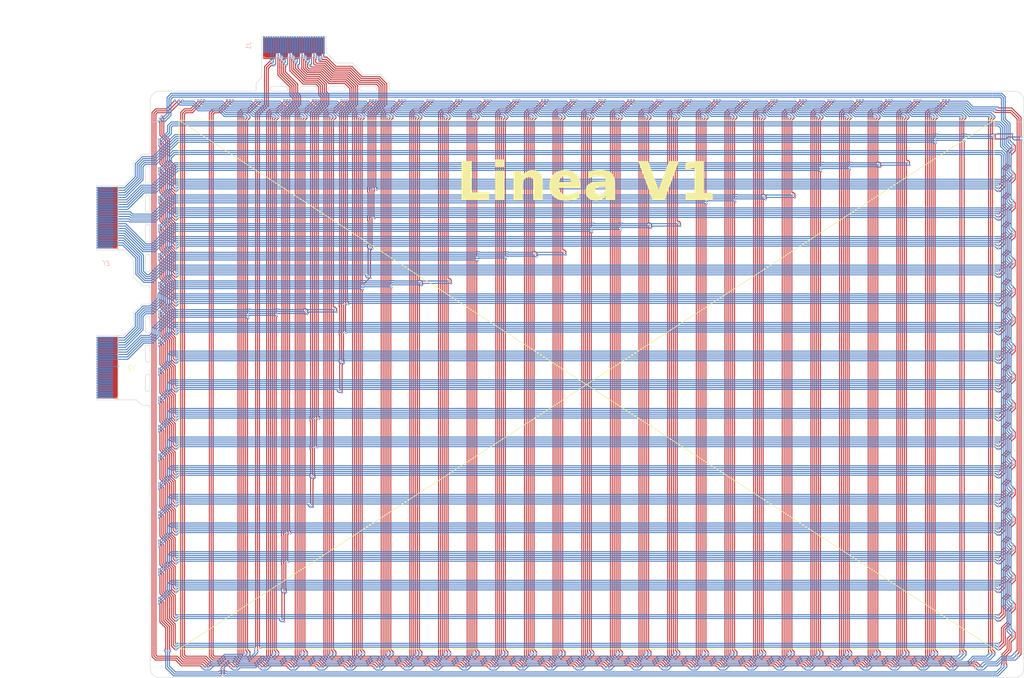
<source format=kicad_pcb>
(kicad_pcb (version 20241229) (generator "pcbnew") (generator_version "9.0")
  (layers (0 "F.Cu" signal) (2 "B.Cu" signal) (13 "F.Paste" user) (15 "B.Paste" user) (5 "F.SilkS" user "F.Silkscreen") (7 "B.SilkS" user "B.Silkscreen") (1 "F.Mask" user) (3 "B.Mask" user) (25 "Edge.Cuts" user))
  (net 0 "")
  (net 1 "/Y7")
  (net 2 "GND")
  (net 3 "/Y11")
  (net 4 "/Y5")
  (net 5 "/Y3")
  (net 6 "/Y1")
  (net 7 "/Y12")
  (net 8 "/Y17")
  (net 9 "/Y16")
  (net 10 "/Y2")
  (net 11 "/Y10")
  (net 12 "/Y9")
  (net 13 "/Y14")
  (net 14 "/Y13")
  (net 15 "/Y0")
  (net 16 "/Y15")
  (net 17 "/Y6")
  (net 18 "/Y8")
  (net 19 "/Y4")
  (net 20 "/X4")
  (net 21 "/X16")
  (net 22 "/X3")
  (net 23 "/X0")
  (net 24 "/X19")
  (net 25 "/X13")
  (net 26 "/X14")
  (net 27 "/X12")
  (net 28 "/X8")
  (net 29 "/X11")
  (net 30 "/X17")
  (net 31 "/X1")
  (net 32 "/X10")
  (net 33 "/X7")
  (net 34 "/X9")
  (net 35 "/X2")
  (net 36 "/X5")
  (net 37 "/X6")
  (net 38 "/X18")
  (net 39 "/X15")
  (net 47 "/X20")
  (net 49 "/X21")
  (net 50 "/X23")
  (net 51 "/X27")
  (net 53 "/X22")
  (net 56 "/X24")
  (net 57 "/X25")
  (net 58 "/X26")
  (net 63 "Net-(J4-Pin_5)")
  (net 64 "Net-(J4-Pin_3)")
  (net 65 "Net-(J4-Pin_1)")
  (net 66 "Net-(J4-Pin_4)")
  (net 67 "Net-(J4-Pin_6)")
  (net 68 "Net-(J5-Pin_6)")
  (net 69 "Net-(J5-Pin_2)")
  (net 70 "Net-(J5-Pin_4)")
  (net 71 "Net-(J6-Pin_2)")
  (net 72 "Net-(J6-Pin_4)")
  (net 73 "Net-(J6-Pin_6)")
  (net 74 "Net-(J10-Pin_5)")
  (net 75 "Net-(J8-Pin_1)")
  (net 76 "Net-(J8-Pin_5)")
  (net 77 "Net-(J10-Pin_3)")
  (net 78 "Net-(J8-Pin_3)")
  (net 79 "Net-(J11-Pin_5)")
  (net 80 "Net-(J11-Pin_1)")
  (net 81 "Net-(J11-Pin_3)")
  (net 82 "Net-(J10-Pin_4)")
  (net 83 "Net-(J10-Pin_2)")
  (net 84 "Net-(J10-Pin_6)")
  (net 85 "Net-(J12-Pin_4)")
  (net 86 "Net-(J12-Pin_6)")
  (net 87 "Net-(J12-Pin_3)")
  (net 88 "Net-(J12-Pin_1)")
  (net 89 "Net-(J12-Pin_5)")
  (net 90 "Net-(J13-Pin_2)")
  (net 91 "Net-(J13-Pin_6)")
  (net 92 "Net-(J13-Pin_4)")
  (net 93 "Net-(J14-Pin_2)")
  (net 94 "Net-(J14-Pin_6)")
  (net 95 "Net-(J14-Pin_4)")
  (net 96 "Net-(J16-Pin_3)")
  (net 97 "Net-(J16-Pin_1)")
  (net 98 "Net-(J16-Pin_6)")
  (net 99 "Net-(J16-Pin_5)")
  (net 100 "Net-(J16-Pin_4)")
  (net 101 "Net-(J17-Pin_4)")
  (net 102 "Net-(J17-Pin_6)")
  (net 103 "Net-(J17-Pin_2)")
  (net 104 "Net-(J18-Pin_4)")
  (net 105 "Net-(J18-Pin_2)")
  (net 106 "Net-(J18-Pin_6)")
  (net 107 "Net-(J20-Pin_5)")
  (net 108 "Net-(J20-Pin_4)")
  (net 109 "Net-(J20-Pin_3)")
  (net 110 "Net-(J20-Pin_6)")
  (net 111 "Net-(J20-Pin_1)")
  (net 112 "Net-(J21-Pin_4)")
  (net 113 "Net-(J21-Pin_2)")
  (net 114 "Net-(J21-Pin_6)")
  (net 115 "Net-(J22-Pin_4)")
  (net 116 "Net-(J22-Pin_6)")
  (net 117 "Net-(J22-Pin_2)")
  (net 118 "Net-(J24-Pin_3)")
  (net 119 "Net-(J24-Pin_1)")
  (net 120 "Net-(J24-Pin_4)")
  (net 121 "Net-(J24-Pin_6)")
  (net 122 "Net-(J24-Pin_5)")
  (net 123 "Net-(J25-Pin_4)")
  (net 124 "Net-(J25-Pin_6)")
  (net 125 "Net-(J25-Pin_2)")
  (net 126 "Net-(J26-Pin_6)")
  (net 127 "Net-(J26-Pin_4)")
  (net 128 "Net-(J26-Pin_2)")
  (net 129 "Net-(J28-Pin_6)")
  (net 130 "Net-(J28-Pin_3)")
  (net 131 "Net-(J28-Pin_1)")
  (net 132 "Net-(J28-Pin_4)")
  (net 133 "Net-(J28-Pin_5)")
  (net 134 "Net-(J29-Pin_4)")
  (net 135 "Net-(J29-Pin_6)")
  (net 136 "Net-(J29-Pin_2)")
  (net 137 "Net-(J30-Pin_2)")
  (net 138 "Net-(J30-Pin_4)")
  (net 139 "Net-(J30-Pin_6)")
  (net 140 "Net-(J32-Pin_3)")
  (net 141 "Net-(J32-Pin_5)")
  (net 142 "Net-(J32-Pin_6)")
  (net 143 "Net-(J32-Pin_4)")
  (net 144 "Net-(J32-Pin_1)")
  (net 145 "Net-(J33-Pin_4)")
  (net 146 "Net-(J33-Pin_2)")
  (net 147 "Net-(J33-Pin_6)")
  (net 148 "Net-(J34-Pin_6)")
  (net 149 "Net-(J34-Pin_4)")
  (net 150 "Net-(J34-Pin_2)")
  (net 151 "Net-(J36-Pin_1)")
  (net 152 "Net-(J36-Pin_6)")
  (net 153 "Net-(J36-Pin_3)")
  (net 154 "Net-(J36-Pin_5)")
  (net 155 "Net-(J36-Pin_4)")
  (net 156 "Net-(J37-Pin_4)")
  (net 157 "Net-(J37-Pin_6)")
  (net 158 "Net-(J37-Pin_2)")
  (net 159 "Net-(J38-Pin_6)")
  (net 160 "Net-(J38-Pin_2)")
  (net 161 "Net-(J38-Pin_4)")
  (net 162 "Net-(J40-Pin_5)")
  (net 163 "Net-(J40-Pin_1)")
  (net 164 "Net-(J40-Pin_3)")
  (net 165 "Net-(J40-Pin_4)")
  (net 166 "Net-(J40-Pin_6)")
  (net 167 "Net-(J41-Pin_2)")
  (net 168 "Net-(J41-Pin_6)")
  (net 169 "Net-(J41-Pin_4)")
  (net 170 "Net-(J42-Pin_2)")
  (net 171 "Net-(J42-Pin_6)")
  (net 172 "Net-(J42-Pin_4)")
  (net 173 "Net-(J44-Pin_6)")
  (net 174 "Net-(J44-Pin_1)")
  (net 175 "Net-(J44-Pin_5)")
  (net 176 "Net-(J44-Pin_3)")
  (net 177 "Net-(J44-Pin_4)")
  (net 178 "Net-(J45-Pin_6)")
  (net 179 "Net-(J45-Pin_4)")
  (net 180 "Net-(J45-Pin_2)")
  (net 181 "Net-(J46-Pin_2)")
  (net 182 "Net-(J46-Pin_6)")
  (net 183 "Net-(J46-Pin_4)")
  (net 184 "Net-(J48-Pin_3)")
  (net 185 "Net-(J48-Pin_4)")
  (net 186 "Net-(J48-Pin_5)")
  (net 187 "Net-(J48-Pin_6)")
  (net 188 "Net-(J48-Pin_1)")
  (net 189 "Net-(J49-Pin_6)")
  (net 190 "Net-(J49-Pin_2)")
  (net 191 "Net-(J49-Pin_4)")
  (net 192 "Net-(J50-Pin_4)")
  (net 193 "Net-(J50-Pin_2)")
  (net 194 "Net-(J50-Pin_6)")
  (net 195 "Net-(J52-Pin_5)")
  (net 196 "Net-(J52-Pin_3)")
  (net 197 "Net-(J52-Pin_6)")
  (net 198 "Net-(J52-Pin_1)")
  (net 199 "Net-(J52-Pin_4)")
  (net 200 "Net-(J53-Pin_4)")
  (net 201 "Net-(J53-Pin_6)")
  (net 202 "Net-(J53-Pin_2)")
  (net 203 "Net-(J54-Pin_4)")
  (net 204 "Net-(J54-Pin_6)")
  (net 205 "Net-(J54-Pin_2)")
  (net 206 "Net-(J56-Pin_3)")
  (net 207 "Net-(J56-Pin_1)")
  (net 208 "Net-(J56-Pin_5)")
  (net 209 "Net-(J56-Pin_4)")
  (net 210 "Net-(J56-Pin_6)")
  (net 211 "Net-(J57-Pin_2)")
  (net 212 "Net-(J57-Pin_6)")
  (net 213 "Net-(J57-Pin_4)")
  (net 214 "Net-(J58-Pin_4)")
  (net 215 "Net-(J58-Pin_2)")
  (net 216 "Net-(J58-Pin_6)")
  (net 217 "Net-(J60-Pin_3)")
  (net 218 "Net-(J60-Pin_5)")
  (net 219 "Net-(J60-Pin_1)")
  (net 220 "Net-(J60-Pin_6)")
  (net 221 "Net-(J60-Pin_4)")
  (net 222 "Net-(J61-Pin_2)")
  (net 223 "Net-(J61-Pin_6)")
  (net 224 "Net-(J61-Pin_4)")
  (net 225 "Net-(J62-Pin_6)")
  (net 226 "Net-(J62-Pin_4)")
  (net 227 "Net-(J62-Pin_2)")
  (net 228 "Net-(J64-Pin_5)")
  (net 229 "Net-(J64-Pin_3)")
  (net 230 "Net-(J64-Pin_1)")
  (net 231 "Net-(J64-Pin_6)")
  (net 232 "Net-(J64-Pin_4)")
  (net 233 "Net-(J65-Pin_6)")
  (net 234 "Net-(J65-Pin_4)")
  (net 235 "Net-(J65-Pin_2)")
  (net 236 "Net-(J66-Pin_2)")
  (net 237 "Net-(J66-Pin_4)")
  (net 238 "Net-(J66-Pin_6)")
  (net 239 "Net-(J68-Pin_5)")
  (net 240 "Net-(J68-Pin_6)")
  (net 241 "Net-(J68-Pin_1)")
  (net 242 "Net-(J68-Pin_3)")
  (net 243 "Net-(J68-Pin_4)")
  (net 244 "Net-(J69-Pin_6)")
  (net 245 "Net-(J69-Pin_4)")
  (net 246 "Net-(J69-Pin_2)")
  (net 247 "Net-(J70-Pin_6)")
  (net 248 "Net-(J70-Pin_2)")
  (net 249 "Net-(J70-Pin_4)")
  (net 250 "Net-(J72-Pin_6)")
  (net 251 "Net-(J72-Pin_3)")
  (net 252 "Net-(J72-Pin_4)")
  (net 253 "Net-(J72-Pin_1)")
  (net 254 "Net-(J72-Pin_5)")
  (net 255 "Net-(J73-Pin_4)")
  (net 256 "Net-(J73-Pin_6)")
  (net 257 "Net-(J73-Pin_2)")
  (net 258 "Net-(J74-Pin_6)")
  (net 259 "Net-(J74-Pin_2)")
  (net 260 "Net-(J74-Pin_4)")
  (net 261 "Net-(J76-Pin_6)")
  (net 262 "Net-(J76-Pin_5)")
  (net 263 "Net-(J76-Pin_4)")
  (net 264 "Net-(J76-Pin_3)")
  (net 265 "Net-(J76-Pin_1)")
  (net 266 "Net-(J77-Pin_2)")
  (net 267 "Net-(J77-Pin_6)")
  (net 268 "Net-(J77-Pin_4)")
  (net 269 "Net-(J78-Pin_4)")
  (net 270 "Net-(J78-Pin_6)")
  (net 271 "Net-(J78-Pin_2)")
  (net 272 "Net-(J80-Pin_6)")
  (net 273 "Net-(J80-Pin_4)")
  (net 274 "Net-(J80-Pin_1)")
  (net 275 "Net-(J80-Pin_5)")
  (net 276 "Net-(J80-Pin_3)")
  (net 277 "Net-(J81-Pin_6)")
  (net 278 "Net-(J81-Pin_4)")
  (net 279 "Net-(J81-Pin_2)")
  (net 280 "Net-(J82-Pin_6)")
  (net 281 "Net-(J82-Pin_4)")
  (net 282 "Net-(J82-Pin_2)")
  (net 283 "Net-(J84-Pin_5)")
  (net 284 "Net-(J84-Pin_1)")
  (net 285 "Net-(J84-Pin_6)")
  (net 286 "Net-(J84-Pin_4)")
  (net 287 "Net-(J84-Pin_3)")
  (net 288 "Net-(J85-Pin_4)")
  (net 289 "Net-(J85-Pin_6)")
  (net 290 "Net-(J85-Pin_2)")
  (net 291 "Net-(J86-Pin_4)")
  (net 292 "Net-(J86-Pin_6)")
  (net 293 "Net-(J86-Pin_2)")
  (net 294 "Net-(J88-Pin_1)")
  (net 295 "Net-(J88-Pin_6)")
  (net 296 "Net-(J88-Pin_4)")
  (net 297 "Net-(J88-Pin_5)")
  (net 298 "Net-(J88-Pin_3)")
  (net 299 "Net-(J89-Pin_6)")
  (net 300 "Net-(J89-Pin_4)")
  (net 301 "Net-(J89-Pin_2)")
  (net 302 "Net-(J90-Pin_2)")
  (net 303 "Net-(J90-Pin_4)")
  (net 304 "Net-(J90-Pin_6)")
  (net 305 "Net-(J92-Pin_3)")
  (net 306 "Net-(J92-Pin_5)")
  (net 307 "Net-(J92-Pin_4)")
  (net 308 "Net-(J92-Pin_1)")
  (net 309 "Net-(J92-Pin_6)")
  (net 310 "Net-(J93-Pin_4)")
  (net 311 "Net-(J93-Pin_6)")
  (net 312 "Net-(J93-Pin_2)")
  (net 313 "Net-(J94-Pin_2)")
  (net 314 "Net-(J94-Pin_6)")
  (net 315 "Net-(J94-Pin_4)")
  (net 316 "Net-(J96-Pin_3)")
  (net 317 "Net-(J96-Pin_4)")
  (net 318 "Net-(J96-Pin_6)")
  (net 319 "Net-(J96-Pin_1)")
  (net 320 "Net-(J96-Pin_5)")
  (net 321 "Net-(J97-Pin_4)")
  (net 322 "Net-(J97-Pin_2)")
  (net 323 "Net-(J97-Pin_6)")
  (net 324 "Net-(J98-Pin_2)")
  (net 325 "Net-(J98-Pin_4)")
  (net 326 "Net-(J98-Pin_6)")
  (net 327 "Net-(J100-Pin_3)")
  (net 328 "Net-(J100-Pin_5)")
  (net 329 "Net-(J100-Pin_4)")
  (net 330 "Net-(J100-Pin_1)")
  (net 331 "Net-(J100-Pin_6)")
  (net 332 "Net-(J101-Pin_4)")
  (net 333 "Net-(J101-Pin_6)")
  (net 334 "Net-(J101-Pin_2)")
  (net 335 "Net-(J102-Pin_6)")
  (net 336 "Net-(J102-Pin_2)")
  (net 337 "Net-(J102-Pin_4)")
  (net 338 "Net-(J104-Pin_3)")
  (net 339 "Net-(J104-Pin_4)")
  (net 340 "Net-(J104-Pin_1)")
  (net 341 "Net-(J104-Pin_5)")
  (net 342 "Net-(J104-Pin_6)")
  (net 343 "Net-(J105-Pin_6)")
  (net 344 "Net-(J105-Pin_2)")
  (net 345 "Net-(J105-Pin_4)")
  (net 346 "Net-(J106-Pin_2)")
  (net 347 "Net-(J106-Pin_4)")
  (net 348 "Net-(J106-Pin_6)")
  (net 349 "Net-(J108-Pin_3)")
  (net 350 "Net-(J108-Pin_4)")
  (net 351 "Net-(J108-Pin_1)")
  (net 352 "Net-(J108-Pin_6)")
  (net 353 "Net-(J108-Pin_5)")
  (net 354 "Net-(J109-Pin_2)")
  (net 355 "Net-(J109-Pin_4)")
  (net 356 "Net-(J109-Pin_6)")
  (net 357 "Net-(J110-Pin_2)")
  (net 358 "Net-(J110-Pin_6)")
  (net 359 "Net-(J110-Pin_4)")
  (net 360 "Net-(J112-Pin_1)")
  (net 361 "Net-(J112-Pin_4)")
  (net 362 "Net-(J112-Pin_5)")
  (net 363 "Net-(J112-Pin_3)")
  (net 364 "Net-(J112-Pin_6)")
  (net 365 "Net-(J113-Pin_4)")
  (net 366 "Net-(J113-Pin_6)")
  (net 367 "Net-(J113-Pin_2)")
  (net 368 "Net-(J114-Pin_6)")
  (net 369 "Net-(J114-Pin_4)")
  (net 370 "Net-(J114-Pin_2)")
  (net 371 "Net-(J116-Pin_4)")
  (net 372 "Net-(J116-Pin_3)")
  (net 373 "Net-(J116-Pin_6)")
  (net 374 "Net-(J116-Pin_1)")
  (net 375 "Net-(J116-Pin_5)")
  (net 376 "Net-(J117-Pin_6)")
  (net 377 "Net-(J117-Pin_2)")
  (net 378 "Net-(J117-Pin_4)")
  (net 379 "Net-(J118-Pin_4)")
  (net 380 "Net-(J118-Pin_2)")
  (net 381 "Net-(J118-Pin_6)")
  (net 382 "Net-(J120-Pin_4)")
  (net 383 "Net-(J120-Pin_6)")
  (net 384 "Net-(J120-Pin_5)")
  (net 385 "Net-(J120-Pin_3)")
  (net 386 "Net-(J120-Pin_1)")
  (net 387 "Net-(J121-Pin_2)")
  (net 388 "Net-(J121-Pin_4)")
  (net 389 "Net-(J121-Pin_6)")
  (net 390 "Net-(J122-Pin_4)")
  (net 391 "Net-(J122-Pin_6)")
  (net 392 "Net-(J122-Pin_2)")
  (net 393 "Net-(J124-Pin_1)")
  (net 394 "Net-(J124-Pin_6)")
  (net 395 "Net-(J124-Pin_4)")
  (net 396 "Net-(J124-Pin_5)")
  (net 397 "Net-(J124-Pin_3)")
  (net 398 "Net-(J125-Pin_6)")
  (net 399 "Net-(J125-Pin_4)")
  (net 400 "Net-(J125-Pin_2)")
  (net 401 "Net-(J126-Pin_6)")
  (net 402 "Net-(J126-Pin_2)")
  (net 403 "Net-(J126-Pin_4)")
  (net 404 "Net-(J128-Pin_4)")
  (net 405 "Net-(J128-Pin_6)")
  (net 406 "Net-(J128-Pin_3)")
  (net 407 "Net-(J128-Pin_1)")
  (net 408 "Net-(J128-Pin_5)")
  (net 409 "Net-(J129-Pin_2)")
  (net 410 "Net-(J129-Pin_6)")
  (net 411 "Net-(J129-Pin_4)")
  (net 412 "Net-(J130-Pin_2)")
  (net 413 "Net-(J130-Pin_6)")
  (net 414 "Net-(J130-Pin_4)")
  (net 415 "Net-(J132-Pin_5)")
  (net 416 "Net-(J132-Pin_1)")
  (net 417 "Net-(J132-Pin_3)")
  (net 418 "Net-(J132-Pin_6)")
  (net 419 "Net-(J132-Pin_4)")
  (net 420 "Net-(J133-Pin_6)")
  (net 421 "Net-(J133-Pin_4)")
  (net 422 "Net-(J133-Pin_2)")
  (net 423 "Net-(J134-Pin_2)")
  (net 424 "Net-(J134-Pin_4)")
  (net 425 "Net-(J134-Pin_6)")
  (net 426 "Net-(J136-Pin_4)")
  (net 427 "Net-(J136-Pin_1)")
  (net 428 "Net-(J136-Pin_5)")
  (net 429 "Net-(J136-Pin_3)")
  (net 430 "Net-(J136-Pin_6)")
  (net 431 "Net-(J137-Pin_4)")
  (net 432 "Net-(J137-Pin_6)")
  (net 433 "Net-(J137-Pin_2)")
  (net 434 "Net-(J138-Pin_2)")
  (net 435 "Net-(J138-Pin_4)")
  (net 436 "Net-(J138-Pin_6)")
  (net 437 "Net-(J140-Pin_6)")
  (net 438 "Net-(J140-Pin_3)")
  (net 439 "Net-(J140-Pin_1)")
  (net 440 "Net-(J140-Pin_4)")
  (net 441 "Net-(J140-Pin_5)")
  (net 442 "Net-(J141-Pin_2)")
  (net 443 "Net-(J141-Pin_6)")
  (net 444 "Net-(J141-Pin_4)")
  (net 445 "Net-(J142-Pin_6)")
  (net 446 "Net-(J142-Pin_2)")
  (net 447 "Net-(J142-Pin_4)")
  (net 448 "Net-(J144-Pin_6)")
  (net 449 "Net-(J144-Pin_5)")
  (net 450 "Net-(J144-Pin_4)")
  (net 451 "Net-(J144-Pin_3)")
  (net 452 "Net-(J144-Pin_1)")
  (net 453 "Net-(J145-Pin_4)")
  (net 454 "Net-(J145-Pin_2)")
  (net 455 "Net-(J145-Pin_6)")
  (net 456 "Net-(J146-Pin_6)")
  (net 457 "Net-(J146-Pin_2)")
  (net 458 "Net-(J146-Pin_4)")
  (net 459 "Net-(J148-Pin_5)")
  (net 460 "Net-(J148-Pin_4)")
  (net 461 "Net-(J148-Pin_1)")
  (net 462 "Net-(J148-Pin_6)")
  (net 463 "Net-(J148-Pin_3)")
  (net 464 "Net-(J149-Pin_2)")
  (net 465 "Net-(J149-Pin_4)")
  (net 466 "Net-(J149-Pin_6)")
  (net 467 "Net-(J150-Pin_2)")
  (net 468 "Net-(J150-Pin_6)")
  (net 469 "Net-(J150-Pin_4)")
  (net 470 "Net-(J152-Pin_6)")
  (net 471 "Net-(J152-Pin_4)")
  (net 472 "Net-(J152-Pin_5)")
  (net 473 "Net-(J152-Pin_1)")
  (net 474 "Net-(J152-Pin_3)")
  (net 475 "Net-(J153-Pin_2)")
  (net 476 "Net-(J153-Pin_4)")
  (net 477 "Net-(J153-Pin_6)")
  (net 478 "Net-(J154-Pin_4)")
  (net 479 "Net-(J154-Pin_6)")
  (net 480 "Net-(J154-Pin_2)")
  (net 481 "Net-(J156-Pin_3)")
  (net 482 "Net-(J156-Pin_5)")
  (net 483 "Net-(J156-Pin_1)")
  (net 484 "Net-(J156-Pin_6)")
  (net 485 "Net-(J156-Pin_4)")
  (net 486 "Net-(J157-Pin_2)")
  (net 487 "Net-(J157-Pin_6)")
  (net 488 "Net-(J157-Pin_4)")
  (net 489 "Net-(J158-Pin_2)")
  (net 490 "Net-(J158-Pin_4)")
  (net 491 "Net-(J158-Pin_6)")
  (net 492 "Net-(J160-Pin_5)")
  (net 493 "Net-(J160-Pin_3)")
  (net 494 "Net-(J160-Pin_4)")
  (net 495 "Net-(J160-Pin_1)")
  (net 496 "Net-(J160-Pin_6)")
  (net 497 "Net-(J161-Pin_4)")
  (net 498 "Net-(J161-Pin_2)")
  (net 499 "Net-(J161-Pin_6)")
  (net 500 "Net-(J162-Pin_6)")
  (net 501 "Net-(J162-Pin_2)")
  (net 502 "Net-(J162-Pin_4)")
  (net 503 "Net-(J164-Pin_1)")
  (net 504 "Net-(J164-Pin_4)")
  (net 505 "Net-(J164-Pin_3)")
  (net 506 "Net-(J164-Pin_6)")
  (net 507 "Net-(J164-Pin_5)")
  (net 508 "Net-(J165-Pin_6)")
  (net 509 "Net-(J165-Pin_4)")
  (net 510 "Net-(J165-Pin_2)")
  (net 511 "Net-(J166-Pin_2)")
  (net 512 "Net-(J166-Pin_4)")
  (net 513 "Net-(J166-Pin_6)")
  (net 514 "Net-(J168-Pin_5)")
  (net 515 "Net-(J168-Pin_4)")
  (net 516 "Net-(J168-Pin_1)")
  (net 517 "Net-(J168-Pin_6)")
  (net 518 "Net-(J168-Pin_3)")
  (net 519 "Net-(J169-Pin_2)")
  (net 520 "Net-(J169-Pin_4)")
  (net 521 "Net-(J169-Pin_6)")
  (net 522 "Net-(J170-Pin_2)")
  (net 523 "Net-(J170-Pin_6)")
  (net 524 "Net-(J170-Pin_4)")
  (net 525 "Net-(J172-Pin_4)")
  (net 526 "Net-(J172-Pin_3)")
  (net 527 "Net-(J172-Pin_5)")
  (net 528 "Net-(J172-Pin_1)")
  (net 529 "Net-(J172-Pin_6)")
  (net 530 "Net-(J173-Pin_6)")
  (net 531 "Net-(J173-Pin_2)")
  (net 532 "Net-(J173-Pin_4)")
  (net 533 "Net-(J174-Pin_6)")
  (net 534 "Net-(J174-Pin_4)")
  (net 535 "Net-(J174-Pin_2)")
  (net 536 "Net-(J176-Pin_6)")
  (net 537 "Net-(J176-Pin_1)")
  (net 538 "Net-(J176-Pin_4)")
  (net 539 "Net-(J176-Pin_3)")
  (net 540 "Net-(J176-Pin_5)")
  (net 541 "Net-(J177-Pin_6)")
  (net 542 "Net-(J177-Pin_4)")
  (net 543 "Net-(J177-Pin_2)")
  (net 544 "Net-(J178-Pin_4)")
  (net 545 "Net-(J178-Pin_2)")
  (net 546 "Net-(J178-Pin_6)")
  (net 547 "Net-(J180-Pin_6)")
  (net 548 "Net-(J180-Pin_5)")
  (net 549 "Net-(J180-Pin_3)")
  (net 550 "Net-(J180-Pin_1)")
  (net 551 "Net-(J180-Pin_4)")
  (net 552 "Net-(J181-Pin_6)")
  (net 553 "Net-(J181-Pin_4)")
  (net 554 "Net-(J181-Pin_2)")
  (net 555 "Net-(J182-Pin_4)")
  (net 556 "Net-(J182-Pin_6)")
  (net 557 "Net-(J182-Pin_2)")
  (net 558 "Net-(J184-Pin_6)")
  (net 559 "Net-(J184-Pin_3)")
  (net 560 "Net-(J184-Pin_4)")
  (net 561 "Net-(J184-Pin_5)")
  (net 562 "Net-(J184-Pin_1)")
  (net 563 "Net-(J185-Pin_4)")
  (net 564 "Net-(J185-Pin_6)")
  (net 565 "Net-(J185-Pin_2)")
  (net 566 "Net-(J186-Pin_6)")
  (net 567 "Net-(J186-Pin_2)")
  (net 568 "Net-(J186-Pin_4)")
  (footprint "footprints:coil_terminal_3p" (layer "F.Cu") (at 199.3 33.9 -90)
    (property "Reference" "J40" (hide yes))
    (property "Value" "Conn_02x03_Odd_Even" (hide yes))
  )
  (footprint "footprints:coil_terminal_3p" (layer "F.Cu") (at 84.1 33.9 -90)
    (property "Reference" "J101" (hide yes))
    (property "Value" "Conn_02x03_Odd_Even" (hide yes))
  )
  (footprint "footprints:coil_terminal_3p" (layer "F.Cu") (at 121.3 33.9 -90)
    (property "Reference" "J88" (hide yes))
    (property "Value" "Conn_02x03_Odd_Even" (hide yes))
  )
  (footprint "footprints:coil_terminal_3p" (layer "F.Cu") (at 115.3 143.9 -90)
    (property "Reference" "J94" (hide yes))
    (property "Value" "Conn_02x03_Odd_Even" (hide yes))
  )
  (footprint "footprints:coil_terminal_3p" (layer "F.Cu") (at 102.1 33.9 -90)
    (property "Reference" "J89" (hide yes))
    (property "Value" "Conn_02x03_Odd_Even" (hide yes))
  )
  (footprint "footprints:coil_terminal_3p" (layer "F.Cu") (at 126.1 143.9 -90)
    (property "Reference" "J75" (hide yes))
    (property "Value" "Conn_02x03_Odd_Even" (hide yes))
  )
  (footprint "footprints:coil_terminal_3p" (layer "F.Cu") (at 234.1 33.9 -90)
    (property "Reference" "J5" (hide yes))
    (property "Value" "Conn_02x03_Odd_Even" (hide yes))
  )
  (footprint "footprints:coil_terminal_3p" (layer "F.Cu") (at 78.1 143.9 -90)
    (property "Reference" "J107" (hide yes))
    (property "Value" "Conn_02x03_Odd_Even" (hide yes))
  )
  (footprint "footprints:coil_terminal_3p" (layer "F.Cu") (at 103.3 143.9 -90)
    (property "Reference" "J102" (hide yes))
    (property "Value" "Conn_02x03_Odd_Even" (hide yes))
  )
  (footprint "footprints:coil_terminal_3p" (layer "F.Cu") (at 174.1 33.9 -90)
    (property "Reference" "J45" (hide yes))
    (property "Value" "Conn_02x03_Odd_Even" (hide yes))
  )
  (footprint "footprints:coil_terminal_3p" (layer "F.Cu") (at 193.3 143.9 -90)
    (property "Reference" "J46" (hide yes))
    (property "Value" "Conn_02x03_Odd_Even" (hide yes))
  )
  (footprint "footprints:coil_terminal_3p" (layer "F.Cu") (at 187.3 143.9 -90)
    (property "Reference" "J186" (hide yes))
    (property "Value" "Conn_02x03_Odd_Even" (hide yes))
  )
  (footprint "footprints:coil_terminal_3p" (layer "F.Cu") (at 127.3 33.9 -90)
    (property "Reference" "J84" (hide yes))
    (property "Value" "Conn_02x03_Odd_Even" (hide yes))
  )
  (footprint "footprints:coil_terminal_3p" (layer "F.Cu") (at 174.1 143.9 -90)
    (property "Reference" "J47" (hide yes))
    (property "Value" "Conn_02x03_Odd_Even" (hide yes))
  )
  (footprint "footprints:coil_terminal_3p" (layer "F.Cu") (at 241.3 143.9 -90)
    (property "Reference" "J14" (hide yes))
    (property "Value" "Conn_02x03_Odd_Even" (hide yes))
  )
  (footprint "footprints:coil_terminal_3p" (layer "F.Cu") (at 90.1 33.9 -90)
    (property "Reference" "J97" (hide yes))
    (property "Value" "Conn_02x03_Odd_Even" (hide yes))
  )
  (footprint "footprints:coil_terminal_3p" (layer "F.Cu") (at 169.3 33.9 -90)
    (property "Reference" "J56" (hide yes))
    (property "Value" "Conn_02x03_Odd_Even" (hide yes))
  )
  (footprint "footprints:coil_terminal_3p" (layer "F.Cu") (at 205.3 33.9 -90)
    (property "Reference" "J36" (hide yes))
    (property "Value" "Conn_02x03_Odd_Even" (hide yes))
  )
  (footprint "footprints:coil_terminal_3p" (layer "F.Cu") (at 210.1 143.9 -90)
    (property "Reference" "J23" (hide yes))
    (property "Value" "Conn_02x03_Odd_Even" (hide yes))
  )
  (footprint "footprints:coil_terminal_3p" (layer "F.Cu") (at 121.3 143.9 -90)
    (property "Reference" "J90" (hide yes))
    (property "Value" "Conn_02x03_Odd_Even" (hide yes))
  )
  (footprint "footprints:coil_terminal_3p" (layer "F.Cu") (at 210.1 33.9 -90)
    (property "Reference" "J21" (hide yes))
    (property "Value" "Conn_02x03_Odd_Even" (hide yes))
  )
  (footprint "footprints:coil_terminal_3p" (layer "F.Cu") (at 253.3 143.9 -90)
    (property "Reference" "J6" (hide yes))
    (property "Value" "Conn_02x03_Odd_Even" (hide yes))
  )
  (footprint "footprints:coil_terminal_3p" (layer "F.Cu") (at 96.1 33.9 -90)
    (property "Reference" "J93" (hide yes))
    (property "Value" "Conn_02x03_Odd_Even" (hide yes))
  )
  (footprint "footprints:coil_terminal_3p" (layer "F.Cu") (at 228.1 33.9 -90)
    (property "Reference" "J9" (hide yes))
    (property "Value" "Conn_02x03_Odd_Even" (hide yes))
  )
  (footprint "footprints:coil_terminal_3p" (layer "F.Cu") (at 103.3 33.9 -90)
    (property "Reference" "J100" (hide yes))
    (property "Value" "Conn_02x03_Odd_Even" (hide yes))
  )
  (footprint "footprints:coil_terminal_3p" (layer "F.Cu") (at 144.1 143.9 -90)
    (property "Reference" "J63" (hide yes))
    (property "Value" "Conn_02x03_Odd_Even" (hide yes))
  )
  (footprint "footprints:coil_terminal_3p" (layer "F.Cu") (at 216.1 143.9 -90)
    (property "Reference" "J19" (hide yes))
    (property "Value" "Conn_02x03_Odd_Even" (hide yes))
  )
  (footprint "footprints:coil_terminal_3p" (layer "F.Cu") (at 109.3 143.9 -90)
    (property "Reference" "J98" (hide yes))
    (property "Value" "Conn_02x03_Odd_Even" (hide yes))
  )
  (footprint "footprints:coil_terminal_3p" (layer "F.Cu") (at 78.1 33.9 -90)
    (property "Reference" "J105" (hide yes))
    (property "Value" "Conn_02x03_Odd_Even" (hide yes))
  )
  (footprint "footprints:coil_terminal_3p" (layer "F.Cu") (at 157.3 33.9 -90)
    (property "Reference" "J64" (hide yes))
    (property "Value" "Conn_02x03_Odd_Even" (hide yes))
  )
  (footprint "footprints:coil_terminal_3p" (layer "F.Cu") (at 229.3 33.9 -90)
    (property "Reference" "J20" (hide yes))
    (property "Value" "Conn_02x03_Odd_Even" (hide yes))
  )
  (footprint "footprints:coil_terminal_3p" (layer "F.Cu") (at 120.1 143.9 -90)
    (property "Reference" "J79" (hide yes))
    (property "Value" "Conn_02x03_Odd_Even" (hide yes))
  )
  (footprint "footprints:coil_terminal_3p" (layer "F.Cu") (at 145.3 33.9 -90)
    (property "Reference" "J72" (hide yes))
    (property "Value" "Conn_02x03_Odd_Even" (hide yes))
  )
  (footprint "footprints:coil_terminal_3p" (layer "F.Cu") (at 156.1 143.9 -90)
    (property "Reference" "J55" (hide yes))
    (property "Value" "Conn_02x03_Odd_Even" (hide yes))
  )
  (footprint "footprints:coil_terminal_3p" (layer "F.Cu") (at 115.3 33.9 -90)
    (property "Reference" "J92" (hide yes))
    (property "Value" "Conn_02x03_Odd_Even" (hide yes))
  )
  (footprint "footprints:coil_terminal_3p" (layer "F.Cu") (at 211.3 143.9 -90)
    (property "Reference" "J34" (hide yes))
    (property "Value" "Conn_02x03_Odd_Even" (hide yes))
  )
  (footprint "footprints:coil_terminal_3p" (layer "F.Cu") (at 216.1 33.9 -90)
    (property "Reference" "J17" (hide yes))
    (property "Value" "Conn_02x03_Odd_Even" (hide yes))
  )
  (footprint "footprints:coil_terminal_3p" (layer "F.Cu") (at 228.1 143.9 -90)
    (property "Reference" "J11" (hide yes))
    (property "Value" "Conn_02x03_Odd_Even" (hide yes))
  )
  (footprint "footprints:coil_terminal_3p" (layer "F.Cu") (at 144.1 33.9 -90)
    (property "Reference" "J61" (hide yes))
    (property "Value" "Conn_02x03_Odd_Even" (hide yes))
  )
  (footprint "footprints:coil_terminal_3p" (layer "F.Cu") (at 217.3 33.9 -90)
    (property "Reference" "J28" (hide yes))
    (property "Value" "Conn_02x03_Odd_Even" (hide yes))
  )
  (footprint "footprints:coil_terminal_3p" (layer "F.Cu") (at 229.3 143.9 -90)
    (property "Reference" "J22" (hide yes))
    (property "Value" "Conn_02x03_Odd_Even" (hide yes))
  )
  (footprint "footprints:coil_terminal_3p" (layer "F.Cu") (at 204.1 33.9 -90)
    (property "Reference" "J25" (hide yes))
    (property "Value" "Conn_02x03_Odd_Even" (hide yes))
  )
  (footprint "footprints:coil_terminal_3p" (layer "F.Cu") (at 114.1 143.9 -90)
    (property "Reference" "J83" (hide yes))
    (property "Value" "Conn_02x03_Odd_Even" (hide yes))
  )
  (footprint "footprints:coil_terminal_3p" (layer "F.Cu") (at 180.1 143.9 -90)
    (property "Reference" "J43" (hide yes))
    (property "Value" "Conn_02x03_Odd_Even" (hide yes))
  )
  (footprint "footprints:coil_terminal_3p" (layer "F.Cu") (at 181.3 33.9 -90)
    (property "Reference" "J48" (hide yes))
    (property "Value" "Conn_02x03_Odd_Even" (hide yes))
  )
  (footprint "footprints:coil_terminal_3p" (layer "F.Cu") (at 133.3 33.9 -90)
    (property "Reference" "J80" (hide yes))
    (property "Value" "Conn_02x03_Odd_Even" (hide yes))
  )
  (footprint "footprints:coil_terminal_3p" (layer "F.Cu") (at 139.3 33.9 -90)
    (property "Reference" "J76" (hide yes))
    (property "Value" "Conn_02x03_Odd_Even" (hide yes))
  )
  (footprint "footprints:coil_terminal_3p" (layer "F.Cu") (at 163.3 143.9 -90)
    (property "Reference" "J62" (hide yes))
    (property "Value" "Conn_02x03_Odd_Even" (hide yes))
  )
  (footprint "footprints:coil_terminal_3p" (layer "F.Cu") (at 97.3 33.9 -90)
    (property "Reference" "J104" (hide yes))
    (property "Value" "Conn_02x03_Odd_Even" (hide yes))
  )
  (footprint "footprints:coil_terminal_3p" (layer "F.Cu") (at 97.3 143.9 -90)
    (property "Reference" "J106" (hide yes))
    (property "Value" "Conn_02x03_Odd_Even" (hide yes))
  )
  (footprint "footprints:coil_terminal_3p" (layer "F.Cu") (at 241.3 33.9 -90)
    (property "Reference" "J12" (hide yes))
    (property "Value" "Conn_02x03_Odd_Even" (hide yes))
  )
  (footprint "footprints:coil_terminal_3p" (layer "F.Cu") (at 175.3 33.9 -90)
    (property "Reference" "J52" (hide yes))
    (property "Value" "Conn_02x03_Odd_Even" (hide yes))
  )
  (footprint "footprints:coil_terminal_3p" (layer "F.Cu") (at 145.3 143.9 -90)
    (property "Reference" "J74" (hide yes))
    (property "Value" "Conn_02x03_Odd_Even" (hide yes))
  )
  (footprint "footprints:coil_terminal_3p" (layer "F.Cu") (at 120.1 33.9 -90)
    (property "Reference" "J77" (hide yes))
    (property "Value" "Conn_02x03_Odd_Even" (hide yes))
  )
  (footprint "footprints:coil_terminal_3p" (layer "F.Cu") (at 192.1 33.9 -90)
    (property "Reference" "J33" (hide yes))
    (property "Value" "Conn_02x03_Odd_Even" (hide yes))
  )
  (footprint "footprints:coil_terminal_3p" (layer "F.Cu") (at 162.1 33.9 -90)
    (property "Reference" "J49" (hide yes))
    (property "Value" "Conn_02x03_Odd_Even" (hide yes))
  )
  (footprint "footprints:coil_terminal_3p" (layer "F.Cu") (at 235.3 33.9 -90)
    (property "Reference" "J16" (hide yes))
    (property "Value" "Conn_02x03_Odd_Even" (hide yes))
  )
  (footprint "footprints:coil_terminal_3p" (layer "F.Cu") (at 199.3 143.9 -90)
    (property "Reference" "J42" (hide yes))
    (property "Value" "Conn_02x03_Odd_Even" (hide yes))
  )
  (footprint "footprints:coil_terminal_3p" (layer "F.Cu") (at 198.1 33.9 -90)
    (property "Reference" "J29" (hide yes))
    (property "Value" "Conn_02x03_Odd_Even" (hide yes))
  )
  (footprint "footprints:coil_terminal_3p" (layer "F.Cu") (at 114.1 33.9 -90)
    (property "Reference" "J81" (hide yes))
    (property "Value" "Conn_02x03_Odd_Even" (hide yes))
  )
  (footprint "footprints:coil_terminal_3p" (layer "F.Cu") (at 247.3 33.9 -90)
    (property "Reference" "J8" (hide yes))
    (property "Value" "Conn_02x03_Odd_Even" (hide yes))
  )
  (footprint "footprints:coil_terminal_3p" (layer "F.Cu") (at 108.1 33.9 -90)
    (property "Reference" "J85" (hide yes))
    (property "Value" "Conn_02x03_Odd_Even" (hide yes))
  )
  (footprint "footprints:coil_terminal_3p" (layer "F.Cu") (at 84.1 143.9 -90)
    (property "Reference" "J103" (hide yes))
    (property "Value" "Conn_02x03_Odd_Even" (hide yes))
  )
  (footprint "footprints:coil_terminal_3p" (layer "F.Cu") (at 169.3 143.9 -90)
    (property "Reference" "J58" (hide yes))
    (property "Value" "Conn_02x03_Odd_Even" (hide yes))
  )
  (footprint "footprints:coil_terminal_3p" (layer "F.Cu") (at 132.1 33.9 -90)
    (property "Reference" "J69" (hide yes))
    (property "Value" "Conn_02x03_Odd_Even" (hide yes))
  )
  (footprint "footprints:coil_terminal_3p" (layer "F.Cu") (at 192.1 143.9 -90)
    (property "Reference" "J35" (hide yes))
    (property "Value" "Conn_02x03_Odd_Even" (hide yes))
  )
  (footprint "footprints:coil_terminal_3p" (layer "F.Cu") (at 235.298096 143.9 -90)
    (property "Reference" "J18" (hide yes))
    (property "Value" "Conn_02x03_Odd_Even" (hide yes))
  )
  (footprint "footprints:coil_terminal_3p" (layer "F.Cu") (at 175.3 143.9 -90)
    (property "Reference" "J54" (hide yes))
    (property "Value" "Conn_02x03_Odd_Even" (hide yes))
  )
  (footprint "footprints:coil_terminal_3p" (layer "F.Cu") (at 168.1 143.9 -90)
    (property "Reference" "J187" (hide yes))
    (property "Value" "Conn_02x03_Odd_Even" (hide yes))
  )
  (footprint "footprints:coil_terminal_3p" (layer "F.Cu") (at 168.098096 33.9 -90)
    (property "Reference" "J185" (hide yes))
    (property "Value" "Conn_02x03_Odd_Even" (hide yes))
  )
  (footprint "footprints:coil_terminal_3p" (layer "F.Cu") (at 163.3 33.9 -90)
    (property "Reference" "J60" (hide yes))
    (property "Value" "Conn_02x03_Odd_Even" (hide yes))
  )
  (footprint "footprints:coil_terminal_3p" (layer "F.Cu") (at 72.1 143.9 -90)
    (property "Reference" "J111" (hide yes))
    (property "Value" "Conn_02x03_Odd_Even" (hide yes))
  )
  (footprint "footprints:coil_terminal_3p" (layer "F.Cu") (at 132.1 143.9 -90)
    (property "Reference" "J71" (hide yes))
    (property "Value" "Conn_02x03_Odd_Even" (hide yes))
  )
  (footprint "footprints:coil_terminal_3p" (layer "F.Cu") (at 91.3 33.9 -90)
    (property "Reference" "J108" (hide yes))
    (property "Value" "Conn_02x03_Odd_Even" (hide yes))
  )
  (footprint "footprints:coil_terminal_3p" (layer "F.Cu") (at 127.3 143.9 -90)
    (property "Reference" "J86" (hide yes))
    (property "Value" "Conn_02x03_Odd_Even" (hide yes))
  )
  (footprint "footprints:coil_terminal_3p" (layer "F.Cu") (at 247.3 143.9 -90)
    (property "Reference" "J10" (hide yes))
    (property "Value" "Conn_02x03_Odd_Even" (hide yes))
  )
  (footprint "footprints:coil_terminal_3p" (layer "F.Cu") (at 204.1 143.9 -90)
    (property "Reference" "J27" (hide yes))
    (property "Value" "Conn_02x03_Odd_Even" (hide yes))
  )
  (footprint "footprints:coil_terminal_3p" (layer "F.Cu") (at 193.3 33.9 -90)
    (property "Reference" "J44" (hide yes))
    (property "Value" "Conn_02x03_Odd_Even" (hide yes))
  )
  (footprint "footprints:coil_terminal_3p" (layer "F.Cu") (at 109.3 33.9 -90)
    (property "Reference" "J96" (hide yes))
    (property "Value" "Conn_02x03_Odd_Even" (hide yes))
  )
  (footprint "footprints:coil_terminal_3p" (layer "F.Cu") (at 180.1 33.9 -90)
    (property "Reference" "J41" (hide yes))
    (property "Value" "Conn_02x03_Odd_Even" (hide yes))
  )
  (footprint "footprints:coil_terminal_3p" (layer "F.Cu") (at 211.3 33.9 -90)
    (property "Reference" "J32" (hide yes))
    (property "Value" "Conn_02x03_Odd_Even" (hide yes))
  )
  (footprint "footprints:coil_terminal_3p" (layer "F.Cu") (at 222.1 33.9 -90)
    (property "Reference" "J13" (hide yes))
    (property "Value" "Conn_02x03_Odd_Even" (hide yes))
  )
  (footprint "footprints:coil_terminal_3p" (layer "F.Cu") (at 198.1 143.9 -90)
    (property "Reference" "J31" (hide yes))
    (property "Value" "Conn_02x03_Odd_Even" (hide yes))
  )
  (footprint "footprints:coil_terminal_3p" (layer "F.Cu") (at 91.3 143.9 -90)
    (property "Reference" "J110" (hide yes))
    (property "Value" "Conn_02x03_Odd_Even" (hide yes))
  )
  (footprint "footprints:coil_terminal_3p" (layer "F.Cu") (at 253.3 33.9 -90)
    (property "Reference" "J4" (hide yes))
    (property "Value" "Conn_02x03_Odd_Even" (hide yes))
  )
  (footprint "footprints:coil_terminal_3p" (layer "F.Cu") (at 139.3 143.9 -90)
    (property "Reference" "J78" (hide yes))
    (property "Value" "Conn_02x03_Odd_Even" (hide yes))
  )
  (footprint "footprints:coil_terminal_3p" (layer "F.Cu") (at 126.1 33.9 -90)
    (property "Reference" "J73" (hide yes))
    (property "Value" "Conn_02x03_Odd_Even" (hide yes))
  )
  (footprint "footprints:coil_terminal_3p" (layer "F.Cu") (at 222.1 143.9 -90)
    (property "Reference" "J15" (hide yes))
    (property "Value" "Conn_02x03_Odd_Even" (hide yes))
  )
  (footprint "footprints:coil_terminal_3p" (layer "F.Cu") (at 151.3 143.9 -90)
    (property "Reference" "J70" (hide yes))
    (property "Value" "Conn_02x03_Odd_Even" (hide yes))
  )
  (footprint "footprints:coil_terminal_3p" (layer "F.Cu") (at 223.3 143.9 -90)
    (property "Reference" "J26" (hide yes))
    (property "Value" "Conn_02x03_Odd_Even" (hide yes))
  )
  (footprint "footprints:coil_terminal_3p" (layer "F.Cu") (at 138.1 33.9 -90)
    (property "Reference" "J65" (hide yes))
    (property "Value" "Conn_02x03_Odd_Even" (hide yes))
  )
  (footprint "footprints:coil_terminal_3p" (layer "F.Cu") (at 186.1 143.9 -90)
    (property "Reference" "J39" (hide yes))
    (property "Value" "Conn_02x03_Odd_Even" (hide yes))
  )
  (footprint "footprints:coil_terminal_3p" (layer "F.Cu") (at 138.1 143.9 -90)
    (property "Reference" "J67" (hide yes))
    (property "Value" "Conn_02x03_Odd_Even" (hide yes))
  )
  (footprint "footprints:coil_terminal_3p" (layer "F.Cu") (at 151.3 33.9 -90)
    (property "Reference" "J68" (hide yes))
    (property "Value" "Conn_02x03_Odd_Even" (hide yes))
  )
  (footprint "footprints:coil_terminal_3p" (layer "F.Cu") (at 162.1 143.9 -90)
    (property "Reference" "J51" (hide yes))
    (property "Value" "Conn_02x03_Odd_Even" (hide yes))
  )
  (footprint "footprints:coil_terminal_3p" (layer "F.Cu") (at 90.1 143.9 -90)
    (property "Reference" "J99" (hide yes))
    (property "Value" "Conn_02x03_Odd_Even" (hide yes))
  )
  (footprint "footprints:coil_terminal_3p" (layer "F.Cu") (at 96.1 143.9 -90)
    (property "Reference" "J95" (hide yes))
    (property "Value" "Conn_02x03_Odd_Even" (hide yes))
  )
  (footprint "footprints:coil_terminal_3p" (layer "F.Cu") (at 205.3 143.9 -90)
    (property "Reference" "J38" (hide yes))
    (property "Value" "Conn_02x03_Odd_Even" (hide yes))
  )
  (footprint "footprints:coil_terminal_3p" (layer "F.Cu") (at 108.1 143.9 -90)
    (property "Reference" "J87" (hide yes))
    (property "Value" "Conn_02x03_Odd_Even" (hide yes))
  )
  (footprint "footprints:coil_terminal_3p" (layer "F.Cu") (at 187.3 33.9 -90)
    (property "Reference" "J184" (hide yes))
    (property "Value" "Conn_02x03_Odd_Even" (hide yes))
  )
  (footprint "footprints:coil_terminal_3p" (layer "F.Cu") (at 234.1 143.9 -90)
    (property "Reference" "J7" (hide yes))
    (property "Value" "Conn_02x03_Odd_Even" (hide yes))
  )
  (footprint "footprints:coil_terminal_3p" (layer "F.Cu") (at 150.1 143.9 -90)
    (property "Reference" "J59" (hide yes))
    (property "Value" "Conn_02x03_Odd_Even" (hide yes))
  )
  (footprint "footprints:coil_terminal_3p" (layer "F.Cu") (at 133.3 143.9 -90)
    (property "Reference" "J82" (hide yes))
    (property "Value" "Conn_02x03_Odd_Even" (hide yes))
  )
  (footprint "footprints:coil_terminal_3p" (layer "F.Cu") (at 150.1 33.9 -90)
    (property "Reference" "J57" (hide yes))
    (property "Value" "Conn_02x03_Odd_Even" (hide yes))
  )
  (footprint "footprints:coil_terminal_3p" (layer "F.Cu") (at 186.1 33.9 -90)
    (property "Reference" "J37" (hide yes))
    (property "Value" "Conn_02x03_Odd_Even" (hide yes))
  )
  (footprint "footprints:coil_terminal_3p" (layer "F.Cu") (at 181.3 143.9 -90)
    (property "Reference" "J50" (hide yes))
    (property "Value" "Conn_02x03_Odd_Even" (hide yes))
  )
  (footprint "footprints:coil_terminal_3p" (layer "F.Cu") (at 223.3 33.9 -90)
    (property "Reference" "J24" (hide yes))
    (property "Value" "Conn_02x03_Odd_Even" (hide yes))
  )
  (footprint "footprints:coil_terminal_3p" (layer "F.Cu") (at 72.1 33.9 -90)
    (property "Reference" "J109" (hide yes))
    (property "Value" "Conn_02x03_Odd_Even" (hide yes))
  )
  (footprint "footprints:coil_terminal_3p" (layer "F.Cu") (at 157.3 143.9 -90)
    (property "Reference" "J66" (hide yes))
    (property "Value" "Conn_02x03_Odd_Even" (hide yes))
  )
  (footprint "footprints:coil_terminal_3p" (layer "F.Cu") (at 156.1 33.9 -90)
    (property "Reference" "J53" (hide yes))
    (property "Value" "Conn_02x03_Odd_Even" (hide yes))
  )
  (footprint "footprints:coil_terminal_3p" (layer "F.Cu") (at 102.1 143.9 -90)
    (property "Reference" "J91" (hide yes))
    (property "Value" "Conn_02x03_Odd_Even" (hide yes))
  )
  (footprint "footprints:coil_terminal_3p" (layer "F.Cu") (at 217.3 143.9 -90)
    (property "Reference" "J30" (hide yes))
    (property "Value" "Conn_02x03_Odd_Even" (hide yes))
  )
  (footprint "footprints:coil_terminal_3p" (layer "B.Cu") (at 77.7 53.5)
    (property "Reference" "J116" (hide yes))
    (property "Value" "Conn_02x03_Odd_Even" (hide yes))
  )
  (footprint "footprints:coil_terminal_3p" (layer "B.Cu") (at 77.7 107.5)
    (property "Reference" "J152" (hide yes))
    (property "Value" "Conn_02x03_Odd_Even" (hide yes))
  )
  (footprint "footprints:coil_terminal_3p" (layer "B.Cu") (at 77.7 143.5)
    (property "Reference" "J176" (hide yes))
    (property "Value" "Conn_02x03_Odd_Even" (hide yes))
  )
  (footprint "footprints:coil_terminal_3p" (layer "B.Cu") (at 77.7 82.3)
    (property "Reference" "J149" (hide yes))
    (property "Value" "Conn_02x03_Odd_Even" (hide yes))
  )
  (footprint "footprints:coil_terminal_3p" (layer "B.Cu") (at 77.7 137.5)
    (property "Reference" "J172" (hide yes))
    (property "Value" "Conn_02x03_Odd_Even" (hide yes))
  )
  (footprint "footprints:coil_terminal_3p" (layer "B.Cu") (at 77.7 65.5)
    (property "Reference" "J124" (hide yes))
    (property "Value" "Conn_02x03_Odd_Even" (hide yes))
  )
  (footprint "footprints:coil_terminal_3p" (layer "B.Cu") (at 247.7 47.5)
    (property "Reference" "J114" (hide yes))
    (property "Value" "Conn_02x03_Odd_Even" (hide yes))
  )
  (footprint "footprints:coil_terminal_3p" (layer "B.Cu") (at 77.7 149.5)
    (property "Reference" "J180" (hide yes))
    (property "Value" "Conn_02x03_Odd_Even" (hide yes))
  )
  (footprint "footprints:coil_terminal_3p" (layer "B.Cu") (at 247.7 64.3)
    (property "Reference" "J139" (hide yes))
    (property "Value" "Conn_02x03_Odd_Even" (hide yes))
  )
  (footprint "footprints:coil_terminal_3p" (layer "B.Cu") (at 247.7 65.5)
    (property "Reference" "J126" (hide yes))
    (property "Value" "Conn_02x03_Odd_Even" (hide yes))
  )
  (footprint "footprints:coil_terminal_3p" (layer "B.Cu") (at 77.7 58.3)
    (property "Reference" "J133" (hide yes))
    (property "Value" "Conn_02x03_Odd_Even" (hide yes))
  )
  (footprint "footprints:coil_terminal_3p" (layer "B.Cu") (at 77.7 101.5)
    (property "Reference" "J148" (hide yes))
    (property "Value" "Conn_02x03_Odd_Even" (hide yes))
  )
  (footprint "footprints:coil_terminal_3p" (layer "B.Cu") (at 247.7 94.3)
    (property "Reference" "J159" (hide yes))
    (property "Value" "Conn_02x03_Odd_Even" (hide yes))
  )
  (footprint "footprints:coil_terminal_3p" (layer "B.Cu") (at 247.7 119.5)
    (property "Reference" "J162" (hide yes))
    (property "Value" "Conn_02x03_Odd_Even" (hide yes))
  )
  (footprint "footprints:coil_terminal_3p" (layer "B.Cu") (at 77.7 119.5)
    (property "Reference" "J160" (hide yes))
    (property "Value" "Conn_02x03_Odd_Even" (hide yes))
  )
  (footprint "footprints:coil_terminal_3p" (layer "B.Cu") (at 77.7 125.5)
    (property "Reference" "J164" (hide yes))
    (property "Value" "Conn_02x03_Odd_Even" (hide yes))
  )
  (footprint "footprints:coil_terminal_3p" (layer "B.Cu") (at 77.7 64.3)
    (property "Reference" "J137" (hide yes))
    (property "Value" "Conn_02x03_Odd_Even" (hide yes))
  )
  (footprint "footprints:coil_terminal_3p" (layer "B.Cu") (at 77.7 83.5)
    (property "Reference" "J136" (hide yes))
    (property "Value" "Conn_02x03_Odd_Even" (hide yes))
  )
  (footprint "footprints:coil_terminal_3p" (layer "B.Cu") (at 247.7 124.3)
    (property "Reference" "J179" (hide yes))
    (property "Value" "Conn_02x03_Odd_Even" (hide yes))
  )
  (footprint "footprints:coil_terminal_3p" (layer "B.Cu") (at 77.7 28.3)
    (property "Reference" "J113" (hide yes))
    (property "Value" "Conn_02x03_Odd_Even" (hide yes))
  )
  (footprint "footprints:coil_terminal_3p" (layer "B.Cu") (at 77.7 112.3)
    (property "Reference" "J169" (hide yes))
    (property "Value" "Conn_02x03_Odd_Even" (hide yes))
  )
  (footprint "footprints:coil_terminal_3p" (layer "B.Cu") (at 247.7 34.3)
    (property "Reference" "J119" (hide yes))
    (property "Value" "Conn_02x03_Odd_Even" (hide yes))
  )
  (footprint "footprints:coil_terminal_3p" (layer "B.Cu") (at 247.7 106.3)
    (property "Reference" "J167" (hide yes))
    (property "Value" "Conn_02x03_Odd_Even" (hide yes))
  )
  (footprint "footprints:coil_terminal_3p" (layer "B.Cu") (at 247.7 83.5)
    (property "Reference" "J138" (hide yes))
    (property "Value" "Conn_02x03_Odd_Even" (hide yes))
  )
  (footprint "FPC:Hirose_FH12-26S-0.5SH(55)-FPC_1" (layer "B.Cu") (at 101.4 15.95 -90)
    (property "Reference" "J1")
    (property "Value" "Conn_01x26_MountingPin")
  )
  (footprint "footprints:coil_terminal_3p" (layer "B.Cu") (at 247.7 88.3)
    (property "Reference" "J155" (hide yes))
    (property "Value" "Conn_02x03_Odd_Even" (hide yes))
  )
  (footprint "footprints:coil_terminal_3p" (layer "B.Cu") (at 247.7 112.3)
    (property "Reference" "J171" (hide yes))
    (property "Value" "Conn_02x03_Odd_Even" (hide yes))
  )
  (footprint "footprints:coil_terminal_3p" (layer "B.Cu") (at 77.7 113.5)
    (property "Reference" "J156" (hide yes))
    (property "Value" "Conn_02x03_Odd_Even" (hide yes))
  )
  (footprint "footprints:coil_terminal_3p" (layer "B.Cu") (at 247.7 149.5)
    (property "Reference" "J182" (hide yes))
    (property "Value" "Conn_02x03_Odd_Even" (hide yes))
  )
  (footprint "footprints:coil_terminal_3p" (layer "B.Cu") (at 247.7 58.3)
    (property "Reference" "J135" (hide yes))
    (property "Value" "Conn_02x03_Odd_Even" (hide yes))
  )
  (footprint "footprints:coil_terminal_3p" (layer "B.Cu") (at 247.7 53.5)
    (property "Reference" "J118" (hide yes))
    (property "Value" "Conn_02x03_Odd_Even" (hide yes))
  )
  (footprint "footprints:coil_terminal_3p" (layer "B.Cu") (at 77.7 106.3)
    (property "Reference" "J165" (hide yes))
    (property "Value" "Conn_02x03_Odd_Even" (hide yes))
  )
  (footprint "footprints:coil_terminal_3p" (layer "B.Cu") (at 247.7 70.3)
    (property "Reference" "J143" (hide yes))
    (property "Value" "Conn_02x03_Odd_Even" (hide yes))
  )
  (footprint "footprints:coil_terminal_3p" (layer "B.Cu") (at 77.7 94.3)
    (property "Reference" "J157" (hide yes))
    (property "Value" "Conn_02x03_Odd_Even" (hide yes))
  )
  (footprint "footprints:coil_terminal_3p" (layer "B.Cu") (at 247.7 59.5)
    (property "Reference" "J122" (hide yes))
    (property "Value" "Conn_02x03_Odd_Even" (hide yes))
  )
  (footprint "footprints:coil_terminal_3p" (layer "B.Cu") (at 77.7 52.3)
    (property "Reference" "J129" (hide yes))
    (property "Value" "Conn_02x03_Odd_Even" (hide yes))
  )
  (footprint "footprints:coil_terminal_3p" (layer "B.Cu") (at 247.7 52.3)
    (property "Reference" "J131" (hide yes))
    (property "Value" "Conn_02x03_Odd_Even" (hide yes))
  )
  (footprint "footprints:coil_terminal_3p" (layer "B.Cu") (at 247.7 28.3)
    (property "Reference" "J115" (hide yes))
    (property "Value" "Conn_02x03_Odd_Even" (hide yes))
  )
  (footprint "footprints:coil_terminal_3p" (layer "B.Cu") (at 247.7 131.5)
    (property "Reference" "J170" (hide yes))
    (property "Value" "Conn_02x03_Odd_Even" (hide yes))
  )
  (footprint "footprints:coil_terminal_3p" (layer "B.Cu") (at 247.7 82.3)
    (property "Reference" "J151" (hide yes))
    (property "Value" "Conn_02x03_Odd_Even" (hide yes))
  )
  (footprint "footprints:coil_terminal_3p" (layer "B.Cu") (at 247.7 95.5)
    (property "Reference" "J146" (hide yes))
    (property "Value" "Conn_02x03_Odd_Even" (hide yes))
  )
  (footprint "footprints:coil_terminal_3p" (layer "B.Cu") (at 247.7 125.5)
    (property "Reference" "J166" (hide yes))
    (property "Value" "Conn_02x03_Odd_Even" (hide yes))
  )
  (footprint "footprints:coil_terminal_3p" (layer "B.Cu") (at 247.7 71.5)
    (property "Reference" "J130" (hide yes))
    (property "Value" "Conn_02x03_Odd_Even" (hide yes))
  )
  (footprint "footprints:coil_terminal_3p" (layer "B.Cu") (at 247.7 40.3)
    (property "Reference" "J123" (hide yes))
    (property "Value" "Conn_02x03_Odd_Even" (hide yes))
  )
  (footprint "footprints:coil_terminal_3p" (layer "B.Cu") (at 77.7 76.3)
    (property "Reference" "J145" (hide yes))
    (property "Value" "Conn_02x03_Odd_Even" (hide yes))
  )
  (footprint "footprints:coil_terminal_3p" (layer "B.Cu") (at 247.7 101.5)
    (property "Reference" "J150" (hide yes))
    (property "Value" "Conn_02x03_Odd_Even" (hide yes))
  )
  (footprint "footprints:coil_terminal_3p" (layer "B.Cu") (at 247.7 113.5)
    (property "Reference" "J158" (hide yes))
    (property "Value" "Conn_02x03_Odd_Even" (hide yes))
  )
  (footprint "footprints:coil_terminal_3p" (layer "B.Cu") (at 77.7 77.5)
    (property "Reference" "J132" (hide yes))
    (property "Value" "Conn_02x03_Odd_Even" (hide yes))
  )
  (footprint "footprints:coil_terminal_3p" (layer "B.Cu") (at 77.7 124.3)
    (property "Reference" "J177" (hide yes))
    (property "Value" "Conn_02x03_Odd_Even" (hide yes))
  )
  (footprint "footprints:coil_terminal_3p" (layer "B.Cu") (at 77.7 118.3)
    (property "Reference" "J173" (hide yes))
    (property "Value" "Conn_02x03_Odd_Even" (hide yes))
  )
  (footprint "footprints:coil_terminal_3p" (layer "B.Cu") (at 77.7 34.3)
    (property "Reference" "J117" (hide yes))
    (property "Value" "Conn_02x03_Odd_Even" (hide yes))
  )
  (footprint "footprints:coil_terminal_3p" (layer "B.Cu") (at 77.7 59.5)
    (property "Reference" "J120" (hide yes))
    (property "Value" "Conn_02x03_Odd_Even" (hide yes))
  )
  (footprint "footprints:coil_terminal_3p" (layer "B.Cu") (at 77.7 46.3)
    (property "Reference" "J125" (hide yes))
    (property "Value" "Conn_02x03_Odd_Even" (hide yes))
  )
  (footprint "FPC:Hirose_FH12-26S-0.5SH(55)-FPC_1" (layer "B.Cu") (at 60.05 85.35)
    (property "Reference" "J3")
    (property "Value" "Conn_01x26_MountingPin")
  )
  (footprint "footprints:coil_terminal_3p" (layer "B.Cu") (at 247.7 107.5)
    (property "Reference" "J154" (hide yes))
    (property "Value" "Conn_02x03_Odd_Even" (hide yes))
  )
  (footprint "footprints:coil_terminal_3p" (layer "B.Cu") (at 77.7 89.5)
    (property "Reference" "J140" (hide yes))
    (property "Value" "Conn_02x03_Odd_Even" (hide yes))
  )
  (footprint "footprints:coil_terminal_3p" (layer "B.Cu") (at 77.7 88.3)
    (property "Reference" "J153" (hide yes))
    (property "Value" "Conn_02x03_Odd_Even" (hide yes))
  )
  (footprint "footprints:coil_terminal_3p" (layer "B.Cu") (at 247.7 100.3)
    (property "Reference" "J163" (hide yes))
    (property "Value" "Conn_02x03_Odd_Even" (hide yes))
  )
  (footprint "footprints:coil_terminal_3p" (layer "B.Cu") (at 77.7 71.5)
    (property "Reference" "J128" (hide yes))
    (property "Value" "Conn_02x03_Odd_Even" (hide yes))
  )
  (footprint "footprints:coil_terminal_3p" (layer "B.Cu") (at 77.7 100.3)
    (property "Reference" "J161" (hide yes))
    (property "Value" "Conn_02x03_Odd_Even" (hide yes))
  )
  (footprint "footprints:coil_terminal_3p" (layer "B.Cu") (at 77.7 95.5)
    (property "Reference" "J144" (hide yes))
    (property "Value" "Conn_02x03_Odd_Even" (hide yes))
  )
  (footprint "FPC:Hirose_FH12-26S-0.5SH(55)-FPC_1" (layer "B.Cu") (at 60.05 53.95)
    (property "Reference" "J2")
    (property "Value" "Conn_01x26_MountingPin")
  )
  (footprint "footprints:coil_terminal_3p" (layer "B.Cu") (at 77.7 131.5)
    (property "Reference" "J168" (hide yes))
    (property "Value" "Conn_02x03_Odd_Even" (hide yes))
  )
  (footprint "footprints:coil_terminal_3p" (layer "B.Cu") (at 77.7 40.3)
    (property "Reference" "J121" (hide yes))
    (property "Value" "Conn_02x03_Odd_Even" (hide yes))
  )
  (footprint "footprints:coil_terminal_3p" (layer "B.Cu") (at 247.7 77.5)
    (property "Reference" "J134" (hide yes))
    (property "Value" "Conn_02x03_Odd_Even" (hide yes))
  )
  (footprint "footprints:coil_terminal_3p" (layer "B.Cu") (at 247.7 137.5)
    (property "Reference" "J174" (hide yes))
    (property "Value" "Conn_02x03_Odd_Even" (hide yes))
  )
  (footprint "footprints:coil_terminal_3p" (layer "B.Cu") (at 247.7 130.3)
    (property "Reference" "J183" (hide yes))
    (property "Value" "Conn_02x03_Odd_Even" (hide yes))
  )
  (footprint "footprints:coil_terminal_3p" (layer "B.Cu") (at 77.7 47.5)
    (property "Reference" "J112" (hide yes))
    (property "Value" "Conn_02x03_Odd_Even" (hide yes))
  )
  (footprint "footprints:coil_terminal_3p" (layer "B.Cu") (at 247.7 76.3)
    (property "Reference" "J147" (hide yes))
    (property "Value" "Conn_02x03_Odd_Even" (hide yes))
  )
  (footprint "footprints:coil_terminal_3p" (layer "B.Cu") (at 77.7 130.3)
    (property "Reference" "J181" (hide yes))
    (property "Value" "Conn_02x03_Odd_Even" (hide yes))
  )
  (footprint "footprints:coil_terminal_3p" (layer "B.Cu") (at 247.7 89.5)
    (property "Reference" "J142" (hide yes))
    (property "Value" "Conn_02x03_Odd_Even" (hide yes))
  )
  (footprint "footprints:coil_terminal_3p" (layer "B.Cu") (at 247.7 46.3)
    (property "Reference" "J127" (hide yes))
    (property "Value" "Conn_02x03_Odd_Even" (hide yes))
  )
  (footprint "footprints:coil_terminal_3p" (layer "B.Cu") (at 247.7 118.3)
    (property "Reference" "J175" (hide yes))
    (property "Value" "Conn_02x03_Odd_Even" (hide yes))
  )
  (footprint "footprints:coil_terminal_3p" (layer "B.Cu") (at 247.7 143.5)
    (property "Reference" "J178" (hide yes))
    (property "Value" "Conn_02x03_Odd_Even" (hide yes))
  )
  (footprint "footprints:coil_terminal_3p" (layer "B.Cu") (at 77.7 70.3)
    (property "Reference" "J141" (hide yes))
    (property "Value" "Conn_02x03_Odd_Even" (hide yes))
  )
  (gr_line (start 248.05 33.55) (end 77.35 144.25) (stroke (width 0.15)) (layer "F.SilkS"))
  (gr_line (start 77.35 33.55) (end 248.05 144.25) (stroke (width 0.15)) (layer "F.SilkS"))
  (gr_rect (start 77.35 33.55) (end 248.05 144.25) (stroke (width 0.15)) (fill no) (layer "F.SilkS"))
  (gr_line (start 99.6 26.45) (end 97 26.45) (stroke (width 0.1)) (layer "Edge.Cuts"))
  (gr_line (start 67.8 62.7) (end 67.8 66.35) (stroke (width 0.1)) (layer "Edge.Cuts"))
  (gr_arc (start 96.5 26.95) (mid 96.646447 26.596447) (end 97 26.45) (stroke (width 0.1)) (layer "Edge.Cuts"))
  (gr_arc (start 115.15 26.95) (mid 115.296447 26.596447) (end 115.65 26.45) (stroke (width 0.1)) (layer "Edge.Cuts"))
  (gr_arc (start 73.3 150.3) (mid 71.885786 149.714214) (end 71.3 148.3) (stroke (width 0.1)) (layer "Edge.Cuts"))
  (gr_line (start 69.6 72.05) (end 67.8 73.85) (stroke (width 0.1)) (layer "Edge.Cuts"))
  (gr_line (start 70.3 62.15) (end 70.3 64.75) (stroke (width 0.1)) (layer "Edge.Cuts"))
  (gr_line (start 108.15 15.95) (end 94.65 15.95) (stroke (width 0.1)) (layer "Edge.Cuts"))
  (gr_arc (start 106.2 26.95) (mid 106.053553 27.303553) (end 105.7 27.45) (stroke (width 0.1)) (layer "Edge.Cuts"))
  (gr_arc (start 70.3 43.65) (mid 70.446447 43.296447) (end 70.8 43.15) (stroke (width 0.1)) (layer "Edge.Cuts"))
  (gr_line (start 70.8 93.25) (end 69.6 93.25) (stroke (width 0.1)) (layer "Edge.Cuts"))
  (gr_line (start 67.8 76.6) (end 67.8 73.85) (stroke (width 0.1)) (layer "Edge.Cuts"))
  (gr_arc (start 70.8 80.6) (mid 71.153553 80.746447) (end 71.3 81.1) (stroke (width 0.1)) (layer "Edge.Cuts"))
  (gr_arc (start 70.3 55.85) (mid 70.446447 55.496447) (end 70.8 55.35) (stroke (width 0.1)) (layer "Edge.Cuts"))
  (gr_arc (start 112.2 26.95) (mid 112.053553 27.303553) (end 111.7 27.45) (stroke (width 0.1)) (layer "Edge.Cuts"))
  (gr_arc (start 70.3 75.05) (mid 70.446447 74.696447) (end 70.8 74.55) (stroke (width 0.1)) (layer "Edge.Cuts"))
  (gr_arc (start 71.3 46.25) (mid 71.153553 46.603553) (end 70.8 46.75) (stroke (width 0.1)) (layer "Edge.Cuts"))
  (gr_arc (start 71.3 52.3) (mid 71.153553 52.653553) (end 70.8 52.8) (stroke (width 0.1)) (layer "Edge.Cuts"))
  (gr_line (start 60.05 60.7) (end 65.8 60.7) (stroke (width 0.1)) (layer "Edge.Cuts"))
  (gr_arc (start 100.1 26.95) (mid 99.953553 27.303553) (end 99.6 27.45) (stroke (width 0.1)) (layer "Edge.Cuts"))
  (gr_arc (start 252.3 27.45) (mid 253.714214 28.035786) (end 254.3 29.45) (stroke (width 0.1)) (layer "Edge.Cuts"))
  (gr_arc (start 118.25 26.45) (mid 118.603553 26.596447) (end 118.75 26.95) (stroke (width 0.1)) (layer "Edge.Cuts"))
  (gr_arc (start 70.8 46.75) (mid 70.446447 46.603553) (end 70.3 46.25) (stroke (width 0.1)) (layer "Edge.Cuts"))
  (gr_line (start 239.55 150.3) (end 73.3 150.3) (stroke (width 0.1)) (layer "Edge.Cuts"))
  (gr_line (start 70.3 55.85) (end 70.3 58.45) (stroke (width 0.1)) (layer "Edge.Cuts"))
  (gr_line (start 71.3 68.65) (end 71.3 71.55) (stroke (width 0.1)) (layer "Edge.Cuts"))
  (gr_line (start 121.353553 26.942894) (end 121.353553 25.742894) (stroke (width 0.1)) (layer "Edge.Cuts"))
  (gr_line (start 116.025 23.942894) (end 119.553553 23.942894) (stroke (width 0.1)) (layer "Edge.Cuts"))
  (gr_line (start 71.3 83.7) (end 71.3 81.1) (stroke (width 0.1)) (layer "Edge.Cuts"))
  (gr_arc (start 70.8 52.8) (mid 70.446447 52.653553) (end 70.3 52.3) (stroke (width 0.1)) (layer "Edge.Cuts"))
  (gr_arc (start 70.8 55.35) (mid 71.153553 55.496447) (end 71.3 55.85) (stroke (width 0.1)) (layer "Edge.Cuts"))
  (gr_line (start 71.3 38.55) (end 71.3 40.15) (stroke (width 0.1)) (layer "Edge.Cuts"))
  (gr_arc (start 70.3 49.7) (mid 70.446447 49.346447) (end 70.8 49.2) (stroke (width 0.1)) (layer "Edge.Cuts"))
  (gr_arc (start 121.853553 27.446447) (mid 121.5 27.3) (end 121.353553 26.946447) (stroke (width 0.1)) (layer "Edge.Cuts"))
  (gr_line (start 93 27.45) (end 73.3 27.45) (stroke (width 0.1)) (layer "Edge.Cuts"))
  (gr_line (start 93.5 25.75) (end 94.65 24.6) (stroke (width 0.1)) (layer "Edge.Cuts"))
  (gr_line (start 70.8 68.15) (end 69.6 68.15) (stroke (width 0.1)) (layer "Edge.Cuts"))
  (gr_line (start 60.05 92.1) (end 68.45 92.1) (stroke (width 0.1)) (layer "Edge.Cuts"))
  (gr_arc (start 70.3 62.15) (mid 70.446447 61.796447) (end 70.8 61.65) (stroke (width 0.1)) (layer "Edge.Cuts"))
  (gr_line (start 97 27.45) (end 99.6 27.45) (stroke (width 0.1)) (layer "Edge.Cuts"))
  (gr_line (start 71.3 64.75) (end 71.3 62.15) (stroke (width 0.1)) (layer "Edge.Cuts"))
  (gr_line (start 69.6 68.15) (end 67.8 66.35) (stroke (width 0.1)) (layer "Edge.Cuts"))
  (gr_arc (start 70.8 93.25) (mid 71.153553 93.396447) (end 71.3 93.75) (stroke (width 0.1)) (layer "Edge.Cuts"))
  (gr_arc (start 109.1 27.45) (mid 108.746447 27.303553) (end 108.6 26.95) (stroke (width 0.1)) (layer "Edge.Cuts"))
  (gr_line (start 70.8 72.05) (end 69.6 72.05) (stroke (width 0.1)) (layer "Edge.Cuts"))
  (gr_arc (start 103.1 27.45) (mid 102.746447 27.303553) (end 102.6 26.95) (stroke (width 0.1)) (layer "Edge.Cuts"))
  (gr_arc (start 70.8 49.2) (mid 71.153553 49.346447) (end 71.3 49.7) (stroke (width 0.1)) (layer "Edge.Cuts"))
  (gr_line (start 71.3 93.75) (end 71.3 148.3) (stroke (width 0.1)) (layer "Edge.Cuts"))
  (gr_arc (start 71.3 58.45) (mid 71.153553 58.803553) (end 70.8 58.95) (stroke (width 0.1)) (layer "Edge.Cuts"))
  (gr_arc (start 70.8 61.65) (mid 71.153553 61.796447) (end 71.3 62.15) (stroke (width 0.1)) (layer "Edge.Cuts"))
  (gr_arc (start 102.6 26.95) (mid 102.746447 26.596447) (end 103.1 26.45) (stroke (width 0.1)) (layer "Edge.Cuts"))
  (gr_line (start 254.3 29.45) (end 254.3 148.3) (stroke (width 0.1)) (layer "Edge.Cuts"))
  (gr_arc (start 71.3 64.75) (mid 71.153553 65.103553) (end 70.8 65.25) (stroke (width 0.1)) (layer "Edge.Cuts"))
  (gr_line (start 71.3 58.45) (end 71.3 55.85) (stroke (width 0.1)) (layer "Edge.Cuts"))
  (gr_arc (start 71.3 29.45) (mid 71.885786 28.035786) (end 73.3 27.45) (stroke (width 0.1)) (layer "Edge.Cuts"))
  (gr_line (start 65.8 60.7) (end 67.8 62.7) (stroke (width 0.1)) (layer "Edge.Cuts"))
  (gr_line (start 110.4 21.55) (end 108.15 19.3) (stroke (width 0.1)) (layer "Edge.Cuts"))
  (gr_arc (start 71.3 40.15) (mid 71.153553 40.503553) (end 70.8 40.65) (stroke (width 0.1)) (layer "Edge.Cuts"))
  (gr_line (start 118.25 26.45) (end 115.65 26.45) (stroke (width 0.1)) (layer "Edge.Cuts"))
  (gr_line (start 113.65 21.55) (end 116.025 23.942894) (stroke (width 0.1)) (layer "Edge.Cuts"))
  (gr_arc (start 70.8 68.15) (mid 71.153553 68.296447) (end 71.3 68.65) (stroke (width 0.1)) (layer "Edge.Cuts"))
  (gr_arc (start 70.8 86.75) (mid 71.153553 86.896447) (end 71.3 87.25) (stroke (width 0.1)) (layer "Edge.Cuts"))
  (gr_arc (start 115.65 27.45) (mid 115.296447 27.303553) (end 115.15 26.95) (stroke (width 0.1)) (layer "Edge.Cuts"))
  (gr_line (start 71.3 29.45) (end 71.3 38.55) (stroke (width 0.1)) (layer "Edge.Cuts"))
  (gr_line (start 71.3 77.65) (end 71.3 75.05) (stroke (width 0.1)) (layer "Edge.Cuts"))
  (gr_line (start 70.8 40.65) (end 69.6 40.65) (stroke (width 0.1)) (layer "Edge.Cuts"))
  (gr_arc (start 70.8 58.95) (mid 70.446447 58.803553) (end 70.3 58.45) (stroke (width 0.1)) (layer "Edge.Cuts"))
  (gr_arc (start 111.7 26.45) (mid 112.053553 26.596447) (end 112.2 26.95) (stroke (width 0.1)) (layer "Edge.Cuts"))
  (gr_line (start 60.05 78.6) (end 65.8 78.6) (stroke (width 0.1)) (layer "Edge.Cuts"))
  (gr_line (start 121.8536 27.446447) (end 252.3 27.45) (stroke (width 0.1)) (layer "Edge.Cuts"))
  (gr_arc (start 97 27.45) (mid 96.646447 27.303553) (end 96.5 26.95) (stroke (width 0.1)) (layer "Edge.Cuts"))
  (gr_line (start 70.3 87.25) (end 70.3 89.85) (stroke (width 0.1)) (layer "Edge.Cuts"))
  (gr_line (start 67.8 45.2) (end 67.8 42.45) (stroke (width 0.1)) (layer "Edge.Cuts"))
  (gr_line (start 70.3 75.05) (end 70.3 77.65) (stroke (width 0.1)) (layer "Edge.Cuts"))
  (gr_line (start 115.65 27.45) (end 118.25 27.45) (stroke (width 0.1)) (layer "Edge.Cuts"))
  (gr_line (start 108.15 15.95) (end 108.15 19.3) (stroke (width 0.1)) (layer "Edge.Cuts"))
  (gr_line (start 65.8 78.6) (end 67.8 76.6) (stroke (width 0.1)) (layer "Edge.Cuts"))
  (gr_line (start 71.3 46.25) (end 71.3 43.65) (stroke (width 0.1)) (layer "Edge.Cuts"))
  (gr_arc (start 70.8 78.15) (mid 70.446447 78.003553) (end 70.3 77.65) (stroke (width 0.1)) (layer "Edge.Cuts"))
  (gr_line (start 65.8 47.2) (end 67.8 45.2) (stroke (width 0.1)) (layer "Edge.Cuts"))
  (gr_arc (start 70.8 84.2) (mid 70.446447 84.053553) (end 70.3 83.7) (stroke (width 0.1)) (layer "Edge.Cuts"))
  (gr_arc (start 108.6 26.95) (mid 108.746447 26.596447) (end 109.1 26.45) (stroke (width 0.1)) (layer "Edge.Cuts"))
  (gr_arc (start 105.7 26.45) (mid 106.053553 26.596447) (end 106.2 26.95) (stroke (width 0.1)) (layer "Edge.Cuts"))
  (gr_arc (start 93.5 26.95) (mid 93.353553 27.303553) (end 93 27.45) (stroke (width 0.1)) (layer "Edge.Cuts"))
  (gr_line (start 93.5 26.95) (end 93.5 25.75) (stroke (width 0.1)) (layer "Edge.Cuts"))
  (gr_line (start 60.05 78.6) (end 60.05 92.1) (stroke (width 0.1)) (layer "Edge.Cuts"))
  (gr_arc (start 71.3 83.7) (mid 71.153553 84.053553) (end 70.8 84.2) (stroke (width 0.1)) (layer "Edge.Cuts"))
  (gr_line (start 105.7 26.45) (end 103.1 26.45) (stroke (width 0.1)) (layer "Edge.Cuts"))
  (gr_line (start 121.353553 25.742894) (end 119.553553 23.942894) (stroke (width 0.1)) (layer "Edge.Cuts"))
  (gr_arc (start 99.6 26.45) (mid 99.953553 26.596447) (end 100.1 26.95) (stroke (width 0.1)) (layer "Edge.Cuts"))
  (gr_arc (start 254.3 148.3) (mid 253.714214 149.714214) (end 252.3 150.3) (stroke (width 0.1)) (layer "Edge.Cuts"))
  (gr_arc (start 70.8 90.35) (mid 70.446447 90.203553) (end 70.3 89.85) (stroke (width 0.1)) (layer "Edge.Cuts"))
  (gr_arc (start 70.3 81.1) (mid 70.446447 80.746447) (end 70.8 80.6) (stroke (width 0.1)) (layer "Edge.Cuts"))
  (gr_line (start 70.3 81.1) (end 70.3 83.7) (stroke (width 0.1)) (layer "Edge.Cuts"))
  (gr_line (start 69.6 40.65) (end 67.8 42.45) (stroke (width 0.1)) (layer "Edge.Cuts"))
  (gr_line (start 60.05 47.2) (end 65.8 47.2) (stroke (width 0.1)) (layer "Edge.Cuts"))
  (gr_line (start 111.7 26.45) (end 109.1 26.45) (stroke (width 0.1)) (layer "Edge.Cuts"))
  (gr_arc (start 70.8 43.15) (mid 71.153553 43.296447) (end 71.3 43.65) (stroke (width 0.1)) (layer "Edge.Cuts"))
  (gr_line (start 70.3 49.7) (end 70.3 52.3) (stroke (width 0.1)) (layer "Edge.Cuts"))
  (gr_line (start 71.3 89.85) (end 71.3 87.25) (stroke (width 0.1)) (layer "Edge.Cuts"))
  (gr_line (start 60.05 47.2) (end 60.05 60.7) (stroke (width 0.1)) (layer "Edge.Cuts"))
  (gr_line (start 109.1 27.45) (end 111.7 27.45) (stroke (width 0.1)) (layer "Edge.Cuts"))
  (gr_arc (start 70.3 87.25) (mid 70.446447 86.896447) (end 70.8 86.75) (stroke (width 0.1)) (layer "Edge.Cuts"))
  (gr_line (start 71.3 52.3) (end 71.3 49.7) (stroke (width 0.1)) (layer "Edge.Cuts"))
  (gr_arc (start 70.8 65.25) (mid 70.446447 65.103553) (end 70.3 64.75) (stroke (width 0.1)) (layer "Edge.Cuts"))
  (gr_line (start 103.1 27.45) (end 105.7 27.45) (stroke (width 0.1)) (layer "Edge.Cuts"))
  (gr_line (start 113.65 21.55) (end 110.4 21.55) (stroke (width 0.1)) (layer "Edge.Cuts"))
  (gr_line (start 239.55 150.3) (end 252.3 150.3) (stroke (width 0.1)) (layer "Edge.Cuts"))
  (gr_arc (start 70.8 74.55) (mid 71.153553 74.696447) (end 71.3 75.05) (stroke (width 0.1)) (layer "Edge.Cuts"))
  (gr_arc (start 71.3 77.65) (mid 71.153553 78.003553) (end 70.8 78.15) (stroke (width 0.1)) (layer "Edge.Cuts"))
  (gr_line (start 69.6 93.25) (end 68.45 92.1) (stroke (width 0.1)) (layer "Edge.Cuts"))
  (gr_line (start 94.65 24.6) (end 94.65 15.95) (stroke (width 0.1)) (layer "Edge.Cuts"))
  (gr_line (start 70.3 43.65) (end 70.3 46.25) (stroke (width 0.1)) (layer "Edge.Cuts"))
  (gr_arc (start 118.75 26.95) (mid 118.603553 27.303553) (end 118.25 27.45) (stroke (width 0.1)) (layer "Edge.Cuts"))
  (gr_arc (start 71.3 71.55) (mid 71.153553 71.903553) (end 70.8 72.05) (stroke (width 0.1)) (layer "Edge.Cuts"))
  (gr_arc (start 71.3 89.85) (mid 71.153553 90.203553) (end 70.8 90.35) (stroke (width 0.1)) (layer "Edge.Cuts"))
  (gr_text "Linea V1" (at 162.7 51.6 0) (layer "F.SilkS") (effects (font (size 8 8) (thickness 0.2) (bold yes)) (justify bottom)))
  (segment (start 110.9 83.7) (end 110.9 84.25) (width 0.2) (layer "F.Cu") (net 1))
  (segment (start 110.9 84.25) (end 111 84.35) (width 0.2) (layer "F.Cu") (net 1))
  (segment (start 111 84.35) (end 111 90.027) (width 0.2) (layer "F.Cu") (net 1))
  (segment (start 111 83.6) (end 110.9 83.7) (width 0.2) (layer "F.Cu") (net 1))
  (segment (start 113.15 26.93137) (end 113.15 29.533664) (width 0.2) (layer "F.Cu") (net 1))
  (segment (start 111.000001 31.683663) (end 111.000001 71.549999) (width 0.2) (layer "F.Cu") (net 1))
  (segment (start 103.2 20.136228) (end 103.05 20.286228) (width 0.2) (layer "F.Cu") (net 1))
  (segment (start 106.86863 23.95) (end 108.768629 25.849999) (width 0.2) (layer "F.Cu") (net 1))
  (segment (start 104.15 23.95) (end 106.86863 23.95) (width 0.2) (layer "F.Cu") (net 1))
  (segment (start 103.05 20.286228) (end 103.05 22.85) (width 0.2) (layer "F.Cu") (net 1))
  (segment (start 111 78.55) (end 111 83.6) (width 0.2) (layer "F.Cu") (net 1))
  (segment (start 103.05 22.85) (end 104.15 23.95) (width 0.2) (layer "F.Cu") (net 1))
  (segment (start 111 77.55) (end 110.9 77.65) (width 0.2) (layer "F.Cu") (net 1))
  (segment (start 110.9 77.65) (end 110.9 78.45) (width 0.2) (layer "F.Cu") (net 1))
  (segment (start 111 72.6) (end 111 77.55) (width 0.2) (layer "F.Cu") (net 1))
  (segment (start 110.9 71.65) (end 110.9 72.5) (width 0.2) (layer "F.Cu") (net 1))
  (segment (start 110.9 78.45) (end 111 78.55) (width 0.2) (layer "F.Cu") (net 1))
  (segment (start 112.068629 25.849999) (end 113.15 26.93137) (width 0.2) (layer "F.Cu") (net 1))
  (segment (start 108.768629 25.849999) (end 112.068629 25.849999) (width 0.2) (layer "F.Cu") (net 1))
  (segment (start 110.9 72.5) (end 111 72.6) (width 0.2) (layer "F.Cu") (net 1))
  (segment (start 111.000001 71.549999) (end 110.9 71.65) (width 0.2) (layer "F.Cu") (net 1))
  (segment (start 113.15 29.533664) (end 111.000001 31.683663) (width 0.2) (layer "F.Cu") (net 1))
  (via (at 103.2 20.136228) (size 0.4) (drill 0.2) (layers "F.Cu" "B.Cu") (net 1))
  (via (at 111 90.027) (size 0.4) (drill 0.2) (layers "F.Cu" "B.Cu") (net 1))
  (segment (start 247.4 89.9) (end 110.987998 89.9) (width 0.2) (layer "B.Cu") (net 1))
  (segment (start 111.127 89.9) (end 111 90.027) (width 0.2) (layer "B.Cu") (net 1))
  (segment (start 103.2 20.136228) (end 103.1 20.036228) (width 0.2) (layer "B.Cu") (net 1))
  (segment (start 103.1 20.036228) (end 103.1 17.95) (width 0.2) (layer "B.Cu") (net 1))
  (segment (start 117.750001 48.049999) (end 117.750001 32.118633) (width 0.2) (layer "F.Cu") (net 2))
  (segment (start 101.474129 20.93275) (end 101.8 20.606879) (width 0.2) (layer "F.Cu") (net 2))
  (segment (start 104.300001 73.999999) (end 104.200001 74.099999) (width 0.2) (layer "F.Cu") (net 2))
  (segment (start 111.8 32.05) (end 111.800001 72.049999) (width 0.2) (layer "F.Cu") (net 2))
  (segment (start 109.1 25.05) (end 112.4 25.05) (width 0.2) (layer "F.Cu") (net 2))
  (segment (start 111.8 78.05) (end 111.8 83.7) (width 0.2) (layer "F.Cu") (net 2))
  (segment (start 139.7 61.85) (end 139.7 34.2) (width 0.2) (layer "F.Cu") (net 2))
  (segment (start 128.300001 67.349999) (end 128.300001 67.999999) (width 0.2) (layer "F.Cu") (net 2))
  (segment (start 206.350001 48.999999) (end 206.050001 48.699999) (width 0.2) (layer "F.Cu") (net 2))
  (segment (start 230.35 42.25) (end 230.05 41.95) (width 0.2) (layer "F.Cu") (net 2))
  (segment (start 139.85 62) (end 139.7 61.85) (width 0.2) (layer "F.Cu") (net 2))
  (segment (start 127.7 66.949998) (end 127.7 34.2) (width 0.2) (layer "F.Cu") (net 2))
  (segment (start 235.85 37.35) (end 235.700001 37.200001) (width 0.2) (layer "F.Cu") (net 2))
  (segment (start 176.300001 55.349999) (end 176.300001 55.999999) (width 0.2) (layer "F.Cu") (net 2))
  (segment (start 109.700001 72.599999) (end 109.7 72.599998) (width 0.2) (layer "F.Cu") (net 2))
  (segment (start 181.7 54.599998) (end 181.7 34.2) (width 0.2) (layer "F.Cu") (net 2))
  (segment (start 230.35 42.95) (end 230.35 42.25) (width 0.2) (layer "F.Cu") (net 2))
  (segment (start 187.7 49.85) (end 187.7 34.2) (width 0.2) (layer "F.Cu") (net 2))
  (segment (start 91.7 73.85) (end 91.7 34.2) (width 0.2) (layer "F.Cu") (net 2))
  (segment (start 103.700001 72.949999) (end 103.850001 73.099999) (width 0.2) (layer "F.Cu") (net 2))
  (segment (start 199.700001 48.949999) (end 199.850001 49.099999) (width 0.2) (layer "F.Cu") (net 2))
  (segment (start 111.5 84.8) (end 111.9 84.4) (width 0.2) (layer "F.Cu") (net 2))
  (segment (start 105.7 102.05) (end 105.7 107.7) (width 0.2) (layer "F.Cu") (net 2))
  (segment (start 176.300001 55.999999) (end 176.200001 56.099999) (width 0.2) (layer "F.Cu") (net 2))
  (segment (start 97.850001 73.999999) (end 97.7 73.849998) (width 0.2) (layer "F.Cu") (net 2))
  (segment (start 206.350001 49.699999) (end 206.350001 48.999999) (width 0.2) (layer "F.Cu") (net 2))
  (segment (start 113.95 26.6) (end 113.95 29.9) (width 0.2) (layer "F.Cu") (net 2))
  (segment (start 111.8 83.7) (end 111.9 83.8) (width 0.2) (layer "F.Cu") (net 2))
  (segment (start 105.7 32.15) (end 107.9 29.95) (width 0.2) (layer "F.Cu") (net 2))
  (segment (start 250.559874 37.449999) (end 248.200001 37.449999) (width 0.2) (layer "F.Cu") (net 2))
  (segment (start 95.25 30.184314) (end 95.25 22.298304) (width 0.2) (layer "F.Cu") (net 2))
  (segment (start 103.865686 22.584314) (end 104.481372 23.2) (width 0.2) (layer "F.Cu") (net 2))
  (segment (start 105.7 96.1) (end 105.7 32.15) (width 0.2) (layer "F.Cu") (net 2))
  (segment (start 99.4 138.55) (end 99.4 132.8) (width 0.2) (layer "F.Cu") (net 2))
  (segment (start 98.974129 21.074175) (end 99.35 20.698304) (width 0.2) (layer "F.Cu") (net 2))
  (segment (start 199.7 48.949998) (end 199.7 34.2) (width 0.2) (layer "F.Cu") (net 2))
  (segment (start 102.017157 28.667157) (end 101.4 28.05) (width 0.2) (layer "F.Cu") (net 2))
  (segment (start 101.35 22.8) (end 101.35 21.198304) (width 0.2) (layer "F.Cu") (net 2))
  (segment (start 223.7 42.2) (end 223.85 42.35) (width 0.2) (layer "F.Cu") (net 2))
  (segment (start 223.85 42.35) (end 224.05 42.35) (width 0.2) (layer "F.Cu") (net 2))
  (segment (start 103.974129 21.074175) (end 103.865686 21.182618) (width 0.2) (layer "F.Cu") (net 2))
  (segment (start 121.850001 67.999999) (end 121.7 67.849998) (width 0.2) (layer "F.Cu") (net 2))
  (segment (start 98.850001 23.750001) (end 98.850001 22.568629) (width 0.2) (layer "F.Cu") (net 2))
  (segment (start 223.7 34.2) (end 223.7 42.2) (width 0.2) (layer "F.Cu") (net 2))
  (segment (start 133.7 66.599998) (end 133.7 34.2) (width 0.2) (layer "F.Cu") (net 2))
  (segment (start 120.05 29.818634) (end 120.05 26.215682) (width 0.2) (layer "F.Cu") (net 2))
  (segment (start 163.85 56) (end 163.700001 55.850001) (width 0.2) (layer "F.Cu") (net 2))
  (segment (start 193.7 49.849998) (end 193.7 34.2) (width 0.2) (layer "F.Cu") (net 2))
  (segment (start 108.055235 21.205235) (end 106.805235 21.205235) (width 0.2) (layer "F.Cu") (net 2))
  (segment (start 145.850001 61.999999) (end 145.700001 61.849999) (width 0.2) (layer "F.Cu") (net 2))
  (segment (start 175.700001 54.949999) (end 175.850001 55.099999) (width 0.2) (layer "F.Cu") (net 2))
  (segment (start 101.8 20.606879) (end 101.8 19.45) (width 0.2) (layer "F.Cu") (net 2))
  (segment (start 199.850001 49.099999) (end 200.050001 49.099999) (width 0.2) (layer "F.Cu") (net 2))
  (segment (start 206.050001 48.699999) (end 205.800001 48.699999) (width 0.2) (layer "F.Cu") (net 2))
  (segment (start 96.85 20.698304) (end 96.85 19.3) (width 0.2) (layer "F.Cu") (net 2))
  (segment (start 157.800001 60.699999) (end 157.700001 60.599999) (width 0.2) (layer "F.Cu") (net 2))
  (segment (start 111.5 90.55) (end 111.5 84.8) (width 0.2) (layer "F.Cu") (net 2))
  (segment (start 145.850001 61.999999) (end 145.7 61.849998) (width 0.2) (layer "F.Cu") (net 2))
  (segment (start 119.034315 25.199997) (end 115.349997 25.199997) (width 0.2) (layer "F.Cu") (net 2))
  (segment (start 139.85 62) (end 139.700001 61.850001) (width 0.2) (layer "F.Cu") (net 2))
  (segment (start 158.350001 60.999999) (end 158.050001 60.699999) (width 0.2) (layer "F.Cu") (net 2))
  (segment (start 128.050001 67.099999) (end 128.300001 67.349999) (width 0.2) (layer "F.Cu") (net 2))
  (segment (start 127.700001 66.949999) (end 127.850001 67.099999) (width 0.2) (layer "F.Cu") (net 2))
  (segment (start 248.200002 37.45) (end 248.200001 37.449999) (width 0.2) (layer "F.Cu") (net 2))
  (segment (start 158.350001 61.699999) (end 158.350001 60.999999) (width 0.2) (layer "F.Cu") (net 2))
  (segment (start 187.85 50) (end 187.700001 49.850001) (width 0.2) (layer "F.Cu") (net 2))
  (segment (start 101.4 28.05) (end 101.4 26.3) (width 0.2) (layer "F.Cu") (net 2))
  (segment (start 99.35 20.698304) (end 99.35 19.5) (width 0.2) (layer "F.Cu") (net 2))
  (segment (start 152.300001 61.999999) (end 152.200001 62.099999) (width 0.2) (layer "F.Cu") (net 2))
  (segment (start 152.050001 61.099999) (end 152.300001 61.349999) (width 0.2) (layer "F.Cu") (net 2))
  (segment (start 229.7 41.85) (end 229.7 34.2) (width 0.2) (layer "F.Cu") (net 2))
  (segment (start 121.7 67.849998) (end 121.7 34.2) (width 0.2) (layer "F.Cu") (net 2))
  (segment (start 157.700001 60.599999) (end 157.7 60.599998) (width 0.2) (layer "F.Cu") (net 2))
  (segment (start 176.050001 55.099999) (end 176.300001 55.349999) (width 0.2) (layer "F.Cu") (net 2))
  (segment (start 157.7 60.599998) (end 157.7 34.2) (width 0.2) (layer "F.Cu") (net 2))
  (segment (start 205.800001 48.699999) (end 205.700001 48.599999) (width 0.2) (layer "F.Cu") (net 2))
  (segment (start 200.300001 49.999999) (end 200.200001 50.099999) (width 0.2) (layer "F.Cu") (net 2))
  (segment (start 110.050001 72.699999) (end 109.800001 72.699999) (width 0.2) (layer "F.Cu") (net 2))
  (segment (start 217.7 43.1) (end 217.7 34.2) (width 0.2) (layer "F.Cu") (net 2))
  (segment (start 211.849999 43.250001) (end 211.7 43.100002) (width 0.2) (layer "F.Cu") (net 2))
  (segment (start 217.85 43.25) (end 217.7 43.1) (width 0.2) (layer "F.Cu") (net 2))
  (segment (start 109.7 72.599998) (end 109.7 34.2) (width 0.2) (layer "F.Cu") (net 2))
  (segment (start 128.300001 67.999999) (end 128.200001 68.099999) (width 0.2) (layer "F.Cu") (net 2))
  (segment (start 117.3 66.55) (end 115.85 68) (width 0.2) (layer "F.Cu") (net 2))
  (segment (start 117.750001 54.049999) (end 117.75 54.05) (width 0.2) (layer "F.Cu") (net 2))
  (segment (start 224.05 42.35) (end 224.3 42.6) (width 0.2) (layer "F.Cu") (net 2))
  (segment (start 182.350001 54.999999) (end 182.050001 54.699999) (width 0.2) (layer "F.Cu") (net 2))
  (segment (start 105.700001 96.049999) (end 105.700001 102.049999) (width 0.2) (layer "F.Cu") (net 2))
  (segment (start 224.3 43.25) (end 224.2 43.35) (width 0.2) (layer "F.Cu") (net 2))
  (segment (start 98.85 22.568628) (end 98.85 21.198304) (width 0.2) (layer "F.Cu") (net 2))
  (segment (start 224.3 42.6) (end 224.3 43.25) (width 0.2) (layer "F.Cu") (net 2))
  (segment (start 121.850001 67.999999) (end 121.700001 67.849999) (width 0.2) (layer "F.Cu") (net 2))
  (segment (start 107.9 29.95) (end 107.9 28.35) (width 0.2) (layer "F.Cu") (net 2))
  (segment (start 134.350001 66.999999) (end 134.050001 66.699999) (width 0.2) (layer "F.Cu") (net 2))
  (segment (start 151.700001 60.949999) (end 151.7 60.949998) (width 0.2) (layer "F.Cu") (net 2))
  (segment (start 193.850001 49.999999) (end 193.7 49.849998) (width 0.2) (layer "F.Cu") (net 2))
  (segment (start 169.850001 55.999999) (end 169.700001 55.849999) (width 0.2) (layer "F.Cu") (net 2))
  (segment (start 115.85 68) (end 115.700001 67.850001) (width 0.2) (layer "F.Cu") (net 2))
  (segment (start 182.350001 55.699999) (end 182.350001 54.999999) (width 0.2) (layer "F.Cu") (net 2))
  (segment (start 112.4 25.05) (end 113.95 26.6) (width 0.2) (layer "F.Cu") (net 2))
  (segment (start 248.300001 36.699999) (end 248.300001 37.349999) (width 0.2) (layer "F.Cu") (net 2))
  (segment (start 117.45 66.55) (end 117.45 60.8) (width 0.2) (layer "F.Cu") (net 2))
  (segment (start 250.959873 37.05) (end 250.559874 37.449999) (width 0.2) (layer "F.Cu") (net 2))
  (segment (start 98.850001 22.568629) (end 98.85 22.568628) (width 0.2) (layer "F.Cu") (net 2))
  (segment (start 241.850001 37.349999) (end 241.700001 37.199999) (width 0.2) (layer "F.Cu") (net 2))
  (segment (start 97.7 73.849998) (end 97.7 34.2) (width 0.2) (layer "F.Cu") (net 2))
  (segment (start 175.850001 55.099999) (end 176.050001 55.099999) (width 0.2) (layer "F.Cu") (net 2))
  (segment (start 253.709293 37.004334) (end 253.7 36.995041) (width 0.2) (layer "F.Cu") (net 2))
  (segment (start 113.2 23.05) (end 109.9 23.05) (width 0.2) (layer "F.Cu") (net 2))
  (segment (start 133.700001 66.599999) (end 133.7 66.599998) (width 0.2) (layer "F.Cu") (net 2))
  (segment (start 102.017157 29.882843) (end 102.017157 28.667157) (width 0.2) (layer "F.Cu") (net 2))
  (segment (start 152.300001 61.349999) (end 152.300001 61.999999) (width 0.2) (layer "F.Cu") (net 2))
  (segment (start 101.4 26.3) (end 98.850001 23.750001) (width 0.2) (layer "F.Cu") (net 2))
  (segment (start 99.700001 120.049999) (end 99.699999 120.049997) (width 0.2) (layer "F.Cu") (net 2))
  (segment (start 110.350001 73.699999) (end 110.350001 72.999999) (width 0.2) (layer "F.Cu") (net 2))
  (segment (start 106.805235 21.205235) (end 106.65 21.05) (width 0.2) (layer "F.Cu") (net 2))
  (segment (start 181.800001 54.699999) (end 181.700001 54.599999) (width 0.2) (layer "F.Cu") (net 2))
  (segment (start 103.7 72.949998) (end 103.7 34.2) (width 0.2) (layer "F.Cu") (net 2))
  (segment (start 93.2 144) (end 93.4 143.8) (width 0.2) (layer "F.Cu") (net 2))
  (segment (start 105.7 96.049998) (end 105.700001 96.049999) (width 0.2) (layer "F.Cu") (net 2))
  (segment (start 247.700001 36.299999) (end 247.850001 36.449999) (width 0.2) (layer "F.Cu") (net 2))
  (segment (start 115.7 67.85) (end 115.7 34.2) (width 0.2) (layer "F.Cu") (net 2))
  (segment (start 175.7 54.949998) (end 175.7 34.2) (width 0.2) (layer "F.Cu") (net 2))
  (segment (start 104.050001 73.099999) (end 104.300001 73.349999) (width 0.2) (layer "F.Cu") (net 2))
  (segment (start 99.699999 120.049997) (end 99.699999 32.200001) (width 0.2) (layer "F.Cu") (net 2))
  (segment (start 86.2 148.4) (end 86.2 149.8) (width 0.2) (layer "F.Cu") (net 2))
  (segment (start 93.4 32.034314) (end 95.25 30.184314) (width 0.2) (layer "F.Cu") (net 2))
  (segment (start 120.05 26.215682) (end 119.034315 25.199997) (width 0.2) (layer "F.Cu") (net 2))
  (segment (start 101.474129 21.074175) (end 101.474129 20.93275) (width 0.2) (layer "F.Cu") (net 2))
  (segment (start 101.35 21.198304) (end 101.474129 21.074175) (width 0.2) (layer "F.Cu") (net 2))
  (segment (start 200.050001 49.099999) (end 200.300001 49.349999) (width 0.2) (layer "F.Cu") (net 2))
  (segment (start 169.850001 55.999999) (end 169.7 55.849998) (width 0.2) (layer "F.Cu") (net 2))
  (segment (start 193.850001 49.999999) (end 193.700001 49.849999) (width 0.2) (layer "F.Cu") (net 2))
  (segment (start 182.050001 54.699999) (end 181.800001 54.699999) (width 0.2) (layer "F.Cu") (net 2))
  (segment (start 163.7 55.85) (end 163.7 34.2) (width 0.2) (layer "F.Cu") (net 2))
  (segment (start 105.4 114.55) (end 105.4 108.8) (width 0.2) (layer "F.Cu") (net 2))
  (segment (start 99.7 126.05) (end 99.7 131.7) (width 0.2) (layer "F.Cu") (net 2))
  (segment (start 103.850001 73.099999) (end 104.050001 73.099999) (width 0.2) (layer "F.Cu") (net 2))
  (segment (start 107.4 27.85) (end 107.4 26.199999) (width 0.2) (layer "F.Cu") (net 2))
  (segment (start 127.700001 66.949999) (end 127.7 66.949998) (width 0.2) (layer "F.Cu") (net 2))
  (segment (start 158.050001 60.699999) (end 157.800001 60.699999) (width 0.2) (layer "F.Cu") (net 2))
  (segment (start 99.700001 120.049999) (end 99.700001 126.049999) (width 0.2) (layer "F.Cu") (net 2))
  (segment (start 175.700001 54.949999) (end 175.7 54.949998) (width 0.2) (layer "F.Cu") (net 2))
  (segment (start 151.850001 61.099999) (end 152.050001 61.099999) (width 0.2) (layer "F.Cu") (net 2))
  (segment (start 117.750001 32.118633) (end 120.05 29.818634) (width 0.2) (layer "F.Cu") (net 2))
  (segment (start 169.7 55.849998) (end 169.7 34.2) (width 0.2) (layer "F.Cu") (net 2))
  (segment (start 106.350001 25.15) (end 103.7 25.15) (width 0.2) (layer "F.Cu") (net 2))
  (segment (start 107.25 23.2) (end 109.1 25.05) (width 0.2) (layer "F.Cu") (net 2))
  (segment (start 103.7 25.15) (end 101.35 22.8) (width 0.2) (layer "F.Cu") (net 2))
  (segment (start 235.7 34.2) (end 235.7 37.2) (width 0.2) (layer "F.Cu") (net 2))
  (segment (start 205.7 48.599998) (end 205.7 34.2) (width 0.2) (layer "F.Cu") (net 2))
  (segment (start 104.35 20.698304) (end 104.35 19.45) (width 0.2) (layer "F.Cu") (net 2))
  (segment (start 103.865686 21.182618) (end 103.865686 22.584314) (width 0.2) (layer "F.Cu") (net 2))
  (segment (start 241.7 34.2) (end 241.7 37.199998) (width 0.2) (layer "F.Cu") (net 2))
  (segment (start 117.45 66.55) (end 117.3 66.55) (width 0.2) (layer "F.Cu") (net 2))
  (segment (start 113.95 29.9) (end 111.8 32.05) (width 0.2) (layer "F.Cu") (net 2))
  (segment (start 117.85 59.8) (end 117.85 60.4) (width 0.2) (layer "F.Cu") (net 2))
  (segment (start 117.750001 48.049999) (end 117.750001 54.049999) (width 0.2) (layer "F.Cu") (net 2))
  (segment (start 229.8 41.95) (end 229.7 41.85) (width 0.2) (layer "F.Cu") (net 2))
  (segment (start 151.7 60.949998) (end 151.7 34.2) (width 0.2) (layer "F.Cu") (net 2))
  (segment (start 117.45 60.8) (end 117.85 60.4) (width 0.2) (layer "F.Cu") (net 2))
  (segment (start 107.4 26.199999) (end 106.350001 25.15) (width 0.2) (layer "F.Cu") (net 2))
  (segment (start 247.850001 36.449999) (end 248.050001 36.449999) (width 0.2) (layer "F.Cu") (net 2))
  (segment (start 93.4 143.8) (end 93.4 32.034314) (width 0.2) (layer "F.Cu") (net 2))
  (segment (start 91.85 74) (end 91.700001 73.850001) (width 0.2) (layer "F.Cu") (net 2))
  (segment (start 211.7 43.100002) (end 211.7 34.2) (width 0.2) (layer "F.Cu") (net 2))
  (segment (start 199.700001 48.949999) (end 199.7 48.949998) (width 0.2) (layer "F.Cu") (net 2))
  (segment (start 96.474129 21.074175) (end 96.85 20.698304) (width 0.2) (layer "F.Cu") (net 2))
  (segment (start 109.9 23.05) (end 108.055235 21.205235) (width 0.2) (layer "F.Cu") (net 2))
  (segment (start 97.850001 73.999999) (end 97.700001 73.849999) (width 0.2) (layer "F.Cu") (net 2))
  (segment (start 200.300001 49.349999) (end 200.300001 49.999999) (width 0.2) (layer "F.Cu") (net 2))
  (segment (start 105.8 107.8) (end 105.8 108.4) (width 0.2) (layer "F.Cu") (net 2))
  (segment (start 134.050001 66.699999) (end 133.800001 66.699999) (width 0.2) (layer "F.Cu") (net 2))
  (segment (start 111.800001 72.049999) (end 111.800001 78.049999) (width 0.2) (layer "F.Cu") (net 2))
  (segment (start 95.25 22.298304) (end 96.474129 21.074175) (width 0.2) (layer "F.Cu") (net 2))
  (segment (start 248.050001 36.449999) (end 248.300001 36.699999) (width 0.2) (layer "F.Cu") (net 2))
  (segment (start 253.7 36.995041) (end 253.7 34.2) (width 0.2) (layer "F.Cu") (net 2))
  (segment (start 99.7 120.049998) (end 99.700001 120.049999) (width 0.2) (layer "F.Cu") (net 2))
  (segment (start 105.7 107.7) (end 105.8 107.8) (width 0.2) (layer "F.Cu") (net 2))
  (segment (start 99.699999 32.200001) (end 102.017157 29.882843) (width 0.2) (layer "F.Cu") (net 2))
  (segment (start 115.85 68) (end 115.7 67.85) (width 0.2) (layer "F.Cu") (net 2))
  (segment (start 117.75 54.05) (end 117.75 59.7) (width 0.2) (layer "F.Cu") (net 2))
  (segment (start 248.300001 37.349999) (end 248.200001 37.449999) (width 0.2) (layer "F.Cu") (net 2))
  (segment (start 111.9 83.8) (end 111.9 84.4) (width 0.2) (layer "F.Cu") (net 2))
  (segment (start 106.65 21.05) (end 106.65 19.55) (width 0.2) (layer "F.Cu") (net 2))
  (segment (start 103.700001 72.949999) (end 103.7 72.949998) (width 0.2) (layer "F.Cu") (net 2))
  (segment (start 104.481372 23.2) (end 107.25 23.2) (width 0.2) (layer "F.Cu") (net 2))
  (segment (start 127.850001 67.099999) (end 128.050001 67.099999) (width 0.2) (layer "F.Cu") (net 2))
  (segment (start 104.300001 73.349999) (end 104.300001 73.999999) (width 0.2) (layer "F.Cu") (net 2))
  (segment (start 163.85 56) (end 163.7 55.85) (width 0.2) (layer "F.Cu") (net 2))
  (segment (start 253.8 37.004334) (end 253.709293 37.004334) (width 0.2) (layer "F.Cu") (net 2))
  (segment (start 109.800001 72.699999) (end 109.700001 72.599999) (width 0.2) (layer "F.Cu") (net 2))
  (segment (start 105.4 108.8) (end 105.8 108.4) (width 0.2) (layer "F.Cu") (net 2))
  (segment (start 99.8 131.8) (end 99.8 132.4) (width 0.2) (layer "F.Cu") (net 2))
  (segment (start 247.700001 36.299999) (end 247.7 36.299998) (width 0.2) (layer "F.Cu") (net 2))
  (segment (start 110.350001 72.999999) (end 110.050001 72.699999) (width 0.2) (layer "F.Cu") (net 2))
  (segment (start 205.700001 48.599999) (end 205.7 48.599998) (width 0.2) (layer "F.Cu") (net 2))
  (segment (start 107.9 28.35) (end 107.4 27.85) (width 0.2) (layer "F.Cu") (net 2))
  (segment (start 247.7 36.299998) (end 247.7 34.2) (width 0.2) (layer "F.Cu") (net 2))
  (segment (start 151.700001 60.949999) (end 151.850001 61.099999) (width 0.2) (layer "F.Cu") (net 2))
  (segment (start 103.974129 21.074175) (end 104.35 20.698304) (width 0.2) (layer "F.Cu") (net 2))
  (segment (start 145.7 61.849998) (end 145.7 34.2) (width 0.2) (layer "F.Cu") (net 2))
  (segment (start 99.7 131.7) (end 99.8 131.8) (width 0.2) (layer "F.Cu") (net 2))
  (segment (start 115.349997 25.199997) (end 113.2 23.05) (width 0.2) (layer "F.Cu") (net 2))
  (segment (start 241.7 37.199998) (end 241.850001 37.349999) (width 0.2) (layer "F.Cu") (net 2))
  (segment (start 252.4 37.05) (end 250.959873 37.05) (width 0.2) (layer "F.Cu") (net 2))
  (segment (start 134.350001 67.699999) (end 134.350001 66.999999) (width 0.2) (layer "F.Cu") (net 2))
  (segment (start 99.4 132.8) (end 99.8 132.4) (width 0.2) (layer "F.Cu") (net 2))
  (segment (start 133.800001 66.699999) (end 133.700001 66.599999) (width 0.2) (layer "F.Cu") (net 2))
  (segment (start 98.85 21.198304) (end 98.974129 21.074175) (width 0.2) (layer "F.Cu") (net 2))
  (segment (start 230.05 41.95) (end 229.8 41.95) (width 0.2) (layer "F.Cu") (net 2))
  (segment (start 117.75 59.7) (end 117.85 59.8) (width 0.2) (layer "F.Cu") (net 2))
  (via (at 235.85 37.35) (size 0.4) (drill 0.2) (layers "F.Cu" "B.Cu") (net 2))
  (via (at 117.85 60.4) (size 0.4) (drill 0.2) (layers "F.Cu" "B.Cu") (net 2))
  (via (at 99.700001 120.049999) (size 0.4) (drill 0.2) (layers "F.Cu" "B.Cu") (net 2))
  (via (at 99.4 138.55) (size 0.4) (drill 0.2) (layers "F.Cu" "B.Cu") (net 2))
  (via (at 117.750001 48.049999) (size 0.4) (drill 0.2) (layers "F.Cu" "B.Cu") (net 2))
  (via (at 224.2 43.35) (size 0.4) (drill 0.2) (layers "F.Cu" "B.Cu") (net 2))
  (via (at 145.850001 61.999999) (size 0.4) (drill 0.2) (layers "F.Cu" "B.Cu") (net 2))
  (via (at 182.350001 55.699999) (size 0.4) (drill 0.2) (layers "F.Cu" "B.Cu") (net 2))
  (via (at 111.800001 72.049999) (size 0.4) (drill 0.2) (layers "F.Cu" "B.Cu") (net 2))
  (via (at 187.85 50) (size 0.4) (drill 0.2) (layers "F.Cu" "B.Cu") (net 2))
  (via (at 98.974129 21.074175) (size 0.4) (drill 0.2) (layers "F.Cu" "B.Cu") (net 2))
  (via (at 121.850001 67.999999) (size 0.4) (drill 0.2) (layers "F.Cu" "B.Cu") (net 2))
  (via (at 230.35 42.95) (size 0.4) (drill 0.2) (layers "F.Cu" "B.Cu") (net 2))
  (via (at 217.85 43.25) (size 0.4) (drill 0.2) (layers "F.Cu" "B.Cu") (net 2))
  (via (at 158.350001 61.699999) (size 0.4) (drill 0.2) (layers "F.Cu" "B.Cu") (net 2))
  (via (at 169.850001 55.999999) (size 0.4) (drill 0.2) (layers "F.Cu" "B.Cu") (net 2))
  (via (at 86.2 148.4) (size 0.4) (drill 0.2) (layers "F.Cu" "B.Cu") (net 2))
  (via (at 117.75 54.05) (size 0.4) (drill 0.2) (layers "F.Cu" "B.Cu") (net 2))
  (via (at 200.200001 50.099999) (size 0.4) (drill 0.2) (layers "F.Cu" "B.Cu") (net 2))
  (via (at 117.45 66.55) (size 0.4) (drill 0.2) (layers "F.Cu" "B.Cu") (net 2))
  (via (at 134.350001 67.699999) (size 0.4) (drill 0.2) (layers "F.Cu" "B.Cu") (net 2))
  (via (at 105.8 108.4) (size 0.4) (drill 0.2) (layers "F.Cu" "B.Cu") (net 2))
  (via (at 105.4 114.55) (size 0.4) (drill 0.2) (layers "F.Cu" "B.Cu") (net 2))
  (via (at 64.55 56.2) (size 0.4) (drill 0.2) (layers "F.Cu" "B.Cu") (net 2))
  (via (at 193.850001 49.999999) (size 0.4) (drill 0.2) (layers "F.Cu" "B.Cu") (net 2))
  (via (at 99.7 126.05) (size 0.4) (drill 0.2) (layers "F.Cu" "B.Cu") (net 2))
  (via (at 152.200001 62.099999) (size 0.4) (drill 0.2) (layers "F.Cu" "B.Cu") (net 2))
  (via (at 115.85 68) (size 0.4) (drill 0.2) (layers "F.Cu" "B.Cu") (net 2))
  (via (at 111.8 78.05) (size 0.4) (drill 0.2) (layers "F.Cu" "B.Cu") (net 2))
  (via (at 64.55 80.1) (size 0.4) (drill 0.2) (layers "F.Cu" "B.Cu") (net 2))
  (via (at 252.4 37.05) (size 0.4) (drill 0.2) (layers "F.Cu" "B.Cu") (net 2))
  (via (at 111.5 90.55) (size 0.4) (drill 0.2) (layers "F.Cu" "B.Cu") (net 2))
  (via (at 248.200001 37.449999) (size 0.4) (drill 0.2) (layers "F.Cu" "B.Cu") (net 2))
  (via (at 103.974129 21.074175) (size 0.4) (drill 0.2) (layers "F.Cu" "B.Cu") (net 2))
  (via (at 111.9 84.4) (size 0.4) (drill 0.2) (layers "F.Cu" "B.Cu") (net 2))
  (via (at 128.200001 68.099999) (size 0.4) (drill 0.2) (layers "F.Cu" "B.Cu") (net 2))
  (via (at 139.85 62) (size 0.4) (drill 0.2) (layers "F.Cu" "B.Cu") (net 2))
  (via (at 86.2 149.8) (size 0.4) (drill 0.2) (layers "F.Cu" "B.Cu") (net 2))
  (via (at 163.85 56) (size 0.4) (drill 0.2) (layers "F.Cu" "B.Cu") (net 2))
  (via (at 64.5 82.6) (size 0.4) (drill 0.2) (layers "F.Cu" "B.Cu") (net 2))
  (via (at 96.474129 21.074175) (size 0.4) (drill 0.2) (layers "F.Cu" "B.Cu") (net 2))
  (via (at 105.7 102.05) (size 0.4) (drill 0.2) (layers "F.Cu" "B.Cu") (net 2))
  (via (at 101.474129 21.074175) (size 0.4) (drill 0.2) (layers "F.Cu" "B.Cu") (net 2))
  (via (at 64.5 51.2) (size 0.4) (drill 0.2) (layers "F.Cu" "B.Cu") (net 2))
  (via (at 104.200001 74.099999) (size 0.4) (drill 0.2) (layers "F.Cu" "B.Cu") (net 2))
  (via (at 105.700001 96.049999) (size 0.4) (drill 0.2) (layers "F.Cu" "B.Cu") (net 2))
  (via (at 253.8 37.004334) (size 0.4) (drill 0.2) (layers "F.Cu" "B.Cu") (net 2))
  (via (at 211.849999 43.250001) (size 0.4) (drill 0.2) (layers "F.Cu" "B.Cu") (net 2))
  (via (at 64.55 53.7) (size 0.4) (drill 0.2) (layers "F.Cu" "B.Cu") (net 2))
  (via (at 64.55 58.7) (size 0.4) (drill 0.2) (layers "F.Cu" "B.Cu") (net 2))
  (via (at 110.350001 73.699999) (size 0.4) (drill 0.2) (layers "F.Cu" "B.Cu") (net 2))
  (via (at 106.65 21.05) (size 0.4) (drill 0.2) (layers "F.Cu" "B.Cu") (net 2))
  (via (at 91.85 74) (size 0.4) (drill 0.2) (layers "F.Cu" "B.Cu") (net 2))
  (via (at 97.850001 73.999999) (size 0.4) (drill 0.2) (layers "F.Cu" "B.Cu") (net 2))
  (via (at 176.200001 56.099999) (size 0.4) (drill 0.2) (layers "F.Cu" "B.Cu") (net 2))
  (via (at 93.2 144) (size 0.4) (drill 0.2) (layers "F.Cu" "B.Cu") (net 2))
  (via (at 64.55 48.7) (size 0.4) (drill 0.2) (layers "F.Cu" "B.Cu") (net 2))
  (via (at 64.55 85.1) (size 0.4) (drill 0.2) (layers "F.Cu" "B.Cu") (net 2))
  (via (at 206.350001 49.699999) (size 0.4) (drill 0.2) (layers "F.Cu" "B.Cu") (net 2))
  (via (at 99.8 132.4) (size 0.4) (drill 0.2) (layers "F.Cu" "B.Cu") (net 2))
  (via (at 241.850001 37.349999) (size 0.4) (drill 0.2) (layers "F.Cu" "B.Cu") (net 2))
  (segment (start 99.1 20.948304) (end 99.1 17.95) (width 0.2) (layer "B.Cu") (net 2))
  (segment (start 98.65 131.9) (end 98.8 132.05) (width 0.2) (layer "B.Cu") (net 2))
  (segment (start 115.849999 67.999999) (end 115.85 68) (width 0.2) (layer "B.Cu") (net 2))
  (segment (start 99.4 138.55) (end 98.7 138.55) (width 0.2) (layer "B.Cu") (net 2))
  (segment (start 66.481372 51.2) (end 69.731372 47.95) (width 0.2) (layer "B.Cu") (net 2))
  (segment (start 111.8 71.9) (end 78 71.9) (width 0.2) (layer "B.Cu") (net 2))
  (segment (start 104.600001 73.699999) (end 104.200001 74.099999) (width 0.2) (layer "B.Cu") (net 2))
  (segment (start 104.8 108.25) (end 105.05 108.5) (width 0.2) (layer "B.Cu") (net 2))
  (segment (start 106.65 18) (end 106.6 17.95) (width 0.2) (layer "B.Cu") (net 2))
  (segment (start 73.75 71.05) (end 71.55 73.25) (width 0.2) (layer "B.Cu") (net 2))
  (segment (start 69.681372 79.4) (end 66.481372 82.6) (width 0.2) (layer "B.Cu") (net 2))
  (segment (start 117.45 66.55) (end 116.75 66.55) (width 0.2) (layer "B.Cu") (net 2))
  (segment (start 127.500001 67.999999) (end 127.600001 68.099999) (width 0.2) (layer "B.Cu") (net 2))
  (segment (start 134.350001 67.699999) (end 128.600001 67.699999) (width 0.2) (layer "B.Cu") (net 2))
  (segment (start 116.45 66) (end 116.35 65.9) (width 0.2) (layer "B.Cu") (net 2))
  (segment (start 87.8 146.6) (end 91.7171 146.6) (width 0.2) (layer "B.Cu") (net 2))
  (segment (start 117.6 53.9) (end 117.75 54.05) (width 0.2) (layer "B.Cu") (net 2))
  (segment (start 187.849 50.001) (end 187.85 50) (width 0.2) (layer "B.Cu") (net 2))
  (segment (start 104.65 107.9) (end 104.8 108.05) (width 0.2) (layer "B.Cu") (net 2))
  (segment (start 66.481372 82.6) (end 64.5 82.6) (width 0.2) (layer "B.Cu") (net 2))
  (segment (start 116.45 66.25) (end 116.45 66) (width 0.2) (layer "B.Cu") (net 2))
  (segment (start 110.75 83.9) (end 110.9 84.05) (width 0.2) (layer "B.Cu") (net 2))
  (segment (start 69.997058 41.95) (end 69 42.947058) (width 0.2) (layer "B.Cu") (net 2))
  (segment (start 72.2 41.95) (end 69.997058 41.95) (width 0.2) (layer "B.Cu") (net 2))
  (segment (start 111.800001 72.049999) (end 111.650002 71.9) (width 0.2) (layer "B.Cu") (net 2))
  (segment (start 99.7 132.5) (end 99.8 132.4) (width 0.2) (layer "B.Cu") (net 2))
  (segment (start 139.85 62) (end 145.85 62) (width 0.2) (layer "B.Cu") (net 2))
  (segment (start 86.2 148.2) (end 87.8 146.6) (width 0.2) (layer "B.Cu") (net 2))
  (segment (start 99.7 126.05) (end 99.55 125.9) (width 0.2) (layer "B.Cu") (net 2))
  (segment (start 64.55 56.2) (end 61.8 56.2) (width 0.2) (layer "B.Cu") (net 2))
  (segment (start 69.098156 62.129528) (end 69.098156 65.456364) (width 0.2) (layer "B.Cu") (net 2))
  (segment (start 110.4 89.9) (end 78 89.9) (width 0.2) (layer "B.Cu") (net 2))
  (segment (start 65.997057 48.7) (end 64.55 48.7) (width 0.2) (layer "B.Cu") (net 2))
  (segment (start 104.3 113.9) (end 78 113.9) (width 0.2) (layer "B.Cu") (net 2))
  (segment (start 105.7 102.05) (end 105.55 101.9) (width 0.2) (layer "B.Cu") (net 2))
  (segment (start 111.8 78.05) (end 111.65 77.9) (width 0.2) (layer "B.Cu") (net 2))
  (segment (start 105.7 108.5) (end 105.8 108.4) (width 0.2) (layer "B.Cu") (net 2))
  (segment (start 241.850001 37.349999) (end 247.500001 37.349999) (width 0.2) (layer "B.Cu") (net 2))
  (segment (start 139.849999 61.999999) (end 139.85 62) (width 0.2) (layer "B.Cu") (net 2))
  (segment (start 104.4 114) (end 104.3 113.9) (width 0.2) (layer "B.Cu") (net 2))
  (segment (start 235.85 37.35) (end 241.85 37.35) (width 0.2) (layer "B.Cu") (net 2))
  (segment (start 182.350001 55.699999) (end 176.600001 55.699999) (width 0.2) (layer "B.Cu") (net 2))
  (segment (start 75.975 68) (end 73.75 70.225) (width 0.2) (layer "B.Cu") (net 2))
  (segment (start 223.6 43.35) (end 224.2 43.35) (width 0.2) (layer "B.Cu") (net 2))
  (segment (start 200.600001 49.699999) (end 200.200001 50.099999) (width 0.2) (layer "B.Cu") (net 2))
  (segment (start 110.5 90) (end 110.4 89.9) (width 0.2) (layer "B.Cu") (net 2))
  (segment (start 97.850001 73.999999) (end 103.500001 73.999999) (width 0.2) (layer "B.Cu") (net 2))
  (segment (start 121.850001 67.999999) (end 127.500001 67.999999) (width 0.2) (layer "B.Cu") (net 2))
  (segment (start 158.350001 61.699999) (end 152.600001 61.699999) (width 0.2) (layer "B.Cu") (net 2))
  (segment (start 76.2329 56) (end 163.85 56) (width 0.2) (layer "B.Cu") (net 2))
  (segment (start 163.849999 55.999999) (end 163.85 56) (width 0.2) (layer "B.Cu") (net 2))
  (segment (start 98.8 132.05) (end 98.8 132.25) (width 0.2) (layer "B.Cu") (net 2))
  (segment (start 116.85 60.25) (end 117.1 60.5) (width 0.2) (layer "B.Cu") (net 2))
  (segment (start 110.75 83.9) (end 78 83.9) (width 0.2) (layer "B.Cu") (net 2))
  (segment (start 70.097058 73.25) (end 69 74.347058) (width 0.2) (layer "B.Cu") (net 2))
  (segment (start 193.850001 49.999999) (end 199.500001 49.999999) (width 0.2) (layer "B.Cu") (net 2))
  (segment (start 70.341792 66.7) (end 71.45 66.7) (width 0.2) (layer "B.Cu") (net 2))
  (segment (start 99.05 132.5) (end 99.7 132.5) (width 0.2) (layer "B.Cu") (net 2))
  (segment (start 64.55 56.2) (end 66.05 56.2) (width 0.2) (layer "B.Cu") (net 2))
  (segment (start 152.600001 61.699999) (end 152.200001 62.099999) (width 0.2) (layer "B.Cu") (net 2))
  (segment (start 217.85 43.25) (end 223.5 43.25) (width 0.2) (layer "B.Cu") (net 2))
  (segment (start 99.700001 120.049999) (end 99.550002 119.9) (width 0.2) (layer "B.Cu") (net 2))
  (segment (start 206.350001 49.699999) (end 200.600001 49.699999) (width 0.2) (layer "B.Cu") (net 2))
  (segment (start 111.5 90.55) (end 110.8 90.55) (width 0.2) (layer "B.Cu") (net 2))
  (segment (start 110.5 90.25) (end 110.5 90) (width 0.2) (layer "B.Cu") (net 2))
  (segment (start 98.7 138.55) (end 98.4 138.25) (width 0.2) (layer "B.Cu") (net 2))
  (segment (start 66.05 56.2) (end 70.1 60.25) (width 0.2) (layer "B.Cu") (net 2))
  (segment (start 71.55 73.25) (end 70.097058 73.25) (width 0.2) (layer "B.Cu") (net 2))
  (segment (start 103.974129 21.074175) (end 104.1 20.948304) (width 0.2) (layer "B.Cu") (net 2))
  (segment (start 93.1 143.9) (end 78 143.9) (width 0.2) (layer "B.Cu") (net 2))
  (segment (start 111.8 84.5) (end 111.9 84.4) (width 0.2) (layer "B.Cu") (net 2))
  (segment (start 252.4 37.05) (end 253.645041 37.05) (width 0.2) (layer "B.Cu") (net 2))
  (segment (start 247.600001 37.449999) (end 248.200001 37.449999) (width 0.2) (layer "B.Cu") (net 2))
  (segment (start 116.85 60.05) (end 116.85 60.25) (width 0.2) (layer "B.Cu") (net 2))
  (segment (start 96.474129 21.074175) (end 96.6 20.948304) (width 0.2) (layer "B.Cu") (net 2))
  (segment (start 61.8 80.1) (end 64.55 80.1) (width 0.2) (layer "B.Cu") (net 2))
  (segment (start 110.350001 73.699999) (end 104.600001 73.699999) (width 0.2) (layer "B.Cu") (net 2))
  (segment (start 169.850001 55.999999) (end 175.500001 55.999999) (width 0.2) (layer "B.Cu") (net 2))
  (segment (start 117.750001 48.049999) (end 117.600002 47.9) (width 0.2) (layer "B.Cu") (net 2))
  (segment (start 117.75 60.5) (end 117.85 60.4) (width 0.2) (layer "B.Cu") (net 2))
  (segment (start 78 149.9) (end 86.1 149.9) (width 0.2) (layer "B.Cu") (net 2))
  (segment (start 187.85 50) (end 193.85 50) (width 0.2) (layer "B.Cu") (net 2))
  (segment (start 65.997057 80.1) (end 64.55 80.1) (width 0.2) (layer "B.Cu") (net 2))
  (segment (start 99.550002 119.9) (end 78 119.9) (width 0.2) (layer "B.Cu") (net 2))
  (segment (start 66.998586 53.7) (end 67.299586 54.001) (width 0.2) (layer "B.Cu") (net 2))
  (segment (start 76.8 43.25) (end 211.849998 43.25) (width 0.2) (layer "B.Cu") (net 2))
  (segment (start 78 59.9) (end 116.7 59.9) (width 0.2) (layer "B.Cu") (net 2))
  (segment (start 117.600002 47.9) (end 78 47.9) (width 0.2) (layer "B.Cu") (net 2))
  (segment (start 93.2 145.1171) (end 93.2 144) (width 0.2) (layer "B.Cu") (net 2))
  (segment (start 211.849999 43.250001) (end 217.849999 43.250001) (width 0.2) (layer "B.Cu") (net 2))
  (segment (start 105.550002 95.9) (end 78 95.9) (width 0.2) (layer "B.Cu") (net 2))
  (segment (start 99.55 125.9) (end 78 125.9) (width 0.2) (layer "B.Cu") (net 2))
  (segment (start 65.668628 58.7) (end 69.098156 62.129528) (width 0.2) (layer "B.Cu") (net 2))
  (segment (start 105.4 114.55) (end 104.7 114.55) (width 0.2) (layer "B.Cu") (net 2))
  (segment (start 235.849999 37.349999) (end 235.85 37.35) (width 0.2) (layer "B.Cu") (net 2))
  (segment (start 199.600001 50.099999) (end 200.200001 50.099999) (width 0.2) (layer "B.Cu") (net 2))
  (segment (start 101.6 20.948304) (end 101.6 17.95) (width 0.2) (layer "B.Cu") (net 2))
  (segment (start 98.8 132.25) (end 99.05 132.5) (width 0.2) (layer "B.Cu") (net 2))
  (segment (start 76 74) (end 72.518009 77.481991) (width 0.2) (layer "B.Cu") (net 2))
  (segment (start 104.1 20.948304) (end 104.1 17.95) (width 0.2) (layer "B.Cu") (net 2))
  (segment (start 105.05 108.5) (end 105.7 108.5) (width 0.2) (layer "B.Cu") (net 2))
  (segment (start 104.65 107.9) (end 78 107.9) (width 0.2) (layer "B.Cu") (net 2))
  (segment (start 64.55 53.7) (end 66.998586 53.7) (width 0.2) (layer "B.Cu") (net 2))
  (segment (start 101.474129 21.074175) (end 101.6 20.948304) (width 0.2) (layer "B.Cu") (net 2))
  (segment (start 93.2 144) (end 93.1 143.9) (width 0.2) (layer "B.Cu") (net 2))
  (segment (start 69 74.347058) (end 69 77.097058) (width 0.2) (layer "B.Cu") (net 2))
  (segment (start 71.498202 79.4) (end 69.681372 79.4) (width 0.2) (layer "B.Cu") (net 2))
  (segment (start 69 42.947058) (end 69 45.697058) (width 0.2) (layer "B.Cu") (net 2))
  (segment (start 98.4 138) (end 98.3 137.9) (width 0.2) (layer "B.Cu") (net 2))
  (segment (start 105.700001 96.049999) (end 105.550002 95.9) (width 0.2) (layer "B.Cu") (net 2))
  (segment (start 145.850001 61.999999) (end 151.500001 61.999999) (width 0.2) (layer "B.Cu") (net 2))
  (segment (start 111.15 84.5) (end 111.8 84.5) (width 0.2) (layer "B.Cu") (net 2))
  (segment (start 98.4 138.25) (end 98.4 138) (width 0.2) (layer "B.Cu") (net 2))
  (segment (start 128.600001 67.699999) (end 128.200001 68.099999) (width 0.2) (layer "B.Cu") (net 2))
  (segment (start 72.1 47.95) (end 76.8 43.25) (width 0.2) (layer "B.Cu") (net 2))
  (segment (start 64.5 51.2) (end 66.481372 51.2) (width 0.2) (layer "B.Cu") (net 2))
  (segment (start 78 53.9) (end 117.6 53.9) (width 0.2) (layer "B.Cu") (net 2))
  (segment (start 98.3 137.9) (end 78 137.9) (width 0.2) (layer "B.Cu") (net 2))
  (segment (start 73.75 70.225) (end 73.75 71.05) (width 0.2) (layer "B.Cu") (net 2))
  (segment (start 69 45.697058) (end 65.997057 48.7) (width 0.2) (layer "B.Cu") (net 2))
  (segment (start 103.600001 74.099999) (end 104.200001 74.099999) (width 0.2) (layer "B.Cu") (net 2))
  (segment (start 211.849998 43.25) (end 211.849999 43.250001) (width 0.2) (layer "B.Cu") (net 2))
  (segment (start 71.9829 60.25) (end 76.2329 56) (width 0.2) (layer "B.Cu") (net 2))
  (segment (start 76.0161 50.001) (end 187.849 50.001) (width 0.2) (layer "B.Cu") (net 2))
  (segment (start 61.8 82.6) (end 64.5 82.6) (width 0.2) (layer "B.Cu") (net 2))
  (segment (start 187.849999 49.999999) (end 187.85 50) (width 0.2) (layer "B.Cu") (net 2))
  (segment (start 64.55 58.7) (end 65.668628 58.7) (width 0.2) (layer "B.Cu") (net 2))
  (segment (start 91.85 74) (end 97.85 74) (width 0.2) (layer "B.Cu") (net 2))
  (segment (start 98.65 131.9) (end 78 131.9) (width 0.2) (layer "B.Cu") (net 2))
  (segment (start 69.731373 47.95) (end 72.1 47.95) (width 0.2) (layer "B.Cu") (net 2))
  (segment (start 115.85 68) (end 121.85 68) (width 0.2) (layer "B.Cu") (net 2))
  (segment (start 64.5 51.2) (end 61.8 51.2) (width 0.2) (layer "B.Cu") (net 2))
  (segment (start 91.849999 73.999999) (end 91.85 74) (width 0.2) (layer "B.Cu") (net 2))
  (segment (start 91.7171 146.6) (end 93.2 145.1171) (width 0.2) (layer "B.Cu") (net 2))
  (segment (start 117.1 60.5) (end 117.75 60.5) (width 0.2) (layer "B.Cu") (net 2))
  (segment (start 72.518009 77.481991) (end 72.518009 78.380193) (width 0.2) (layer "B.Cu") (net 2))
  (segment (start 103.500001 73.999999) (end 103.600001 74.099999) (width 0.2) (layer "B.Cu") (net 2))
  (segment (start 104.8 108.05) (end 104.8 108.25) (width 0.2) (layer "B.Cu") (net 2))
  (segment (start 104.7 114.55) (end 104.4 114.25) (width 0.2) (layer "B.Cu") (net 2))
  (segment (start 76.8 37.35) (end 72.2 41.95) (width 0.2) (layer "B.Cu") (net 2))
  (segment (start 111.65 77.9) (end 78 77.9) (width 0.2) (layer "B.Cu") (net 2))
  (segment (start 64.55 48.7) (end 61.8 48.7) (width 0.2) (layer "B.Cu") (net 2))
  (segment (start 230.35 42.95) (end 224.6 42.95) (width 0.2) (layer "B.Cu") (net 2))
  (segment (start 72.0161 54.001) (end 76.0161 50.001) (width 0.2) (layer "B.Cu") (net 2))
  (segment (start 116.35 65.9) (end 78 65.9) (width 0.2) (layer "B.Cu") (net 2))
  (segment (start 91.85 74) (end 76 74) (width 0.2) (layer "B.Cu") (net 2))
  (segment (start 96.6 20.948304) (end 96.6 17.95) (width 0.2) (layer "B.Cu") (net 2))
  (segment (start 64.55 58.7) (end 61.8 58.7) (width 0.2) (layer "B.Cu") (net 2))
  (segment (start 72.518009 78.380193) (end 71.498202 79.4) (width 0.2) (layer "B.Cu") (net 2))
  (segment (start 64.55 53.7) (end 61.8 53.7) (width 0.2) (layer "B.Cu") (net 2))
  (segment (start 106.65 21.05) (end 106.65 18) (width 0.2) (layer "B.Cu") (net 2))
  (segment (start 86.1 149.9) (end 86.2 149.8) (width 0.2) (layer "B.Cu") (net 2))
  (segment (start 151.600001 62.099999) (end 152.200001 62.099999) (width 0.2) (layer "B.Cu") (net 2))
  (segment (start 235.85 37.35) (end 76.8 37.35) (width 0.2) (layer "B.Cu") (net 2))
  (segment (start 224.6 42.95) (end 224.2 43.35) (width 0.2) (layer "B.Cu") (net 2))
  (segment (start 86.2 148.4) (end 86.2 148.2) (width 0.2) (layer "B.Cu") (net 2))
  (segment (start 163.85 56) (end 169.85 56) (width 0.2) (layer "B.Cu") (net 2))
  (segment (start 64.55 85.1) (end 61.8 85.1) (width 0.2) (layer "B.Cu") (net 2))
  (segment (start 247.500001 37.349999) (end 247.600001 37.449999) (width 0.2) (layer "B.Cu") (net 2))
  (segment (start 223.5 43.25) (end 223.6 43.35) (width 0.2) (layer "B.Cu") (net 2))
  (segment (start 176.600001 55.699999) (end 176.200001 56.099999) (width 0.2) (layer "B.Cu") (net 2))
  (segment (start 110.8 90.55) (end 110.5 90.25) (width 0.2) (layer "B.Cu") (net 2))
  (segment (start 71.45 66.7) (end 76.15 62) (width 0.2) (layer "B.Cu") (net 2))
  (segment (start 67.299586 54.001) (end 72.0161 54.001) (width 0.2) (layer "B.Cu") (net 2))
  (segment (start 175.500001 55.999999) (end 175.600001 56.099999) (width 0.2) (layer "B.Cu") (net 2))
  (segment (start 127.600001 68.099999) (end 128.200001 68.099999) (width 0.2) (layer "B.Cu") (net 2))
  (segment (start 104.4 114.25) (end 104.4 114) (width 0.2) (layer "B.Cu") (net 2))
  (segment (start 105.55 101.9) (end 78 101.9) (width 0.2) (layer "B.Cu") (net 2))
  (segment (start 70.1 60.25) (end 71.9829 60.25) (width 0.2) (layer "B.Cu") (net 2))
  (segment (start 76.15 62) (end 139.85 62) (width 0.2) (layer "B.Cu") (net 2))
  (segment (start 110.9 84.05) (end 110.9 84.25) (width 0.2) (layer "B.Cu") (net 2))
  (segment (start 199.500001 49.999999) (end 199.600001 50.099999) (width 0.2) (layer "B.Cu") (net 2))
  (segment (start 110.9 84.25) (end 111.15 84.5) (width 0.2) (layer "B.Cu") (net 2))
  (segment (start 151.500001 61.999999) (end 151.600001 62.099999) (width 0.2) (layer "B.Cu") (net 2))
  (segment (start 69 77.097058) (end 65.997057 80.1) (width 0.2) (layer "B.Cu") (net 2))
  (segment (start 115.85 68) (end 75.975 68) (width 0.2) (layer "B.Cu") (net 2))
  (segment (start 69.098156 65.456364) (end 70.341792 66.7) (width 0.2) (layer "B.Cu") (net 2))
  (segment (start 116.75 66.55) (end 116.45 66.25) (width 0.2) (layer "B.Cu") (net 2))
  (segment (start 175.600001 56.099999) (end 176.200001 56.099999) (width 0.2) (layer "B.Cu") (net 2))
  (segment (start 116.7 59.9) (end 116.85 60.05) (width 0.2) (layer "B.Cu") (net 2))
  (segment (start 98.974129 21.074175) (end 99.1 20.948304) (width 0.2) (layer "B.Cu") (net 2))
  (segment (start 104.8 96.5) (end 104.8 95.65) (width 0.2) (layer "F.Cu") (net 3))
  (segment (start 104.8 107.7) (end 104.9 107.6) (width 0.2) (layer "F.Cu") (net 3))
  (segment (start 104.9 31.81863) (end 107.100001 29.618629) (width 0.2) (layer "F.Cu") (net 3))
  (segment (start 106.01863 25.949999) (end 103.324321 25.949999) (width 0.2) (layer "F.Cu") (net 3))
  (segment (start 104.9 114.027) (end 104.9 108.35) (width 0.2) (layer "F.Cu") (net 3))
  (segment (start 106.600001 28.181371) (end 106.600001 26.53137) (width 0.2) (layer "F.Cu") (net 3))
  (segment (start 107.100001 29.618629) (end 107.100001 28.681371) (width 0.2) (layer "F.Cu") (net 3))
  (segment (start 104.8 108.25) (end 104.8 107.7) (width 0.2) (layer "F.Cu") (net 3))
  (segment (start 104.9 108.35) (end 104.8 108.25) (width 0.2) (layer "F.Cu") (net 3))
  (segment (start 104.8 95.65) (end 104.9 95.549998) (width 0.2) (layer "F.Cu") (net 3))
  (segment (start 100.55 20.286228) (end 100.7 20.136228) (width 0.2) (layer "F.Cu") (net 3))
  (segment (start 104.9 102.55) (end 104.8 102.45) (width 0.2) (layer "F.Cu") (net 3))
  (segment (start 100.55 23.175678) (end 100.55 20.286228) (width 0.2) (layer "F.Cu") (net 3))
  (segment (start 104.8 101.65) (end 104.9 101.55) (width 0.2) (layer "F.Cu") (net 3))
  (segment (start 104.9 96.6) (end 104.8 96.5) (width 0.2) (layer "F.Cu") (net 3))
  (segment (start 104.9 107.6) (end 104.9 102.55) (width 0.2) (layer "F.Cu") (net 3))
  (segment (start 104.9 95.549998) (end 104.9 31.81863) (width 0.2) (layer "F.Cu") (net 3))
  (segment (start 106.600001 26.53137) (end 106.01863 25.949999) (width 0.2) (layer "F.Cu") (net 3))
  (segment (start 104.9 101.55) (end 104.9 96.6) (width 0.2) (layer "F.Cu") (net 3))
  (segment (start 107.100001 28.681371) (end 106.600001 28.181371) (width 0.2) (layer "F.Cu") (net 3))
  (segment (start 103.324321 25.949999) (end 100.55 23.175678) (width 0.2) (layer "F.Cu") (net 3))
  (segment (start 104.8 102.45) (end 104.8 101.65) (width 0.2) (layer "F.Cu") (net 3))
  (via (at 104.9 114.027) (size 0.4) (drill 0.2) (layers "F.Cu" "B.Cu") (net 3))
  (via (at 100.7 20.136228) (size 0.4) (drill 0.2) (layers "F.Cu" "B.Cu") (net 3))
  (segment (start 105.027 113.9) (end 104.9 114.027) (width 0.2) (layer "B.Cu") (net 3))
  (segment (start 100.6 20.036228) (end 100.6 17.95) (width 0.2) (layer "B.Cu") (net 3))
  (segment (start 247.4 113.9) (end 105.027 113.9) (width 0.2) (layer "B.Cu") (net 3))
  (segment (start 100.7 20.136228) (end 100.6 20.036228) (width 0.2) (layer "B.Cu") (net 3))
  (segment (start 114.35 26.434314) (end 114.35 30.075) (width 0.2) (layer "F.Cu") (net 4))
  (segment (start 112.2 32.225) (end 112.2 71.7) (width 0.2) (layer "F.Cu") (net 4))
  (segment (start 112.565686 24.65) (end 114.35 26.434314) (width 0.2) (layer "F.Cu") (net 4))
  (segment (start 104.35 21.557241) (end 104.25 21.657241) (width 0.2) (layer "F.Cu") (net 4))
  (segment (start 104.25 21.657241) (end 104.25 22.402942) (width 0.2) (layer "F.Cu") (net 4))
  (segment (start 112.2 71.7) (end 112.3 71.8) (width 0.2) (layer "F.Cu") (net 4))
  (segment (start 112.3 72.25) (end 112.2 72.35) (width 0.2) (layer "F.Cu") (net 4))
  (segment (start 107.415686 22.8) (end 109.265686 24.65) (width 0.2) (layer "F.Cu") (net 4))
  (segment (start 112.3 71.8) (end 112.3 72.25) (width 0.2) (layer "F.Cu") (net 4))
  (segment (start 114.35 30.075) (end 112.2 32.225) (width 0.2) (layer "F.Cu") (net 4))
  (segment (start 112.2 72.35) (end 112.2 77.75) (width 0.2) (layer "F.Cu") (net 4))
  (segment (start 109.265686 24.65) (end 112.565686 24.65) (width 0.2) (layer "F.Cu") (net 4))
  (segment (start 104.647058 22.8) (end 107.415686 22.8) (width 0.2) (layer "F.Cu") (net 4))
  (segment (start 112.4 77.95) (end 112.4 78.05) (width 0.2) (layer "F.Cu") (net 4))
  (segment (start 104.25 22.402942) (end 104.647058 22.8) (width 0.2) (layer "F.Cu") (net 4))
  (segment (start 112.2 77.75) (end 112.4 77.95) (width 0.2) (layer "F.Cu") (net 4))
  (via (at 112.4 78.05) (size 0.4) (drill 0.2) (layers "F.Cu" "B.Cu") (net 4))
  (via (at 104.35 21.557241) (size 0.4) (drill 0.2) (layers "F.Cu" "B.Cu") (net 4))
  (segment (start 247.4 77.9) (end 113.15 77.9) (width 0.2) (layer "B.Cu") (net 4))
  (segment (start 113.100001 77.900001) (end 112.554002 77.900001) (width 0.2) (layer "B.Cu") (net 4))
  (segment (start 104.6 21.307241) (end 104.6 17.95) (width 0.2) (layer "B.Cu") (net 4))
  (segment (start 104.35 21.557241) (end 104.6 21.307241) (width 0.2) (layer "B.Cu") (net 4))
  (segment (start 112.4 78.05) (end 112.55 77.9) (width 0.2) (layer "B.Cu") (net 4))
  (segment (start 109.568629 23.849999) (end 107.71863 22) (width 0.2) (layer "F.Cu") (net 5))
  (segment (start 116.95 60.35) (end 116.85 60.25) (width 0.2) (layer "F.Cu") (net 5))
  (segment (start 118.699996 25.999996) (end 115.018626 25.999996) (width 0.2) (layer "F.Cu") (net 5))
  (segment (start 105.85 22) (end 105.55 21.7) (width 0.2) (layer "F.Cu") (net 5))
  (segment (start 116.85 60.25) (end 116.85 59.7) (width 0.2) (layer "F.Cu") (net 5))
  (segment (start 116.85 53.65) (end 116.95 53.55) (width 0.2) (layer "F.Cu") (net 5))
  (segment (start 116.950001 31.787261) (end 119.25 29.487262) (width 0.2) (layer "F.Cu") (net 5))
  (segment (start 116.950001 47.549999) (end 116.950001 31.787261) (width 0.2) (layer "F.Cu") (net 5))
  (segment (start 116.85 59.7) (end 116.95 59.6) (width 0.2) (layer "F.Cu") (net 5))
  (segment (start 116.85 48.5) (end 116.85 47.65) (width 0.2) (layer "F.Cu") (net 5))
  (segment (start 116.95 53.55) (end 116.95 48.6) (width 0.2) (layer "F.Cu") (net 5))
  (segment (start 116.95 59.6) (end 116.95 54.55) (width 0.2) (layer "F.Cu") (net 5))
  (segment (start 115.018626 25.999996) (end 112.868629 23.849999) (width 0.2) (layer "F.Cu") (net 5))
  (segment (start 112.868629 23.849999) (end 109.568629 23.849999) (width 0.2) (layer "F.Cu") (net 5))
  (segment (start 116.95 48.6) (end 116.85 48.5) (width 0.2) (layer "F.Cu") (net 5))
  (segment (start 119.25 29.487262) (end 119.25 26.55) (width 0.2) (layer "F.Cu") (net 5))
  (segment (start 116.85 54.45) (end 116.85 53.65) (width 0.2) (layer "F.Cu") (net 5))
  (segment (start 116.95 66.027) (end 116.95 60.35) (width 0.2) (layer "F.Cu") (net 5))
  (segment (start 116.95 54.55) (end 116.85 54.45) (width 0.2) (layer "F.Cu") (net 5))
  (segment (start 105.55 20.286228) (end 105.7 20.136228) (width 0.2) (layer "F.Cu") (net 5))
  (segment (start 119.25 26.55) (end 118.699996 25.999996) (width 0.2) (layer "F.Cu") (net 5))
  (segment (start 107.71863 22) (end 105.85 22) (width 0.2) (layer "F.Cu") (net 5))
  (segment (start 105.55 21.7) (end 105.55 20.286228) (width 0.2) (layer "F.Cu") (net 5))
  (segment (start 116.85 47.65) (end 116.950001 47.549999) (width 0.2) (layer "F.Cu") (net 5))
  (via (at 116.95 66.027) (size 0.4) (drill 0.2) (layers "F.Cu" "B.Cu") (net 5))
  (via (at 105.7 20.136228) (size 0.4) (drill 0.2) (layers "F.Cu" "B.Cu") (net 5))
  (segment (start 105.7 20.136228) (end 105.6 20.036228) (width 0.2) (layer "B.Cu") (net 5))
  (segment (start 105.6 20.036228) (end 105.6 17.95) (width 0.2) (layer "B.Cu") (net 5))
  (segment (start 247.4 65.9) (end 117.077 65.9) (width 0.2) (layer "B.Cu") (net 5))
  (segment (start 117.077 65.9) (end 116.95 66.027) (width 0.2) (layer "B.Cu") (net 5))
  (segment (start 108.215682 20.8) (end 110.065685 22.650003) (width 0.2) (layer "F.Cu") (net 6))
  (segment (start 107.149601 20.750399) (end 107.199203 20.8) (width 0.2) (layer "F.Cu") (net 6))
  (segment (start 118.15 32.284316) (end 118.15 47.7) (width 0.2) (layer "F.Cu") (net 6))
  (segment (start 118.35 53.95) (end 118.35 54.05) (width 0.2) (layer "F.Cu") (net 6))
  (segment (start 115.515682 24.8) (end 119.2 24.8) (width 0.2) (layer "F.Cu") (net 6))
  (segment (start 120.449998 26.049998) (end 120.449998 29.984318) (width 0.2) (layer "F.Cu") (net 6))
  (segment (start 118.15 48.35) (end 118.15 53.75) (width 0.2) (layer "F.Cu") (net 6))
  (segment (start 118.15 53.75) (end 118.35 53.95) (width 0.2) (layer "F.Cu") (net 6))
  (segment (start 119.2 24.8) (end 120.449998 26.049998) (width 0.2) (layer "F.Cu") (net 6))
  (segment (start 118.15 47.7) (end 118.25 47.8) (width 0.2) (layer "F.Cu") (net 6))
  (segment (start 107.199203 20.8) (end 108.215682 20.8) (width 0.2) (layer "F.Cu") (net 6))
  (segment (start 120.449998 29.984318) (end 118.15 32.284316) (width 0.2) (layer "F.Cu") (net 6))
  (segment (start 113.365685 22.650003) (end 115.515682 24.8) (width 0.2) (layer "F.Cu") (net 6))
  (segment (start 118.25 47.8) (end 118.25 48.25) (width 0.2) (layer "F.Cu") (net 6))
  (segment (start 118.25 48.25) (end 118.15 48.35) (width 0.2) (layer "F.Cu") (net 6))
  (segment (start 110.065685 22.650003) (end 113.365685 22.650003) (width 0.2) (layer "F.Cu") (net 6))
  (via (at 107.149601 20.750399) (size 0.4) (drill 0.2) (layers "F.Cu" "B.Cu") (net 6))
  (via (at 118.35 54.05) (size 0.4) (drill 0.2) (layers "F.Cu" "B.Cu") (net 6))
  (segment (start 107.15 18) (end 107.1 17.95) (width 0.2) (layer "B.Cu") (net 6))
  (segment (start 118.35 54.05) (end 118.5 53.9) (width 0.2) (layer "B.Cu") (net 6))
  (segment (start 107.15 20.75) (end 107.15 18) (width 0.2) (layer "B.Cu") (net 6))
  (segment (start 107.149601 20.750399) (end 107.15 20.75) (width 0.2) (layer "B.Cu") (net 6))
  (segment (start 118.5 53.9) (end 247.4 53.9) (width 0.2) (layer "B.Cu") (net 6))
  (segment (start 99.65 22.152671) (end 99.649999 23.418629) (width 0.2) (layer "F.Cu") (net 7))
  (segment (start 102.199999 27.718629) (end 102.817157 28.335787) (width 0.2) (layer "F.Cu") (net 7))
  (segment (start 99.649999 23.418629) (end 102.199999 25.968629) (width 0.2) (layer "F.Cu") (net 7))
  (segment (start 99.75 22.052671) (end 99.65 22.152671) (width 0.2) (layer "F.Cu") (net 7))
  (segment (start 102.817157 28.335787) (end 102.817157 30.214213) (width 0.2) (layer "F.Cu") (net 7))
  (segment (start 100.500011 32.531359) (end 100.500011 119.500011) (width 0.2) (layer "F.Cu") (net 7))
  (segment (start 100.500011 119.500011) (end 100.7 119.7) (width 0.2) (layer "F.Cu") (net 7))
  (segment (start 102.199999 25.968629) (end 102.199999 27.718629) (width 0.2) (layer "F.Cu") (net 7))
  (segment (start 102.817157 30.214213) (end 100.500011 32.531359) (width 0.2) (layer "F.Cu") (net 7))
  (segment (start 100.7 119.7) (end 100.7 120.05) (width 0.2) (layer "F.Cu") (net 7))
  (via (at 100.7 120.05) (size 0.4) (drill 0.2) (layers "F.Cu" "B.Cu") (net 7))
  (via (at 99.75 22.052671) (size 0.4) (drill 0.2) (layers "F.Cu" "B.Cu") (net 7))
  (segment (start 100.85 119.9) (end 100.7 120.05) (width 0.2) (layer "B.Cu") (net 7))
  (segment (start 100.1 21.702671) (end 100.1 17.95) (width 0.2) (layer "B.Cu") (net 7))
  (segment (start 247.4 119.9) (end 100.85 119.9) (width 0.2) (layer "B.Cu") (net 7))
  (segment (start 99.75 22.052671) (end 100.1 21.702671) (width 0.2) (layer "B.Cu") (net 7))
  (segment (start 95.65 22.5) (end 96.592759 21.557241) (width 0.2) (layer "F.Cu") (net 8))
  (segment (start 96.592759 21.557241) (end 96.85 21.557241) (width 0.2) (layer "F.Cu") (net 8))
  (segment (start 95.65 30.35) (end 95.65 22.5) (width 0.2) (layer "F.Cu") (net 8))
  (segment (start 86.8 148.35) (end 86.8 149.8) (width 0.2) (layer "F.Cu") (net 8))
  (segment (start 93.8 32.2) (end 95.65 30.35) (width 0.2) (layer "F.Cu") (net 8))
  (segment (start 93.8 144.8) (end 93.8 32.2) (width 0.2) (layer "F.Cu") (net 8))
  (via (at 86.8 148.35) (size 0.4) (drill 0.2) (layers "F.Cu" "B.Cu") (net 8))
  (via (at 93.8 144.8) (size 0.4) (drill 0.2) (layers "F.Cu" "B.Cu") (net 8))
  (via (at 86.8 149.8) (size 0.4) (drill 0.2) (layers "F.Cu" "B.Cu") (net 8))
  (via (at 96.85 21.557241) (size 0.4) (drill 0.2) (layers "F.Cu" "B.Cu") (net 8))
  (segment (start 97.1 21.307241) (end 97.1 17.95) (width 0.2) (layer "B.Cu") (net 8))
  (segment (start 88 147) (end 91.8842 147) (width 0.2) (layer "B.Cu") (net 8))
  (segment (start 86.8 148.2) (end 88 147) (width 0.2) (layer "B.Cu") (net 8))
  (segment (start 86.8 148.35) (end 86.8 148.2) (width 0.2) (layer "B.Cu") (net 8))
  (segment (start 96.85 21.557241) (end 97.1 21.307241) (width 0.2) (layer "B.Cu") (net 8))
  (segment (start 91.8842 147) (end 93.8 145.0842) (width 0.2) (layer "B.Cu") (net 8))
  (segment (start 247.4 149.9) (end 86.9 149.9) (width 0.2) (layer "B.Cu") (net 8))
  (segment (start 93.8 145.0842) (end 93.8 144.8) (width 0.2) (layer "B.Cu") (net 8))
  (segment (start 86.9 149.9) (end 86.8 149.8) (width 0.2) (layer "B.Cu") (net 8))
  (segment (start 96.05 22.7) (end 96.697329 22.052671) (width 0.2) (layer "F.Cu") (net 9))
  (segment (start 96.05 30.515686) (end 96.05 22.7) (width 0.2) (layer "F.Cu") (net 9))
  (segment (start 96.697329 22.052671) (end 97.25 22.052671) (width 0.2) (layer "F.Cu") (net 9))
  (segment (start 94.2 32.365686) (end 96.05 30.515686) (width 0.2) (layer "F.Cu") (net 9))
  (segment (start 94.2 143.8) (end 94.2 32.365686) (width 0.2) (layer "F.Cu") (net 9))
  (segment (start 94.4 144) (end 94.2 143.8) (width 0.2) (layer "F.Cu") (net 9))
  (via (at 97.25 22.052671) (size 0.4) (drill 0.2) (layers "F.Cu" "B.Cu") (net 9))
  (via (at 94.4 144) (size 0.4) (drill 0.2) (layers "F.Cu" "B.Cu") (net 9))
  (segment (start 97.25 22.052671) (end 97.6 21.702671) (width 0.2) (layer "B.Cu") (net 9))
  (segment (start 94.4 144) (end 94.5 143.9) (width 0.2) (layer "B.Cu") (net 9))
  (segment (start 97.6 21.702671) (end 97.6 17.95) (width 0.2) (layer "B.Cu") (net 9))
  (segment (start 94.5 143.9) (end 247.4 143.9) (width 0.2) (layer "B.Cu") (net 9))
  (segment (start 117.25 47.828266) (end 117.35 47.728266) (width 0.2) (layer "F.Cu") (net 10))
  (segment (start 117.25 53.85) (end 117.35 53.75) (width 0.2) (layer "F.Cu") (net 10))
  (segment (start 119.65 29.652948) (end 119.65 26.381366) (width 0.2) (layer "F.Cu") (net 10))
  (segment (start 105.95 20.749772) (end 106.05 20.649772) (width 0.2) (layer "F.Cu") (net 10))
  (segment (start 118.868631 25.599997) (end 115.184311 25.599997) (width 0.2) (layer "F.Cu") (net 10))
  (segment (start 113.034314 23.45) (end 109.734314 23.45) (width 0.2) (layer "F.Cu") (net 10))
  (segment (start 117.35 47.728266) (end 117.35 31.952948) (width 0.2) (layer "F.Cu") (net 10))
  (segment (start 106.2 21.6) (end 105.95 21.35) (width 0.2) (layer "F.Cu") (net 10))
  (segment (start 117.35 31.952948) (end 119.65 29.652948) (width 0.2) (layer "F.Cu") (net 10))
  (segment (start 117.35 54.35) (end 117.25 54.25) (width 0.2) (layer "F.Cu") (net 10))
  (segment (start 107.884314 21.6) (end 106.2 21.6) (width 0.2) (layer "F.Cu") (net 10))
  (segment (start 105.95 21.35) (end 105.95 20.749772) (width 0.2) (layer "F.Cu") (net 10))
  (segment (start 115.184311 25.599997) (end 113.034314 23.45) (width 0.2) (layer "F.Cu") (net 10))
  (segment (start 117.35 48.35) (end 117.25 48.25) (width 0.2) (layer "F.Cu") (net 10))
  (segment (start 117.35 53.75) (end 117.35 48.35) (width 0.2) (layer "F.Cu") (net 10))
  (segment (start 117.25 48.25) (end 117.25 47.828266) (width 0.2) (layer "F.Cu") (net 10))
  (segment (start 117.25 54.25) (end 117.25 53.85) (width 0.2) (layer "F.Cu") (net 10))
  (segment (start 109.734314 23.45) (end 107.884314 21.6) (width 0.2) (layer "F.Cu") (net 10))
  (segment (start 117.35 60) (end 117.35 54.35) (width 0.2) (layer "F.Cu") (net 10))
  (segment (start 119.65 26.381366) (end 118.868631 25.599997) (width 0.2) (layer "F.Cu") (net 10))
  (via (at 106.05 20.649772) (size 0.4) (drill 0.2) (layers "F.Cu" "B.Cu") (net 10))
  (via (at 117.35 60) (size 0.4) (drill 0.2) (layers "F.Cu" "B.Cu") (net 10))
  (segment (start 106.2 20.499772) (end 106.2 19.850432) (width 0.2) (layer "B.Cu") (net 10))
  (segment (start 106.1 19.750432) (end 106.1 17.95) (width 0.2) (layer "B.Cu") (net 10))
  (segment (start 106.2 19.850432) (end 106.1 19.750432) (width 0.2) (layer "B.Cu") (net 10))
  (segment (start 117.45 59.9) (end 117.35 60) (width 0.2) (layer "B.Cu") (net 10))
  (segment (start 106.05 20.649772) (end 106.2 20.499772) (width 0.2) (layer "B.Cu") (net 10))
  (segment (start 247.4 59.9) (end 117.45 59.9) (width 0.2) (layer "B.Cu") (net 10))
  (segment (start 107 28.015686) (end 107 26.365685) (width 0.2) (layer "F.Cu") (net 11))
  (segment (start 100.95 20.749772) (end 101.05 20.649772) (width 0.2) (layer "F.Cu") (net 11))
  (segment (start 105.3 108) (end 105.3 102.35) (width 0.2) (layer "F.Cu") (net 11))
  (segment (start 105.2 96.25) (end 105.2 95.828266) (width 0.2) (layer "F.Cu") (net 11))
  (segment (start 105.3 31.984314) (end 107.5 29.784314) (width 0.2) (layer "F.Cu") (net 11))
  (segment (start 105.2 101.85) (end 105.3 101.75) (width 0.2) (layer "F.Cu") (net 11))
  (segment (start 105.3 101.75) (end 105.3 96.35) (width 0.2) (layer "F.Cu") (net 11))
  (segment (start 107 26.365685) (end 106.184315 25.55) (width 0.2) (layer "F.Cu") (net 11))
  (segment (start 100.95 23) (end 100.95 20.749772) (width 0.2) (layer "F.Cu") (net 11))
  (segment (start 105.2 95.828266) (end 105.3 95.728264) (width 0.2) (layer "F.Cu") (net 11))
  (segment (start 105.3 95.728264) (end 105.3 31.984314) (width 0.2) (layer "F.Cu") (net 11))
  (segment (start 107.5 28.515686) (end 107 28.015686) (width 0.2) (layer "F.Cu") (net 11))
  (segment (start 105.3 102.35) (end 105.2 102.25) (width 0.2) (layer "F.Cu") (net 11))
  (segment (start 107.5 29.784314) (end 107.5 28.515686) (width 0.2) (layer "F.Cu") (net 11))
  (segment (start 103.5 25.55) (end 100.95 23) (width 0.2) (layer "F.Cu") (net 11))
  (segment (start 106.184315 25.55) (end 103.5 25.55) (width 0.2) (layer "F.Cu") (net 11))
  (segment (start 105.3 96.35) (end 105.2 96.25) (width 0.2) (layer "F.Cu") (net 11))
  (segment (start 105.2 102.25) (end 105.2 101.85) (width 0.2) (layer "F.Cu") (net 11))
  (via (at 101.05 20.649772) (size 0.4) (drill 0.2) (layers "F.Cu" "B.Cu") (net 11))
  (via (at 105.3 108) (size 0.4) (drill 0.2) (layers "F.Cu" "B.Cu") (net 11))
  (segment (start 101.1 19.750432) (end 101.1 17.95) (width 0.2) (layer "B.Cu") (net 11))
  (segment (start 101.2 20.499772) (end 101.2 19.850432) (width 0.2) (layer "B.Cu") (net 11))
  (segment (start 101.05 20.649772) (end 101.2 20.499772) (width 0.2) (layer "B.Cu") (net 11))
  (segment (start 105.4 107.9) (end 247.4 107.9) (width 0.2) (layer "B.Cu") (net 11))
  (segment (start 101.2 19.850432) (end 101.1 19.750432) (width 0.2) (layer "B.Cu") (net 11))
  (segment (start 105.3 108) (end 105.4 107.9) (width 0.2) (layer "B.Cu") (net 11))
  (segment (start 106.515687 24.75) (end 103.85 24.75) (width 0.2) (layer "F.Cu") (net 12))
  (segment (start 106.1 32.315686) (end 108.3 30.115686) (width 0.2) (layer "F.Cu") (net 12))
  (segment (start 107.8 27.684314) (end 107.8 26.034313) (width 0.2) (layer "F.Cu") (net 12))
  (segment (start 106.2 95.8) (end 106.1 95.7) (width 0.2) (layer "F.Cu") (net 12))
  (segment (start 106.1 101.75) (end 106.1 96.35) (width 0.2) (layer "F.Cu") (net 12))
  (segment (start 108.3 28.184314) (end 107.8 27.684314) (width 0.2) (layer "F.Cu") (net 12))
  (segment (start 106.1 95.7) (end 106.1 32.315686) (width 0.2) (layer "F.Cu") (net 12))
  (segment (start 108.3 30.115686) (end 108.3 28.184314) (width 0.2) (layer "F.Cu") (net 12))
  (segment (start 106.3 101.95) (end 106.1 101.75) (width 0.2) (layer "F.Cu") (net 12))
  (segment (start 101.75 21.657241) (end 101.85 21.557241) (width 0.2) (layer "F.Cu") (net 12))
  (segment (start 107.8 26.034313) (end 106.515687 24.75) (width 0.2) (layer "F.Cu") (net 12))
  (segment (start 103.85 24.75) (end 101.75 22.65) (width 0.2) (layer "F.Cu") (net 12))
  (segment (start 106.1 96.35) (end 106.2 96.25) (width 0.2) (layer "F.Cu") (net 12))
  (segment (start 106.2 96.25) (end 106.2 95.8) (width 0.2) (layer "F.Cu") (net 12))
  (segment (start 106.3 102.05) (end 106.3 101.95) (width 0.2) (layer "F.Cu") (net 12))
  (segment (start 101.75 22.65) (end 101.75 21.657241) (width 0.2) (layer "F.Cu") (net 12))
  (via (at 101.85 21.557241) (size 0.4) (drill 0.2) (layers "F.Cu" "B.Cu") (net 12))
  (via (at 106.3 102.05) (size 0.4) (drill 0.2) (layers "F.Cu" "B.Cu") (net 12))
  (segment (start 106.3 102.05) (end 106.45 101.9) (width 0.2) (layer "B.Cu") (net 12))
  (segment (start 102.1 21.307241) (end 102.1 17.95) (width 0.2) (layer "B.Cu") (net 12))
  (segment (start 106.45 101.9) (end 247.4 101.9) (width 0.2) (layer "B.Cu") (net 12))
  (segment (start 101.85 21.557241) (end 102.1 21.307241) (width 0.2) (layer "B.Cu") (net 12))
  (segment (start 99.3 125.75) (end 99.3 120.35) (width 0.2) (layer "F.Cu") (net 13))
  (segment (start 98.450001 22.402944) (end 98.45 22.402943) (width 0.2) (layer "F.Cu") (net 13))
  (segment (start 99.300001 119.728265) (end 99.299999 119.728263) (width 0.2) (layer "F.Cu") (net 13))
  (segment (start 101 26.465686) (end 98.450001 23.915687) (width 0.2) (layer "F.Cu") (net 13))
  (segment (start 99.2 125.85) (end 99.3 125.75) (width 0.2) (layer "F.Cu") (net 13))
  (segment (start 99.2 126.25) (end 99.2 125.85) (width 0.2) (layer "F.Cu") (net 13))
  (segment (start 98.450001 23.915687) (end 98.450001 22.402944) (width 0.2) (layer "F.Cu") (net 13))
  (segment (start 99.2 120.25) (end 99.2 119.828266) (width 0.2) (layer "F.Cu") (net 13))
  (segment (start 101 28.215686) (end 101 26.465686) (width 0.2) (layer "F.Cu") (net 13))
  (segment (start 99.299999 32.034315) (end 101.617157 29.717157) (width 0.2) (layer "F.Cu") (net 13))
  (segment (start 101.617157 29.717157) (end 101.617157 28.832843) (width 0.2) (layer "F.Cu") (net 13))
  (segment (start 99.299999 119.728263) (end 99.299999 32.034315) (width 0.2) (layer "F.Cu") (net 13))
  (segment (start 98.45 22.402943) (end 98.45 20.749772) (width 0.2) (layer "F.Cu") (net 13))
  (segment (start 99.3 126.35) (end 99.2 126.25) (width 0.2) (layer "F.Cu") (net 13))
  (segment (start 99.3 120.35) (end 99.2 120.25) (width 0.2) (layer "F.Cu") (net 13))
  (segment (start 99.2 119.828266) (end 99.300001 119.728265) (width 0.2) (layer "F.Cu") (net 13))
  (segment (start 101.617157 28.832843) (end 101 28.215686) (width 0.2) (layer "F.Cu") (net 13))
  (segment (start 98.45 20.749772) (end 98.55 20.649772) (width 0.2) (layer "F.Cu") (net 13))
  (segment (start 99.3 132) (end 99.3 126.35) (width 0.2) (layer "F.Cu") (net 13))
  (via (at 98.55 20.649772) (size 0.4) (drill 0.2) (layers "F.Cu" "B.Cu") (net 13))
  (via (at 99.3 132) (size 0.4) (drill 0.2) (layers "F.Cu" "B.Cu") (net 13))
  (segment (start 98.7 20.499772) (end 98.7 19.850432) (width 0.2) (layer "B.Cu") (net 13))
  (segment (start 98.6 19.750432) (end 98.6 17.95) (width 0.2) (layer "B.Cu") (net 13))
  (segment (start 247.4 131.9) (end 99.4 131.9) (width 0.2) (layer "B.Cu") (net 13))
  (segment (start 98.7 19.850432) (end 98.6 19.750432) (width 0.2) (layer "B.Cu") (net 13))
  (segment (start 98.55 20.649772) (end 98.7 20.499772) (width 0.2) (layer "B.Cu") (net 13))
  (segment (start 99.4 131.9) (end 99.3 132) (width 0.2) (layer "B.Cu") (net 13))
  (segment (start 100.1 125.75) (end 100.1 120.35) (width 0.2) (layer "F.Cu") (net 14))
  (segment (start 100.099999 32.365687) (end 102.417157 30.048529) (width 0.2) (layer "F.Cu") (net 14))
  (segment (start 102.417157 28.501471) (end 101.8 27.884314) (width 0.2) (layer "F.Cu") (net 14))
  (segment (start 101.8 27.884314) (end 101.8 26.134314) (width 0.2) (layer "F.Cu") (net 14))
  (segment (start 99.25 22.734314) (end 99.25 21.657241) (width 0.2) (layer "F.Cu") (net 14))
  (segment (start 99.25 21.657241) (end 99.35 21.557241) (width 0.2) (layer "F.Cu") (net 14))
  (segment (start 100.099999 119.699999) (end 100.099999 32.365687) (width 0.2) (layer "F.Cu") (net 14))
  (segment (start 100.1 120.35) (end 100.2 120.25) (width 0.2) (layer "F.Cu") (net 14))
  (segment (start 102.417157 30.048529) (end 102.417157 28.501471) (width 0.2) (layer "F.Cu") (net 14))
  (segment (start 100.3 125.95) (end 100.1 125.75) (width 0.2) (layer "F.Cu") (net 14))
  (segment (start 99.25 23.584314) (end 99.25 22.734314) (width 0.2) (layer "F.Cu") (net 14))
  (segment (start 100.2 120.25) (end 100.2 119.8) (width 0.2) (layer "F.Cu") (net 14))
  (segment (start 100.2 119.8) (end 100.099999 119.699999) (width 0.2) (layer "F.Cu") (net 14))
  (segment (start 100.3 126.05) (end 100.3 125.95) (width 0.2) (layer "F.Cu") (net 14))
  (segment (start 101.8 26.134314) (end 99.25 23.584314) (width 0.2) (layer "F.Cu") (net 14))
  (via (at 100.3 126.05) (size 0.4) (drill 0.2) (layers "F.Cu" "B.Cu") (net 14))
  (via (at 99.35 21.557241) (size 0.4) (drill 0.2) (layers "F.Cu" "B.Cu") (net 14))
  (segment (start 99.6 21.307241) (end 99.6 17.95) (width 0.2) (layer "B.Cu") (net 14))
  (segment (start 99.35 21.557241) (end 99.6 21.307241) (width 0.2) (layer "B.Cu") (net 14))
  (segment (start 100.3 126.05) (end 100.45 125.9) (width 0.2) (layer "B.Cu") (net 14))
  (segment (start 100.45 125.9) (end 247.4 125.9) (width 0.2) (layer "B.Cu") (net 14))
  (segment (start 120.85 30.15) (end 118.55 32.45) (width 0.2) (layer "F.Cu") (net 15))
  (segment (start 113.53137 22.250004) (end 115.681367 24.400001) (width 0.2) (layer "F.Cu") (net 15))
  (segment (start 107.65 20.3) (end 108.281366 20.3) (width 0.2) (layer "F.Cu") (net 15))
  (segment (start 119.365683 24.400001) (end 120.85 25.884318) (width 0.2) (layer "F.Cu") (net 15))
  (segment (start 115.681367 24.400001) (end 119.365683 24.400001) (width 0.2) (layer "F.Cu") (net 15))
  (segment (start 110.23137 22.250004) (end 113.53137 22.250004) (width 0.2) (layer "F.Cu") (net 15))
  (segment (start 120.85 25.884318) (end 120.85 30.15) (width 0.2) (layer "F.Cu") (net 15))
  (segment (start 108.281366 20.3) (end 110.23137 22.250004) (width 0.2) (layer "F.Cu") (net 15))
  (segment (start 118.75 47.7) (end 118.75 48.05) (width 0.2) (layer "F.Cu") (net 15))
  (segment (start 118.55 47.5) (end 118.75 47.7) (width 0.2) (layer "F.Cu") (net 15))
  (segment (start 118.55 32.45) (end 118.55 47.5) (width 0.2) (layer "F.Cu") (net 15))
  (via (at 107.65 20.3) (size 0.4) (drill 0.2) (layers "F.Cu" "B.Cu") (net 15))
  (via (at 118.75 48.05) (size 0.4) (drill 0.2) (layers "F.Cu" "B.Cu") (net 15))
  (segment (start 107.65 20.3) (end 107.65 18) (width 0.2) (layer "B.Cu") (net 15))
  (segment (start 118.75 48) (end 118.85 47.9) (width 0.2) (layer "B.Cu") (net 15))
  (segment (start 118.85 47.9) (end 247.4 47.9) (width 0.2) (layer "B.Cu") (net 15))
  (segment (start 118.75 48.05) (end 118.75 48) (width 0.2) (layer "B.Cu") (net 15))
  (segment (start 107.65 18) (end 107.6 17.95) (width 0.2) (layer "B.Cu") (net 15))
  (segment (start 101.217157 28.998527) (end 100.600001 28.381371) (width 0.2) (layer "F.Cu") (net 16))
  (segment (start 98.9 125.55) (end 98.9 120.6) (width 0.2) (layer "F.Cu") (net 16))
  (segment (start 98.8 131.7) (end 98.9 131.6) (width 0.2) (layer "F.Cu") (net 16))
  (segment (start 98.9 126.55) (end 98.8 126.45) (width 0.2) (layer "F.Cu") (net 16))
  (segment (start 98.8 126.45) (end 98.8 125.65) (width 0.2) (layer "F.Cu") (net 16))
  (segment (start 100.600001 26.631371) (end 98.050002 24.081372) (width 0.2) (layer "F.Cu") (net 16))
  (segment (start 98.05 22.237257) (end 98.05 20.286228) (width 0.2) (layer "F.Cu") (net 16))
  (segment (start 98.9 131.6) (end 98.9 126.55) (width 0.2) (layer "F.Cu") (net 16))
  (segment (start 98.9 132.35) (end 98.8 132.25) (width 0.2) (layer "F.Cu") (net 16))
  (segment (start 100.600001 28.381371) (end 100.600001 26.631371) (width 0.2) (layer "F.Cu") (net 16))
  (segment (start 98.9 119.549998) (end 98.9 31.86863) (width 0.2) (layer "F.Cu") (net 16))
  (segment (start 98.05 20.286228) (end 98.2 20.136228) (width 0.2) (layer "F.Cu") (net 16))
  (segment (start 98.8 132.25) (end 98.8 131.7) (width 0.2) (layer "F.Cu") (net 16))
  (segment (start 101.217157 29.551473) (end 101.217157 28.998527) (width 0.2) (layer "F.Cu") (net 16))
  (segment (start 98.9 31.86863) (end 101.217157 29.551473) (width 0.2) (layer "F.Cu") (net 16))
  (segment (start 98.8 120.5) (end 98.8 119.65) (width 0.2) (layer "F.Cu") (net 16))
  (segment (start 98.8 125.65) (end 98.9 125.55) (width 0.2) (layer "F.Cu") (net 16))
  (segment (start 98.9 138.027) (end 98.9 132.35) (width 0.2) (layer "F.Cu") (net 16))
  (segment (start 98.050002 24.081372) (end 98.050002 22.237259) (width 0.2) (layer "F.Cu") (net 16))
  (segment (start 98.8 119.65) (end 98.9 119.549998) (width 0.2) (layer "F.Cu") (net 16))
  (segment (start 98.9 120.6) (end 98.8 120.5) (width 0.2) (layer "F.Cu") (net 16))
  (segment (start 98.050002 22.237259) (end 98.05 22.237257) (width 0.2) (layer "F.Cu") (net 16))
  (via (at 98.9 138.027) (size 0.4) (drill 0.2) (layers "F.Cu" "B.Cu") (net 16))
  (via (at 98.2 20.136228) (size 0.4) (drill 0.2) (layers "F.Cu" "B.Cu") (net 16))
  (segment (start 99.027 137.9) (end 247.4 137.9) (width 0.2) (layer "B.Cu") (net 16))
  (segment (start 98.1 20.036228) (end 98.1 17.95) (width 0.2) (layer "B.Cu") (net 16))
  (segment (start 99.027 137.9) (end 98.9 138.027) (width 0.2) (layer "B.Cu") (net 16))
  (segment (start 98.2 20.136228) (end 98.1 20.036228) (width 0.2) (layer "B.Cu") (net 16))
  (segment (start 111.3 78.25) (end 111.4 78.35) (width 0.2) (layer "F.Cu") (net 17))
  (segment (start 103.55 20.649772) (end 103.45 20.749772) (width 0.2) (layer "F.Cu") (net 17))
  (segment (start 103.45 20.749772) (end 103.45 22.7) (width 0.2) (layer "F.Cu") (net 17))
  (segment (start 108.934314 25.45) (end 112.234314 25.45) (width 0.2) (layer "F.Cu") (net 17))
  (segment (start 113.55 26.765686) (end 113.55 29.725) (width 0.2) (layer "F.Cu") (net 17))
  (segment (start 104.3 23.55) (end 107.034314 23.55) (width 0.2) (layer "F.Cu") (net 17))
  (segment (start 111.3 77.85) (end 111.3 78.25) (width 0.2) (layer "F.Cu") (net 17))
  (segment (start 103.45 22.7) (end 104.3 23.55) (width 0.2) (layer "F.Cu") (net 17))
  (segment (start 111.4 72.35) (end 111.4 77.75) (width 0.2) (layer "F.Cu") (net 17))
  (segment (start 107.034314 23.55) (end 108.934314 25.45) (width 0.2) (layer "F.Cu") (net 17))
  (segment (start 111.3 72.25) (end 111.4 72.35) (width 0.2) (layer "F.Cu") (net 17))
  (segment (start 111.400001 31.874999) (end 111.400001 71.728265) (width 0.2) (layer "F.Cu") (net 17))
  (segment (start 111.400001 71.728265) (end 111.3 71.828266) (width 0.2) (layer "F.Cu") (net 17))
  (segment (start 111.3 71.828266) (end 111.3 72.25) (width 0.2) (layer "F.Cu") (net 17))
  (segment (start 113.55 29.725) (end 111.400001 31.874999) (width 0.2) (layer "F.Cu") (net 17))
  (segment (start 111.4 77.75) (end 111.3 77.85) (width 0.2) (layer "F.Cu") (net 17))
  (segment (start 111.4 78.35) (end 111.4 84) (width 0.2) (layer "F.Cu") (net 17))
  (segment (start 112.234314 25.45) (end 113.55 26.765686) (width 0.2) (layer "F.Cu") (net 17))
  (via (at 111.4 84) (size 0.4) (drill 0.2) (layers "F.Cu" "B.Cu") (net 17))
  (via (at 103.55 20.649772) (size 0.4) (drill 0.2) (layers "F.Cu" "B.Cu") (net 17))
  (segment (start 111.5 83.9) (end 111.4 84) (width 0.2) (layer "B.Cu") (net 17))
  (segment (start 103.7 19.850432) (end 103.6 19.750432) (width 0.2) (layer "B.Cu") (net 17))
  (segment (start 247.4 83.9) (end 111.5 83.9) (width 0.2) (layer "B.Cu") (net 17))
  (segment (start 103.55 20.649772) (end 103.7 20.499772) (width 0.2) (layer "B.Cu") (net 17))
  (segment (start 103.7 20.499772) (end 103.7 19.850432) (width 0.2) (layer "B.Cu") (net 17))
  (segment (start 103.6 19.750432) (end 103.6 17.95) (width 0.2) (layer "B.Cu") (net 17))
  (segment (start 108.199999 27.518629) (end 108.199999 25.868628) (width 0.2) (layer "F.Cu") (net 18))
  (segment (start 108.699999 28.018629) (end 108.199999 27.518629) (width 0.2) (layer "F.Cu") (net 18))
  (segment (start 106.5 95.5) (end 106.5 32.48137) (width 0.2) (layer "F.Cu") (net 18))
  (segment (start 108.699999 30.281371) (end 108.699999 28.018629) (width 0.2) (layer "F.Cu") (net 18))
  (segment (start 102.25 22.6) (end 102.25 22.052671) (width 0.2) (layer "F.Cu") (net 18))
  (segment (start 106.7 95.7) (end 106.5 95.5) (width 0.2) (layer "F.Cu") (net 18))
  (segment (start 104.000001 24.350001) (end 102.25 22.6) (width 0.2) (layer "F.Cu") (net 18))
  (segment (start 102.197329 22.052671) (end 102.25 22.052671) (width 0.2) (layer "F.Cu") (net 18))
  (segment (start 108.199999 25.868628) (end 106.681372 24.350001) (width 0.2) (layer "F.Cu") (net 18))
  (segment (start 106.681372 24.350001) (end 104.000001 24.350001) (width 0.2) (layer "F.Cu") (net 18))
  (segment (start 102.15 22.1) (end 102.197329 22.052671) (width 0.2) (layer "F.Cu") (net 18))
  (segment (start 106.5 32.48137) (end 108.699999 30.281371) (width 0.2) (layer "F.Cu") (net 18))
  (segment (start 106.7 96.05) (end 106.7 95.7) (width 0.2) (layer "F.Cu") (net 18))
  (via (at 106.7 96.05) (size 0.4) (drill 0.2) (layers "F.Cu" "B.Cu") (net 18))
  (via (at 102.25 22.052671) (size 0.4) (drill 0.2) (layers "F.Cu" "B.Cu") (net 18))
  (segment (start 102.25 22.052671) (end 102.6 21.702671) (width 0.2) (layer "B.Cu") (net 18))
  (segment (start 102.6 21.702671) (end 102.6 17.95) (width 0.2) (layer "B.Cu") (net 18))
  (segment (start 247.4 95.9) (end 106.85 95.9) (width 0.2) (layer "B.Cu") (net 18))
  (segment (start 106.85 95.9) (end 106.7 96.05) (width 0.2) (layer "B.Cu") (net 18))
  (segment (start 114.75 30.25) (end 112.599998 32.400002) (width 0.2) (layer "F.Cu") (net 19))
  (segment (start 114.75 26.26863) (end 114.75 30.25) (width 0.2) (layer "F.Cu") (net 19))
  (segment (start 109.431371 24.250001) (end 112.731371 24.250001) (width 0.2) (layer "F.Cu") (net 19))
  (segment (start 112.599998 71.499998) (end 112.8 71.7) (width 0.2) (layer "F.Cu") (net 19))
  (segment (start 105.097329 22.4) (end 107.58137 22.4) (width 0.2) (layer "F.Cu") (net 19))
  (segment (start 112.731371 24.250001) (end 114.75 26.26863) (width 0.2) (layer "F.Cu") (net 19))
  (segment (start 112.8 71.7) (end 112.8 72.05) (width 0.2) (layer "F.Cu") (net 19))
  (segment (start 104.75 22.052671) (end 105.097329 22.4) (width 0.2) (layer "F.Cu") (net 19))
  (segment (start 107.58137 22.4) (end 109.431371 24.250001) (width 0.2) (layer "F.Cu") (net 19))
  (segment (start 112.599998 32.400002) (end 112.599998 71.499998) (width 0.2) (layer "F.Cu") (net 19))
  (via (at 112.8 72.05) (size 0.4) (drill 0.2) (layers "F.Cu" "B.Cu") (net 19))
  (via (at 104.75 22.052671) (size 0.4) (drill 0.2) (layers "F.Cu" "B.Cu") (net 19))
  (segment (start 104.75 22.052671) (end 105.1 21.702671) (width 0.2) (layer "B.Cu") (net 19))
  (segment (start 247.4 71.9) (end 112.95 71.9) (width 0.2) (layer "B.Cu") (net 19))
  (segment (start 112.95 71.9) (end 112.8 72.05) (width 0.2) (layer "B.Cu") (net 19))
  (segment (start 105.1 21.702671) (end 105.1 17.95) (width 0.2) (layer "B.Cu") (net 19))
  (segment (start 229.7 143.6) (end 229.7 42.577) (width 0.2) (layer "F.Cu") (net 20))
  (segment (start 229.7 42.577) (end 229.827 42.45) (width 0.2) (layer "F.Cu") (net 20))
  (via (at 229.827 42.45) (size 0.4) (drill 0.2) (layers "F.Cu" "B.Cu") (net 20))
  (segment (start 71.7 47.15) (end 76.4 42.45) (width 0.2) (layer "B.Cu") (net 20))
  (segment (start 218.35 42.45) (end 223.4 42.45) (width 0.2) (layer "B.Cu") (net 20))
  (segment (start 223.5 42.35) (end 224.05 42.35) (width 0.2) (layer "B.Cu") (net 20))
  (segment (start 217.45 42.35) (end 218.25 42.35) (width 0.2) (layer "B.Cu") (net 20))
  (segment (start 212.4 42.45) (end 217.35 42.45) (width 0.2) (layer "B.Cu") (net 20))
  (segment (start 223.4 42.45) (end 223.5 42.35) (width 0.2) (layer "B.Cu") (net 20))
  (segment (start 224.05 42.35) (end 224.15 42.45) (width 0.2) (layer "B.Cu") (net 20))
  (segment (start 211.349999 42.450001) (end 211.45 42.35) (width 0.2) (layer "B.Cu") (net 20))
  (segment (start 69.4 47.15) (end 71.7 47.15) (width 0.2) (layer "B.Cu") (net 20))
  (segment (start 224.15 42.45) (end 229.827 42.45) (width 0.2) (layer "B.Cu") (net 20))
  (segment (start 76.4 42.45) (end 211.349999 42.450001) (width 0.2) (layer "B.Cu") (net 20))
  (segment (start 218.25 42.35) (end 218.35 42.45) (width 0.2) (layer "B.Cu") (net 20))
  (segment (start 66.35 50.2) (end 69.4 47.15) (width 0.2) (layer "B.Cu") (net 20))
  (segment (start 217.35 42.45) (end 217.45 42.35) (width 0.2) (layer "B.Cu") (net 20))
  (segment (start 61.8 50.2) (end 66.35 50.2) (width 0.2) (layer "B.Cu") (net 20))
  (segment (start 212.3 42.35) (end 212.4 42.45) (width 0.2) (layer "B.Cu") (net 20))
  (segment (start 211.45 42.35) (end 212.3 42.35) (width 0.2) (layer "B.Cu") (net 20))
  (segment (start 157.7 143.6) (end 157.7 61.327) (width 0.2) (layer "F.Cu") (net 21))
  (segment (start 157.700001 61.326999) (end 157.827001 61.199999) (width 0.2) (layer "F.Cu") (net 21))
  (segment (start 157.7 61.327) (end 157.827001 61.199999) (width 0.2) (layer "F.Cu") (net 21))
  (via (at 157.827001 61.199999) (size 0.4) (drill 0.2) (layers "F.Cu" "B.Cu") (net 21))
  (segment (start 152.150001 61.199999) (end 157.827001 61.199999) (width 0.2) (layer "B.Cu") (net 21))
  (segment (start 65.8 57.7) (end 69.898156 61.798156) (width 0.2) (layer "B.Cu") (net 21))
  (segment (start 146.350001 61.199999) (end 151.400001 61.199999) (width 0.2) (layer "B.Cu") (net 21))
  (segment (start 145.350001 61.199999) (end 145.450001 61.099999) (width 0.2) (layer "B.Cu") (net 21))
  (segment (start 140.400001 61.199999) (end 145.350001 61.199999) (width 0.2) (layer "B.Cu") (net 21))
  (segment (start 139.349999 61.200001) (end 139.35 61.2) (width 0.2) (layer "B.Cu") (net 21))
  (segment (start 139.35 61.2) (end 139.450001 61.099999) (width 0.2) (layer "B.Cu") (net 21))
  (segment (start 70.673162 65.9) (end 71.05 65.9) (width 0.2) (layer "B.Cu") (net 21))
  (segment (start 61.8 57.7) (end 65.8 57.7) (width 0.2) (layer "B.Cu") (net 21))
  (segment (start 145.450001 61.099999) (end 146.250001 61.099999) (width 0.2) (layer "B.Cu") (net 21))
  (segment (start 71.05 65.9) (end 75.749999 61.200001) (width 0.2) (layer "B.Cu") (net 21))
  (segment (start 69.898156 61.798156) (end 69.898156 65.124994) (width 0.2) (layer "B.Cu") (net 21))
  (segment (start 75.749999 61.200001) (end 139.349999 61.200001) (width 0.2) (layer "B.Cu") (net 21))
  (segment (start 152.050001 61.099999) (end 152.150001 61.199999) (width 0.2) (layer "B.Cu") (net 21))
  (segment (start 151.500001 61.099999) (end 152.050001 61.099999) (width 0.2) (layer "B.Cu") (net 21))
  (segment (start 146.250001 61.099999) (end 146.350001 61.199999) (width 0.2) (layer "B.Cu") (net 21))
  (segment (start 139.450001 61.099999) (end 140.300001 61.099999) (width 0.2) (layer "B.Cu") (net 21))
  (segment (start 140.300001 61.099999) (end 140.400001 61.199999) (width 0.2) (layer "B.Cu") (net 21))
  (segment (start 151.400001 61.199999) (end 151.500001 61.099999) (width 0.2) (layer "B.Cu") (net 21))
  (segment (start 69.898156 65.124994) (end 70.673162 65.9) (width 0.2) (layer "B.Cu") (net 21))
  (segment (start 235.7 38.5) (end 235.850001 38.349999) (width 0.2) (layer "F.Cu") (net 22))
  (segment (start 235.7 143.6) (end 235.7 38.5) (width 0.2) (layer "F.Cu") (net 22))
  (via (at 235.850001 38.349999) (size 0.4) (drill 0.2) (layers "F.Cu" "B.Cu") (net 22))
  (segment (start 69.8 46.02843) (end 69.8 43.27843) (width 0.2) (layer "B.Cu") (net 22))
  (segment (start 66.128429 49.7) (end 69.8 46.02843) (width 0.2) (layer "B.Cu") (net 22))
  (segment (start 70.32843 42.75) (end 72.6 42.75) (width 0.2) (layer "B.Cu") (net 22))
  (segment (start 72.6 42.75) (end 77.2 38.15) (width 0.2) (layer "B.Cu") (net 22))
  (segment (start 235.500001 38.349999) (end 235.300001 38.149999) (width 0.2) (layer "B.Cu") (net 22))
  (segment (start 69.8 43.27843) (end 70.32843 42.75) (width 0.2) (layer "B.Cu") (net 22))
  (segment (start 235.300001 38.149999) (end 235.299999 38.149997) (width 0.2) (layer "B.Cu") (net 22))
  (segment (start 235.299996 38.15) (end 235.299999 38.149997) (width 0.2) (layer "B.Cu") (net 22))
  (segment (start 77.2 38.15) (end 235.299996 38.15) (width 0.2) (layer "B.Cu") (net 22))
  (segment (start 61.8 49.7) (end 66.128429 49.7) (width 0.2) (layer "B.Cu") (net 22))
  (segment (start 235.850001 38.349999) (end 235.500001 38.349999) (width 0.2) (layer "B.Cu") (net 22))
  (segment (start 253.8 37.65) (end 253.7 37.75) (width 0.2) (layer "F.Cu") (net 23))
  (segment (start 251.9 36.38675) (end 248.88675 36.38675) (width 0.2) (layer "F.Cu") (net 23))
  (segment (start 253.7 37.75) (end 253.7 143.6) (width 0.2) (layer "F.Cu") (net 23))
  (via (at 251.9 36.38675) (size 0.4) (drill 0.2) (layers "F.Cu" "B.Cu") (net 23))
  (via (at 253.8 37.65) (size 0.4) (drill 0.2) (layers "F.Cu" "B.Cu") (net 23))
  (via (at 248.88675 36.38675) (size 0.4) (drill 0.2) (layers "F.Cu" "B.Cu") (net 23))
  (segment (start 68.2 42.615686) (end 68.2 45.365686) (width 0.2) (layer "B.Cu") (net 23))
  (segment (start 248.8235 36.45) (end 247.5 36.45) (width 0.2) (layer "B.Cu") (net 23))
  (segment (start 247.5 36.45) (end 247.400001 36.549999) (width 0.2) (layer "B.Cu") (net 23))
  (segment (start 76.45 36.55) (end 71.85 41.15) (width 0.2) (layer "B.Cu") (net 23))
  (segment (start 69.665686 41.15) (end 68.2 42.615686) (width 0.2) (layer "B.Cu") (net 23))
  (segment (start 236.300001 36.449999) (end 235.450001 36.449999) (width 0.2) (layer "B.Cu") (net 23))
  (segment (start 251.9 36.38675) (end 251.9 37.3) (width 0.2) (layer "B.Cu") (net 23))
  (segment (start 71.85 41.15) (end 69.665686 41.15) (width 0.2) (layer "B.Cu") (net 23))
  (segment (start 235.450001 36.449999) (end 235.35 36.55) (width 0.2) (layer "B.Cu") (net 23))
  (segment (start 251.9 37.3) (end 252.25 37.65) (width 0.2) (layer "B.Cu") (net 23))
  (segment (start 242.350001 36.549999) (end 242.250001 36.449999) (width 0.2) (layer "B.Cu") (net 23))
  (segment (start 242.250001 36.449999) (end 241.450001 36.449999) (width 0.2) (layer "B.Cu") (net 23))
  (segment (start 252.25 37.65) (end 253.8 37.65) (width 0.2) (layer "B.Cu") (net 23))
  (segment (start 247.400001 36.549999) (end 242.350001 36.549999) (width 0.2) (layer "B.Cu") (net 23))
  (segment (start 65.865686 47.7) (end 61.8 47.7) (width 0.2) (layer "B.Cu") (net 23))
  (segment (start 235.35 36.55) (end 76.45 36.55) (width 0.2) (layer "B.Cu") (net 23))
  (segment (start 241.450001 36.449999) (end 241.350001 36.549999) (width 0.2) (layer "B.Cu") (net 23))
  (segment (start 248.88675 36.38675) (end 248.8235 36.45) (width 0.2) (layer "B.Cu") (net 23))
  (segment (start 68.2 45.365686) (end 65.865686 47.7) (width 0.2) (layer "B.Cu") (net 23))
  (segment (start 241.350001 36.549999) (end 236.400001 36.549999) (width 0.2) (layer "B.Cu") (net 23))
  (segment (start 236.400001 36.549999) (end 236.300001 36.449999) (width 0.2) (layer "B.Cu") (net 23))
  (segment (start 139.700001 63.149999) (end 139.850001 62.999999) (width 0.2) (layer "F.Cu") (net 24))
  (segment (start 139.7 63.15) (end 139.850001 62.999999) (width 0.2) (layer "F.Cu") (net 24))
  (segment (start 139.7 143.6) (end 139.7 63.15) (width 0.2) (layer "F.Cu") (net 24))
  (via (at 139.850001 62.999999) (size 0.4) (drill 0.2) (layers "F.Cu" "B.Cu") (net 24))
  (segment (start 139.850001 62.999999) (end 139.500001 62.999999) (width 0.2) (layer "B.Cu") (net 24))
  (segment (start 139.299997 62.799999) (end 76.550001 62.799999) (width 0.2) (layer "B.Cu") (net 24))
  (segment (start 76.550001 62.799999) (end 71.850001 67.499999) (width 0.2) (layer "B.Cu") (net 24))
  (segment (start 139.500001 62.999999) (end 139.300001 62.799999) (width 0.2) (layer "B.Cu") (net 24))
  (segment (start 139.299999 62.799997) (end 139.299997 62.799999) (width 0.2) (layer "B.Cu") (net 24))
  (segment (start 68.298156 62.4609) (end 65.537256 59.7) (width 0.2) (layer "B.Cu") (net 24))
  (segment (start 68.298156 65.787735) (end 68.298156 62.4609) (width 0.2) (layer "B.Cu") (net 24))
  (segment (start 71.850001 67.499999) (end 70.01042 67.499999) (width 0.2) (layer "B.Cu") (net 24))
  (segment (start 70.01042 67.499999) (end 68.298156 65.787735) (width 0.2) (layer "B.Cu") (net 24))
  (segment (start 139.300001 62.799999) (end 139.299999 62.799997) (width 0.2) (layer "B.Cu") (net 24))
  (segment (start 65.537256 59.7) (end 61.8 59.7) (width 0.2) (layer "B.Cu") (net 24))
  (segment (start 175.7 143.6) (end 175.7 55.7) (width 0.2) (layer "F.Cu") (net 25))
  (segment (start 175.700001 55.699999) (end 175.800001 55.599999) (width 0.2) (layer "F.Cu") (net 25))
  (segment (start 175.7 55.7) (end 175.800001 55.599999) (width 0.2) (layer "F.Cu") (net 25))
  (via (at 175.800001 55.599999) (size 0.4) (drill 0.2) (layers "F.Cu" "B.Cu") (net 25))
  (segment (start 163.628267 55.499999) (end 164.050001 55.499999) (width 0.2) (layer "B.Cu") (net 25))
  (segment (start 169.550001 55.599999) (end 169.650001 55.499999) (width 0.2) (layer "B.Cu") (net 25))
  (segment (start 61.8 55.7) (end 64.341479 55.7) (width 0.2) (layer "B.Cu") (net 25))
  (segment (start 66.134314 55.7) (end 70.271142 59.836828) (width 0.2) (layer "B.Cu") (net 25))
  (segment (start 64.758521 55.7) (end 66.134314 55.7) (width 0.2) (layer "B.Cu") (net 25))
  (segment (start 64.341479 55.7) (end 64.342479 55.699) (width 0.2) (layer "B.Cu") (net 25))
  (segment (start 76.0658 55.6) (end 163.528266 55.6) (width 0.2) (layer "B.Cu") (net 25))
  (segment (start 169.650001 55.499999) (end 170.050001 55.499999) (width 0.2) (layer "B.Cu") (net 25))
  (segment (start 164.150001 55.599999) (end 169.550001 55.599999) (width 0.2) (layer "B.Cu") (net 25))
  (segment (start 170.150001 55.599999) (end 175.800001 55.599999) (width 0.2) (layer "B.Cu") (net 25))
  (segment (start 164.050001 55.499999) (end 164.150001 55.599999) (width 0.2) (layer "B.Cu") (net 25))
  (segment (start 163.528266 55.6) (end 163.628267 55.499999) (width 0.2) (layer "B.Cu") (net 25))
  (segment (start 64.757521 55.699) (end 64.758521 55.7) (width 0.2) (layer "B.Cu") (net 25))
  (segment (start 170.050001 55.499999) (end 170.150001 55.599999) (width 0.2) (layer "B.Cu") (net 25))
  (segment (start 64.342479 55.699) (end 64.757521 55.699) (width 0.2) (layer "B.Cu") (net 25))
  (segment (start 71.828972 59.836828) (end 76.0658 55.6) (width 0.2) (layer "B.Cu") (net 25))
  (segment (start 70.271142 59.836828) (end 71.828972 59.836828) (width 0.2) (layer "B.Cu") (net 25))
  (segment (start 169.7 143.6) (end 169.7 56.75) (width 0.2) (layer "F.Cu") (net 26))
  (segment (start 169.850001 56.599999) (end 169.700001 56.749999) (width 0.2) (layer "F.Cu") (net 26))
  (segment (start 169.7 56.75) (end 169.850001 56.599999) (width 0.2) (layer "F.Cu") (net 26))
  (via (at 169.850001 56.599999) (size 0.4) (drill 0.2) (layers "F.Cu" "B.Cu") (net 26))
  (segment (start 69.934314 60.65) (end 72.15 60.65) (width 0.2) (layer "B.Cu") (net 26))
  (segment (start 169.750001 56.599999) (end 169.850001 56.599999) (width 0.2) (layer "B.Cu") (net 26))
  (segment (start 163.5 56.4) (end 163.500001 56.399999) (width 0.2) (layer "B.Cu") (net 26))
  (segment (start 61.8 56.7) (end 65.984314 56.7) (width 0.2) (layer "B.Cu") (net 26))
  (segment (start 72.15 60.65) (end 76.4 56.4) (width 0.2) (layer "B.Cu") (net 26))
  (segment (start 163.500001 56.399999) (end 163.600001 56.499999) (width 0.2) (layer "B.Cu") (net 26))
  (segment (start 169.550001 56.399999) (end 169.750001 56.599999) (width 0.2) (layer "B.Cu") (net 26))
  (segment (start 65.984314 56.7) (end 69.934314 60.65) (width 0.2) (layer "B.Cu") (net 26))
  (segment (start 164.150001 56.399999) (end 169.550001 56.399999) (width 0.2) (layer "B.Cu") (net 26))
  (segment (start 164.050001 56.499999) (end 164.150001 56.399999) (width 0.2) (layer "B.Cu") (net 26))
  (segment (start 163.600001 56.499999) (end 164.050001 56.499999) (width 0.2) (layer "B.Cu") (net 26))
  (segment (start 76.4 56.4) (end 163.5 56.4) (width 0.2) (layer "B.Cu") (net 26))
  (segment (start 181.7 143.6) (end 181.7 55.327) (width 0.2) (layer "F.Cu") (net 27))
  (segment (start 181.700001 55.326999) (end 181.827001 55.199999) (width 0.2) (layer "F.Cu") (net 27))
  (segment (start 181.7 55.327) (end 181.827001 55.199999) (width 0.2) (layer "F.Cu") (net 27))
  (via (at 181.827001 55.199999) (size 0.4) (drill 0.2) (layers "F.Cu" "B.Cu") (net 27))
  (segment (start 164.400001 55.199999) (end 169.350001 55.199999) (width 0.2) (layer "B.Cu") (net 27))
  (segment (start 169.350001 55.199999) (end 169.450001 55.099999) (width 0.2) (layer "B.Cu") (net 27))
  (segment (start 170.350001 55.199999) (end 175.400001 55.199999) (width 0.2) (layer "B.Cu") (net 27))
  (segment (start 66.2 55.2) (end 70.436828 59.436828) (width 0.2) (layer "B.Cu") (net 27))
  (segment (start 169.450001 55.099999) (end 170.250001 55.099999) (width 0.2) (layer "B.Cu") (net 27))
  (segment (start 176.150001 55.199999) (end 181.827001 55.199999) (width 0.2) (layer "B.Cu") (net 27))
  (segment (start 75.9 55.2) (end 163.25 55.2) (width 0.2) (layer "B.Cu") (net 27))
  (segment (start 70.436828 59.436828) (end 71.663172 59.436828) (width 0.2) (layer "B.Cu") (net 27))
  (segment (start 163.25 55.2) (end 163.350001 55.099999) (width 0.2) (layer "B.Cu") (net 27))
  (segment (start 176.050001 55.099999) (end 176.150001 55.199999) (width 0.2) (layer "B.Cu") (net 27))
  (segment (start 61.8 55.2) (end 66.2 55.2) (width 0.2) (layer "B.Cu") (net 27))
  (segment (start 163.350001 55.099999) (end 164.300001 55.099999) (width 0.2) (layer "B.Cu") (net 27))
  (segment (start 71.663172 59.436828) (end 75.9 55.2) (width 0.2) (layer "B.Cu") (net 27))
  (segment (start 170.250001 55.099999) (end 170.350001 55.199999) (width 0.2) (layer "B.Cu") (net 27))
  (segment (start 175.400001 55.199999) (end 175.500001 55.099999) (width 0.2) (layer "B.Cu") (net 27))
  (segment (start 175.500001 55.099999) (end 176.050001 55.099999) (width 0.2) (layer "B.Cu") (net 27))
  (segment (start 164.300001 55.099999) (end 164.400001 55.199999) (width 0.2) (layer "B.Cu") (net 27))
  (segment (start 205.7 49.327) (end 205.827001 49.199999) (width 0.2) (layer "F.Cu") (net 28))
  (segment (start 205.700001 49.326999) (end 205.827001 49.199999) (width 0.2) (layer "F.Cu") (net 28))
  (segment (start 205.7 143.6) (end 205.7 49.327) (width 0.2) (layer "F.Cu") (net 28))
  (via (at 205.827001 49.199999) (size 0.4) (drill 0.2) (layers "F.Cu" "B.Cu") (net 28))
  (segment (start 199.400001 49.199999) (end 199.500001 49.099999) (width 0.2) (layer "B.Cu") (net 28))
  (segment (start 71.664815 53.2) (end 67.631372 53.2) (width 0.2) (layer "B.Cu") (net 28))
  (segment (start 187.35 49.2) (end 75.664814 49.200001) (width 0.2) (layer "B.Cu") (net 28))
  (segment (start 200.150001 49.199999) (end 205.827001 49.199999) (width 0.2) (layer "B.Cu") (net 28))
  (segment (start 187.450001 49.099999) (end 188.300001 49.099999) (width 0.2) (layer "B.Cu") (net 28))
  (segment (start 75.664814 49.200001) (end 71.664815 53.2) (width 0.2) (layer "B.Cu") (net 28))
  (segment (start 67.631372 53.2) (end 67.131372 52.7) (width 0.2) (layer "B.Cu") (net 28))
  (segment (start 193.450001 49.099999) (end 194.250001 49.099999) (width 0.2) (layer "B.Cu") (net 28))
  (segment (start 188.300001 49.099999) (end 188.400001 49.199999) (width 0.2) (layer "B.Cu") (net 28))
  (segment (start 199.500001 49.099999) (end 200.050001 49.099999) (width 0.2) (layer "B.Cu") (net 28))
  (segment (start 188.400001 49.199999) (end 193.350001 49.199999) (width 0.2) (layer "B.Cu") (net 28))
  (segment (start 194.350001 49.199999) (end 199.400001 49.199999) (width 0.2) (layer "B.Cu") (net 28))
  (segment (start 200.050001 49.099999) (end 200.150001 49.199999) (width 0.2) (layer "B.Cu") (net 28))
  (segment (start 194.250001 49.099999) (end 194.350001 49.199999) (width 0.2) (layer "B.Cu") (net 28))
  (segment (start 193.350001 49.199999) (end 193.450001 49.099999) (width 0.2) (layer "B.Cu") (net 28))
  (segment (start 187.35 49.2) (end 187.450001 49.099999) (width 0.2) (layer "B.Cu") (net 28))
  (segment (start 67.131372 52.7) (end 61.8 52.7) (width 0.2) (layer "B.Cu") (net 28))
  (segment (start 187.7 143.6) (end 187.7 51.15) (width 0.2) (layer "F.Cu") (net 29))
  (segment (start 187.7 51.15) (end 187.700001 51.149999) (width 0.2) (layer "F.Cu") (net 29))
  (segment (start 187.700001 51.149999) (end 187.850001 50.999999) (width 0.2) (layer "F.Cu") (net 29))
  (via (at 187.850001 50.999999) (size 0.4) (drill 0.2) (layers "F.Cu" "B.Cu") (net 29))
  (segment (start 187.850001 50.999999) (end 187.399999 50.999999) (width 0.2) (layer "B.Cu") (net 29))
  (segment (start 66.95585 54.83085) (end 66.825 54.7) (width 0.2) (layer "B.Cu") (net 29))
  (segment (start 187.399999 50.999999) (end 187.23085 50.83085) (width 0.2) (layer "B.Cu") (net 29))
  (segment (start 72.36915 54.83085) (end 66.95585 54.83085) (width 0.2) (layer "B.Cu") (net 29))
  (segment (start 76.36915 50.83085) (end 72.36915 54.83085) (width 0.2) (layer "B.Cu") (net 29))
  (segment (start 66.825 54.7) (end 61.8 54.7) (width 0.2) (layer "B.Cu") (net 29))
  (segment (start 187.23085 50.83085) (end 76.36915 50.83085) (width 0.2) (layer "B.Cu") (net 29))
  (segment (start 151.7 143.6) (end 151.7 61.7) (width 0.2) (layer "F.Cu") (net 30))
  (segment (start 151.7 61.7) (end 151.800001 61.599999) (width 0.2) (layer "F.Cu") (net 30))
  (segment (start 151.700001 61.699999) (end 151.800001 61.599999) (width 0.2) (layer "F.Cu") (net 30))
  (via (at 151.800001 61.599999) (size 0.4) (drill 0.2) (layers "F.Cu" "B.Cu") (net 30))
  (segment (start 65.734314 58.2) (end 69.498156 61.963842) (width 0.2) (layer "B.Cu") (net 30))
  (segment (start 140.050001 61.499999) (end 140.150001 61.599999) (width 0.2) (layer "B.Cu") (net 30))
  (segment (start 61.8 58.2) (end 65.734314 58.2) (width 0.2) (layer "B.Cu") (net 30))
  (segment (start 75.95 61.6) (end 139.528266 61.6) (width 0.2) (layer "B.Cu") (net 30))
  (segment (start 69.498156 65.290679) (end 70.507477 66.3) (width 0.2) (layer "B.Cu") (net 30))
  (segment (start 145.650001 61.499999) (end 146.050001 61.499999) (width 0.2) (layer "B.Cu") (net 30))
  (segment (start 140.150001 61.599999) (end 145.550001 61.599999) (width 0.2) (layer "B.Cu") (net 30))
  (segment (start 70.507477 66.3) (end 71.25 66.3) (width 0.2) (layer "B.Cu") (net 30))
  (segment (start 146.150001 61.599999) (end 151.800001 61.599999) (width 0.2) (layer "B.Cu") (net 30))
  (segment (start 145.550001 61.599999) (end 145.650001 61.499999) (width 0.2) (layer "B.Cu") (net 30))
  (segment (start 69.498156 61.963842) (end 69.498156 65.290679) (width 0.2) (layer "B.Cu") (net 30))
  (segment (start 139.528266 61.6) (end 139.628267 61.499999) (width 0.2) (layer "B.Cu") (net 30))
  (segment (start 71.25 66.3) (end 75.95 61.6) (width 0.2) (layer "B.Cu") (net 30))
  (segment (start 139.628267 61.499999) (end 140.050001 61.499999) (width 0.2) (layer "B.Cu") (net 30))
  (segment (start 146.050001 61.499999) (end 146.150001 61.599999) (width 0.2) (layer "B.Cu") (net 30))
  (segment (start 247.7 143.6) (end 247.7 37.05) (width 0.2) (layer "F.Cu") (net 31))
  (segment (start 247.700001 37.049999) (end 247.800001 36.949999) (width 0.2) (layer "F.Cu") (net 31))
  (segment (start 247.7 37.05) (end 247.800001 36.949999) (width 0.2) (layer "F.Cu") (net 31))
  (via (at 247.800001 36.949999) (size 0.4) (drill 0.2) (layers "F.Cu" "B.Cu") (net 31))
  (segment (start 72.034315 41.549999) (end 76.634314 36.95) (width 0.2) (layer "B.Cu") (net 31))
  (segment (start 69.831373 41.549999) (end 72.034315 41.549999) (width 0.2) (layer "B.Cu") (net 31))
  (segment (start 241.550001 36.949999) (end 241.650001 36.849999) (width 0.2) (layer "B.Cu") (net 31))
  (segment (start 68.6 42.781372) (end 69.831373 41.549999) (width 0.2) (layer "B.Cu") (net 31))
  (segment (start 61.8 48.2) (end 65.931372 48.2) (width 0.2) (layer "B.Cu") (net 31))
  (segment (start 241.650001 36.849999) (end 242.050001 36.849999) (width 0.2) (layer "B.Cu") (net 31))
  (segment (start 235.528266 36.95) (end 235.628267 36.849999) (width 0.2) (layer "B.Cu") (net 31))
  (segment (start 242.050001 36.849999) (end 242.150001 36.949999) (width 0.2) (layer "B.Cu") (net 31))
  (segment (start 68.6 45.531372) (end 68.6 42.781372) (width 0.2) (layer "B.Cu") (net 31))
  (segment (start 235.628267 36.849999) (end 236.050001 36.849999) (width 0.2) (layer "B.Cu") (net 31))
  (segment (start 65.931372 48.2) (end 68.6 45.531372) (width 0.2) (layer "B.Cu") (net 31))
  (segment (start 236.150001 36.949999) (end 241.550001 36.949999) (width 0.2) (layer "B.Cu") (net 31))
  (segment (start 76.634314 36.95) (end 235.528266 36.95) (width 0.2) (layer "B.Cu") (net 31))
  (segment (start 236.050001 36.849999) (end 236.150001 36.949999) (width 0.2) (layer "B.Cu") (net 31))
  (segment (start 242.150001 36.949999) (end 247.800001 36.949999) (width 0.2) (layer "B.Cu") (net 31))
  (segment (start 193.7 50.75) (end 193.850001 50.599999) (width 0.2) (layer "F.Cu") (net 32))
  (segment (start 193.850001 50.599999) (end 193.700001 50.749999) (width 0.2) (layer "F.Cu") (net 32))
  (segment (start 193.7 143.6) (end 193.7 50.75) (width 0.2) (layer "F.Cu") (net 32))
  (via (at 193.850001 50.599999) (size 0.4) (drill 0.2) (layers "F.Cu" "B.Cu") (net 32))
  (segment (start 76.158978 50.43085) (end 187.530852 50.43085) (width 0.2) (layer "B.Cu") (net 32))
  (segment (start 193.550001 50.399999) (end 193.750001 50.599999) (width 0.2) (layer "B.Cu") (net 32))
  (segment (start 187.600001 50.499999) (end 188.050001 50.499999) (width 0.2) (layer "B.Cu") (net 32))
  (segment (start 188.050001 50.499999) (end 188.150001 50.399999) (width 0.2) (layer "B.Cu") (net 32))
  (segment (start 188.150001 50.399999) (end 193.550001 50.399999) (width 0.2) (layer "B.Cu") (net 32))
  (segment (start 193.750001 50.599999) (end 193.850001 50.599999) (width 0.2) (layer "B.Cu") (net 32))
  (segment (start 72.158978 54.43085) (end 76.158978 50.43085) (width 0.2) (layer "B.Cu") (net 32))
  (segment (start 66.890686 54.2) (end 67.121536 54.43085) (width 0.2) (layer "B.Cu") (net 32))
  (segment (start 187.530852 50.43085) (end 187.600001 50.499999) (width 0.2) (layer "B.Cu") (net 32))
  (segment (start 61.8 54.2) (end 66.890686 54.2) (width 0.2) (layer "B.Cu") (net 32))
  (segment (start 67.121536 54.43085) (end 72.158978 54.43085) (width 0.2) (layer "B.Cu") (net 32))
  (segment (start 211.7 143.6) (end 211.7 44.4) (width 0.2) (layer "F.Cu") (net 33))
  (segment (start 211.7 44.4) (end 211.85 44.25) (width 0.2) (layer "F.Cu") (net 33))
  (via (at 211.85 44.25) (size 0.4) (drill 0.2) (layers "F.Cu" "B.Cu") (net 33))
  (segment (start 77.200001 44.049999) (end 211.299997 44.049999) (width 0.2) (layer "B.Cu") (net 33))
  (segment (start 211.85 44.25) (end 211.5 44.25) (width 0.2) (layer "B.Cu") (net 33))
  (segment (start 70.062744 48.75) (end 72.5 48.75) (width 0.2) (layer "B.Cu") (net 33))
  (segment (start 72.5 48.75) (end 77.200001 44.049999) (width 0.2) (layer "B.Cu") (net 33))
  (segment (start 211.299997 44.049999) (end 211.299998 44.049998) (width 0.2) (layer "B.Cu") (net 33))
  (segment (start 61.8 52.2) (end 66.612744 52.2) (width 0.2) (layer "B.Cu") (net 33))
  (segment (start 66.612744 52.2) (end 70.062744 48.75) (width 0.2) (layer "B.Cu") (net 33))
  (segment (start 211.5 44.25) (end 211.3 44.05) (width 0.2) (layer "B.Cu") (net 33))
  (segment (start 211.3 44.05) (end 211.299998 44.049998) (width 0.2) (layer "B.Cu") (net 33))
  (segment (start 199.7 143.6) (end 199.7 49.7) (width 0.2) (layer "F.Cu") (net 34))
  (segment (start 199.7 49.7) (end 199.800001 49.599999) (width 0.2) (layer "F.Cu") (net 34))
  (segment (start 199.700001 49.699999) (end 199.800001 49.599999) (width 0.2) (layer "F.Cu") (net 34))
  (via (at 199.800001 49.599999) (size 0.4) (drill 0.2) (layers "F.Cu" "B.Cu") (net 34))
  (segment (start 188.050001 49.499999) (end 188.150001 49.599999) (width 0.2) (layer "B.Cu") (net 34))
  (segment (start 71.85 53.6) (end 67.465686 53.6) (width 0.2) (layer "B.Cu") (net 34))
  (segment (start 187.528266 49.6) (end 75.85 49.6) (width 0.2) (layer "B.Cu") (net 34))
  (segment (start 75.85 49.6) (end 71.85 53.6) (width 0.2) (layer "B.Cu") (net 34))
  (segment (start 194.050001 49.499999) (end 194.150001 49.599999) (width 0.2) (layer "B.Cu") (net 34))
  (segment (start 67.065686 53.2) (end 61.8 53.2) (width 0.2) (layer "B.Cu") (net 34))
  (segment (start 67.465686 53.6) (end 67.065686 53.2) (width 0.2) (layer "B.Cu") (net 34))
  (segment (start 194.150001 49.599999) (end 199.800001 49.599999) (width 0.2) (layer "B.Cu") (net 34))
  (segment (start 188.150001 49.599999) (end 193.550001 49.599999) (width 0.2) (layer "B.Cu") (net 34))
  (segment (start 193.650001 49.499999) (end 194.050001 49.499999) (width 0.2) (layer "B.Cu") (net 34))
  (segment (start 187.528266 49.6) (end 187.628267 49.499999) (width 0.2) (layer "B.Cu") (net 34))
  (segment (start 187.628267 49.499999) (end 188.050001 49.499999) (width 0.2) (layer "B.Cu") (net 34))
  (segment (start 193.550001 49.599999) (end 193.650001 49.499999) (width 0.2) (layer "B.Cu") (net 34))
  (segment (start 241.7 143.6) (end 241.8 143.5) (width 0.2) (layer "F.Cu") (net 35))
  (segment (start 241.8 143.5) (end 241.8 38) (width 0.2) (layer "F.Cu") (net 35))
  (via (at 241.850001 37.949999) (size 0.4) (drill 0.2) (layers "F.Cu" "B.Cu") (net 35))
  (segment (start 241.750001 37.949999) (end 241.850001 37.949999) (width 0.2) (layer "B.Cu") (net 35))
  (segment (start 72.407843 42.35) (end 77.007843 37.75) (width 0.2) (layer "B.Cu") (net 35))
  (segment (start 236.050001 37.849999) (end 236.150001 37.749999) (width 0.2) (layer "B.Cu") (net 35))
  (segment (start 77.007843 37.75) (end 235.500001 37.749999) (width 0.2) (layer "B.Cu") (net 35))
  (segment (start 241.550001 37.749999) (end 241.750001 37.949999) (width 0.2) (layer "B.Cu") (net 35))
  (segment (start 69.4 43.112744) (end 70.162744 42.35) (width 0.2) (layer "B.Cu") (net 35))
  (segment (start 70.162744 42.35) (end 72.407843 42.35) (width 0.2) (layer "B.Cu") (net 35))
  (segment (start 66.062744 49.2) (end 69.4 45.862744) (width 0.2) (layer "B.Cu") (net 35))
  (segment (start 235.600001 37.849999) (end 236.050001 37.849999) (width 0.2) (layer "B.Cu") (net 35))
  (segment (start 69.4 45.862744) (end 69.4 43.112744) (width 0.2) (layer "B.Cu") (net 35))
  (segment (start 236.150001 37.749999) (end 241.550001 37.749999) (width 0.2) (layer "B.Cu") (net 35))
  (segment (start 61.8 49.2) (end 66.062744 49.2) (width 0.2) (layer "B.Cu") (net 35))
  (segment (start 235.500001 37.749999) (end 235.600001 37.849999) (width 0.2) (layer "B.Cu") (net 35))
  (segment (start 223.7 42.95) (end 223.8 42.85) (width 0.2) (layer "F.Cu") (net 36))
  (segment (start 223.7 143.6) (end 223.7 42.95) (width 0.2) (layer "F.Cu") (net 36))
  (via (at 223.8 42.85) (size 0.4) (drill 0.2) (layers "F.Cu" "B.Cu") (net 36))
  (segment (start 76.6 42.85) (end 211.528265 42.850001) (width 0.2) (layer "B.Cu") (net 36))
  (segment (start 61.8 50.7) (end 66.415686 50.7) (width 0.2) (layer "B.Cu") (net 36))
  (segment (start 211.628266 42.75) (end 212.05 42.75) (width 0.2) (layer "B.Cu") (net 36))
  (segment (start 217.65 42.75) (end 218.05 42.75) (width 0.2) (layer "B.Cu") (net 36))
  (segment (start 66.415686 50.7) (end 69.565686 47.55) (width 0.2) (layer "B.Cu") (net 36))
  (segment (start 212.05 42.75) (end 212.15 42.85) (width 0.2) (layer "B.Cu") (net 36))
  (segment (start 218.15 42.85) (end 223.8 42.85) (width 0.2) (layer "B.Cu") (net 36))
  (segment (start 217.55 42.85) (end 217.65 42.75) (width 0.2) (layer "B.Cu") (net 36))
  (segment (start 69.565686 47.55) (end 71.9 47.55) (width 0.2) (layer "B.Cu") (net 36))
  (segment (start 211.528265 42.850001) (end 211.628266 42.75) (width 0.2) (layer "B.Cu") (net 36))
  (segment (start 212.15 42.85) (end 217.55 42.85) (width 0.2) (layer "B.Cu") (net 36))
  (segment (start 71.9 47.55) (end 76.6 42.85) (width 0.2) (layer "B.Cu") (net 36))
  (segment (start 218.05 42.75) (end 218.15 42.85) (width 0.2) (layer "B.Cu") (net 36))
  (segment (start 217.85 43.85) (end 217.7 44) (width 0.2) (layer "F.Cu") (net 37))
  (segment (start 217.7 44) (end 217.7 143.6) (width 0.2) (layer "F.Cu") (net 37))
  (via (at 217.85 43.85) (size 0.4) (drill 0.2) (layers "F.Cu" "B.Cu") (net 37))
  (segment (start 212.15 43.65) (end 217.55 43.65) (width 0.2) (layer "B.Cu") (net 37))
  (segment (start 211.5 43.65) (end 211.6 43.75) (width 0.2) (layer "B.Cu") (net 37))
  (segment (start 211.6 43.75) (end 212.05 43.75) (width 0.2) (layer "B.Cu") (net 37))
  (segment (start 61.8 51.7) (end 66.547058 51.7) (width 0.2) (layer "B.Cu") (net 37))
  (segment (start 72.3 48.35) (end 77 43.65) (width 0.2) (layer "B.Cu") (net 37))
  (segment (start 77 43.65) (end 211.5 43.65) (width 0.2) (layer "B.Cu") (net 37))
  (segment (start 217.75 43.85) (end 217.85 43.85) (width 0.2) (layer "B.Cu") (net 37))
  (segment (start 66.547058 51.7) (end 69.897058 48.35) (width 0.2) (layer "B.Cu") (net 37))
  (segment (start 69.897058 48.35) (end 72.3 48.35) (width 0.2) (layer "B.Cu") (net 37))
  (segment (start 217.55 43.65) (end 217.75 43.85) (width 0.2) (layer "B.Cu") (net 37))
  (segment (start 212.05 43.75) (end 212.15 43.65) (width 0.2) (layer "B.Cu") (net 37))
  (segment (start 145.850001 62.599999) (end 145.700001 62.749999) (width 0.2) (layer "F.Cu") (net 38))
  (segment (start 145.7 62.75) (end 145.850001 62.599999) (width 0.2) (layer "F.Cu") (net 38))
  (segment (start 145.7 143.6) (end 145.7 62.75) (width 0.2) (layer "F.Cu") (net 38))
  (via (at 145.850001 62.599999) (size 0.4) (drill 0.2) (layers "F.Cu" "B.Cu") (net 38))
  (segment (start 76.3161 62.4339) (end 76.3161 62.401) (width 0.2) (layer "B.Cu") (net 38))
  (segment (start 139.500001 62.399999) (end 139.600001 62.499999) (width 0.2) (layer "B.Cu") (net 38))
  (segment (start 139.500001 62.399999) (end 139.5 62.399998) (width 0.2) (layer "B.Cu") (net 38))
  (segment (start 145.750001 62.599999) (end 145.850001 62.599999) (width 0.2) (layer "B.Cu") (net 38))
  (segment (start 65.602942 59.2) (end 68.698156 62.295214) (width 0.2) (layer "B.Cu") (net 38))
  (segment (start 61.8 59.2) (end 65.602942 59.2) (width 0.2) (layer "B.Cu") (net 38))
  (segment (start 70.176105 67.099999) (end 71.650001 67.099999) (width 0.2) (layer "B.Cu") (net 38))
  (segment (start 140.050001 62.499999) (end 140.150001 62.399999) (width 0.2) (layer "B.Cu") (net 38))
  (segment (start 140.150001 62.399999) (end 145.550001 62.399999) (width 0.2) (layer "B.Cu") (net 38))
  (segment (start 139.5 62.399998) (end 76.315686 62.399998) (width 0.2) (layer "B.Cu") (net 38))
  (segment (start 71.650001 67.099999) (end 76.3161 62.4339) (width 0.2) (layer "B.Cu") (net 38))
  (segment (start 68.698156 62.295214) (end 68.698156 65.62205) (width 0.2) (layer "B.Cu") (net 38))
  (segment (start 139.600001 62.499999) (end 140.050001 62.499999) (width 0.2) (layer "B.Cu") (net 38))
  (segment (start 145.550001 62.399999) (end 145.750001 62.599999) (width 0.2) (layer "B.Cu") (net 38))
  (segment (start 68.698156 65.62205) (end 70.176105 67.099999) (width 0.2) (layer "B.Cu") (net 38))
  (segment (start 163.7 57.15) (end 163.850001 56.999999) (width 0.2) (layer "F.Cu") (net 39))
  (segment (start 163.7 143.6) (end 163.7 57.15) (width 0.2) (layer "F.Cu") (net 39))
  (via (at 163.850001 56.999999) (size 0.4) (drill 0.2) (layers "F.Cu" "B.Cu") (net 39))
  (segment (start 163.299997 56.799999) (end 163.299999 56.799997) (width 0.2) (layer "B.Cu") (net 39))
  (segment (start 163.300001 56.799999) (end 163.299999 56.799997) (width 0.2) (layer "B.Cu") (net 39))
  (segment (start 65.918628 57.2) (end 69.768628 61.05) (width 0.2) (layer "B.Cu") (net 39))
  (segment (start 76.7 56.799999) (end 163.299997 56.799999) (width 0.2) (layer "B.Cu") (net 39))
  (segment (start 72.3329 61.05) (end 76.582901 56.799999) (width 0.2) (layer "B.Cu") (net 39))
  (segment (start 61.8 57.2) (end 65.918628 57.2) (width 0.2) (layer "B.Cu") (net 39))
  (segment (start 163.500001 56.999999) (end 163.300001 56.799999) (width 0.2) (layer "B.Cu") (net 39))
  (segment (start 163.850001 56.999999) (end 163.500001 56.999999) (width 0.2) (layer "B.Cu") (net 39))
  (segment (start 69.768628 61.05) (end 72.3329 61.05) (width 0.2) (layer "B.Cu") (net 39))
  (segment (start 133.700001 67.326999) (end 133.827001 67.199999) (width 0.2) (layer "F.Cu") (net 47))
  (segment (start 133.7 67.327) (end 133.827001 67.199999) (width 0.2) (layer "F.Cu") (net 47))
  (segment (start 133.7 143.6) (end 133.7 67.327) (width 0.2) (layer "F.Cu") (net 47))
  (via (at 133.827001 67.199999) (size 0.4) (drill 0.2) (layers "F.Cu" "B.Cu") (net 47))
  (segment (start 116.300001 67.099999) (end 116.400001 67.199999) (width 0.2) (layer "B.Cu") (net 47))
  (segment (start 69.765686 72.45) (end 71.21863 72.45) (width 0.2) (layer "B.Cu") (net 47))
  (segment (start 75.599999 67.200001) (end 115.349999 67.200001) (width 0.2) (layer "B.Cu") (net 47))
  (segment (start 71.21863 72.45) (end 72.95 70.71863) (width 0.2) (layer "B.Cu") (net 47))
  (segment (start 121.450001 67.099999) (end 122.250001 67.099999) (width 0.2) (layer "B.Cu") (net 47))
  (segment (start 68.2 74.015686) (end 69.765686 72.45) (width 0.2) (layer "B.Cu") (net 47))
  (segment (start 128.050001 67.099999) (end 128.150001 67.199999) (width 0.2) (layer "B.Cu") (net 47))
  (segment (start 68.2 76.765686) (end 68.2 74.015686) (width 0.2) (layer "B.Cu") (net 47))
  (segment (start 122.350001 67.199999) (end 127.400001 67.199999) (width 0.2) (layer "B.Cu") (net 47))
  (segment (start 65.865686 79.1) (end 68.2 76.765686) (width 0.2) (layer "B.Cu") (net 47))
  (segment (start 121.350001 67.199999) (end 121.450001 67.099999) (width 0.2) (layer "B.Cu") (net 47))
  (segment (start 72.95 70.71863) (end 72.95 69.85) (width 0.2) (layer "B.Cu") (net 47))
  (segment (start 127.500001 67.099999) (end 128.050001 67.099999) (width 0.2) (layer "B.Cu") (net 47))
  (segment (start 115.35 67.2) (end 115.450001 67.099999) (width 0.2) (layer "B.Cu") (net 47))
  (segment (start 115.450001 67.099999) (end 116.300001 67.099999) (width 0.2) (layer "B.Cu") (net 47))
  (segment (start 116.400001 67.199999) (end 121.350001 67.199999) (width 0.2) (layer "B.Cu") (net 47))
  (segment (start 122.250001 67.099999) (end 122.350001 67.199999) (width 0.2) (layer "B.Cu") (net 47))
  (segment (start 127.400001 67.199999) (end 127.500001 67.099999) (width 0.2) (layer "B.Cu") (net 47))
  (segment (start 72.95 69.85) (end 75.599999 67.200001) (width 0.2) (layer "B.Cu") (net 47))
  (segment (start 61.8 79.1) (end 65.865686 79.1) (width 0.2) (layer "B.Cu") (net 47))
  (segment (start 128.150001 67.199999) (end 133.827001 67.199999) (width 0.2) (layer "B.Cu") (net 47))
  (segment (start 115.349999 67.200001) (end 115.35 67.2) (width 0.2) (layer "B.Cu") (net 47))
  (segment (start 127.7 67.7) (end 127.800001 67.599999) (width 0.2) (layer "F.Cu") (net 49))
  (segment (start 127.7 143.6) (end 127.7 67.7) (width 0.2) (layer "F.Cu") (net 49))
  (segment (start 127.700001 67.699999) (end 127.800001 67.599999) (width 0.2) (layer "F.Cu") (net 49))
  (via (at 127.800001 67.599999) (size 0.4) (drill 0.2) (layers "F.Cu" "B.Cu") (net 49))
  (segment (start 73.35 70.884314) (end 71.384314 72.85) (width 0.2) (layer "B.Cu") (net 49))
  (segment (start 65.931372 79.6) (end 61.8 79.6) (width 0.2) (layer "B.Cu") (net 49))
  (segment (start 68.6 74.181372) (end 68.6 76.931372) (width 0.2) (layer "B.Cu") (net 49))
  (segment (start 69.931372 72.85) (end 68.6 74.181372) (width 0.2) (layer "B.Cu") (net 49))
  (segment (start 122.050001 67.499999) (end 122.150001 67.599999) (width 0.2) (layer "B.Cu") (net 49))
  (segment (start 115.628267 67.499999) (end 116.050001 67.499999) (width 0.2) (layer "B.Cu") (net 49))
  (segment (start 73.35 70.05) (end 73.35 70.884314) (width 0.2) (layer "B.Cu") (net 49))
  (segment (start 116.050001 67.499999) (end 116.150001 67.599999) (width 0.2) (layer "B.Cu") (net 49))
  (segment (start 68.6 76.931372) (end 65.931372 79.6) (width 0.2) (layer "B.Cu") (net 49))
  (segment (start 71.384314 72.85) (end 69.931372 72.85) (width 0.2) (layer "B.Cu") (net 49))
  (segment (start 121.650001 67.499999) (end 122.050001 67.499999) (width 0.2) (layer "B.Cu") (net 49))
  (segment (start 115.528266 67.6) (end 115.628267 67.499999) (width 0.2) (layer "B.Cu") (net 49))
  (segment (start 75.8 67.6) (end 73.35 70.05) (width 0.2) (layer "B.Cu") (net 49))
  (segment (start 116.150001 67.599999) (end 121.550001 67.599999) (width 0.2) (layer "B.Cu") (net 49))
  (segment (start 122.150001 67.599999) (end 127.800001 67.599999) (width 0.2) (layer "B.Cu") (net 49))
  (segment (start 115.528266 67.6) (end 75.8 67.6) (width 0.2) (layer "B.Cu") (net 49))
  (segment (start 121.550001 67.599999) (end 121.650001 67.499999) (width 0.2) (layer "B.Cu") (net 49))
  (segment (start 115.7 143.6) (end 115.7 69.15) (width 0.2) (layer "F.Cu") (net 50))
  (segment (start 115.7 69.15) (end 115.850001 68.999999) (width 0.2) (layer "F.Cu") (net 50))
  (segment (start 115.700001 69.149999) (end 115.850001 68.999999) (width 0.2) (layer "F.Cu") (net 50))
  (via (at 115.850001 68.999999) (size 0.4) (drill 0.2) (layers "F.Cu" "B.Cu") (net 50))
  (segment (start 66.128429 81.1) (end 69.8 77.42843) (width 0.2) (layer "B.Cu") (net 50))
  (segment (start 115.299999 68.799997) (end 115.299997 68.799999) (width 0.2) (layer "B.Cu") (net 50))
  (segment (start 115.299997 68.799999) (end 76.350001 68.799999) (width 0.2) (layer "B.Cu") (net 50))
  (segment (start 71.949292 74.050708) (end 71.882078 74.050708) (width 0.2) (layer "B.Cu") (net 50))
  (segment (start 76.350001 68.799999) (end 74.55 70.6) (width 0.2) (layer "B.Cu") (net 50))
  (segment (start 74.55 71.45) (end 71.949292 74.050708) (width 0.2) (layer "B.Cu") (net 50))
  (segment (start 70.42843 74.05) (end 71.88137 74.05) (width 0.2) (layer "B.Cu") (net 50))
  (segment (start 74.55 70.6) (end 74.55 71.45) (width 0.2) (layer "B.Cu") (net 50))
  (segment (start 115.850001 68.999999) (end 115.500001 68.999999) (width 0.2) (layer "B.Cu") (net 50))
  (segment (start 69.8 74.67843) (end 70.42843 74.05) (width 0.2) (layer "B.Cu") (net 50))
  (segment (start 115.500001 68.999999) (end 115.300001 68.799999) (width 0.2) (layer "B.Cu") (net 50))
  (segment (start 115.300001 68.799999) (end 115.299999 68.799997) (width 0.2) (layer "B.Cu") (net 50))
  (segment (start 61.8 81.1) (end 66.128429 81.1) (width 0.2) (layer "B.Cu") (net 50))
  (segment (start 69.8 77.42843) (end 69.8 74.67843) (width 0.2) (layer "B.Cu") (net 50))
  (segment (start 91.700001 75.149999) (end 91.850001 74.999999) (width 0.2) (layer "F.Cu") (net 51))
  (segment (start 91.7 75.15) (end 91.7 143.6) (width 0.2) (layer "F.Cu") (net 51))
  (via (at 91.850001 74.999999) (size 0.4) (drill 0.2) (layers "F.Cu" "B.Cu") (net 51))
  (segment (start 91.300001 74.799999) (end 91.299999 74.799997) (width 0.2) (layer "B.Cu") (net 51))
  (segment (start 71.832402 80.2) (end 70.012744 80.2) (width 0.2) (layer "B.Cu") (net 51))
  (segment (start 73.35 77.85) (end 73.35 78.682402) (width 0.2) (layer "B.Cu") (net 51))
  (segment (start 91.298996 74.801) (end 76.399 74.801) (width 0.2) (layer "B.Cu") (net 51))
  (segment (start 91.299999 74.799997) (end 91.298996 74.801) (width 0.2) (layer "B.Cu") (net 51))
  (segment (start 76.399 74.801) (end 73.35 77.85) (width 0.2) (layer "B.Cu") (net 51))
  (segment (start 73.35 78.682402) (end 71.832402 80.2) (width 0.2) (layer "B.Cu") (net 51))
  (segment (start 70.012744 80.2) (end 66.612744 83.6) (width 0.2) (layer "B.Cu") (net 51))
  (segment (start 91.500001 74.999999) (end 91.300001 74.799999) (width 0.2) (layer "B.Cu") (net 51))
  (segment (start 66.612744 83.6) (end 61.8 83.6) (width 0.2) (layer "B.Cu") (net 51))
  (segment (start 91.850001 74.999999) (end 91.500001 74.999999) (width 0.2) (layer "B.Cu") (net 51))
  (segment (start 121.850001 68.599999) (end 121.700001 68.749999) (width 0.2) (layer "F.Cu") (net 53))
  (segment (start 121.7 68.75) (end 121.850001 68.599999) (width 0.2) (layer "F.Cu") (net 53))
  (segment (start 121.7 143.6) (end 121.7 68.75) (width 0.2) (layer "F.Cu") (net 53))
  (via (at 121.850001 68.599999) (size 0.4) (drill 0.2) (layers "F.Cu" "B.Cu") (net 53))
  (segment (start 121.750001 68.599999) (end 121.850001 68.599999) (width 0.2) (layer "B.Cu") (net 53))
  (segment (start 121.550001 68.399999) (end 121.750001 68.599999) (width 0.2) (layer "B.Cu") (net 53))
  (segment (start 70.262744 73.65) (end 69.4 74.512744) (width 0.2) (layer "B.Cu") (net 53))
  (segment (start 76.15 68.4) (end 74.15 70.4) (width 0.2) (layer "B.Cu") (net 53))
  (segment (start 115.500001 68.399999) (end 115.600001 68.499999) (width 0.2) (layer "B.Cu") (net 53))
  (segment (start 69.4 74.512744) (end 69.4 77.262744) (width 0.2) (layer "B.Cu") (net 53))
  (segment (start 74.15 70.4) (end 74.15 71.215686) (width 0.2) (layer "B.Cu") (net 53))
  (segment (start 74.15 71.215686) (end 71.715686 73.65) (width 0.2) (layer "B.Cu") (net 53))
  (segment (start 115.5 68.4) (end 76.15 68.4) (width 0.2) (layer "B.Cu") (net 53))
  (segment (start 115.600001 68.499999) (end 116.050001 68.499999) (width 0.2) (layer "B.Cu") (net 53))
  (segment (start 116.150001 68.399999) (end 121.550001 68.399999) (width 0.2) (layer "B.Cu") (net 53))
  (segment (start 69.4 77.262744) (end 66.062744 80.6) (width 0.2) (layer "B.Cu") (net 53))
  (segment (start 116.050001 68.499999) (end 116.150001 68.399999) (width 0.2) (layer "B.Cu") (net 53))
  (segment (start 115.500001 68.399999) (end 115.5 68.4) (width 0.2) (layer "B.Cu") (net 53))
  (segment (start 71.715686 73.65) (end 70.262744 73.65) (width 0.2) (layer "B.Cu") (net 53))
  (segment (start 66.062744 80.6) (end 61.8 80.6) (width 0.2) (layer "B.Cu") (net 53))
  (segment (start 109.7 143.6) (end 109.7 73.327) (width 0.2) (layer "F.Cu") (net 56))
  (segment (start 109.7 73.327) (end 109.827001 73.199999) (width 0.2) (layer "F.Cu") (net 56))
  (segment (start 109.700001 73.326999) (end 109.827001 73.199999) (width 0.2) (layer "F.Cu") (net 56))
  (via (at 109.827001 73.199999) (size 0.4) (drill 0.2) (layers "F.Cu" "B.Cu") (net 56))
  (segment (start 98.350001 73.199999) (end 103.400001 73.199999) (width 0.2) (layer "B.Cu") (net 56))
  (segment (start 91.349999 73.200001) (end 75.599999 73.200001) (width 0.2) (layer "B.Cu") (net 56))
  (segment (start 71.7 77.1) (end 71.7 78.064002) (width 0.2) (layer "B.Cu") (net 56))
  (segment (start 103.500001 73.099999) (end 104.050001 73.099999) (width 0.2) (layer "B.Cu") (net 56))
  (segment (start 75.599999 73.200001) (end 71.7 77.1) (width 0.2) (layer "B.Cu") (net 56))
  (segment (start 91.35 73.2) (end 91.450001 73.099999) (width 0.2) (layer "B.Cu") (net 56))
  (segment (start 91.450001 73.099999) (end 92.300001 73.099999) (width 0.2) (layer "B.Cu") (net 56))
  (segment (start 103.400001 73.199999) (end 103.500001 73.099999) (width 0.2) (layer "B.Cu") (net 56))
  (segment (start 91.35 73.2) (end 91.349999 73.200001) (width 0.2) (layer "B.Cu") (net 56))
  (segment (start 71.164002 78.6) (end 69.35 78.6) (width 0.2) (layer "B.Cu") (net 56))
  (segment (start 71.7 78.064002) (end 71.164002 78.6) (width 0.2) (layer "B.Cu") (net 56))
  (segment (start 66.35 81.6) (end 61.8 81.6) (width 0.2) (layer "B.Cu") (net 56))
  (segment (start 97.350001 73.199999) (end 97.450001 73.099999) (width 0.2) (layer "B.Cu") (net 56))
  (segment (start 97.450001 73.099999) (end 98.250001 73.099999) (width 0.2) (layer "B.Cu") (net 56))
  (segment (start 98.250001 73.099999) (end 98.350001 73.199999) (width 0.2) (layer "B.Cu") (net 56))
  (segment (start 104.050001 73.099999) (end 104.150001 73.199999) (width 0.2) (layer "B.Cu") (net 56))
  (segment (start 92.300001 73.099999) (end 92.400001 73.199999) (width 0.2) (layer "B.Cu") (net 56))
  (segment (start 69.35 78.6) (end 66.35 81.6) (width 0.2) (layer "B.Cu") (net 56))
  (segment (start 92.400001 73.199999) (end 97.350001 73.199999) (width 0.2) (layer "B.Cu") (net 56))
  (segment (start 104.150001 73.199999) (end 109.827001 73.199999) (width 0.2) (layer "B.Cu") (net 56))
  (segment (start 103.7 73.7) (end 103.800001 73.599999) (width 0.2) (layer "F.Cu") (net 57))
  (segment (start 103.700001 73.699999) (end 103.800001 73.599999) (width 0.2) (layer "F.Cu") (net 57))
  (segment (start 103.7 143.6) (end 103.7 73.7) (width 0.2) (layer "F.Cu") (net 57))
  (via (at 103.800001 73.599999) (size 0.4) (drill 0.2) (layers "F.Cu" "B.Cu") (net 57))
  (segment (start 98.050001 73.499999) (end 98.150001 73.599999) (width 0.2) (layer "B.Cu") (net 57))
  (segment (start 66.415686 82.1) (end 61.8 82.1) (width 0.2) (layer "B.Cu") (net 57))
  (segment (start 91.628267 73.499999) (end 92.050001 73.499999) (width 0.2) (layer "B.Cu") (net 57))
  (segment (start 92.150001 73.599999) (end 97.550001 73.599999) (width 0.2) (layer "B.Cu") (net 57))
  (segment (start 98.150001 73.599999) (end 103.800001 73.599999) (width 0.2) (layer "B.Cu") (net 57))
  (segment (start 92.050001 73.499999) (end 92.150001 73.599999) (width 0.2) (layer "B.Cu") (net 57))
  (segment (start 91.528266 73.6) (end 75.8 73.6) (width 0.2) (layer "B.Cu") (net 57))
  (segment (start 97.550001 73.599999) (end 97.650001 73.499999) (width 0.2) (layer "B.Cu") (net 57))
  (segment (start 75.8 73.6) (end 72.1 77.3) (width 0.2) (layer "B.Cu") (net 57))
  (segment (start 91.528266 73.6) (end 91.628267 73.499999) (width 0.2) (layer "B.Cu") (net 57))
  (segment (start 72.1 78.231102) (end 71.331102 79) (width 0.2) (layer "B.Cu") (net 57))
  (segment (start 71.331102 79) (end 69.515686 79) (width 0.2) (layer "B.Cu") (net 57))
  (segment (start 69.515686 79) (end 66.415686 82.1) (width 0.2) (layer "B.Cu") (net 57))
  (segment (start 97.650001 73.499999) (end 98.050001 73.499999) (width 0.2) (layer "B.Cu") (net 57))
  (segment (start 72.1 77.3) (end 72.1 78.231102) (width 0.2) (layer "B.Cu") (net 57))
  (segment (start 97.7 143.6) (end 97.7 74.75) (width 0.2) (layer "F.Cu") (net 58))
  (segment (start 97.850001 74.599999) (end 97.700001 74.749999) (width 0.2) (layer "F.Cu") (net 58))
  (segment (start 97.7 74.75) (end 97.850001 74.599999) (width 0.2) (layer "F.Cu") (net 58))
  (via (at 97.850001 74.599999) (size 0.4) (drill 0.2) (layers "F.Cu" "B.Cu") (net 58))
  (segment (start 97.550001 74.399999) (end 97.750001 74.599999) (width 0.2) (layer "B.Cu") (net 58))
  (segment (start 71.665302 79.8) (end 69.847058 79.8) (width 0.2) (layer "B.Cu") (net 58))
  (segment (start 91.500001 74.399999) (end 91.600001 74.499999) (width 0.2) (layer "B.Cu") (net 58))
  (segment (start 91.500001 74.399999) (end 91.5 74.4) (width 0.2) (layer "B.Cu") (net 58))
  (segment (start 72.95 78.515302) (end 71.665302 79.8) (width 0.2) (layer "B.Cu") (net 58))
  (segment (start 91.600001 74.499999) (end 92.050001 74.499999) (width 0.2) (layer "B.Cu") (net 58))
  (segment (start 92.050001 74.499999) (end 92.150001 74.399999) (width 0.2) (layer "B.Cu") (net 58))
  (segment (start 92.150001 74.399999) (end 97.550001 74.399999) (width 0.2) (layer "B.Cu") (net 58))
  (segment (start 72.95 77.65) (end 72.95 78.515302) (width 0.2) (layer "B.Cu") (net 58))
  (segment (start 76.2 74.4) (end 72.95 77.65) (width 0.2) (layer "B.Cu") (net 58))
  (segment (start 66.547058 83.1) (end 61.8 83.1) (width 0.2) (layer "B.Cu") (net 58))
  (segment (start 97.750001 74.599999) (end 97.850001 74.599999) (width 0.2) (layer "B.Cu") (net 58))
  (segment (start 91.5 74.4) (end 76.2 74.4) (width 0.2) (layer "B.Cu") (net 58))
  (segment (start 69.847058 79.8) (end 66.547058 83.1) (width 0.2) (layer "B.Cu") (net 58))
  (segment (start 251.5 31.9) (end 252.9 33.3) (width 0.2) (layer "F.Cu") (net 63))
  (segment (start 235.75 31.15) (end 237.400033 29.499967) (width 0.2) (layer "F.Cu") (net 63))
  (segment (start 234.45 31.15) (end 235.75 31.15) (width 0.2) (layer "F.Cu") (net 63))
  (segment (start 233.7 33.6) (end 233.7 31.9) (width 0.2) (layer "F.Cu") (net 63))
  (segment (start 237.400033 29.499967) (end 237.400033 29.343148) (width 0.2) (layer "F.Cu") (net 63))
  (segment (start 233.7 31.9) (end 234.45 31.15) (width 0.2) (layer "F.Cu") (net 63))
  (segment (start 248.1 31.75) (end 248.25 31.9) (width 0.2) (layer "F.Cu") (net 63))
  (segment (start 252.9 33.3) (end 252.9 33.6) (width 0.2) (layer "F.Cu") (net 63))
  (segment (start 248.25 31.9) (end 251.5 31.9) (width 0.2) (layer "F.Cu") (net 63))
  (via (at 237.400033 29.343148) (size 0.4) (drill 0.2) (layers "F.Cu" "B.Cu") (net 63))
  (via (at 248.1 31.75) (size 0.4) (drill 0.2) (layers "F.Cu" "B.Cu") (net 63))
  (segment (start 237.400033 29.458557) (end 237.400033 29.343148) (width 0.2) (layer "B.Cu") (net 63))
  (segment (start 243.35 31.55) (end 242.15 30.35) (width 0.2) (layer "B.Cu") (net 63))
  (segment (start 248.1 31.75) (end 247.9 31.55) (width 0.2) (layer "B.Cu") (net 63))
  (segment (start 238.291476 30.35) (end 237.400033 29.458557) (width 0.2) (layer "B.Cu") (net 63))
  (segment (start 247.9 31.55) (end 243.35 31.55) (width 0.2) (layer "B.Cu") (net 63))
  (segment (start 242.15 30.35) (end 238.291476 30.35) (width 0.2) (layer "B.Cu") (net 63))
  (segment (start 237.999997 29.500003) (end 237.999997 29.35) (width 0.2) (layer "F.Cu") (net 64))
  (segment (start 248.65 31.5) (end 251.7 31.5) (width 0.2) (layer "F.Cu") (net 64))
  (segment (start 251.7 31.5) (end 253.3 33.1) (width 0.2) (layer "F.Cu") (net 64))
  (segment (start 234.1 33.6) (end 234.1 32.075) (width 0.2) (layer "F.Cu") (net 64))
  (segment (start 234.1 32.075) (end 234.625 31.55) (width 0.2) (layer "F.Cu") (net 64))
  (segment (start 234.625 31.55) (end 235.95 31.55) (width 0.2) (layer "F.Cu") (net 64))
  (segment (start 253.3 33.1) (end 253.3 33.6) (width 0.2) (layer "F.Cu") (net 64))
  (segment (start 248.5 31.35) (end 248.65 31.5) (width 0.2) (layer "F.Cu") (net 64))
  (segment (start 235.95 31.55) (end 237.999997 29.500003) (width 0.2) (layer "F.Cu") (net 64))
  (via (at 248.5 31.35) (size 0.4) (drill 0.2) (layers "F.Cu" "B.Cu") (net 64))
  (via (at 237.999997 29.35) (size 0.4) (drill 0.2) (layers "F.Cu" "B.Cu") (net 64))
  (segment (start 243.5171 31.15) (end 242.3171 29.95) (width 0.2) (layer "B.Cu") (net 64))
  (segment (start 237.999997 29.467097) (end 237.999997 29.35) (width 0.2) (layer "B.Cu") (net 64))
  (segment (start 248.3 31.15) (end 243.5171 31.15) (width 0.2) (layer "B.Cu") (net 64))
  (segment (start 248.5 31.35) (end 248.3 31.15) (width 0.2) (layer "B.Cu") (net 64))
  (segment (start 242.3171 29.95) (end 238.491479 29.95) (width 0.2) (layer "B.Cu") (net 64))
  (segment (start 238.241479 29.7) (end 238.2329 29.7) (width 0.2) (layer "B.Cu") (net 64))
  (segment (start 238.491479 29.95) (end 238.241479 29.7) (width 0.2) (layer "B.Cu") (net 64))
  (segment (start 238.2329 29.7) (end 237.999997 29.467097) (width 0.2) (layer "B.Cu") (net 64))
  (segment (start 234.5 32.25) (end 234.5 33.6) (width 0.2) (layer "F.Cu") (net 65))
  (segment (start 238.6 29.35) (end 238.6 29.501414) (width 0.2) (layer "F.Cu") (net 65))
  (segment (start 249 30.95) (end 251.75 30.95) (width 0.2) (layer "F.Cu") (net 65))
  (segment (start 238.6 29.501414) (end 236.151414 31.95) (width 0.2) (layer "F.Cu") (net 65))
  (segment (start 236.151414 31.95) (end 234.8 31.95) (width 0.2) (layer "F.Cu") (net 65))
  (segment (start 234.8 31.95) (end 234.5 32.25) (width 0.2) (layer "F.Cu") (net 65))
  (segment (start 248.875 30.825) (end 249 30.95) (width 0.2) (layer "F.Cu") (net 65))
  (segment (start 251.75 30.95) (end 253.7 32.9) (width 0.2) (layer "F.Cu") (net 65))
  (segment (start 253.7 32.9) (end 253.7 33.6) (width 0.2) (layer "F.Cu") (net 65))
  (via (at 248.875 30.825) (size 0.4) (drill 0.2) (layers "F.Cu" "B.Cu") (net 65))
  (via (at 238.6 29.35) (size 0.4) (drill 0.2) (layers "F.Cu" "B.Cu") (net 65))
  (segment (start 242.4842 29.55) (end 238.8 29.55) (width 0.2) (layer "B.Cu") (net 65))
  (segment (start 243.6842 30.75) (end 242.4842 29.55) (width 0.2) (layer "B.Cu") (net 65))
  (segment (start 248.8 30.75) (end 243.6842 30.75) (width 0.2) (layer "B.Cu") (net 65))
  (segment (start 248.875 30.825) (end 248.8 30.75) (width 0.2) (layer "B.Cu") (net 65))
  (segment (start 238.8 29.55) (end 238.6 29.35) (width 0.2) (layer "B.Cu") (net 65))
  (segment (start 253.3 34.2) (end 253.3 143.6) (width 0.2) (layer "F.Cu") (net 66))
  (segment (start 252.9 143.6) (end 252.9 34.201904) (width 0.2) (layer "F.Cu") (net 67))
  (segment (start 233.7 143.6) (end 233.7 34.2) (width 0.2) (layer "F.Cu") (net 68))
  (segment (start 234.5 143.6) (end 234.5 34.2) (width 0.2) (layer "F.Cu") (net 69))
  (segment (start 234.1 34.2) (end 234.1 143.6) (width 0.2) (layer "F.Cu") (net 70))
  (segment (start 234.4 146.6) (end 233.7 145.9) (width 0.2) (layer "F.Cu") (net 71))
  (segment (start 253.7 145.45) (end 253.7 144.2) (width 0.2) (layer "F.Cu") (net 71))
  (segment (start 238.6 146.6) (end 234.4 146.6) (width 0.2) (layer "F.Cu") (net 71))
  (segment (start 233.7 145.9) (end 233.7 144.2) (width 0.2) (layer "F.Cu") (net 71))
  (segment (start 244.186195 148.213805) (end 243.77239 147.8) (width 0.2) (layer "F.Cu") (net 71))
  (segment (start 253.1 146.05) (end 253.7 145.45) (width 0.2) (layer "F.Cu") (net 71))
  (segment (start 239.8 147.8) (end 238.6 146.6) (width 0.2) (layer "F.Cu") (net 71))
  (segment (start 243.77239 147.8) (end 239.8 147.8) (width 0.2) (layer "F.Cu") (net 71))
  (via (at 253.1 146.05) (size 0.4) (drill 0.2) (layers "F.Cu" "B.Cu") (net 71))
  (via (at 244.186195 148.213805) (size 0.4) (drill 0.2) (layers "F.Cu" "B.Cu") (net 71))
  (segment (start 246.65 147.8) (end 245.75 148.7) (width 0.2) (layer "B.Cu") (net 71))
  (segment (start 249.95 146.6) (end 248.75 147.8) (width 0.2) (layer "B.Cu") (net 71))
  (segment (start 245.75 148.7) (end 244.67239 148.7) (width 0.2) (layer "B.Cu") (net 71))
  (segment (start 244.67239 148.7) (end 244.186195 148.213805) (width 0.2) (layer "B.Cu") (net 71))
  (segment (start 253.1 146.05) (end 252.55 146.6) (width 0.2) (layer "B.Cu") (net 71))
  (segment (start 252.55 146.6) (end 249.95 146.6) (width 0.2) (layer "B.Cu") (net 71))
  (segment (start 248.75 147.8) (end 246.65 147.8) (width 0.2) (layer "B.Cu") (net 71))
  (segment (start 239 145.8) (end 234.8 145.8) (width 0.2) (layer "F.Cu") (net 72))
  (segment (start 245.407106 148.200001) (end 245.407106 147.98646) (width 0.2) (layer "F.Cu") (net 72))
  (segment (start 245.407106 147.98646) (end 244.420646 147) (width 0.2) (layer "F.Cu") (net 72))
  (segment (start 240.2 147) (end 239 145.8) (width 0.2) (layer "F.Cu") (net 72))
  (segment (start 234.8 145.8) (end 234.5 145.5) (width 0.2) (layer "F.Cu") (net 72))
  (segment (start 244.420646 147) (end 240.2 147) (width 0.2) (layer "F.Cu") (net 72))
  (segment (start 253.3 145) (end 253.3 144.2) (width 0.2) (layer "F.Cu") (net 72))
  (segment (start 252.75 145.55) (end 253.3 145) (width 0.2) (layer "F.Cu") (net 72))
  (segment (start 234.5 145.5) (end 234.5 144.2) (width 0.2) (layer "F.Cu") (net 72))
  (via (at 252.75 145.55) (size 0.4) (drill 0.2) (layers "F.Cu" "B.Cu") (net 72))
  (via (at 245.407106 148.200001) (size 0.4) (drill 0.2) (layers "F.Cu" "B.Cu") (net 72))
  (segment (start 245.532169 148.117831) (end 245.489276 148.117831) (width 0.2) (layer "B.Cu") (net 72))
  (segment (start 252.75 145.55) (end 252.1 146.2) (width 0.2) (layer "B.Cu") (net 72))
  (segment (start 248.5829 147.4) (end 246.25 147.4) (width 0.2) (layer "B.Cu") (net 72))
  (segment (start 249.7829 146.2) (end 248.5829 147.4) (width 0.2) (layer "B.Cu") (net 72))
  (segment (start 252.1 146.2) (end 249.7829 146.2) (width 0.2) (layer "B.Cu") (net 72))
  (segment (start 245.489276 148.117831) (end 245.407106 148.200001) (width 0.2) (layer "B.Cu") (net 72))
  (segment (start 246.25 147.4) (end 245.532169 148.117831) (width 0.2) (layer "B.Cu") (net 72))
  (segment (start 244.8 148.1) (end 244.1 147.4) (width 0.2) (layer "F.Cu") (net 73))
  (segment (start 240 147.4) (end 238.8 146.2) (width 0.2) (layer "F.Cu") (net 73))
  (segment (start 252.35 145.099978) (end 252.9 144.549978) (width 0.2) (layer "F.Cu") (net 73))
  (segment (start 238.8 146.2) (end 234.6 146.2) (width 0.2) (layer "F.Cu") (net 73))
  (segment (start 244.1 147.4) (end 240 147.4) (width 0.2) (layer "F.Cu") (net 73))
  (segment (start 252.9 144.549978) (end 252.9 144.2) (width 0.2) (layer "F.Cu") (net 73))
  (segment (start 234.1 145.7) (end 234.1 144.2) (width 0.2) (layer "F.Cu") (net 73))
  (segment (start 234.6 146.2) (end 234.1 145.7) (width 0.2) (layer "F.Cu") (net 73))
  (via (at 244.8 148.1) (size 0.4) (drill 0.2) (layers "F.Cu" "B.Cu") (net 73))
  (via (at 252.35 145.099978) (size 0.4) (drill 0.2) (layers "F.Cu" "B.Cu") (net 73))
  (segment (start 252.35 145.099978) (end 251.649978 145.8) (width 0.2) (layer "B.Cu") (net 73))
  (segment (start 245.9 147) (end 244.8 148.1) (width 0.2) (layer "B.Cu") (net 73))
  (segment (start 248.4158 147) (end 245.9 147) (width 0.2) (layer "B.Cu") (net 73))
  (segment (start 249.6158 145.8) (end 248.4158 147) (width 0.2) (layer "B.Cu") (net 73))
  (segment (start 251.649978 145.8) (end 249.6158 145.8) (width 0.2) (layer "B.Cu") (net 73))
  (segment (start 246.9 143.6) (end 246.9 34.2) (width 0.2) (layer "F.Cu") (net 74))
  (segment (start 232.6 29.35) (end 232.6 29.501414) (width 0.2) (layer "F.Cu") (net 75))
  (segment (start 230.151414 31.95) (end 228.8 31.95) (width 0.2) (layer "F.Cu") (net 75))
  (segment (start 228.8 31.95) (end 228.5 32.25) (width 0.2) (layer "F.Cu") (net 75))
  (segment (start 248.199978 32.9) (end 248.199978 33.050022) (width 0.2) (layer "F.Cu") (net 75))
  (segment (start 247.7 33.55) (end 247.7 33.6) (width 0.2) (layer "F.Cu") (net 75))
  (segment (start 248.199978 33.050022) (end 247.7 33.55) (width 0.2) (layer "F.Cu") (net 75))
  (segment (start 232.6 29.501414) (end 230.151414 31.95) (width 0.2) (layer "F.Cu") (net 75))
  (segment (start 228.5 32.25) (end 228.5 33.6) (width 0.2) (layer "F.Cu") (net 75))
  (via (at 248.199978 32.9) (size 0.4) (drill 0.2) (layers "F.Cu" "B.Cu") (net 75))
  (via (at 232.6 29.35) (size 0.4) (drill 0.2) (layers "F.Cu" "B.Cu") (net 75))
  (segment (start 248.199978 32.700022) (end 248.199978 32.9) (width 0.2) (layer "B.Cu") (net 75))
  (segment (start 247.45 31.95) (end 248.2 32.7) (width 0.2) (layer "B.Cu") (net 75))
  (segment (start 241.966285 30.75) (end 243.166285 31.95) (width 0.2) (layer "B.Cu") (net 75))
  (segment (start 248.2 32.7) (end 248.199978 32.700022) (width 0.2) (layer "B.Cu") (net 75))
  (segment (start 232.8 29.55) (end 236.4842 29.55) (width 0.2) (layer "B.Cu") (net 75))
  (segment (start 243.166285 31.95) (end 247.45 31.95) (width 0.2) (layer "B.Cu") (net 75))
  (segment (start 237.6842 30.75) (end 241.966285 30.75) (width 0.2) (layer "B.Cu") (net 75))
  (segment (start 232.6 29.35) (end 232.8 29.55) (width 0.2) (layer "B.Cu") (net 75))
  (segment (start 236.4842 29.55) (end 237.6842 30.75) (width 0.2) (layer "B.Cu") (net 75))
  (segment (start 227.7 31.9) (end 228.45 31.15) (width 0.2) (layer "F.Cu") (net 76))
  (segment (start 227.7 33.6) (end 227.7 31.9) (width 0.2) (layer "F.Cu") (net 76))
  (segment (start 247 32.9) (end 246.9 33) (width 0.2) (layer "F.Cu") (net 76))
  (segment (start 231.400033 29.499967) (end 231.400033 29.343148) (width 0.2) (layer "F.Cu") (net 76))
  (segment (start 229.75 31.15) (end 231.400033 29.499967) (width 0.2) (layer "F.Cu") (net 76))
  (segment (start 228.45 31.15) (end 229.75 31.15) (width 0.2) (layer "F.Cu") (net 76))
  (segment (start 246.9 33) (end 246.9 33.6) (width 0.2) (layer "F.Cu") (net 76))
  (via (at 247 32.9) (size 0.4) (drill 0.2) (layers "F.Cu" "B.Cu") (net 76))
  (via (at 231.400033 29.343148) (size 0.4) (drill 0.2) (layers "F.Cu" "B.Cu") (net 76))
  (segment (start 237.35 31.55) (end 241.632085 31.55) (width 0.2) (layer "B.Cu") (net 76))
  (segment (start 232.291476 30.35) (end 236.15 30.35) (width 0.2) (layer "B.Cu") (net 76))
  (segment (start 231.400033 29.458557) (end 232.291476 30.35) (width 0.2) (layer "B.Cu") (net 76))
  (segment (start 242.832085 32.75) (end 246.85 32.75) (width 0.2) (layer "B.Cu") (net 76))
  (segment (start 246.85 32.75) (end 247 32.9) (width 0.2) (layer "B.Cu") (net 76))
  (segment (start 231.400033 29.343148) (end 231.400033 29.458557) (width 0.2) (layer "B.Cu") (net 76))
  (segment (start 241.632085 31.55) (end 242.832085 32.75) (width 0.2) (layer "B.Cu") (net 76))
  (segment (start 236.15 30.35) (end 237.35 31.55) (width 0.2) (layer "B.Cu") (net 76))
  (segment (start 247.3 34.2) (end 247.3 143.6) (width 0.2) (layer "F.Cu") (net 77))
  (segment (start 247.3 33.6) (end 247.3 33.35) (width 0.2) (layer "F.Cu") (net 78))
  (segment (start 229.95 31.55) (end 231.999997 29.500003) (width 0.2) (layer "F.Cu") (net 78))
  (segment (start 228.1 32.075) (end 228.625 31.55) (width 0.2) (layer "F.Cu") (net 78))
  (segment (start 247.599975 33.050025) (end 247.599975 32.9) (width 0.2) (layer "F.Cu") (net 78))
  (segment (start 228.625 31.55) (end 229.95 31.55) (width 0.2) (layer "F.Cu") (net 78))
  (segment (start 231.999997 29.500003) (end 231.999997 29.35) (width 0.2) (layer "F.Cu") (net 78))
  (segment (start 228.1 33.6) (end 228.1 32.075) (width 0.2) (layer "F.Cu") (net 78))
  (segment (start 247.3 33.35) (end 247.599975 33.050025) (width 0.2) (layer "F.Cu") (net 78))
  (via (at 247.599975 32.9) (size 0.4) (drill 0.2) (layers "F.Cu" "B.Cu") (net 78))
  (via (at 231.999997 29.35) (size 0.4) (drill 0.2) (layers "F.Cu" "B.Cu") (net 78))
  (segment (start 236.3171 29.95) (end 237.5171 31.15) (width 0.2) (layer "B.Cu") (net 78))
  (segment (start 247.2 32.35) (end 247.599975 32.749975) (width 0.2) (layer "B.Cu") (net 78))
  (segment (start 232.2329 29.7) (end 232.241479 29.7) (width 0.2) (layer "B.Cu") (net 78))
  (segment (start 232.241479 29.7) (end 232.491479 29.95) (width 0.2) (layer "B.Cu") (net 78))
  (segment (start 232.491479 29.95) (end 236.3171 29.95) (width 0.2) (layer "B.Cu") (net 78))
  (segment (start 247.599975 32.749975) (end 247.599975 32.9) (width 0.2) (layer "B.Cu") (net 78))
  (segment (start 242.999185 32.35) (end 247.2 32.35) (width 0.2) (layer "B.Cu") (net 78))
  (segment (start 231.999997 29.35) (end 231.999997 29.467097) (width 0.2) (layer "B.Cu") (net 78))
  (segment (start 231.999997 29.467097) (end 232.2329 29.7) (width 0.2) (layer "B.Cu") (net 78))
  (segment (start 237.5171 31.15) (end 241.799185 31.15) (width 0.2) (layer "B.Cu") (net 78))
  (segment (start 241.799185 31.15) (end 242.999185 32.35) (width 0.2) (layer "B.Cu") (net 78))
  (segment (start 227.7 143.6) (end 227.7 34.2) (width 0.2) (layer "F.Cu") (net 79))
  (segment (start 228.5 143.6) (end 228.5 34.2) (width 0.2) (layer "F.Cu") (net 80))
  (segment (start 228.1 34.2) (end 228.1 143.6) (width 0.2) (layer "F.Cu") (net 81))
  (segment (start 239.407106 148.200001) (end 239.407106 147.98646) (width 0.2) (layer "F.Cu") (net 82))
  (segment (start 247.3 144.55) (end 247.3 144.2) (width 0.2) (layer "F.Cu") (net 82))
  (segment (start 247.599997 144.849997) (end 247.3 144.55) (width 0.2) (layer "F.Cu") (net 82))
  (segment (start 238.420646 147) (end 234.2 147) (width 0.2) (layer "F.Cu") (net 82))
  (segment (start 234.2 147) (end 233 145.8) (width 0.2) (layer "F.Cu") (net 82))
  (segment (start 228.8 145.8) (end 228.5 145.5) (width 0.2) (layer "F.Cu") (net 82))
  (segment (start 228.5 145.5) (end 228.5 144.2) (width 0.2) (layer "F.Cu") (net 82))
  (segment (start 247.599997 145.2) (end 247.599997 144.849997) (width 0.2) (layer "F.Cu") (net 82))
  (segment (start 233 145.8) (end 228.8 145.8) (width 0.2) (layer "F.Cu") (net 82))
  (segment (start 239.407106 147.98646) (end 238.420646 147) (width 0.2) (layer "F.Cu") (net 82))
  (via (at 247.599997 145.2) (size 0.4) (drill 0.2) (layers "F.Cu" "B.Cu") (net 82))
  (via (at 239.407106 148.200001) (size 0.4) (drill 0.2) (layers "F.Cu" "B.Cu") (net 82))
  (segment (start 242.5829 147.4) (end 243.7829 146.2) (width 0.2) (layer "B.Cu") (net 82))
  (segment (start 239.489276 148.117831) (end 239.532169 148.117831) (width 0.2) (layer "B.Cu") (net 82))
  (segment (start 243.7829 146.2) (end 246.8 146.2) (width 0.2) (layer "B.Cu") (net 82))
  (segment (start 239.407106 148.200001) (end 239.489276 148.117831) (width 0.2) (layer "B.Cu") (net 82))
  (segment (start 247.599997 145.400003) (end 247.599997 145.2) (width 0.2) (layer "B.Cu") (net 82))
  (segment (start 246.8 146.2) (end 247.599997 145.400003) (width 0.2) (layer "B.Cu") (net 82))
  (segment (start 240.25 147.4) (end 242.5829 147.4) (width 0.2) (layer "B.Cu") (net 82))
  (segment (start 239.532169 148.117831) (end 240.25 147.4) (width 0.2) (layer "B.Cu") (net 82))
  (segment (start 238.186195 148.213805) (end 237.77239 147.8) (width 0.2) (layer "F.Cu") (net 83))
  (segment (start 233.8 147.8) (end 232.6 146.6) (width 0.2) (layer "F.Cu") (net 83))
  (segment (start 248.2 145.2) (end 248.2 144.85) (width 0.2) (layer "F.Cu") (net 83))
  (segment (start 248.2 144.85) (end 247.7 144.35) (width 0.2) (layer "F.Cu") (net 83))
  (segment (start 237.77239 147.8) (end 233.8 147.8) (width 0.2) (layer "F.Cu") (net 83))
  (segment (start 228.4 146.6) (end 227.7 145.9) (width 0.2) (layer "F.Cu") (net 83))
  (segment (start 247.7 144.35) (end 247.7 144.2) (width 0.2) (layer "F.Cu") (net 83))
  (segment (start 227.7 145.9) (end 227.7 144.2) (width 0.2) (layer "F.Cu") (net 83))
  (segment (start 232.6 146.6) (end 228.4 146.6) (width 0.2) (layer "F.Cu") (net 83))
  (via (at 238.186195 148.213805) (size 0.4) (drill 0.2) (layers "F.Cu" "B.Cu") (net 83))
  (via (at 248.2 145.2) (size 0.4) (drill 0.2) (layers "F.Cu" "B.Cu") (net 83))
  (segment (start 238.186195 148.213805) (end 238.67239 148.7) (width 0.2) (layer "B.Cu") (net 83))
  (segment (start 248.2 145.55) (end 248.2 145.2) (width 0.2) (layer "B.Cu") (net 83))
  (segment (start 247.15 146.6) (end 248.2 145.55) (width 0.2) (layer "B.Cu") (net 83))
  (segment (start 239.75 148.7) (end 240.65 147.8) (width 0.2) (layer "B.Cu") (net 83))
  (segment (start 238.67239 148.7) (end 239.75 148.7) (width 0.2) (layer "B.Cu") (net 83))
  (segment (start 243.95 146.6) (end 247.15 146.6) (width 0.2) (layer "B.Cu") (net 83))
  (segment (start 242.75 147.8) (end 243.95 146.6) (width 0.2) (layer "B.Cu") (net 83))
  (segment (start 240.65 147.8) (end 242.75 147.8) (width 0.2) (layer "B.Cu") (net 83))
  (segment (start 228.1 145.7) (end 228.1 144.2) (width 0.2) (layer "F.Cu") (net 84))
  (segment (start 228.6 146.2) (end 228.1 145.7) (width 0.2) (layer "F.Cu") (net 84))
  (segment (start 238.1 147.4) (end 234 147.4) (width 0.2) (layer "F.Cu") (net 84))
  (segment (start 246.9 145.099978) (end 246.9 144.2) (width 0.2) (layer "F.Cu") (net 84))
  (segment (start 232.8 146.2) (end 228.6 146.2) (width 0.2) (layer "F.Cu") (net 84))
  (segment (start 238.8 148.1) (end 238.1 147.4) (width 0.2) (layer "F.Cu") (net 84))
  (segment (start 234 147.4) (end 232.8 146.2) (width 0.2) (layer "F.Cu") (net 84))
  (via (at 247.000022 145.2) (size 0.4) (drill 0.2) (layers "F.Cu" "B.Cu") (net 84))
  (via (at 238.8 148.1) (size 0.4) (drill 0.2) (layers "F.Cu" "B.Cu") (net 84))
  (segment (start 239.9 147) (end 242.4158 147) (width 0.2) (layer "B.Cu") (net 84))
  (segment (start 242.4158 147) (end 243.6158 145.8) (width 0.2) (layer "B.Cu") (net 84))
  (segment (start 238.8 148.1) (end 239.9 147) (width 0.2) (layer "B.Cu") (net 84))
  (segment (start 243.6158 145.8) (end 246.400022 145.8) (width 0.2) (layer "B.Cu") (net 84))
  (segment (start 246.400022 145.8) (end 247.000022 145.2) (width 0.2) (layer "B.Cu") (net 84))
  (segment (start 241.3 34.2) (end 241.3 143.6) (width 0.2) (layer "F.Cu") (net 85))
  (segment (start 240.9 143.6) (end 240.9 34.2) (width 0.2) (layer "F.Cu") (net 86))
  (segment (start 222.1 32.075) (end 222.625 31.55) (width 0.2) (layer "F.Cu") (net 87))
  (segment (start 241.3 33.35) (end 241.599975 33.050025) (width 0.2) (layer "F.Cu") (net 87))
  (segment (start 241.599975 33.050025) (end 241.599975 32.9) (width 0.2) (layer "F.Cu") (net 87))
  (segment (start 222.625 31.55) (end 223.95 31.55) (width 0.2) (layer "F.Cu") (net 87))
  (segment (start 223.95 31.55) (end 225.999997 29.500003) (width 0.2) (layer "F.Cu") (net 87))
  (segment (start 225.999997 29.500003) (end 225.999997 29.35) (width 0.2) (layer "F.Cu") (net 87))
  (segment (start 222.1 33.6) (end 222.1 32.075) (width 0.2) (layer "F.Cu") (net 87))
  (segment (start 241.3 33.6) (end 241.3 33.35) (width 0.2) (layer "F.Cu") (net 87))
  (via (at 241.599975 32.9) (size 0.4) (drill 0.2) (layers "F.Cu" "B.Cu") (net 87))
  (via (at 225.999997 29.35) (size 0.4) (drill 0.2) (layers "F.Cu" "B.Cu") (net 87))
  (segment (start 225.999997 29.35) (end 225.999997 29.467097) (width 0.2) (layer "B.Cu") (net 87))
  (segment (start 226.241479 29.7) (end 226.491479 29.95) (width 0.2) (layer "B.Cu") (net 87))
  (segment (start 226.491479 29.95) (end 230.3171 29.95) (width 0.2) (layer "B.Cu") (net 87))
  (segment (start 236.999185 32.35) (end 241.2 32.35) (width 0.2) (layer "B.Cu") (net 87))
  (segment (start 241.599975 32.749975) (end 241.599975 32.9) (width 0.2) (layer "B.Cu") (net 87))
  (segment (start 231.5171 31.15) (end 235.799185 31.15) (width 0.2) (layer "B.Cu") (net 87))
  (segment (start 225.999997 29.467097) (end 226.2329 29.7) (width 0.2) (layer "B.Cu") (net 87))
  (segment (start 241.2 32.35) (end 241.599975 32.749975) (width 0.2) (layer "B.Cu") (net 87))
  (segment (start 235.799185 31.15) (end 236.999185 32.35) (width 0.2) (layer "B.Cu") (net 87))
  (segment (start 230.3171 29.95) (end 231.5171 31.15) (width 0.2) (layer "B.Cu") (net 87))
  (segment (start 226.2329 29.7) (end 226.241479 29.7) (width 0.2) (layer "B.Cu") (net 87))
  (segment (start 242.199978 32.9) (end 242.199978 33.050022) (width 0.2) (layer "F.Cu") (net 88))
  (segment (start 222.8 31.95) (end 222.5 32.25) (width 0.2) (layer "F.Cu") (net 88))
  (segment (start 224.151414 31.95) (end 222.8 31.95) (width 0.2) (layer "F.Cu") (net 88))
  (segment (start 241.7 33.55) (end 241.7 33.6) (width 0.2) (layer "F.Cu") (net 88))
  (segment (start 222.5 32.25) (end 222.5 33.6) (width 0.2) (layer "F.Cu") (net 88))
  (segment (start 226.6 29.35) (end 226.6 29.501414) (width 0.2) (layer "F.Cu") (net 88))
  (segment (start 226.6 29.501414) (end 224.151414 31.95) (width 0.2) (layer "F.Cu") (net 88))
  (segment (start 242.199978 33.050022) (end 241.7 33.55) (width 0.2) (layer "F.Cu") (net 88))
  (via (at 242.199978 32.9) (size 0.4) (drill 0.2) (layers "F.Cu" "B.Cu") (net 88))
  (via (at 226.6 29.35) (size 0.4) (drill 0.2) (layers "F.Cu" "B.Cu") (net 88))
  (segment (start 226.8 29.55) (end 230.4842 29.55) (width 0.2) (layer "B.Cu") (net 88))
  (segment (start 242.199978 32.700022) (end 242.199978 32.9) (width 0.2) (layer "B.Cu") (net 88))
  (segment (start 230.4842 29.55) (end 231.6842 30.75) (width 0.2) (layer "B.Cu") (net 88))
  (segment (start 242.2 32.7) (end 242.199978 32.700022) (width 0.2) (layer "B.Cu") (net 88))
  (segment (start 235.966285 30.75) (end 237.166285 31.95) (width 0.2) (layer "B.Cu") (net 88))
  (segment (start 226.6 29.35) (end 226.8 29.55) (width 0.2) (layer "B.Cu") (net 88))
  (segment (start 231.6842 30.75) (end 235.966285 30.75) (width 0.2) (layer "B.Cu") (net 88))
  (segment (start 241.45 31.95) (end 242.2 32.7) (width 0.2) (layer "B.Cu") (net 88))
  (segment (start 237.166285 31.95) (end 241.45 31.95) (width 0.2) (layer "B.Cu") (net 88))
  (segment (start 223.75 31.15) (end 225.400033 29.499967) (width 0.2) (layer "F.Cu") (net 89))
  (segment (start 240.9 33) (end 240.9 33.6) (width 0.2) (layer "F.Cu") (net 89))
  (segment (start 241 32.9) (end 240.9 33) (width 0.2) (layer "F.Cu") (net 89))
  (segment (start 225.400033 29.499967) (end 225.400033 29.343148) (width 0.2) (layer "F.Cu") (net 89))
  (segment (start 222.45 31.15) (end 223.75 31.15) (width 0.2) (layer "F.Cu") (net 89))
  (segment (start 221.7 33.6) (end 221.7 31.9) (width 0.2) (layer "F.Cu") (net 89))
  (segment (start 221.7 31.9) (end 222.45 31.15) (width 0.2) (layer "F.Cu") (net 89))
  (via (at 225.400033 29.343148) (size 0.4) (drill 0.2) (layers "F.Cu" "B.Cu") (net 89))
  (via (at 241 32.9) (size 0.4) (drill 0.2) (layers "F.Cu" "B.Cu") (net 89))
  (segment (start 226.291476 30.35) (end 230.15 30.35) (width 0.2) (layer "B.Cu") (net 89))
  (segment (start 230.15 30.35) (end 231.35 31.55) (width 0.2) (layer "B.Cu") (net 89))
  (segment (start 236.832085 32.75) (end 240.85 32.75) (width 0.2) (layer "B.Cu") (net 89))
  (segment (start 235.632085 31.55) (end 236.832085 32.75) (width 0.2) (layer "B.Cu") (net 89))
  (segment (start 240.85 32.75) (end 241 32.9) (width 0.2) (layer "B.Cu") (net 89))
  (segment (start 231.35 31.55) (end 235.632085 31.55) (width 0.2) (layer "B.Cu") (net 89))
  (segment (start 225.400033 29.343148) (end 225.400033 29.458557) (width 0.2) (layer "B.Cu") (net 89))
  (segment (start 225.400033 29.458557) (end 226.291476 30.35) (width 0.2) (layer "B.Cu") (net 89))
  (segment (start 222.5 143.6) (end 222.5 34.2) (width 0.2) (layer "F.Cu") (net 90))
  (segment (start 221.7 143.6) (end 221.7 34.2) (width 0.2) (layer "F.Cu") (net 91))
  (segment (start 222.1 34.2) (end 222.1 143.6) (width 0.2) (layer "F.Cu") (net 92))
  (segment (start 242.2 144.85) (end 241.7 144.35) (width 0.2) (layer "F.Cu") (net 93))
  (segment (start 231.77239 147.8) (end 227.8 147.8) (width 0.2) (layer "F.Cu") (net 93))
  (segment (start 226.6 146.6) (end 222.4 146.6) (width 0.2) (layer "F.Cu") (net 93))
  (segment (start 222.4 146.6) (end 221.7 145.9) (width 0.2) (layer "F.Cu") (net 93))
  (segment (start 242.2 145.2) (end 242.2 144.85) (width 0.2) (layer "F.Cu") (net 93))
  (segment (start 232.186195 148.213805) (end 231.77239 147.8) (width 0.2) (layer "F.Cu") (net 93))
  (segment (start 227.8 147.8) (end 226.6 146.6) (width 0.2) (layer "F.Cu") (net 93))
  (segment (start 241.7 144.35) (end 241.7 144.2) (width 0.2) (layer "F.Cu") (net 93))
  (segment (start 221.7 145.9) (end 221.7 144.2) (width 0.2) (layer "F.Cu") (net 93))
  (via (at 232.186195 148.213805) (size 0.4) (drill 0.2) (layers "F.Cu" "B.Cu") (net 93))
  (via (at 242.2 145.2) (size 0.4) (drill 0.2) (layers "F.Cu" "B.Cu") (net 93))
  (segment (start 234.65 147.8) (end 236.75 147.8) (width 0.2) (layer "B.Cu") (net 93))
  (segment (start 237.95 146.6) (end 241.15 146.6) (width 0.2) (layer "B.Cu") (net 93))
  (segment (start 232.186195 148.213805) (end 232.67239 148.7) (width 0.2) (layer "B.Cu") (net 93))
  (segment (start 242.2 145.55) (end 242.2 145.2) (width 0.2) (layer "B.Cu") (net 93))
  (segment (start 232.67239 148.7) (end 233.75 148.7) (width 0.2) (layer "B.Cu") (net 93))
  (segment (start 233.75 148.7) (end 234.65 147.8) (width 0.2) (layer "B.Cu") (net 93))
  (segment (start 236.75 147.8) (end 237.95 146.6) (width 0.2) (layer "B.Cu") (net 93))
  (segment (start 241.15 146.6) (end 242.2 145.55) (width 0.2) (layer "B.Cu") (net 93))
  (segment (start 232.8 148.1) (end 232.1 147.4) (width 0.2) (layer "F.Cu") (net 94))
  (segment (start 222.6 146.2) (end 222.1 145.7) (width 0.2) (layer "F.Cu") (net 94))
  (segment (start 232.1 147.4) (end 228 147.4) (width 0.2) (layer "F.Cu") (net 94))
  (segment (start 228 147.4) (end 226.8 146.2) (width 0.2) (layer "F.Cu") (net 94))
  (segment (start 222.1 145.7) (end 222.1 144.2) (width 0.2) (layer "F.Cu") (net 94))
  (segment (start 240.9 145.099978) (end 240.9 144.2) (width 0.2) (layer "F.Cu") (net 94))
  (segment (start 226.8 146.2) (end 222.6 146.2) (width 0.2) (layer "F.Cu") (net 94))
  (via (at 241.000022 145.2) (size 0.4) (drill 0.2) (layers "F.Cu" "B.Cu") (net 94))
  (via (at 232.8 148.1) (size 0.4) (drill 0.2) (layers "F.Cu" "B.Cu") (net 94))
  (segment (start 237.6158 145.8) (end 240.400022 145.8) (width 0.2) (layer "B.Cu") (net 94))
  (segment (start 233.9 147) (end 236.4158 147) (width 0.2) (layer "B.Cu") (net 94))
  (segment (start 240.400022 145.8) (end 241.000022 145.2) (width 0.2) (layer "B.Cu") (net 94))
  (segment (start 236.4158 147) (end 237.6158 145.8) (width 0.2) (layer "B.Cu") (net 94))
  (segment (start 232.8 148.1) (end 233.9 147) (width 0.2) (layer "B.Cu") (net 94))
  (segment (start 227 145.8) (end 222.8 145.8) (width 0.2) (layer "F.Cu") (net 95))
  (segment (start 241.3 144.55) (end 241.3 144.2) (width 0.2) (layer "F.Cu") (net 95))
  (segment (start 232.420646 147) (end 228.2 147) (width 0.2) (layer "F.Cu") (net 95))
  (segment (start 222.5 145.5) (end 222.5 144.2) (width 0.2) (layer "F.Cu") (net 95))
  (segment (start 233.407106 147.98646) (end 232.420646 147) (width 0.2) (layer "F.Cu") (net 95))
  (segment (start 241.599997 145.2) (end 241.599997 144.849997) (width 0.2) (layer "F.Cu") (net 95))
  (segment (start 233.407106 148.200001) (end 233.407106 147.98646) (width 0.2) (layer "F.Cu") (net 95))
  (segment (start 228.2 147) (end 227 145.8) (width 0.2) (layer "F.Cu") (net 95))
  (segment (start 241.599997 144.849997) (end 241.3 144.55) (width 0.2) (layer "F.Cu") (net 95))
  (segment (start 222.8 145.8) (end 222.5 145.5) (width 0.2) (layer "F.Cu") (net 95))
  (via (at 241.599997 145.2) (size 0.4) (drill 0.2) (layers "F.Cu" "B.Cu") (net 95))
  (via (at 233.407106 148.200001) (size 0.4) (drill 0.2) (layers "F.Cu" "B.Cu") (net 95))
  (segment (start 233.489276 148.117831) (end 233.532169 148.117831) (width 0.2) (layer "B.Cu") (net 95))
  (segment (start 233.407106 148.200001) (end 233.489276 148.117831) (width 0.2) (layer "B.Cu") (net 95))
  (segment (start 233.532169 148.117831) (end 234.25 147.4) (width 0.2) (layer "B.Cu") (net 95))
  (segment (start 240.8 146.2) (end 241.599997 145.400003) (width 0.2) (layer "B.Cu") (net 95))
  (segment (start 234.25 147.4) (end 236.5829 147.4) (width 0.2) (layer "B.Cu") (net 95))
  (segment (start 241.599997 145.400003) (end 241.599997 145.2) (width 0.2) (layer "B.Cu") (net 95))
  (segment (start 236.5829 147.4) (end 237.7829 146.2) (width 0.2) (layer "B.Cu") (net 95))
  (segment (start 237.7829 146.2) (end 240.8 146.2) (width 0.2) (layer "B.Cu") (net 95))
  (segment (start 235.3 33.35) (end 235.599975 33.050025) (width 0.2) (layer "F.Cu") (net 96))
  (segment (start 216.1 33.6) (end 216.1 32.075) (width 0.2) (layer "F.Cu") (net 96))
  (segment (start 219.999997 29.500003) (end 219.999997 29.35) (width 0.2) (layer "F.Cu") (net 96))
  (segment (start 216.1 32.075) (end 216.625 31.55) (width 0.2) (layer "F.Cu") (net 96))
  (segment (start 235.599975 33.050025) (end 235.599975 32.9) (width 0.2) (layer "F.Cu") (net 96))
  (segment (start 217.95 31.55) (end 219.999997 29.500003) (width 0.2) (layer "F.Cu") (net 96))
  (segment (start 216.625 31.55) (end 217.95 31.55) (width 0.2) (layer "F.Cu") (net 96))
  (segment (start 235.3 33.6) (end 235.3 33.35) (width 0.2) (layer "F.Cu") (net 96))
  (via (at 219.999997 29.35) (size 0.4) (drill 0.2) (layers "F.Cu" "B.Cu") (net 96))
  (via (at 235.599975 32.9) (size 0.4) (drill 0.2) (layers "F.Cu" "B.Cu") (net 96))
  (segment (start 220.2329 29.7) (end 220.241479 29.7) (width 0.2) (layer "B.Cu") (net 96))
  (segment (start 235.2 32.35) (end 235.599975 32.749975) (width 0.2) (layer "B.Cu") (net 96))
  (segment (start 219.999997 29.467097) (end 220.2329 29.7) (width 0.2) (layer "B.Cu") (net 96))
  (segment (start 220.491479 29.95) (end 224.3171 29.95) (width 0.2) (layer "B.Cu") (net 96))
  (segment (start 225.5171 31.15) (end 229.799185 31.15) (width 0.2) (layer "B.Cu") (net 96))
  (segment (start 220.241479 29.7) (end 220.491479 29.95) (width 0.2) (layer "B.Cu") (net 96))
  (segment (start 229.799185 31.15) (end 230.999185 32.35) (width 0.2) (layer "B.Cu") (net 96))
  (segment (start 219.999997 29.35) (end 219.999997 29.467097) (width 0.2) (layer "B.Cu") (net 96))
  (segment (start 230.999185 32.35) (end 235.2 32.35) (width 0.2) (layer "B.Cu") (net 96))
  (segment (start 224.3171 29.95) (end 225.5171 31.15) (width 0.2) (layer "B.Cu") (net 96))
  (segment (start 235.599975 32.749975) (end 235.599975 32.9) (width 0.2) (layer "B.Cu") (net 96))
  (segment (start 236.199978 33.050022) (end 235.7 33.55) (width 0.2) (layer "F.Cu") (net 97))
  (segment (start 220.6 29.35) (end 220.6 29.501414) (width 0.2) (layer "F.Cu") (net 97))
  (segment (start 216.8 31.95) (end 216.5 32.25) (width 0.2) (layer "F.Cu") (net 97))
  (segment (start 216.5 32.25) (end 216.5 33.6) (width 0.2) (layer "F.Cu") (net 97))
  (segment (start 220.6 29.501414) (end 218.151414 31.95) (width 0.2) (layer "F.Cu") (net 97))
  (segment (start 235.7 33.55) (end 235.7 33.6) (width 0.2) (layer "F.Cu") (net 97))
  (segment (start 236.199978 32.9) (end 236.199978 33.050022) (width 0.2) (layer "F.Cu") (net 97))
  (segment (start 218.151414 31.95) (end 216.8 31.95) (width 0.2) (layer "F.Cu") (net 97))
  (via (at 236.199978 32.9) (size 0.4) (drill 0.2) (layers "F.Cu" "B.Cu") (net 97))
  (via (at 220.6 29.35) (size 0.4) (drill 0.2) (layers "F.Cu" "B.Cu") (net 97))
  (segment (start 220.6 29.35) (end 220.8 29.55) (width 0.2) (layer "B.Cu") (net 97))
  (segment (start 236.199978 32.700022) (end 236.199978 32.9) (width 0.2) (layer "B.Cu") (net 97))
  (segment (start 225.6842 30.75) (end 229.966285 30.75) (width 0.2) (layer "B.Cu") (net 97))
  (segment (start 231.166285 31.95) (end 235.45 31.95) (width 0.2) (layer "B.Cu") (net 97))
  (segment (start 236.2 32.7) (end 236.199978 32.700022) (width 0.2) (layer "B.Cu") (net 97))
  (segment (start 229.966285 30.75) (end 231.166285 31.95) (width 0.2) (layer "B.Cu") (net 97))
  (segment (start 235.45 31.95) (end 236.2 32.7) (width 0.2) (layer "B.Cu") (net 97))
  (segment (start 220.8 29.55) (end 224.4842 29.55) (width 0.2) (layer "B.Cu") (net 97))
  (segment (start 224.4842 29.55) (end 225.6842 30.75) (width 0.2) (layer "B.Cu") (net 97))
  (segment (start 234.9 143.6) (end 234.9 34.2) (width 0.2) (layer "F.Cu") (net 98))
  (segment (start 216.45 31.15) (end 217.75 31.15) (width 0.2) (layer "F.Cu") (net 99))
  (segment (start 219.400033 29.499967) (end 219.400033 29.343148) (width 0.2) (layer "F.Cu") (net 99))
  (segment (start 235 32.9) (end 234.9 33) (width 0.2) (layer "F.Cu") (net 99))
  (segment (start 215.7 33.6) (end 215.7 31.9) (width 0.2) (layer "F.Cu") (net 99))
  (segment (start 234.9 33) (end 234.9 33.6) (width 0.2) (layer "F.Cu") (net 99))
  (segment (start 215.7 31.9) (end 216.45 31.15) (width 0.2) (layer "F.Cu") (net 99))
  (segment (start 217.75 31.15) (end 219.400033 29.499967) (width 0.2) (layer "F.Cu") (net 99))
  (via (at 235 32.9) (size 0.4) (drill 0.2) (layers "F.Cu" "B.Cu") (net 99))
  (via (at 219.400033 29.343148) (size 0.4) (drill 0.2) (layers "F.Cu" "B.Cu") (net 99))
  (segment (start 219.400033 29.343148) (end 219.400033 29.458557) (width 0.2) (layer "B.Cu") (net 99))
  (segment (start 219.400033 29.458557) (end 220.291476 30.35) (width 0.2) (layer "B.Cu") (net 99))
  (segment (start 230.832085 32.75) (end 234.85 32.75) (width 0.2) (layer "B.Cu") (net 99))
  (segment (start 234.85 32.75) (end 235 32.9) (width 0.2) (layer "B.Cu") (net 99))
  (segment (start 220.291476 30.35) (end 224.15 30.35) (width 0.2) (layer "B.Cu") (net 99))
  (segment (start 225.35 31.55) (end 229.632085 31.55) (width 0.2) (layer "B.Cu") (net 99))
  (segment (start 224.15 30.35) (end 225.35 31.55) (width 0.2) (layer "B.Cu") (net 99))
  (segment (start 229.632085 31.55) (end 230.832085 32.75) (width 0.2) (layer "B.Cu") (net 99))
  (segment (start 235.3 34.2) (end 235.3 143.6) (width 0.2) (layer "F.Cu") (net 100))
  (segment (start 216.1 34.2) (end 216.1 143.6) (width 0.2) (layer "F.Cu") (net 101))
  (segment (start 215.7 143.6) (end 215.7 34.2) (width 0.2) (layer "F.Cu") (net 102))
  (segment (start 216.5 143.6) (end 216.5 34.2) (width 0.2) (layer "F.Cu") (net 103))
  (segment (start 235.3 144.55) (end 235.3 144.2) (width 0.2) (layer "F.Cu") (net 104))
  (segment (start 216.5 145.5) (end 216.5 144.2) (width 0.2) (layer "F.Cu") (net 104))
  (segment (start 216.8 145.8) (end 216.5 145.5) (width 0.2) (layer "F.Cu") (net 104))
  (segment (start 235.599997 145.2) (end 235.599997 144.849997) (width 0.2) (layer "F.Cu") (net 104))
  (segment (start 227.407106 147.98646) (end 226.420646 147) (width 0.2) (layer "F.Cu") (net 104))
  (segment (start 221 145.8) (end 216.8 145.8) (width 0.2) (layer "F.Cu") (net 104))
  (segment (start 226.420646 147) (end 222.2 147) (width 0.2) (layer "F.Cu") (net 104))
  (segment (start 235.599997 144.849997) (end 235.3 144.55) (width 0.2) (layer "F.Cu") (net 104))
  (segment (start 222.2 147) (end 221 145.8) (width 0.2) (layer "F.Cu") (net 104))
  (segment (start 227.407106 148.200001) (end 227.407106 147.98646) (width 0.2) (layer "F.Cu") (net 104))
  (via (at 235.599997 145.2) (size 0.4) (drill 0.2) (layers "F.Cu" "B.Cu") (net 104))
  (via (at 227.407106 148.200001) (size 0.4) (drill 0.2) (layers "F.Cu" "B.Cu") (net 104))
  (segment (start 235.599997 145.400003) (end 235.599997 145.2) (width 0.2) (layer "B.Cu") (net 104))
  (segment (start 231.7829 146.2) (end 234.8 146.2) (width 0.2) (layer "B.Cu") (net 104))
  (segment (start 227.532169 148.117831) (end 228.25 147.4) (width 0.2) (layer "B.Cu") (net 104))
  (segment (start 234.8 146.2) (end 235.599997 145.400003) (width 0.2) (layer "B.Cu") (net 104))
  (segment (start 227.489276 148.117831) (end 227.532169 148.117831) (width 0.2) (layer "B.Cu") (net 104))
  (segment (start 230.5829 147.4) (end 231.7829 146.2) (width 0.2) (layer "B.Cu") (net 104))
  (segment (start 227.407106 148.200001) (end 227.489276 148.117831) (width 0.2) (layer "B.Cu") (net 104))
  (segment (start 228.25 147.4) (end 230.5829 147.4) (width 0.2) (layer "B.Cu") (net 104))
  (segment (start 225.77239 147.8) (end 221.8 147.8) (width 0.2) (layer "F.Cu") (net 105))
  (segment (start 215.7 145.9) (end 215.7 144.2) (width 0.2) (layer "F.Cu") (net 105))
  (segment (start 221.8 147.8) (end 220.6 146.6) (width 0.2) (layer "F.Cu") (net 105))
  (segment (start 216.4 146.6) (end 215.7 145.9) (width 0.2) (layer "F.Cu") (net 105))
  (segment (start 236.2 144.85) (end 235.7 144.35) (width 0.2) (layer "F.Cu") (net 105))
  (segment (start 235.7 144.35) (end 235.7 144.2) (width 0.2) (layer "F.Cu") (net 105))
  (segment (start 220.6 146.6) (end 216.4 146.6) (width 0.2) (layer "F.Cu") (net 105))
  (segment (start 226.186195 148.213805) (end 225.77239 147.8) (width 0.2) (layer "F.Cu") (net 105))
  (segment (start 236.2 145.2) (end 236.2 144.85) (width 0.2) (layer "F.Cu") (net 105))
  (via (at 236.2 145.2) (size 0.4) (drill 0.2) (layers "F.Cu" "B.Cu") (net 105))
  (via (at 226.186195 148.213805) (size 0.4) (drill 0.2) (layers "F.Cu" "B.Cu") (net 105))
  (segment (start 231.95 146.6) (end 235.15 146.6) (width 0.2) (layer "B.Cu") (net 105))
  (segment (start 230.75 147.8) (end 231.95 146.6) (width 0.2) (layer "B.Cu") (net 105))
  (segment (start 228.65 147.8) (end 230.75 147.8) (width 0.2) (layer "B.Cu") (net 105))
  (segment (start 236.2 145.55) (end 236.2 145.2) (width 0.2) (layer "B.Cu") (net 105))
  (segment (start 235.15 146.6) (end 236.2 145.55) (width 0.2) (layer "B.Cu") (net 105))
  (segment (start 226.186195 148.213805) (end 226.67239 148.7) (width 0.2) (layer "B.Cu") (net 105))
  (segment (start 226.67239 148.7) (end 227.75 148.7) (width 0.2) (layer "B.Cu") (net 105))
  (segment (start 227.75 148.7) (end 228.65 147.8) (width 0.2) (layer "B.Cu") (net 105))
  (segment (start 216.1 145.7) (end 216.1 144.2) (width 0.2) (layer "F.Cu") (net 106))
  (segment (start 220.8 146.2) (end 216.6 146.2) (width 0.2) (layer "F.Cu") (net 106))
  (segment (start 226.8 148.1) (end 226.1 147.4) (width 0.2) (layer "F.Cu") (net 106))
  (segment (start 216.6 146.2) (end 216.1 145.7) (width 0.2) (layer "F.Cu") (net 106))
  (segment (start 222 147.4) (end 220.8 146.2) (width 0.2) (layer "F.Cu") (net 106))
  (segment (start 226.1 147.4) (end 222 147.4) (width 0.2) (layer "F.Cu") (net 106))
  (segment (start 234.9 145.099978) (end 234.9 144.2) (width 0.2) (layer "F.Cu") (net 106))
  (via (at 235.000022 145.2) (size 0.4) (drill 0.2) (layers "F.Cu" "B.Cu") (net 106))
  (via (at 226.8 148.1) (size 0.4) (drill 0.2) (layers "F.Cu" "B.Cu") (net 106))
  (segment (start 226.8 148.1) (end 227.9 147) (width 0.2) (layer "B.Cu") (net 106))
  (segment (start 234.400022 145.8) (end 235.000022 145.2) (width 0.2) (layer "B.Cu") (net 106))
  (segment (start 227.9 147) (end 230.4158 147) (width 0.2) (layer "B.Cu") (net 106))
  (segment (start 231.6158 145.8) (end 234.400022 145.8) (width 0.2) (layer "B.Cu") (net 106))
  (segment (start 230.4158 147) (end 231.6158 145.8) (width 0.2) (layer "B.Cu") (net 106))
  (segment (start 210.45 31.15) (end 211.75 31.15) (width 0.2) (layer "F.Cu") (net 107))
  (segment (start 209.7 33.6) (end 209.7 31.9) (width 0.2) (layer "F.Cu") (net 107))
  (segment (start 211.75 31.15) (end 213.400033 29.499967) (width 0.2) (layer "F.Cu") (net 107))
  (segment (start 209.7 31.9) (end 210.45 31.15) (width 0.2) (layer "F.Cu") (net 107))
  (segment (start 229 32.9) (end 228.9 33) (width 0.2) (layer "F.Cu") (net 107))
  (segment (start 213.400033 29.499967) (end 213.400033 29.343148) (width 0.2) (layer "F.Cu") (net 107))
  (segment (start 228.9 33) (end 228.9 33.6) (width 0.2) (layer "F.Cu") (net 107))
  (via (at 213.400033 29.343148) (size 0.4) (drill 0.2) (layers "F.Cu" "B.Cu") (net 107))
  (via (at 229 32.9) (size 0.4) (drill 0.2) (layers "F.Cu" "B.Cu") (net 107))
  (segment (start 218.15 30.35) (end 219.35 31.55) (width 0.2) (layer "B.Cu") (net 107))
  (segment (start 219.35 31.55) (end 223.632085 31.55) (width 0.2) (layer "B.Cu") (net 107))
  (segment (start 228.85 32.75) (end 229 32.9) (width 0.2) (layer "B.Cu") (net 107))
  (segment (start 224.832085 32.75) (end 228.85 32.75) (width 0.2) (layer "B.Cu") (net 107))
  (segment (start 223.632085 31.55) (end 224.832085 32.75) (width 0.2) (layer "B.Cu") (net 107))
  (segment (start 213.400033 29.343148) (end 213.400033 29.458557) (width 0.2) (layer "B.Cu") (net 107))
  (segment (start 214.291476 30.35) (end 218.15 30.35) (width 0.2) (layer "B.Cu") (net 107))
  (segment (start 213.400033 29.458557) (end 214.291476 30.35) (width 0.2) (layer "B.Cu") (net 107))
  (segment (start 229.3 34.2) (end 229.3 143.6) (width 0.2) (layer "F.Cu") (net 108))
  (segment (start 210.1 32.075) (end 210.625 31.55) (width 0.2) (layer "F.Cu") (net 109))
  (segment (start 210.625 31.55) (end 211.95 31.55) (width 0.2) (layer "F.Cu") (net 109))
  (segment (start 213.999997 29.500003) (end 213.999997 29.35) (width 0.2) (layer "F.Cu") (net 109))
  (segment (start 229.3 33.35) (end 229.599975 33.050025) (width 0.2) (layer "F.Cu") (net 109))
  (segment (start 229.599975 33.050025) (end 229.599975 32.9) (width 0.2) (layer "F.Cu") (net 109))
  (segment (start 210.1 33.6) (end 210.1 32.075) (width 0.2) (layer "F.Cu") (net 109))
  (segment (start 211.95 31.55) (end 213.999997 29.500003) (width 0.2) (layer "F.Cu") (net 109))
  (segment (start 229.3 33.6) (end 229.3 33.35) (width 0.2) (layer "F.Cu") (net 109))
  (via (at 229.599975 32.9) (size 0.4) (drill 0.2) (layers "F.Cu" "B.Cu") (net 109))
  (via (at 213.999997 29.35) (size 0.4) (drill 0.2) (layers "F.Cu" "B.Cu") (net 109))
  (segment (start 214.241479 29.7) (end 214.491479 29.95) (width 0.2) (layer "B.Cu") (net 109))
  (segment (start 213.999997 29.467097) (end 214.2329 29.7) (width 0.2) (layer "B.Cu") (net 109))
  (segment (start 214.491479 29.95) (end 218.3171 29.95) (width 0.2) (layer "B.Cu") (net 109))
  (segment (start 224.999185 32.35) (end 229.2 32.35) (width 0.2) (layer "B.Cu") (net 109))
  (segment (start 229.2 32.35) (end 229.599975 32.749975) (width 0.2) (layer "B.Cu") (net 109))
  (segment (start 214.2329 29.7) (end 214.241479 29.7) (width 0.2) (layer "B.Cu") (net 109))
  (segment (start 219.5171 31.15) (end 223.799185 31.15) (width 0.2) (layer "B.Cu") (net 109))
  (segment (start 229.599975 32.749975) (end 229.599975 32.9) (width 0.2) (layer "B.Cu") (net 109))
  (segment (start 223.799185 31.15) (end 224.999185 32.35) (width 0.2) (layer "B.Cu") (net 109))
  (segment (start 213.999997 29.35) (end 213.999997 29.467097) (width 0.2) (layer "B.Cu") (net 109))
  (segment (start 218.3171 29.95) (end 219.5171 31.15) (width 0.2) (layer "B.Cu") (net 109))
  (segment (start 228.9 143.6) (end 228.9 34.2) (width 0.2) (layer "F.Cu") (net 110))
  (segment (start 210.5 32.25) (end 210.5 33.6) (width 0.2) (layer "F.Cu") (net 111))
  (segment (start 210.8 31.95) (end 210.5 32.25) (width 0.2) (layer "F.Cu") (net 111))
  (segment (start 214.6 29.35) (end 214.6 29.501414) (width 0.2) (layer "F.Cu") (net 111))
  (segment (start 229.7 33.55) (end 229.7 33.6) (width 0.2) (layer "F.Cu") (net 111))
  (segment (start 230.199978 33.050022) (end 229.7 33.55) (width 0.2) (layer "F.Cu") (net 111))
  (segment (start 214.6 29.501414) (end 212.151414 31.95) (width 0.2) (layer "F.Cu") (net 111))
  (segment (start 212.151414 31.95) (end 210.8 31.95) (width 0.2) (layer "F.Cu") (net 111))
  (segment (start 230.199978 32.9) (end 230.199978 33.050022) (width 0.2) (layer "F.Cu") (net 111))
  (via (at 230.199978 32.9) (size 0.4) (drill 0.2) (layers "F.Cu" "B.Cu") (net 111))
  (via (at 214.6 29.35) (size 0.4) (drill 0.2) (layers "F.Cu" "B.Cu") (net 111))
  (segment (start 218.4842 29.55) (end 219.6842 30.75) (width 0.2) (layer "B.Cu") (net 111))
  (segment (start 214.6 29.35) (end 214.8 29.55) (width 0.2) (layer "B.Cu") (net 111))
  (segment (start 214.8 29.55) (end 218.4842 29.55) (width 0.2) (layer "B.Cu") (net 111))
  (segment (start 225.166285 31.95) (end 229.45 31.95) (width 0.2) (layer "B.Cu") (net 111))
  (segment (start 230.2 32.7) (end 230.199978 32.700022) (width 0.2) (layer "B.Cu") (net 111))
  (segment (start 230.199978 32.700022) (end 230.199978 32.9) (width 0.2) (layer "B.Cu") (net 111))
  (segment (start 219.6842 30.75) (end 223.966285 30.75) (width 0.2) (layer "B.Cu") (net 111))
  (segment (start 223.966285 30.75) (end 225.166285 31.95) (width 0.2) (layer "B.Cu") (net 111))
  (segment (start 229.45 31.95) (end 230.2 32.7) (width 0.2) (layer "B.Cu") (net 111))
  (segment (start 210.1 34.2) (end 210.1 143.6) (width 0.2) (layer "F.Cu") (net 112))
  (segment (start 210.5 143.6) (end 210.5 34.2) (width 0.2) (layer "F.Cu") (net 113))
  (segment (start 209.7 143.6) (end 209.7 34.2) (width 0.2) (layer "F.Cu") (net 114))
  (segment (start 229.3 144.55) (end 229.3 144.2) (width 0.2) (layer "F.Cu") (net 115))
  (segment (start 220.420646 147) (end 216.2 147) (width 0.2) (layer "F.Cu") (net 115))
  (segment (start 210.8 145.8) (end 210.5 145.5) (width 0.2) (layer "F.Cu") (net 115))
  (segment (start 229.599997 144.849997) (end 229.3 144.55) (width 0.2) (layer "F.Cu") (net 115))
  (segment (start 221.407106 148.200001) (end 221.407106 147.98646) (width 0.2) (layer "F.Cu") (net 115))
  (segment (start 215 145.8) (end 210.8 145.8) (width 0.2) (layer "F.Cu") (net 115))
  (segment (start 210.5 145.5) (end 210.5 144.2) (width 0.2) (layer "F.Cu") (net 115))
  (segment (start 229.599997 145.2) (end 229.599997 144.849997) (width 0.2) (layer "F.Cu") (net 115))
  (segment (start 221.407106 147.98646) (end 220.420646 147) (width 0.2) (layer "F.Cu") (net 115))
  (segment (start 216.2 147) (end 215 145.8) (width 0.2) (layer "F.Cu") (net 115))
  (via (at 229.599997 145.2) (size 0.4) (drill 0.2) (layers "F.Cu" "B.Cu") (net 115))
  (via (at 221.407106 148.200001) (size 0.4) (drill 0.2) (layers "F.Cu" "B.Cu") (net 115))
  (segment (start 225.7829 146.2) (end 228.8 146.2) (width 0.2) (layer "B.Cu") (net 115))
  (segment (start 229.599997 145.400003) (end 229.599997 145.2) (width 0.2) (layer "B.Cu") (net 115))
  (segment (start 228.8 146.2) (end 229.599997 145.400003) (width 0.2) (layer "B.Cu") (net 115))
  (segment (start 221.407106 148.200001) (end 221.489276 148.117831) (width 0.2) (layer "B.Cu") (net 115))
  (segment (start 221.532169 148.117831) (end 222.25 147.4) (width 0.2) (layer "B.Cu") (net 115))
  (segment (start 224.5829 147.4) (end 225.7829 146.2) (width 0.2) (layer "B.Cu") (net 115))
  (segment (start 221.489276 148.117831) (end 221.532169 148.117831) (width 0.2) (layer "B.Cu") (net 115))
  (segment (start 222.25 147.4) (end 224.5829 147.4) (width 0.2) (layer "B.Cu") (net 115))
  (segment (start 228.9 145.099978) (end 228.9 144.2) (width 0.2) (layer "F.Cu") (net 116))
  (segment (start 216 147.4) (end 214.8 146.2) (width 0.2) (layer "F.Cu") (net 116))
  (segment (start 220.8 148.1) (end 220.1 147.4) (width 0.2) (layer "F.Cu") (net 116))
  (segment (start 210.6 146.2) (end 210.1 145.7) (width 0.2) (layer "F.Cu") (net 116))
  (segment (start 214.8 146.2) (end 210.6 146.2) (width 0.2) (layer "F.Cu") (net 116))
  (segment (start 210.1 145.7) (end 210.1 144.2) (width 0.2) (layer "F.Cu") (net 116))
  (segment (start 220.1 147.4) (end 216 147.4) (width 0.2) (layer "F.Cu") (net 116))
  (via (at 229.000022 145.2) (size 0.4) (drill 0.2) (layers "F.Cu" "B.Cu") (net 116))
  (via (at 220.8 148.1) (size 0.4) (drill 0.2) (layers "F.Cu" "B.Cu") (net 116))
  (segment (start 220.8 148.1) (end 221.9 147) (width 0.2) (layer "B.Cu") (net 116))
  (segment (start 224.4158 147) (end 225.6158 145.8) (width 0.2) (layer "B.Cu") (net 116))
  (segment (start 228.400022 145.8) (end 229.000022 145.2) (width 0.2) (layer "B.Cu") (net 116))
  (segment (start 221.9 147) (end 224.4158 147) (width 0.2) (layer "B.Cu") (net 116))
  (segment (start 225.6158 145.8) (end 228.400022 145.8) (width 0.2) (layer "B.Cu") (net 116))
  (segment (start 214.6 146.6) (end 210.4 146.6) (width 0.2) (layer "F.Cu") (net 117))
  (segment (start 219.77239 147.8) (end 215.8 147.8) (width 0.2) (layer "F.Cu") (net 117))
  (segment (start 209.7 145.9) (end 209.7 144.2) (width 0.2) (layer "F.Cu") (net 117))
  (segment (start 210.4 146.6) (end 209.7 145.9) (width 0.2) (layer "F.Cu") (net 117))
  (segment (start 230.2 145.2) (end 230.2 144.85) (width 0.2) (layer "F.Cu") (net 117))
  (segment (start 230.2 144.85) (end 229.7 144.35) (width 0.2) (layer "F.Cu") (net 117))
  (segment (start 229.7 144.35) (end 229.7 144.2) (width 0.2) (layer "F.Cu") (net 117))
  (segment (start 220.186195 148.213805) (end 219.77239 147.8) (width 0.2) (layer "F.Cu") (net 117))
  (segment (start 215.8 147.8) (end 214.6 146.6) (width 0.2) (layer "F.Cu") (net 117))
  (via (at 230.2 145.2) (size 0.4) (drill 0.2) (layers "F.Cu" "B.Cu") (net 117))
  (via (at 220.186195 148.213805) (size 0.4) (drill 0.2) (layers "F.Cu" "B.Cu") (net 117))
  (segment (start 220.67239 148.7) (end 221.75 148.7) (width 0.2) (layer "B.Cu") (net 117))
  (segment (start 222.65 147.8) (end 224.75 147.8) (width 0.2) (layer "B.Cu") (net 117))
  (segment (start 225.95 146.6) (end 229.15 146.6) (width 0.2) (layer "B.Cu") (net 117))
  (segment (start 230.2 145.55) (end 230.2 145.2) (width 0.2) (layer "B.Cu") (net 117))
  (segment (start 229.15 146.6) (end 230.2 145.55) (width 0.2) (layer "B.Cu") (net 117))
  (segment (start 221.75 148.7) (end 222.65 147.8) (width 0.2) (layer "B.Cu") (net 117))
  (segment (start 224.75 147.8) (end 225.95 146.6) (width 0.2) (layer "B.Cu") (net 117))
  (segment (start 220.186195 148.213805) (end 220.67239 148.7) (width 0.2) (layer "B.Cu") (net 117))
  (segment (start 223.3 33.35) (end 223.599975 33.050025) (width 0.2) (layer "F.Cu") (net 118))
  (segment (start 204.625 31.55) (end 205.95 31.55) (width 0.2) (layer "F.Cu") (net 118))
  (segment (start 223.599975 33.050025) (end 223.599975 32.9) (width 0.2) (layer "F.Cu") (net 118))
  (segment (start 204.1 33.6) (end 204.1 32.075) (width 0.2) (layer "F.Cu") (net 118))
  (segment (start 204.1 32.075) (end 204.625 31.55) (width 0.2) (layer "F.Cu") (net 118))
  (segment (start 223.3 33.6) (end 223.3 33.35) (width 0.2) (layer "F.Cu") (net 118))
  (segment (start 207.999997 29.500003) (end 207.999997 29.35) (width 0.2) (layer "F.Cu") (net 118))
  (segment (start 205.95 31.55) (end 207.999997 29.500003) (width 0.2) (layer "F.Cu") (net 118))
  (via (at 223.599975 32.9) (size 0.4) (drill 0.2) (layers "F.Cu" "B.Cu") (net 118))
  (via (at 207.999997 29.35) (size 0.4) (drill 0.2) (layers "F.Cu" "B.Cu") (net 118))
  (segment (start 208.241479 29.7) (end 208.491479 29.95) (width 0.2) (layer "B.Cu") (net 118))
  (segment (start 217.799185 31.15) (end 218.999185 32.35) (width 0.2) (layer "B.Cu") (net 118))
  (segment (start 213.5171 31.15) (end 217.799185 31.15) (width 0.2) (layer "B.Cu") (net 118))
  (segment (start 212.3171 29.95) (end 213.5171 31.15) (width 0.2) (layer "B.Cu") (net 118))
  (segment (start 208.491479 29.95) (end 212.3171 29.95) (width 0.2) (layer "B.Cu") (net 118))
  (segment (start 223.2 32.35) (end 223.599975 32.749975) (width 0.2) (layer "B.Cu") (net 118))
  (segment (start 218.999185 32.35) (end 223.2 32.35) (width 0.2) (layer "B.Cu") (net 118))
  (segment (start 207.999997 29.35) (end 207.999997 29.467097) (width 0.2) (layer "B.Cu") (net 118))
  (segment (start 208.2329 29.7) (end 208.241479 29.7) (width 0.2) (layer "B.Cu") (net 118))
  (segment (start 223.599975 32.749975) (end 223.599975 32.9) (width 0.2) (layer "B.Cu") (net 118))
  (segment (start 207.999997 29.467097) (end 208.2329 29.7) (width 0.2) (layer "B.Cu") (net 118))
  (segment (start 204.5 32.25) (end 204.5 33.6) (width 0.2) (layer "F.Cu") (net 119))
  (segment (start 208.6 29.501414) (end 206.151414 31.95) (width 0.2) (layer "F.Cu") (net 119))
  (segment (start 223.7 33.55) (end 223.7 33.6) (width 0.2) (layer "F.Cu") (net 119))
  (segment (start 206.151414 31.95) (end 204.8 31.95) (width 0.2) (layer "F.Cu") (net 119))
  (segment (start 208.6 29.35) (end 208.6 29.501414) (width 0.2) (layer "F.Cu") (net 119))
  (segment (start 224.199978 32.9) (end 224.199978 33.050022) (width 0.2) (layer "F.Cu") (net 119))
  (segment (start 204.8 31.95) (end 204.5 32.25) (width 0.2) (layer "F.Cu") (net 119))
  (segment (start 224.199978 33.050022) (end 223.7 33.55) (width 0.2) (layer "F.Cu") (net 119))
  (via (at 208.6 29.35) (size 0.4) (drill 0.2) (layers "F.Cu" "B.Cu") (net 119))
  (via (at 224.199978 32.9) (size 0.4) (drill 0.2) (layers "F.Cu" "B.Cu") (net 119))
  (segment (start 213.6842 30.75) (end 217.966285 30.75) (width 0.2) (layer "B.Cu") (net 119))
  (segment (start 217.966285 30.75) (end 219.166285 31.95) (width 0.2) (layer "B.Cu") (net 119))
  (segment (start 208.8 29.55) (end 212.4842 29.55) (width 0.2) (layer "B.Cu") (net 119))
  (segment (start 212.4842 29.55) (end 213.6842 30.75) (width 0.2) (layer "B.Cu") (net 119))
  (segment (start 219.166285 31.95) (end 223.45 31.95) (width 0.2) (layer "B.Cu") (net 119))
  (segment (start 224.199978 32.700022) (end 224.199978 32.9) (width 0.2) (layer "B.Cu") (net 119))
  (segment (start 224.2 32.7) (end 224.199978 32.700022) (width 0.2) (layer "B.Cu") (net 119))
  (segment (start 208.6 29.35) (end 208.8 29.55) (width 0.2) (layer "B.Cu") (net 119))
  (segment (start 223.45 31.95) (end 224.2 32.7) (width 0.2) (layer "B.Cu") (net 119))
  (segment (start 223.3 34.2) (end 223.3 143.6) (width 0.2) (layer "F.Cu") (net 120))
  (segment (start 222.9 143.6) (end 222.9 34.2) (width 0.2) (layer "F.Cu") (net 121))
  (segment (start 204.45 31.15) (end 205.75 31.15) (width 0.2) (layer "F.Cu") (net 122))
  (segment (start 205.75 31.15) (end 207.400033 29.499967) (width 0.2) (layer "F.Cu") (net 122))
  (segment (start 203.7 31.9) (end 204.45 31.15) (width 0.2) (layer "F.Cu") (net 122))
  (segment (start 223 32.9) (end 222.9 33) (width 0.2) (layer "F.Cu") (net 122))
  (segment (start 222.9 33) (end 222.9 33.6) (width 0.2) (layer "F.Cu") (net 122))
  (segment (start 207.400033 29.499967) (end 207.400033 29.343148) (width 0.2) (layer "F.Cu") (net 122))
  (segment (start 203.7 33.6) (end 203.7 31.9) (width 0.2) (layer "F.Cu") (net 122))
  (via (at 223 32.9) (size 0.4) (drill 0.2) (layers "F.Cu" "B.Cu") (net 122))
  (via (at 207.400033 29.343148) (size 0.4) (drill 0.2) (layers "F.Cu" "B.Cu") (net 122))
  (segment (start 208.291476 30.35) (end 212.15 30.35) (width 0.2) (layer "B.Cu") (net 122))
  (segment (start 207.400033 29.458557) (end 208.291476 30.35) (width 0.2) (layer "B.Cu") (net 122))
  (segment (start 218.832085 32.75) (end 222.85 32.75) (width 0.2) (layer "B.Cu") (net 122))
  (segment (start 207.400033 29.343148) (end 207.400033 29.458557) (width 0.2) (layer "B.Cu") (net 122))
  (segment (start 222.85 32.75) (end 223 32.9) (width 0.2) (layer "B.Cu") (net 122))
  (segment (start 213.35 31.55) (end 217.632085 31.55) (width 0.2) (layer "B.Cu") (net 122))
  (segment (start 217.632085 31.55) (end 218.832085 32.75) (width 0.2) (layer "B.Cu") (net 122))
  (segment (start 212.15 30.35) (end 213.35 31.55) (width 0.2) (layer "B.Cu") (net 122))
  (segment (start 204.1 34.2) (end 204.1 143.6) (width 0.2) (layer "F.Cu") (net 123))
  (segment (start 203.7 143.6) (end 203.7 34.2) (width 0.2) (layer "F.Cu") (net 124))
  (segment (start 204.5 143.6) (end 204.5 34.2) (width 0.2) (layer "F.Cu") (net 125))
  (segment (start 222.9 145.099978) (end 222.9 144.2) (width 0.2) (layer "F.Cu") (net 126))
  (segment (start 214.8 148.1) (end 214.1 147.4) (width 0.2) (layer "F.Cu") (net 126))
  (segment (start 214.1 147.4) (end 210 147.4) (width 0.2) (layer "F.Cu") (net 126))
  (segment (start 208.8 146.2) (end 204.6 146.2) (width 0.2) (layer "F.Cu") (net 126))
  (segment (start 204.1 145.7) (end 204.1 144.2) (width 0.2) (layer "F.Cu") (net 126))
  (segment (start 204.6 146.2) (end 204.1 145.7) (width 0.2) (layer "F.Cu") (net 126))
  (segment (start 210 147.4) (end 208.8 146.2) (width 0.2) (layer "F.Cu") (net 126))
  (via (at 223.000022 145.2) (size 0.4) (drill 0.2) (layers "F.Cu" "B.Cu") (net 126))
  (via (at 214.8 148.1) (size 0.4) (drill 0.2) (layers "F.Cu" "B.Cu") (net 126))
  (segment (start 214.8 148.1) (end 215.9 147) (width 0.2) (layer "B.Cu") (net 126))
  (segment (start 215.9 147) (end 218.4158 147) (width 0.2) (layer "B.Cu") (net 126))
  (segment (start 218.4158 147) (end 219.6158 145.8) (width 0.2) (layer "B.Cu") (net 126))
  (segment (start 222.400022 145.8) (end 223.000022 145.2) (width 0.2) (layer "B.Cu") (net 126))
  (segment (start 219.6158 145.8) (end 222.400022 145.8) (width 0.2) (layer "B.Cu") (net 126))
  (segment (start 210.2 147) (end 209 145.8) (width 0.2) (layer "F.Cu") (net 127))
  (segment (start 223.599997 145.2) (end 223.599997 144.849997) (width 0.2) (layer "F.Cu") (net 127))
  (segment (start 223.3 144.55) (end 223.3 144.2) (width 0.2) (layer "F.Cu") (net 127))
  (segment (start 204.5 145.5) (end 204.5 144.2) (width 0.2) (layer "F.Cu") (net 127))
  (segment (start 214.420646 147) (end 210.2 147) (width 0.2) (layer "F.Cu") (net 127))
  (segment (start 209 145.8) (end 204.8 145.8) (width 0.2) (layer "F.Cu") (net 127))
  (segment (start 204.8 145.8) (end 204.5 145.5) (width 0.2) (layer "F.Cu") (net 127))
  (segment (start 215.407106 148.200001) (end 215.407106 147.98646) (width 0.2) (layer "F.Cu") (net 127))
  (segment (start 215.407106 147.98646) (end 214.420646 147) (width 0.2) (layer "F.Cu") (net 127))
  (segment (start 223.599997 144.849997) (end 223.3 144.55) (width 0.2) (layer "F.Cu") (net 127))
  (via (at 215.407106 148.200001) (size 0.4) (drill 0.2) (layers "F.Cu" "B.Cu") (net 127))
  (via (at 223.599997 145.2) (size 0.4) (drill 0.2) (layers "F.Cu" "B.Cu") (net 127))
  (segment (start 215.407106 148.200001) (end 215.489276 148.117831) (width 0.2) (layer "B.Cu") (net 127))
  (segment (start 216.25 147.4) (end 218.5829 147.4) (width 0.2) (layer "B.Cu") (net 127))
  (segment (start 215.532169 148.117831) (end 216.25 147.4) (width 0.2) (layer "B.Cu") (net 127))
  (segment (start 218.5829 147.4) (end 219.7829 146.2) (width 0.2) (layer "B.Cu") (net 127))
  (segment (start 215.489276 148.117831) (end 215.532169 148.117831) (width 0.2) (layer "B.Cu") (net 127))
  (segment (start 219.7829 146.2) (end 222.8 146.2) (width 0.2) (layer "B.Cu") (net 127))
  (segment (start 223.599997 145.400003) (end 223.599997 145.2) (width 0.2) (layer "B.Cu") (net 127))
  (segment (start 222.8 146.2) (end 223.599997 145.400003) (width 0.2) (layer "B.Cu") (net 127))
  (segment (start 223.7 144.35) (end 223.7 144.2) (width 0.2) (layer "F.Cu") (net 128))
  (segment (start 214.186195 148.213805) (end 213.77239 147.8) (width 0.2) (layer "F.Cu") (net 128))
  (segment (start 203.7 145.9) (end 203.7 144.2) (width 0.2) (layer "F.Cu") (net 128))
  (segment (start 208.6 146.6) (end 204.4 146.6) (width 0.2) (layer "F.Cu") (net 128))
  (segment (start 204.4 146.6) (end 203.7 145.9) (width 0.2) (layer "F.Cu") (net 128))
  (segment (start 209.8 147.8) (end 208.6 146.6) (width 0.2) (layer "F.Cu") (net 128))
  (segment (start 224.2 145.2) (end 224.2 144.85) (width 0.2) (layer "F.Cu") (net 128))
  (segment (start 213.77239 147.8) (end 209.8 147.8) (width 0.2) (layer "F.Cu") (net 128))
  (segment (start 224.2 144.85) (end 223.7 144.35) (width 0.2) (layer "F.Cu") (net 128))
  (via (at 214.186195 148.213805) (size 0.4) (drill 0.2) (layers "F.Cu" "B.Cu") (net 128))
  (via (at 224.2 145.2) (size 0.4) (drill 0.2) (layers "F.Cu" "B.Cu") (net 128))
  (segment (start 218.75 147.8) (end 219.95 146.6) (width 0.2) (layer "B.Cu") (net 128))
  (segment (start 216.65 147.8) (end 218.75 147.8) (width 0.2) (layer "B.Cu") (net 128))
  (segment (start 223.15 146.6) (end 224.2 145.55) (width 0.2) (layer "B.Cu") (net 128))
  (segment (start 219.95 146.6) (end 223.15 146.6) (width 0.2) (layer "B.Cu") (net 128))
  (segment (start 224.2 145.55) (end 224.2 145.2) (width 0.2) (layer "B.Cu") (net 128))
  (segment (start 214.67239 148.7) (end 215.75 148.7) (width 0.2) (layer "B.Cu") (net 128))
  (segment (start 215.75 148.7) (end 216.65 147.8) (width 0.2) (layer "B.Cu") (net 128))
  (segment (start 214.186195 148.213805) (end 214.67239 148.7) (width 0.2) (layer "B.Cu") (net 128))
  (segment (start 216.9 143.6) (end 216.9 34.2) (width 0.2) (layer "F.Cu") (net 129))
  (segment (start 217.3 33.35) (end 217.599975 33.050025) (width 0.2) (layer "F.Cu") (net 130))
  (segment (start 198.1 32.075) (end 198.625 31.55) (width 0.2) (layer "F.Cu") (net 130))
  (segment (start 199.95 31.55) (end 201.999997 29.500003) (width 0.2) (layer "F.Cu") (net 130))
  (segment (start 201.999997 29.500003) (end 201.999997 29.35) (width 0.2) (layer "F.Cu") (net 130))
  (segment (start 198.625 31.55) (end 199.95 31.55) (width 0.2) (layer "F.Cu") (net 130))
  (segment (start 217.3 33.6) (end 217.3 33.35) (width 0.2) (layer "F.Cu") (net 130))
  (segment (start 198.1 33.6) (end 198.1 32.075) (width 0.2) (layer "F.Cu") (net 130))
  (segment (start 217.599975 33.050025) (end 217.599975 32.9) (width 0.2) (layer "F.Cu") (net 130))
  (via (at 201.999997 29.35) (size 0.4) (drill 0.2) (layers "F.Cu" "B.Cu") (net 130))
  (via (at 217.599975 32.9) (size 0.4) (drill 0.2) (layers "F.Cu" "B.Cu") (net 130))
  (segment (start 201.999997 29.35) (end 201.999997 29.467097) (width 0.2) (layer "B.Cu") (net 130))
  (segment (start 217.2 32.35) (end 217.599975 32.749975) (width 0.2) (layer "B.Cu") (net 130))
  (segment (start 202.2329 29.7) (end 202.241479 29.7) (width 0.2) (layer "B.Cu") (net 130))
  (segment (start 211.799185 31.15) (end 212.999185 32.35) (width 0.2) (layer "B.Cu") (net 130))
  (segment (start 217.599975 32.749975) (end 217.599975 32.9) (width 0.2) (layer "B.Cu") (net 130))
  (segment (start 202.491479 29.95) (end 206.3171 29.95) (width 0.2) (layer "B.Cu") (net 130))
  (segment (start 207.5171 31.15) (end 211.799185 31.15) (width 0.2) (layer "B.Cu") (net 130))
  (segment (start 212.999185 32.35) (end 217.2 32.35) (width 0.2) (layer "B.Cu") (net 130))
  (segment (start 201.999997 29.467097) (end 202.2329 29.7) (width 0.2) (layer "B.Cu") (net 130))
  (segment (start 206.3171 29.95) (end 207.5171 31.15) (width 0.2) (layer "B.Cu") (net 130))
  (segment (start 202.241479 29.7) (end 202.491479 29.95) (width 0.2) (layer "B.Cu") (net 130))
  (segment (start 217.7 33.55) (end 217.7 33.6) (width 0.2) (layer "F.Cu") (net 131))
  (segment (start 202.6 29.35) (end 202.6 29.501414) (width 0.2) (layer "F.Cu") (net 131))
  (segment (start 198.5 32.25) (end 198.5 33.6) (width 0.2) (layer "F.Cu") (net 131))
  (segment (start 202.6 29.501414) (end 200.151414 31.95) (width 0.2) (layer "F.Cu") (net 131))
  (segment (start 218.199978 33.050022) (end 217.7 33.55) (width 0.2) (layer "F.Cu") (net 131))
  (segment (start 198.8 31.95) (end 198.5 32.25) (width 0.2) (layer "F.Cu") (net 131))
  (segment (start 218.199978 32.9) (end 218.199978 33.050022) (width 0.2) (layer "F.Cu") (net 131))
  (segment (start 200.151414 31.95) (end 198.8 31.95) (width 0.2) (layer "F.Cu") (net 131))
  (via (at 202.6 29.35) (size 0.4) (drill 0.2) (layers "F.Cu" "B.Cu") (net 131))
  (via (at 218.199978 32.9) (size 0.4) (drill 0.2) (layers "F.Cu" "B.Cu") (net 131))
  (segment (start 202.8 29.55) (end 206.4842 29.55) (width 0.2) (layer "B.Cu") (net 131))
  (segment (start 218.2 32.7) (end 218.199978 32.700022) (width 0.2) (layer "B.Cu") (net 131))
  (segment (start 213.166285 31.95) (end 217.45 31.95) (width 0.2) (layer "B.Cu") (net 131))
  (segment (start 217.45 31.95) (end 218.2 32.7) (width 0.2) (layer "B.Cu") (net 131))
  (segment (start 218.199978 32.700022) (end 218.199978 32.9) (width 0.2) (layer "B.Cu") (net 131))
  (segment (start 206.4842 29.55) (end 207.6842 30.75) (width 0.2) (layer "B.Cu") (net 131))
  (segment (start 202.6 29.35) (end 202.8 29.55) (width 0.2) (layer "B.Cu") (net 131))
  (segment (start 211.966285 30.75) (end 213.166285 31.95) (width 0.2) (layer "B.Cu") (net 131))
  (segment (start 207.6842 30.75) (end 211.966285 30.75) (width 0.2) (layer "B.Cu") (net 131))
  (segment (start 217.3 34.2) (end 217.3 143.6) (width 0.2) (layer "F.Cu") (net 132))
  (segment (start 217 32.9) (end 216.9 33) (width 0.2) (layer "F.Cu") (net 133))
  (segment (start 201.400033 29.499967) (end 201.400033 29.343148) (width 0.2) (layer "F.Cu") (net 133))
  (segment (start 198.45 31.15) (end 199.75 31.15) (width 0.2) (layer "F.Cu") (net 133))
  (segment (start 216.9 33) (end 216.9 33.6) (width 0.2) (layer "F.Cu") (net 133))
  (segment (start 197.7 33.6) (end 197.7 31.9) (width 0.2) (layer "F.Cu") (net 133))
  (segment (start 197.7 31.9) (end 198.45 31.15) (width 0.2) (layer "F.Cu") (net 133))
  (segment (start 199.75 31.15) (end 201.400033 29.499967) (width 0.2) (layer "F.Cu") (net 133))
  (via (at 217 32.9) (size 0.4) (drill 0.2) (layers "F.Cu" "B.Cu") (net 133))
  (via (at 201.400033 29.343148) (size 0.4) (drill 0.2) (layers "F.Cu" "B.Cu") (net 133))
  (segment (start 202.291476 30.35) (end 206.15 30.35) (width 0.2) (layer "B.Cu") (net 133))
  (segment (start 216.85 32.75) (end 217 32.9) (width 0.2) (layer "B.Cu") (net 133))
  (segment (start 201.400033 29.343148) (end 201.400033 29.458557) (width 0.2) (layer "B.Cu") (net 133))
  (segment (start 206.15 30.35) (end 207.35 31.55) (width 0.2) (layer "B.Cu") (net 133))
  (segment (start 211.632085 31.55) (end 212.832085 32.75) (width 0.2) (layer "B.Cu") (net 133))
  (segment (start 207.35 31.55) (end 211.632085 31.55) (width 0.2) (layer "B.Cu") (net 133))
  (segment (start 201.400033 29.458557) (end 202.291476 30.35) (width 0.2) (layer "B.Cu") (net 133))
  (segment (start 212.832085 32.75) (end 216.85 32.75) (width 0.2) (layer "B.Cu") (net 133))
  (segment (start 198.1 34.2) (end 198.1 143.6) (width 0.2) (layer "F.Cu") (net 134))
  (segment (start 197.7 143.6) (end 197.7 34.2) (width 0.2) (layer "F.Cu") (net 135))
  (segment (start 198.5 143.6) (end 198.5 34.2) (width 0.2) (layer "F.Cu") (net 136))
  (segment (start 208.186195 148.213805) (end 207.77239 147.8) (width 0.2) (layer "F.Cu") (net 137))
  (segment (start 202.6 146.6) (end 198.4 146.6) (width 0.2) (layer "F.Cu") (net 137))
  (segment (start 203.8 147.8) (end 202.6 146.6) (width 0.2) (layer "F.Cu") (net 137))
  (segment (start 218.2 145.2) (end 218.2 144.85) (width 0.2) (layer "F.Cu") (net 137))
  (segment (start 218.2 144.85) (end 217.7 144.35) (width 0.2) (layer "F.Cu") (net 137))
  (segment (start 207.77239 147.8) (end 203.8 147.8) (width 0.2) (layer "F.Cu") (net 137))
  (segment (start 217.7 144.35) (end 217.7 144.2) (width 0.2) (layer "F.Cu") (net 137))
  (segment (start 198.4 146.6) (end 197.7 145.9) (width 0.2) (layer "F.Cu") (net 137))
  (segment (start 197.7 145.9) (end 197.7 144.2) (width 0.2) (layer "F.Cu") (net 137))
  (via (at 218.2 145.2) (size 0.4) (drill 0.2) (layers "F.Cu" "B.Cu") (net 137))
  (via (at 208.186195 148.213805) (size 0.4) (drill 0.2) (layers "F.Cu" "B.Cu") (net 137))
  (segment (start 218.2 145.55) (end 218.2 145.2) (width 0.2) (layer "B.Cu") (net 137))
  (segment (start 212.75 147.8) (end 213.95 146.6) (width 0.2) (layer "B.Cu") (net 137))
  (segment (start 208.67239 148.7) (end 209.75 148.7) (width 0.2) (layer "B.Cu") (net 137))
  (segment (start 213.95 146.6) (end 217.15 146.6) (width 0.2) (layer "B.Cu") (net 137))
  (segment (start 217.15 146.6) (end 218.2 145.55) (width 0.2) (layer "B.Cu") (net 137))
  (segment (start 209.75 148.7) (end 210.65 147.8) (width 0.2) (layer "B.Cu") (net 137))
  (segment (start 208.186195 148.213805) (end 208.67239 148.7) (width 0.2) (layer "B.Cu") (net 137))
  (segment (start 210.65 147.8) (end 212.75 147.8) (width 0.2) (layer "B.Cu") (net 137))
  (segment (start 203 145.8) (end 198.8 145.8) (width 0.2) (layer "F.Cu") (net 138))
  (segment (start 209.407106 147.98646) (end 208.420646 147) (width 0.2) (layer "F.Cu") (net 138))
  (segment (start 217.3 144.55) (end 217.3 144.2) (width 0.2) (layer "F.Cu") (net 138))
  (segment (start 198.8 145.8) (end 198.5 145.5) (width 0.2) (layer "F.Cu") (net 138))
  (segment (start 204.2 147) (end 203 145.8) (width 0.2) (layer "F.Cu") (net 138))
  (segment (start 217.599997 144.849997) (end 217.3 144.55) (width 0.2) (layer "F.Cu") (net 138))
  (segment (start 208.420646 147) (end 204.2 147) (width 0.2) (layer "F.Cu") (net 138))
  (segment (start 209.407106 148.200001) (end 209.407106 147.98646) (width 0.2) (layer "F.Cu") (net 138))
  (segment (start 217.599997 145.2) (end 217.599997 144.849997) (width 0.2) (layer "F.Cu") (net 138))
  (segment (start 198.5 145.5) (end 198.5 144.2) (width 0.2) (layer "F.Cu") (net 138))
  (via (at 217.599997 145.2) (size 0.4) (drill 0.2) (layers "F.Cu" "B.Cu") (net 138))
  (via (at 209.407106 148.200001) (size 0.4) (drill 0.2) (layers "F.Cu" "B.Cu") (net 138))
  (segment (start 210.25 147.4) (end 212.5829 147.4) (width 0.2) (layer "B.Cu") (net 138))
  (segment (start 217.599997 145.400003) (end 217.599997 145.2) (width 0.2) (layer "B.Cu") (net 138))
  (segment (start 212.5829 147.4) (end 213.7829 146.2) (width 0.2) (layer "B.Cu") (net 138))
  (segment (start 209.407106 148.200001) (end 209.489276 148.117831) (width 0.2) (layer "B.Cu") (net 138))
  (segment (start 209.489276 148.117831) (end 209.532169 148.117831) (width 0.2) (layer "B.Cu") (net 138))
  (segment (start 216.8 146.2) (end 217.599997 145.400003) (width 0.2) (layer "B.Cu") (net 138))
  (segment (start 209.532169 148.117831) (end 210.25 147.4) (width 0.2) (layer "B.Cu") (net 138))
  (segment (start 213.7829 146.2) (end 216.8 146.2) (width 0.2) (layer "B.Cu") (net 138))
  (segment (start 204 147.4) (end 202.8 146.2) (width 0.2) (layer "F.Cu") (net 139))
  (segment (start 198.6 146.2) (end 198.1 145.7) (width 0.2) (layer "F.Cu") (net 139))
  (segment (start 208.1 147.4) (end 204 147.4) (width 0.2) (layer "F.Cu") (net 139))
  (segment (start 216.9 145.099978) (end 216.9 144.2) (width 0.2) (layer "F.Cu") (net 139))
  (segment (start 202.8 146.2) (end 198.6 146.2) (width 0.2) (layer "F.Cu") (net 139))
  (segment (start 198.1 145.7) (end 198.1 144.2) (width 0.2) (layer "F.Cu") (net 139))
  (segment (start 208.8 148.1) (end 208.1 147.4) (width 0.2) (layer "F.Cu") (net 139))
  (via (at 217.000022 145.2) (size 0.4) (drill 0.2) (layers "F.Cu" "B.Cu") (net 139))
  (via (at 208.8 148.1) (size 0.4) (drill 0.2) (layers "F.Cu" "B.Cu") (net 139))
  (segment (start 212.4158 147) (end 213.6158 145.8) (width 0.2) (layer "B.Cu") (net 139))
  (segment (start 208.8 148.1) (end 209.9 147) (width 0.2) (layer "B.Cu") (net 139))
  (segment (start 209.9 147) (end 212.4158 147) (width 0.2) (layer "B.Cu") (net 139))
  (segment (start 213.6158 145.8) (end 216.400022 145.8) (width 0.2) (layer "B.Cu") (net 139))
  (segment (start 216.400022 145.8) (end 217.000022 145.2) (width 0.2) (layer "B.Cu") (net 139))
  (segment (start 211.599975 33.050025) (end 211.599975 32.9) (width 0.2) (layer "F.Cu") (net 140))
  (segment (start 195.999997 29.500003) (end 195.999997 29.35) (width 0.2) (layer "F.Cu") (net 140))
  (segment (start 192.1 32.075) (end 192.625 31.55) (width 0.2) (layer "F.Cu") (net 140))
  (segment (start 193.95 31.55) (end 195.999997 29.500003) (width 0.2) (layer "F.Cu") (net 140))
  (segment (start 211.3 33.6) (end 211.3 33.35) (width 0.2) (layer "F.Cu") (net 140))
  (segment (start 211.3 33.35) (end 211.599975 33.050025) (width 0.2) (layer "F.Cu") (net 140))
  (segment (start 192.625 31.55) (end 193.95 31.55) (width 0.2) (layer "F.Cu") (net 140))
  (segment (start 192.1 33.6) (end 192.1 32.075) (width 0.2) (layer "F.Cu") (net 140))
  (via (at 195.999997 29.35) (size 0.4) (drill 0.2) (layers "F.Cu" "B.Cu") (net 140))
  (via (at 211.599975 32.9) (size 0.4) (drill 0.2) (layers "F.Cu" "B.Cu") (net 140))
  (segment (start 211.2 32.35) (end 211.599975 32.749975) (width 0.2) (layer "B.Cu") (net 140))
  (segment (start 200.3171 29.95) (end 201.5171 31.15) (width 0.2) (layer "B.Cu") (net 140))
  (segment (start 211.599975 32.749975) (end 211.599975 32.9) (width 0.2) (layer "B.Cu") (net 140))
  (segment (start 206.999185 32.35) (end 211.2 32.35) (width 0.2) (layer "B.Cu") (net 140))
  (segment (start 205.799185 31.15) (end 206.999185 32.35) (width 0.2) (layer "B.Cu") (net 140))
  (segment (start 195.999997 29.467097) (end 196.2329 29.7) (width 0.2) (layer "B.Cu") (net 140))
  (segment (start 195.999997 29.35) (end 195.999997 29.467097) (width 0.2) (layer "B.Cu") (net 140))
  (segment (start 196.241479 29.7) (end 196.491479 29.95) (width 0.2) (layer "B.Cu") (net 140))
  (segment (start 201.5171 31.15) (end 205.799185 31.15) (width 0.2) (layer "B.Cu") (net 140))
  (segment (start 196.491479 29.95) (end 200.3171 29.95) (width 0.2) (layer "B.Cu") (net 140))
  (segment (start 196.2329 29.7) (end 196.241479 29.7) (width 0.2) (layer "B.Cu") (net 140))
  (segment (start 192.45 31.15) (end 193.75 31.15) (width 0.2) (layer "F.Cu") (net 141))
  (segment (start 195.400033 29.499967) (end 195.400033 29.343148) (width 0.2) (layer "F.Cu") (net 141))
  (segment (start 191.7 31.9) (end 192.45 31.15) (width 0.2) (layer "F.Cu") (net 141))
  (segment (start 210.9 33) (end 210.9 33.6) (width 0.2) (layer "F.Cu") (net 141))
  (segment (start 211 32.9) (end 210.9 33) (width 0.2) (layer "F.Cu") (net 141))
  (segment (start 193.75 31.15) (end 195.400033 29.499967) (width 0.2) (layer "F.Cu") (net 141))
  (segment (start 191.7 33.6) (end 191.7 31.9) (width 0.2) (layer "F.Cu") (net 141))
  (via (at 195.400033 29.343148) (size 0.4) (drill 0.2) (layers "F.Cu" "B.Cu") (net 141))
  (via (at 211 32.9) (size 0.4) (drill 0.2) (layers "F.Cu" "B.Cu") (net 141))
  (segment (start 195.400033 29.458557) (end 196.291476 30.35) (width 0.2) (layer "B.Cu") (net 141))
  (segment (start 201.35 31.55) (end 205.632085 31.55) (width 0.2) (layer "B.Cu") (net 141))
  (segment (start 210.85 32.75) (end 211 32.9) (width 0.2) (layer "B.Cu") (net 141))
  (segment (start 200.15 30.35) (end 201.35 31.55) (width 0.2) (layer "B.Cu") (net 141))
  (segment (start 206.832085 32.75) (end 210.85 32.75) (width 0.2) (layer "B.Cu") (net 141))
  (segment (start 195.400033 29.343148) (end 195.400033 29.458557) (width 0.2) (layer "B.Cu") (net 141))
  (segment (start 205.632085 31.55) (end 206.832085 32.75) (width 0.2) (layer "B.Cu") (net 141))
  (segment (start 196.291476 30.35) (end 200.15 30.35) (width 0.2) (layer "B.Cu") (net 141))
  (segment (start 210.9 143.6) (end 210.9 34.2) (width 0.2) (layer "F.Cu") (net 142))
  (segment (start 211.3 34.2) (end 211.3 143.6) (width 0.2) (layer "F.Cu") (net 143))
  (segment (start 192.5 32.25) (end 192.5 33.6) (width 0.2) (layer "F.Cu") (net 144))
  (segment (start 212.199978 33.050022) (end 211.7 33.55) (width 0.2) (layer "F.Cu") (net 144))
  (segment (start 212.199978 32.9) (end 212.199978 33.050022) (width 0.2) (layer "F.Cu") (net 144))
  (segment (start 196.6 29.501414) (end 194.151414 31.95) (width 0.2) (layer "F.Cu") (net 144))
  (segment (start 196.6 29.35) (end 196.6 29.501414) (width 0.2) (layer "F.Cu") (net 144))
  (segment (start 192.8 31.95) (end 192.5 32.25) (width 0.2) (layer "F.Cu") (net 144))
  (segment (start 211.7 33.55) (end 211.7 33.6) (width 0.2) (layer "F.Cu") (net 144))
  (segment (start 194.151414 31.95) (end 192.8 31.95) (width 0.2) (layer "F.Cu") (net 144))
  (via (at 212.199978 32.9) (size 0.4) (drill 0.2) (layers "F.Cu" "B.Cu") (net 144))
  (via (at 196.6 29.35) (size 0.4) (drill 0.2) (layers "F.Cu" "B.Cu") (net 144))
  (segment (start 200.4842 29.55) (end 201.6842 30.75) (width 0.2) (layer "B.Cu") (net 144))
  (segment (start 207.166285 31.95) (end 211.45 31.95) (width 0.2) (layer "B.Cu") (net 144))
  (segment (start 212.2 32.7) (end 212.199978 32.700022) (width 0.2) (layer "B.Cu") (net 144))
  (segment (start 212.199978 32.700022) (end 212.199978 32.9) (width 0.2) (layer "B.Cu") (net 144))
  (segment (start 205.966285 30.75) (end 207.166285 31.95) (width 0.2) (layer "B.Cu") (net 144))
  (segment (start 211.45 31.95) (end 212.2 32.7) (width 0.2) (layer "B.Cu") (net 144))
  (segment (start 196.6 29.35) (end 196.8 29.55) (width 0.2) (layer "B.Cu") (net 144))
  (segment (start 201.6842 30.75) (end 205.966285 30.75) (width 0.2) (layer "B.Cu") (net 144))
  (segment (start 196.8 29.55) (end 200.4842 29.55) (width 0.2) (layer "B.Cu") (net 144))
  (segment (start 192.1 34.2) (end 192.1 143.6) (width 0.2) (layer "F.Cu") (net 145))
  (segment (start 192.5 143.6) (end 192.5 34.2) (width 0.2) (layer "F.Cu") (net 146))
  (segment (start 191.7 143.6) (end 191.7 34.2) (width 0.2) (layer "F.Cu") (net 147))
  (segment (start 196.8 146.2) (end 192.6 146.2) (width 0.2) (layer "F.Cu") (net 148))
  (segment (start 198 147.4) (end 196.8 146.2) (width 0.2) (layer "F.Cu") (net 148))
  (segment (start 192.6 146.2) (end 192.1 145.7) (width 0.2) (layer "F.Cu") (net 148))
  (segment (start 192.1 145.7) (end 192.1 144.2) (width 0.2) (layer "F.Cu") (net 148))
  (segment (start 202.8 148.1) (end 202.1 147.4) (width 0.2) (layer "F.Cu") (net 148))
  (segment (start 202.1 147.4) (end 198 147.4) (width 0.2) (layer "F.Cu") (net 148))
  (segment (start 210.9 145.099978) (end 210.9 144.2) (width 0.2) (layer "F.Cu") (net 148))
  (via (at 211.000022 145.2) (size 0.4) (drill 0.2) (layers "F.Cu" "B.Cu") (net 148))
  (via (at 202.8 148.1) (size 0.4) (drill 0.2) (layers "F.Cu" "B.Cu") (net 148))
  (segment (start 210.400022 145.8) (end 211.000022 145.2) (width 0.2) (layer "B.Cu") (net 148))
  (segment (start 207.6158 145.8) (end 210.400022 145.8) (width 0.2) (layer "B.Cu") (net 148))
  (segment (start 202.8 148.1) (end 203.9 147) (width 0.2) (layer "B.Cu") (net 148))
  (segment (start 206.4158 147) (end 207.6158 145.8) (width 0.2) (layer "B.Cu") (net 148))
  (segment (start 203.9 147) (end 206.4158 147) (width 0.2) (layer "B.Cu") (net 148))
  (segment (start 211.599997 145.2) (end 211.599997 144.849997) (width 0.2) (layer "F.Cu") (net 149))
  (segment (start 202.420646 147) (end 198.2 147) (width 0.2) (layer "F.Cu") (net 149))
  (segment (start 211.599997 144.849997) (end 211.3 144.55) (width 0.2) (layer "F.Cu") (net 149))
  (segment (start 198.2 147) (end 197 145.8) (width 0.2) (layer "F.Cu") (net 149))
  (segment (start 211.3 144.55) (end 211.3 144.2) (width 0.2) (layer "F.Cu") (net 149))
  (segment (start 203.407106 148.200001) (end 203.407106 147.98646) (width 0.2) (layer "F.Cu") (net 149))
  (segment (start 197 145.8) (end 192.8 145.8) (width 0.2) (layer "F.Cu") (net 149))
  (segment (start 192.8 145.8) (end 192.5 145.5) (width 0.2) (layer "F.Cu") (net 149))
  (segment (start 203.407106 147.98646) (end 202.420646 147) (width 0.2) (layer "F.Cu") (net 149))
  (segment (start 192.5 145.5) (end 192.5 144.2) (width 0.2) (layer "F.Cu") (net 149))
  (via (at 211.599997 145.2) (size 0.4) (drill 0.2) (layers "F.Cu" "B.Cu") (net 149))
  (via (at 203.407106 148.200001) (size 0.4) (drill 0.2) (layers "F.Cu" "B.Cu") (net 149))
  (segment (start 203.532169 148.117831) (end 204.25 147.4) (width 0.2) (layer "B.Cu") (net 149))
  (segment (start 211.599997 145.400003) (end 211.599997 145.2) (width 0.2) (layer "B.Cu") (net 149))
  (segment (start 210.8 146.2) (end 211.599997 145.400003) (width 0.2) (layer "B.Cu") (net 149))
  (segment (start 203.489276 148.117831) (end 203.532169 148.117831) (width 0.2) (layer "B.Cu") (net 149))
  (segment (start 203.407106 148.200001) (end 203.489276 148.117831) (width 0.2) (layer "B.Cu") (net 149))
  (segment (start 207.7829 146.2) (end 210.8 146.2) (width 0.2) (layer "B.Cu") (net 149))
  (segment (start 204.25 147.4) (end 206.5829 147.4) (width 0.2) (layer "B.Cu") (net 149))
  (segment (start 206.5829 147.4) (end 207.7829 146.2) (width 0.2) (layer "B.Cu") (net 149))
  (segment (start 196.6 146.6) (end 192.4 146.6) (width 0.2) (layer "F.Cu") (net 150))
  (segment (start 191.7 145.9) (end 191.7 144.2) (width 0.2) (layer "F.Cu") (net 150))
  (segment (start 212.2 145.2) (end 212.2 144.85) (width 0.2) (layer "F.Cu") (net 150))
  (segment (start 201.77239 147.8) (end 197.8 147.8) (width 0.2) (layer "F.Cu") (net 150))
  (segment (start 211.7 144.35) (end 211.7 144.2) (width 0.2) (layer "F.Cu") (net 150))
  (segment (start 192.4 146.6) (end 191.7 145.9) (width 0.2) (layer "F.Cu") (net 150))
  (segment (start 202.186195 148.213805) (end 201.77239 147.8) (width 0.2) (layer "F.Cu") (net 150))
  (segment (start 212.2 144.85) (end 211.7 144.35) (width 0.2) (layer "F.Cu") (net 150))
  (segment (start 197.8 147.8) (end 196.6 146.6) (width 0.2) (layer "F.Cu") (net 150))
  (via (at 212.2 145.2) (size 0.4) (drill 0.2) (layers "F.Cu" "B.Cu") (net 150))
  (via (at 202.186195 148.213805) (size 0.4) (drill 0.2) (layers "F.Cu" "B.Cu") (net 150))
  (segment (start 203.75 148.7) (end 204.65 147.8) (width 0.2) (layer "B.Cu") (net 150))
  (segment (start 204.65 147.8) (end 206.75 147.8) (width 0.2) (layer "B.Cu") (net 150))
  (segment (start 202.186195 148.213805) (end 202.67239 148.7) (width 0.2) (layer "B.Cu") (net 150))
  (segment (start 207.95 146.6) (end 211.15 146.6) (width 0.2) (layer "B.Cu") (net 150))
  (segment (start 212.2 145.55) (end 212.2 145.2) (width 0.2) (layer "B.Cu") (net 150))
  (segment (start 206.75 147.8) (end 207.95 146.6) (width 0.2) (layer "B.Cu") (net 150))
  (segment (start 211.15 146.6) (end 212.2 145.55) (width 0.2) (layer "B.Cu") (net 150))
  (segment (start 202.67239 148.7) (end 203.75 148.7) (width 0.2) (layer "B.Cu") (net 150))
  (segment (start 205.7 33.55) (end 205.7 33.6) (width 0.2) (layer "F.Cu") (net 151))
  (segment (start 190.6 29.501414) (end 188.151414 31.95) (width 0.2) (layer "F.Cu") (net 151))
  (segment (start 206.199978 32.9) (end 206.199978 33.050022) (width 0.2) (layer "F.Cu") (net 151))
  (segment (start 190.6 29.35) (end 190.6 29.501414) (width 0.2) (layer "F.Cu") (net 151))
  (segment (start 186.8 31.95) (end 186.5 32.25) (width 0.2) (layer "F.Cu") (net 151))
  (segment (start 188.151414 31.95) (end 186.8 31.95) (width 0.2) (layer "F.Cu") (net 151))
  (segment (start 186.5 32.25) (end 186.5 33.6) (width 0.2) (layer "F.Cu") (net 151))
  (segment (start 206.199978 33.050022) (end 205.7 33.55) (width 0.2) (layer "F.Cu") (net 151))
  (via (at 190.6 29.35) (size 0.4) (drill 0.2) (layers "F.Cu" "B.Cu") (net 151))
  (via (at 206.199978 32.9) (size 0.4) (drill 0.2) (layers "F.Cu" "B.Cu") (net 151))
  (segment (start 194.4842 29.55) (end 195.6842 30.75) (width 0.2) (layer "B.Cu") (net 151))
  (segment (start 206.2 32.7) (end 206.199978 32.700022) (width 0.2) (layer "B.Cu") (net 151))
  (segment (start 195.6842 30.75) (end 199.966285 30.75) (width 0.2) (layer "B.Cu") (net 151))
  (segment (start 206.199978 32.700022) (end 206.199978 32.9) (width 0.2) (layer "B.Cu") (net 151))
  (segment (start 199.966285 30.75) (end 201.166285 31.95) (width 0.2) (layer "B.Cu") (net 151))
  (segment (start 205.45 31.95) (end 206.2 32.7) (width 0.2) (layer "B.Cu") (net 151))
  (segment (start 201.166285 31.95) (end 205.45 31.95) (width 0.2) (layer "B.Cu") (net 151))
  (segment (start 190.6 29.35) (end 190.8 29.55) (width 0.2) (layer "B.Cu") (net 151))
  (segment (start 190.8 29.55) (end 194.4842 29.55) (width 0.2) (layer "B.Cu") (net 151))
  (segment (start 204.9 143.6) (end 204.9 34.2) (width 0.2) (layer "F.Cu") (net 152))
  (segment (start 186.625 31.55) (end 187.95 31.55) (width 0.2) (layer "F.Cu") (net 153))
  (segment (start 189.999997 29.500003) (end 189.999997 29.35) (width 0.2) (layer "F.Cu") (net 153))
  (segment (start 205.599975 33.050025) (end 205.599975 32.9) (width 0.2) (layer "F.Cu") (net 153))
  (segment (start 205.3 33.35) (end 205.599975 33.050025) (width 0.2) (layer "F.Cu") (net 153))
  (segment (start 205.3 33.6) (end 205.3 33.35) (width 0.2) (layer "F.Cu") (net 153))
  (segment (start 187.95 31.55) (end 189.999997 29.500003) (width 0.2) (layer "F.Cu") (net 153))
  (segment (start 186.1 32.075) (end 186.625 31.55) (width 0.2) (layer "F.Cu") (net 153))
  (segment (start 186.1 33.6) (end 186.1 32.075) (width 0.2) (layer "F.Cu") (net 153))
  (via (at 189.999997 29.35) (size 0.4) (drill 0.2) (layers "F.Cu" "B.Cu") (net 153))
  (via (at 205.599975 32.9) (size 0.4) (drill 0.2) (layers "F.Cu" "B.Cu") (net 153))
  (segment (start 189.999997 29.35) (end 189.999997 29.467097) (width 0.2) (layer "B.Cu") (net 153))
  (segment (start 205.2 32.35) (end 205.599975 32.749975) (width 0.2) (layer "B.Cu") (net 153))
  (segment (start 190.2329 29.7) (end 190.241479 29.7) (width 0.2) (layer "B.Cu") (net 153))
  (segment (start 194.3171 29.95) (end 195.5171 31.15) (width 0.2) (layer "B.Cu") (net 153))
  (segment (start 200.999185 32.35) (end 205.2 32.35) (width 0.2) (layer "B.Cu") (net 153))
  (segment (start 190.241479 29.7) (end 190.491479 29.95) (width 0.2) (layer "B.Cu") (net 153))
  (segment (start 205.599975 32.749975) (end 205.599975 32.9) (width 0.2) (layer "B.Cu") (net 153))
  (segment (start 199.799185 31.15) (end 200.999185 32.35) (width 0.2) (layer "B.Cu") (net 153))
  (segment (start 190.491479 29.95) (end 194.3171 29.95) (width 0.2) (layer "B.Cu") (net 153))
  (segment (start 189.999997 29.467097) (end 190.2329 29.7) (width 0.2) (layer "B.Cu") (net 153))
  (segment (start 195.5171 31.15) (end 199.799185 31.15) (width 0.2) (layer "B.Cu") (net 153))
  (segment (start 205 32.9) (end 204.9 33) (width 0.2) (layer "F.Cu") (net 154))
  (segment (start 185.7 31.9) (end 186.45 31.15) (width 0.2) (layer "F.Cu") (net 154))
  (segment (start 189.400033 29.499967) (end 189.400033 29.343148) (width 0.2) (layer "F.Cu") (net 154))
  (segment (start 187.75 31.15) (end 189.400033 29.499967) (width 0.2) (layer "F.Cu") (net 154))
  (segment (start 186.45 31.15) (end 187.75 31.15) (width 0.2) (layer "F.Cu") (net 154))
  (segment (start 204.9 33) (end 204.9 33.6) (width 0.2) (layer "F.Cu") (net 154))
  (segment (start 185.7 33.6) (end 185.7 31.9) (width 0.2) (layer "F.Cu") (net 154))
  (via (at 189.400033 29.343148) (size 0.4) (drill 0.2) (layers "F.Cu" "B.Cu") (net 154))
  (via (at 205 32.9) (size 0.4) (drill 0.2) (layers "F.Cu" "B.Cu") (net 154))
  (segment (start 204.85 32.75) (end 205 32.9) (width 0.2) (layer "B.Cu") (net 154))
  (segment (start 190.291476 30.35) (end 194.15 30.35) (width 0.2) (layer "B.Cu") (net 154))
  (segment (start 189.400033 29.458557) (end 190.291476 30.35) (width 0.2) (layer "B.Cu") (net 154))
  (segment (start 195.35 31.55) (end 199.632085 31.55) (width 0.2) (layer "B.Cu") (net 154))
  (segment (start 200.832085 32.75) (end 204.85 32.75) (width 0.2) (layer "B.Cu") (net 154))
  (segment (start 199.632085 31.55) (end 200.832085 32.75) (width 0.2) (layer "B.Cu") (net 154))
  (segment (start 189.400033 29.343148) (end 189.400033 29.458557) (width 0.2) (layer "B.Cu") (net 154))
  (segment (start 194.15 30.35) (end 195.35 31.55) (width 0.2) (layer "B.Cu") (net 154))
  (segment (start 205.3 34.2) (end 205.3 143.6) (width 0.2) (layer "F.Cu") (net 155))
  (segment (start 186.1 34.2) (end 186.1 143.6) (width 0.2) (layer "F.Cu") (net 156))
  (segment (start 185.7 143.6) (end 185.7 34.2) (width 0.2) (layer "F.Cu") (net 157))
  (segment (start 186.5 143.6) (end 186.5 34.2) (width 0.2) (layer "F.Cu") (net 158))
  (segment (start 192 147.4) (end 190.8 146.2) (width 0.2) (layer "F.Cu") (net 159))
  (segment (start 196.1 147.4) (end 192 147.4) (width 0.2) (layer "F.Cu") (net 159))
  (segment (start 196.8 148.1) (end 196.1 147.4) (width 0.2) (layer "F.Cu") (net 159))
  (segment (start 186.1 145.7) (end 186.1 144.2) (width 0.2) (layer "F.Cu") (net 159))
  (segment (start 190.8 146.2) (end 186.6 146.2) (width 0.2) (layer "F.Cu") (net 159))
  (segment (start 204.9 145.099978) (end 204.9 144.2) (width 0.2) (layer "F.Cu") (net 159))
  (segment (start 186.6 146.2) (end 186.1 145.7) (width 0.2) (layer "F.Cu") (net 159))
  (via (at 205.000022 145.2) (size 0.4) (drill 0.2) (layers "F.Cu" "B.Cu") (net 159))
  (via (at 196.8 148.1) (size 0.4) (drill 0.2) (layers "F.Cu" "B.Cu") (net 159))
  (segment (start 196.8 148.1) (end 197.9 147) (width 0.2) (layer "B.Cu") (net 159))
  (segment (start 201.6158 145.8) (end 204.400022 145.8) (width 0.2) (layer "B.Cu") (net 159))
  (segment (start 197.9 147) (end 200.4158 147) (width 0.2) (layer "B.Cu") (net 159))
  (segment (start 200.4158 147) (end 201.6158 145.8) (width 0.2) (layer "B.Cu") (net 159))
  (segment (start 204.400022 145.8) (end 205.000022 145.2) (width 0.2) (layer "B.Cu") (net 159))
  (segment (start 206.2 145.2) (end 206.2 144.85) (width 0.2) (layer "F.Cu") (net 160))
  (segment (start 195.77239 147.8) (end 191.8 147.8) (width 0.2) (layer "F.Cu") (net 160))
  (segment (start 185.7 145.9) (end 185.7 144.2) (width 0.2) (layer "F.Cu") (net 160))
  (segment (start 206.2 144.85) (end 205.7 144.35) (width 0.2) (layer "F.Cu") (net 160))
  (segment (start 205.7 144.35) (end 205.7 144.2) (width 0.2) (layer "F.Cu") (net 160))
  (segment (start 186.4 146.6) (end 185.7 145.9) (width 0.2) (layer "F.Cu") (net 160))
  (segment (start 190.6 146.6) (end 186.4 146.6) (width 0.2) (layer "F.Cu") (net 160))
  (segment (start 196.186195 148.213805) (end 195.77239 147.8) (width 0.2) (layer "F.Cu") (net 160))
  (segment (start 191.8 147.8) (end 190.6 146.6) (width 0.2) (layer "F.Cu") (net 160))
  (via (at 206.2 145.2) (size 0.4) (drill 0.2) (layers "F.Cu" "B.Cu") (net 160))
  (via (at 196.186195 148.213805) (size 0.4) (drill 0.2) (layers "F.Cu" "B.Cu") (net 160))
  (segment (start 197.75 148.7) (end 198.65 147.8) (width 0.2) (layer "B.Cu") (net 160))
  (segment (start 201.95 146.6) (end 205.15 146.6) (width 0.2) (layer "B.Cu") (net 160))
  (segment (start 206.2 145.55) (end 206.2 145.2) (width 0.2) (layer "B.Cu") (net 160))
  (segment (start 196.67239 148.7) (end 197.75 148.7) (width 0.2) (layer "B.Cu") (net 160))
  (segment (start 198.65 147.8) (end 200.75 147.8) (width 0.2) (layer "B.Cu") (net 160))
  (segment (start 205.15 146.6) (end 206.2 145.55) (width 0.2) (layer "B.Cu") (net 160))
  (segment (start 200.75 147.8) (end 201.95 146.6) (width 0.2) (layer "B.Cu") (net 160))
  (segment (start 196.186195 148.213805) (end 196.67239 148.7) (width 0.2) (layer "B.Cu") (net 160))
  (segment (start 197.407106 148.200001) (end 197.407106 147.98646) (width 0.2) (layer "F.Cu") (net 161))
  (segment (start 196.420646 147) (end 192.2 147) (width 0.2) (layer "F.Cu") (net 161))
  (segment (start 205.599997 144.849997) (end 205.3 144.55) (width 0.2) (layer "F.Cu") (net 161))
  (segment (start 197.407106 147.98646) (end 196.420646 147) (width 0.2) (layer "F.Cu") (net 161))
  (segment (start 186.8 145.8) (end 186.5 145.5) (width 0.2) (layer "F.Cu") (net 161))
  (segment (start 192.2 147) (end 191 145.8) (width 0.2) (layer "F.Cu") (net 161))
  (segment (start 186.5 145.5) (end 186.5 144.2) (width 0.2) (layer "F.Cu") (net 161))
  (segment (start 205.3 144.55) (end 205.3 144.2) (width 0.2) (layer "F.Cu") (net 161))
  (segment (start 191 145.8) (end 186.8 145.8) (width 0.2) (layer "F.Cu") (net 161))
  (segment (start 205.599997 145.2) (end 205.599997 144.849997) (width 0.2) (layer "F.Cu") (net 161))
  (via (at 205.599997 145.2) (size 0.4) (drill 0.2) (layers "F.Cu" "B.Cu") (net 161))
  (via (at 197.407106 148.200001) (size 0.4) (drill 0.2) (layers "F.Cu" "B.Cu") (net 161))
  (segment (start 200.5829 147.4) (end 201.7829 146.2) (width 0.2) (layer "B.Cu") (net 161))
  (segment (start 197.532169 148.117831) (end 198.25 147.4) (width 0.2) (layer "B.Cu") (net 161))
  (segment (start 198.25 147.4) (end 200.5829 147.4) (width 0.2) (layer "B.Cu") (net 161))
  (segment (start 201.7829 146.2) (end 204.8 146.2) (width 0.2) (layer "B.Cu") (net 161))
  (segment (start 197.489276 148.117831) (end 197.532169 148.117831) (width 0.2) (layer "B.Cu") (net 161))
  (segment (start 197.407106 148.200001) (end 197.489276 148.117831) (width 0.2) (layer "B.Cu") (net 161))
  (segment (start 205.599997 145.400003) (end 205.599997 145.2) (width 0.2) (layer "B.Cu") (net 161))
  (segment (start 204.8 146.2) (end 205.599997 145.400003) (width 0.2) (layer "B.Cu") (net 161))
  (segment (start 179.7 33.6) (end 179.7 31.9) (width 0.2) (layer "F.Cu") (net 162))
  (segment (start 198.9 33) (end 198.9 33.6) (width 0.2) (layer "F.Cu") (net 162))
  (segment (start 181.75 31.15) (end 183.400033 29.499967) (width 0.2) (layer "F.Cu") (net 162))
  (segment (start 199 32.9) (end 198.9 33) (width 0.2) (layer "F.Cu") (net 162))
  (segment (start 180.45 31.15) (end 181.75 31.15) (width 0.2) (layer "F.Cu") (net 162))
  (segment (start 179.7 31.9) (end 180.45 31.15) (width 0.2) (layer "F.Cu") (net 162))
  (segment (start 183.400033 29.499967) (end 183.400033 29.343148) (width 0.2) (layer "F.Cu") (net 162))
  (via (at 199 32.9) (size 0.4) (drill 0.2) (layers "F.Cu" "B.Cu") (net 162))
  (via (at 183.400033 29.343148) (size 0.4) (drill 0.2) (layers "F.Cu" "B.Cu") (net 162))
  (segment (start 188.15 30.35) (end 189.35 31.55) (width 0.2) (layer "B.Cu") (net 162))
  (segment (start 193.632085 31.55) (end 194.832085 32.75) (width 0.2) (layer "B.Cu") (net 162))
  (segment (start 194.832085 32.75) (end 198.85 32.75) (width 0.2) (layer "B.Cu") (net 162))
  (segment (start 198.85 32.75) (end 199 32.9) (width 0.2) (layer "B.Cu") (net 162))
  (segment (start 184.291476 30.35) (end 188.15 30.35) (width 0.2) (layer "B.Cu") (net 162))
  (segment (start 183.400033 29.343148) (end 183.400033 29.458557) (width 0.2) (layer "B.Cu") (net 162))
  (segment (start 189.35 31.55) (end 193.632085 31.55) (width 0.2) (layer "B.Cu") (net 162))
  (segment (start 183.400033 29.458557) (end 184.291476 30.35) (width 0.2) (layer "B.Cu") (net 162))
  (segment (start 184.6 29.501414) (end 182.151414 31.95) (width 0.2) (layer "F.Cu") (net 163))
  (segment (start 200.199978 33.050022) (end 199.7 33.55) (width 0.2) (layer "F.Cu") (net 163))
  (segment (start 200.199978 32.9) (end 200.199978 33.050022) (width 0.2) (layer "F.Cu") (net 163))
  (segment (start 180.5 32.25) (end 180.5 33.6) (width 0.2) (layer "F.Cu") (net 163))
  (segment (start 182.151414 31.95) (end 180.8 31.95) (width 0.2) (layer "F.Cu") (net 163))
  (segment (start 199.7 33.55) (end 199.7 33.6) (width 0.2) (layer "F.Cu") (net 163))
  (segment (start 184.6 29.35) (end 184.6 29.501414) (width 0.2) (layer "F.Cu") (net 163))
  (segment (start 180.8 31.95) (end 180.5 32.25) (width 0.2) (layer "F.Cu") (net 163))
  (via (at 200.199978 32.9) (size 0.4) (drill 0.2) (layers "F.Cu" "B.Cu") (net 163))
  (via (at 184.6 29.35) (size 0.4) (drill 0.2) (layers "F.Cu" "B.Cu") (net 163))
  (segment (start 184.6 29.35) (end 184.8 29.55) (width 0.2) (layer "B.Cu") (net 163))
  (segment (start 188.4842 29.55) (end 189.6842 30.75) (width 0.2) (layer "B.Cu") (net 163))
  (segment (start 184.8 29.55) (end 188.4842 29.55) (width 0.2) (layer "B.Cu") (net 163))
  (segment (start 195.166285 31.95) (end 199.45 31.95) (width 0.2) (layer "B.Cu") (net 163))
  (segment (start 189.6842 30.75) (end 193.966285 30.75) (width 0.2) (layer "B.Cu") (net 163))
  (segment (start 193.966285 30.75) (end 195.166285 31.95) (width 0.2) (layer "B.Cu") (net 163))
  (segment (start 200.2 32.7) (end 200.199978 32.700022) (width 0.2) (layer "B.Cu") (net 163))
  (segment (start 199.45 31.95) (end 200.2 32.7) (width 0.2) (layer "B.Cu") (net 163))
  (segment (start 200.199978 32.700022) (end 200.199978 32.9) (width 0.2) (layer "B.Cu") (net 163))
  (segment (start 181.95 31.55) (end 183.999997 29.500003) (width 0.2) (layer "F.Cu") (net 164))
  (segment (start 180.1 33.6) (end 180.1 32.075) (width 0.2) (layer "F.Cu") (net 164))
  (segment (start 199.3 33.35) (end 199.599975 33.050025) (width 0.2) (layer "F.Cu") (net 164))
  (segment (start 180.625 31.55) (end 181.95 31.55) (width 0.2) (layer "F.Cu") (net 164))
  (segment (start 180.1 32.075) (end 180.625 31.55) (width 0.2) (layer "F.Cu") (net 164))
  (segment (start 183.999997 29.500003) (end 183.999997 29.35) (width 0.2) (layer "F.Cu") (net 164))
  (segment (start 199.599975 33.050025) (end 199.599975 32.9) (width 0.2) (layer "F.Cu") (net 164))
  (segment (start 199.3 33.6) (end 199.3 33.35) (width 0.2) (layer "F.Cu") (net 164))
  (via (at 183.999997 29.35) (size 0.4) (drill 0.2) (layers "F.Cu" "B.Cu") (net 164))
  (via (at 199.599975 32.9) (size 0.4) (drill 0.2) (layers "F.Cu" "B.Cu") (net 164))
  (segment (start 199.2 32.35) (end 199.599975 32.749975) (width 0.2) (layer "B.Cu") (net 164))
  (segment (start 183.999997 29.35) (end 183.999997 29.467097) (width 0.2) (layer "B.Cu") (net 164))
  (segment (start 184.241479 29.7) (end 184.491479 29.95) (width 0.2) (layer "B.Cu") (net 164))
  (segment (start 194.999185 32.35) (end 199.2 32.35) (width 0.2) (layer "B.Cu") (net 164))
  (segment (start 199.599975 32.749975) (end 199.599975 32.9) (width 0.2) (layer "B.Cu") (net 164))
  (segment (start 184.491479 29.95) (end 188.3171 29.95) (width 0.2) (layer "B.Cu") (net 164))
  (segment (start 183.999997 29.467097) (end 184.2329 29.7) (width 0.2) (layer "B.Cu") (net 164))
  (segment (start 184.2329 29.7) (end 184.241479 29.7) (width 0.2) (layer "B.Cu") (net 164))
  (segment (start 193.799185 31.15) (end 194.999185 32.35) (width 0.2) (layer "B.Cu") (net 164))
  (segment (start 188.3171 29.95) (end 189.5171 31.15) (width 0.2) (layer "B.Cu") (net 164))
  (segment (start 189.5171 31.15) (end 193.799185 31.15) (width 0.2) (layer "B.Cu") (net 164))
  (segment (start 199.3 34.2) (end 199.3 143.6) (width 0.2) (layer "F.Cu") (net 165))
  (segment (start 198.9 143.6) (end 198.9 34.2) (width 0.2) (layer "F.Cu") (net 166))
  (segment (start 180.5 143.6) (end 180.5 34.2) (width 0.2) (layer "F.Cu") (net 167))
  (segment (start 179.7 143.6) (end 179.7 34.2) (width 0.2) (layer "F.Cu") (net 168))
  (segment (start 180.1 34.2) (end 180.1 143.6) (width 0.2) (layer "F.Cu") (net 169))
  (segment (start 200.2 145.2) (end 200.2 144.85) (width 0.2) (layer "F.Cu") (net 170))
  (segment (start 185.8 147.8) (end 184.6 146.6) (width 0.2) (layer "F.Cu") (net 170))
  (segment (start 190.186195 148.213805) (end 189.77239 147.8) (width 0.2) (layer "F.Cu") (net 170))
  (segment (start 200.2 144.85) (end 199.7 144.35) (width 0.2) (layer "F.Cu") (net 170))
  (segment (start 199.7 144.35) (end 199.7 144.2) (width 0.2) (layer "F.Cu") (net 170))
  (segment (start 189.77239 147.8) (end 185.8 147.8) (width 0.2) (layer "F.Cu") (net 170))
  (segment (start 179.7 145.9) (end 179.7 144.2) (width 0.2) (layer "F.Cu") (net 170))
  (segment (start 184.6 146.6) (end 180.4 146.6) (width 0.2) (layer "F.Cu") (net 170))
  (segment (start 180.4 146.6) (end 179.7 145.9) (width 0.2) (layer "F.Cu") (net 170))
  (via (at 190.186195 148.213805) (size 0.4) (drill 0.2) (layers "F.Cu" "B.Cu") (net 170))
  (via (at 200.2 145.2) (size 0.4) (drill 0.2) (layers "F.Cu" "B.Cu") (net 170))
  (segment (start 200.2 145.55) (end 200.2 145.2) (width 0.2) (layer "B.Cu") (net 170))
  (segment (start 195.95 146.6) (end 199.15 146.6) (width 0.2) (layer "B.Cu") (net 170))
  (segment (start 191.75 148.7) (end 192.65 147.8) (width 0.2) (layer "B.Cu") (net 170))
  (segment (start 190.186195 148.213805) (end 190.67239 148.7) (width 0.2) (layer "B.Cu") (net 170))
  (segment (start 199.15 146.6) (end 200.2 145.55) (width 0.2) (layer "B.Cu") (net 170))
  (segment (start 190.67239 148.7) (end 191.75 148.7) (width 0.2) (layer "B.Cu") (net 170))
  (segment (start 192.65 147.8) (end 194.75 147.8) (width 0.2) (layer "B.Cu") (net 170))
  (segment (start 194.75 147.8) (end 195.95 146.6) (width 0.2) (layer "B.Cu") (net 170))
  (segment (start 180.6 146.2) (end 180.1 145.7) (width 0.2) (layer "F.Cu") (net 171))
  (segment (start 180.1 145.7) (end 180.1 144.2) (width 0.2) (layer "F.Cu") (net 171))
  (segment (start 198.9 145.099978) (end 198.9 144.2) (width 0.2) (layer "F.Cu") (net 171))
  (segment (start 186 147.4) (end 184.8 146.2) (width 0.2) (layer "F.Cu") (net 171))
  (segment (start 190.8 148.1) (end 190.1 147.4) (width 0.2) (layer "F.Cu") (net 171))
  (segment (start 190.1 147.4) (end 186 147.4) (width 0.2) (layer "F.Cu") (net 171))
  (segment (start 184.8 146.2) (end 180.6 146.2) (width 0.2) (layer "F.Cu") (net 171))
  (via (at 199.000022 145.2) (size 0.4) (drill 0.2) (layers "F.Cu" "B.Cu") (net 171))
  (via (at 190.8 148.1) (size 0.4) (drill 0.2) (layers "F.Cu" "B.Cu") (net 171))
  (segment (start 194.4158 147) (end 195.6158 145.8) (width 0.2) (layer "B.Cu") (net 171))
  (segment (start 198.400022 145.8) (end 199.000022 145.2) (width 0.2) (layer "B.Cu") (net 171))
  (segment (start 190.8 148.1) (end 191.9 147) (width 0.2) (layer "B.Cu") (net 171))
  (segment (start 191.9 147) (end 194.4158 147) (width 0.2) (layer "B.Cu") (net 171))
  (segment (start 195.6158 145.8) (end 198.400022 145.8) (width 0.2) (layer "B.Cu") (net 171))
  (segment (start 199.599997 144.849997) (end 199.3 144.55) (width 0.2) (layer "F.Cu") (net 172))
  (segment (start 199.599997 145.2) (end 199.599997 144.849997) (width 0.2) (layer "F.Cu") (net 172))
  (segment (start 190.420646 147) (end 186.2 147) (width 0.2) (layer "F.Cu") (net 172))
  (segment (start 186.2 147) (end 185 145.8) (width 0.2) (layer "F.Cu") (net 172))
  (segment (start 191.407106 147.98646) (end 190.420646 147) (width 0.2) (layer "F.Cu") (net 172))
  (segment (start 191.407106 148.200001) (end 191.407106 147.98646) (width 0.2) (layer "F.Cu") (net 172))
  (segment (start 180.8 145.8) (end 180.5 145.5) (width 0.2) (layer "F.Cu") (net 172))
  (segment (start 199.3 144.55) (end 199.3 144.2) (width 0.2) (layer "F.Cu") (net 172))
  (segment (start 180.5 145.5) (end 180.5 144.2) (width 0.2) (layer "F.Cu") (net 172))
  (segment (start 185 145.8) (end 180.8 145.8) (width 0.2) (layer "F.Cu") (net 172))
  (via (at 199.599997 145.2) (size 0.4) (drill 0.2) (layers "F.Cu" "B.Cu") (net 172))
  (via (at 191.407106 148.200001) (size 0.4) (drill 0.2) (layers "F.Cu" "B.Cu") (net 172))
  (segment (start 198.8 146.2) (end 199.599997 145.400003) (width 0.2) (layer "B.Cu") (net 172))
  (segment (start 191.489276 148.117831) (end 191.532169 148.117831) (width 0.2) (layer "B.Cu") (net 172))
  (segment (start 194.5829 147.4) (end 195.7829 146.2) (width 0.2) (layer "B.Cu") (net 172))
  (segment (start 199.599997 145.400003) (end 199.599997 145.2) (width 0.2) (layer "B.Cu") (net 172))
  (segment (start 192.25 147.4) (end 194.5829 147.4) (width 0.2) (layer "B.Cu") (net 172))
  (segment (start 195.7829 146.2) (end 198.8 146.2) (width 0.2) (layer "B.Cu") (net 172))
  (segment (start 191.407106 148.200001) (end 191.489276 148.117831) (width 0.2) (layer "B.Cu") (net 172))
  (segment (start 191.532169 148.117831) (end 192.25 147.4) (width 0.2) (layer "B.Cu") (net 172))
  (segment (start 192.9 143.6) (end 192.9 34.2) (width 0.2) (layer "F.Cu") (net 173))
  (segment (start 174.5 32.25) (end 174.5 33.6) (width 0.2) (layer "F.Cu") (net 174))
  (segment (start 174.8 31.95) (end 174.5 32.25) (width 0.2) (layer "F.Cu") (net 174))
  (segment (start 193.7 33.55) (end 193.7 33.6) (width 0.2) (layer "F.Cu") (net 174))
  (segment (start 194.199978 33.050022) (end 193.7 33.55) (width 0.2) (layer "F.Cu") (net 174))
  (segment (start 176.151414 31.95) (end 174.8 31.95) (width 0.2) (layer "F.Cu") (net 174))
  (segment (start 178.6 29.35) (end 178.6 29.501414) (width 0.2) (layer "F.Cu") (net 174))
  (segment (start 178.6 29.501414) (end 176.151414 31.95) (width 0.2) (layer "F.Cu") (net 174))
  (segment (start 194.199978 32.9) (end 194.199978 33.050022) (width 0.2) (layer "F.Cu") (net 174))
  (via (at 194.199978 32.9) (size 0.4) (drill 0.2) (layers "F.Cu" "B.Cu") (net 174))
  (via (at 178.6 29.35) (size 0.4) (drill 0.2) (layers "F.Cu" "B.Cu") (net 174))
  (segment (start 194.2 32.7) (end 194.199978 32.700022) (width 0.2) (layer "B.Cu") (net 174))
  (segment (start 178.6 29.35) (end 178.8 29.55) (width 0.2) (layer "B.Cu") (net 174))
  (segment (start 189.166285 31.95) (end 193.45 31.95) (width 0.2) (layer "B.Cu") (net 174))
  (segment (start 194.199978 32.700022) (end 194.199978 32.9) (width 0.2) (layer "B.Cu") (net 174))
  (segment (start 183.6842 30.75) (end 187.966285 30.75) (width 0.2) (layer "B.Cu") (net 174))
  (segment (start 182.4842 29.55) (end 183.6842 30.75) (width 0.2) (layer "B.Cu") (net 174))
  (segment (start 178.8 29.55) (end 182.4842 29.55) (width 0.2) (layer "B.Cu") (net 174))
  (segment (start 187.966285 30.75) (end 189.166285 31.95) (width 0.2) (layer "B.Cu") (net 174))
  (segment (start 193.45 31.95) (end 194.2 32.7) (width 0.2) (layer "B.Cu") (net 174))
  (segment (start 173.7 33.6) (end 173.7 31.9) (width 0.2) (layer "F.Cu") (net 175))
  (segment (start 192.9 33) (end 192.9 33.6) (width 0.2) (layer "F.Cu") (net 175))
  (segment (start 193 32.9) (end 192.9 33) (width 0.2) (layer "F.Cu") (net 175))
  (segment (start 174.45 31.15) (end 175.75 31.15) (width 0.2) (layer "F.Cu") (net 175))
  (segment (start 175.75 31.15) (end 177.400033 29.499967) (width 0.2) (layer "F.Cu") (net 175))
  (segment (start 177.400033 29.499967) (end 177.400033 29.343148) (width 0.2) (layer "F.Cu") (net 175))
  (segment (start 173.7 31.9) (end 174.45 31.15) (width 0.2) (layer "F.Cu") (net 175))
  (via (at 193 32.9) (size 0.4) (drill 0.2) (layers "F.Cu" "B.Cu") (net 175))
  (via (at 177.400033 29.343148) (size 0.4) (drill 0.2) (layers "F.Cu" "B.Cu") (net 175))
  (segment (start 187.632085 31.55) (end 188.832085 32.75) (width 0.2) (layer "B.Cu") (net 175))
  (segment (start 182.15 30.35) (end 183.35 31.55) (width 0.2) (layer "B.Cu") (net 175))
  (segment (start 177.400033 29.343148) (end 177.400033 29.458557) (width 0.2) (layer "B.Cu") (net 175))
  (segment (start 178.291476 30.35) (end 182.15 30.35) (width 0.2) (layer "B.Cu") (net 175))
  (segment (start 177.400033 29.458557) (end 178.291476 30.35) (width 0.2) (layer "B.Cu") (net 175))
  (segment (start 192.85 32.75) (end 193 32.9) (width 0.2) (layer "B.Cu") (net 175))
  (segment (start 183.35 31.55) (end 187.632085 31.55) (width 0.2) (layer "B.Cu") (net 175))
  (segment (start 188.832085 32.75) (end 192.85 32.75) (width 0.2) (layer "B.Cu") (net 175))
  (segment (start 193.3 33.35) (end 193.599975 33.050025) (width 0.2) (layer "F.Cu") (net 176))
  (segment (start 175.95 31.55) (end 177.999997 29.500003) (width 0.2) (layer "F.Cu") (net 176))
  (segment (start 174.1 33.6) (end 174.1 32.075) (width 0.2) (layer "F.Cu") (net 176))
  (segment (start 177.999997 29.500003) (end 177.999997 29.35) (width 0.2) (layer "F.Cu") (net 176))
  (segment (start 174.625 31.55) (end 175.95 31.55) (width 0.2) (layer "F.Cu") (net 176))
  (segment (start 193.599975 33.050025) (end 193.599975 32.9) (width 0.2) (layer "F.Cu") (net 176))
  (segment (start 174.1 32.075) (end 174.625 31.55) (width 0.2) (layer "F.Cu") (net 176))
  (segment (start 193.3 33.6) (end 193.3 33.35) (width 0.2) (layer "F.Cu") (net 176))
  (via (at 177.999997 29.35) (size 0.4) (drill 0.2) (layers "F.Cu" "B.Cu") (net 176))
  (via (at 193.599975 32.9) (size 0.4) (drill 0.2) (layers "F.Cu" "B.Cu") (net 176))
  (segment (start 182.3171 29.95) (end 183.5171 31.15) (width 0.2) (layer "B.Cu") (net 176))
  (segment (start 178.491479 29.95) (end 182.3171 29.95) (width 0.2) (layer "B.Cu") (net 176))
  (segment (start 187.799185 31.15) (end 188.999185 32.35) (width 0.2) (layer "B.Cu") (net 176))
  (segment (start 177.999997 29.35) (end 177.999997 29.467097) (width 0.2) (layer "B.Cu") (net 176))
  (segment (start 178.241479 29.7) (end 178.491479 29.95) (width 0.2) (layer "B.Cu") (net 176))
  (segment (start 178.2329 29.7) (end 178.241479 29.7) (width 0.2) (layer "B.Cu") (net 176))
  (segment (start 193.2 32.35) (end 193.599975 32.749975) (width 0.2) (layer "B.Cu") (net 176))
  (segment (start 183.5171 31.15) (end 187.799185 31.15) (width 0.2) (layer "B.Cu") (net 176))
  (segment (start 177.999997 29.467097) (end 178.2329 29.7) (width 0.2) (layer "B.Cu") (net 176))
  (segment (start 193.599975 32.749975) (end 193.599975 32.9) (width 0.2) (layer "B.Cu") (net 176))
  (segment (start 188.999185 32.35) (end 193.2 32.35) (width 0.2) (layer "B.Cu") (net 176))
  (segment (start 193.3 34.2) (end 193.3 143.6) (width 0.2) (layer "F.Cu") (net 177))
  (segment (start 173.7 143.6) (end 173.7 34.2) (width 0.2) (layer "F.Cu") (net 178))
  (segment (start 174.1 34.2) (end 174.1 143.6) (width 0.2) (layer "F.Cu") (net 179))
  (segment (start 174.5 143.6) (end 174.5 34.2) (width 0.2) (layer "F.Cu") (net 180))
  (segment (start 179.8 147.8) (end 178.6 146.6) (width 0.2) (layer "F.Cu") (net 181))
  (segment (start 193.7 144.35) (end 193.7 144.2) (width 0.2) (layer "F.Cu") (net 181))
  (segment (start 178.6 146.6) (end 174.4 146.6) (width 0.2) (layer "F.Cu") (net 181))
  (segment (start 184.186195 148.213805) (end 183.77239 147.8) (width 0.2) (layer "F.Cu") (net 181))
  (segment (start 183.77239 147.8) (end 179.8 147.8) (width 0.2) (layer "F.Cu") (net 181))
  (segment (start 194.2 144.85) (end 193.7 144.35) (width 0.2) (layer "F.Cu") (net 181))
  (segment (start 194.2 145.2) (end 194.2 144.85) (width 0.2) (layer "F.Cu") (net 181))
  (segment (start 173.7 145.9) (end 173.7 144.2) (width 0.2) (layer "F.Cu") (net 181))
  (segment (start 174.4 146.6) (end 173.7 145.9) (width 0.2) (layer "F.Cu") (net 181))
  (via (at 184.186195 148.213805) (size 0.4) (drill 0.2) (layers "F.Cu" "B.Cu") (net 181))
  (via (at 194.2 145.2) (size 0.4) (drill 0.2) (layers "F.Cu" "B.Cu") (net 181))
  (segment (start 184.186195 148.213805) (end 184.67239 148.7) (width 0.2) (layer "B.Cu") (net 181))
  (segment (start 188.75 147.8) (end 189.95 146.6) (width 0.2) (layer "B.Cu") (net 181))
  (segment (start 194.2 145.55) (end 194.2 145.2) (width 0.2) (layer "B.Cu") (net 181))
  (segment (start 184.67239 148.7) (end 185.75 148.7) (width 0.2) (layer "B.Cu") (net 181))
  (segment (start 185.75 148.7) (end 186.65 147.8) (width 0.2) (layer "B.Cu") (net 181))
  (segment (start 189.95 146.6) (end 193.15 146.6) (width 0.2) (layer "B.Cu") (net 181))
  (segment (start 193.15 146.6) (end 194.2 145.55) (width 0.2) (layer "B.Cu") (net 181))
  (segment (start 186.65 147.8) (end 188.75 147.8) (width 0.2) (layer "B.Cu") (net 181))
  (segment (start 180 147.4) (end 178.8 146.2) (width 0.2) (layer "F.Cu") (net 182))
  (segment (start 174.6 146.2) (end 174.1 145.7) (width 0.2) (layer "F.Cu") (net 182))
  (segment (start 192.9 145.099978) (end 192.9 144.2) (width 0.2) (layer "F.Cu") (net 182))
  (segment (start 178.8 146.2) (end 174.6 146.2) (width 0.2) (layer "F.Cu") (net 182))
  (segment (start 174.1 145.7) (end 174.1 144.2) (width 0.2) (layer "F.Cu") (net 182))
  (segment (start 184.1 147.4) (end 180 147.4) (width 0.2) (layer "F.Cu") (net 182))
  (segment (start 184.8 148.1) (end 184.1 147.4) (width 0.2) (layer "F.Cu") (net 182))
  (via (at 193.000022 145.2) (size 0.4) (drill 0.2) (layers "F.Cu" "B.Cu") (net 182))
  (via (at 184.8 148.1) (size 0.4) (drill 0.2) (layers "F.Cu" "B.Cu") (net 182))
  (segment (start 188.4158 147) (end 189.6158 145.8) (width 0.2) (layer "B.Cu") (net 182))
  (segment (start 185.9 147) (end 188.4158 147) (width 0.2) (layer "B.Cu") (net 182))
  (segment (start 189.6158 145.8) (end 192.400022 145.8) (width 0.2) (layer "B.Cu") (net 182))
  (segment (start 192.400022 145.8) (end 193.000022 145.2) (width 0.2) (layer "B.Cu") (net 182))
  (segment (start 184.8 148.1) (end 185.9 147) (width 0.2) (layer "B.Cu") (net 182))
  (segment (start 180.2 147) (end 179 145.8) (width 0.2) (layer "F.Cu") (net 183))
  (segment (start 184.420646 147) (end 180.2 147) (width 0.2) (layer "F.Cu") (net 183))
  (segment (start 193.3 144.55) (end 193.3 144.2) (width 0.2) (layer "F.Cu") (net 183))
  (segment (start 193.599997 145.2) (end 193.599997 144.849997) (width 0.2) (layer "F.Cu") (net 183))
  (segment (start 174.8 145.8) (end 174.5 145.5) (width 0.2) (layer "F.Cu") (net 183))
  (segment (start 185.407106 147.98646) (end 184.420646 147) (width 0.2) (layer "F.Cu") (net 183))
  (segment (start 174.5 145.5) (end 174.5 144.2) (width 0.2) (layer "F.Cu") (net 183))
  (segment (start 193.599997 144.849997) (end 193.3 144.55) (width 0.2) (layer "F.Cu") (net 183))
  (segment (start 179 145.8) (end 174.8 145.8) (width 0.2) (layer "F.Cu") (net 183))
  (segment (start 185.407106 148.200001) (end 185.407106 147.98646) (width 0.2) (layer "F.Cu") (net 183))
  (via (at 185.407106 148.200001) (size 0.4) (drill 0.2) (layers "F.Cu" "B.Cu") (net 183))
  (via (at 193.599997 145.2) (size 0.4) (drill 0.2) (layers "F.Cu" "B.Cu") (net 183))
  (segment (start 193.599997 145.400003) (end 193.599997 145.2) (width 0.2) (layer "B.Cu") (net 183))
  (segment (start 188.5829 147.4) (end 189.7829 146.2) (width 0.2) (layer "B.Cu") (net 183))
  (segment (start 185.489276 148.117831) (end 185.532169 148.117831) (width 0.2) (layer "B.Cu") (net 183))
  (segment (start 185.532169 148.117831) (end 186.25 147.4) (width 0.2) (layer "B.Cu") (net 183))
  (segment (start 185.407106 148.200001) (end 185.489276 148.117831) (width 0.2) (layer "B.Cu") (net 183))
  (segment (start 192.8 146.2) (end 193.599997 145.400003) (width 0.2) (layer "B.Cu") (net 183))
  (segment (start 189.7829 146.2) (end 192.8 146.2) (width 0.2) (layer "B.Cu") (net 183))
  (segment (start 186.25 147.4) (end 188.5829 147.4) (width 0.2) (layer "B.Cu") (net 183))
  (segment (start 162.1 33.6) (end 162.1 32.075) (width 0.2) (layer "F.Cu") (net 184))
  (segment (start 181.3 33.6) (end 181.3 33.35) (width 0.2) (layer "F.Cu") (net 184))
  (segment (start 181.599975 33.050025) (end 181.599975 32.9) (width 0.2) (layer "F.Cu") (net 184))
  (segment (start 181.3 33.35) (end 181.599975 33.050025) (width 0.2) (layer "F.Cu") (net 184))
  (segment (start 163.95 31.55) (end 165.999997 29.500003) (width 0.2) (layer "F.Cu") (net 184))
  (segment (start 162.1 32.075) (end 162.625 31.55) (width 0.2) (layer "F.Cu") (net 184))
  (segment (start 165.999997 29.500003) (end 165.999997 29.35) (width 0.2) (layer "F.Cu") (net 184))
  (segment (start 162.625 31.55) (end 163.95 31.55) (width 0.2) (layer "F.Cu") (net 184))
  (via (at 181.599975 32.9) (size 0.4) (drill 0.2) (layers "F.Cu" "B.Cu") (net 184))
  (via (at 165.999997 29.35) (size 0.4) (drill 0.2) (layers "F.Cu" "B.Cu") (net 184))
  (segment (start 166.241479 29.7) (end 166.491479 29.95) (width 0.2) (layer "B.Cu") (net 184))
  (segment (start 166.491479 29.95) (end 170.3171 29.95) (width 0.2) (layer "B.Cu") (net 184))
  (segment (start 171.5171 31.15) (end 175.799185 31.15) (width 0.2) (layer "B.Cu") (net 184))
  (segment (start 181.599975 32.749975) (end 181.599975 32.9) (width 0.2) (layer "B.Cu") (net 184))
  (segment (start 181.2 32.35) (end 181.599975 32.749975) (width 0.2) (layer "B.Cu") (net 184))
  (segment (start 175.799185 31.15) (end 176.999185 32.35) (width 0.2) (layer "B.Cu") (net 184))
  (segment (start 176.999185 32.35) (end 181.2 32.35) (width 0.2) (layer "B.Cu") (net 184))
  (segment (start 165.999997 29.467097) (end 166.2329 29.7) (width 0.2) (layer "B.Cu") (net 184))
  (segment (start 166.2329 29.7) (end 166.241479 29.7) (width 0.2) (layer "B.Cu") (net 184))
  (segment (start 170.3171 29.95) (end 171.5171 31.15) (width 0.2) (layer "B.Cu") (net 184))
  (segment (start 165.999997 29.35) (end 165.999997 29.467097) (width 0.2) (layer "B.Cu") (net 184))
  (segment (start 181.3 34.2) (end 181.3 143.6) (width 0.2) (layer "F.Cu") (net 185))
  (segment (start 165.400033 29.499967) (end 165.400033 29.343148) (width 0.2) (layer "F.Cu") (net 186))
  (segment (start 161.7 31.9) (end 162.45 31.15) (width 0.2) (layer "F.Cu") (net 186))
  (segment (start 163.75 31.15) (end 165.400033 29.499967) (width 0.2) (layer "F.Cu") (net 186))
  (segment (start 180.9 33) (end 180.9 33.6) (width 0.2) (layer "F.Cu") (net 186))
  (segment (start 161.7 33.6) (end 161.7 31.9) (width 0.2) (layer "F.Cu") (net 186))
  (segment (start 162.45 31.15) (end 163.75 31.15) (width 0.2) (layer "F.Cu") (net 186))
  (segment (start 181 32.9) (end 180.9 33) (width 0.2) (layer "F.Cu") (net 186))
  (via (at 181 32.9) (size 0.4) (drill 0.2) (layers "F.Cu" "B.Cu") (net 186))
  (via (at 165.400033 29.343148) (size 0.4) (drill 0.2) (layers "F.Cu" "B.Cu") (net 186))
  (segment (start 165.400033 29.343148) (end 165.400033 29.458557) (width 0.2) (layer "B.Cu") (net 186))
  (segment (start 175.632085 31.55) (end 176.832085 32.75) (width 0.2) (layer "B.Cu") (net 186))
  (segment (start 166.291476 30.35) (end 170.15 30.35) (width 0.2) (layer "B.Cu") (net 186))
  (segment (start 176.832085 32.75) (end 180.85 32.75) (width 0.2) (layer "B.Cu") (net 186))
  (segment (start 180.85 32.75) (end 181 32.9) (width 0.2) (layer "B.Cu") (net 186))
  (segment (start 170.15 30.35) (end 171.35 31.55) (width 0.2) (layer "B.Cu") (net 186))
  (segment (start 165.400033 29.458557) (end 166.291476 30.35) (width 0.2) (layer "B.Cu") (net 186))
  (segment (start 171.35 31.55) (end 175.632085 31.55) (width 0.2) (layer "B.Cu") (net 186))
  (segment (start 180.9 143.6) (end 180.9 34.2) (width 0.2) (layer "F.Cu") (net 187))
  (segment (start 182.199978 32.9) (end 182.199978 33.050022) (width 0.2) (layer "F.Cu") (net 188))
  (segment (start 162.8 31.95) (end 162.5 32.25) (width 0.2) (layer "F.Cu") (net 188))
  (segment (start 182.199978 33.050022) (end 181.7 33.55) (width 0.2) (layer "F.Cu") (net 188))
  (segment (start 166.6 29.35) (end 166.6 29.501414) (width 0.2) (layer "F.Cu") (net 188))
  (segment (start 181.7 33.55) (end 181.7 33.6) (width 0.2) (layer "F.Cu") (net 188))
  (segment (start 162.5 32.25) (end 162.5 33.6) (width 0.2) (layer "F.Cu") (net 188))
  (segment (start 164.151414 31.95) (end 162.8 31.95) (width 0.2) (layer "F.Cu") (net 188))
  (segment (start 166.6 29.501414) (end 164.151414 31.95) (width 0.2) (layer "F.Cu") (net 188))
  (via (at 182.199978 32.9) (size 0.4) (drill 0.2) (layers "F.Cu" "B.Cu") (net 188))
  (via (at 166.6 29.35) (size 0.4) (drill 0.2) (layers "F.Cu" "B.Cu") (net 188))
  (segment (start 166.6 29.35) (end 166.8 29.55) (width 0.2) (layer "B.Cu") (net 188))
  (segment (start 175.966285 30.75) (end 177.166285 31.95) (width 0.2) (layer "B.Cu") (net 188))
  (segment (start 182.199978 32.700022) (end 182.199978 32.9) (width 0.2) (layer "B.Cu") (net 188))
  (segment (start 177.166285 31.95) (end 181.45 31.95) (width 0.2) (layer "B.Cu") (net 188))
  (segment (start 170.4842 29.55) (end 171.6842 30.75) (width 0.2) (layer "B.Cu") (net 188))
  (segment (start 182.2 32.7) (end 182.199978 32.700022) (width 0.2) (layer "B.Cu") (net 188))
  (segment (start 181.45 31.95) (end 182.2 32.7) (width 0.2) (layer "B.Cu") (net 188))
  (segment (start 166.8 29.55) (end 170.4842 29.55) (width 0.2) (layer "B.Cu") (net 188))
  (segment (start 171.6842 30.75) (end 175.966285 30.75) (width 0.2) (layer "B.Cu") (net 188))
  (segment (start 161.7 143.6) (end 161.7 34.2) (width 0.2) (layer "F.Cu") (net 189))
  (segment (start 162.5 143.6) (end 162.5 34.2) (width 0.2) (layer "F.Cu") (net 190))
  (segment (start 162.1 34.2) (end 162.1 143.6) (width 0.2) (layer "F.Cu") (net 191))
  (segment (start 181.3 144.55) (end 181.3 144.2) (width 0.2) (layer "F.Cu") (net 192))
  (segment (start 173.407106 147.98646) (end 172.420646 147) (width 0.2) (layer "F.Cu") (net 192))
  (segment (start 168.2 147) (end 167 145.8) (width 0.2) (layer "F.Cu") (net 192))
  (segment (start 173.407106 148.200001) (end 173.407106 147.98646) (width 0.2) (layer "F.Cu") (net 192))
  (segment (start 167 145.8) (end 162.8 145.8) (width 0.2) (layer "F.Cu") (net 192))
  (segment (start 181.599997 144.849997) (end 181.3 144.55) (width 0.2) (layer "F.Cu") (net 192))
  (segment (start 162.8 145.8) (end 162.5 145.5) (width 0.2) (layer "F.Cu") (net 192))
  (segment (start 181.599997 145.2) (end 181.599997 144.849997) (width 0.2) (layer "F.Cu") (net 192))
  (segment (start 162.5 145.5) (end 162.5 144.2) (width 0.2) (layer "F.Cu") (net 192))
  (segment (start 172.420646 147) (end 168.2 147) (width 0.2) (layer "F.Cu") (net 192))
  (via (at 181.599997 145.2) (size 0.4) (drill 0.2) (layers "F.Cu" "B.Cu") (net 192))
  (via (at 173.407106 148.200001) (size 0.4) (drill 0.2) (layers "F.Cu" "B.Cu") (net 192))
  (segment (start 181.599997 145.400003) (end 181.599997 145.2) (width 0.2) (layer "B.Cu") (net 192))
  (segment (start 176.5829 147.4) (end 177.7829 146.2) (width 0.2) (layer "B.Cu") (net 192))
  (segment (start 173.489276 148.117831) (end 173.532169 148.117831) (width 0.2) (layer "B.Cu") (net 192))
  (segment (start 180.8 146.2) (end 181.599997 145.400003) (width 0.2) (layer "B.Cu") (net 192))
  (segment (start 173.532169 148.117831) (end 174.25 147.4) (width 0.2) (layer "B.Cu") (net 192))
  (segment (start 177.7829 146.2) (end 180.8 146.2) (width 0.2) (layer "B.Cu") (net 192))
  (segment (start 174.25 147.4) (end 176.5829 147.4) (width 0.2) (layer "B.Cu") (net 192))
  (segment (start 173.407106 148.200001) (end 173.489276 148.117831) (width 0.2) (layer "B.Cu") (net 192))
  (segment (start 182.2 145.2) (end 182.2 144.85) (width 0.2) (layer "F.Cu") (net 193))
  (segment (start 162.4 146.6) (end 161.7 145.9) (width 0.2) (layer "F.Cu") (net 193))
  (segment (start 172.186195 148.213805) (end 171.77239 147.8) (width 0.2) (layer "F.Cu") (net 193))
  (segment (start 166.6 146.6) (end 162.4 146.6) (width 0.2) (layer "F.Cu") (net 193))
  (segment (start 171.77239 147.8) (end 167.8 147.8) (width 0.2) (layer "F.Cu") (net 193))
  (segment (start 182.2 144.85) (end 181.7 144.35) (width 0.2) (layer "F.Cu") (net 193))
  (segment (start 181.7 144.35) (end 181.7 144.2) (width 0.2) (layer "F.Cu") (net 193))
  (segment (start 167.8 147.8) (end 166.6 146.6) (width 0.2) (layer "F.Cu") (net 193))
  (segment (start 161.7 145.9) (end 161.7 144.2) (width 0.2) (layer "F.Cu") (net 193))
  (via (at 172.186195 148.213805) (size 0.4) (drill 0.2) (layers "F.Cu" "B.Cu") (net 193))
  (via (at 182.2 145.2) (size 0.4) (drill 0.2) (layers "F.Cu" "B.Cu") (net 193))
  (segment (start 177.95 146.6) (end 181.15 146.6) (width 0.2) (layer "B.Cu") (net 193))
  (segment (start 172.67239 148.7) (end 173.75 148.7) (width 0.2) (layer "B.Cu") (net 193))
  (segment (start 181.15 146.6) (end 182.2 145.55) (width 0.2) (layer "B.Cu") (net 193))
  (segment (start 174.65 147.8) (end 176.75 147.8) (width 0.2) (layer "B.Cu") (net 193))
  (segment (start 173.75 148.7) (end 174.65 147.8) (width 0.2) (layer "B.Cu") (net 193))
  (segment (start 172.186195 148.213805) (end 172.67239 148.7) (width 0.2) (layer "B.Cu") (net 193))
  (segment (start 182.2 145.55) (end 182.2 145.2) (width 0.2) (layer "B.Cu") (net 193))
  (segment (start 176.75 147.8) (end 177.95 146.6) (width 0.2) (layer "B.Cu") (net 193))
  (segment (start 172.8 148.1) (end 172.1 147.4) (width 0.2) (layer "F.Cu") (net 194))
  (segment (start 166.8 146.2) (end 162.6 146.2) (width 0.2) (layer "F.Cu") (net 194))
  (segment (start 162.6 146.2) (end 162.1 145.7) (width 0.2) (layer "F.Cu") (net 194))
  (segment (start 168 147.4) (end 166.8 146.2) (width 0.2) (layer "F.Cu") (net 194))
  (segment (start 162.1 145.7) (end 162.1 144.2) (width 0.2) (layer "F.Cu") (net 194))
  (segment (start 172.1 147.4) (end 168 147.4) (width 0.2) (layer "F.Cu") (net 194))
  (segment (start 180.9 145.099978) (end 180.9 144.2) (width 0.2) (layer "F.Cu") (net 194))
  (via (at 172.8 148.1) (size 0.4) (drill 0.2) (layers "F.Cu" "B.Cu") (net 194))
  (via (at 181.000022 145.2) (size 0.4) (drill 0.2) (layers "F.Cu" "B.Cu") (net 194))
  (segment (start 180.400022 145.8) (end 181.000022 145.2) (width 0.2) (layer "B.Cu") (net 194))
  (segment (start 176.4158 147) (end 177.6158 145.8) (width 0.2) (layer "B.Cu") (net 194))
  (segment (start 177.6158 145.8) (end 180.400022 145.8) (width 0.2) (layer "B.Cu") (net 194))
  (segment (start 173.9 147) (end 176.4158 147) (width 0.2) (layer "B.Cu") (net 194))
  (segment (start 172.8 148.1) (end 173.9 147) (width 0.2) (layer "B.Cu") (net 194))
  (segment (start 155.7 31.9) (end 156.45 31.15) (width 0.2) (layer "F.Cu") (net 195))
  (segment (start 157.75 31.15) (end 159.400033 29.499967) (width 0.2) (layer "F.Cu") (net 195))
  (segment (start 175 32.9) (end 174.9 33) (width 0.2) (layer "F.Cu") (net 195))
  (segment (start 174.9 33) (end 174.9 33.6) (width 0.2) (layer "F.Cu") (net 195))
  (segment (start 156.45 31.15) (end 157.75 31.15) (width 0.2) (layer "F.Cu") (net 195))
  (segment (start 155.7 33.6) (end 155.7 31.9) (width 0.2) (layer "F.Cu") (net 195))
  (segment (start 159.400033 29.499967) (end 159.400033 29.343148) (width 0.2) (layer "F.Cu") (net 195))
  (via (at 175 32.9) (size 0.4) (drill 0.2) (layers "F.Cu" "B.Cu") (net 195))
  (via (at 159.400033 29.343148) (size 0.4) (drill 0.2) (layers "F.Cu" "B.Cu") (net 195))
  (segment (start 174.85 32.75) (end 175 32.9) (width 0.2) (layer "B.Cu") (net 195))
  (segment (start 160.291476 30.35) (end 164.15 30.35) (width 0.2) (layer "B.Cu") (net 195))
  (segment (start 159.400033 29.343148) (end 159.400033 29.458557) (width 0.2) (layer "B.Cu") (net 195))
  (segment (start 159.400033 29.458557) (end 160.291476 30.35) (width 0.2) (layer "B.Cu") (net 195))
  (segment (start 170.832085 32.75) (end 174.85 32.75) (width 0.2) (layer "B.Cu") (net 195))
  (segment (start 164.15 30.35) (end 165.35 31.55) (width 0.2) (layer "B.Cu") (net 195))
  (segment (start 169.632085 31.55) (end 170.832085 32.75) (width 0.2) (layer "B.Cu") (net 195))
  (segment (start 165.35 31.55) (end 169.632085 31.55) (width 0.2) (layer "B.Cu") (net 195))
  (segment (start 156.1 32.075) (end 156.625 31.55) (width 0.2) (layer "F.Cu") (net 196))
  (segment (start 156.625 31.55) (end 157.95 31.55) (width 0.2) (layer "F.Cu") (net 196))
  (segment (start 156.1 33.6) (end 156.1 32.075) (width 0.2) (layer "F.Cu") (net 196))
  (segment (start 175.599975 33.050025) (end 175.599975 32.9) (width 0.2) (layer "F.Cu") (net 196))
  (segment (start 159.999997 29.500003) (end 159.999997 29.35) (width 0.2) (layer "F.Cu") (net 196))
  (segment (start 157.95 31.55) (end 159.999997 29.500003) (width 0.2) (layer "F.Cu") (net 196))
  (segment (start 175.3 33.6) (end 175.3 33.35) (width 0.2) (layer "F.Cu") (net 196))
  (segment (start 175.3 33.35) (end 175.599975 33.050025) (width 0.2) (layer "F.Cu") (net 196))
  (via (at 175.599975 32.9) (size 0.4) (drill 0.2) (layers "F.Cu" "B.Cu") (net 196))
  (via (at 159.999997 29.35) (size 0.4) (drill 0.2) (layers "F.Cu" "B.Cu") (net 196))
  (segment (start 164.3171 29.95) (end 165.5171 31.15) (width 0.2) (layer "B.Cu") (net 196))
  (segment (start 160.241479 29.7) (end 160.491479 29.95) (width 0.2) (layer "B.Cu") (net 196))
  (segment (start 159.999997 29.467097) (end 160.2329 29.7) (width 0.2) (layer "B.Cu") (net 196))
  (segment (start 165.5171 31.15) (end 169.799185 31.15) (width 0.2) (layer "B.Cu") (net 196))
  (segment (start 169.799185 31.15) (end 170.999185 32.35) (width 0.2) (layer "B.Cu") (net 196))
  (segment (start 160.491479 29.95) (end 164.3171 29.95) (width 0.2) (layer "B.Cu") (net 196))
  (segment (start 170.999185 32.35) (end 175.2 32.35) (width 0.2) (layer "B.Cu") (net 196))
  (segment (start 159.999997 29.35) (end 159.999997 29.467097) (width 0.2) (layer "B.Cu") (net 196))
  (segment (start 160.2329 29.7) (end 160.241479 29.7) (width 0.2) (layer "B.Cu") (net 196))
  (segment (start 175.599975 32.749975) (end 175.599975 32.9) (width 0.2) (layer "B.Cu") (net 196))
  (segment (start 175.2 32.35) (end 175.599975 32.749975) (width 0.2) (layer "B.Cu") (net 196))
  (segment (start 174.9 143.6) (end 174.9 34.2) (width 0.2) (layer "F.Cu") (net 197))
  (segment (start 156.8 31.95) (end 156.5 32.25) (width 0.2) (layer "F.Cu") (net 198))
  (segment (start 176.199978 33.050022) (end 175.7 33.55) (width 0.2) (layer "F.Cu") (net 198))
  (segment (start 160.6 29.35) (end 160.6 29.501414) (width 0.2) (layer "F.Cu") (net 198))
  (segment (start 156.5 32.25) (end 156.5 33.6) (width 0.2) (layer "F.Cu") (net 198))
  (segment (start 176.199978 32.9) (end 176.199978 33.050022) (width 0.2) (layer "F.Cu") (net 198))
  (segment (start 160.6 29.501414) (end 158.151414 31.95) (width 0.2) (layer "F.Cu") (net 198))
  (segment (start 175.7 33.55) (end 175.7 33.6) (width 0.2) (layer "F.Cu") (net 198))
  (segment (start 158.151414 31.95) (end 156.8 31.95) (width 0.2) (layer "F.Cu") (net 198))
  (via (at 176.199978 32.9) (size 0.4) (drill 0.2) (layers "F.Cu" "B.Cu") (net 198))
  (via (at 160.6 29.35) (size 0.4) (drill 0.2) (layers "F.Cu" "B.Cu") (net 198))
  (segment (start 164.4842 29.55) (end 165.6842 30.75) (width 0.2) (layer "B.Cu") (net 198))
  (segment (start 165.6842 30.75) (end 169.966285 30.75) (width 0.2) (layer "B.Cu") (net 198))
  (segment (start 175.45 31.95) (end 176.2 32.7) (width 0.2) (layer "B.Cu") (net 198))
  (segment (start 160.6 29.35) (end 160.8 29.55) (width 0.2) (layer "B.Cu") (net 198))
  (segment (start 160.8 29.55) (end 164.4842 29.55) (width 0.2) (layer "B.Cu") (net 198))
  (segment (start 176.199978 32.700022) (end 176.199978 32.9) (width 0.2) (layer "B.Cu") (net 198))
  (segment (start 169.966285 30.75) (end 171.166285 31.95) (width 0.2) (layer "B.Cu") (net 198))
  (segment (start 171.166285 31.95) (end 175.45 31.95) (width 0.2) (layer "B.Cu") (net 198))
  (segment (start 176.2 32.7) (end 176.199978 32.700022) (width 0.2) (layer "B.Cu") (net 198))
  (segment (start 175.3 34.2) (end 175.3 143.6) (width 0.2) (layer "F.Cu") (net 199))
  (segment (start 156.1 34.2) (end 156.1 143.6) (width 0.2) (layer "F.Cu") (net 200))
  (segment (start 155.7 143.6) (end 155.7 34.2) (width 0.2) (layer "F.Cu") (net 201))
  (segment (start 156.5 143.6) (end 156.5 34.2) (width 0.2) (layer "F.Cu") (net 202))
  (segment (start 175.599997 145.2) (end 175.599997 144.849997) (width 0.2) (layer "F.Cu") (net 203))
  (segment (start 175.3 144.55) (end 175.3 144.2) (width 0.2) (layer "F.Cu") (net 203))
  (segment (start 156.5 145.5) (end 156.5 144.2) (width 0.2) (layer "F.Cu") (net 203))
  (segment (start 167.407106 148.200001) (end 167.407106 147.98646) (width 0.2) (layer "F.Cu") (net 203))
  (segment (start 175.599997 144.849997) (end 175.3 144.55) (width 0.2) (layer "F.Cu") (net 203))
  (segment (start 167.407106 147.98646) (end 166.420646 147) (width 0.2) (layer "F.Cu") (net 203))
  (segment (start 156.8 145.8) (end 156.5 145.5) (width 0.2) (layer "F.Cu") (net 203))
  (segment (start 161 145.8) (end 156.8 145.8) (width 0.2) (layer "F.Cu") (net 203))
  (segment (start 166.420646 147) (end 162.2 147) (width 0.2) (layer "F.Cu") (net 203))
  (segment (start 162.2 147) (end 161 145.8) (width 0.2) (layer "F.Cu") (net 203))
  (via (at 167.407106 148.200001) (size 0.4) (drill 0.2) (layers "F.Cu" "B.Cu") (net 203))
  (via (at 175.599997 145.2) (size 0.4) (drill 0.2) (layers "F.Cu" "B.Cu") (net 203))
  (segment (start 175.599997 145.400003) (end 175.599997 145.2) (width 0.2) (layer "B.Cu") (net 203))
  (segment (start 168.25 147.4) (end 170.5829 147.4) (width 0.2) (layer "B.Cu") (net 203))
  (segment (start 167.489276 148.117831) (end 167.532169 148.117831) (width 0.2) (layer "B.Cu") (net 203))
  (segment (start 170.5829 147.4) (end 171.7829 146.2) (width 0.2) (layer "B.Cu") (net 203))
  (segment (start 167.407106 148.200001) (end 167.489276 148.117831) (width 0.2) (layer "B.Cu") (net 203))
  (segment (start 174.8 146.2) (end 175.599997 145.400003) (width 0.2) (layer "B.Cu") (net 203))
  (segment (start 167.532169 148.117831) (end 168.25 147.4) (width 0.2) (layer "B.Cu") (net 203))
  (segment (start 171.7829 146.2) (end 174.8 146.2) (width 0.2) (layer "B.Cu") (net 203))
  (segment (start 166.1 147.4) (end 162 147.4) (width 0.2) (layer "F.Cu") (net 204))
  (segment (start 174.9 145.099978) (end 174.9 144.2) (width 0.2) (layer "F.Cu") (net 204))
  (segment (start 166.8 148.1) (end 166.1 147.4) (width 0.2) (layer "F.Cu") (net 204))
  (segment (start 156.1 145.7) (end 156.1 144.2) (width 0.2) (layer "F.Cu") (net 204))
  (segment (start 162 147.4) (end 160.8 146.2) (width 0.2) (layer "F.Cu") (net 204))
  (segment (start 156.6 146.2) (end 156.1 145.7) (width 0.2) (layer "F.Cu") (net 204))
  (segment (start 160.8 146.2) (end 156.6 146.2) (width 0.2) (layer "F.Cu") (net 204))
  (via (at 175.000022 145.2) (size 0.4) (drill 0.2) (layers "F.Cu" "B.Cu") (net 204))
  (via (at 166.8 148.1) (size 0.4) (drill 0.2) (layers "F.Cu" "B.Cu") (net 204))
  (segment (start 167.9 147) (end 170.4158 147) (width 0.2) (layer "B.Cu") (net 204))
  (segment (start 171.6158 145.8) (end 174.400022 145.8) (width 0.2) (layer "B.Cu") (net 204))
  (segment (start 166.8 148.1) (end 167.9 147) (width 0.2) (layer "B.Cu") (net 204))
  (segment (start 170.4158 147) (end 171.6158 145.8) (width 0.2) (layer "B.Cu") (net 204))
  (segment (start 174.400022 145.8) (end 175.000022 145.2) (width 0.2) (layer "B.Cu") (net 204))
  (segment (start 166.186195 148.213805) (end 165.77239 147.8) (width 0.2) (layer "F.Cu") (net 205))
  (segment (start 156.4 146.6) (end 155.7 145.9) (width 0.2) (layer "F.Cu") (net 205))
  (segment (start 160.6 146.6) (end 156.4 146.6) (width 0.2) (layer "F.Cu") (net 205))
  (segment (start 155.7 145.9) (end 155.7 144.2) (width 0.2) (layer "F.Cu") (net 205))
  (segment (start 176.2 145.2) (end 176.2 144.85) (width 0.2) (layer "F.Cu") (net 205))
  (segment (start 165.77239 147.8) (end 161.8 147.8) (width 0.2) (layer "F.Cu") (net 205))
  (segment (start 176.2 144.85) (end 175.7 144.35) (width 0.2) (layer "F.Cu") (net 205))
  (segment (start 175.7 144.35) (end 175.7 144.2) (width 0.2) (layer "F.Cu") (net 205))
  (segment (start 161.8 147.8) (end 160.6 146.6) (width 0.2) (layer "F.Cu") (net 205))
  (via (at 176.2 145.2) (size 0.4) (drill 0.2) (layers "F.Cu" "B.Cu") (net 205))
  (via (at 166.186195 148.213805) (size 0.4) (drill 0.2) (layers "F.Cu" "B.Cu") (net 205))
  (segment (start 167.75 148.7) (end 168.65 147.8) (width 0.2) (layer "B.Cu") (net 205))
  (segment (start 166.67239 148.7) (end 167.75 148.7) (width 0.2) (layer "B.Cu") (net 205))
  (segment (start 170.75 147.8) (end 171.95 146.6) (width 0.2) (layer "B.Cu") (net 205))
  (segment (start 171.95 146.6) (end 175.15 146.6) (width 0.2) (layer "B.Cu") (net 205))
  (segment (start 175.15 146.6) (end 176.2 145.55) (width 0.2) (layer "B.Cu") (net 205))
  (segment (start 176.2 145.55) (end 176.2 145.2) (width 0.2) (layer "B.Cu") (net 205))
  (segment (start 166.186195 148.213805) (end 166.67239 148.7) (width 0.2) (layer "B.Cu") (net 205))
  (segment (start 168.65 147.8) (end 170.75 147.8) (width 0.2) (layer "B.Cu") (net 205))
  (segment (start 150.625 31.55) (end 151.95 31.55) (width 0.2) (layer "F.Cu") (net 206))
  (segment (start 169.3 33.35) (end 169.599975 33.050025) (width 0.2) (layer "F.Cu") (net 206))
  (segment (start 169.3 33.6) (end 169.3 33.35) (width 0.2) (layer "F.Cu") (net 206))
  (segment (start 150.1 33.6) (end 150.1 32.075) (width 0.2) (layer "F.Cu") (net 206))
  (segment (start 151.95 31.55) (end 153.999997 29.500003) (width 0.2) (layer "F.Cu") (net 206))
  (segment (start 169.599975 33.050025) (end 169.599975 32.9) (width 0.2) (layer "F.Cu") (net 206))
  (segment (start 153.999997 29.500003) (end 153.999997 29.35) (width 0.2) (layer "F.Cu") (net 206))
  (segment (start 150.1 32.075) (end 150.625 31.55) (width 0.2) (layer "F.Cu") (net 206))
  (via (at 169.599975 32.9) (size 0.4) (drill 0.2) (layers "F.Cu" "B.Cu") (net 206))
  (via (at 153.999997 29.35) (size 0.4) (drill 0.2) (layers "F.Cu" "B.Cu") (net 206))
  (segment (start 153.999997 29.35) (end 153.999997 29.467097) (width 0.2) (layer "B.Cu") (net 206))
  (segment (start 158.3171 29.95) (end 159.5171 31.15) (width 0.2) (layer "B.Cu") (net 206))
  (segment (start 164.999185 32.35) (end 169.2 32.35) (width 0.2) (layer "B.Cu") (net 206))
  (segment (start 159.5171 31.15) (end 163.799185 31.15) (width 0.2) (layer "B.Cu") (net 206))
  (segment (start 154.491479 29.95) (end 158.3171 29.95) (width 0.2) (layer "B.Cu") (net 206))
  (segment (start 154.241479 29.7) (end 154.491479 29.95) (width 0.2) (layer "B.Cu") (net 206))
  (segment (start 153.999997 29.467097) (end 154.2329 29.7) (width 0.2) (layer "B.Cu") (net 206))
  (segment (start 154.2329 29.7) (end 154.241479 29.7) (width 0.2) (layer "B.Cu") (net 206))
  (segment (start 169.599975 32.749975) (end 169.599975 32.9) (width 0.2) (layer "B.Cu") (net 206))
  (segment (start 163.799185 31.15) (end 164.999185 32.35) (width 0.2) (layer "B.Cu") (net 206))
  (segment (start 169.2 32.35) (end 169.599975 32.749975) (width 0.2) (layer "B.Cu") (net 206))
  (segment (start 169.7 33.55) (end 169.7 33.6) (width 0.2) (layer "F.Cu") (net 207))
  (segment (start 170.199978 33.050022) (end 169.7 33.55) (width 0.2) (layer "F.Cu") (net 207))
  (segment (start 150.5 32.25) (end 150.5 33.6) (width 0.2) (layer "F.Cu") (net 207))
  (segment (start 150.8 31.95) (end 150.5 32.25) (width 0.2) (layer "F.Cu") (net 207))
  (segment (start 154.6 29.35) (end 154.6 29.501414) (width 0.2) (layer "F.Cu") (net 207))
  (segment (start 154.6 29.501414) (end 152.151414 31.95) (width 0.2) (layer "F.Cu") (net 207))
  (segment (start 152.151414 31.95) (end 150.8 31.95) (width 0.2) (layer "F.Cu") (net 207))
  (segment (start 170.199978 32.9) (end 170.199978 33.050022) (width 0.2) (layer "F.Cu") (net 207))
  (via (at 154.6 29.35) (size 0.4) (drill 0.2) (layers "F.Cu" "B.Cu") (net 207))
  (via (at 170.199978 32.9) (size 0.4) (drill 0.2) (layers "F.Cu" "B.Cu") (net 207))
  (segment (start 165.166285 31.95) (end 169.45 31.95) (width 0.2) (layer "B.Cu") (net 207))
  (segment (start 159.6842 30.75) (end 163.966285 30.75) (width 0.2) (layer "B.Cu") (net 207))
  (segment (start 170.199978 32.700022) (end 170.199978 32.9) (width 0.2) (layer "B.Cu") (net 207))
  (segment (start 170.2 32.7) (end 170.199978 32.700022) (width 0.2) (layer "B.Cu") (net 207))
  (segment (start 158.4842 29.55) (end 159.6842 30.75) (width 0.2) (layer "B.Cu") (net 207))
  (segment (start 154.6 29.35) (end 154.8 29.55) (width 0.2) (layer "B.Cu") (net 207))
  (segment (start 169.45 31.95) (end 170.2 32.7) (width 0.2) (layer "B.Cu") (net 207))
  (segment (start 163.966285 30.75) (end 165.166285 31.95) (width 0.2) (layer "B.Cu") (net 207))
  (segment (start 154.8 29.55) (end 158.4842 29.55) (width 0.2) (layer "B.Cu") (net 207))
  (segment (start 153.400033 29.499967) (end 153.400033 29.343148) (width 0.2) (layer "F.Cu") (net 208))
  (segment (start 151.75 31.15) (end 153.400033 29.499967) (width 0.2) (layer "F.Cu") (net 208))
  (segment (start 150.45 31.15) (end 151.75 31.15) (width 0.2) (layer "F.Cu") (net 208))
  (segment (start 149.7 31.9) (end 150.45 31.15) (width 0.2) (layer "F.Cu") (net 208))
  (segment (start 149.7 33.6) (end 149.7 31.9) (width 0.2) (layer "F.Cu") (net 208))
  (segment (start 169 32.9) (end 168.9 33) (width 0.2) (layer "F.Cu") (net 208))
  (segment (start 168.9 33) (end 168.9 33.6) (width 0.2) (layer "F.Cu") (net 208))
  (via (at 153.400033 29.343148) (size 0.4) (drill 0.2) (layers "F.Cu" "B.Cu") (net 208))
  (via (at 169 32.9) (size 0.4) (drill 0.2) (layers "F.Cu" "B.Cu") (net 208))
  (segment (start 164.832085 32.75) (end 168.85 32.75) (width 0.2) (layer "B.Cu") (net 208))
  (segment (start 153.400033 29.343148) (end 153.400033 29.458557) (width 0.2) (layer "B.Cu") (net 208))
  (segment (start 168.85 32.75) (end 169 32.9) (width 0.2) (layer "B.Cu") (net 208))
  (segment (start 159.35 31.55) (end 163.632085 31.55) (width 0.2) (layer "B.Cu") (net 208))
  (segment (start 158.15 30.35) (end 159.35 31.55) (width 0.2) (layer "B.Cu") (net 208))
  (segment (start 154.291476 30.35) (end 158.15 30.35) (width 0.2) (layer "B.Cu") (net 208))
  (segment (start 163.632085 31.55) (end 164.832085 32.75) (width 0.2) (layer "B.Cu") (net 208))
  (segment (start 153.400033 29.458557) (end 154.291476 30.35) (width 0.2) (layer "B.Cu") (net 208))
  (segment (start 169.3 34.2) (end 169.3 143.6) (width 0.2) (layer "F.Cu") (net 209))
  (segment (start 168.9 143.6) (end 168.9 34.2) (width 0.2) (layer "F.Cu") (net 210))
  (segment (start 150.5 143.6) (end 150.5 34.2) (width 0.2) (layer "F.Cu") (net 211))
  (segment (start 149.7 143.6) (end 149.7 34.2) (width 0.2) (layer "F.Cu") (net 212))
  (segment (start 150.1 34.2) (end 150.1 143.6) (width 0.2) (layer "F.Cu") (net 213))
  (segment (start 150.8 145.8) (end 150.5 145.5) (width 0.2) (layer "F.Cu") (net 214))
  (segment (start 156.2 147) (end 155 145.8) (width 0.2) (layer "F.Cu") (net 214))
  (segment (start 155 145.8) (end 150.8 145.8) (width 0.2) (layer "F.Cu") (net 214))
  (segment (start 169.3 144.55) (end 169.3 144.2) (width 0.2) (layer "F.Cu") (net 214))
  (segment (start 161.407106 147.98646) (end 160.420646 147) (width 0.2) (layer "F.Cu") (net 214))
  (segment (start 169.599997 144.849997) (end 169.3 144.55) (width 0.2) (layer "F.Cu") (net 214))
  (segment (start 169.599997 145.2) (end 169.599997 144.849997) (width 0.2) (layer "F.Cu") (net 214))
  (segment (start 150.5 145.5) (end 150.5 144.2) (width 0.2) (layer "F.Cu") (net 214))
  (segment (start 160.420646 147) (end 156.2 147) (width 0.2) (layer "F.Cu") (net 214))
  (segment (start 161.407106 148.200001) (end 161.407106 147.98646) (width 0.2) (layer "F.Cu") (net 214))
  (via (at 169.599997 145.2) (size 0.4) (drill 0.2) (layers "F.Cu" "B.Cu") (net 214))
  (via (at 161.407106 148.200001) (size 0.4) (drill 0.2) (layers "F.Cu" "B.Cu") (net 214))
  (segment (start 162.25 147.4) (end 164.5829 147.4) (width 0.2) (layer "B.Cu") (net 214))
  (segment (start 161.532169 148.117831) (end 162.25 147.4) (width 0.2) (layer "B.Cu") (net 214))
  (segment (start 165.7829 146.2) (end 168.8 146.2) (width 0.2) (layer "B.Cu") (net 214))
  (segment (start 161.407106 148.200001) (end 161.489276 148.117831) (width 0.2) (layer "B.Cu") (net 214))
  (segment (start 169.599997 145.400003) (end 169.599997 145.2) (width 0.2) (layer "B.Cu") (net 214))
  (segment (start 161.489276 148.117831) (end 161.532169 148.117831) (width 0.2) (layer "B.Cu") (net 214))
  (segment (start 164.5829 147.4) (end 165.7829 146.2) (width 0.2) (layer "B.Cu") (net 214))
  (segment (start 168.8 146.2) (end 169.599997 145.400003) (width 0.2) (layer "B.Cu") (net 214))
  (segment (start 154.6 146.6) (end 150.4 146.6) (width 0.2) (layer "F.Cu") (net 215))
  (segment (start 159.77239 147.8) (end 155.8 147.8) (width 0.2) (layer "F.Cu") (net 215))
  (segment (start 160.186195 148.213805) (end 159.77239 147.8) (width 0.2) (layer "F.Cu") (net 215))
  (segment (start 149.7 145.9) (end 149.7 144.2) (width 0.2) (layer "F.Cu") (net 215))
  (segment (start 170.2 145.2) (end 170.2 144.85) (width 0.2) (layer "F.Cu") (net 215))
  (segment (start 170.2 144.85) (end 169.7 144.35) (width 0.2) (layer "F.Cu") (net 215))
  (segment (start 150.4 146.6) (end 149.7 145.9) (width 0.2) (layer "F.Cu") (net 215))
  (segment (start 155.8 147.8) (end 154.6 146.6) (width 0.2) (layer "F.Cu") (net 215))
  (segment (start 169.7 144.35) (end 169.7 144.2) (width 0.2) (layer "F.Cu") (net 215))
  (via (at 170.2 145.2) (size 0.4) (drill 0.2) (layers "F.Cu" "B.Cu") (net 215))
  (via (at 160.186195 148.213805) (size 0.4) (drill 0.2) (layers "F.Cu" "B.Cu") (net 215))
  (segment (start 162.65 147.8) (end 164.75 147.8) (width 0.2) (layer "B.Cu") (net 215))
  (segment (start 170.2 145.55) (end 170.2 145.2) (width 0.2) (layer "B.Cu") (net 215))
  (segment (start 165.95 146.6) (end 169.15 146.6) (width 0.2) (layer "B.Cu") (net 215))
  (segment (start 161.75 148.7) (end 162.65 147.8) (width 0.2) (layer "B.Cu") (net 215))
  (segment (start 169.15 146.6) (end 170.2 145.55) (width 0.2) (layer "B.Cu") (net 215))
  (segment (start 164.75 147.8) (end 165.95 146.6) (width 0.2) (layer "B.Cu") (net 215))
  (segment (start 160.186195 148.213805) (end 160.67239 148.7) (width 0.2) (layer "B.Cu") (net 215))
  (segment (start 160.67239 148.7) (end 161.75 148.7) (width 0.2) (layer "B.Cu") (net 215))
  (segment (start 156 147.4) (end 154.8 146.2) (width 0.2) (layer "F.Cu") (net 216))
  (segment (start 168.9 145.099978) (end 168.9 144.2) (width 0.2) (layer "F.Cu") (net 216))
  (segment (start 150.6 146.2) (end 150.1 145.7) (width 0.2) (layer "F.Cu") (net 216))
  (segment (start 154.8 146.2) (end 150.6 146.2) (width 0.2) (layer "F.Cu") (net 216))
  (segment (start 160.1 147.4) (end 156 147.4) (width 0.2) (layer "F.Cu") (net 216))
  (segment (start 150.1 145.7) (end 150.1 144.2) (width 0.2) (layer "F.Cu") (net 216))
  (segment (start 160.8 148.1) (end 160.1 147.4) (width 0.2) (layer "F.Cu") (net 216))
  (via (at 160.8 148.1) (size 0.4) (drill 0.2) (layers "F.Cu" "B.Cu") (net 216))
  (via (at 169.000022 145.2) (size 0.4) (drill 0.2) (layers "F.Cu" "B.Cu") (net 216))
  (segment (start 161.9 147) (end 164.4158 147) (width 0.2) (layer "B.Cu") (net 216))
  (segment (start 164.4158 147) (end 165.6158 145.8) (width 0.2) (layer "B.Cu") (net 216))
  (segment (start 165.6158 145.8) (end 168.400022 145.8) (width 0.2) (layer "B.Cu") (net 216))
  (segment (start 168.400022 145.8) (end 169.000022 145.2) (width 0.2) (layer "B.Cu") (net 216))
  (segment (start 160.8 148.1) (end 161.9 147) (width 0.2) (layer "B.Cu") (net 216))
  (segment (start 144.625 31.55) (end 145.95 31.55) (width 0.2) (layer "F.Cu") (net 217))
  (segment (start 145.95 31.55) (end 147.999997 29.500003) (width 0.2) (layer "F.Cu") (net 217))
  (segment (start 144.1 33.6) (end 144.1 32.075) (width 0.2) (layer "F.Cu") (net 217))
  (segment (start 163.3 33.6) (end 163.3 33.35) (width 0.2) (layer "F.Cu") (net 217))
  (segment (start 147.999997 29.500003) (end 147.999997 29.35) (width 0.2) (layer "F.Cu") (net 217))
  (segment (start 144.1 32.075) (end 144.625 31.55) (width 0.2) (layer "F.Cu") (net 217))
  (segment (start 163.599975 33.050025) (end 163.599975 32.9) (width 0.2) (layer "F.Cu") (net 217))
  (segment (start 163.3 33.35) (end 163.599975 33.050025) (width 0.2) (layer "F.Cu") (net 217))
  (via (at 147.999997 29.35) (size 0.4) (drill 0.2) (layers "F.Cu" "B.Cu") (net 217))
  (via (at 163.599975 32.9) (size 0.4) (drill 0.2) (layers "F.Cu" "B.Cu") (net 217))
  (segment (start 158.999185 32.35) (end 163.2 32.35) (width 0.2) (layer "B.Cu") (net 217))
  (segment (start 157.799185 31.15) (end 158.999185 32.35) (width 0.2) (layer "B.Cu") (net 217))
  (segment (start 148.241479 29.7) (end 148.491479 29.95) (width 0.2) (layer "B.Cu") (net 217))
  (segment (start 148.491479 29.95) (end 152.3171 29.95) (width 0.2) (layer "B.Cu") (net 217))
  (segment (start 147.999997 29.35) (end 147.999997 29.467097) (width 0.2) (layer "B.Cu") (net 217))
  (segment (start 147.999997 29.467097) (end 148.2329 29.7) (width 0.2) (layer "B.Cu") (net 217))
  (segment (start 148.2329 29.7) (end 148.241479 29.7) (width 0.2) (layer "B.Cu") (net 217))
  (segment (start 153.5171 31.15) (end 157.799185 31.15) (width 0.2) (layer "B.Cu") (net 217))
  (segment (start 163.2 32.35) (end 163.599975 32.749975) (width 0.2) (layer "B.Cu") (net 217))
  (segment (start 163.599975 32.749975) (end 163.599975 32.9) (width 0.2) (layer "B.Cu") (net 217))
  (segment (start 152.3171 29.95) (end 153.5171 31.15) (width 0.2) (layer "B.Cu") (net 217))
  (segment (start 162.9 33) (end 162.9 33.6) (width 0.2) (layer "F.Cu") (net 218))
  (segment (start 143.7 33.6) (end 143.7 31.9) (width 0.2) (layer "F.Cu") (net 218))
  (segment (start 147.400033 29.499967) (end 147.400033 29.343148) (width 0.2) (layer "F.Cu") (net 218))
  (segment (start 144.45 31.15) (end 145.75 31.15) (width 0.2) (layer "F.Cu") (net 218))
  (segment (start 163 32.9) (end 162.9 33) (width 0.2) (layer "F.Cu") (net 218))
  (segment (start 145.75 31.15) (end 147.400033 29.499967) (width 0.2) (layer "F.Cu") (net 218))
  (segment (start 143.7 31.9) (end 144.45 31.15) (width 0.2) (layer "F.Cu") (net 218))
  (via (at 163 32.9) (size 0.4) (drill 0.2) (layers "F.Cu" "B.Cu") (net 218))
  (via (at 147.400033 29.343148) (size 0.4) (drill 0.2) (layers "F.Cu" "B.Cu") (net 218))
  (segment (start 147.400033 29.458557) (end 148.291476 30.35) (width 0.2) (layer "B.Cu") (net 218))
  (segment (start 152.15 30.35) (end 153.35 31.55) (width 0.2) (layer "B.Cu") (net 218))
  (segment (start 147.400033 29.343148) (end 147.400033 29.458557) (width 0.2) (layer "B.Cu") (net 218))
  (segment (start 148.291476 30.35) (end 152.15 30.35) (width 0.2) (layer "B.Cu") (net 218))
  (segment (start 157.632085 31.55) (end 158.832085 32.75) (width 0.2) (layer "B.Cu") (net 218))
  (segment (start 158.832085 32.75) (end 162.85 32.75) (width 0.2) (layer "B.Cu") (net 218))
  (segment (start 162.85 32.75) (end 163 32.9) (width 0.2) (layer "B.Cu") (net 218))
  (segment (start 153.35 31.55) (end 157.632085 31.55) (width 0.2) (layer "B.Cu") (net 218))
  (segment (start 144.5 32.25) (end 144.5 33.6) (width 0.2) (layer "F.Cu") (net 219))
  (segment (start 163.7 33.55) (end 163.7 33.6) (width 0.2) (layer "F.Cu") (net 219))
  (segment (start 146.151414 31.95) (end 144.8 31.95) (width 0.2) (layer "F.Cu") (net 219))
  (segment (start 148.6 29.501414) (end 146.151414 31.95) (width 0.2) (layer "F.Cu") (net 219))
  (segment (start 164.199978 33.050022) (end 163.7 33.55) (width 0.2) (layer "F.Cu") (net 219))
  (segment (start 144.8 31.95) (end 144.5 32.25) (width 0.2) (layer "F.Cu") (net 219))
  (segment (start 164.199978 32.9) (end 164.199978 33.050022) (width 0.2) (layer "F.Cu") (net 219))
  (segment (start 148.6 29.35) (end 148.6 29.501414) (width 0.2) (layer "F.Cu") (net 219))
  (via (at 148.6 29.35) (size 0.4) (drill 0.2) (layers "F.Cu" "B.Cu") (net 219))
  (via (at 164.199978 32.9) (size 0.4) (drill 0.2) (layers "F.Cu" "B.Cu") (net 219))
  (segment (start 148.6 29.35) (end 148.8 29.55) (width 0.2) (layer "B.Cu") (net 219))
  (segment (start 152.4842 29.55) (end 153.6842 30.75) (width 0.2) (layer "B.Cu") (net 219))
  (segment (start 164.199978 32.700022) (end 164.199978 32.9) (width 0.2) (layer "B.Cu") (net 219))
  (segment (start 148.8 29.55) (end 152.4842 29.55) (width 0.2) (layer "B.Cu") (net 219))
  (segment (start 157.966285 30.75) (end 159.166285 31.95) (width 0.2) (layer "B.Cu") (net 219))
  (segment (start 163.45 31.95) (end 164.2 32.7) (width 0.2) (layer "B.Cu") (net 219))
  (segment (start 153.6842 30.75) (end 157.966285 30.75) (width 0.2) (layer "B.Cu") (net 219))
  (segment (start 164.2 32.7) (end 164.199978 32.700022) (width 0.2) (layer "B.Cu") (net 219))
  (segment (start 159.166285 31.95) (end 163.45 31.95) (width 0.2) (layer "B.Cu") (net 219))
  (segment (start 162.9 143.6) (end 162.9 34.2) (width 0.2) (layer "F.Cu") (net 220))
  (segment (start 163.3 34.2) (end 163.3 143.6) (width 0.2) (layer "F.Cu") (net 221))
  (segment (start 144.5 143.6) (end 144.5 34.2) (width 0.2) (layer "F.Cu") (net 222))
  (segment (start 143.7 143.6) (end 143.7 34.2) (width 0.2) (layer "F.Cu") (net 223))
  (segment (start 144.1 34.2) (end 144.1 143.6) (width 0.2) (layer "F.Cu") (net 224))
  (segment (start 144.1 145.7) (end 144.1 144.2) (width 0.2) (layer "F.Cu") (net 225))
  (segment (start 148.8 146.2) (end 144.6 146.2) (width 0.2) (layer "F.Cu") (net 225))
  (segment (start 150 147.4) (end 148.8 146.2) (width 0.2) (layer "F.Cu") (net 225))
  (segment (start 144.6 146.2) (end 144.1 145.7) (width 0.2) (layer "F.Cu") (net 225))
  (segment (start 154.1 147.4) (end 150 147.4) (width 0.2) (layer "F.Cu") (net 225))
  (segment (start 162.9 145.099978) (end 162.9 144.2) (width 0.2) (layer "F.Cu") (net 225))
  (segment (start 154.8 148.1) (end 154.1 147.4) (width 0.2) (layer "F.Cu") (net 225))
  (via (at 163.000022 145.2) (size 0.4) (drill 0.2) (layers "F.Cu" "B.Cu") (net 225))
  (via (at 154.8 148.1) (size 0.4) (drill 0.2) (layers "F.Cu" "B.Cu") (net 225))
  (segment (start 162.400022 145.8) (end 163.000022 145.2) (width 0.2) (layer "B.Cu") (net 225))
  (segment (start 159.6158 145.8) (end 162.400022 145.8) (width 0.2) (layer "B.Cu") (net 225))
  (segment (start 154.8 148.1) (end 155.9 147) (width 0.2) (layer "B.Cu") (net 225))
  (segment (start 155.9 147) (end 158.4158 147) (width 0.2) (layer "B.Cu") (net 225))
  (segment (start 158.4158 147) (end 159.6158 145.8) (width 0.2) (layer "B.Cu") (net 225))
  (segment (start 149 145.8) (end 144.8 145.8) (width 0.2) (layer "F.Cu") (net 226))
  (segment (start 155.407106 148.200001) (end 155.407106 147.98646) (width 0.2) (layer "F.Cu") (net 226))
  (segment (start 150.2 147) (end 149 145.8) (width 0.2) (layer "F.Cu") (net 226))
  (segment (start 163.3 144.55) (end 163.3 144.2) (width 0.2) (layer "F.Cu") (net 226))
  (segment (start 155.407106 147.98646) (end 154.420646 147) (width 0.2) (layer "F.Cu") (net 226))
  (segment (start 154.420646 147) (end 150.2 147) (width 0.2) (layer "F.Cu") (net 226))
  (segment (start 144.5 145.5) (end 144.5 144.2) (width 0.2) (layer "F.Cu") (net 226))
  (segment (start 163.599997 144.849997) (end 163.3 144.55) (width 0.2) (layer "F.Cu") (net 226))
  (segment (start 163.599997 145.2) (end 163.599997 144.849997) (width 0.2) (layer "F.Cu") (net 226))
  (segment (start 144.8 145.8) (end 144.5 145.5) (width 0.2) (layer "F.Cu") (net 226))
  (via (at 163.599997 145.2) (size 0.4) (drill 0.2) (layers "F.Cu" "B.Cu") (net 226))
  (via (at 155.407106 148.200001) (size 0.4) (drill 0.2) (layers "F.Cu" "B.Cu") (net 226))
  (segment (start 156.25 147.4) (end 158.5829 147.4) (width 0.2) (layer "B.Cu") (net 226))
  (segment (start 163.599997 145.400003) (end 163.599997 145.2) (width 0.2) (layer "B.Cu") (net 226))
  (segment (start 162.8 146.2) (end 163.599997 145.400003) (width 0.2) (layer "B.Cu") (net 226))
  (segment (start 159.7829 146.2) (end 162.8 146.2) (width 0.2) (layer "B.Cu") (net 226))
  (segment (start 158.5829 147.4) (end 159.7829 146.2) (width 0.2) (layer "B.Cu") (net 226))
  (segment (start 155.532169 148.117831) (end 156.25 147.4) (width 0.2) (layer "B.Cu") (net 226))
  (segment (start 155.489276 148.117831) (end 155.532169 148.117831) (width 0.2) (layer "B.Cu") (net 226))
  (segment (start 155.407106 148.200001) (end 155.489276 148.117831) (width 0.2) (layer "B.Cu") (net 226))
  (segment (start 148.6 146.6) (end 144.4 146.6) (width 0.2) (layer "F.Cu") (net 227))
  (segment (start 153.77239 147.8) (end 149.8 147.8) (width 0.2) (layer "F.Cu") (net 227))
  (segment (start 143.7 145.9) (end 143.7 144.2) (width 0.2) (layer "F.Cu") (net 227))
  (segment (start 164.2 145.2) (end 164.2 144.85) (width 0.2) (layer "F.Cu") (net 227))
  (segment (start 149.8 147.8) (end 148.6 146.6) (width 0.2) (layer "F.Cu") (net 227))
  (segment (start 154.186195 148.213805) (end 153.77239 147.8) (width 0.2) (layer "F.Cu") (net 227))
  (segment (start 164.2 144.85) (end 163.7 144.35) (width 0.2) (layer "F.Cu") (net 227))
  (segment (start 144.4 146.6) (end 143.7 145.9) (width 0.2) (layer "F.Cu") (net 227))
  (segment (start 163.7 144.35) (end 163.7 144.2) (width 0.2) (layer "F.Cu") (net 227))
  (via (at 154.186195 148.213805) (size 0.4) (drill 0.2) (layers "F.Cu" "B.Cu") (net 227))
  (via (at 164.2 145.2) (size 0.4) (drill 0.2) (layers "F.Cu" "B.Cu") (net 227))
  (segment (start 158.75 147.8) (end 159.95 146.6) (width 0.2) (layer "B.Cu") (net 227))
  (segment (start 154.186195 148.213805) (end 154.67239 148.7) (width 0.2) (layer "B.Cu") (net 227))
  (segment (start 163.15 146.6) (end 164.2 145.55) (width 0.2) (layer "B.Cu") (net 227))
  (segment (start 164.2 145.55) (end 164.2 145.2) (width 0.2) (layer "B.Cu") (net 227))
  (segment (start 154.67239 148.7) (end 155.75 148.7) (width 0.2) (layer "B.Cu") (net 227))
  (segment (start 156.65 147.8) (end 158.75 147.8) (width 0.2) (layer "B.Cu") (net 227))
  (segment (start 155.75 148.7) (end 156.65 147.8) (width 0.2) (layer "B.Cu") (net 227))
  (segment (start 159.95 146.6) (end 163.15 146.6) (width 0.2) (layer "B.Cu") (net 227))
  (segment (start 141.400033 29.499967) (end 141.400033 29.343148) (width 0.2) (layer "F.Cu") (net 228))
  (segment (start 137.7 33.6) (end 137.7 31.9) (width 0.2) (layer "F.Cu") (net 228))
  (segment (start 138.45 31.15) (end 139.75 31.15) (width 0.2) (layer "F.Cu") (net 228))
  (segment (start 139.75 31.15) (end 141.400033 29.499967) (width 0.2) (layer "F.Cu") (net 228))
  (segment (start 156.9 33) (end 156.9 33.6) (width 0.2) (layer "F.Cu") (net 228))
  (segment (start 137.7 31.9) (end 138.45 31.15) (width 0.2) (layer "F.Cu") (net 228))
  (segment (start 157 32.9) (end 156.9 33) (width 0.2) (layer "F.Cu") (net 228))
  (via (at 141.400033 29.343148) (size 0.4) (drill 0.2) (layers "F.Cu" "B.Cu") (net 228))
  (via (at 157 32.9) (size 0.4) (drill 0.2) (layers "F.Cu" "B.Cu") (net 228))
  (segment (start 156.85 32.75) (end 157 32.9) (width 0.2) (layer "B.Cu") (net 228))
  (segment (start 141.400033 29.343148) (end 141.400033 29.458557) (width 0.2) (layer "B.Cu") (net 228))
  (segment (start 141.400033 29.458557) (end 142.291476 30.35) (width 0.2) (layer "B.Cu") (net 228))
  (segment (start 147.35 31.55) (end 151.632085 31.55) (width 0.2) (layer "B.Cu") (net 228))
  (segment (start 152.832085 32.75) (end 156.85 32.75) (width 0.2) (layer "B.Cu") (net 228))
  (segment (start 142.291476 30.35) (end 146.15 30.35) (width 0.2) (layer "B.Cu") (net 228))
  (segment (start 146.15 30.35) (end 147.35 31.55) (width 0.2) (layer "B.Cu") (net 228))
  (segment (start 151.632085 31.55) (end 152.832085 32.75) (width 0.2) (layer "B.Cu") (net 228))
  (segment (start 139.95 31.55) (end 141.999997 29.500003) (width 0.2) (layer "F.Cu") (net 229))
  (segment (start 138.625 31.55) (end 139.95 31.55) (width 0.2) (layer "F.Cu") (net 229))
  (segment (start 157.3 33.6) (end 157.3 33.35) (width 0.2) (layer "F.Cu") (net 229))
  (segment (start 157.3 33.35) (end 157.599975 33.050025) (width 0.2) (layer "F.Cu") (net 229))
  (segment (start 141.999997 29.500003) (end 141.999997 29.35) (width 0.2) (layer "F.Cu") (net 229))
  (segment (start 138.1 33.6) (end 138.1 32.075) (width 0.2) (layer "F.Cu") (net 229))
  (segment (start 157.599975 33.050025) (end 157.599975 32.9) (width 0.2) (layer "F.Cu") (net 229))
  (segment (start 138.1 32.075) (end 138.625 31.55) (width 0.2) (layer "F.Cu") (net 229))
  (via (at 141.999997 29.35) (size 0.4) (drill 0.2) (layers "F.Cu" "B.Cu") (net 229))
  (via (at 157.599975 32.9) (size 0.4) (drill 0.2) (layers "F.Cu" "B.Cu") (net 229))
  (segment (start 152.999185 32.35) (end 157.2 32.35) (width 0.2) (layer "B.Cu") (net 229))
  (segment (start 142.491479 29.95) (end 146.3171 29.95) (width 0.2) (layer "B.Cu") (net 229))
  (segment (start 142.2329 29.7) (end 142.241479 29.7) (width 0.2) (layer "B.Cu") (net 229))
  (segment (start 151.799185 31.15) (end 152.999185 32.35) (width 0.2) (layer "B.Cu") (net 229))
  (segment (start 141.999997 29.467097) (end 142.2329 29.7) (width 0.2) (layer "B.Cu") (net 229))
  (segment (start 157.599975 32.749975) (end 157.599975 32.9) (width 0.2) (layer "B.Cu") (net 229))
  (segment (start 147.5171 31.15) (end 151.799185 31.15) (width 0.2) (layer "B.Cu") (net 229))
  (segment (start 146.3171 29.95) (end 147.5171 31.15) (width 0.2) (layer "B.Cu") (net 229))
  (segment (start 141.999997 29.35) (end 141.999997 29.467097) (width 0.2) (layer "B.Cu") (net 229))
  (segment (start 157.2 32.35) (end 157.599975 32.749975) (width 0.2) (layer "B.Cu") (net 229))
  (segment (start 142.241479 29.7) (end 142.491479 29.95) (width 0.2) (layer "B.Cu") (net 229))
  (segment (start 158.199978 33.050022) (end 157.7 33.55) (width 0.2) (layer "F.Cu") (net 230))
  (segment (start 138.5 32.25) (end 138.5 33.6) (width 0.2) (layer "F.Cu") (net 230))
  (segment (start 138.8 31.95) (end 138.5 32.25) (width 0.2) (layer "F.Cu") (net 230))
  (segment (start 142.6 29.501414) (end 140.151414 31.95) (width 0.2) (layer "F.Cu") (net 230))
  (segment (start 142.6 29.35) (end 142.6 29.501414) (width 0.2) (layer "F.Cu") (net 230))
  (segment (start 158.199978 32.9) (end 158.199978 33.050022) (width 0.2) (layer "F.Cu") (net 230))
  (segment (start 157.7 33.55) (end 157.7 33.6) (width 0.2) (layer "F.Cu") (net 230))
  (segment (start 140.151414 31.95) (end 138.8 31.95) (width 0.2) (layer "F.Cu") (net 230))
  (via (at 142.6 29.35) (size 0.4) (drill 0.2) (layers "F.Cu" "B.Cu") (net 230))
  (via (at 158.199978 32.9) (size 0.4) (drill 0.2) (layers "F.Cu" "B.Cu") (net 230))
  (segment (start 158.199978 32.700022) (end 158.199978 32.9) (width 0.2) (layer "B.Cu") (net 230))
  (segment (start 147.6842 30.75) (end 151.966285 30.75) (width 0.2) (layer "B.Cu") (net 230))
  (segment (start 158.2 32.7) (end 158.199978 32.700022) (width 0.2) (layer "B.Cu") (net 230))
  (segment (start 146.4842 29.55) (end 147.6842 30.75) (width 0.2) (layer "B.Cu") (net 230))
  (segment (start 142.8 29.55) (end 146.4842 29.55) (width 0.2) (layer "B.Cu") (net 230))
  (segment (start 151.966285 30.75) (end 153.166285 31.95) (width 0.2) (layer "B.Cu") (net 230))
  (segment (start 142.6 29.35) (end 142.8 29.55) (width 0.2) (layer "B.Cu") (net 230))
  (segment (start 153.166285 31.95) (end 157.45 31.95) (width 0.2) (layer "B.Cu") (net 230))
  (segment (start 157.45 31.95) (end 158.2 32.7) (width 0.2) (layer "B.Cu") (net 230))
  (segment (start 156.9 143.6) (end 156.9 34.2) (width 0.2) (layer "F.Cu") (net 231))
  (segment (start 157.3 34.2) (end 157.3 143.6) (width 0.2) (layer "F.Cu") (net 232))
  (segment (start 137.7 143.6) (end 137.7 34.2) (width 0.2) (layer "F.Cu") (net 233))
  (segment (start 138.1 34.2) (end 138.1 143.6) (width 0.2) (layer "F.Cu") (net 234))
  (segment (start 138.5 143.6) (end 138.5 34.2) (width 0.2) (layer "F.Cu") (net 235))
  (segment (start 137.7 145.9) (end 137.7 144.2) (width 0.2) (layer "F.Cu") (net 236))
  (segment (start 138.4 146.6) (end 137.7 145.9) (width 0.2) (layer "F.Cu") (net 236))
  (segment (start 148.186195 148.213805) (end 147.77239 147.8) (width 0.2) (layer "F.Cu") (net 236))
  (segment (start 142.6 146.6) (end 138.4 146.6) (width 0.2) (layer "F.Cu") (net 236))
  (segment (start 147.77239 147.8) (end 143.8 147.8) (width 0.2) (layer "F.Cu") (net 236))
  (segment (start 143.8 147.8) (end 142.6 146.6) (width 0.2) (layer "F.Cu") (net 236))
  (segment (start 157.7 144.35) (end 157.7 144.2) (width 0.2) (layer "F.Cu") (net 236))
  (segment (start 158.2 145.2) (end 158.2 144.85) (width 0.2) (layer "F.Cu") (net 236))
  (segment (start 158.2 144.85) (end 157.7 144.35) (width 0.2) (layer "F.Cu") (net 236))
  (via (at 148.186195 148.213805) (size 0.4) (drill 0.2) (layers "F.Cu" "B.Cu") (net 236))
  (via (at 158.2 145.2) (size 0.4) (drill 0.2) (layers "F.Cu" "B.Cu") (net 236))
  (segment (start 152.75 147.8) (end 153.95 146.6) (width 0.2) (layer "B.Cu") (net 236))
  (segment (start 148.186195 148.213805) (end 148.67239 148.7) (width 0.2) (layer "B.Cu") (net 236))
  (segment (start 158.2 145.55) (end 158.2 145.2) (width 0.2) (layer "B.Cu") (net 236))
  (segment (start 157.15 146.6) (end 158.2 145.55) (width 0.2) (layer "B.Cu") (net 236))
  (segment (start 149.75 148.7) (end 150.65 147.8) (width 0.2) (layer "B.Cu") (net 236))
  (segment (start 148.67239 148.7) (end 149.75 148.7) (width 0.2) (layer "B.Cu") (net 236))
  (segment (start 150.65 147.8) (end 152.75 147.8) (width 0.2) (layer "B.Cu") (net 236))
  (segment (start 153.95 146.6) (end 157.15 146.6) (width 0.2) (layer "B.Cu") (net 236))
  (segment (start 148.420646 147) (end 144.2 147) (width 0.2) (layer "F.Cu") (net 237))
  (segment (start 157.599997 144.849997) (end 157.3 144.55) (width 0.2) (layer "F.Cu") (net 237))
  (segment (start 138.8 145.8) (end 138.5 145.5) (width 0.2) (layer "F.Cu") (net 237))
  (segment (start 157.3 144.55) (end 157.3 144.2) (width 0.2) (layer "F.Cu") (net 237))
  (segment (start 149.407106 148.200001) (end 149.407106 147.98646) (width 0.2) (layer "F.Cu") (net 237))
  (segment (start 149.407106 147.98646) (end 148.420646 147) (width 0.2) (layer "F.Cu") (net 237))
  (segment (start 143 145.8) (end 138.8 145.8) (width 0.2) (layer "F.Cu") (net 237))
  (segment (start 138.5 145.5) (end 138.5 144.2) (width 0.2) (layer "F.Cu") (net 237))
  (segment (start 144.2 147) (end 143 145.8) (width 0.2) (layer "F.Cu") (net 237))
  (segment (start 157.599997 145.2) (end 157.599997 144.849997) (width 0.2) (layer "F.Cu") (net 237))
  (via (at 157.599997 145.2) (size 0.4) (drill 0.2) (layers "F.Cu" "B.Cu") (net 237))
  (via (at 149.407106 148.200001) (size 0.4) (drill 0.2) (layers "F.Cu" "B.Cu") (net 237))
  (segment (start 149.407106 148.200001) (end 149.489276 148.117831) (width 0.2) (layer "B.Cu") (net 237))
  (segment (start 150.25 147.4) (end 152.5829 147.4) (width 0.2) (layer "B.Cu") (net 237))
  (segment (start 149.532169 148.117831) (end 150.25 147.4) (width 0.2) (layer "B.Cu") (net 237))
  (segment (start 153.7829 146.2) (end 156.8 146.2) (width 0.2) (layer "B.Cu") (net 237))
  (segment (start 156.8 146.2) (end 157.599997 145.400003) (width 0.2) (layer "B.Cu") (net 237))
  (segment (start 149.489276 148.117831) (end 149.532169 148.117831) (width 0.2) (layer "B.Cu") (net 237))
  (segment (start 152.5829 147.4) (end 153.7829 146.2) (width 0.2) (layer "B.Cu") (net 237))
  (segment (start 157.599997 145.400003) (end 157.599997 145.2) (width 0.2) (layer "B.Cu") (net 237))
  (segment (start 148.8 148.1) (end 148.1 147.4) (width 0.2) (layer "F.Cu") (net 238))
  (segment (start 142.8 146.2) (end 138.6 146.2) (width 0.2) (layer "F.Cu") (net 238))
  (segment (start 138.1 145.7) (end 138.1 144.2) (width 0.2) (layer "F.Cu") (net 238))
  (segment (start 144 147.4) (end 142.8 146.2) (width 0.2) (layer "F.Cu") (net 238))
  (segment (start 156.9 145.099978) (end 156.9 144.2) (width 0.2) (layer "F.Cu") (net 238))
  (segment (start 138.6 146.2) (end 138.1 145.7) (width 0.2) (layer "F.Cu") (net 238))
  (segment (start 148.1 147.4) (end 144 147.4) (width 0.2) (layer "F.Cu") (net 238))
  (via (at 157.000022 145.2) (size 0.4) (drill 0.2) (layers "F.Cu" "B.Cu") (net 238))
  (via (at 148.8 148.1) (size 0.4) (drill 0.2) (layers "F.Cu" "B.Cu") (net 238))
  (segment (start 148.8 148.1) (end 149.9 147) (width 0.2) (layer "B.Cu") (net 238))
  (segment (start 156.400022 145.8) (end 157.000022 145.2) (width 0.2) (layer "B.Cu") (net 238))
  (segment (start 153.6158 145.8) (end 156.400022 145.8) (width 0.2) (layer "B.Cu") (net 238))
  (segment (start 152.4158 147) (end 153.6158 145.8) (width 0.2) (layer "B.Cu") (net 238))
  (segment (start 149.9 147) (end 152.4158 147) (width 0.2) (layer "B.Cu") (net 238))
  (segment (start 131.7 33.6) (end 131.7 31.9) (width 0.2) (layer "F.Cu") (net 239))
  (segment (start 133.75 31.15) (end 135.400033 29.499967) (width 0.2) (layer "F.Cu") (net 239))
  (segment (start 135.400033 29.499967) (end 135.400033 29.343148) (width 0.2) (layer "F.Cu") (net 239))
  (segment (start 150.9 33) (end 150.9 33.6) (width 0.2) (layer "F.Cu") (net 239))
  (segment (start 132.45 31.15) (end 133.75 31.15) (width 0.2) (layer "F.Cu") (net 239))
  (segment (start 131.7 31.9) (end 132.45 31.15) (width 0.2) (layer "F.Cu") (net 239))
  (segment (start 151 32.9) (end 150.9 33) (width 0.2) (layer "F.Cu") (net 239))
  (via (at 151 32.9) (size 0.4) (drill 0.2) (layers "F.Cu" "B.Cu") (net 239))
  (via (at 135.400033 29.343148) (size 0.4) (drill 0.2) (layers "F.Cu" "B.Cu") (net 239))
  (segment (start 140.15 30.35) (end 141.35 31.55) (width 0.2) (layer "B.Cu") (net 239))
  (segment (start 150.85 32.75) (end 151 32.9) (width 0.2) (layer "B.Cu") (net 239))
  (segment (start 135.400033 29.458557) (end 136.291476 30.35) (width 0.2) (layer "B.Cu") (net 239))
  (segment (start 136.291476 30.35) (end 140.15 30.35) (width 0.2) (layer "B.Cu") (net 239))
  (segment (start 141.35 31.55) (end 145.632085 31.55) (width 0.2) (layer "B.Cu") (net 239))
  (segment (start 146.832085 32.75) (end 150.85 32.75) (width 0.2) (layer "B.Cu") (net 239))
  (segment (start 145.632085 31.55) (end 146.832085 32.75) (width 0.2) (layer "B.Cu") (net 239))
  (segment (start 135.400033 29.343148) (end 135.400033 29.458557) (width 0.2) (layer "B.Cu") (net 239))
  (segment (start 150.9 143.6) (end 150.9 34.2) (width 0.2) (layer "F.Cu") (net 240))
  (segment (start 152.199978 33.050022) (end 151.7 33.55) (width 0.2) (layer "F.Cu") (net 241))
  (segment (start 151.7 33.55) (end 151.7 33.6) (width 0.2) (layer "F.Cu") (net 241))
  (segment (start 136.6 29.501414) (end 134.151414 31.95) (width 0.2) (layer "F.Cu") (net 241))
  (segment (start 132.5 32.25) (end 132.5 33.6) (width 0.2) (layer "F.Cu") (net 241))
  (segment (start 132.8 31.95) (end 132.5 32.25) (width 0.2) (layer "F.Cu") (net 241))
  (segment (start 152.199978 32.9) (end 152.199978 33.050022) (width 0.2) (layer "F.Cu") (net 241))
  (segment (start 134.151414 31.95) (end 132.8 31.95) (width 0.2) (layer "F.Cu") (net 241))
  (segment (start 136.6 29.35) (end 136.6 29.501414) (width 0.2) (layer "F.Cu") (net 241))
  (via (at 136.6 29.35) (size 0.4) (drill 0.2) (layers "F.Cu" "B.Cu") (net 241))
  (via (at 152.199978 32.9) (size 0.4) (drill 0.2) (layers "F.Cu" "B.Cu") (net 241))
  (segment (start 140.4842 29.55) (end 141.6842 30.75) (width 0.2) (layer "B.Cu") (net 241))
  (segment (start 136.8 29.55) (end 140.4842 29.55) (width 0.2) (layer "B.Cu") (net 241))
  (segment (start 141.6842 30.75) (end 145.966285 30.75) (width 0.2) (layer "B.Cu") (net 241))
  (segment (start 147.166285 31.95) (end 151.45 31.95) (width 0.2) (layer "B.Cu") (net 241))
  (segment (start 151.45 31.95) (end 152.2 32.7) (width 0.2) (layer "B.Cu") (net 241))
  (segment (start 152.199978 32.700022) (end 152.199978 32.9) (width 0.2) (layer "B.Cu") (net 241))
  (segment (start 145.966285 30.75) (end 147.166285 31.95) (width 0.2) (layer "B.Cu") (net 241))
  (segment (start 152.2 32.7) (end 152.199978 32.700022) (width 0.2) (layer "B.Cu") (net 241))
  (segment (start 136.6 29.35) (end 136.8 29.55) (width 0.2) (layer "B.Cu") (net 241))
  (segment (start 135.999997 29.500003) (end 135.999997 29.35) (width 0.2) (layer "F.Cu") (net 242))
  (segment (start 151.3 33.35) (end 151.599975 33.050025) (width 0.2) (layer "F.Cu") (net 242))
  (segment (start 151.3 33.6) (end 151.3 33.35) (width 0.2) (layer "F.Cu") (net 242))
  (segment (start 151.599975 33.050025) (end 151.599975 32.9) (width 0.2) (layer "F.Cu") (net 242))
  (segment (start 132.625 31.55) (end 133.95 31.55) (width 0.2) (layer "F.Cu") (net 242))
  (segment (start 132.1 32.075) (end 132.625 31.55) (width 0.2) (layer "F.Cu") (net 242))
  (segment (start 133.95 31.55) (end 135.999997 29.500003) (width 0.2) (layer "F.Cu") (net 242))
  (segment (start 132.1 33.6) (end 132.1 32.075) (width 0.2) (layer "F.Cu") (net 242))
  (via (at 151.599975 32.9) (size 0.4) (drill 0.2) (layers "F.Cu" "B.Cu") (net 242))
  (via (at 135.999997 29.35) (size 0.4) (drill 0.2) (layers "F.Cu" "B.Cu") (net 242))
  (segment (start 140.3171 29.95) (end 141.5171 31.15) (width 0.2) (layer "B.Cu") (net 242))
  (segment (start 151.599975 32.749975) (end 151.599975 32.9) (width 0.2) (layer "B.Cu") (net 242))
  (segment (start 151.2 32.35) (end 151.599975 32.749975) (width 0.2) (layer "B.Cu") (net 242))
  (segment (start 136.491479 29.95) (end 140.3171 29.95) (width 0.2) (layer "B.Cu") (net 242))
  (segment (start 135.999997 29.35) (end 135.999997 29.467097) (width 0.2) (layer "B.Cu") (net 242))
  (segment (start 135.999997 29.467097) (end 136.2329 29.7) (width 0.2) (layer "B.Cu") (net 242))
  (segment (start 146.999185 32.35) (end 151.2 32.35) (width 0.2) (layer "B.Cu") (net 242))
  (segment (start 136.241479 29.7) (end 136.491479 29.95) (width 0.2) (layer "B.Cu") (net 242))
  (segment (start 145.799185 31.15) (end 146.999185 32.35) (width 0.2) (layer "B.Cu") (net 242))
  (segment (start 141.5171 31.15) (end 145.799185 31.15) (width 0.2) (layer "B.Cu") (net 242))
  (segment (start 136.2329 29.7) (end 136.241479 29.7) (width 0.2) (layer "B.Cu") (net 242))
  (segment (start 151.3 34.2) (end 151.3 143.6) (width 0.2) (layer "F.Cu") (net 243))
  (segment (start 131.7 143.6) (end 131.7 34.2) (width 0.2) (layer "F.Cu") (net 244))
  (segment (start 132.1 34.2) (end 132.1 143.6) (width 0.2) (layer "F.Cu") (net 245))
  (segment (start 132.5 143.6) (end 132.5 34.2) (width 0.2) (layer "F.Cu") (net 246))
  (segment (start 136.8 146.2) (end 132.6 146.2) (width 0.2) (layer "F.Cu") (net 247))
  (segment (start 138 147.4) (end 136.8 146.2) (width 0.2) (layer "F.Cu") (net 247))
  (segment (start 150.9 145.099978) (end 150.9 144.2) (width 0.2) (layer "F.Cu") (net 247))
  (segment (start 132.1 145.7) (end 132.1 144.2) (width 0.2) (layer "F.Cu") (net 247))
  (segment (start 142.1 147.4) (end 138 147.4) (width 0.2) (layer "F.Cu") (net 247))
  (segment (start 132.6 146.2) (end 132.1 145.7) (width 0.2) (layer "F.Cu") (net 247))
  (segment (start 142.8 148.1) (end 142.1 147.4) (width 0.2) (layer "F.Cu") (net 247))
  (via (at 151.000022 145.2) (size 0.4) (drill 0.2) (layers "F.Cu" "B.Cu") (net 247))
  (via (at 142.8 148.1) (size 0.4) (drill 0.2) (layers "F.Cu" "B.Cu") (net 247))
  (segment (start 146.4158 147) (end 147.6158 145.8) (width 0.2) (layer "B.Cu") (net 247))
  (segment (start 142.8 148.1) (end 143.9 147) (width 0.2) (layer "B.Cu") (net 247))
  (segment (start 147.6158 145.8) (end 150.400022 145.8) (width 0.2) (layer "B.Cu") (net 247))
  (segment (start 150.400022 145.8) (end 151.000022 145.2) (width 0.2) (layer "B.Cu") (net 247))
  (segment (start 143.9 147) (end 146.4158 147) (width 0.2) (layer "B.Cu") (net 247))
  (segment (start 132.4 146.6) (end 131.7 145.9) (width 0.2) (layer "F.Cu") (net 248))
  (segment (start 136.6 146.6) (end 132.4 146.6) (width 0.2) (layer "F.Cu") (net 248))
  (segment (start 151.7 144.35) (end 151.7 144.2) (width 0.2) (layer "F.Cu") (net 248))
  (segment (start 152.2 145.2) (end 152.2 144.85) (width 0.2) (layer "F.Cu") (net 248))
  (segment (start 152.2 144.85) (end 151.7 144.35) (width 0.2) (layer "F.Cu") (net 248))
  (segment (start 142.186195 148.213805) (end 141.77239 147.8) (width 0.2) (layer "F.Cu") (net 248))
  (segment (start 141.77239 147.8) (end 137.8 147.8) (width 0.2) (layer "F.Cu") (net 248))
  (segment (start 131.7 145.9) (end 131.7 144.2) (width 0.2) (layer "F.Cu") (net 248))
  (segment (start 137.8 147.8) (end 136.6 146.6) (width 0.2) (layer "F.Cu") (net 248))
  (via (at 152.2 145.2) (size 0.4) (drill 0.2) (layers "F.Cu" "B.Cu") (net 248))
  (via (at 142.186195 148.213805) (size 0.4) (drill 0.2) (layers "F.Cu" "B.Cu") (net 248))
  (segment (start 143.75 148.7) (end 144.65 147.8) (width 0.2) (layer "B.Cu") (net 248))
  (segment (start 142.186195 148.213805) (end 142.67239 148.7) (width 0.2) (layer "B.Cu") (net 248))
  (segment (start 152.2 145.55) (end 152.2 145.2) (width 0.2) (layer "B.Cu") (net 248))
  (segment (start 144.65 147.8) (end 146.75 147.8) (width 0.2) (layer "B.Cu") (net 248))
  (segment (start 146.75 147.8) (end 147.95 146.6) (width 0.2) (layer "B.Cu") (net 248))
  (segment (start 151.15 146.6) (end 152.2 145.55) (width 0.2) (layer "B.Cu") (net 248))
  (segment (start 147.95 146.6) (end 151.15 146.6) (width 0.2) (layer "B.Cu") (net 248))
  (segment (start 142.67239 148.7) (end 143.75 148.7) (width 0.2) (layer "B.Cu") (net 248))
  (segment (start 132.8 145.8) (end 132.5 145.5) (width 0.2) (layer "F.Cu") (net 249))
  (segment (start 132.5 145.5) (end 132.5 144.2) (width 0.2) (layer "F.Cu") (net 249))
  (segment (start 142.420646 147) (end 138.2 147) (width 0.2) (layer "F.Cu") (net 249))
  (segment (start 151.599997 144.849997) (end 151.3 144.55) (width 0.2) (layer "F.Cu") (net 249))
  (segment (start 137 145.8) (end 132.8 145.8) (width 0.2) (layer "F.Cu") (net 249))
  (segment (start 143.407106 148.200001) (end 143.407106 147.98646) (width 0.2) (layer "F.Cu") (net 249))
  (segment (start 138.2 147) (end 137 145.8) (width 0.2) (layer "F.Cu") (net 249))
  (segment (start 151.3 144.55) (end 151.3 144.2) (width 0.2) (layer "F.Cu") (net 249))
  (segment (start 143.407106 147.98646) (end 142.420646 147) (width 0.2) (layer "F.Cu") (net 249))
  (segment (start 151.599997 145.2) (end 151.599997 144.849997) (width 0.2) (layer "F.Cu") (net 249))
  (via (at 151.599997 145.2) (size 0.4) (drill 0.2) (layers "F.Cu" "B.Cu") (net 249))
  (via (at 143.407106 148.200001) (size 0.4) (drill 0.2) (layers "F.Cu" "B.Cu") (net 249))
  (segment (start 150.8 146.2) (end 151.599997 145.400003) (width 0.2) (layer "B.Cu") (net 249))
  (segment (start 147.7829 146.2) (end 150.8 146.2) (width 0.2) (layer "B.Cu") (net 249))
  (segment (start 143.532169 148.117831) (end 144.25 147.4) (width 0.2) (layer "B.Cu") (net 249))
  (segment (start 151.599997 145.400003) (end 151.599997 145.2) (width 0.2) (layer "B.Cu") (net 249))
  (segment (start 143.407106 148.200001) (end 143.489276 148.117831) (width 0.2) (layer "B.Cu") (net 249))
  (segment (start 144.25 147.4) (end 146.5829 147.4) (width 0.2) (layer "B.Cu") (net 249))
  (segment (start 146.5829 147.4) (end 147.7829 146.2) (width 0.2) (layer "B.Cu") (net 249))
  (segment (start 143.489276 148.117831) (end 143.532169 148.117831) (width 0.2) (layer "B.Cu") (net 249))
  (segment (start 144.9 143.6) (end 144.9 34.2) (width 0.2) (layer "F.Cu") (net 250))
  (segment (start 129.999997 29.500003) (end 129.999997 29.35) (width 0.2) (layer "F.Cu") (net 251))
  (segment (start 145.3 33.35) (end 145.599975 33.050025) (width 0.2) (layer "F.Cu") (net 251))
  (segment (start 126.1 32.075) (end 126.625 31.55) (width 0.2) (layer "F.Cu") (net 251))
  (segment (start 126.625 31.55) (end 127.95 31.55) (width 0.2) (layer "F.Cu") (net 251))
  (segment (start 127.95 31.55) (end 129.999997 29.500003) (width 0.2) (layer "F.Cu") (net 251))
  (segment (start 126.1 33.6) (end 126.1 32.075) (width 0.2) (layer "F.Cu") (net 251))
  (segment (start 145.599975 33.050025) (end 145.599975 32.9) (width 0.2) (layer "F.Cu") (net 251))
  (segment (start 145.3 33.6) (end 145.3 33.35) (width 0.2) (layer "F.Cu") (net 251))
  (via (at 129.999997 29.35) (size 0.4) (drill 0.2) (layers "F.Cu" "B.Cu") (net 251))
  (via (at 145.599975 32.9) (size 0.4) (drill 0.2) (layers "F.Cu" "B.Cu") (net 251))
  (segment (start 139.799185 31.15) (end 140.999185 32.35) (width 0.2) (layer "B.Cu") (net 251))
  (segment (start 140.999185 32.35) (end 145.2 32.35) (width 0.2) (layer "B.Cu") (net 251))
  (segment (start 130.491479 29.95) (end 134.3171 29.95) (width 0.2) (layer "B.Cu") (net 251))
  (segment (start 145.599975 32.749975) (end 145.599975 32.9) (width 0.2) (layer "B.Cu") (net 251))
  (segment (start 129.999997 29.35) (end 129.999997 29.467097) (width 0.2) (layer "B.Cu") (net 251))
  (segment (start 135.5171 31.15) (end 139.799185 31.15) (width 0.2) (layer "B.Cu") (net 251))
  (segment (start 145.2 32.35) (end 145.599975 32.749975) (width 0.2) (layer "B.Cu") (net 251))
  (segment (start 129.999997 29.467097) (end 130.2329 29.7) (width 0.2) (layer "B.Cu") (net 251))
  (segment (start 130.2329 29.7) (end 130.241479 29.7) (width 0.2) (layer "B.Cu") (net 251))
  (segment (start 130.241479 29.7) (end 130.491479 29.95) (width 0.2) (layer "B.Cu") (net 251))
  (segment (start 134.3171 29.95) (end 135.5171 31.15) (width 0.2) (layer "B.Cu") (net 251))
  (segment (start 145.3 34.2) (end 145.3 143.6) (width 0.2) (layer "F.Cu") (net 252))
  (segment (start 126.5 32.25) (end 126.5 33.6) (width 0.2) (layer "F.Cu") (net 253))
  (segment (start 130.6 29.35) (end 130.6 29.501414) (width 0.2) (layer "F.Cu") (net 253))
  (segment (start 145.7 33.55) (end 145.7 33.6) (width 0.2) (layer "F.Cu") (net 253))
  (segment (start 130.6 29.501414) (end 128.151414 31.95) (width 0.2) (layer "F.Cu") (net 253))
  (segment (start 146.199978 32.9) (end 146.199978 33.050022) (width 0.2) (layer "F.Cu") (net 253))
  (segment (start 126.8 31.95) (end 126.5 32.25) (width 0.2) (layer "F.Cu") (net 253))
  (segment (start 128.151414 31.95) (end 126.8 31.95) (width 0.2) (layer "F.Cu") (net 253))
  (segment (start 146.199978 33.050022) (end 145.7 33.55) (width 0.2) (layer "F.Cu") (net 253))
  (via (at 130.6 29.35) (size 0.4) (drill 0.2) (layers "F.Cu" "B.Cu") (net 253))
  (via (at 146.199978 32.9) (size 0.4) (drill 0.2) (layers "F.Cu" "B.Cu") (net 253))
  (segment (start 130.6 29.35) (end 130.8 29.55) (width 0.2) (layer "B.Cu") (net 253))
  (segment (start 130.8 29.55) (end 134.4842 29.55) (width 0.2) (layer "B.Cu") (net 253))
  (segment (start 146.199978 32.700022) (end 146.199978 32.9) (width 0.2) (layer "B.Cu") (net 253))
  (segment (start 146.2 32.7) (end 146.199978 32.700022) (width 0.2) (layer "B.Cu") (net 253))
  (segment (start 145.45 31.95) (end 146.2 32.7) (width 0.2) (layer "B.Cu") (net 253))
  (segment (start 141.166285 31.95) (end 145.45 31.95) (width 0.2) (layer "B.Cu") (net 253))
  (segment (start 134.4842 29.55) (end 135.6842 30.75) (width 0.2) (layer "B.Cu") (net 253))
  (segment (start 139.966285 30.75) (end 141.166285 31.95) (width 0.2) (layer "B.Cu") (net 253))
  (segment (start 135.6842 30.75) (end 139.966285 30.75) (width 0.2) (layer "B.Cu") (net 253))
  (segment (start 144.9 33) (end 144.9 33.6) (width 0.2) (layer "F.Cu") (net 254))
  (segment (start 126.45 31.15) (end 127.75 31.15) (width 0.2) (layer "F.Cu") (net 254))
  (segment (start 145 32.9) (end 144.9 33) (width 0.2) (layer "F.Cu") (net 254))
  (segment (start 129.400033 29.499967) (end 129.400033 29.343148) (width 0.2) (layer "F.Cu") (net 254))
  (segment (start 127.75 31.15) (end 129.400033 29.499967) (width 0.2) (layer "F.Cu") (net 254))
  (segment (start 125.7 33.6) (end 125.7 31.9) (width 0.2) (layer "F.Cu") (net 254))
  (segment (start 125.7 31.9) (end 126.45 31.15) (width 0.2) (layer "F.Cu") (net 254))
  (via (at 145 32.9) (size 0.4) (drill 0.2) (layers "F.Cu" "B.Cu") (net 254))
  (via (at 129.400033 29.343148) (size 0.4) (drill 0.2) (layers "F.Cu" "B.Cu") (net 254))
  (segment (start 134.15 30.35) (end 135.35 31.55) (width 0.2) (layer "B.Cu") (net 254))
  (segment (start 130.291476 30.35) (end 134.15 30.35) (width 0.2) (layer "B.Cu") (net 254))
  (segment (start 139.632085 31.55) (end 140.832085 32.75) (width 0.2) (layer "B.Cu") (net 254))
  (segment (start 129.400033 29.343148) (end 129.400033 29.458557) (width 0.2) (layer "B.Cu") (net 254))
  (segment (start 140.832085 32.75) (end 144.85 32.75) (width 0.2) (layer "B.Cu") (net 254))
  (segment (start 144.85 32.75) (end 145 32.9) (width 0.2) (layer "B.Cu") (net 254))
  (segment (start 129.400033 29.458557) (end 130.291476 30.35) (width 0.2) (layer "B.Cu") (net 254))
  (segment (start 135.35 31.55) (end 139.632085 31.55) (width 0.2) (layer "B.Cu") (net 254))
  (segment (start 126.1 34.2) (end 126.1 143.6) (width 0.2) (layer "F.Cu") (net 255))
  (segment (start 125.7 143.6) (end 125.7 34.2) (width 0.2) (layer "F.Cu") (net 256))
  (segment (start 126.5 143.6) (end 126.5 34.2) (width 0.2) (layer "F.Cu") (net 257))
  (segment (start 132 147.4) (end 130.8 146.2) (width 0.2) (layer "F.Cu") (net 258))
  (segment (start 126.1 145.7) (end 126.1 144.2) (width 0.2) (layer "F.Cu") (net 258))
  (segment (start 126.6 146.2) (end 126.1 145.7) (width 0.2) (layer "F.Cu") (net 258))
  (segment (start 130.8 146.2) (end 126.6 146.2) (width 0.2) (layer "F.Cu") (net 258))
  (segment (start 136.1 147.4) (end 132 147.4) (width 0.2) (layer "F.Cu") (net 258))
  (segment (start 144.9 145.099978) (end 144.9 144.2) (width 0.2) (layer "F.Cu") (net 258))
  (segment (start 136.8 148.1) (end 136.1 147.4) (width 0.2) (layer "F.Cu") (net 258))
  (via (at 145.000022 145.2) (size 0.4) (drill 0.2) (layers "F.Cu" "B.Cu") (net 258))
  (via (at 136.8 148.1) (size 0.4) (drill 0.2) (layers "F.Cu" "B.Cu") (net 258))
  (segment (start 141.6158 145.8) (end 144.400022 145.8) (width 0.2) (layer "B.Cu") (net 258))
  (segment (start 137.9 147) (end 140.4158 147) (width 0.2) (layer "B.Cu") (net 258))
  (segment (start 140.4158 147) (end 141.6158 145.8) (width 0.2) (layer "B.Cu") (net 258))
  (segment (start 136.8 148.1) (end 137.9 147) (width 0.2) (layer "B.Cu") (net 258))
  (segment (start 144.400022 145.8) (end 145.000022 145.2) (width 0.2) (layer "B.Cu") (net 258))
  (segment (start 131.8 147.8) (end 130.6 146.6) (width 0.2) (layer "F.Cu") (net 259))
  (segment (start 146.2 144.85) (end 145.7 144.35) (width 0.2) (layer "F.Cu") (net 259))
  (segment (start 130.6 146.6) (end 126.4 146.6) (width 0.2) (layer "F.Cu") (net 259))
  (segment (start 135.77239 147.8) (end 131.8 147.8) (width 0.2) (layer "F.Cu") (net 259))
  (segment (start 125.7 145.9) (end 125.7 144.2) (width 0.2) (layer "F.Cu") (net 259))
  (segment (start 126.4 146.6) (end 125.7 145.9) (width 0.2) (layer "F.Cu") (net 259))
  (segment (start 136.186195 148.213805) (end 135.77239 147.8) (width 0.2) (layer "F.Cu") (net 259))
  (segment (start 146.2 145.2) (end 146.2 144.85) (width 0.2) (layer "F.Cu") (net 259))
  (segment (start 145.7 144.35) (end 145.7 144.2) (width 0.2) (layer "F.Cu") (net 259))
  (via (at 136.186195 148.213805) (size 0.4) (drill 0.2) (layers "F.Cu" "B.Cu") (net 259))
  (via (at 146.2 145.2) (size 0.4) (drill 0.2) (layers "F.Cu" "B.Cu") (net 259))
  (segment (start 137.75 148.7) (end 138.65 147.8) (width 0.2) (layer "B.Cu") (net 259))
  (segment (start 146.2 145.55) (end 146.2 145.2) (width 0.2) (layer "B.Cu") (net 259))
  (segment (start 140.75 147.8) (end 141.95 146.6) (width 0.2) (layer "B.Cu") (net 259))
  (segment (start 136.186195 148.213805) (end 136.67239 148.7) (width 0.2) (layer "B.Cu") (net 259))
  (segment (start 138.65 147.8) (end 140.75 147.8) (width 0.2) (layer "B.Cu") (net 259))
  (segment (start 145.15 146.6) (end 146.2 145.55) (width 0.2) (layer "B.Cu") (net 259))
  (segment (start 136.67239 148.7) (end 137.75 148.7) (width 0.2) (layer "B.Cu") (net 259))
  (segment (start 141.95 146.6) (end 145.15 146.6) (width 0.2) (layer "B.Cu") (net 259))
  (segment (start 126.8 145.8) (end 126.5 145.5) (width 0.2) (layer "F.Cu") (net 260))
  (segment (start 132.2 147) (end 131 145.8) (width 0.2) (layer "F.Cu") (net 260))
  (segment (start 131 145.8) (end 126.8 145.8) (width 0.2) (layer "F.Cu") (net 260))
  (segment (start 137.407106 147.98646) (end 136.420646 147) (width 0.2) (layer "F.Cu") (net 260))
  (segment (start 137.407106 148.200001) (end 137.407106 147.98646) (width 0.2) (layer "F.Cu") (net 260))
  (segment (start 126.5 145.5) (end 126.5 144.2) (width 0.2) (layer "F.Cu") (net 260))
  (segment (start 145.599997 145.2) (end 145.599997 144.849997) (width 0.2) (layer "F.Cu") (net 260))
  (segment (start 145.599997 144.849997) (end 145.3 144.55) (width 0.2) (layer "F.Cu") (net 260))
  (segment (start 136.420646 147) (end 132.2 147) (width 0.2) (layer "F.Cu") (net 260))
  (segment (start 145.3 144.55) (end 145.3 144.2) (width 0.2) (layer "F.Cu") (net 260))
  (via (at 145.599997 145.2) (size 0.4) (drill 0.2) (layers "F.Cu" "B.Cu") (net 260))
  (via (at 137.407106 148.200001) (size 0.4) (drill 0.2) (layers "F.Cu" "B.Cu") (net 260))
  (segment (start 138.25 147.4) (end 140.5829 147.4) (width 0.2) (layer "B.Cu") (net 260))
  (segment (start 145.599997 145.400003) (end 145.599997 145.2) (width 0.2) (layer "B.Cu") (net 260))
  (segment (start 137.407106 148.200001) (end 137.489276 148.117831) (width 0.2) (layer "B.Cu") (net 260))
  (segment (start 137.532169 148.117831) (end 138.25 147.4) (width 0.2) (layer "B.Cu") (net 260))
  (segment (start 137.489276 148.117831) (end 137.532169 148.117831) (width 0.2) (layer "B.Cu") (net 260))
  (segment (start 140.5829 147.4) (end 141.7829 146.2) (width 0.2) (layer "B.Cu") (net 260))
  (segment (start 144.8 146.2) (end 145.599997 145.400003) (width 0.2) (layer "B.Cu") (net 260))
  (segment (start 141.7829 146.2) (end 144.8 146.2) (width 0.2) (layer "B.Cu") (net 260))
  (segment (start 138.9 143.6) (end 138.9 34.2) (width 0.2) (layer "F.Cu") (net 261))
  (segment (start 123.400033 29.499967) (end 123.400033 29.343148) (width 0.2) (layer "F.Cu") (net 262))
  (segment (start 119.7 33.6) (end 119.7 31.9) (width 0.2) (layer "F.Cu") (net 262))
  (segment (start 139 32.9) (end 138.9 33) (width 0.2) (layer "F.Cu") (net 262))
  (segment (start 120.45 31.15) (end 121.75 31.15) (width 0.2) (layer "F.Cu") (net 262))
  (segment (start 121.75 31.15) (end 123.400033 29.499967) (width 0.2) (layer "F.Cu") (net 262))
  (segment (start 119.7 31.9) (end 120.45 31.15) (width 0.2) (layer "F.Cu") (net 262))
  (segment (start 138.9 33) (end 138.9 33.6) (width 0.2) (layer "F.Cu") (net 262))
  (via (at 123.400033 29.343148) (size 0.4) (drill 0.2) (layers "F.Cu" "B.Cu") (net 262))
  (via (at 139 32.9) (size 0.4) (drill 0.2) (layers "F.Cu" "B.Cu") (net 262))
  (segment (start 138.85 32.75) (end 139 32.9) (width 0.2) (layer "B.Cu") (net 262))
  (segment (start 124.291476 30.35) (end 128.15 30.35) (width 0.2) (layer "B.Cu") (net 262))
  (segment (start 134.832085 32.75) (end 138.85 32.75) (width 0.2) (layer "B.Cu") (net 262))
  (segment (start 123.400033 29.343148) (end 123.400033 29.458557) (width 0.2) (layer "B.Cu") (net 262))
  (segment (start 123.400033 29.458557) (end 124.291476 30.35) (width 0.2) (layer "B.Cu") (net 262))
  (segment (start 133.632085 31.55) (end 134.832085 32.75) (width 0.2) (layer "B.Cu") (net 262))
  (segment (start 128.15 30.35) (end 129.35 31.55) (width 0.2) (layer "B.Cu") (net 262))
  (segment (start 129.35 31.55) (end 133.632085 31.55) (width 0.2) (layer "B.Cu") (net 262))
  (segment (start 139.3 34.2) (end 139.3 143.6) (width 0.2) (layer "F.Cu") (net 263))
  (segment (start 120.1 33.6) (end 120.1 32.075) (width 0.2) (layer "F.Cu") (net 264))
  (segment (start 139.599975 33.050025) (end 139.599975 32.9) (width 0.2) (layer "F.Cu") (net 264))
  (segment (start 139.3 33.6) (end 139.3 33.35) (width 0.2) (layer "F.Cu") (net 264))
  (segment (start 120.1 32.075) (end 120.625 31.55) (width 0.2) (layer "F.Cu") (net 264))
  (segment (start 120.625 31.55) (end 121.95 31.55) (width 0.2) (layer "F.Cu") (net 264))
  (segment (start 123.999997 29.500003) (end 123.999997 29.35) (width 0.2) (layer "F.Cu") (net 264))
  (segment (start 121.95 31.55) (end 123.999997 29.500003) (width 0.2) (layer "F.Cu") (net 264))
  (segment (start 139.3 33.35) (end 139.599975 33.050025) (width 0.2) (layer "F.Cu") (net 264))
  (via (at 123.999997 29.35) (size 0.4) (drill 0.2) (layers "F.Cu" "B.Cu") (net 264))
  (via (at 139.599975 32.9) (size 0.4) (drill 0.2) (layers "F.Cu" "B.Cu") (net 264))
  (segment (start 123.999997 29.467097) (end 124.2329 29.7) (width 0.2) (layer "B.Cu") (net 264))
  (segment (start 139.2 32.35) (end 139.599975 32.749975) (width 0.2) (layer "B.Cu") (net 264))
  (segment (start 139.599975 32.749975) (end 139.599975 32.9) (width 0.2) (layer "B.Cu") (net 264))
  (segment (start 124.241479 29.7) (end 124.491479 29.95) (width 0.2) (layer "B.Cu") (net 264))
  (segment (start 134.999185 32.35) (end 139.2 32.35) (width 0.2) (layer "B.Cu") (net 264))
  (segment (start 129.5171 31.15) (end 133.799185 31.15) (width 0.2) (layer "B.Cu") (net 264))
  (segment (start 123.999997 29.35) (end 123.999997 29.467097) (width 0.2) (layer "B.Cu") (net 264))
  (segment (start 124.2329 29.7) (end 124.241479 29.7) (width 0.2) (layer "B.Cu") (net 264))
  (segment (start 133.799185 31.15) (end 134.999185 32.35) (width 0.2) (layer "B.Cu") (net 264))
  (segment (start 128.3171 29.95) (end 129.5171 31.15) (width 0.2) (layer "B.Cu") (net 264))
  (segment (start 124.491479 29.95) (end 128.3171 29.95) (width 0.2) (layer "B.Cu") (net 264))
  (segment (start 140.199978 32.9) (end 140.199978 33.050022) (width 0.2) (layer "F.Cu") (net 265))
  (segment (start 120.8 31.95) (end 120.5 32.25) (width 0.2) (layer "F.Cu") (net 265))
  (segment (start 140.199978 33.050022) (end 139.7 33.55) (width 0.2) (layer "F.Cu") (net 265))
  (segment (start 122.151414 31.95) (end 120.8 31.95) (width 0.2) (layer "F.Cu") (net 265))
  (segment (start 124.6 29.35) (end 124.6 29.501414) (width 0.2) (layer "F.Cu") (net 265))
  (segment (start 120.5 32.25) (end 120.5 33.6) (width 0.2) (layer "F.Cu") (net 265))
  (segment (start 139.7 33.55) (end 139.7 33.6) (width 0.2) (layer "F.Cu") (net 265))
  (segment (start 124.6 29.501414) (end 122.151414 31.95) (width 0.2) (layer "F.Cu") (net 265))
  (via (at 124.6 29.35) (size 0.4) (drill 0.2) (layers "F.Cu" "B.Cu") (net 265))
  (via (at 140.199978 32.9) (size 0.4) (drill 0.2) (layers "F.Cu" "B.Cu") (net 265))
  (segment (start 124.6 29.35) (end 124.8 29.55) (width 0.2) (layer "B.Cu") (net 265))
  (segment (start 139.45 31.95) (end 140.2 32.7) (width 0.2) (layer "B.Cu") (net 265))
  (segment (start 135.166285 31.95) (end 139.45 31.95) (width 0.2) (layer "B.Cu") (net 265))
  (segment (start 133.966285 30.75) (end 135.166285 31.95) (width 0.2) (layer "B.Cu") (net 265))
  (segment (start 124.8 29.55) (end 128.4842 29.55) (width 0.2) (layer "B.Cu") (net 265))
  (segment (start 140.199978 32.700022) (end 140.199978 32.9) (width 0.2) (layer "B.Cu") (net 265))
  (segment (start 140.2 32.7) (end 140.199978 32.700022) (width 0.2) (layer "B.Cu") (net 265))
  (segment (start 129.6842 30.75) (end 133.966285 30.75) (width 0.2) (layer "B.Cu") (net 265))
  (segment (start 128.4842 29.55) (end 129.6842 30.75) (width 0.2) (layer "B.Cu") (net 265))
  (segment (start 120.5 143.6) (end 120.5 34.2) (width 0.2) (layer "F.Cu") (net 266))
  (segment (start 119.7 143.6) (end 119.7 34.2) (width 0.2) (layer "F.Cu") (net 267))
  (segment (start 120.1 34.2) (end 120.1 143.6) (width 0.2) (layer "F.Cu") (net 268))
  (segment (start 131.407106 148.200001) (end 131.407106 147.98646) (width 0.2) (layer "F.Cu") (net 269))
  (segment (start 139.3 144.55) (end 139.3 144.2) (width 0.2) (layer "F.Cu") (net 269))
  (segment (start 120.8 145.8) (end 120.5 145.5) (width 0.2) (layer "F.Cu") (net 269))
  (segment (start 139.599997 145.2) (end 139.599997 144.849997) (width 0.2) (layer "F.Cu") (net 269))
  (segment (start 125 145.8) (end 120.8 145.8) (width 0.2) (layer "F.Cu") (net 269))
  (segment (start 120.5 145.5) (end 120.5 144.2) (width 0.2) (layer "F.Cu") (net 269))
  (segment (start 131.407106 147.98646) (end 130.420646 147) (width 0.2) (layer "F.Cu") (net 269))
  (segment (start 126.2 147) (end 125 145.8) (width 0.2) (layer "F.Cu") (net 269))
  (segment (start 139.599997 144.849997) (end 139.3 144.55) (width 0.2) (layer "F.Cu") (net 269))
  (segment (start 130.420646 147) (end 126.2 147) (width 0.2) (layer "F.Cu") (net 269))
  (via (at 139.599997 145.2) (size 0.4) (drill 0.2) (layers "F.Cu" "B.Cu") (net 269))
  (via (at 131.407106 148.200001) (size 0.4) (drill 0.2) (layers "F.Cu" "B.Cu") (net 269))
  (segment (start 135.7829 146.2) (end 138.8 146.2) (width 0.2) (layer "B.Cu") (net 269))
  (segment (start 131.407106 148.200001) (end 131.489276 148.117831) (width 0.2) (layer "B.Cu") (net 269))
  (segment (start 131.532169 148.117831) (end 132.25 147.4) (width 0.2) (layer "B.Cu") (net 269))
  (segment (start 139.599997 145.400003) (end 139.599997 145.2) (width 0.2) (layer "B.Cu") (net 269))
  (segment (start 131.489276 148.117831) (end 131.532169 148.117831) (width 0.2) (layer "B.Cu") (net 269))
  (segment (start 134.5829 147.4) (end 135.7829 146.2) (width 0.2) (layer "B.Cu") (net 269))
  (segment (start 132.25 147.4) (end 134.5829 147.4) (width 0.2) (layer "B.Cu") (net 269))
  (segment (start 138.8 146.2) (end 139.599997 145.400003) (width 0.2) (layer "B.Cu") (net 269))
  (segment (start 120.6 146.2) (end 120.1 145.7) (width 0.2) (layer "F.Cu") (net 270))
  (segment (start 138.9 145.099978) (end 138.9 144.2) (width 0.2) (layer "F.Cu") (net 270))
  (segment (start 130.8 148.1) (end 130.1 147.4) (width 0.2) (layer "F.Cu") (net 270))
  (segment (start 126 147.4) (end 124.8 146.2) (width 0.2) (layer "F.Cu") (net 270))
  (segment (start 124.8 146.2) (end 120.6 146.2) (width 0.2) (layer "F.Cu") (net 270))
  (segment (start 130.1 147.4) (end 126 147.4) (width 0.2) (layer "F.Cu") (net 270))
  (segment (start 120.1 145.7) (end 120.1 144.2) (width 0.2) (layer "F.Cu") (net 270))
  (via (at 130.8 148.1) (size 0.4) (drill 0.2) (layers "F.Cu" "B.Cu") (net 270))
  (via (at 139.000022 145.2) (size 0.4) (drill 0.2) (layers "F.Cu" "B.Cu") (net 270))
  (segment (start 130.8 148.1) (end 131.9 147) (width 0.2) (layer "B.Cu") (net 270))
  (segment (start 138.400022 145.8) (end 139.000022 145.2) (width 0.2) (layer "B.Cu") (net 270))
  (segment (start 135.6158 145.8) (end 138.400022 145.8) (width 0.2) (layer "B.Cu") (net 270))
  (segment (start 134.4158 147) (end 135.6158 145.8) (width 0.2) (layer "B.Cu") (net 270))
  (segment (start 131.9 147) (end 134.4158 147) (width 0.2) (layer "B.Cu") (net 270))
  (segment (start 119.7 145.9) (end 119.7 144.2) (width 0.2) (layer "F.Cu") (net 271))
  (segment (start 125.8 147.8) (end 124.6 146.6) (width 0.2) (layer "F.Cu") (net 271))
  (segment (start 120.4 146.6) (end 119.7 145.9) (width 0.2) (layer "F.Cu") (net 271))
  (segment (start 140.2 145.2) (end 140.2 144.85) (width 0.2) (layer "F.Cu") (net 271))
  (segment (start 124.6 146.6) (end 120.4 146.6) (width 0.2) (layer "F.Cu") (net 271))
  (segment (start 130.186195 148.213805) (end 129.77239 147.8) (width 0.2) (layer "F.Cu") (net 271))
  (segment (start 140.2 144.85) (end 139.7 144.35) (width 0.2) (layer "F.Cu") (net 271))
  (segment (start 139.7 144.35) (end 139.7 144.2) (width 0.2) (layer "F.Cu") (net 271))
  (segment (start 129.77239 147.8) (end 125.8 147.8) (width 0.2) (layer "F.Cu") (net 271))
  (via (at 130.186195 148.213805) (size 0.4) (drill 0.2) (layers "F.Cu" "B.Cu") (net 271))
  (via (at 140.2 145.2) (size 0.4) (drill 0.2) (layers "F.Cu" "B.Cu") (net 271))
  (segment (start 130.67239 148.7) (end 131.75 148.7) (width 0.2) (layer "B.Cu") (net 271))
  (segment (start 139.15 146.6) (end 140.2 145.55) (width 0.2) (layer "B.Cu") (net 271))
  (segment (start 135.95 146.6) (end 139.15 146.6) (width 0.2) (layer "B.Cu") (net 271))
  (segment (start 134.75 147.8) (end 135.95 146.6) (width 0.2) (layer "B.Cu") (net 271))
  (segment (start 130.186195 148.213805) (end 130.67239 148.7) (width 0.2) (layer "B.Cu") (net 271))
  (segment (start 131.75 148.7) (end 132.65 147.8) (width 0.2) (layer "B.Cu") (net 271))
  (segment (start 132.65 147.8) (end 134.75 147.8) (width 0.2) (layer "B.Cu") (net 271))
  (segment (start 140.2 145.55) (end 140.2 145.2) (width 0.2) (layer "B.Cu") (net 271))
  (segment (start 132.9 143.6) (end 132.9 34.2) (width 0.2) (layer "F.Cu") (net 272))
  (segment (start 133.3 34.2) (end 133.3 143.6) (width 0.2) (layer "F.Cu") (net 273))
  (segment (start 133.7 33.55) (end 133.7 33.6) (width 0.2) (layer "F.Cu") (net 274))
  (segment (start 118.6 29.35) (end 118.6 29.501414) (width 0.2) (layer "F.Cu") (net 274))
  (segment (start 114.5 32.25) (end 114.5 33.6) (width 0.2) (layer "F.Cu") (net 274))
  (segment (start 114.8 31.95) (end 114.5 32.25) (width 0.2) (layer "F.Cu") (net 274))
  (segment (start 134.199978 32.9) (end 134.199978 33.050022) (width 0.2) (layer "F.Cu") (net 274))
  (segment (start 116.151414 31.95) (end 114.8 31.95) (width 0.2) (layer "F.Cu") (net 274))
  (segment (start 118.6 29.501414) (end 116.151414 31.95) (width 0.2) (layer "F.Cu") (net 274))
  (segment (start 134.199978 33.050022) (end 133.7 33.55) (width 0.2) (layer "F.Cu") (net 274))
  (via (at 134.199978 32.9) (size 0.4) (drill 0.2) (layers "F.Cu" "B.Cu") (net 274))
  (via (at 118.6 29.35) (size 0.4) (drill 0.2) (layers "F.Cu" "B.Cu") (net 274))
  (segment (start 133.45 31.95) (end 134.2 32.7) (width 0.2) (layer "B.Cu") (net 274))
  (segment (start 134.199978 32.700022) (end 134.199978 32.9) (width 0.2) (layer "B.Cu") (net 274))
  (segment (start 129.166285 31.95) (end 133.45 31.95) (width 0.2) (layer "B.Cu") (net 274))
  (segment (start 118.6 29.35) (end 118.8 29.55) (width 0.2) (layer "B.Cu") (net 274))
  (segment (start 118.8 29.55) (end 122.4842 29.55) (width 0.2) (layer "B.Cu") (net 274))
  (segment (start 127.966285 30.75) (end 129.166285 31.95) (width 0.2) (layer "B.Cu") (net 274))
  (segment (start 122.4842 29.55) (end 123.6842 30.75) (width 0.2) (layer "B.Cu") (net 274))
  (segment (start 134.2 32.7) (end 134.199978 32.700022) (width 0.2) (layer "B.Cu") (net 274))
  (segment (start 123.6842 30.75) (end 127.966285 30.75) (width 0.2) (layer "B.Cu") (net 274))
  (segment (start 132.9 33) (end 132.9 33.6) (width 0.2) (layer "F.Cu") (net 275))
  (segment (start 113.7 33.6) (end 113.7 31.9) (width 0.2) (layer "F.Cu") (net 275))
  (segment (start 133 32.9) (end 132.9 33) (width 0.2) (layer "F.Cu") (net 275))
  (segment (start 113.7 31.9) (end 114.45 31.15) (width 0.2) (layer "F.Cu") (net 275))
  (segment (start 114.45 31.15) (end 115.75 31.15) (width 0.2) (layer "F.Cu") (net 275))
  (segment (start 117.400033 29.499967) (end 117.400033 29.343148) (width 0.2) (layer "F.Cu") (net 275))
  (segment (start 115.75 31.15) (end 117.400033 29.499967) (width 0.2) (layer "F.Cu") (net 275))
  (via (at 133 32.9) (size 0.4) (drill 0.2) (layers "F.Cu" "B.Cu") (net 275))
  (via (at 117.400033 29.343148) (size 0.4) (drill 0.2) (layers "F.Cu" "B.Cu") (net 275))
  (segment (start 132.85 32.75) (end 133 32.9) (width 0.2) (layer "B.Cu") (net 275))
  (segment (start 118.291476 30.35) (end 122.15 30.35) (width 0.2) (layer "B.Cu") (net 275))
  (segment (start 122.15 30.35) (end 123.35 31.55) (width 0.2) (layer "B.Cu") (net 275))
  (segment (start 127.632085 31.55) (end 128.832085 32.75) (width 0.2) (layer "B.Cu") (net 275))
  (segment (start 117.400033 29.343148) (end 117.400033 29.458557) (width 0.2) (layer "B.Cu") (net 275))
  (segment (start 128.832085 32.75) (end 132.85 32.75) (width 0.2) (layer "B.Cu") (net 275))
  (segment (start 123.35 31.55) (end 127.632085 31.55) (width 0.2) (layer "B.Cu") (net 275))
  (segment (start 117.400033 29.458557) (end 118.291476 30.35) (width 0.2) (layer "B.Cu") (net 275))
  (segment (start 133.3 33.6) (end 133.3 33.35) (width 0.2) (layer "F.Cu") (net 276))
  (segment (start 114.1 33.6) (end 114.1 32.075) (width 0.2) (layer "F.Cu") (net 276))
  (segment (start 133.599975 33.050025) (end 133.599975 32.9) (width 0.2) (layer "F.Cu") (net 276))
  (segment (start 117.999997 29.500003) (end 117.999997 29.35) (width 0.2) (layer "F.Cu") (net 276))
  (segment (start 114.1 32.075) (end 114.625 31.55) (width 0.2) (layer "F.Cu") (net 276))
  (segment (start 114.625 31.55) (end 115.95 31.55) (width 0.2) (layer "F.Cu") (net 276))
  (segment (start 115.95 31.55) (end 117.999997 29.500003) (width 0.2) (layer "F.Cu") (net 276))
  (segment (start 133.3 33.35) (end 133.599975 33.050025) (width 0.2) (layer "F.Cu") (net 276))
  (via (at 117.999997 29.35) (size 0.4) (drill 0.2) (layers "F.Cu" "B.Cu") (net 276))
  (via (at 133.599975 32.9) (size 0.4) (drill 0.2) (layers "F.Cu" "B.Cu") (net 276))
  (segment (start 118.241479 29.7) (end 118.491479 29.95) (width 0.2) (layer "B.Cu") (net 276))
  (segment (start 123.5171 31.15) (end 127.799185 31.15) (width 0.2) (layer "B.Cu") (net 276))
  (segment (start 118.2329 29.7) (end 118.241479 29.7) (width 0.2) (layer "B.Cu") (net 276))
  (segment (start 117.999997 29.467097) (end 118.2329 29.7) (width 0.2) (layer "B.Cu") (net 276))
  (segment (start 127.799185 31.15) (end 128.999185 32.35) (width 0.2) (layer "B.Cu") (net 276))
  (segment (start 133.599975 32.749975) (end 133.599975 32.9) (width 0.2) (layer "B.Cu") (net 276))
  (segment (start 122.3171 29.95) (end 123.5171 31.15) (width 0.2) (layer "B.Cu") (net 276))
  (segment (start 133.2 32.35) (end 133.599975 32.749975) (width 0.2) (layer "B.Cu") (net 276))
  (segment (start 128.999185 32.35) (end 133.2 32.35) (width 0.2) (layer "B.Cu") (net 276))
  (segment (start 117.999997 29.35) (end 117.999997 29.467097) (width 0.2) (layer "B.Cu") (net 276))
  (segment (start 118.491479 29.95) (end 122.3171 29.95) (width 0.2) (layer "B.Cu") (net 276))
  (segment (start 113.7 143.6) (end 113.7 34.2) (width 0.2) (layer "F.Cu") (net 277))
  (segment (start 114.1 34.2) (end 114.1 143.6) (width 0.2) (layer "F.Cu") (net 278))
  (segment (start 114.5 143.6) (end 114.5 34.2) (width 0.2) (layer "F.Cu") (net 279))
  (segment (start 118.8 146.2) (end 114.6 146.2) (width 0.2) (layer "F.Cu") (net 280))
  (segment (start 132.9 145.099978) (end 132.9 144.2) (width 0.2) (layer "F.Cu") (net 280))
  (segment (start 124.8 148.1) (end 124.1 147.4) (width 0.2) (layer "F.Cu") (net 280))
  (segment (start 120 147.4) (end 118.8 146.2) (width 0.2) (layer "F.Cu") (net 280))
  (segment (start 124.1 147.4) (end 120 147.4) (width 0.2) (layer "F.Cu") (net 280))
  (segment (start 114.6 146.2) (end 114.1 145.7) (width 0.2) (layer "F.Cu") (net 280))
  (segment (start 114.1 145.7) (end 114.1 144.2) (width 0.2) (layer "F.Cu") (net 280))
  (via (at 133.000022 145.2) (size 0.4) (drill 0.2) (layers "F.Cu" "B.Cu") (net 280))
  (via (at 124.8 148.1) (size 0.4) (drill 0.2) (layers "F.Cu" "B.Cu") (net 280))
  (segment (start 124.8 148.1) (end 125.9 147) (width 0.2) (layer "B.Cu") (net 280))
  (segment (start 132.400022 145.8) (end 133.000022 145.2) (width 0.2) (layer "B.Cu") (net 280))
  (segment (start 129.6158 145.8) (end 132.400022 145.8) (width 0.2) (layer "B.Cu") (net 280))
  (segment (start 125.9 147) (end 128.4158 147) (width 0.2) (layer "B.Cu") (net 280))
  (segment (start 128.4158 147) (end 129.6158 145.8) (width 0.2) (layer "B.Cu") (net 280))
  (segment (start 133.599997 145.2) (end 133.599997 144.849997) (width 0.2) (layer "F.Cu") (net 281))
  (segment (start 120.2 147) (end 119 145.8) (width 0.2) (layer "F.Cu") (net 281))
  (segment (start 125.407106 148.200001) (end 125.407106 147.98646) (width 0.2) (layer "F.Cu") (net 281))
  (segment (start 124.420646 147) (end 120.2 147) (width 0.2) (layer "F.Cu") (net 281))
  (segment (start 133.599997 144.849997) (end 133.3 144.55) (width 0.2) (layer "F.Cu") (net 281))
  (segment (start 114.5 145.5) (end 114.5 144.2) (width 0.2) (layer "F.Cu") (net 281))
  (segment (start 133.3 144.55) (end 133.3 144.2) (width 0.2) (layer "F.Cu") (net 281))
  (segment (start 114.8 145.8) (end 114.5 145.5) (width 0.2) (layer "F.Cu") (net 281))
  (segment (start 119 145.8) (end 114.8 145.8) (width 0.2) (layer "F.Cu") (net 281))
  (segment (start 125.407106 147.98646) (end 124.420646 147) (width 0.2) (layer "F.Cu") (net 281))
  (via (at 133.599997 145.2) (size 0.4) (drill 0.2) (layers "F.Cu" "B.Cu") (net 281))
  (via (at 125.407106 148.200001) (size 0.4) (drill 0.2) (layers "F.Cu" "B.Cu") (net 281))
  (segment (start 132.8 146.2) (end 133.599997 145.400003) (width 0.2) (layer "B.Cu") (net 281))
  (segment (start 133.599997 145.400003) (end 133.599997 145.2) (width 0.2) (layer "B.Cu") (net 281))
  (segment (start 129.7829 146.2) (end 132.8 146.2) (width 0.2) (layer "B.Cu") (net 281))
  (segment (start 125.407106 148.200001) (end 125.489276 148.117831) (width 0.2) (layer "B.Cu") (net 281))
  (segment (start 128.5829 147.4) (end 129.7829 146.2) (width 0.2) (layer "B.Cu") (net 281))
  (segment (start 125.532169 148.117831) (end 126.25 147.4) (width 0.2) (layer "B.Cu") (net 281))
  (segment (start 125.489276 148.117831) (end 125.532169 148.117831) (width 0.2) (layer "B.Cu") (net 281))
  (segment (start 126.25 147.4) (end 128.5829 147.4) (width 0.2) (layer "B.Cu") (net 281))
  (segment (start 113.7 145.9) (end 113.7 144.2) (width 0.2) (layer "F.Cu") (net 282))
  (segment (start 124.186195 148.213805) (end 123.77239 147.8) (width 0.2) (layer "F.Cu") (net 282))
  (segment (start 119.8 147.8) (end 118.6 146.6) (width 0.2) (layer "F.Cu") (net 282))
  (segment (start 134.2 145.2) (end 134.2 144.85) (width 0.2) (layer "F.Cu") (net 282))
  (segment (start 123.77239 147.8) (end 119.8 147.8) (width 0.2) (layer "F.Cu") (net 282))
  (segment (start 133.7 144.35) (end 133.7 144.2) (width 0.2) (layer "F.Cu") (net 282))
  (segment (start 134.2 144.85) (end 133.7 144.35) (width 0.2) (layer "F.Cu") (net 282))
  (segment (start 114.4 146.6) (end 113.7 145.9) (width 0.2) (layer "F.Cu") (net 282))
  (segment (start 118.6 146.6) (end 114.4 146.6) (width 0.2) (layer "F.Cu") (net 282))
  (via (at 124.186195 148.213805) (size 0.4) (drill 0.2) (layers "F.Cu" "B.Cu") (net 282))
  (via (at 134.2 145.2) (size 0.4) (drill 0.2) (layers "F.Cu" "B.Cu") (net 282))
  (segment (start 128.75 147.8) (end 129.95 146.6) (width 0.2) (layer "B.Cu") (net 282))
  (segment (start 124.186195 148.213805) (end 124.67239 148.7) (width 0.2) (layer "B.Cu") (net 282))
  (segment (start 125.75 148.7) (end 126.65 147.8) (width 0.2) (layer "B.Cu") (net 282))
  (segment (start 126.65 147.8) (end 128.75 147.8) (width 0.2) (layer "B.Cu") (net 282))
  (segment (start 133.15 146.6) (end 134.2 145.55) (width 0.2) (layer "B.Cu") (net 282))
  (segment (start 124.67239 148.7) (end 125.75 148.7) (width 0.2) (layer "B.Cu") (net 282))
  (segment (start 134.2 145.55) (end 134.2 145.2) (width 0.2) (layer "B.Cu") (net 282))
  (segment (start 129.95 146.6) (end 133.15 146.6) (width 0.2) (layer "B.Cu") (net 282))
  (segment (start 127 32.9) (end 126.9 33) (width 0.2) (layer "F.Cu") (net 283))
  (segment (start 108.45 31.15) (end 109.75 31.15) (width 0.2) (layer "F.Cu") (net 283))
  (segment (start 107.7 31.9) (end 108.45 31.15) (width 0.2) (layer "F.Cu") (net 283))
  (segment (start 111.400033 29.499967) (end 111.400033 29.343148) (width 0.2) (layer "F.Cu") (net 283))
  (segment (start 109.75 31.15) (end 111.400033 29.499967) (width 0.2) (layer "F.Cu") (net 283))
  (segment (start 107.7 33.6) (end 107.7 31.9) (width 0.2) (layer "F.Cu") (net 283))
  (segment (start 126.9 33) (end 126.9 33.6) (width 0.2) (layer "F.Cu") (net 283))
  (via (at 127 32.9) (size 0.4) (drill 0.2) (layers "F.Cu" "B.Cu") (net 283))
  (via (at 111.400033 29.343148) (size 0.4) (drill 0.2) (layers "F.Cu" "B.Cu") (net 283))
  (segment (start 112.291476 30.35) (end 116.15 30.35) (width 0.2) (layer "B.Cu") (net 283))
  (segment (start 117.35 31.55) (end 121.632085 31.55) (width 0.2) (layer "B.Cu") (net 283))
  (segment (start 126.85 32.75) (end 127 32.9) (width 0.2) (layer "B.Cu") (net 283))
  (segment (start 121.632085 31.55) (end 122.832085 32.75) (width 0.2) (layer "B.Cu") (net 283))
  (segment (start 122.832085 32.75) (end 126.85 32.75) (width 0.2) (layer "B.Cu") (net 283))
  (segment (start 111.400033 29.458557) (end 112.291476 30.35) (width 0.2) (layer "B.Cu") (net 283))
  (segment (start 111.400033 29.343148) (end 111.400033 29.458557) (width 0.2) (layer "B.Cu") (net 283))
  (segment (start 116.15 30.35) (end 117.35 31.55) (width 0.2) (layer "B.Cu") (net 283))
  (segment (start 127.7 33.55) (end 127.7 33.6) (width 0.2) (layer "F.Cu") (net 284))
  (segment (start 128.199978 33.050022) (end 127.7 33.55) (width 0.2) (layer "F.Cu") (net 284))
  (segment (start 112.6 29.501414) (end 110.151414 31.95) (width 0.2) (layer "F.Cu") (net 284))
  (segment (start 112.6 29.35) (end 112.6 29.501414) (width 0.2) (layer "F.Cu") (net 284))
  (segment (start 108.8 31.95) (end 108.5 32.25) (width 0.2) (layer "F.Cu") (net 284))
  (segment (start 110.151414 31.95) (end 108.8 31.95) (width 0.2) (layer "F.Cu") (net 284))
  (segment (start 108.5 32.25) (end 108.5 33.6) (width 0.2) (layer "F.Cu") (net 284))
  (segment (start 128.199978 32.9) (end 128.199978 33.050022) (width 0.2) (layer "F.Cu") (net 284))
  (via (at 112.6 29.35) (size 0.4) (drill 0.2) (layers "F.Cu" "B.Cu") (net 284))
  (via (at 128.199978 32.9) (size 0.4) (drill 0.2) (layers "F.Cu" "B.Cu") (net 284))
  (segment (start 117.6842 30.75) (end 121.966285 30.75) (width 0.2) (layer "B.Cu") (net 284))
  (segment (start 123.166285 31.95) (end 127.45 31.95) (width 0.2) (layer "B.Cu") (net 284))
  (segment (start 112.8 29.55) (end 116.4842 29.55) (width 0.2) (layer "B.Cu") (net 284))
  (segment (start 128.2 32.7) (end 128.199978 32.700022) (width 0.2) (layer "B.Cu") (net 284))
  (segment (start 116.4842 29.55) (end 117.6842 30.75) (width 0.2) (layer "B.Cu") (net 284))
  (segment (start 112.6 29.35) (end 112.8 29.55) (width 0.2) (layer "B.Cu") (net 284))
  (segment (start 127.45 31.95) (end 128.2 32.7) (width 0.2) (layer "B.Cu") (net 284))
  (segment (start 121.966285 30.75) (end 123.166285 31.95) (width 0.2) (layer "B.Cu") (net 284))
  (segment (start 128.199978 32.700022) (end 128.199978 32.9) (width 0.2) (layer "B.Cu") (net 284))
  (segment (start 126.9 143.6) (end 126.9 34.2) (width 0.2) (layer "F.Cu") (net 285))
  (segment (start 127.3 34.2) (end 127.3 143.6) (width 0.2) (layer "F.Cu") (net 286))
  (segment (start 127.3 33.35) (end 127.599975 33.050025) (width 0.2) (layer "F.Cu") (net 287))
  (segment (start 109.95 31.55) (end 111.999997 29.500003) (width 0.2) (layer "F.Cu") (net 287))
  (segment (start 111.999997 29.500003) (end 111.999997 29.35) (width 0.2) (layer "F.Cu") (net 287))
  (segment (start 108.1 32.075) (end 108.625 31.55) (width 0.2) (layer "F.Cu") (net 287))
  (segment (start 108.1 33.6) (end 108.1 32.075) (width 0.2) (layer "F.Cu") (net 287))
  (segment (start 127.3 33.6) (end 127.3 33.35) (width 0.2) (layer "F.Cu") (net 287))
  (segment (start 127.599975 33.050025) (end 127.599975 32.9) (width 0.2) (layer "F.Cu") (net 287))
  (segment (start 108.625 31.55) (end 109.95 31.55) (width 0.2) (layer "F.Cu") (net 287))
  (via (at 127.599975 32.9) (size 0.4) (drill 0.2) (layers "F.Cu" "B.Cu") (net 287))
  (via (at 111.999997 29.35) (size 0.4) (drill 0.2) (layers "F.Cu" "B.Cu") (net 287))
  (segment (start 121.799185 31.15) (end 122.999185 32.35) (width 0.2) (layer "B.Cu") (net 287))
  (segment (start 112.2329 29.7) (end 112.241479 29.7) (width 0.2) (layer "B.Cu") (net 287))
  (segment (start 127.599975 32.749975) (end 127.599975 32.9) (width 0.2) (layer "B.Cu") (net 287))
  (segment (start 111.999997 29.467097) (end 112.2329 29.7) (width 0.2) (layer "B.Cu") (net 287))
  (segment (start 116.3171 29.95) (end 117.5171 31.15) (width 0.2) (layer "B.Cu") (net 287))
  (segment (start 127.2 32.35) (end 127.599975 32.749975) (width 0.2) (layer "B.Cu") (net 287))
  (segment (start 117.5171 31.15) (end 121.799185 31.15) (width 0.2) (layer "B.Cu") (net 287))
  (segment (start 111.999997 29.35) (end 111.999997 29.467097) (width 0.2) (layer "B.Cu") (net 287))
  (segment (start 122.999185 32.35) (end 127.2 32.35) (width 0.2) (layer "B.Cu") (net 287))
  (segment (start 112.241479 29.7) (end 112.491479 29.95) (width 0.2) (layer "B.Cu") (net 287))
  (segment (start 112.491479 29.95) (end 116.3171 29.95) (width 0.2) (layer "B.Cu") (net 287))
  (segment (start 108.1 34.2) (end 108.1 143.6) (width 0.2) (layer "F.Cu") (net 288))
  (segment (start 107.7 143.6) (end 107.7 34.2) (width 0.2) (layer "F.Cu") (net 289))
  (segment (start 108.5 143.6) (end 108.5 34.2) (width 0.2) (layer "F.Cu") (net 290))
  (segment (start 108.8 145.8) (end 108.5 145.5) (width 0.2) (layer "F.Cu") (net 291))
  (segment (start 118.420646 147) (end 114.2 147) (width 0.2) (layer "F.Cu") (net 291))
  (segment (start 114.2 147) (end 113 145.8) (width 0.2) (layer "F.Cu") (net 291))
  (segment (start 119.407106 148.200001) (end 119.407106 147.98646) (width 0.2) (layer "F.Cu") (net 291))
  (segment (start 127.599997 144.849997) (end 127.3 144.55) (width 0.2) (layer "F.Cu") (net 291))
  (segment (start 113 145.8) (end 108.8 145.8) (width 0.2) (layer "F.Cu") (net 291))
  (segment (start 108.5 145.5) (end 108.5 144.2) (width 0.2) (layer "F.Cu") (net 291))
  (segment (start 127.599997 145.2) (end 127.599997 144.849997) (width 0.2) (layer "F.Cu") (net 291))
  (segment (start 127.3 144.55) (end 127.3 144.2) (width 0.2) (layer "F.Cu") (net 291))
  (segment (start 119.407106 147.98646) (end 118.420646 147) (width 0.2) (layer "F.Cu") (net 291))
  (via (at 127.599997 145.2) (size 0.4) (drill 0.2) (layers "F.Cu" "B.Cu") (net 291))
  (via (at 119.407106 148.200001) (size 0.4) (drill 0.2) (layers "F.Cu" "B.Cu") (net 291))
  (segment (start 122.5829 147.4) (end 123.7829 146.2) (width 0.2) (layer "B.Cu") (net 291))
  (segment (start 126.8 146.2) (end 127.599997 145.400003) (width 0.2) (layer "B.Cu") (net 291))
  (segment (start 119.407106 148.200001) (end 119.489276 148.117831) (width 0.2) (layer "B.Cu") (net 291))
  (segment (start 123.7829 146.2) (end 126.8 146.2) (width 0.2) (layer "B.Cu") (net 291))
  (segment (start 120.25 147.4) (end 122.5829 147.4) (width 0.2) (layer "B.Cu") (net 291))
  (segment (start 127.599997 145.400003) (end 127.599997 145.2) (width 0.2) (layer "B.Cu") (net 291))
  (segment (start 119.532169 148.117831) (end 120.25 147.4) (width 0.2) (layer "B.Cu") (net 291))
  (segment (start 119.489276 148.117831) (end 119.532169 148.117831) (width 0.2) (layer "B.Cu") (net 291))
  (segment (start 126.9 145.099978) (end 126.9 144.2) (width 0.2) (layer "F.Cu") (net 292))
  (segment (start 108.6 146.2) (end 108.1 145.7) (width 0.2) (layer "F.Cu") (net 292))
  (segment (start 112.8 146.2) (end 108.6 146.2) (width 0.2) (layer "F.Cu") (net 292))
  (segment (start 118.8 148.1) (end 118.1 147.4) (width 0.2) (layer "F.Cu") (net 292))
  (segment (start 118.1 147.4) (end 114 147.4) (width 0.2) (layer "F.Cu") (net 292))
  (segment (start 108.1 145.7) (end 108.1 144.2) (width 0.2) (layer "F.Cu") (net 292))
  (segment (start 114 147.4) (end 112.8 146.2) (width 0.2) (layer "F.Cu") (net 292))
  (via (at 118.8 148.1) (size 0.4) (drill 0.2) (layers "F.Cu" "B.Cu") (net 292))
  (via (at 127.000022 145.2) (size 0.4) (drill 0.2) (layers "F.Cu" "B.Cu") (net 292))
  (segment (start 118.8 148.1) (end 119.9 147) (width 0.2) (layer "B.Cu") (net 292))
  (segment (start 126.400022 145.8) (end 127.000022 145.2) (width 0.2) (layer "B.Cu") (net 292))
  (segment (start 122.4158 147) (end 123.6158 145.8) (width 0.2) (layer "B.Cu") (net 292))
  (segment (start 123.6158 145.8) (end 126.400022 145.8) (width 0.2) (layer "B.Cu") (net 292))
  (segment (start 119.9 147) (end 122.4158 147) (width 0.2) (layer "B.Cu") (net 292))
  (segment (start 107.7 145.9) (end 107.7 144.2) (width 0.2) (layer "F.Cu") (net 293))
  (segment (start 108.4 146.6) (end 107.7 145.9) (width 0.2) (layer "F.Cu") (net 293))
  (segment (start 117.77239 147.8) (end 113.8 147.8) (width 0.2) (layer "F.Cu") (net 293))
  (segment (start 128.2 144.85) (end 127.7 144.35) (width 0.2) (layer "F.Cu") (net 293))
  (segment (start 113.8 147.8) (end 112.6 146.6) (width 0.2) (layer "F.Cu") (net 293))
  (segment (start 128.2 145.2) (end 128.2 144.85) (width 0.2) (layer "F.Cu") (net 293))
  (segment (start 112.6 146.6) (end 108.4 146.6) (width 0.2) (layer "F.Cu") (net 293))
  (segment (start 127.7 144.35) (end 127.7 144.2) (width 0.2) (layer "F.Cu") (net 293))
  (segment (start 118.186195 148.213805) (end 117.77239 147.8) (width 0.2) (layer "F.Cu") (net 293))
  (via (at 118.186195 148.213805) (size 0.4) (drill 0.2) (layers "F.Cu" "B.Cu") (net 293))
  (via (at 128.2 145.2) (size 0.4) (drill 0.2) (layers "F.Cu" "B.Cu") (net 293))
  (segment (start 120.65 147.8) (end 122.75 147.8) (width 0.2) (layer "B.Cu") (net 293))
  (segment (start 122.75 147.8) (end 123.95 146.6) (width 0.2) (layer "B.Cu") (net 293))
  (segment (start 119.75 148.7) (end 120.65 147.8) (width 0.2) (layer "B.Cu") (net 293))
  (segment (start 123.95 146.6) (end 127.15 146.6) (width 0.2) (layer "B.Cu") (net 293))
  (segment (start 118.186195 148.213805) (end 118.67239 148.7) (width 0.2) (layer "B.Cu") (net 293))
  (segment (start 127.15 146.6) (end 128.2 145.55) (width 0.2) (layer "B.Cu") (net 293))
  (segment (start 118.67239 148.7) (end 119.75 148.7) (width 0.2) (layer "B.Cu") (net 293))
  (segment (start 128.2 145.55) (end 128.2 145.2) (width 0.2) (layer "B.Cu") (net 293))
  (segment (start 106.6 29.35) (end 106.6 29.501414) (width 0.2) (layer "F.Cu") (net 294))
  (segment (start 102.8 31.95) (end 102.5 32.25) (width 0.2) (layer "F.Cu") (net 294))
  (segment (start 122.199978 32.9) (end 122.199978 33.050022) (width 0.2) (layer "F.Cu") (net 294))
  (segment (start 121.7 33.55) (end 121.7 33.6) (width 0.2) (layer "F.Cu") (net 294))
  (segment (start 122.199978 33.050022) (end 121.7 33.55) (width 0.2) (layer "F.Cu") (net 294))
  (segment (start 104.151414 31.95) (end 102.8 31.95) (width 0.2) (layer "F.Cu") (net 294))
  (segment (start 102.5 32.25) (end 102.5 33.6) (width 0.2) (layer "F.Cu") (net 294))
  (segment (start 106.6 29.501414) (end 104.151414 31.95) (width 0.2) (layer "F.Cu") (net 294))
  (via (at 122.199978 32.9) (size 0.4) (drill 0.2) (layers "F.Cu" "B.Cu") (net 294))
  (via (at 106.6 29.35) (size 0.4) (drill 0.2) (layers "F.Cu" "B.Cu") (net 294))
  (segment (start 106.6 29.35) (end 106.8 29.55) (width 0.2) (layer "B.Cu") (net 294))
  (segment (start 111.6842 30.75) (end 115.966285 30.75) (width 0.2) (layer "B.Cu") (net 294))
  (segment (start 106.8 29.55) (end 110.4842 29.55) (width 0.2) (layer "B.Cu") (net 294))
  (segment (start 122.2 32.7) (end 122.199978 32.700022) (width 0.2) (layer "B.Cu") (net 294))
  (segment (start 115.966285 30.75) (end 117.166285 31.95) (width 0.2) (layer "B.Cu") (net 294))
  (segment (start 117.166285 31.95) (end 121.45 31.95) (width 0.2) (layer "B.Cu") (net 294))
  (segment (start 121.45 31.95) (end 122.2 32.7) (width 0.2) (layer "B.Cu") (net 294))
  (segment (start 122.199978 32.700022) (end 122.199978 32.9) (width 0.2) (layer "B.Cu") (net 294))
  (segment (start 110.4842 29.55) (end 111.6842 30.75) (width 0.2) (layer "B.Cu") (net 294))
  (segment (start 120.9 143.6) (end 120.9 34.2) (width 0.2) (layer "F.Cu") (net 295))
  (segment (start 121.3 34.201904) (end 121.3 143.6) (width 0.2) (layer "F.Cu") (net 296))
  (segment (start 121.298096 34.2) (end 121.3 34.201904) (width 0.2) (layer "F.Cu") (net 296))
  (segment (start 102.45 31.15) (end 103.75 31.15) (width 0.2) (layer "F.Cu") (net 297))
  (segment (start 121 32.9) (end 120.9 33) (width 0.2) (layer "F.Cu") (net 297))
  (segment (start 103.75 31.15) (end 105.400033 29.499967) (width 0.2) (layer "F.Cu") (net 297))
  (segment (start 105.400033 29.499967) (end 105.400033 29.343148) (width 0.2) (layer "F.Cu") (net 297))
  (segment (start 101.7 31.9) (end 102.45 31.15) (width 0.2) (layer "F.Cu") (net 297))
  (segment (start 120.9 33) (end 120.9 33.6) (width 0.2) (layer "F.Cu") (net 297))
  (segment (start 101.7 33.6) (end 101.7 31.9) (width 0.2) (layer "F.Cu") (net 297))
  (via (at 105.400033 29.343148) (size 0.4) (drill 0.2) (layers "F.Cu" "B.Cu") (net 297))
  (via (at 121 32.9) (size 0.4) (drill 0.2) (layers "F.Cu" "B.Cu") (net 297))
  (segment (start 115.632085 31.55) (end 116.832085 32.75) (width 0.2) (layer "B.Cu") (net 297))
  (segment (start 111.35 31.55) (end 115.632085 31.55) (width 0.2) (layer "B.Cu") (net 297))
  (segment (start 105.400033 29.343148) (end 105.400033 29.458557) (width 0.2) (layer "B.Cu") (net 297))
  (segment (start 105.400033 29.458557) (end 106.291476 30.35) (width 0.2) (layer "B.Cu") (net 297))
  (segment (start 120.85 32.75) (end 121 32.9) (width 0.2) (layer "B.Cu") (net 297))
  (segment (start 106.291476 30.35) (end 110.15 30.35) (width 0.2) (layer "B.Cu") (net 297))
  (segment (start 110.15 30.35) (end 111.35 31.55) (width 0.2) (layer "B.Cu") (net 297))
  (segment (start 116.832085 32.75) (end 120.85 32.75) (width 0.2) (layer "B.Cu") (net 297))
  (segment (start 105.999997 29.500003) (end 105.999997 29.35) (width 0.2) (layer "F.Cu") (net 298))
  (segment (start 121.3 33.35) (end 121.599975 33.050025) (width 0.2) (layer "F.Cu") (net 298))
  (segment (start 102.625 31.55) (end 103.95 31.55) (width 0.2) (layer "F.Cu") (net 298))
  (segment (start 121.599975 33.050025) (end 121.599975 32.9) (width 0.2) (layer "F.Cu") (net 298))
  (segment (start 102.1 33.6) (end 102.1 32.075) (width 0.2) (layer "F.Cu") (net 298))
  (segment (start 121.3 33.6) (end 121.3 33.35) (width 0.2) (layer "F.Cu") (net 298))
  (segment (start 103.95 31.55) (end 105.999997 29.500003) (width 0.2) (layer "F.Cu") (net 298))
  (segment (start 102.1 32.075) (end 102.625 31.55) (width 0.2) (layer "F.Cu") (net 298))
  (via (at 105.999997 29.35) (size 0.4) (drill 0.2) (layers "F.Cu" "B.Cu") (net 298))
  (via (at 121.599975 32.9) (size 0.4) (drill 0.2) (layers "F.Cu" "B.Cu") (net 298))
  (segment (start 121.2 32.35) (end 121.599975 32.749975) (width 0.2) (layer "B.Cu") (net 298))
  (segment (start 106.491479 29.95) (end 110.3171 29.95) (width 0.2) (layer "B.Cu") (net 298))
  (segment (start 116.999185 32.35) (end 121.2 32.35) (width 0.2) (layer "B.Cu") (net 298))
  (segment (start 121.599975 32.749975) (end 121.599975 32.9) (width 0.2) (layer "B.Cu") (net 298))
  (segment (start 106.241479 29.7) (end 106.491479 29.95) (width 0.2) (layer "B.Cu") (net 298))
  (segment (start 105.999997 29.467097) (end 106.2329 29.7) (width 0.2) (layer "B.Cu") (net 298))
  (segment (start 111.5171 31.15) (end 115.799185 31.15) (width 0.2) (layer "B.Cu") (net 298))
  (segment (start 106.2329 29.7) (end 106.241479 29.7) (width 0.2) (layer "B.Cu") (net 298))
  (segment (start 115.799185 31.15) (end 116.999185 32.35) (width 0.2) (layer "B.Cu") (net 298))
  (segment (start 105.999997 29.35) (end 105.999997 29.467097) (width 0.2) (layer "B.Cu") (net 298))
  (segment (start 110.3171 29.95) (end 111.5171 31.15) (width 0.2) (layer "B.Cu") (net 298))
  (segment (start 101.7 143.6) (end 101.7 34.2) (width 0.2) (layer "F.Cu") (net 299))
  (segment (start 102.1 34.2) (end 102.1 143.6) (width 0.2) (layer "F.Cu") (net 300))
  (segment (start 102.5 143.6) (end 102.5 34.2) (width 0.2) (layer "F.Cu") (net 301))
  (segment (start 102.4 146.6) (end 101.7 145.9) (width 0.2) (layer "F.Cu") (net 302))
  (segment (start 106.6 146.6) (end 102.4 146.6) (width 0.2) (layer "F.Cu") (net 302))
  (segment (start 112.186195 148.213805) (end 111.77239 147.8) (width 0.2) (layer "F.Cu") (net 302))
  (segment (start 122.2 145.2) (end 122.2 144.85) (width 0.2) (layer "F.Cu") (net 302))
  (segment (start 101.7 145.9) (end 101.7 144.2) (width 0.2) (layer "F.Cu") (net 302))
  (segment (start 121.7 144.35) (end 121.7 144.2) (width 0.2) (layer "F.Cu") (net 302))
  (segment (start 122.2 144.85) (end 121.7 144.35) (width 0.2) (layer "F.Cu") (net 302))
  (segment (start 107.8 147.8) (end 106.6 146.6) (width 0.2) (layer "F.Cu") (net 302))
  (segment (start 111.77239 147.8) (end 107.8 147.8) (width 0.2) (layer "F.Cu") (net 302))
  (via (at 122.2 145.2) (size 0.4) (drill 0.2) (layers "F.Cu" "B.Cu") (net 302))
  (via (at 112.186195 148.213805) (size 0.4) (drill 0.2) (layers "F.Cu" "B.Cu") (net 302))
  (segment (start 114.65 147.8) (end 116.75 147.8) (width 0.2) (layer "B.Cu") (net 302))
  (segment (start 122.2 145.55) (end 122.2 145.2) (width 0.2) (layer "B.Cu") (net 302))
  (segment (start 113.75 148.7) (end 114.65 147.8) (width 0.2) (layer "B.Cu") (net 302))
  (segment (start 112.186195 148.213805) (end 112.67239 148.7) (width 0.2) (layer "B.Cu") (net 302))
  (segment (start 117.95 146.6) (end 121.15 146.6) (width 0.2) (layer "B.Cu") (net 302))
  (segment (start 121.15 146.6) (end 122.2 145.55) (width 0.2) (layer "B.Cu") (net 302))
  (segment (start 116.75 147.8) (end 117.95 146.6) (width 0.2) (layer "B.Cu") (net 302))
  (segment (start 112.67239 148.7) (end 113.75 148.7) (width 0.2) (layer "B.Cu") (net 302))
  (segment (start 112.420646 147) (end 108.2 147) (width 0.2) (layer "F.Cu") (net 303))
  (segment (start 121.599997 145.2) (end 121.599997 144.849997) (width 0.2) (layer "F.Cu") (net 303))
  (segment (start 113.407106 148.200001) (end 113.407106 147.98646) (width 0.2) (layer "F.Cu") (net 303))
  (segment (start 113.407106 147.98646) (end 112.420646 147) (width 0.2) (layer "F.Cu") (net 303))
  (segment (start 121.599997 144.849997) (end 121.3 144.55) (width 0.2) (layer "F.Cu") (net 303))
  (segment (start 108.2 147) (end 107 145.8) (width 0.2) (layer "F.Cu") (net 303))
  (segment (start 102.5 145.5) (end 102.5 144.2) (width 0.2) (layer "F.Cu") (net 303))
  (segment (start 102.8 145.8) (end 102.5 145.5) (width 0.2) (layer "F.Cu") (net 303))
  (segment (start 107 145.8) (end 102.8 145.8) (width 0.2) (layer "F.Cu") (net 303))
  (segment (start 121.3 144.55) (end 121.3 144.2) (width 0.2) (layer "F.Cu") (net 303))
  (via (at 121.599997 145.2) (size 0.4) (drill 0.2) (layers "F.Cu" "B.Cu") (net 303))
  (via (at 113.407106 148.200001) (size 0.4) (drill 0.2) (layers "F.Cu" "B.Cu") (net 303))
  (segment (start 114.25 147.4) (end 116.5829 147.4) (width 0.2) (layer "B.Cu") (net 303))
  (segment (start 121.599997 145.400003) (end 121.599997 145.2) (width 0.2) (layer "B.Cu") (net 303))
  (segment (start 113.489276 148.117831) (end 113.532169 148.117831) (width 0.2) (layer "B.Cu") (net 303))
  (segment (start 113.532169 148.117831) (end 114.25 147.4) (width 0.2) (layer "B.Cu") (net 303))
  (segment (start 116.5829 147.4) (end 117.7829 146.2) (width 0.2) (layer "B.Cu") (net 303))
  (segment (start 120.8 146.2) (end 121.599997 145.400003) (width 0.2) (layer "B.Cu") (net 303))
  (segment (start 117.7829 146.2) (end 120.8 146.2) (width 0.2) (layer "B.Cu") (net 303))
  (segment (start 113.407106 148.200001) (end 113.489276 148.117831) (width 0.2) (layer "B.Cu") (net 303))
  (segment (start 102.1 145.7) (end 102.1 144.2) (width 0.2) (layer "F.Cu") (net 304))
  (segment (start 112.8 148.1) (end 112.1 147.4) (width 0.2) (layer "F.Cu") (net 304))
  (segment (start 120.9 145.099978) (end 120.9 144.2) (width 0.2) (layer "F.Cu") (net 304))
  (segment (start 108 147.4) (end 106.8 146.2) (width 0.2) (layer "F.Cu") (net 304))
  (segment (start 112.1 147.4) (end 108 147.4) (width 0.2) (layer "F.Cu") (net 304))
  (segment (start 106.8 146.2) (end 102.6 146.2) (width 0.2) (layer "F.Cu") (net 304))
  (segment (start 102.6 146.2) (end 102.1 145.7) (width 0.2) (layer "F.Cu") (net 304))
  (via (at 112.8 148.1) (size 0.4) (drill 0.2) (layers "F.Cu" "B.Cu") (net 304))
  (via (at 121.000022 145.2) (size 0.4) (drill 0.2) (layers "F.Cu" "B.Cu") (net 304))
  (segment (start 112.8 148.1) (end 113.9 147) (width 0.2) (layer "B.Cu") (net 304))
  (segment (start 113.9 147) (end 116.4158 147) (width 0.2) (layer "B.Cu") (net 304))
  (segment (start 120.400022 145.8) (end 121.000022 145.2) (width 0.2) (layer "B.Cu") (net 304))
  (segment (start 117.6158 145.8) (end 120.400022 145.8) (width 0.2) (layer "B.Cu") (net 304))
  (segment (start 116.4158 147) (end 117.6158 145.8) (width 0.2) (layer "B.Cu") (net 304))
  (segment (start 97.95 31.55) (end 99.999997 29.500003) (width 0.2) (layer "F.Cu") (net 305))
  (segment (start 96.625 31.55) (end 97.95 31.55) (width 0.2) (layer "F.Cu") (net 305))
  (segment (start 115.599975 33.050025) (end 115.599975 32.9) (width 0.2) (layer "F.Cu") (net 305))
  (segment (start 96.1 33.6) (end 96.1 32.075) (width 0.2) (layer "F.Cu") (net 305))
  (segment (start 115.3 33.35) (end 115.599975 33.050025) (width 0.2) (layer "F.Cu") (net 305))
  (segment (start 115.3 33.6) (end 115.3 33.35) (width 0.2) (layer "F.Cu") (net 305))
  (segment (start 99.999997 29.500003) (end 99.999997 29.35) (width 0.2) (layer "F.Cu") (net 305))
  (segment (start 96.1 32.075) (end 96.625 31.55) (width 0.2) (layer "F.Cu") (net 305))
  (via (at 115.599975 32.9) (size 0.4) (drill 0.2) (layers "F.Cu" "B.Cu") (net 305))
  (via (at 99.999997 29.35) (size 0.4) (drill 0.2) (layers "F.Cu" "B.Cu") (net 305))
  (segment (start 115.2 32.35) (end 115.599975 32.749975) (width 0.2) (layer "B.Cu") (net 305))
  (segment (start 109.799185 31.15) (end 110.999185 32.35) (width 0.2) (layer "B.Cu") (net 305))
  (segment (start 104.3171 29.95) (end 105.5171 31.15) (width 0.2) (layer "B.Cu") (net 305))
  (segment (start 100.491479 29.95) (end 104.3171 29.95) (width 0.2) (layer "B.Cu") (net 305))
  (segment (start 99.999997 29.467097) (end 100.2329 29.7) (width 0.2) (layer "B.Cu") (net 305))
  (segment (start 100.2329 29.7) (end 100.241479 29.7) (width 0.2) (layer "B.Cu") (net 305))
  (segment (start 110.999185 32.35) (end 115.2 32.35) (width 0.2) (layer "B.Cu") (net 305))
  (segment (start 115.599975 32.749975) (end 115.599975 32.9) (width 0.2) (layer "B.Cu") (net 305))
  (segment (start 99.999997 29.35) (end 99.999997 29.467097) (width 0.2) (layer "B.Cu") (net 305))
  (segment (start 105.5171 31.15) (end 109.799185 31.15) (width 0.2) (layer "B.Cu") (net 305))
  (segment (start 100.241479 29.7) (end 100.491479 29.95) (width 0.2) (layer "B.Cu") (net 305))
  (segment (start 95.7 33.6) (end 95.7 31.9) (width 0.2) (layer "F.Cu") (net 306))
  (segment (start 95.7 31.9) (end 96.45 31.15) (width 0.2) (layer "F.Cu") (net 306))
  (segment (start 114.9 33) (end 114.9 33.6) (width 0.2) (layer "F.Cu") (net 306))
  (segment (start 97.75 31.15) (end 99.400033 29.499967) (width 0.2) (layer "F.Cu") (net 306))
  (segment (start 99.400033 29.499967) (end 99.400033 29.343148) (width 0.2) (layer "F.Cu") (net 306))
  (segment (start 96.45 31.15) (end 97.75 31.15) (width 0.2) (layer "F.Cu") (net 306))
  (segment (start 115 32.9) (end 114.9 33) (width 0.2) (layer "F.Cu") (net 306))
  (via (at 99.400033 29.343148) (size 0.4) (drill 0.2) (layers "F.Cu" "B.Cu") (net 306))
  (via (at 115 32.9) (size 0.4) (drill 0.2) (layers "F.Cu" "B.Cu") (net 306))
  (segment (start 99.400033 29.458557) (end 100.291476 30.35) (width 0.2) (layer "B.Cu") (net 306))
  (segment (start 105.35 31.55) (end 109.632085 31.55) (width 0.2) (layer "B.Cu") (net 306))
  (segment (start 114.85 32.75) (end 115 32.9) (width 0.2) (layer "B.Cu") (net 306))
  (segment (start 99.400033 29.343148) (end 99.400033 29.458557) (width 0.2) (layer "B.Cu") (net 306))
  (segment (start 104.15 30.35) (end 105.35 31.55) (width 0.2) (layer "B.Cu") (net 306))
  (segment (start 109.632085 31.55) (end 110.832085 32.75) (width 0.2) (layer "B.Cu") (net 306))
  (segment (start 110.832085 32.75) (end 114.85 32.75) (width 0.2) (layer "B.Cu") (net 306))
  (segment (start 100.291476 30.35) (end 104.15 30.35) (width 0.2) (layer "B.Cu") (net 306))
  (segment (start 115.3 34.2) (end 115.3 143.6) (width 0.2) (layer "F.Cu") (net 307))
  (segment (start 100.6 29.35) (end 100.6 29.501414) (width 0.2) (layer "F.Cu") (net 308))
  (segment (start 100.6 29.501414) (end 98.151414 31.95) (width 0.2) (layer "F.Cu") (net 308))
  (segment (start 96.8 31.95) (end 96.5 32.25) (width 0.2) (layer "F.Cu") (net 308))
  (segment (start 96.5 32.25) (end 96.5 33.6) (width 0.2) (layer "F.Cu") (net 308))
  (segment (start 116.199978 32.9) (end 116.199978 33.050022) (width 0.2) (layer "F.Cu") (net 308))
  (segment (start 116.199978 33.050022) (end 115.7 33.55) (width 0.2) (layer "F.Cu") (net 308))
  (segment (start 98.151414 31.95) (end 96.8 31.95) (width 0.2) (layer "F.Cu") (net 308))
  (segment (start 115.7 33.55) (end 115.7 33.6) (width 0.2) (layer "F.Cu") (net 308))
  (via (at 116.199978 32.9) (size 0.4) (drill 0.2) (layers "F.Cu" "B.Cu") (net 308))
  (via (at 100.6 29.35) (size 0.4) (drill 0.2) (layers "F.Cu" "B.Cu") (net 308))
  (segment (start 116.2 32.7) (end 116.199978 32.700022) (width 0.2) (layer "B.Cu") (net 308))
  (segment (start 115.45 31.95) (end 116.2 32.7) (width 0.2) (layer "B.Cu") (net 308))
  (segment (start 105.6842 30.75) (end 109.966285 30.75) (width 0.2) (layer "B.Cu") (net 308))
  (segment (start 100.6 29.35) (end 100.8 29.55) (width 0.2) (layer "B.Cu") (net 308))
  (segment (start 100.8 29.55) (end 104.4842 29.55) (width 0.2) (layer "B.Cu") (net 308))
  (segment (start 104.4842 29.55) (end 105.6842 30.75) (width 0.2) (layer "B.Cu") (net 308))
  (segment (start 116.199978 32.700022) (end 116.199978 32.9) (width 0.2) (layer "B.Cu") (net 308))
  (segment (start 111.166285 31.95) (end 115.45 31.95) (width 0.2) (layer "B.Cu") (net 308))
  (segment (start 109.966285 30.75) (end 111.166285 31.95) (width 0.2) (layer "B.Cu") (net 308))
  (segment (start 114.9 143.6) (end 114.9 34.2) (width 0.2) (layer "F.Cu") (net 309))
  (segment (start 96.1 34.2) (end 96.1 143.6) (width 0.2) (layer "F.Cu") (net 310))
  (segment (start 95.7 143.6) (end 95.7 34.2) (width 0.2) (layer "F.Cu") (net 311))
  (segment (start 96.5 143.6) (end 96.5 34.2) (width 0.2) (layer "F.Cu") (net 312))
  (segment (start 116.2 145.2) (end 116.2 144.85) (width 0.2) (layer "F.Cu") (net 313))
  (segment (start 106.186195 148.213805) (end 105.77239 147.8) (width 0.2) (layer "F.Cu") (net 313))
  (segment (start 105.77239 147.8) (end 101.8 147.8) (width 0.2) (layer "F.Cu") (net 313))
  (segment (start 96.4 146.6) (end 95.7 145.9) (width 0.2) (layer "F.Cu") (net 313))
  (segment (start 116.2 144.85) (end 115.7 144.35) (width 0.2) (layer "F.Cu") (net 313))
  (segment (start 100.6 146.6) (end 96.4 146.6) (width 0.2) (layer "F.Cu") (net 313))
  (segment (start 101.8 147.8) (end 100.6 146.6) (width 0.2) (layer "F.Cu") (net 313))
  (segment (start 95.7 145.9) (end 95.7 144.2) (width 0.2) (layer "F.Cu") (net 313))
  (segment (start 115.7 144.35) (end 115.7 144.2) (width 0.2) (layer "F.Cu") (net 313))
  (via (at 106.186195 148.213805) (size 0.4) (drill 0.2) (layers "F.Cu" "B.Cu") (net 313))
  (via (at 116.2 145.2) (size 0.4) (drill 0.2) (layers "F.Cu" "B.Cu") (net 313))
  (segment (start 115.15 146.6) (end 116.2 145.55) (width 0.2) (layer "B.Cu") (net 313))
  (segment (start 110.75 147.8) (end 111.95 146.6) (width 0.2) (layer "B.Cu") (net 313))
  (segment (start 111.95 146.6) (end 115.15 146.6) (width 0.2) (layer "B.Cu") (net 313))
  (segment (start 106.67239 148.7) (end 107.75 148.7) (width 0.2) (layer "B.Cu") (net 313))
  (segment (start 116.2 145.55) (end 116.2 145.2) (width 0.2) (layer "B.Cu") (net 313))
  (segment (start 107.75 148.7) (end 108.65 147.8) (width 0.2) (layer "B.Cu") (net 313))
  (segment (start 106.186195 148.213805) (end 106.67239 148.7) (width 0.2) (layer "B.Cu") (net 313))
  (segment (start 108.65 147.8) (end 110.75 147.8) (width 0.2) (layer "B.Cu") (net 313))
  (segment (start 96.6 146.2) (end 96.1 145.7) (width 0.2) (layer "F.Cu") (net 314))
  (segment (start 114.9 145.099978) (end 114.9 144.2) (width 0.2) (layer "F.Cu") (net 314))
  (segment (start 106.8 148.1) (end 106.1 147.4) (width 0.2) (layer "F.Cu") (net 314))
  (segment (start 106.1 147.4) (end 102 147.4) (width 0.2) (layer "F.Cu") (net 314))
  (segment (start 100.8 146.2) (end 96.6 146.2) (width 0.2) (layer "F.Cu") (net 314))
  (segment (start 102 147.4) (end 100.8 146.2) (width 0.2) (layer "F.Cu") (net 314))
  (segment (start 96.1 145.7) (end 96.1 144.2) (width 0.2) (layer "F.Cu") (net 314))
  (via (at 115.000022 145.2) (size 0.4) (drill 0.2) (layers "F.Cu" "B.Cu") (net 314))
  (via (at 106.8 148.1) (size 0.4) (drill 0.2) (layers "F.Cu" "B.Cu") (net 314))
  (segment (start 107.9 147) (end 110.4158 147) (width 0.2) (layer "B.Cu") (net 314))
  (segment (start 106.8 148.1) (end 107.9 147) (width 0.2) (layer "B.Cu") (net 314))
  (segment (start 114.400022 145.8) (end 115.000022 145.2) (width 0.2) (layer "B.Cu") (net 314))
  (segment (start 110.4158 147) (end 111.6158 145.8) (width 0.2) (layer "B.Cu") (net 314))
  (segment (start 111.6158 145.8) (end 114.400022 145.8) (width 0.2) (layer "B.Cu") (net 314))
  (segment (start 106.420646 147) (end 102.2 147) (width 0.2) (layer "F.Cu") (net 315))
  (segment (start 107.407106 148.200001) (end 107.407106 147.98646) (width 0.2) (layer "F.Cu") (net 315))
  (segment (start 115.599997 145.2) (end 115.599997 144.849997) (width 0.2) (layer "F.Cu") (net 315))
  (segment (start 101 145.8) (end 96.8 145.8) (width 0.2) (layer "F.Cu") (net 315))
  (segment (start 96.8 145.8) (end 96.5 145.5) (width 0.2) (layer "F.Cu") (net 315))
  (segment (start 96.5 145.5) (end 96.5 144.2) (width 0.2) (layer "F.Cu") (net 315))
  (segment (start 115.3 144.55) (end 115.3 144.2) (width 0.2) (layer "F.Cu") (net 315))
  (segment (start 115.599997 144.849997) (end 115.3 144.55) (width 0.2) (layer "F.Cu") (net 315))
  (segment (start 107.407106 147.98646) (end 106.420646 147) (width 0.2) (layer "F.Cu") (net 315))
  (segment (start 102.2 147) (end 101 145.8) (width 0.2) (layer "F.Cu") (net 315))
  (via (at 107.407106 148.200001) (size 0.4) (drill 0.2) (layers "F.Cu" "B.Cu") (net 315))
  (via (at 115.599997 145.2) (size 0.4) (drill 0.2) (layers "F.Cu" "B.Cu") (net 315))
  (segment (start 115.599997 145.400003) (end 115.599997 145.2) (width 0.2) (layer "B.Cu") (net 315))
  (segment (start 110.5829 147.4) (end 111.7829 146.2) (width 0.2) (layer "B.Cu") (net 315))
  (segment (start 107.489276 148.117831) (end 107.532169 148.117831) (width 0.2) (layer "B.Cu") (net 315))
  (segment (start 111.7829 146.2) (end 114.8 146.2) (width 0.2) (layer "B.Cu") (net 315))
  (segment (start 114.8 146.2) (end 115.599997 145.400003) (width 0.2) (layer "B.Cu") (net 315))
  (segment (start 107.407106 148.200001) (end 107.489276 148.117831) (width 0.2) (layer "B.Cu") (net 315))
  (segment (start 107.532169 148.117831) (end 108.25 147.4) (width 0.2) (layer "B.Cu") (net 315))
  (segment (start 108.25 147.4) (end 110.5829 147.4) (width 0.2) (layer "B.Cu") (net 315))
  (segment (start 109.3 33.6) (end 109.3 33.35) (width 0.2) (layer "F.Cu") (net 316))
  (segment (start 90.625 31.55) (end 91.95 31.55) (width 0.2) (layer "F.Cu") (net 316))
  (segment (start 109.599975 33.050025) (end 109.599975 32.9) (width 0.2) (layer "F.Cu") (net 316))
  (segment (start 109.3 33.35) (end 109.599975 33.050025) (width 0.2) (layer "F.Cu") (net 316))
  (segment (start 93.999997 29.500003) (end 93.999997 29.35) (width 0.2) (layer "F.Cu") (net 316))
  (segment (start 91.95 31.55) (end 93.999997 29.500003) (width 0.2) (layer "F.Cu") (net 316))
  (segment (start 90.1 33.6) (end 90.1 32.075) (width 0.2) (layer "F.Cu") (net 316))
  (segment (start 90.1 32.075) (end 90.625 31.55) (width 0.2) (layer "F.Cu") (net 316))
  (via (at 109.599975 32.9) (size 0.4) (drill 0.2) (layers "F.Cu" "B.Cu") (net 316))
  (via (at 93.999997 29.35) (size 0.4) (drill 0.2) (layers "F.Cu" "B.Cu") (net 316))
  (segment (start 94.491479 29.95) (end 98.3171 29.95) (width 0.2) (layer "B.Cu") (net 316))
  (segment (start 104.999185 32.35) (end 109.2 32.35) (width 0.2) (layer "B.Cu") (net 316))
  (segment (start 109.599975 32.749975) (end 109.599975 32.9) (width 0.2) (layer "B.Cu") (net 316))
  (segment (start 93.999997 29.35) (end 93.999997 29.467097) (width 0.2) (layer "B.Cu") (net 316))
  (segment (start 94.241479 29.7) (end 94.491479 29.95) (width 0.2) (layer "B.Cu") (net 316))
  (segment (start 99.5171 31.15) (end 103.799185 31.15) (width 0.2) (layer "B.Cu") (net 316))
  (segment (start 93.999997 29.467097) (end 94.2329 29.7) (width 0.2) (layer "B.Cu") (net 316))
  (segment (start 94.2329 29.7) (end 94.241479 29.7) (width 0.2) (layer "B.Cu") (net 316))
  (segment (start 109.2 32.35) (end 109.599975 32.749975) (width 0.2) (layer "B.Cu") (net 316))
  (segment (start 98.3171 29.95) (end 99.5171 31.15) (width 0.2) (layer "B.Cu") (net 316))
  (segment (start 103.799185 31.15) (end 104.999185 32.35) (width 0.2) (layer "B.Cu") (net 316))
  (segment (start 109.3 34.2) (end 109.3 143.6) (width 0.2) (layer "F.Cu") (net 317))
  (segment (start 108.9 143.6) (end 108.9 34.2) (width 0.2) (layer "F.Cu") (net 318))
  (segment (start 110.199978 32.9) (end 110.199978 33.050022) (width 0.2) (layer "F.Cu") (net 319))
  (segment (start 94.6 29.35) (end 94.6 29.501414) (width 0.2) (layer "F.Cu") (net 319))
  (segment (start 92.151414 31.95) (end 90.8 31.95) (width 0.2) (layer "F.Cu") (net 319))
  (segment (start 110.199978 33.050022) (end 109.7 33.55) (width 0.2) (layer "F.Cu") (net 319))
  (segment (start 109.7 33.55) (end 109.7 33.6) (width 0.2) (layer "F.Cu") (net 319))
  (segment (start 90.8 31.95) (end 90.5 32.25) (width 0.2) (layer "F.Cu") (net 319))
  (segment (start 90.5 32.25) (end 90.5 33.6) (width 0.2) (layer "F.Cu") (net 319))
  (segment (start 94.6 29.501414) (end 92.151414 31.95) (width 0.2) (layer "F.Cu") (net 319))
  (via (at 94.6 29.35) (size 0.4) (drill 0.2) (layers "F.Cu" "B.Cu") (net 319))
  (via (at 110.199978 32.9) (size 0.4) (drill 0.2) (layers "F.Cu" "B.Cu") (net 319))
  (segment (start 94.8 29.55) (end 98.4842 29.55) (width 0.2) (layer "B.Cu") (net 319))
  (segment (start 99.6842 30.75) (end 103.966285 30.75) (width 0.2) (layer "B.Cu") (net 319))
  (segment (start 103.966285 30.75) (end 105.166285 31.95) (width 0.2) (layer "B.Cu") (net 319))
  (segment (start 110.2 32.7) (end 110.199978 32.700022) (width 0.2) (layer "B.Cu") (net 319))
  (segment (start 110.199978 32.700022) (end 110.199978 32.9) (width 0.2) (layer "B.Cu") (net 319))
  (segment (start 94.6 29.35) (end 94.8 29.55) (width 0.2) (layer "B.Cu") (net 319))
  (segment (start 105.166285 31.95) (end 109.45 31.95) (width 0.2) (layer "B.Cu") (net 319))
  (segment (start 98.4842 29.55) (end 99.6842 30.75) (width 0.2) (layer "B.Cu") (net 319))
  (segment (start 109.45 31.95) (end 110.2 32.7) (width 0.2) (layer "B.Cu") (net 319))
  (segment (start 89.7 31.9) (end 90.45 31.15) (width 0.2) (layer "F.Cu") (net 320))
  (segment (start 91.75 31.15) (end 93.400033 29.499967) (width 0.2) (layer "F.Cu") (net 320))
  (segment (start 109 32.9) (end 108.9 33) (width 0.2) (layer "F.Cu") (net 320))
  (segment (start 108.9 33) (end 108.9 33.6) (width 0.2) (layer "F.Cu") (net 320))
  (segment (start 93.400033 29.499967) (end 93.400033 29.343148) (width 0.2) (layer "F.Cu") (net 320))
  (segment (start 89.7 33.6) (end 89.7 31.9) (width 0.2) (layer "F.Cu") (net 320))
  (segment (start 90.45 31.15) (end 91.75 31.15) (width 0.2) (layer "F.Cu") (net 320))
  (via (at 93.400033 29.343148) (size 0.4) (drill 0.2) (layers "F.Cu" "B.Cu") (net 320))
  (via (at 109 32.9) (size 0.4) (drill 0.2) (layers "F.Cu" "B.Cu") (net 320))
  (segment (start 94.291476 30.35) (end 98.15 30.35) (width 0.2) (layer "B.Cu") (net 320))
  (segment (start 108.85 32.75) (end 109 32.9) (width 0.2) (layer "B.Cu") (net 320))
  (segment (start 98.15 30.35) (end 99.35 31.55) (width 0.2) (layer "B.Cu") (net 320))
  (segment (start 99.35 31.55) (end 103.632085 31.55) (width 0.2) (layer "B.Cu") (net 320))
  (segment (start 93.400033 29.343148) (end 93.400033 29.458557) (width 0.2) (layer "B.Cu") (net 320))
  (segment (start 104.832085 32.75) (end 108.85 32.75) (width 0.2) (layer "B.Cu") (net 320))
  (segment (start 93.400033 29.458557) (end 94.291476 30.35) (width 0.2) (layer "B.Cu") (net 320))
  (segment (start 103.632085 31.55) (end 104.832085 32.75) (width 0.2) (layer "B.Cu") (net 320))
  (segment (start 90.1 34.2) (end 90.1 143.6) (width 0.2) (layer "F.Cu") (net 321))
  (segment (start 90.5 143.6) (end 90.5 34.2) (width 0.2) (layer "F.Cu") (net 322))
  (segment (start 89.7 143.6) (end 89.7 34.2) (width 0.2) (layer "F.Cu") (net 323))
  (segment (start 89.7 145.9) (end 89.7 144.2) (width 0.2) (layer "F.Cu") (net 324))
  (segment (start 99.77239 147.8) (end 95.8 147.8) (width 0.2) (layer "F.Cu") (net 324))
  (segment (start 109.7 144.35) (end 109.7 144.2) (width 0.2) (layer "F.Cu") (net 324))
  (segment (start 94.6 146.6) (end 90.4 146.6) (width 0.2) (layer "F.Cu") (net 324))
  (segment (start 90.4 146.6) (end 89.7 145.9) (width 0.2) (layer "F.Cu") (net 324))
  (segment (start 110.2 144.85) (end 109.7 144.35) (width 0.2) (layer "F.Cu") (net 324))
  (segment (start 95.8 147.8) (end 94.6 146.6) (width 0.2) (layer "F.Cu") (net 324))
  (segment (start 100.186195 148.213805) (end 99.77239 147.8) (width 0.2) (layer "F.Cu") (net 324))
  (segment (start 110.2 145.2) (end 110.2 144.85) (width 0.2) (layer "F.Cu") (net 324))
  (via (at 110.2 145.2) (size 0.4) (drill 0.2) (layers "F.Cu" "B.Cu") (net 324))
  (via (at 100.186195 148.213805) (size 0.4) (drill 0.2) (layers "F.Cu" "B.Cu") (net 324))
  (segment (start 105.95 146.6) (end 109.15 146.6) (width 0.2) (layer "B.Cu") (net 324))
  (segment (start 100.186195 148.213805) (end 100.67239 148.7) (width 0.2) (layer "B.Cu") (net 324))
  (segment (start 100.67239 148.7) (end 101.75 148.7) (width 0.2) (layer "B.Cu") (net 324))
  (segment (start 104.75 147.8) (end 105.95 146.6) (width 0.2) (layer "B.Cu") (net 324))
  (segment (start 109.15 146.6) (end 110.2 145.55) (width 0.2) (layer "B.Cu") (net 324))
  (segment (start 101.75 148.7) (end 102.65 147.8) (width 0.2) (layer "B.Cu") (net 324))
  (segment (start 102.65 147.8) (end 104.75 147.8) (width 0.2) (layer "B.Cu") (net 324))
  (segment (start 110.2 145.55) (end 110.2 145.2) (width 0.2) (layer "B.Cu") (net 324))
  (segment (start 109.599997 144.849997) (end 109.3 144.55) (width 0.2) (layer "F.Cu") (net 325))
  (segment (start 90.8 145.8) (end 90.5 145.5) (width 0.2) (layer "F.Cu") (net 325))
  (segment (start 96.2 147) (end 95 145.8) (width 0.2) (layer "F.Cu") (net 325))
  (segment (start 90.5 145.5) (end 90.5 144.2) (width 0.2) (layer "F.Cu") (net 325))
  (segment (start 109.599997 145.2) (end 109.599997 144.849997) (width 0.2) (layer "F.Cu") (net 325))
  (segment (start 101.407106 148.200001) (end 101.407106 147.98646) (width 0.2) (layer "F.Cu") (net 325))
  (segment (start 100.420646 147) (end 96.2 147) (width 0.2) (layer "F.Cu") (net 325))
  (segment (start 109.3 144.55) (end 109.3 144.2) (width 0.2) (layer "F.Cu") (net 325))
  (segment (start 101.407106 147.98646) (end 100.420646 147) (width 0.2) (layer "F.Cu") (net 325))
  (segment (start 95 145.8) (end 90.8 145.8) (width 0.2) (layer "F.Cu") (net 325))
  (via (at 101.407106 148.200001) (size 0.4) (drill 0.2) (layers "F.Cu" "B.Cu") (net 325))
  (via (at 109.599997 145.2) (size 0.4) (drill 0.2) (layers "F.Cu" "B.Cu") (net 325))
  (segment (start 101.407106 148.200001) (end 101.489276 148.117831) (width 0.2) (layer "B.Cu") (net 325))
  (segment (start 101.532169 148.117831) (end 102.25 147.4) (width 0.2) (layer "B.Cu") (net 325))
  (segment (start 109.599997 145.400003) (end 109.599997 145.2) (width 0.2) (layer "B.Cu") (net 325))
  (segment (start 105.7829 146.2) (end 108.8 146.2) (width 0.2) (layer "B.Cu") (net 325))
  (segment (start 101.489276 148.117831) (end 101.532169 148.117831) (width 0.2) (layer "B.Cu") (net 325))
  (segment (start 104.5829 147.4) (end 105.7829 146.2) (width 0.2) (layer "B.Cu") (net 325))
  (segment (start 102.25 147.4) (end 104.5829 147.4) (width 0.2) (layer "B.Cu") (net 325))
  (segment (start 108.8 146.2) (end 109.599997 145.400003) (width 0.2) (layer "B.Cu") (net 325))
  (segment (start 90.6 146.2) (end 90.1 145.7) (width 0.2) (layer "F.Cu") (net 326))
  (segment (start 94.8 146.2) (end 90.6 146.2) (width 0.2) (layer "F.Cu") (net 326))
  (segment (start 108.9 145.099978) (end 108.9 144.2) (width 0.2) (layer "F.Cu") (net 326))
  (segment (start 100.8 148.1) (end 100.1 147.4) (width 0.2) (layer "F.Cu") (net 326))
  (segment (start 100.1 147.4) (end 96 147.4) (width 0.2) (layer "F.Cu") (net 326))
  (segment (start 90.1 145.7) (end 90.1 144.2) (width 0.2) (layer "F.Cu") (net 326))
  (segment (start 96 147.4) (end 94.8 146.2) (width 0.2) (layer "F.Cu") (net 326))
  (via (at 100.8 148.1) (size 0.4) (drill 0.2) (layers "F.Cu" "B.Cu") (net 326))
  (via (at 109.000022 145.2) (size 0.4) (drill 0.2) (layers "F.Cu" "B.Cu") (net 326))
  (segment (start 101.9 147) (end 104.4158 147) (width 0.2) (layer "B.Cu") (net 326))
  (segment (start 104.4158 147) (end 105.6158 145.8) (width 0.2) (layer "B.Cu") (net 326))
  (segment (start 105.6158 145.8) (end 108.400022 145.8) (width 0.2) (layer "B.Cu") (net 326))
  (segment (start 100.8 148.1) (end 101.9 147) (width 0.2) (layer "B.Cu") (net 326))
  (segment (start 108.400022 145.8) (end 109.000022 145.2) (width 0.2) (layer "B.Cu") (net 326))
  (segment (start 84.625 31.55) (end 85.95 31.55) (width 0.2) (layer "F.Cu") (net 327))
  (segment (start 103.3 33.35) (end 103.599975 33.050025) (width 0.2) (layer "F.Cu") (net 327))
  (segment (start 103.599975 33.050025) (end 103.599975 32.9) (width 0.2) (layer "F.Cu") (net 327))
  (segment (start 85.95 31.55) (end 87.999997 29.500003) (width 0.2) (layer "F.Cu") (net 327))
  (segment (start 103.3 33.6) (end 103.3 33.35) (width 0.2) (layer "F.Cu") (net 327))
  (segment (start 87.999997 29.500003) (end 87.999997 29.35) (width 0.2) (layer "F.Cu") (net 327))
  (segment (start 84.1 32.075) (end 84.625 31.55) (width 0.2) (layer "F.Cu") (net 327))
  (segment (start 84.1 33.6) (end 84.1 32.075) (width 0.2) (layer "F.Cu") (net 327))
  (via (at 87.999997 29.35) (size 0.4) (drill 0.2) (layers "F.Cu" "B.Cu") (net 327))
  (via (at 103.599975 32.9) (size 0.4) (drill 0.2) (layers "F.Cu" "B.Cu") (net 327))
  (segment (start 87.999997 29.467097) (end 88.2329 29.7) (width 0.2) (layer "B.Cu") (net 327))
  (segment (start 103.2 32.35) (end 103.599975 32.749975) (width 0.2) (layer "B.Cu") (net 327))
  (segment (start 88.241479 29.7) (end 88.491479 29.95) (width 0.2) (layer "B.Cu") (net 327))
  (segment (start 87.999997 29.35) (end 87.999997 29.467097) (width 0.2) (layer "B.Cu") (net 327))
  (segment (start 92.3171 29.95) (end 93.5171 31.15) (width 0.2) (layer "B.Cu") (net 327))
  (segment (start 88.2329 29.7) (end 88.241479 29.7) (width 0.2) (layer "B.Cu") (net 327))
  (segment (start 93.5171 31.15) (end 97.799185 31.15) (width 0.2) (layer "B.Cu") (net 327))
  (segment (start 97.799185 31.15) (end 98.999185 32.35) (width 0.2) (layer "B.Cu") (net 327))
  (segment (start 98.999185 32.35) (end 103.2 32.35) (width 0.2) (layer "B.Cu") (net 327))
  (segment (start 88.491479 29.95) (end 92.3171 29.95) (width 0.2) (layer "B.Cu") (net 327))
  (segment (start 103.599975 32.749975) (end 103.599975 32.9) (width 0.2) (layer "B.Cu") (net 327))
  (segment (start 87.400033 29.499967) (end 87.400033 29.343148) (width 0.2) (layer "F.Cu") (net 328))
  (segment (start 83.7 33.6) (end 83.7 31.9) (width 0.2) (layer "F.Cu") (net 328))
  (segment (start 84.45 31.15) (end 85.75 31.15) (width 0.2) (layer "F.Cu") (net 328))
  (segment (start 102.9 33) (end 102.9 33.6) (width 0.2) (layer "F.Cu") (net 328))
  (segment (start 103 32.9) (end 102.9 33) (width 0.2) (layer "F.Cu") (net 328))
  (segment (start 83.7 31.9) (end 84.45 31.15) (width 0.2) (layer "F.Cu") (net 328))
  (segment (start 85.75 31.15) (end 87.400033 29.499967) (width 0.2) (layer "F.Cu") (net 328))
  (via (at 87.400033 29.343148) (size 0.4) (drill 0.2) (layers "F.Cu" "B.Cu") (net 328))
  (via (at 103 32.9) (size 0.4) (drill 0.2) (layers "F.Cu" "B.Cu") (net 328))
  (segment (start 98.832085 32.75) (end 102.85 32.75) (width 0.2) (layer "B.Cu") (net 328))
  (segment (start 87.400033 29.458557) (end 88.291476 30.35) (width 0.2) (layer "B.Cu") (net 328))
  (segment (start 87.400033 29.343148) (end 87.400033 29.458557) (width 0.2) (layer "B.Cu") (net 328))
  (segment (start 88.291476 30.35) (end 92.15 30.35) (width 0.2) (layer "B.Cu") (net 328))
  (segment (start 97.632085 31.55) (end 98.832085 32.75) (width 0.2) (layer "B.Cu") (net 328))
  (segment (start 102.85 32.75) (end 103 32.9) (width 0.2) (layer "B.Cu") (net 328))
  (segment (start 93.35 31.55) (end 97.632085 31.55) (width 0.2) (layer "B.Cu") (net 328))
  (segment (start 92.15 30.35) (end 93.35 31.55) (width 0.2) (layer "B.Cu") (net 328))
  (segment (start 103.3 34.2) (end 103.3 143.6) (width 0.2) (layer "F.Cu") (net 329))
  (segment (start 84.8 31.95) (end 84.5 32.25) (width 0.2) (layer "F.Cu") (net 330))
  (segment (start 104.199978 32.9) (end 104.199978 33.050022) (width 0.2) (layer "F.Cu") (net 330))
  (segment (start 103.7 33.55) (end 103.7 33.6) (width 0.2) (layer "F.Cu") (net 330))
  (segment (start 84.5 32.25) (end 84.5 33.6) (width 0.2) (layer "F.Cu") (net 330))
  (segment (start 88.6 29.35) (end 88.6 29.501414) (width 0.2) (layer "F.Cu") (net 330))
  (segment (start 88.6 29.501414) (end 86.151414 31.95) (width 0.2) (layer "F.Cu") (net 330))
  (segment (start 104.199978 33.050022) (end 103.7 33.55) (width 0.2) (layer "F.Cu") (net 330))
  (segment (start 86.151414 31.95) (end 84.8 31.95) (width 0.2) (layer "F.Cu") (net 330))
  (via (at 88.6 29.35) (size 0.4) (drill 0.2) (layers "F.Cu" "B.Cu") (net 330))
  (via (at 104.199978 32.9) (size 0.4) (drill 0.2) (layers "F.Cu" "B.Cu") (net 330))
  (segment (start 103.45 31.95) (end 104.2 32.7) (width 0.2) (layer "B.Cu") (net 330))
  (segment (start 92.4842 29.55) (end 93.6842 30.75) (width 0.2) (layer "B.Cu") (net 330))
  (segment (start 88.8 29.55) (end 92.4842 29.55) (width 0.2) (layer "B.Cu") (net 330))
  (segment (start 104.2 32.7) (end 104.199978 32.700022) (width 0.2) (layer "B.Cu") (net 330))
  (segment (start 93.6842 30.75) (end 97.966285 30.75) (width 0.2) (layer "B.Cu") (net 330))
  (segment (start 88.6 29.35) (end 88.8 29.55) (width 0.2) (layer "B.Cu") (net 330))
  (segment (start 99.166285 31.95) (end 103.45 31.95) (width 0.2) (layer "B.Cu") (net 330))
  (segment (start 97.966285 30.75) (end 99.166285 31.95) (width 0.2) (layer "B.Cu") (net 330))
  (segment (start 104.199978 32.700022) (end 104.199978 32.9) (width 0.2) (layer "B.Cu") (net 330))
  (segment (start 102.9 143.6) (end 102.9 34.2) (width 0.2) (layer "F.Cu") (net 331))
  (segment (start 84.1 34.2) (end 84.1 143.6) (width 0.2) (layer "F.Cu") (net 332))
  (segment (start 83.7 143.6) (end 83.7 34.2) (width 0.2) (layer "F.Cu") (net 333))
  (segment (start 84.5 143.6) (end 84.5 34.2) (width 0.2) (layer "F.Cu") (net 334))
  (segment (start 84.6 146.2) (end 84.1 145.7) (width 0.2) (layer "F.Cu") (net 335))
  (segment (start 90 147.4) (end 88.8 146.2) (width 0.2) (layer "F.Cu") (net 335))
  (segment (start 94.1 147.4) (end 90 147.4) (width 0.2) (layer "F.Cu") (net 335))
  (segment (start 84.1 145.7) (end 84.1 144.2) (width 0.2) (layer "F.Cu") (net 335))
  (segment (start 94.8 148.1) (end 94.1 147.4) (width 0.2) (layer "F.Cu") (net 335))
  (segment (start 102.9 145.099978) (end 102.9 144.2) (width 0.2) (layer "F.Cu") (net 335))
  (segment (start 88.8 146.2) (end 84.6 146.2) (width 0.2) (layer "F.Cu") (net 335))
  (via (at 94.8 148.1) (size 0.4) (drill 0.2) (layers "F.Cu" "B.Cu") (net 335))
  (via (at 103.000022 145.2) (size 0.4) (drill 0.2) (layers "F.Cu" "B.Cu") (net 335))
  (segment (start 95.9 147) (end 98.4158 147) (width 0.2) (layer "B.Cu") (net 335))
  (segment (start 98.4158 147) (end 99.6158 145.8) (width 0.2) (layer "B.Cu") (net 335))
  (segment (start 99.6158 145.8) (end 102.400022 145.8) (width 0.2) (layer "B.Cu") (net 335))
  (segment (start 94.8 148.1) (end 95.9 147) (width 0.2) (layer "B.Cu") (net 335))
  (segment (start 102.400022 145.8) (end 103.000022 145.2) (width 0.2) (layer "B.Cu") (net 335))
  (segment (start 104.2 145.2) (end 104.2 144.85) (width 0.2) (layer "F.Cu") (net 336))
  (segment (start 84.4 146.6) (end 83.7 145.9) (width 0.2) (layer "F.Cu") (net 336))
  (segment (start 83.7 145.9) (end 83.7 144.2) (width 0.2) (layer "F.Cu") (net 336))
  (segment (start 93.77239 147.8) (end 89.8 147.8) (width 0.2) (layer "F.Cu") (net 336))
  (segment (start 104.2 144.85) (end 103.7 144.35) (width 0.2) (layer "F.Cu") (net 336))
  (segment (start 103.7 144.35) (end 103.7 144.2) (width 0.2) (layer "F.Cu") (net 336))
  (segment (start 88.6 146.6) (end 84.4 146.6) (width 0.2) (layer "F.Cu") (net 336))
  (segment (start 89.8 147.8) (end 88.6 146.6) (width 0.2) (layer "F.Cu") (net 336))
  (segment (start 94.186195 148.213805) (end 93.77239 147.8) (width 0.2) (layer "F.Cu") (net 336))
  (via (at 104.2 145.2) (size 0.4) (drill 0.2) (layers "F.Cu" "B.Cu") (net 336))
  (via (at 94.186195 148.213805) (size 0.4) (drill 0.2) (layers "F.Cu" "B.Cu") (net 336))
  (segment (start 98.75 147.8) (end 99.95 146.6) (width 0.2) (layer "B.Cu") (net 336))
  (segment (start 99.95 146.6) (end 103.15 146.6) (width 0.2) (layer "B.Cu") (net 336))
  (segment (start 103.15 146.6) (end 104.2 145.55) (width 0.2) (layer "B.Cu") (net 336))
  (segment (start 95.75 148.7) (end 96.65 147.8) (width 0.2) (layer "B.Cu") (net 336))
  (segment (start 104.2 145.55) (end 104.2 145.2) (width 0.2) (layer "B.Cu") (net 336))
  (segment (start 96.65 147.8) (end 98.75 147.8) (width 0.2) (layer "B.Cu") (net 336))
  (segment (start 94.186195 148.213805) (end 94.67239 148.7) (width 0.2) (layer "B.Cu") (net 336))
  (segment (start 94.67239 148.7) (end 95.75 148.7) (width 0.2) (layer "B.Cu") (net 336))
  (segment (start 95.407106 147.98646) (end 94.420646 147) (width 0.2) (layer "F.Cu") (net 337))
  (segment (start 103.599997 144.849997) (end 103.3 144.55) (width 0.2) (layer "F.Cu") (net 337))
  (segment (start 84.5 145.5) (end 84.5 144.2) (width 0.2) (layer "F.Cu") (net 337))
  (segment (start 90.2 147) (end 89 145.8) (width 0.2) (layer "F.Cu") (net 337))
  (segment (start 103.599997 145.2) (end 103.599997 144.849997) (width 0.2) (layer "F.Cu") (net 337))
  (segment (start 89 145.8) (end 84.8 145.8) (width 0.2) (layer "F.Cu") (net 337))
  (segment (start 84.8 145.8) (end 84.5 145.5) (width 0.2) (layer "F.Cu") (net 337))
  (segment (start 95.407106 148.200001) (end 95.407106 147.98646) (width 0.2) (layer "F.Cu") (net 337))
  (segment (start 94.420646 147) (end 90.2 147) (width 0.2) (layer "F.Cu") (net 337))
  (segment (start 103.3 144.55) (end 103.3 144.2) (width 0.2) (layer "F.Cu") (net 337))
  (via (at 103.599997 145.2) (size 0.4) (drill 0.2) (layers "F.Cu" "B.Cu") (net 337))
  (via (at 95.407106 148.200001) (size 0.4) (drill 0.2) (layers "F.Cu" "B.Cu") (net 337))
  (segment (start 103.599997 145.400003) (end 103.599997 145.2) (width 0.2) (layer "B.Cu") (net 337))
  (segment (start 95.489276 148.117831) (end 95.532169 148.117831) (width 0.2) (layer "B.Cu") (net 337))
  (segment (start 98.5829 147.4) (end 99.7829 146.2) (width 0.2) (layer "B.Cu") (net 337))
  (segment (start 96.25 147.4) (end 98.5829 147.4) (width 0.2) (layer "B.Cu") (net 337))
  (segment (start 95.532169 148.117831) (end 96.25 147.4) (width 0.2) (layer "B.Cu") (net 337))
  (segment (start 95.407106 148.200001) (end 95.489276 148.117831) (width 0.2) (layer "B.Cu") (net 337))
  (segment (start 99.7829 146.2) (end 102.8 146.2) (width 0.2) (layer "B.Cu") (net 337))
  (segment (start 102.8 146.2) (end 103.599997 145.400003) (width 0.2) (layer "B.Cu") (net 337))
  (segment (start 81.999997 29.500003) (end 81.999997 29.35) (width 0.2) (layer "F.Cu") (net 338))
  (segment (start 97.3 33.35) (end 97.599975 33.050025) (width 0.2) (layer "F.Cu") (net 338))
  (segment (start 97.599975 33.050025) (end 97.599975 32.9) (width 0.2) (layer "F.Cu") (net 338))
  (segment (start 78.1 33.6) (end 78.1 32.075) (width 0.2) (layer "F.Cu") (net 338))
  (segment (start 79.95 31.55) (end 81.999997 29.500003) (width 0.2) (layer "F.Cu") (net 338))
  (segment (start 78.1 32.075) (end 78.625 31.55) (width 0.2) (layer "F.Cu") (net 338))
  (segment (start 97.3 33.6) (end 97.3 33.35) (width 0.2) (layer "F.Cu") (net 338))
  (segment (start 78.625 31.55) (end 79.95 31.55) (width 0.2) (layer "F.Cu") (net 338))
  (via (at 97.599975 32.9) (size 0.4) (drill 0.2) (layers "F.Cu" "B.Cu") (net 338))
  (via (at 81.999997 29.35) (size 0.4) (drill 0.2) (layers "F.Cu" "B.Cu") (net 338))
  (segment (start 91.799185 31.15) (end 92.999185 32.35) (width 0.2) (layer "B.Cu") (net 338))
  (segment (start 81.999997 29.35) (end 81.999997 29.467097) (width 0.2) (layer "B.Cu") (net 338))
  (segment (start 92.999185 32.35) (end 97.2 32.35) (width 0.2) (layer "B.Cu") (net 338))
  (segment (start 82.241479 29.7) (end 82.491479 29.95) (width 0.2) (layer "B.Cu") (net 338))
  (segment (start 82.491479 29.95) (end 86.3171 29.95) (width 0.2) (layer "B.Cu") (net 338))
  (segment (start 86.3171 29.95) (end 87.5171 31.15) (width 0.2) (layer "B.Cu") (net 338))
  (segment (start 97.599975 32.749975) (end 97.599975 32.9) (width 0.2) (layer "B.Cu") (net 338))
  (segment (start 82.2329 29.7) (end 82.241479 29.7) (width 0.2) (layer "B.Cu") (net 338))
  (segment (start 97.2 32.35) (end 97.599975 32.749975) (width 0.2) (layer "B.Cu") (net 338))
  (segment (start 81.999997 29.467097) (end 82.2329 29.7) (width 0.2) (layer "B.Cu") (net 338))
  (segment (start 87.5171 31.15) (end 91.799185 31.15) (width 0.2) (layer "B.Cu") (net 338))
  (segment (start 97.3 34.2) (end 97.3 143.6) (width 0.2) (layer "F.Cu") (net 339))
  (segment (start 98.199978 32.9) (end 98.199978 33.050022) (width 0.2) (layer "F.Cu") (net 340))
  (segment (start 82.6 29.35) (end 82.6 29.501414) (width 0.2) (layer "F.Cu") (net 340))
  (segment (start 78.5 32.25) (end 78.5 33.6) (width 0.2) (layer "F.Cu") (net 340))
  (segment (start 78.8 31.95) (end 78.5 32.25) (width 0.2) (layer "F.Cu") (net 340))
  (segment (start 97.7 33.55) (end 97.7 33.6) (width 0.2) (layer "F.Cu") (net 340))
  (segment (start 80.151414 31.95) (end 78.8 31.95) (width 0.2) (layer "F.Cu") (net 340))
  (segment (start 98.199978 33.050022) (end 97.7 33.55) (width 0.2) (layer "F.Cu") (net 340))
  (segment (start 82.6 29.501414) (end 80.151414 31.95) (width 0.2) (layer "F.Cu") (net 340))
  (via (at 98.199978 32.9) (size 0.4) (drill 0.2) (layers "F.Cu" "B.Cu") (net 340))
  (via (at 82.6 29.35) (size 0.4) (drill 0.2) (layers "F.Cu" "B.Cu") (net 340))
  (segment (start 97.45 31.95) (end 98.2 32.7) (width 0.2) (layer "B.Cu") (net 340))
  (segment (start 82.6 29.35) (end 82.8 29.55) (width 0.2) (layer "B.Cu") (net 340))
  (segment (start 82.8 29.55) (end 86.4842 29.55) (width 0.2) (layer "B.Cu") (net 340))
  (segment (start 98.199978 32.700022) (end 98.199978 32.9) (width 0.2) (layer "B.Cu") (net 340))
  (segment (start 91.966285 30.75) (end 93.166285 31.95) (width 0.2) (layer "B.Cu") (net 340))
  (segment (start 93.166285 31.95) (end 97.45 31.95) (width 0.2) (layer "B.Cu") (net 340))
  (segment (start 86.4842 29.55) (end 87.6842 30.75) (width 0.2) (layer "B.Cu") (net 340))
  (segment (start 98.2 32.7) (end 98.199978 32.700022) (width 0.2) (layer "B.Cu") (net 340))
  (segment (start 87.6842 30.75) (end 91.966285 30.75) (width 0.2) (layer "B.Cu") (net 340))
  (segment (start 77.7 31.9) (end 78.45 31.15) (width 0.2) (layer "F.Cu") (net 341))
  (segment (start 79.75 31.15) (end 81.400033 29.499967) (width 0.2) (layer "F.Cu") (net 341))
  (segment (start 77.7 33.6) (end 77.7 31.9) (width 0.2) (layer "F.Cu") (net 341))
  (segment (start 81.400033 29.499967) (end 81.400033 29.343148) (width 0.2) (layer "F.Cu") (net 341))
  (segment (start 96.9 33) (end 96.9 33.6) (width 0.2) (layer "F.Cu") (net 341))
  (segment (start 78.45 31.15) (end 79.75 31.15) (width 0.2) (layer "F.Cu") (net 341))
  (segment (start 97 32.9) (end 96.9 33) (width 0.2) (layer "F.Cu") (net 341))
  (via (at 97 32.9) (size 0.4) (drill 0.2) (layers "F.Cu" "B.Cu") (net 341))
  (via (at 81.400033 29.343148) (size 0.4) (drill 0.2) (layers "F.Cu" "B.Cu") (net 341))
  (segment (start 81.400033 29.458557) (end 82.291476 30.35) (width 0.2) (layer "B.Cu") (net 341))
  (segment (start 92.832085 32.75) (end 96.85 32.75) (width 0.2) (layer "B.Cu") (net 341))
  (segment (start 86.15 30.35) (end 87.35 31.55) (width 0.2) (layer "B.Cu") (net 341))
  (segment (start 81.400033 29.343148) (end 81.400033 29.458557) (width 0.2) (layer "B.Cu") (net 341))
  (segment (start 87.35 31.55) (end 91.632085 31.55) (width 0.2) (layer "B.Cu") (net 341))
  (segment (start 96.85 32.75) (end 97 32.9) (width 0.2) (layer "B.Cu") (net 341))
  (segment (start 91.632085 31.55) (end 92.832085 32.75) (width 0.2) (layer "B.Cu") (net 341))
  (segment (start 82.291476 30.35) (end 86.15 30.35) (width 0.2) (layer "B.Cu") (net 341))
  (segment (start 96.9 143.6) (end 96.9 34.2) (width 0.2) (layer "F.Cu") (net 342))
  (segment (start 77.7 34.2) (end 77.7 143.6) (width 0.2) (layer "F.Cu") (net 343))
  (segment (start 78.5 143.6) (end 78.5 34.2) (width 0.2) (layer "F.Cu") (net 344))
  (segment (start 78.1 34.2) (end 78.1 143.6) (width 0.2) (layer "F.Cu") (net 345))
  (segment (start 82.6 146.6) (end 78.4 146.6) (width 0.2) (layer "F.Cu") (net 346))
  (segment (start 97.7 144.35) (end 97.7 144.2) (width 0.2) (layer "F.Cu") (net 346))
  (segment (start 87.77239 147.8) (end 83.8 147.8) (width 0.2) (layer "F.Cu") (net 346))
  (segment (start 88.186195 148.213805) (end 87.77239 147.8) (width 0.2) (layer "F.Cu") (net 346))
  (segment (start 98.2 144.85) (end 97.7 144.35) (width 0.2) (layer "F.Cu") (net 346))
  (segment (start 78.4 146.6) (end 77.7 145.9) (width 0.2) (layer "F.Cu") (net 346))
  (segment (start 83.8 147.8) (end 82.6 146.6) (width 0.2) (layer "F.Cu") (net 346))
  (segment (start 98.2 145.2) (end 98.2 144.85) (width 0.2) (layer "F.Cu") (net 346))
  (segment (start 77.7 145.9) (end 77.7 144.2) (width 0.2) (layer "F.Cu") (net 346))
  (via (at 88.186195 148.213805) (size 0.4) (drill 0.2) (layers "F.Cu" "B.Cu") (net 346))
  (via (at 98.2 145.2) (size 0.4) (drill 0.2) (layers "F.Cu" "B.Cu") (net 346))
  (segment (start 89.65 148.7) (end 90.15 148.2) (width 0.2) (layer "B.Cu") (net 346))
  (segment (start 88.67239 148.7) (end 89.65 148.7) (width 0.2) (layer "B.Cu") (net 346))
  (segment (start 97.15 146.6) (end 98.2 145.55) (width 0.2) (layer "B.Cu") (net 346))
  (segment (start 88.186195 148.213805) (end 88.67239 148.7) (width 0.2) (layer "B.Cu") (net 346))
  (segment (start 98.2 145.55) (end 98.2 145.2) (width 0.2) (layer "B.Cu") (net 346))
  (segment (start 93.4171 148.2) (end 95.0171 146.6) (width 0.2) (layer "B.Cu") (net 346))
  (segment (start 90.15 148.2) (end 93.4171 148.2) (width 0.2) (layer "B.Cu") (net 346))
  (segment (start 95.0171 146.6) (end 97.15 146.6) (width 0.2) (layer "B.Cu") (net 346))
  (segment (start 84.2 147) (end 83 145.8) (width 0.2) (layer "F.Cu") (net 347))
  (segment (start 78.8 145.8) (end 78.5 145.5) (width 0.2) (layer "F.Cu") (net 347))
  (segment (start 89.407106 148.200001) (end 89.407106 147.98646) (width 0.2) (layer "F.Cu") (net 347))
  (segment (start 97.599997 145.2) (end 97.599997 144.849997) (width 0.2) (layer "F.Cu") (net 347))
  (segment (start 78.5 145.5) (end 78.5 144.2) (width 0.2) (layer "F.Cu") (net 347))
  (segment (start 83 145.8) (end 78.8 145.8) (width 0.2) (layer "F.Cu") (net 347))
  (segment (start 97.599997 144.849997) (end 97.3 144.55) (width 0.2) (layer "F.Cu") (net 347))
  (segment (start 89.407106 147.98646) (end 88.420646 147) (width 0.2) (layer "F.Cu") (net 347))
  (segment (start 88.420646 147) (end 84.2 147) (width 0.2) (layer "F.Cu") (net 347))
  (segment (start 97.3 144.55) (end 97.3 144.2) (width 0.2) (layer "F.Cu") (net 347))
  (via (at 89.407106 148.200001) (size 0.4) (drill 0.2) (layers "F.Cu" "B.Cu") (net 347))
  (via (at 97.599997 145.2) (size 0.4) (drill 0.2) (layers "F.Cu" "B.Cu") (net 347))
  (segment (start 94.851 146.199) (end 96.801 146.199) (width 0.2) (layer "B.Cu") (net 347))
  (segment (start 97.599997 145.400003) (end 97.599997 145.2) (width 0.2) (layer "B.Cu") (net 347))
  (segment (start 89.477817 148.12929) (end 89.499526 148.151) (width 0.2) (layer "B.Cu") (net 347))
  (segment (start 93.25 147.8) (end 94.851 146.199) (width 0.2) (layer "B.Cu") (net 347))
  (segment (start 89.499526 148.151) (end 89.499531 148.151) (width 0.2) (layer "B.Cu") (net 347))
  (segment (start 89.850531 147.8) (end 93.25 147.8) (width 0.2) (layer "B.Cu") (net 347))
  (segment (start 89.499531 148.151) (end 89.850531 147.8) (width 0.2) (layer "B.Cu") (net 347))
  (segment (start 96.801 146.199) (end 97.599997 145.400003) (width 0.2) (layer "B.Cu") (net 347))
  (segment (start 89.407106 148.200001) (end 89.477817 148.12929) (width 0.2) (layer "B.Cu") (net 347))
  (segment (start 96.9 145.099978) (end 96.9 144.2) (width 0.2) (layer "F.Cu") (net 348))
  (segment (start 82.8 146.2) (end 78.6 146.2) (width 0.2) (layer "F.Cu") (net 348))
  (segment (start 84 147.4) (end 82.8 146.2) (width 0.2) (layer "F.Cu") (net 348))
  (segment (start 78.6 146.2) (end 78.1 145.7) (width 0.2) (layer "F.Cu") (net 348))
  (segment (start 88.8 148.1) (end 88.1 147.4) (width 0.2) (layer "F.Cu") (net 348))
  (segment (start 78.1 145.7) (end 78.1 144.2) (width 0.2) (layer "F.Cu") (net 348))
  (segment (start 88.1 147.4) (end 84 147.4) (width 0.2) (layer "F.Cu") (net 348))
  (via (at 97.000022 145.2) (size 0.4) (drill 0.2) (layers "F.Cu" "B.Cu") (net 348))
  (via (at 88.8 148.1) (size 0.4) (drill 0.2) (layers "F.Cu" "B.Cu") (net 348))
  (segment (start 96.402022 145.798) (end 97.000022 145.2) (width 0.2) (layer "B.Cu") (net 348))
  (segment (start 88.8 148.1) (end 88.906106 147.993894) (width 0.2) (layer "B.Cu") (net 348))
  (segment (start 88.906106 147.99248) (end 89.498586 147.4) (width 0.2) (layer "B.Cu") (net 348))
  (segment (start 89.498586 147.4) (end 93.0829 147.4) (width 0.2) (layer "B.Cu") (net 348))
  (segment (start 94.6849 145.798) (end 96.402022 145.798) (width 0.2) (layer "B.Cu") (net 348))
  (segment (start 93.0829 147.4) (end 94.6849 145.798) (width 0.2) (layer "B.Cu") (net 348))
  (segment (start 88.906106 147.993894) (end 88.906106 147.99248) (width 0.2) (layer "B.Cu") (net 348))
  (segment (start 91.599975 33.050025) (end 91.599975 32.9) (width 0.2) (layer "F.Cu") (net 349))
  (segment (start 91.3 33.35) (end 91.599975 33.050025) (width 0.2) (layer "F.Cu") (net 349))
  (segment (start 72.1 32.075) (end 72.1 33.6) (width 0.2) (layer "F.Cu") (net 349))
  (segment (start 77.3 29.35) (end 75.1 31.55) (width 0.2) (layer "F.Cu") (net 349))
  (segment (start 75.1 31.55) (end 72.625 31.55) (width 0.2) (layer "F.Cu") (net 349))
  (segment (start 72.625 31.55) (end 72.1 32.075) (width 0.2) (layer "F.Cu") (net 349))
  (segment (start 91.3 33.6) (end 91.3 33.35) (width 0.2) (layer "F.Cu") (net 349))
  (via (at 91.599975 32.9) (size 0.4) (drill 0.2) (layers "F.Cu" "B.Cu") (net 349))
  (via (at 77.3 29.35) (size 0.4) (drill 0.2) (layers "F.Cu" "B.Cu") (net 349))
  (segment (start 77.9 29.95) (end 80.3171 29.95) (width 0.2) (layer "B.Cu") (net 349))
  (segment (start 86.999185 32.35) (end 91.2 32.35) (width 0.2) (layer "B.Cu") (net 349))
  (segment (start 85.799185 31.15) (end 86.999185 32.35) (width 0.2) (layer "B.Cu") (net 349))
  (segment (start 77.3 29.35) (end 77.9 29.95) (width 0.2) (layer "B.Cu") (net 349))
  (segment (start 91.599975 32.749975) (end 91.599975 32.9) (width 0.2) (layer "B.Cu") (net 349))
  (segment (start 80.3171 29.95) (end 81.5171 31.15) (width 0.2) (layer "B.Cu") (net 349))
  (segment (start 81.5171 31.15) (end 85.799185 31.15) (width 0.2) (layer "B.Cu") (net 349))
  (segment (start 91.2 32.35) (end 91.599975 32.749975) (width 0.2) (layer "B.Cu") (net 349))
  (segment (start 91.3 34.2) (end 91.3 143.6) (width 0.2) (layer "F.Cu") (net 350))
  (segment (start 75.45 31.95) (end 72.8 31.95) (width 0.2) (layer "F.Cu") (net 351))
  (segment (start 91.7 33.55) (end 91.7 33.6) (width 0.2) (layer "F.Cu") (net 351))
  (segment (start 78.05 29.35) (end 75.45 31.95) (width 0.2) (layer "F.Cu") (net 351))
  (segment (start 92.199978 32.9) (end 92.199978 33.050022) (width 0.2) (layer "F.Cu") (net 351))
  (segment (start 72.5 32.25) (end 72.5 33.6) (width 0.2) (layer "F.Cu") (net 351))
  (segment (start 72.8 31.95) (end 72.5 32.25) (width 0.2) (layer "F.Cu") (net 351))
  (segment (start 92.199978 33.050022) (end 91.7 33.55) (width 0.2) (layer "F.Cu") (net 351))
  (via (at 92.199978 32.9) (size 0.4) (drill 0.2) (layers "F.Cu" "B.Cu") (net 351))
  (via (at 78.05 29.35) (size 0.4) (drill 0.2) (layers "F.Cu" "B.Cu") (net 351))
  (segment (start 91.45 31.95) (end 92.2 32.7) (width 0.2) (layer "B.Cu") (net 351))
  (segment (start 85.966285 30.75) (end 87.166285 31.95) (width 0.2) (layer "B.Cu") (net 351))
  (segment (start 92.2 32.7) (end 92.199978 32.700022) (width 0.2) (layer "B.Cu") (net 351))
  (segment (start 78.25 29.55) (end 80.4842 29.55) (width 0.2) (layer "B.Cu") (net 351))
  (segment (start 81.6842 30.75) (end 85.966285 30.75) (width 0.2) (layer "B.Cu") (net 351))
  (segment (start 78.05 29.35) (end 78.25 29.55) (width 0.2) (layer "B.Cu") (net 351))
  (segment (start 87.166285 31.95) (end 91.45 31.95) (width 0.2) (layer "B.Cu") (net 351))
  (segment (start 80.4842 29.55) (end 81.6842 30.75) (width 0.2) (layer "B.Cu") (net 351))
  (segment (start 92.199978 32.700022) (end 92.199978 32.9) (width 0.2) (layer "B.Cu") (net 351))
  (segment (start 90.9 143.6) (end 90.9 34.2) (width 0.2) (layer "F.Cu") (net 352))
  (segment (start 74.7 31.15) (end 72.45 31.15) (width 0.2) (layer "F.Cu") (net 353))
  (segment (start 91 32.9) (end 90.9 33) (width 0.2) (layer "F.Cu") (net 353))
  (segment (start 90.9 33) (end 90.9 33.6) (width 0.2) (layer "F.Cu") (net 353))
  (segment (start 72.45 31.15) (end 71.7 31.9) (width 0.2) (layer "F.Cu") (net 353))
  (segment (start 76.475 29.375) (end 74.7 31.15) (width 0.2) (layer "F.Cu") (net 353))
  (segment (start 71.7 31.9) (end 71.7 33.6) (width 0.2) (layer "F.Cu") (net 353))
  (via (at 76.475 29.375) (size 0.4) (drill 0.2) (layers "F.Cu" "B.Cu") (net 353))
  (via (at 91 32.9) (size 0.4) (drill 0.2) (layers "F.Cu" "B.Cu") (net 353))
  (segment (start 90.85 32.75) (end 91 32.9) (width 0.2) (layer "B.Cu") (net 353))
  (segment (start 76.475 29.375) (end 77.45 30.35) (width 0.2) (layer "B.Cu") (net 353))
  (segment (start 85.632085 31.55) (end 86.832085 32.75) (width 0.2) (layer "B.Cu") (net 353))
  (segment (start 86.832085 32.75) (end 90.85 32.75) (width 0.2) (layer "B.Cu") (net 353))
  (segment (start 77.45 30.35) (end 80.15 30.35) (width 0.2) (layer "B.Cu") (net 353))
  (segment (start 80.15 30.35) (end 81.35 31.55) (width 0.2) (layer "B.Cu") (net 353))
  (segment (start 81.35 31.55) (end 85.632085 31.55) (width 0.2) (layer "B.Cu") (net 353))
  (segment (start 72.5 143.6) (end 72.5 34.2) (width 0.2) (layer "F.Cu") (net 354))
  (segment (start 72.1 34.2) (end 72.1 143.6) (width 0.2) (layer "F.Cu") (net 355))
  (segment (start 71.7 143.6) (end 71.7 34.2) (width 0.2) (layer "F.Cu") (net 356))
  (segment (start 77.8 147.8) (end 76.6 146.6) (width 0.2) (layer "F.Cu") (net 357))
  (segment (start 82.186195 148.213805) (end 81.77239 147.8) (width 0.2) (layer "F.Cu") (net 357))
  (segment (start 71.7 145.9) (end 71.7 144.2) (width 0.2) (layer "F.Cu") (net 357))
  (segment (start 76.6 146.6) (end 72.4 146.6) (width 0.2) (layer "F.Cu") (net 357))
  (segment (start 72.4 146.6) (end 71.7 145.9) (width 0.2) (layer "F.Cu") (net 357))
  (segment (start 92.2 145.2) (end 92.2 144.85) (width 0.2) (layer "F.Cu") (net 357))
  (segment (start 92.2 144.85) (end 91.7 144.35) (width 0.2) (layer "F.Cu") (net 357))
  (segment (start 91.7 144.35) (end 91.7 144.2) (width 0.2) (layer "F.Cu") (net 357))
  (segment (start 81.77239 147.8) (end 77.8 147.8) (width 0.2) (layer "F.Cu") (net 357))
  (via (at 92.2 145.2) (size 0.4) (drill 0.2) (layers "F.Cu" "B.Cu") (net 357))
  (via (at 82.186195 148.213805) (size 0.4) (drill 0.2) (layers "F.Cu" "B.Cu") (net 357))
  (segment (start 91.55 146.2) (end 87.2171 146.2) (width 0.2) (layer "B.Cu") (net 357))
  (segment (start 84.7339 147.799) (end 84.7329 147.8) (width 0.2) (layer "B.Cu") (net 357))
  (segment (start 85.6181 147.799) (end 84.7339 147.799) (width 0.2) (layer "B.Cu") (net 357))
  (segment (start 84.65 147.8) (end 83.75 148.7) (width 0.2) (layer "B.Cu") (net 357))
  (segment (start 82.67239 148.7) (end 82.186195 148.213805) (width 0.2) (layer "B.Cu") (net 357))
  (segment (start 87.2171 146.2) (end 85.6181 147.799) (width 0.2) (layer "B.Cu") (net 357))
  (segment (start 83.75 148.7) (end 82.67239 148.7) (width 0.2) (layer "B.Cu") (net 357))
  (segment (start 92.2 145.55) (end 91.55 146.2) (width 0.2) (layer "B.Cu") (net 357))
  (segment (start 84.7329 147.8) (end 84.65 147.8) (width 0.2) (layer "B.Cu") (net 357))
  (segment (start 92.2 145.2) (end 92.2 145.55) (width 0.2) (layer "B.Cu") (net 357))
  (segment (start 72.6 146.2) (end 72.1 145.7) (width 0.2) (layer "F.Cu") (net 358))
  (segment (start 82.1 147.4) (end 78 147.4) (width 0.2) (layer "F.Cu") (net 358))
  (segment (start 82.8 148.1) (end 82.1 147.4) (width 0.2) (layer "F.Cu") (net 358))
  (segment (start 78 147.4) (end 76.8 146.2) (width 0.2) (layer "F.Cu") (net 358))
  (segment (start 90.9 145.099978) (end 90.9 144.2) (width 0.2) (layer "F.Cu") (net 358))
  (segment (start 76.8 146.2) (end 72.6 146.2) (width 0.2) (layer "F.Cu") (net 358))
  (segment (start 72.1 145.7) (end 72.1 144.2) (width 0.2) (layer "F.Cu") (net 358))
  (via (at 91.000022 145.2) (size 0.4) (drill 0.2) (layers "F.Cu" "B.Cu") (net 358))
  (via (at 82.8 148.1) (size 0.4) (drill 0.2) (layers "F.Cu" "B.Cu") (net 358))
  (segment (start 84.0829 147) (end 84.0839 146.999) (width 0.2) (layer "B.Cu") (net 358))
  (segment (start 83.199585 147.699001) (end 83.200999 147.699001) (width 0.2) (layer "B.Cu") (net 358))
  (segment (start 90.801022 145.399) (end 91.000022 145.2) (width 0.2) (layer "B.Cu") (net 358))
  (segment (start 84.3168 146.999) (end 84.3178 146.998) (width 0.2) (layer "B.Cu") (net 358))
  (segment (start 85.2859 146.997) (end 86.8839 145.399) (width 0.2) (layer "B.Cu") (net 358))
  (segment (start 84.3178 146.998) (end 84.4007 146.998) (width 0.2) (layer "B.Cu") (net 358))
  (segment (start 83.9 147) (end 84.0829 147) (width 0.2) (layer "B.Cu") (net 358))
  (segment (start 82.8 148.1) (end 82.906106 147.993894) (width 0.2) (layer "B.Cu") (net 358))
  (segment (start 83.200999 147.699001) (end 83.9 147) (width 0.2) (layer "B.Cu") (net 358))
  (segment (start 84.0839 146.999) (end 84.3168 146.999) (width 0.2) (layer "B.Cu") (net 358))
  (segment (start 84.4007 146.998) (end 84.4017 146.997) (width 0.2) (layer "B.Cu") (net 358))
  (segment (start 86.8839 145.399) (end 90.801022 145.399) (width 0.2) (layer "B.Cu") (net 358))
  (segment (start 82.906106 147.993894) (end 82.906106 147.99248) (width 0.2) (layer "B.Cu") (net 358))
  (segment (start 84.4017 146.997) (end 85.2859 146.997) (width 0.2) (layer "B.Cu") (net 358))
  (segment (start 82.906106 147.99248) (end 83.199585 147.699001) (width 0.2) (layer "B.Cu") (net 358))
  (segment (start 77 145.8) (end 72.8 145.8) (width 0.2) (layer "F.Cu") (net 359))
  (segment (start 91.3 144.55) (end 91.3 144.2) (width 0.2) (layer "F.Cu") (net 359))
  (segment (start 83.407106 147.98646) (end 82.420646 147) (width 0.2) (layer "F.Cu") (net 359))
  (segment (start 82.420646 147) (end 78.2 147) (width 0.2) (layer "F.Cu") (net 359))
  (segment (start 72.5 145.5) (end 72.5 144.2) (width 0.2) (layer "F.Cu") (net 359))
  (segment (start 72.8 145.8) (end 72.5 145.5) (width 0.2) (layer "F.Cu") (net 359))
  (segment (start 91.599997 144.849997) (end 91.3 144.55) (width 0.2) (layer "F.Cu") (net 359))
  (segment (start 83.407106 148.200001) (end 83.407106 147.98646) (width 0.2) (layer "F.Cu") (net 359))
  (segment (start 78.2 147) (end 77 145.8) (width 0.2) (layer "F.Cu") (net 359))
  (segment (start 91.599997 145.2) (end 91.599997 144.849997) (width 0.2) (layer "F.Cu") (net 359))
  (via (at 91.599997 145.2) (size 0.4) (drill 0.2) (layers "F.Cu" "B.Cu") (net 359))
  (via (at 83.407106 148.200001) (size 0.4) (drill 0.2) (layers "F.Cu" "B.Cu") (net 359))
  (segment (start 87.05 145.8) (end 91.108543 145.8) (width 0.2) (layer "B.Cu") (net 359))
  (segment (start 85.452 147.398) (end 87.05 145.8) (width 0.2) (layer "B.Cu") (net 359))
  (segment (start 84.4829 147.4) (end 84.4839 147.399) (width 0.2) (layer "B.Cu") (net 359))
  (segment (start 83.532169 148.117831) (end 84.25 147.4) (width 0.2) (layer "B.Cu") (net 359))
  (segment (start 84.4839 147.399) (end 84.5668 147.399) (width 0.2) (layer "B.Cu") (net 359))
  (segment (start 83.489276 148.117831) (end 83.532169 148.117831) (width 0.2) (layer "B.Cu") (net 359))
  (segment (start 84.5678 147.398) (end 85.452 147.398) (width 0.2) (layer "B.Cu") (net 359))
  (segment (start 91.108543 145.8) (end 91.599997 145.308546) (width 0.2) (layer "B.Cu") (net 359))
  (segment (start 84.25 147.4) (end 84.4829 147.4) (width 0.2) (layer "B.Cu") (net 359))
  (segment (start 84.5668 147.399) (end 84.5678 147.398) (width 0.2) (layer "B.Cu") (net 359))
  (segment (start 91.599997 145.308546) (end 91.599997 145.2) (width 0.2) (layer "B.Cu") (net 359))
  (segment (start 83.407106 148.200001) (end 83.489276 148.117831) (width 0.2) (layer "B.Cu") (net 359))
  (segment (start 75.75 43.366285) (end 75.75 47.65) (width 0.2) (layer "F.Cu") (net 360))
  (segment (start 73.35 34.05) (end 73.35 36.6842) (width 0.2) (layer "F.Cu") (net 360))
  (segment (start 74.55 37.8842) (end 74.55 42.166285) (width 0.2) (layer "F.Cu") (net 360))
  (segment (start 76.5 48.4) (end 76.500022 48.399978) (width 0.2) (layer "F.Cu") (net 360))
  (segment (start 75.75 47.65) (end 76.5 48.4) (width 0.2) (layer "F.Cu") (net 360))
  (segment (start 73.05 33.75) (end 73.35 34.05) (width 0.2) (layer "F.Cu") (net 360))
  (segment (start 74.55 42.166285) (end 75.75 43.366285) (width 0.2) (layer "F.Cu") (net 360))
  (segment (start 73.35 36.6842) (end 74.55 37.8842) (width 0.2) (layer "F.Cu") (net 360))
  (segment (start 76.500022 48.399978) (end 76.7 48.399978) (width 0.2) (layer "F.Cu") (net 360))
  (via (at 73.05 33.75) (size 0.4) (drill 0.2) (layers "F.Cu" "B.Cu") (net 360))
  (via (at 76.7 48.399978) (size 0.4) (drill 0.2) (layers "F.Cu" "B.Cu") (net 360))
  (segment (start 73.05 33.75) (end 74.45 33.75) (width 0.2) (layer "B.Cu") (net 360))
  (segment (start 74.45 33.75) (end 75.65 32.55) (width 0.2) (layer "B.Cu") (net 360))
  (segment (start 75.65 32.55) (end 75.65 29.125) (width 0.2) (layer "B.Cu") (net 360))
  (segment (start 75.65 29.125) (end 76.075 28.7) (width 0.2) (layer "B.Cu") (net 360))
  (segment (start 76.850022 48.399978) (end 77.35 47.9) (width 0.2) (layer "B.Cu") (net 360))
  (segment (start 77.35 47.9) (end 77.4 47.9) (width 0.2) (layer "B.Cu") (net 360))
  (segment (start 76.075 28.7) (end 77.4 28.7) (width 0.2) (layer "B.Cu") (net 360))
  (segment (start 76.7 48.399978) (end 76.850022 48.399978) (width 0.2) (layer "B.Cu") (net 360))
  (segment (start 78 47.5) (end 247.4 47.5) (width 0.2) (layer "B.Cu") (net 361))
  (segment (start 76.551 43.033085) (end 76.551 47.051) (width 0.2) (layer "F.Cu") (net 362))
  (segment (start 75.351 37.551) (end 75.351 41.833085) (width 0.2) (layer "F.Cu") (net 362))
  (segment (start 73.7 32.7) (end 74.151 33.151) (width 0.2) (layer "F.Cu") (net 362))
  (segment (start 76.551 47.051) (end 76.7 47.2) (width 0.2) (layer "F.Cu") (net 362))
  (segment (start 74.151 36.351) (end 75.351 37.551) (width 0.2) (layer "F.Cu") (net 362))
  (segment (start 74.151 33.151) (end 74.151 36.351) (width 0.2) (layer "F.Cu") (net 362))
  (segment (start 75.351 41.833085) (end 76.551 43.033085) (width 0.2) (layer "F.Cu") (net 362))
  (via (at 76.7 47.2) (size 0.4) (drill 0.2) (layers "F.Cu" "B.Cu") (net 362))
  (via (at 73.7 32.7) (size 0.4) (drill 0.2) (layers "F.Cu" "B.Cu") (net 362))
  (segment (start 76.7 47.2) (end 76.8 47.1) (width 0.2) (layer "B.Cu") (net 362))
  (segment (start 76.8 47.1) (end 77.4 47.1) (width 0.2) (layer "B.Cu") (net 362))
  (segment (start 75.7 27.9) (end 77.4 27.9) (width 0.2) (layer "B.Cu") (net 362))
  (segment (start 74.85 28.75) (end 75.7 27.9) (width 0.2) (layer "B.Cu") (net 362))
  (segment (start 74.85 32.1) (end 74.85 28.75) (width 0.2) (layer "B.Cu") (net 362))
  (segment (start 74.25 32.7) (end 74.85 32.1) (width 0.2) (layer "B.Cu") (net 362))
  (segment (start 73.7 32.7) (end 74.25 32.7) (width 0.2) (layer "B.Cu") (net 362))
  (segment (start 76.15 47.4) (end 76.549975 47.799975) (width 0.2) (layer "F.Cu") (net 363))
  (segment (start 74.95 41.999185) (end 76.15 43.199185) (width 0.2) (layer "F.Cu") (net 363))
  (segment (start 76.549975 47.799975) (end 76.7 47.799975) (width 0.2) (layer "F.Cu") (net 363))
  (segment (start 73.75 33.6) (end 73.75 36.5171) (width 0.2) (layer "F.Cu") (net 363))
  (segment (start 76.15 43.199185) (end 76.15 47.4) (width 0.2) (layer "F.Cu") (net 363))
  (segment (start 73.35 33.2) (end 73.75 33.6) (width 0.2) (layer "F.Cu") (net 363))
  (segment (start 74.95 37.7171) (end 74.95 41.999185) (width 0.2) (layer "F.Cu") (net 363))
  (segment (start 73.75 36.5171) (end 74.95 37.7171) (width 0.2) (layer "F.Cu") (net 363))
  (via (at 76.7 47.799975) (size 0.4) (drill 0.2) (layers "F.Cu" "B.Cu") (net 363))
  (via (at 73.35 33.2) (size 0.4) (drill 0.2) (layers "F.Cu" "B.Cu") (net 363))
  (segment (start 77.15 47.5) (end 76.850025 47.799975) (width 0.2) (layer "B.Cu") (net 363))
  (segment (start 73.35 33.2) (end 74.4 33.2) (width 0.2) (layer "B.Cu") (net 363))
  (segment (start 74.4 33.2) (end 75.25 32.35) (width 0.2) (layer "B.Cu") (net 363))
  (segment (start 75.25 32.35) (end 75.25 28.95) (width 0.2) (layer "B.Cu") (net 363))
  (segment (start 75.25 28.95) (end 75.9 28.3) (width 0.2) (layer "B.Cu") (net 363))
  (segment (start 76.850025 47.799975) (end 76.7 47.799975) (width 0.2) (layer "B.Cu") (net 363))
  (segment (start 75.9 28.3) (end 77.4 28.3) (width 0.2) (layer "B.Cu") (net 363))
  (segment (start 77.4 47.5) (end 77.15 47.5) (width 0.2) (layer "B.Cu") (net 363))
  (segment (start 247.4 47.1) (end 78 47.1) (width 0.2) (layer "B.Cu") (net 364))
  (segment (start 247.4 28.3) (end 78 28.3) (width 0.2) (layer "B.Cu") (net 365))
  (segment (start 78 27.9) (end 247.4 27.9) (width 0.2) (layer "B.Cu") (net 366))
  (segment (start 78 28.7) (end 247.4 28.7) (width 0.2) (layer "B.Cu") (net 367))
  (segment (start 250.8 42.6158) (end 249.6 43.8158) (width 0.2) (layer "F.Cu") (net 368))
  (segment (start 249.6 43.8158) (end 249.6 46.600022) (width 0.2) (layer "F.Cu") (net 368))
  (segment (start 250.8 40.1) (end 250.8 42.6158) (width 0.2) (layer "F.Cu") (net 368))
  (segment (start 249.6 46.600022) (end 249 47.200022) (width 0.2) (layer "F.Cu") (net 368))
  (segment (start 251.9 39) (end 250.8 40.1) (width 0.2) (layer "F.Cu") (net 368))
  (via (at 249 47.200022) (size 0.4) (drill 0.2) (layers "F.Cu" "B.Cu") (net 368))
  (via (at 251.9 39) (size 0.4) (drill 0.2) (layers "F.Cu" "B.Cu") (net 368))
  (segment (start 251 34.4) (end 250 33.4) (width 0.2) (layer "B.Cu") (net 368))
  (segment (start 250 33.4) (end 250 28.8) (width 0.2) (layer "B.Cu") (net 368))
  (segment (start 248.899978 47.1) (end 248 47.1) (width 0.2) (layer "B.Cu") (net 368))
  (segment (start 250 28.8) (end 249.5 28.3) (width 0.2) (layer "B.Cu") (net 368))
  (segment (start 251.9 39) (end 251 38.1) (width 0.2) (layer "B.Cu") (net 368))
  (segment (start 249.5 28.3) (end 248 28.3) (width 0.2) (layer "B.Cu") (net 368))
  (segment (start 251 38.1) (end 251 34.4) (width 0.2) (layer "B.Cu") (net 368))
  (segment (start 251.917831 39.732169) (end 251.2 40.45) (width 0.2) (layer "F.Cu") (net 369))
  (segment (start 251.2 40.45) (end 251.2 42.7829) (width 0.2) (layer "F.Cu") (net 369))
  (segment (start 250 43.9829) (end 250 47) (width 0.2) (layer "F.Cu") (net 369))
  (segment (start 252.000001 39.607106) (end 251.917831 39.689276) (width 0.2) (layer "F.Cu") (net 369))
  (segment (start 250 47) (end 249.200003 47.799997) (width 0.2) (layer "F.Cu") (net 369))
  (segment (start 249.200003 47.799997) (end 249 47.799997) (width 0.2) (layer "F.Cu") (net 369))
  (segment (start 251.917831 39.689276) (end 251.917831 39.732169) (width 0.2) (layer "F.Cu") (net 369))
  (segment (start 251.2 42.7829) (end 250 43.9829) (width 0.2) (layer "F.Cu") (net 369))
  (via (at 249 47.799997) (size 0.4) (drill 0.2) (layers "F.Cu" "B.Cu") (net 369))
  (via (at 252.000001 39.607106) (size 0.4) (drill 0.2) (layers "F.Cu" "B.Cu") (net 369))
  (segment (start 249.6 29) (end 249.3 28.7) (width 0.2) (layer "B.Cu") (net 369))
  (segment (start 248.649997 47.799997) (end 248.35 47.5) (width 0.2) (layer "B.Cu") (net 369))
  (segment (start 249 47.799997) (end 248.649997 47.799997) (width 0.2) (layer "B.Cu") (net 369))
  (segment (start 250.6 34.6) (end 249.6 33.6) (width 0.2) (layer "B.Cu") (net 369))
  (segment (start 251.78646 39.607106) (end 250.6 38.420646) (width 0.2) (layer "B.Cu") (net 369))
  (segment (start 249.6 33.6) (end 249.6 29) (width 0.2) (layer "B.Cu") (net 369))
  (segment (start 248.35 47.5) (end 248 47.5) (width 0.2) (layer "B.Cu") (net 369))
  (segment (start 252.000001 39.607106) (end 251.78646 39.607106) (width 0.2) (layer "B.Cu") (net 369))
  (segment (start 249.3 28.7) (end 248 28.7) (width 0.2) (layer "B.Cu") (net 369))
  (segment (start 250.6 38.420646) (end 250.6 34.6) (width 0.2) (layer "B.Cu") (net 369))
  (segment (start 250.4 44.15) (end 250.4 47.35) (width 0.2) (layer "F.Cu") (net 370))
  (segment (start 249.35 48.4) (end 249 48.4) (width 0.2) (layer "F.Cu") (net 370))
  (segment (start 251.6 40.85) (end 251.6 42.95) (width 0.2) (layer "F.Cu") (net 370))
  (segment (start 252.5 39.95) (end 251.6 40.85) (width 0.2) (layer "F.Cu") (net 370))
  (segment (start 252.5 38.87239) (end 252.5 39.95) (width 0.2) (layer "F.Cu") (net 370))
  (segment (start 250.4 47.35) (end 249.35 48.4) (width 0.2) (layer "F.Cu") (net 370))
  (segment (start 251.6 42.95) (end 250.4 44.15) (width 0.2) (layer "F.Cu") (net 370))
  (segment (start 252.013805 38.386195) (end 252.5 38.87239) (width 0.2) (layer "F.Cu") (net 370))
  (via (at 249 48.4) (size 0.4) (drill 0.2) (layers "F.Cu" "B.Cu") (net 370))
  (via (at 252.013805 38.386195) (size 0.4) (drill 0.2) (layers "F.Cu" "B.Cu") (net 370))
  (segment (start 252.013805 38.386195) (end 251.4 37.77239) (width 0.2) (layer "B.Cu") (net 370))
  (segment (start 249 48.4) (end 248.65 48.4) (width 0.2) (layer "B.Cu") (net 370))
  (segment (start 251.4 37.77239) (end 251.4 34.2) (width 0.2) (layer "B.Cu") (net 370))
  (segment (start 249.7 27.9) (end 248 27.9) (width 0.2) (layer "B.Cu") (net 370))
  (segment (start 251.4 34.2) (end 250.4 33.2) (width 0.2) (layer "B.Cu") (net 370))
  (segment (start 250.4 28.6) (end 249.7 27.9) (width 0.2) (layer "B.Cu") (net 370))
  (segment (start 248.15 47.9) (end 248 47.9) (width 0.2) (layer "B.Cu") (net 370))
  (segment (start 250.4 33.2) (end 250.4 28.6) (width 0.2) (layer "B.Cu") (net 370))
  (segment (start 248.65 48.4) (end 248.15 47.9) (width 0.2) (layer "B.Cu") (net 370))
  (segment (start 78 53.5) (end 247.4 53.5) (width 0.2) (layer "B.Cu") (net 371))
  (segment (start 73.5 38.441479) (end 73.75 38.691479) (width 0.2) (layer "F.Cu") (net 372))
  (segment (start 73.15 38.199997) (end 73.267097 38.199997) (width 0.2) (layer "F.Cu") (net 372))
  (segment (start 73.5 38.4329) (end 73.5 38.441479) (width 0.2) (layer "F.Cu") (net 372))
  (segment (start 73.267097 38.199997) (end 73.5 38.4329) (width 0.2) (layer "F.Cu") (net 372))
  (segment (start 73.75 38.691479) (end 73.75 42.5171) (width 0.2) (layer "F.Cu") (net 372))
  (segment (start 76.15 53.4) (end 76.549975 53.799975) (width 0.2) (layer "F.Cu") (net 372))
  (segment (start 74.95 47.999185) (end 76.15 49.199185) (width 0.2) (layer "F.Cu") (net 372))
  (segment (start 76.15 49.199185) (end 76.15 53.4) (width 0.2) (layer "F.Cu") (net 372))
  (segment (start 73.75 42.5171) (end 74.95 43.7171) (width 0.2) (layer "F.Cu") (net 372))
  (segment (start 74.95 43.7171) (end 74.95 47.999185) (width 0.2) (layer "F.Cu") (net 372))
  (segment (start 76.549975 53.799975) (end 76.7 53.799975) (width 0.2) (layer "F.Cu") (net 372))
  (via (at 73.15 38.199997) (size 0.4) (drill 0.2) (layers "F.Cu" "B.Cu") (net 372))
  (via (at 76.7 53.799975) (size 0.4) (drill 0.2) (layers "F.Cu" "B.Cu") (net 372))
  (segment (start 77.4 34.3) (end 75.875 34.3) (width 0.2) (layer "B.Cu") (net 372))
  (segment (start 75.875 34.3) (end 75.35 34.825) (width 0.2) (layer "B.Cu") (net 372))
  (segment (start 73.300003 38.199997) (end 73.15 38.199997) (width 0.2) (layer "B.Cu") (net 372))
  (segment (start 77.4 53.5) (end 77.15 53.5) (width 0.2) (layer "B.Cu") (net 372))
  (segment (start 75.35 36.15) (end 73.300003 38.199997) (width 0.2) (layer "B.Cu") (net 372))
  (segment (start 77.15 53.5) (end 76.850025 53.799975) (width 0.2) (layer "B.Cu") (net 372))
  (segment (start 75.35 34.825) (end 75.35 36.15) (width 0.2) (layer "B.Cu") (net 372))
  (segment (start 76.850025 53.799975) (end 76.7 53.799975) (width 0.2) (layer "B.Cu") (net 372))
  (segment (start 247.4 53.1) (end 78 53.1) (width 0.2) (layer "B.Cu") (net 373))
  (segment (start 76.5 54.4) (end 76.500022 54.399978) (width 0.2) (layer "F.Cu") (net 374))
  (segment (start 73.35 42.6842) (end 74.55 43.8842) (width 0.2) (layer "F.Cu") (net 374))
  (segment (start 75.75 53.65) (end 76.5 54.4) (width 0.2) (layer "F.Cu") (net 374))
  (segment (start 74.55 43.8842) (end 74.55 48.166285) (width 0.2) (layer "F.Cu") (net 374))
  (segment (start 73.35 39) (end 73.35 42.6842) (width 0.2) (layer "F.Cu") (net 374))
  (segment (start 74.55 48.166285) (end 75.75 49.366285) (width 0.2) (layer "F.Cu") (net 374))
  (segment (start 73.15 38.8) (end 73.35 39) (width 0.2) (layer "F.Cu") (net 374))
  (segment (start 76.500022 54.399978) (end 76.7 54.399978) (width 0.2) (layer "F.Cu") (net 374))
  (segment (start 75.75 49.366285) (end 75.75 53.65) (width 0.2) (layer "F.Cu") (net 374))
  (via (at 73.15 38.8) (size 0.4) (drill 0.2) (layers "F.Cu" "B.Cu") (net 374))
  (via (at 76.7 54.399978) (size 0.4) (drill 0.2) (layers "F.Cu" "B.Cu") (net 374))
  (segment (start 73.15 38.8) (end 73.301414 38.8) (width 0.2) (layer "B.Cu") (net 374))
  (segment (start 76.05 34.7) (end 77.4 34.7) (width 0.2) (layer "B.Cu") (net 374))
  (segment (start 77.35 53.9) (end 77.4 53.9) (width 0.2) (layer "B.Cu") (net 374))
  (segment (start 76.850022 54.399978) (end 77.35 53.9) (width 0.2) (layer "B.Cu") (net 374))
  (segment (start 73.301414 38.8) (end 75.75 36.351414) (width 0.2) (layer "B.Cu") (net 374))
  (segment (start 75.75 36.351414) (end 75.75 35) (width 0.2) (layer "B.Cu") (net 374))
  (segment (start 75.75 35) (end 76.05 34.7) (width 0.2) (layer "B.Cu") (net 374))
  (segment (start 76.7 54.399978) (end 76.850022 54.399978) (width 0.2) (layer "B.Cu") (net 374))
  (segment (start 74.15 38.491476) (end 74.15 42.35) (width 0.2) (layer "F.Cu") (net 375))
  (segment (start 76.55 49.032085) (end 76.55 53.05) (width 0.2) (layer "F.Cu") (net 375))
  (segment (start 75.35 47.832085) (end 76.55 49.032085) (width 0.2) (layer "F.Cu") (net 375))
  (segment (start 73.143148 37.600033) (end 73.258557 37.600033) (width 0.2) (layer "F.Cu") (net 375))
  (segment (start 76.55 53.05) (end 76.7 53.2) (width 0.2) (layer "F.Cu") (net 375))
  (segment (start 75.35 43.55) (end 75.35 47.832085) (width 0.2) (layer "F.Cu") (net 375))
  (segment (start 73.258557 37.600033) (end 74.15 38.491476) (width 0.2) (layer "F.Cu") (net 375))
  (segment (start 74.15 42.35) (end 75.35 43.55) (width 0.2) (layer "F.Cu") (net 375))
  (via (at 76.7 53.2) (size 0.4) (drill 0.2) (layers "F.Cu" "B.Cu") (net 375))
  (via (at 73.143148 37.600033) (size 0.4) (drill 0.2) (layers "F.Cu" "B.Cu") (net 375))
  (segment (start 73.299967 37.600033) (end 73.143148 37.600033) (width 0.2) (layer "B.Cu") (net 375))
  (segment (start 74.95 34.65) (end 74.95 35.95) (width 0.2) (layer "B.Cu") (net 375))
  (segment (start 76.8 53.1) (end 77.4 53.1) (width 0.2) (layer "B.Cu") (net 375))
  (segment (start 77.4 33.9) (end 75.7 33.9) (width 0.2) (layer "B.Cu") (net 375))
  (segment (start 76.7 53.2) (end 76.8 53.1) (width 0.2) (layer "B.Cu") (net 375))
  (segment (start 75.7 33.9) (end 74.95 34.65) (width 0.2) (layer "B.Cu") (net 375))
  (segment (start 74.95 35.95) (end 73.299967 37.600033) (width 0.2) (layer "B.Cu") (net 375))
  (segment (start 247.4 33.9) (end 78 33.9) (width 0.2) (layer "B.Cu") (net 376))
  (segment (start 247.4 34.7) (end 78 34.7) (width 0.2) (layer "B.Cu") (net 377))
  (segment (start 78 34.3) (end 247.4 34.3) (width 0.2) (layer "B.Cu") (net 378))
  (segment (start 251.2 48.7829) (end 250 49.9829) (width 0.2) (layer "F.Cu") (net 379))
  (segment (start 250 49.9829) (end 250 53) (width 0.2) (layer "F.Cu") (net 379))
  (segment (start 251.917831 45.732169) (end 251.2 46.45) (width 0.2) (layer "F.Cu") (net 379))
  (segment (start 251.2 46.45) (end 251.2 48.7829) (width 0.2) (layer "F.Cu") (net 379))
  (segment (start 251.917831 45.689276) (end 251.917831 45.732169) (width 0.2) (layer "F.Cu") (net 379))
  (segment (start 249.200003 53.799997) (end 249 53.799997) (width 0.2) (layer "F.Cu") (net 379))
  (segment (start 250 53) (end 249.200003 53.799997) (width 0.2) (layer "F.Cu") (net 379))
  (segment (start 252.000001 45.607106) (end 251.917831 45.689276) (width 0.2) (layer "F.Cu") (net 379))
  (via (at 252.000001 45.607106) (size 0.4) (drill 0.2) (layers "F.Cu" "B.Cu") (net 379))
  (via (at 249 53.799997) (size 0.4) (drill 0.2) (layers "F.Cu" "B.Cu") (net 379))
  (segment (start 249 53.799997) (end 248.649997 53.799997) (width 0.2) (layer "B.Cu") (net 379))
  (segment (start 249.4 35.2) (end 248.9 34.7) (width 0.2) (layer "B.Cu") (net 379))
  (segment (start 251.78646 45.607106) (end 250.8 44.620646) (width 0.2) (layer "B.Cu") (net 379))
  (segment (start 248.649997 53.799997) (end 248.35 53.5) (width 0.2) (layer "B.Cu") (net 379))
  (segment (start 250.8 40.4) (end 249.4 39) (width 0.2) (layer "B.Cu") (net 379))
  (segment (start 250.8 44.620646) (end 250.8 40.4) (width 0.2) (layer "B.Cu") (net 379))
  (segment (start 252.000001 45.607106) (end 251.78646 45.607106) (width 0.2) (layer "B.Cu") (net 379))
  (segment (start 248.9 34.7) (end 248 34.7) (width 0.2) (layer "B.Cu") (net 379))
  (segment (start 248.35 53.5) (end 248 53.5) (width 0.2) (layer "B.Cu") (net 379))
  (segment (start 249.4 39) (end 249.4 35.2) (width 0.2) (layer "B.Cu") (net 379))
  (segment (start 250.4 53.35) (end 249.35 54.4) (width 0.2) (layer "F.Cu") (net 380))
  (segment (start 250.4 50.15) (end 250.4 53.35) (width 0.2) (layer "F.Cu") (net 380))
  (segment (start 252.5 45.95) (end 251.6 46.85) (width 0.2) (layer "F.Cu") (net 380))
  (segment (start 251.6 46.85) (end 251.6 48.95) (width 0.2) (layer "F.Cu") (net 380))
  (segment (start 251.6 48.95) (end 250.4 50.15) (width 0.2) (layer "F.Cu") (net 380))
  (segment (start 249.35 54.4) (end 249 54.4) (width 0.2) (layer "F.Cu") (net 380))
  (segment (start 252.5 44.87239) (end 252.5 45.95) (width 0.2) (layer "F.Cu") (net 380))
  (segment (start 252.013805 44.386195) (end 252.5 44.87239) (width 0.2) (layer "F.Cu") (net 380))
  (via (at 252.013805 44.386195) (size 0.4) (drill 0.2) (layers "F.Cu" "B.Cu") (net 380))
  (via (at 249 54.4) (size 0.4) (drill 0.2) (layers "F.Cu" "B.Cu") (net 380))
  (segment (start 249 54.4) (end 248.65 54.4) (width 0.2) (layer "B.Cu") (net 380))
  (segment (start 249.3 33.9) (end 248 33.9) (width 0.2) (layer "B.Cu") (net 380))
  (segment (start 252.013805 44.386195) (end 251.6 43.97239) (width 0.2) (layer "B.Cu") (net 380))
  (segment (start 248.15 53.9) (end 248 53.9) (width 0.2) (layer "B.Cu") (net 380))
  (segment (start 248.65 54.4) (end 248.15 53.9) (width 0.2) (layer "B.Cu") (net 380))
  (segment (start 250.2 38.6) (end 250.2 34.8) (width 0.2) (layer "B.Cu") (net 380))
  (segment (start 251.6 43.97239) (end 251.6 40) (width 0.2) (layer "B.Cu") (net 380))
  (segment (start 250.2 34.8) (end 249.3 33.9) (width 0.2) (layer "B.Cu") (net 380))
  (segment (start 251.6 40) (end 250.2 38.6) (width 0.2) (layer "B.Cu") (net 380))
  (segment (start 249.6 49.8158) (end 249.6 52.600022) (width 0.2) (layer "F.Cu") (net 381))
  (segment (start 250.8 48.6158) (end 249.6 49.8158) (width 0.2) (layer "F.Cu") (net 381))
  (segment (start 249.6 52.600022) (end 249 53.200022) (width 0.2) (layer "F.Cu") (net 381))
  (segment (start 250.8 46.1) (end 250.8 48.6158) (width 0.2) (layer "F.Cu") (net 381))
  (segment (start 251.9 45) (end 250.8 46.1) (width 0.2) (layer "F.Cu") (net 381))
  (via (at 249 53.200022) (size 0.4) (drill 0.2) (layers "F.Cu" "B.Cu") (net 381))
  (via (at 251.9 45) (size 0.4) (drill 0.2) (layers "F.Cu" "B.Cu") (net 381))
  (segment (start 251.9 45) (end 251.2 44.3) (width 0.2) (layer "B.Cu") (net 381))
  (segment (start 249.8 35) (end 249.1 34.3) (width 0.2) (layer "B.Cu") (net 381))
  (segment (start 249.8 38.8) (end 249.8 35) (width 0.2) (layer "B.Cu") (net 381))
  (segment (start 249.1 34.3) (end 248 34.3) (width 0.2) (layer "B.Cu") (net 381))
  (segment (start 251.2 44.3) (end 251.2 40.2) (width 0.2) (layer "B.Cu") (net 381))
  (segment (start 248.899978 53.1) (end 248 53.1) (width 0.2) (layer "B.Cu") (net 381))
  (segment (start 251.2 40.2) (end 249.8 38.8) (width 0.2) (layer "B.Cu") (net 381))
  (segment (start 78 59.5) (end 247.4 59.5) (width 0.2) (layer "B.Cu") (net 382))
  (segment (start 247.4 59.1) (end 78 59.1) (width 0.2) (layer "B.Cu") (net 383))
  (segment (start 73.258557 43.600033) (end 74.15 44.491476) (width 0.2) (layer "F.Cu") (net 384))
  (segment (start 73.143148 43.600033) (end 73.258557 43.600033) (width 0.2) (layer "F.Cu") (net 384))
  (segment (start 76.55 55.032085) (end 76.55 59.05) (width 0.2) (layer "F.Cu") (net 384))
  (segment (start 76.55 59.05) (end 76.7 59.2) (width 0.2) (layer "F.Cu") (net 384))
  (segment (start 74.15 44.491476) (end 74.15 48.35) (width 0.2) (layer "F.Cu") (net 384))
  (segment (start 75.35 49.55) (end 75.35 53.832085) (width 0.2) (layer "F.Cu") (net 384))
  (segment (start 75.35 53.832085) (end 76.55 55.032085) (width 0.2) (layer "F.Cu") (net 384))
  (segment (start 74.15 48.35) (end 75.35 49.55) (width 0.2) (layer "F.Cu") (net 384))
  (via (at 76.7 59.2) (size 0.4) (drill 0.2) (layers "F.Cu" "B.Cu") (net 384))
  (via (at 73.143148 43.600033) (size 0.4) (drill 0.2) (layers "F.Cu" "B.Cu") (net 384))
  (segment (start 74.95 41.95) (end 73.299967 43.600033) (width 0.2) (layer "B.Cu") (net 384))
  (segment (start 76.8 59.1) (end 77.4 59.1) (width 0.2) (layer "B.Cu") (net 384))
  (segment (start 74.95 41.05) (end 74.95 41.95) (width 0.2) (layer "B.Cu") (net 384))
  (segment (start 73.299967 43.600033) (end 73.143148 43.600033) (width 0.2) (layer "B.Cu") (net 384))
  (segment (start 76.1 39.9) (end 74.95 41.05) (width 0.2) (layer "B.Cu") (net 384))
  (segment (start 77.4 39.9) (end 76.1 39.9) (width 0.2) (layer "B.Cu") (net 384))
  (segment (start 76.7 59.2) (end 76.8 59.1) (width 0.2) (layer "B.Cu") (net 384))
  (segment (start 76.15 55.199185) (end 76.15 59.4) (width 0.2) (layer "F.Cu") (net 385))
  (segment (start 74.95 49.7171) (end 74.95 53.999185) (width 0.2) (layer "F.Cu") (net 385))
  (segment (start 73.5 44.441479) (end 73.75 44.691479) (width 0.2) (layer "F.Cu") (net 385))
  (segment (start 76.549975 59.799975) (end 76.7 59.799975) (width 0.2) (layer "F.Cu") (net 385))
  (segment (start 73.75 48.5171) (end 74.95 49.7171) (width 0.2) (layer "F.Cu") (net 385))
  (segment (start 73.15 44.199997) (end 73.267097 44.199997) (width 0.2) (layer "F.Cu") (net 385))
  (segment (start 76.15 59.4) (end 76.549975 59.799975) (width 0.2) (layer "F.Cu") (net 385))
  (segment (start 73.267097 44.199997) (end 73.5 44.4329) (width 0.2) (layer "F.Cu") (net 385))
  (segment (start 73.5 44.4329) (end 73.5 44.441479) (width 0.2) (layer "F.Cu") (net 385))
  (segment (start 74.95 53.999185) (end 76.15 55.199185) (width 0.2) (layer "F.Cu") (net 385))
  (segment (start 73.75 44.691479) (end 73.75 48.5171) (width 0.2) (layer "F.Cu") (net 385))
  (via (at 73.15 44.199997) (size 0.4) (drill 0.2) (layers "F.Cu" "B.Cu") (net 385))
  (via (at 76.7 59.799975) (size 0.4) (drill 0.2) (layers "F.Cu" "B.Cu") (net 385))
  (segment (start 76.850025 59.799975) (end 76.7 59.799975) (width 0.2) (layer "B.Cu") (net 385))
  (segment (start 76.3 40.3) (end 75.35 41.25) (width 0.2) (layer "B.Cu") (net 385))
  (segment (start 77.4 40.3) (end 76.3 40.3) (width 0.2) (layer "B.Cu") (net 385))
  (segment (start 77.15 59.5) (end 76.850025 59.799975) (width 0.2) (layer "B.Cu") (net 385))
  (segment (start 75.35 41.25) (end 75.35 42.15) (width 0.2) (layer "B.Cu") (net 385))
  (segment (start 73.300003 44.199997) (end 73.15 44.199997) (width 0.2) (layer "B.Cu") (net 385))
  (segment (start 77.4 59.5) (end 77.15 59.5) (width 0.2) (layer "B.Cu") (net 385))
  (segment (start 75.35 42.15) (end 73.300003 44.199997) (width 0.2) (layer "B.Cu") (net 385))
  (segment (start 74.55 49.8842) (end 74.55 54.166285) (width 0.2) (layer "F.Cu") (net 386))
  (segment (start 75.75 55.366285) (end 75.75 59.65) (width 0.2) (layer "F.Cu") (net 386))
  (segment (start 73.35 45) (end 73.35 48.6842) (width 0.2) (layer "F.Cu") (net 386))
  (segment (start 76.500022 60.399978) (end 76.7 60.399978) (width 0.2) (layer "F.Cu") (net 386))
  (segment (start 73.15 44.8) (end 73.35 45) (width 0.2) (layer "F.Cu") (net 386))
  (segment (start 76.5 60.4) (end 76.500022 60.399978) (width 0.2) (layer "F.Cu") (net 386))
  (segment (start 73.35 48.6842) (end 74.55 49.8842) (width 0.2) (layer "F.Cu") (net 386))
  (segment (start 74.55 54.166285) (end 75.75 55.366285) (width 0.2) (layer "F.Cu") (net 386))
  (segment (start 75.75 59.65) (end 76.5 60.4) (width 0.2) (layer "F.Cu") (net 386))
  (via (at 73.15 44.8) (size 0.4) (drill 0.2) (layers "F.Cu" "B.Cu") (net 386))
  (via (at 76.7 60.399978) (size 0.4) (drill 0.2) (layers "F.Cu" "B.Cu") (net 386))
  (segment (start 76.7 60.399978) (end 76.850022 60.399978) (width 0.2) (layer "B.Cu") (net 386))
  (segment (start 75.75 41.45) (end 76.5 40.7) (width 0.2) (layer "B.Cu") (net 386))
  (segment (start 76.850022 60.399978) (end 77.35 59.9) (width 0.2) (layer "B.Cu") (net 386))
  (segment (start 75.75 42.351414) (end 75.75 41.45) (width 0.2) (layer "B.Cu") (net 386))
  (segment (start 77.35 59.9) (end 77.4 59.9) (width 0.2) (layer "B.Cu") (net 386))
  (segment (start 73.15 44.8) (end 73.301414 44.8) (width 0.2) (layer "B.Cu") (net 386))
  (segment (start 73.301414 44.8) (end 75.75 42.351414) (width 0.2) (layer "B.Cu") (net 386))
  (segment (start 76.5 40.7) (end 77.4 40.7) (width 0.2) (layer "B.Cu") (net 386))
  (segment (start 247.4 40.7) (end 78 40.7) (width 0.2) (layer "B.Cu") (net 387))
  (segment (start 78 40.3) (end 247.4 40.3) (width 0.2) (layer "B.Cu") (net 388))
  (segment (start 247.4 39.9) (end 78 39.9) (width 0.2) (layer "B.Cu") (net 389))
  (segment (start 251.2 54.7829) (end 250 55.9829) (width 0.2) (layer "F.Cu") (net 390))
  (segment (start 251.917831 51.689276) (end 251.917831 51.732169) (width 0.2) (layer "F.Cu") (net 390))
  (segment (start 250 55.9829) (end 250 59) (width 0.2) (layer "F.Cu") (net 390))
  (segment (start 251.2 52.45) (end 251.2 54.7829) (width 0.2) (layer "F.Cu") (net 390))
  (segment (start 250 59) (end 249.200003 59.799997) (width 0.2) (layer "F.Cu") (net 390))
  (segment (start 252.000001 51.607106) (end 251.917831 51.689276) (width 0.2) (layer "F.Cu") (net 390))
  (segment (start 251.917831 51.732169) (end 251.2 52.45) (width 0.2) (layer "F.Cu") (net 390))
  (segment (start 249.200003 59.799997) (end 249 59.799997) (width 0.2) (layer "F.Cu") (net 390))
  (via (at 252.000001 51.607106) (size 0.4) (drill 0.2) (layers "F.Cu" "B.Cu") (net 390))
  (via (at 249 59.799997) (size 0.4) (drill 0.2) (layers "F.Cu" "B.Cu") (net 390))
  (segment (start 251.78646 51.607106) (end 250.8 50.620646) (width 0.2) (layer "B.Cu") (net 390))
  (segment (start 249.3 40.7) (end 248 40.7) (width 0.2) (layer "B.Cu") (net 390))
  (segment (start 249.6 41) (end 249.3 40.7) (width 0.2) (layer "B.Cu") (net 390))
  (segment (start 252.000001 51.607106) (end 251.78646 51.607106) (width 0.2) (layer "B.Cu") (net 390))
  (segment (start 250.8 50.620646) (end 250.8 46.4) (width 0.2) (layer "B.Cu") (net 390))
  (segment (start 248.649997 59.799997) (end 248.35 59.5) (width 0.2) (layer "B.Cu") (net 390))
  (segment (start 248.35 59.5) (end 248 59.5) (width 0.2) (layer "B.Cu") (net 390))
  (segment (start 249.6 45.2) (end 249.6 41) (width 0.2) (layer "B.Cu") (net 390))
  (segment (start 249 59.799997) (end 248.649997 59.799997) (width 0.2) (layer "B.Cu") (net 390))
  (segment (start 250.8 46.4) (end 249.6 45.2) (width 0.2) (layer "B.Cu") (net 390))
  (segment (start 250.8 52.1) (end 250.8 54.6158) (width 0.2) (layer "F.Cu") (net 391))
  (segment (start 249.6 55.8158) (end 249.6 58.600022) (width 0.2) (layer "F.Cu") (net 391))
  (segment (start 251.9 51) (end 250.8 52.1) (width 0.2) (layer "F.Cu") (net 391))
  (segment (start 250.8 54.6158) (end 249.6 55.8158) (width 0.2) (layer "F.Cu") (net 391))
  (segment (start 249.6 58.600022) (end 249 59.200022) (width 0.2) (layer "F.Cu") (net 391))
  (via (at 249 59.200022) (size 0.4) (drill 0.2) (layers "F.Cu" "B.Cu") (net 391))
  (via (at 251.9 51) (size 0.4) (drill 0.2) (layers "F.Cu" "B.Cu") (net 391))
  (segment (start 251.9 51) (end 251.2 50.3) (width 0.2) (layer "B.Cu") (net 391))
  (segment (start 251.2 50.3) (end 251.2 46.2) (width 0.2) (layer "B.Cu") (net 391))
  (segment (start 248.899978 59.1) (end 248 59.1) (width 0.2) (layer "B.Cu") (net 391))
  (segment (start 250 45) (end 250 40.8) (width 0.2) (layer "B.Cu") (net 391))
  (segment (start 250 40.8) (end 249.5 40.3) (width 0.2) (layer "B.Cu") (net 391))
  (segment (start 251.2 46.2) (end 250 45) (width 0.2) (layer "B.Cu") (net 391))
  (segment (start 249.5 40.3) (end 248 40.3) (width 0.2) (layer "B.Cu") (net 391))
  (segment (start 250.4 59.35) (end 249.35 60.4) (width 0.2) (layer "F.Cu") (net 392))
  (segment (start 250.4 56.15) (end 250.4 59.35) (width 0.2) (layer "F.Cu") (net 392))
  (segment (start 251.6 54.95) (end 250.4 56.15) (width 0.2) (layer "F.Cu") (net 392))
  (segment (start 251.6 52.85) (end 251.6 54.95) (width 0.2) (layer "F.Cu") (net 392))
  (segment (start 252.013805 50.386195) (end 252.5 50.87239) (width 0.2) (layer "F.Cu") (net 392))
  (segment (start 252.5 51.95) (end 251.6 52.85) (width 0.2) (layer "F.Cu") (net 392))
  (segment (start 252.5 50.87239) (end 252.5 51.95) (width 0.2) (layer "F.Cu") (net 392))
  (segment (start 249.35 60.4) (end 249 60.4) (width 0.2) (layer "F.Cu") (net 392))
  (via (at 252.013805 50.386195) (size 0.4) (drill 0.2) (layers "F.Cu" "B.Cu") (net 392))
  (via (at 249 60.4) (size 0.4) (drill 0.2) (layers "F.Cu" "B.Cu") (net 392))
  (segment (start 250.4 40.6) (end 249.7 39.9) (width 0.2) (layer "B.Cu") (net 392))
  (segment (start 248.65 60.4) (end 248.15 59.9) (width 0.2) (layer "B.Cu") (net 392))
  (segment (start 251.6 49.97239) (end 251.6 46) (width 0.2) (layer "B.Cu") (net 392))
  (segment (start 252.013805 50.386195) (end 251.6 49.97239) (width 0.2) (layer "B.Cu") (net 392))
  (segment (start 249.7 39.9) (end 248 39.9) (width 0.2) (layer "B.Cu") (net 392))
  (segment (start 251.6 46) (end 250.4 44.8) (width 0.2) (layer "B.Cu") (net 392))
  (segment (start 249 60.4) (end 248.65 60.4) (width 0.2) (layer "B.Cu") (net 392))
  (segment (start 250.4 44.8) (end 250.4 40.6) (width 0.2) (layer "B.Cu") (net 392))
  (segment (start 248.15 59.9) (end 248 59.9) (width 0.2) (layer "B.Cu") (net 392))
  (segment (start 76.5 66.4) (end 76.500022 66.399978) (width 0.2) (layer "F.Cu") (net 393))
  (segment (start 73.15 50.8) (end 73.35 51) (width 0.2) (layer "F.Cu") (net 393))
  (segment (start 74.55 60.166285) (end 75.75 61.366285) (width 0.2) (layer "F.Cu") (net 393))
  (segment (start 73.35 51) (end 73.35 54.6842) (width 0.2) (layer "F.Cu") (net 393))
  (segment (start 74.55 55.8842) (end 74.55 60.166285) (width 0.2) (layer "F.Cu") (net 393))
  (segment (start 75.75 65.65) (end 76.5 66.4) (width 0.2) (layer "F.Cu") (net 393))
  (segment (start 75.75 61.366285) (end 75.75 65.65) (width 0.2) (layer "F.Cu") (net 393))
  (segment (start 76.500022 66.399978) (end 76.7 66.399978) (width 0.2) (layer "F.Cu") (net 393))
  (segment (start 73.35 54.6842) (end 74.55 55.8842) (width 0.2) (layer "F.Cu") (net 393))
  (via (at 73.15 50.8) (size 0.4) (drill 0.2) (layers "F.Cu" "B.Cu") (net 393))
  (via (at 76.7 66.399978) (size 0.4) (drill 0.2) (layers "F.Cu" "B.Cu") (net 393))
  (segment (start 75.75 48.351414) (end 75.75 47.4) (width 0.2) (layer "B.Cu") (net 393))
  (segment (start 76.45 46.7) (end 77.4 46.7) (width 0.2) (layer "B.Cu") (net 393))
  (segment (start 73.15 50.8) (end 73.301414 50.8) (width 0.2) (layer "B.Cu") (net 393))
  (segment (start 76.7 66.399978) (end 76.850022 66.399978) (width 0.2) (layer "B.Cu") (net 393))
  (segment (start 76.850022 66.399978) (end 77.35 65.9) (width 0.2) (layer "B.Cu") (net 393))
  (segment (start 75.75 47.4) (end 76.45 46.7) (width 0.2) (layer "B.Cu") (net 393))
  (segment (start 73.301414 50.8) (end 75.75 48.351414) (width 0.2) (layer "B.Cu") (net 393))
  (segment (start 77.35 65.9) (end 77.4 65.9) (width 0.2) (layer "B.Cu") (net 393))
  (segment (start 247.4 65.1) (end 78 65.1) (width 0.2) (layer "B.Cu") (net 394))
  (segment (start 78 65.5) (end 247.4 65.5) (width 0.2) (layer "B.Cu") (net 395))
  (segment (start 74.15 54.35) (end 75.35 55.55) (width 0.2) (layer "F.Cu") (net 396))
  (segment (start 76.55 61.032085) (end 76.55 65.05) (width 0.2) (layer "F.Cu") (net 396))
  (segment (start 73.143148 49.600033) (end 73.258557 49.600033) (width 0.2) (layer "F.Cu") (net 396))
  (segment (start 75.35 59.832085) (end 76.55 61.032085) (width 0.2) (layer "F.Cu") (net 396))
  (segment (start 76.55 65.05) (end 76.7 65.2) (width 0.2) (layer "F.Cu") (net 396))
  (segment (start 75.35 55.55) (end 75.35 59.832085) (width 0.2) (layer "F.Cu") (net 396))
  (segment (start 73.258557 49.600033) (end 74.15 50.491476) (width 0.2) (layer "F.Cu") (net 396))
  (segment (start 74.15 50.491476) (end 74.15 54.35) (width 0.2) (layer "F.Cu") (net 396))
  (via (at 76.7 65.2) (size 0.4) (drill 0.2) (layers "F.Cu" "B.Cu") (net 396))
  (via (at 73.143148 49.600033) (size 0.4) (drill 0.2) (layers "F.Cu" "B.Cu") (net 396))
  (segment (start 76.8 65.1) (end 77.4 65.1) (width 0.2) (layer "B.Cu") (net 396))
  (segment (start 74.95 47) (end 74.95 47.95) (width 0.2) (layer "B.Cu") (net 396))
  (segment (start 76.05 45.9) (end 74.95 47) (width 0.2) (layer "B.Cu") (net 396))
  (segment (start 76.7 65.2) (end 76.8 65.1) (width 0.2) (layer "B.Cu") (net 396))
  (segment (start 73.299967 49.600033) (end 73.143148 49.600033) (width 0.2) (layer "B.Cu") (net 396))
  (segment (start 77.4 45.9) (end 76.05 45.9) (width 0.2) (layer "B.Cu") (net 396))
  (segment (start 74.95 47.95) (end 73.299967 49.600033) (width 0.2) (layer "B.Cu") (net 396))
  (segment (start 76.549975 65.799975) (end 76.7 65.799975) (width 0.2) (layer "F.Cu") (net 397))
  (segment (start 74.95 59.999185) (end 76.15 61.199185) (width 0.2) (layer "F.Cu") (net 397))
  (segment (start 76.15 65.4) (end 76.549975 65.799975) (width 0.2) (layer "F.Cu") (net 397))
  (segment (start 73.5 50.4329) (end 73.5 50.441479) (width 0.2) (layer "F.Cu") (net 397))
  (segment (start 73.267097 50.199997) (end 73.5 50.4329) (width 0.2) (layer "F.Cu") (net 397))
  (segment (start 73.75 54.5171) (end 74.95 55.7171) (width 0.2) (layer "F.Cu") (net 397))
  (segment (start 73.5 50.441479) (end 73.75 50.691479) (width 0.2) (layer "F.Cu") (net 397))
  (segment (start 74.95 55.7171) (end 74.95 59.999185) (width 0.2) (layer "F.Cu") (net 397))
  (segment (start 76.15 61.199185) (end 76.15 65.4) (width 0.2) (layer "F.Cu") (net 397))
  (segment (start 73.15 50.199997) (end 73.267097 50.199997) (width 0.2) (layer "F.Cu") (net 397))
  (segment (start 73.75 50.691479) (end 73.75 54.5171) (width 0.2) (layer "F.Cu") (net 397))
  (via (at 73.15 50.199997) (size 0.4) (drill 0.2) (layers "F.Cu" "B.Cu") (net 397))
  (via (at 76.7 65.799975) (size 0.4) (drill 0.2) (layers "F.Cu" "B.Cu") (net 397))
  (segment (start 77.4 46.3) (end 76.25 46.3) (width 0.2) (layer "B.Cu") (net 397))
  (segment (start 77.15 65.5) (end 76.850025 65.799975) (width 0.2) (layer "B.Cu") (net 397))
  (segment (start 76.25 46.3) (end 75.35 47.2) (width 0.2) (layer "B.Cu") (net 397))
  (segment (start 73.300003 50.199997) (end 73.15 50.199997) (width 0.2) (layer "B.Cu") (net 397))
  (segment (start 75.35 47.2) (end 75.35 48.15) (width 0.2) (layer "B.Cu") (net 397))
  (segment (start 75.35 48.15) (end 73.300003 50.199997) (width 0.2) (layer "B.Cu") (net 397))
  (segment (start 77.4 65.5) (end 77.15 65.5) (width 0.2) (layer "B.Cu") (net 397))
  (segment (start 76.850025 65.799975) (end 76.7 65.799975) (width 0.2) (layer "B.Cu") (net 397))
  (segment (start 247.4 45.9) (end 78 45.9) (width 0.2) (layer "B.Cu") (net 398))
  (segment (start 78 46.3) (end 247.4 46.3) (width 0.2) (layer "B.Cu") (net 399))
  (segment (start 247.4 46.7) (end 78 46.7) (width 0.2) (layer "B.Cu") (net 400))
  (segment (start 251.9 57) (end 250.8 58.1) (width 0.2) (layer "F.Cu") (net 401))
  (segment (start 250.8 60.6158) (end 249.6 61.8158) (width 0.2) (layer "F.Cu") (net 401))
  (segment (start 249.6 64.600022) (end 249 65.200022) (width 0.2) (layer "F.Cu") (net 401))
  (segment (start 250.8 58.1) (end 250.8 60.6158) (width 0.2) (layer "F.Cu") (net 401))
  (segment (start 249.6 61.8158) (end 249.6 64.600022) (width 0.2) (layer "F.Cu") (net 401))
  (via (at 249 65.200022) (size 0.4) (drill 0.2) (layers "F.Cu" "B.Cu") (net 401))
  (via (at 251.9 57) (size 0.4) (drill 0.2) (layers "F.Cu" "B.Cu") (net 401))
  (segment (start 249.5 46.3) (end 248 46.3) (width 0.2) (layer "B.Cu") (net 401))
  (segment (start 250 46.8) (end 249.5 46.3) (width 0.2) (layer "B.Cu") (net 401))
  (segment (start 250 51) (end 250 46.8) (width 0.2) (layer "B.Cu") (net 401))
  (segment (start 248.899978 65.1) (end 248 65.1) (width 0.2) (layer "B.Cu") (net 401))
  (segment (start 251.2 52.2) (end 250 51) (width 0.2) (layer "B.Cu") (net 401))
  (segment (start 251.2 56.3) (end 251.2 52.2) (width 0.2) (layer "B.Cu") (net 401))
  (segment (start 251.9 57) (end 251.2 56.3) (width 0.2) (layer "B.Cu") (net 401))
  (segment (start 252.5 57.95) (end 251.6 58.85) (width 0.2) (layer "F.Cu") (net 402))
  (segment (start 249.35 66.4) (end 249 66.4) (width 0.2) (layer "F.Cu") (net 402))
  (segment (start 250.4 62.15) (end 250.4 65.35) (width 0.2) (layer "F.Cu") (net 402))
  (segment (start 250.4 65.35) (end 249.35 66.4) (width 0.2) (layer "F.Cu") (net 402))
  (segment (start 251.6 58.85) (end 251.6 60.95) (width 0.2) (layer "F.Cu") (net 402))
  (segment (start 252.013805 56.386195) (end 252.5 56.87239) (width 0.2) (layer "F.Cu") (net 402))
  (segment (start 251.6 60.95) (end 250.4 62.15) (width 0.2) (layer "F.Cu") (net 402))
  (segment (start 252.5 56.87239) (end 252.5 57.95) (width 0.2) (layer "F.Cu") (net 402))
  (via (at 249 66.4) (size 0.4) (drill 0.2) (layers "F.Cu" "B.Cu") (net 402))
  (via (at 252.013805 56.386195) (size 0.4) (drill 0.2) (layers "F.Cu" "B.Cu") (net 402))
  (segment (start 249.7 45.9) (end 248 45.9) (width 0.2) (layer "B.Cu") (net 402))
  (segment (start 250.4 50.8) (end 250.4 46.6) (width 0.2) (layer "B.Cu") (net 402))
  (segment (start 251.6 52) (end 250.4 50.8) (width 0.2) (layer "B.Cu") (net 402))
  (segment (start 250.4 46.6) (end 249.7 45.9) (width 0.2) (layer "B.Cu") (net 402))
  (segment (start 251.6 55.97239) (end 251.6 52) (width 0.2) (layer "B.Cu") (net 402))
  (segment (start 252.013805 56.386195) (end 251.6 55.97239) (width 0.2) (layer "B.Cu") (net 402))
  (segment (start 249 66.4) (end 248.65 66.4) (width 0.2) (layer "B.Cu") (net 402))
  (segment (start 248.65 66.4) (end 248.15 65.9) (width 0.2) (layer "B.Cu") (net 402))
  (segment (start 248.15 65.9) (end 248 65.9) (width 0.2) (layer "B.Cu") (net 402))
  (segment (start 252.000001 57.607106) (end 251.917831 57.689276) (width 0.2) (layer "F.Cu") (net 403))
  (segment (start 251.2 58.45) (end 251.2 60.7829) (width 0.2) (layer "F.Cu") (net 403))
  (segment (start 250 61.9829) (end 250 65) (width 0.2) (layer "F.Cu") (net 403))
  (segment (start 250 65) (end 249.200003 65.799997) (width 0.2) (layer "F.Cu") (net 403))
  (segment (start 251.917831 57.689276) (end 251.917831 57.732169) (width 0.2) (layer "F.Cu") (net 403))
  (segment (start 251.2 60.7829) (end 250 61.9829) (width 0.2) (layer "F.Cu") (net 403))
  (segment (start 251.917831 57.732169) (end 251.2 58.45) (width 0.2) (layer "F.Cu") (net 403))
  (segment (start 249.200003 65.799997) (end 249 65.799997) (width 0.2) (layer "F.Cu") (net 403))
  (via (at 252.000001 57.607106) (size 0.4) (drill 0.2) (layers "F.Cu" "B.Cu") (net 403))
  (via (at 249 65.799997) (size 0.4) (drill 0.2) (layers "F.Cu" "B.Cu") (net 403))
  (segment (start 249.6 51.2) (end 249.6 47) (width 0.2) (layer "B.Cu") (net 403))
  (segment (start 250.8 56.620646) (end 250.8 52.4) (width 0.2) (layer "B.Cu") (net 403))
  (segment (start 252.000001 57.607106) (end 251.78646 57.607106) (width 0.2) (layer "B.Cu") (net 403))
  (segment (start 251.78646 57.607106) (end 250.8 56.620646) (width 0.2) (layer "B.Cu") (net 403))
  (segment (start 248.649997 65.799997) (end 248.35 65.5) (width 0.2) (layer "B.Cu") (net 403))
  (segment (start 249.3 46.7) (end 248 46.7) (width 0.2) (layer "B.Cu") (net 403))
  (segment (start 249 65.799997) (end 248.649997 65.799997) (width 0.2) (layer "B.Cu") (net 403))
  (segment (start 249.6 47) (end 249.3 46.7) (width 0.2) (layer "B.Cu") (net 403))
  (segment (start 248.35 65.5) (end 248 65.5) (width 0.2) (layer "B.Cu") (net 403))
  (segment (start 250.8 52.4) (end 249.6 51.2) (width 0.2) (layer "B.Cu") (net 403))
  (segment (start 78 71.5) (end 247.4 71.5) (width 0.2) (layer "B.Cu") (net 404))
  (segment (start 247.4 71.1) (end 78 71.1) (width 0.2) (layer "B.Cu") (net 405))
  (segment (start 74.95 65.999185) (end 76.15 67.199185) (width 0.2) (layer "F.Cu") (net 406))
  (segment (start 76.15 67.199185) (end 76.15 71.4) (width 0.2) (layer "F.Cu") (net 406))
  (segment (start 76.549975 71.799975) (end 76.7 71.799975) (width 0.2) (layer "F.Cu") (net 406))
  (segment (start 73.15 56.199997) (end 73.267097 56.199997) (width 0.2) (layer "F.Cu") (net 406))
  (segment (start 73.75 60.5171) (end 74.95 61.7171) (width 0.2) (layer "F.Cu") (net 406))
  (segment (start 73.5 56.4329) (end 73.5 56.441479) (width 0.2) (layer "F.Cu") (net 406))
  (segment (start 74.95 61.7171) (end 74.95 65.999185) (width 0.2) (layer "F.Cu") (net 406))
  (segment (start 76.15 71.4) (end 76.549975 71.799975) (width 0.2) (layer "F.Cu") (net 406))
  (segment (start 73.75 56.691479) (end 73.75 60.5171) (width 0.2) (layer "F.Cu") (net 406))
  (segment (start 73.5 56.441479) (end 73.75 56.691479) (width 0.2) (layer "F.Cu") (net 406))
  (segment (start 73.267097 56.199997) (end 73.5 56.4329) (width 0.2) (layer "F.Cu") (net 406))
  (via (at 73.15 56.199997) (size 0.4) (drill 0.2) (layers "F.Cu" "B.Cu") (net 406))
  (via (at 76.7 71.799975) (size 0.4) (drill 0.2) (layers "F.Cu" "B.Cu") (net 406))
  (segment (start 77.15 71.5) (end 76.850025 71.799975) (width 0.2) (layer "B.Cu") (net 406))
  (segment (start 75.35 54.15) (end 73.300003 56.199997) (width 0.2) (layer "B.Cu") (net 406))
  (segment (start 77.4 71.5) (end 77.15 71.5) (width 0.2) (layer "B.Cu") (net 406))
  (segment (start 76.25 52.3) (end 75.35 53.2) (width 0.2) (layer "B.Cu") (net 406))
  (segment (start 77.4 52.3) (end 76.25 52.3) (width 0.2) (layer "B.Cu") (net 406))
  (segment (start 75.35 53.2) (end 75.35 54.15) (width 0.2) (layer "B.Cu") (net 406))
  (segment (start 76.850025 71.799975) (end 76.7 71.799975) (width 0.2) (layer "B.Cu") (net 406))
  (segment (start 73.300003 56.199997) (end 73.15 56.199997) (width 0.2) (layer "B.Cu") (net 406))
  (segment (start 76.5 72.4) (end 76.500022 72.399978) (width 0.2) (layer "F.Cu") (net 407))
  (segment (start 73.35 60.6842) (end 74.55 61.8842) (width 0.2) (layer "F.Cu") (net 407))
  (segment (start 73.35 57) (end 73.35 60.6842) (width 0.2) (layer "F.Cu") (net 407))
  (segment (start 74.55 61.8842) (end 74.55 66.166285) (width 0.2) (layer "F.Cu") (net 407))
  (segment (start 75.75 71.65) (end 76.5 72.4) (width 0.2) (layer "F.Cu") (net 407))
  (segment (start 76.500022 72.399978) (end 76.7 72.399978) (width 0.2) (layer "F.Cu") (net 407))
  (segment (start 75.75 67.366285) (end 75.75 71.65) (width 0.2) (layer "F.Cu") (net 407))
  (segment (start 74.55 66.166285) (end 75.75 67.366285) (width 0.2) (layer "F.Cu") (net 407))
  (segment (start 73.15 56.8) (end 73.35 57) (width 0.2) (layer "F.Cu") (net 407))
  (via (at 76.7 72.399978) (size 0.4) (drill 0.2) (layers "F.Cu" "B.Cu") (net 407))
  (via (at 73.15 56.8) (size 0.4) (drill 0.2) (layers "F.Cu" "B.Cu") (net 407))
  (segment (start 76.850022 72.399978) (end 77.35 71.9) (width 0.2) (layer "B.Cu") (net 407))
  (segment (start 76.7 72.399978) (end 76.850022 72.399978) (width 0.2) (layer "B.Cu") (net 407))
  (segment (start 73.301414 56.8) (end 75.75 54.351414) (width 0.2) (layer "B.Cu") (net 407))
  (segment (start 73.15 56.8) (end 73.301414 56.8) (width 0.2) (layer "B.Cu") (net 407))
  (segment (start 75.75 54.351414) (end 75.75 53.4) (width 0.2) (layer "B.Cu") (net 407))
  (segment (start 76.45 52.7) (end 77.4 52.7) (width 0.2) (layer "B.Cu") (net 407))
  (segment (start 75.75 53.4) (end 76.45 52.7) (width 0.2) (layer "B.Cu") (net 407))
  (segment (start 77.35 71.9) (end 77.4 71.9) (width 0.2) (layer "B.Cu") (net 407))
  (segment (start 74.15 56.491476) (end 74.15 60.35) (width 0.2) (layer "F.Cu") (net 408))
  (segment (start 73.258557 55.600033) (end 74.15 56.491476) (width 0.2) (layer "F.Cu") (net 408))
  (segment (start 75.35 61.55) (end 75.35 65.832085) (width 0.2) (layer "F.Cu") (net 408))
  (segment (start 73.143148 55.600033) (end 73.258557 55.600033) (width 0.2) (layer "F.Cu") (net 408))
  (segment (start 74.15 60.35) (end 75.35 61.55) (width 0.2) (layer "F.Cu") (net 408))
  (segment (start 76.55 67.032085) (end 76.55 71.05) (width 0.2) (layer "F.Cu") (net 408))
  (segment (start 75.35 65.832085) (end 76.55 67.032085) (width 0.2) (layer "F.Cu") (net 408))
  (segment (start 76.55 71.05) (end 76.7 71.2) (width 0.2) (layer "F.Cu") (net 408))
  (via (at 73.143148 55.600033) (size 0.4) (drill 0.2) (layers "F.Cu" "B.Cu") (net 408))
  (via (at 76.7 71.2) (size 0.4) (drill 0.2) (layers "F.Cu" "B.Cu") (net 408))
  (segment (start 76.8 71.1) (end 77.4 71.1) (width 0.2) (layer "B.Cu") (net 408))
  (segment (start 73.299967 55.600033) (end 73.143148 55.600033) (width 0.2) (layer "B.Cu") (net 408))
  (segment (start 76.05 51.9) (end 74.95 53) (width 0.2) (layer "B.Cu") (net 408))
  (segment (start 76.7 71.2) (end 76.8 71.1) (width 0.2) (layer "B.Cu") (net 408))
  (segment (start 74.95 53) (end 74.95 53.95) (width 0.2) (layer "B.Cu") (net 408))
  (segment (start 77.4 51.9) (end 76.05 51.9) (width 0.2) (layer "B.Cu") (net 408))
  (segment (start 74.95 53.95) (end 73.299967 55.600033) (width 0.2) (layer "B.Cu") (net 408))
  (segment (start 247.4 52.7) (end 78 52.7) (width 0.2) (layer "B.Cu") (net 409))
  (segment (start 247.4 51.9) (end 78 51.9) (width 0.2) (layer "B.Cu") (net 410))
  (segment (start 78 52.3) (end 247.4 52.3) (width 0.2) (layer "B.Cu") (net 411))
  (segment (start 249.35 72.4) (end 249 72.4) (width 0.2) (layer "F.Cu") (net 412))
  (segment (start 252.013805 62.386195) (end 252.5 62.87239) (width 0.2) (layer "F.Cu") (net 412))
  (segment (start 251.6 64.85) (end 251.6 66.95) (width 0.2) (layer "F.Cu") (net 412))
  (segment (start 250.4 71.35) (end 249.35 72.4) (width 0.2) (layer "F.Cu") (net 412))
  (segment (start 252.5 63.95) (end 251.6 64.85) (width 0.2) (layer "F.Cu") (net 412))
  (segment (start 251.6 66.95) (end 250.4 68.15) (width 0.2) (layer "F.Cu") (net 412))
  (segment (start 250.4 68.15) (end 250.4 71.35) (width 0.2) (layer "F.Cu") (net 412))
  (segment (start 252.5 62.87239) (end 252.5 63.95) (width 0.2) (layer "F.Cu") (net 412))
  (via (at 252.013805 62.386195) (size 0.4) (drill 0.2) (layers "F.Cu" "B.Cu") (net 412))
  (via (at 249 72.4) (size 0.4) (drill 0.2) (layers "F.Cu" "B.Cu") (net 412))
  (segment (start 250.4 56.8) (end 250.4 52.6) (width 0.2) (layer "B.Cu") (net 412))
  (segment (start 248.65 72.4) (end 248.15 71.9) (width 0.2) (layer "B.Cu") (net 412))
  (segment (start 249 72.4) (end 248.65 72.4) (width 0.2) (layer "B.Cu") (net 412))
  (segment (start 252.013805 62.386195) (end 251.6 61.97239) (width 0.2) (layer "B.Cu") (net 412))
  (segment (start 250.4 52.6) (end 249.7 51.9) (width 0.2) (layer "B.Cu") (net 412))
  (segment (start 251.6 61.97239) (end 251.6 58) (width 0.2) (layer "B.Cu") (net 412))
  (segment (start 248.15 71.9) (end 248 71.9) (width 0.2) (layer "B.Cu") (net 412))
  (segment (start 251.6 58) (end 250.4 56.8) (width 0.2) (layer "B.Cu") (net 412))
  (segment (start 249.7 51.9) (end 248 51.9) (width 0.2) (layer "B.Cu") (net 412))
  (segment (start 249.6 70.600022) (end 249 71.200022) (width 0.2) (layer "F.Cu") (net 413))
  (segment (start 250.8 64.1) (end 250.8 66.6158) (width 0.2) (layer "F.Cu") (net 413))
  (segment (start 249.6 67.8158) (end 249.6 70.600022) (width 0.2) (layer "F.Cu") (net 413))
  (segment (start 250.8 66.6158) (end 249.6 67.8158) (width 0.2) (layer "F.Cu") (net 413))
  (segment (start 251.9 63) (end 250.8 64.1) (width 0.2) (layer "F.Cu") (net 413))
  (via (at 249 71.200022) (size 0.4) (drill 0.2) (layers "F.Cu" "B.Cu") (net 413))
  (via (at 251.9 63) (size 0.4) (drill 0.2) (layers "F.Cu" "B.Cu") (net 413))
  (segment (start 250 52.8) (end 249.5 52.3) (width 0.2) (layer "B.Cu") (net 413))
  (segment (start 248.899978 71.1) (end 248 71.1) (width 0.2) (layer "B.Cu") (net 413))
  (segment (start 251.2 62.3) (end 251.2 58.2) (width 0.2) (layer "B.Cu") (net 413))
  (segment (start 251.9 63) (end 251.2 62.3) (width 0.2) (layer "B.Cu") (net 413))
  (segment (start 250 57) (end 250 52.8) (width 0.2) (layer "B.Cu") (net 413))
  (segment (start 251.2 58.2) (end 250 57) (width 0.2) (layer "B.Cu") (net 413))
  (segment (start 249.5 52.3) (end 248 52.3) (width 0.2) (layer "B.Cu") (net 413))
  (segment (start 250 71) (end 249.200003 71.799997) (width 0.2) (layer "F.Cu") (net 414))
  (segment (start 249.200003 71.799997) (end 249 71.799997) (width 0.2) (layer "F.Cu") (net 414))
  (segment (start 251.917831 63.732169) (end 251.2 64.45) (width 0.2) (layer "F.Cu") (net 414))
  (segment (start 252.000001 63.607106) (end 251.917831 63.689276) (width 0.2) (layer "F.Cu") (net 414))
  (segment (start 250 67.9829) (end 250 71) (width 0.2) (layer "F.Cu") (net 414))
  (segment (start 251.917831 63.689276) (end 251.917831 63.732169) (width 0.2) (layer "F.Cu") (net 414))
  (segment (start 251.2 64.45) (end 251.2 66.7829) (width 0.2) (layer "F.Cu") (net 414))
  (segment (start 251.2 66.7829) (end 250 67.9829) (width 0.2) (layer "F.Cu") (net 414))
  (via (at 249 71.799997) (size 0.4) (drill 0.2) (layers "F.Cu" "B.Cu") (net 414))
  (via (at 252.000001 63.607106) (size 0.4) (drill 0.2) (layers "F.Cu" "B.Cu") (net 414))
  (segment (start 250.8 62.620646) (end 250.8 58.4) (width 0.2) (layer "B.Cu") (net 414))
  (segment (start 249 71.799997) (end 248.649997 71.799997) (width 0.2) (layer "B.Cu") (net 414))
  (segment (start 248.35 71.5) (end 248 71.5) (width 0.2) (layer "B.Cu") (net 414))
  (segment (start 250.8 58.4) (end 249.6 57.2) (width 0.2) (layer "B.Cu") (net 414))
  (segment (start 252.000001 63.607106) (end 251.78646 63.607106) (width 0.2) (layer "B.Cu") (net 414))
  (segment (start 249.6 53) (end 249.3 52.7) (width 0.2) (layer "B.Cu") (net 414))
  (segment (start 249.3 52.7) (end 248 52.7) (width 0.2) (layer "B.Cu") (net 414))
  (segment (start 249.6 57.2) (end 249.6 53) (width 0.2) (layer "B.Cu") (net 414))
  (segment (start 248.649997 71.799997) (end 248.35 71.5) (width 0.2) (layer "B.Cu") (net 414))
  (segment (start 251.78646 63.607106) (end 250.8 62.620646) (width 0.2) (layer "B.Cu") (net 414))
  (segment (start 73.143148 61.600033) (end 73.258557 61.600033) (width 0.2) (layer "F.Cu") (net 415))
  (segment (start 75.35 67.55) (end 75.35 71.832085) (width 0.2) (layer "F.Cu") (net 415))
  (segment (start 74.15 62.491476) (end 74.15 66.35) (width 0.2) (layer "F.Cu") (net 415))
  (segment (start 73.258557 61.600033) (end 74.15 62.491476) (width 0.2) (layer "F.Cu") (net 415))
  (segment (start 74.15 66.35) (end 75.35 67.55) (width 0.2) (layer "F.Cu") (net 415))
  (segment (start 76.55 73.032085) (end 76.55 77.05) (width 0.2) (layer "F.Cu") (net 415))
  (segment (start 75.35 71.832085) (end 76.55 73.032085) (width 0.2) (layer "F.Cu") (net 415))
  (segment (start 76.55 77.05) (end 76.7 77.2) (width 0.2) (layer "F.Cu") (net 415))
  (via (at 76.7 77.2) (size 0.4) (drill 0.2) (layers "F.Cu" "B.Cu") (net 415))
  (via (at 73.143148 61.600033) (size 0.4) (drill 0.2) (layers "F.Cu" "B.Cu") (net 415))
  (segment (start 74.95 59.95) (end 73.299967 61.600033) (width 0.2) (layer "B.Cu") (net 415))
  (segment (start 74.95 59) (end 74.95 59.95) (width 0.2) (layer "B.Cu") (net 415))
  (segment (start 76.05 57.9) (end 74.95 59) (width 0.2) (layer "B.Cu") (net 415))
  (segment (start 76.7 77.2) (end 76.8 77.1) (width 0.2) (layer "B.Cu") (net 415))
  (segment (start 77.4 57.9) (end 76.05 57.9) (width 0.2) (layer "B.Cu") (net 415))
  (segment (start 73.299967 61.600033) (end 73.143148 61.600033) (width 0.2) (layer "B.Cu") (net 415))
  (segment (start 76.8 77.1) (end 77.4 77.1) (width 0.2) (layer "B.Cu") (net 415))
  (segment (start 74.55 72.166285) (end 75.75 73.366285) (width 0.2) (layer "F.Cu") (net 416))
  (segment (start 74.55 67.8842) (end 74.55 72.166285) (width 0.2) (layer "F.Cu") (net 416))
  (segment (start 76.500022 78.399978) (end 76.7 78.399978) (width 0.2) (layer "F.Cu") (net 416))
  (segment (start 75.75 77.65) (end 76.5 78.4) (width 0.2) (layer "F.Cu") (net 416))
  (segment (start 73.35 63) (end 73.35 66.6842) (width 0.2) (layer "F.Cu") (net 416))
  (segment (start 73.15 62.8) (end 73.35 63) (width 0.2) (layer "F.Cu") (net 416))
  (segment (start 76.5 78.4) (end 76.500022 78.399978) (width 0.2) (layer "F.Cu") (net 416))
  (segment (start 73.35 66.6842) (end 74.55 67.8842) (width 0.2) (layer "F.Cu") (net 416))
  (segment (start 75.75 73.366285) (end 75.75 77.65) (width 0.2) (layer "F.Cu") (net 416))
  (via (at 73.15 62.8) (size 0.4) (drill 0.2) (layers "F.Cu" "B.Cu") (net 416))
  (via (at 76.7 78.399978) (size 0.4) (drill 0.2) (layers "F.Cu" "B.Cu") (net 416))
  (segment (start 73.15 62.8) (end 73.301414 62.8) (width 0.2) (layer "B.Cu") (net 416))
  (segment (start 76.850022 78.399978) (end 77.35 77.9) (width 0.2) (layer "B.Cu") (net 416))
  (segment (start 76.7 78.399978) (end 76.850022 78.399978) (width 0.2) (layer "B.Cu") (net 416))
  (segment (start 73.301414 62.8) (end 75.75 60.351414) (width 0.2) (layer "B.Cu") (net 416))
  (segment (start 75.75 59.4) (end 76.45 58.7) (width 0.2) (layer "B.Cu") (net 416))
  (segment (start 75.75 60.351414) (end 75.75 59.4) (width 0.2) (layer "B.Cu") (net 416))
  (segment (start 77.35 77.9) (end 77.4 77.9) (width 0.2) (layer "B.Cu") (net 416))
  (segment (start 76.45 58.7) (end 77.4 58.7) (width 0.2) (layer "B.Cu") (net 416))
  (segment (start 74.95 67.7171) (end 74.95 71.999185) (width 0.2) (layer "F.Cu") (net 417))
  (segment (start 73.15 62.199997) (end 73.267097 62.199997) (width 0.2) (layer "F.Cu") (net 417))
  (segment (start 73.5 62.4329) (end 73.5 62.441479) (width 0.2) (layer "F.Cu") (net 417))
  (segment (start 73.75 62.691479) (end 73.75 66.5171) (width 0.2) (layer "F.Cu") (net 417))
  (segment (start 76.15 77.4) (end 76.549975 77.799975) (width 0.2) (layer "F.Cu") (net 417))
  (segment (start 73.267097 62.199997) (end 73.5 62.4329) (width 0.2) (layer "F.Cu") (net 417))
  (segment (start 76.549975 77.799975) (end 76.7 77.799975) (width 0.2) (layer "F.Cu") (net 417))
  (segment (start 73.5 62.441479) (end 73.75 62.691479) (width 0.2) (layer "F.Cu") (net 417))
  (segment (start 73.75 66.5171) (end 74.95 67.7171) (width 0.2) (layer "F.Cu") (net 417))
  (segment (start 76.15 73.199185) (end 76.15 77.4) (width 0.2) (layer "F.Cu") (net 417))
  (segment (start 74.95 71.999185) (end 76.15 73.199185) (width 0.2) (layer "F.Cu") (net 417))
  (via (at 73.15 62.199997) (size 0.4) (drill 0.2) (layers "F.Cu" "B.Cu") (net 417))
  (via (at 76.7 77.799975) (size 0.4) (drill 0.2) (layers "F.Cu" "B.Cu") (net 417))
  (segment (start 76.850025 77.799975) (end 76.7 77.799975) (width 0.2) (layer "B.Cu") (net 417))
  (segment (start 75.35 59.2) (end 75.35 60.15) (width 0.2) (layer "B.Cu") (net 417))
  (segment (start 77.15 77.5) (end 76.850025 77.799975) (width 0.2) (layer "B.Cu") (net 417))
  (segment (start 76.25 58.3) (end 75.35 59.2) (width 0.2) (layer "B.Cu") (net 417))
  (segment (start 75.35 60.15) (end 73.300003 62.199997) (width 0.2) (layer "B.Cu") (net 417))
  (segment (start 77.4 58.3) (end 76.25 58.3) (width 0.2) (layer "B.Cu") (net 417))
  (segment (start 77.4 77.5) (end 77.15 77.5) (width 0.2) (layer "B.Cu") (net 417))
  (segment (start 73.300003 62.199997) (end 73.15 62.199997) (width 0.2) (layer "B.Cu") (net 417))
  (segment (start 247.4 77.1) (end 78 77.1) (width 0.2) (layer "B.Cu") (net 418))
  (segment (start 78 77.5) (end 247.4 77.5) (width 0.2) (layer "B.Cu") (net 419))
  (segment (start 247.4 57.9) (end 78 57.9) (width 0.2) (layer "B.Cu") (net 420))
  (segment (start 78 58.3) (end 247.4 58.3) (width 0.2) (layer "B.Cu") (net 421))
  (segment (start 247.4 58.7) (end 78 58.7) (width 0.2) (layer "B.Cu") (net 422))
  (segment (start 252.5 68.87239) (end 252.5 69.95) (width 0.2) (layer "F.Cu") (net 423))
  (segment (start 249.35 78.4) (end 249 78.4) (width 0.2) (layer "F.Cu") (net 423))
  (segment (start 251.6 70.85) (end 251.6 72.95) (width 0.2) (layer "F.Cu") (net 423))
  (segment (start 250.4 74.15) (end 250.4 77.35) (width 0.2) (layer "F.Cu") (net 423))
  (segment (start 250.4 77.35) (end 249.35 78.4) (width 0.2) (layer "F.Cu") (net 423))
  (segment (start 252.5 69.95) (end 251.6 70.85) (width 0.2) (layer "F.Cu") (net 423))
  (segment (start 251.6 72.95) (end 250.4 74.15) (width 0.2) (layer "F.Cu") (net 423))
  (segment (start 252.013805 68.386195) (end 252.5 68.87239) (width 0.2) (layer "F.Cu") (net 423))
  (via (at 252.013805 68.386195) (size 0.4) (drill 0.2) (layers "F.Cu" "B.Cu") (net 423))
  (via (at 249 78.4) (size 0.4) (drill 0.2) (layers "F.Cu" "B.Cu") (net 423))
  (segment (start 251.6 64) (end 250.4 62.8) (width 0.2) (layer "B.Cu") (net 423))
  (segment (start 250.4 58.6) (end 249.7 57.9) (width 0.2) (layer "B.Cu") (net 423))
  (segment (start 251.6 67.97239) (end 251.6 64) (width 0.2) (layer "B.Cu") (net 423))
  (segment (start 250.4 62.8) (end 250.4 58.6) (width 0.2) (layer "B.Cu") (net 423))
  (segment (start 248.65 78.4) (end 248.15 77.9) (width 0.2) (layer "B.Cu") (net 423))
  (segment (start 249.7 57.9) (end 248 57.9) (width 0.2) (layer "B.Cu") (net 423))
  (segment (start 249 78.4) (end 248.65 78.4) (width 0.2) (layer "B.Cu") (net 423))
  (segment (start 252.013805 68.386195) (end 251.6 67.97239) (width 0.2) (layer "B.Cu") (net 423))
  (segment (start 248.15 77.9) (end 248 77.9) (width 0.2) (layer "B.Cu") (net 423))
  (segment (start 251.2 72.7829) (end 250 73.9829) (width 0.2) (layer "F.Cu") (net 424))
  (segment (start 250 77) (end 249.200003 77.799997) (width 0.2) (layer "F.Cu") (net 424))
  (segment (start 251.917831 69.732169) (end 251.2 70.45) (width 0.2) (layer "F.Cu") (net 424))
  (segment (start 251.2 70.45) (end 251.2 72.7829) (width 0.2) (layer "F.Cu") (net 424))
  (segment (start 250 73.9829) (end 250 77) (width 0.2) (layer "F.Cu") (net 424))
  (segment (start 249.200003 77.799997) (end 249 77.799997) (width 0.2) (layer "F.Cu") (net 424))
  (segment (start 251.917831 69.689276) (end 251.917831 69.732169) (width 0.2) (layer "F.Cu") (net 424))
  (segment (start 252.000001 69.607106) (end 251.917831 69.689276) (width 0.2) (layer "F.Cu") (net 424))
  (via (at 252.000001 69.607106) (size 0.4) (drill 0.2) (layers "F.Cu" "B.Cu") (net 424))
  (via (at 249 77.799997) (size 0.4) (drill 0.2) (layers "F.Cu" "B.Cu") (net 424))
  (segment (start 248.35 77.5) (end 248 77.5) (width 0.2) (layer "B.Cu") (net 424))
  (segment (start 249.6 59) (end 249.3 58.7) (width 0.2) (layer "B.Cu") (net 424))
  (segment (start 249 77.799997) (end 248.649997 77.799997) (width 0.2) (layer "B.Cu") (net 424))
  (segment (start 249.6 63.2) (end 249.6 59) (width 0.2) (layer "B.Cu") (net 424))
  (segment (start 248.649997 77.799997) (end 248.35 77.5) (width 0.2) (layer "B.Cu") (net 424))
  (segment (start 249.3 58.7) (end 248 58.7) (width 0.2) (layer "B.Cu") (net 424))
  (segment (start 252.000001 69.607106) (end 251.78646 69.607106) (width 0.2) (layer "B.Cu") (net 424))
  (segment (start 251.78646 69.607106) (end 250.8 68.620646) (width 0.2) (layer "B.Cu") (net 424))
  (segment (start 250.8 64.4) (end 249.6 63.2) (width 0.2) (layer "B.Cu") (net 424))
  (segment (start 250.8 68.620646) (end 250.8 64.4) (width 0.2) (layer "B.Cu") (net 424))
  (segment (start 250.8 70.1) (end 250.8 72.6158) (width 0.2) (layer "F.Cu") (net 425))
  (segment (start 249.6 76.600022) (end 249 77.200022) (width 0.2) (layer "F.Cu") (net 425))
  (segment (start 250.8 72.6158) (end 249.6 73.8158) (width 0.2) (layer "F.Cu") (net 425))
  (segment (start 251.9 69) (end 250.8 70.1) (width 0.2) (layer "F.Cu") (net 425))
  (segment (start 249.6 73.8158) (end 249.6 76.600022) (width 0.2) (layer "F.Cu") (net 425))
  (via (at 249 77.200022) (size 0.4) (drill 0.2) (layers "F.Cu" "B.Cu") (net 425))
  (via (at 251.9 69) (size 0.4) (drill 0.2) (layers "F.Cu" "B.Cu") (net 425))
  (segment (start 250 58.8) (end 249.5 58.3) (width 0.2) (layer "B.Cu") (net 425))
  (segment (start 250 63) (end 250 58.8) (width 0.2) (layer "B.Cu") (net 425))
  (segment (start 249.5 58.3) (end 248 58.3) (width 0.2) (layer "B.Cu") (net 425))
  (segment (start 251.2 64.2) (end 250 63) (width 0.2) (layer "B.Cu") (net 425))
  (segment (start 248.899978 77.1) (end 248 77.1) (width 0.2) (layer "B.Cu") (net 425))
  (segment (start 251.2 68.3) (end 251.2 64.2) (width 0.2) (layer "B.Cu") (net 425))
  (segment (start 251.9 69) (end 251.2 68.3) (width 0.2) (layer "B.Cu") (net 425))
  (segment (start 78 83.5) (end 247.4 83.5) (width 0.2) (layer "B.Cu") (net 426))
  (segment (start 73.35 72.6842) (end 74.55 73.8842) (width 0.2) (layer "F.Cu") (net 427))
  (segment (start 76.5 84.4) (end 76.500022 84.399978) (width 0.2) (layer "F.Cu") (net 427))
  (segment (start 73.15 68.8) (end 73.35 69) (width 0.2) (layer "F.Cu") (net 427))
  (segment (start 76.500022 84.399978) (end 76.7 84.399978) (width 0.2) (layer "F.Cu") (net 427))
  (segment (start 75.75 83.65) (end 76.5 84.4) (width 0.2) (layer "F.Cu") (net 427))
  (segment (start 73.35 69) (end 73.35 72.6842) (width 0.2) (layer "F.Cu") (net 427))
  (segment (start 74.55 73.8842) (end 74.55 78.166285) (width 0.2) (layer "F.Cu") (net 427))
  (segment (start 75.75 79.366285) (end 75.75 83.65) (width 0.2) (layer "F.Cu") (net 427))
  (segment (start 74.55 78.166285) (end 75.75 79.366285) (width 0.2) (layer "F.Cu") (net 427))
  (via (at 76.7 84.399978) (size 0.4) (drill 0.2) (layers "F.Cu" "B.Cu") (net 427))
  (via (at 73.15 68.8) (size 0.4) (drill 0.2) (layers "F.Cu" "B.Cu") (net 427))
  (segment (start 73.301414 68.8) (end 75.75 66.351414) (width 0.2) (layer "B.Cu") (net 427))
  (segment (start 75.75 66.351414) (end 75.75 65.4) (width 0.2) (layer "B.Cu") (net 427))
  (segment (start 77.35 83.9) (end 77.4 83.9) (width 0.2) (layer "B.Cu") (net 427))
  (segment (start 76.7 84.399978) (end 76.850022 84.399978) (width 0.2) (layer "B.Cu") (net 427))
  (segment (start 76.850022 84.399978) (end 77.35 83.9) (width 0.2) (layer "B.Cu") (net 427))
  (segment (start 76.45 64.7) (end 77.4 64.7) (width 0.2) (layer "B.Cu") (net 427))
  (segment (start 75.75 65.4) (end 76.45 64.7) (width 0.2) (layer "B.Cu") (net 427))
  (segment (start 73.15 68.8) (end 73.301414 68.8) (width 0.2) (layer "B.Cu") (net 427))
  (segment (start 76.55 79.032085) (end 76.55 83.05) (width 0.2) (layer "F.Cu") (net 428))
  (segment (start 73.258557 67.600033) (end 74.15 68.491476) (width 0.2) (layer "F.Cu") (net 428))
  (segment (start 73.143148 67.600033) (end 73.258557 67.600033) (width 0.2) (layer "F.Cu") (net 428))
  (segment (start 75.35 77.832085) (end 76.55 79.032085) (width 0.2) (layer "F.Cu") (net 428))
  (segment (start 76.55 83.05) (end 76.7 83.2) (width 0.2) (layer "F.Cu") (net 428))
  (segment (start 74.15 72.35) (end 75.35 73.55) (width 0.2) (layer "F.Cu") (net 428))
  (segment (start 75.35 73.55) (end 75.35 77.832085) (width 0.2) (layer "F.Cu") (net 428))
  (segment (start 74.15 68.491476) (end 74.15 72.35) (width 0.2) (layer "F.Cu") (net 428))
  (via (at 76.7 83.2) (size 0.4) (drill 0.2) (layers "F.Cu" "B.Cu") (net 428))
  (via (at 73.143148 67.600033) (size 0.4) (drill 0.2) (layers "F.Cu" "B.Cu") (net 428))
  (segment (start 73.299967 67.600033) (end 73.143148 67.600033) (width 0.2) (layer "B.Cu") (net 428))
  (segment (start 77.4 63.9) (end 76.05 63.9) (width 0.2) (layer "B.Cu") (net 428))
  (segment (start 74.95 65) (end 74.95 65.95) (width 0.2) (layer "B.Cu") (net 428))
  (segment (start 74.95 65.95) (end 73.299967 67.600033) (width 0.2) (layer "B.Cu") (net 428))
  (segment (start 76.05 63.9) (end 74.95 65) (width 0.2) (layer "B.Cu") (net 428))
  (segment (start 76.7 83.2) (end 76.8 83.1) (width 0.2) (layer "B.Cu") (net 428))
  (segment (start 76.8 83.1) (end 77.4 83.1) (width 0.2) (layer "B.Cu") (net 428))
  (segment (start 74.95 73.7171) (end 74.95 77.999185) (width 0.2) (layer "F.Cu") (net 429))
  (segment (start 76.15 83.4) (end 76.549975 83.799975) (width 0.2) (layer "F.Cu") (net 429))
  (segment (start 76.549975 83.799975) (end 76.7 83.799975) (width 0.2) (layer "F.Cu") (net 429))
  (segment (start 73.267097 68.199997) (end 73.5 68.4329) (width 0.2) (layer "F.Cu") (net 429))
  (segment (start 76.15 79.199185) (end 76.15 83.4) (width 0.2) (layer "F.Cu") (net 429))
  (segment (start 73.5 68.4329) (end 73.5 68.441479) (width 0.2) (layer "F.Cu") (net 429))
  (segment (start 73.15 68.199997) (end 73.267097 68.199997) (width 0.2) (layer "F.Cu") (net 429))
  (segment (start 74.95 77.999185) (end 76.15 79.199185) (width 0.2) (layer "F.Cu") (net 429))
  (segment (start 73.75 68.691479) (end 73.75 72.5171) (width 0.2) (layer "F.Cu") (net 429))
  (segment (start 73.75 72.5171) (end 74.95 73.7171) (width 0.2) (layer "F.Cu") (net 429))
  (segment (start 73.5 68.441479) (end 73.75 68.691479) (width 0.2) (layer "F.Cu") (net 429))
  (via (at 73.15 68.199997) (size 0.4) (drill 0.2) (layers "F.Cu" "B.Cu") (net 429))
  (via (at 76.7 83.799975) (size 0.4) (drill 0.2) (layers "F.Cu" "B.Cu") (net 429))
  (segment (start 77.4 83.5) (end 77.15 83.5) (width 0.2) (layer "B.Cu") (net 429))
  (segment (start 76.25 64.3) (end 75.35 65.2) (width 0.2) (layer "B.Cu") (net 429))
  (segment (start 77.15 83.5) (end 76.850025 83.799975) (width 0.2) (layer "B.Cu") (net 429))
  (segment (start 75.35 66.15) (end 73.300003 68.199997) (width 0.2) (layer "B.Cu") (net 429))
  (segment (start 75.35 65.2) (end 75.35 66.15) (width 0.2) (layer "B.Cu") (net 429))
  (segment (start 77.4 64.3) (end 76.25 64.3) (width 0.2) (layer "B.Cu") (net 429))
  (segment (start 76.850025 83.799975) (end 76.7 83.799975) (width 0.2) (layer "B.Cu") (net 429))
  (segment (start 73.300003 68.199997) (end 73.15 68.199997) (width 0.2) (layer "B.Cu") (net 429))
  (segment (start 247.4 83.1) (end 78 83.1) (width 0.2) (layer "B.Cu") (net 430))
  (segment (start 78 64.3) (end 247.4 64.3) (width 0.2) (layer "B.Cu") (net 431))
  (segment (start 247.4 63.9) (end 78 63.9) (width 0.2) (layer "B.Cu") (net 432))
  (segment (start 247.4 64.7) (end 78 64.7) (width 0.2) (layer "B.Cu") (net 433))
  (segment (start 252.013805 74.386195) (end 252.5 74.87239) (width 0.2) (layer "F.Cu") (net 434))
  (segment (start 250.4 80.15) (end 250.4 83.35) (width 0.2) (layer "F.Cu") (net 434))
  (segment (start 252.5 74.87239) (end 252.5 75.95) (width 0.2) (layer "F.Cu") (net 434))
  (segment (start 250.4 83.35) (end 249.35 84.4) (width 0.2) (layer "F.Cu") (net 434))
  (segment (start 252.5 75.95) (end 251.6 76.85) (width 0.2) (layer "F.Cu") (net 434))
  (segment (start 249.35 84.4) (end 249 84.4) (width 0.2) (layer "F.Cu") (net 434))
  (segment (start 251.6 78.95) (end 250.4 80.15) (width 0.2) (layer "F.Cu") (net 434))
  (segment (start 251.6 76.85) (end 251.6 78.95) (width 0.2) (layer "F.Cu") (net 434))
  (via (at 252.013805 74.386195) (size 0.4) (drill 0.2) (layers "F.Cu" "B.Cu") (net 434))
  (via (at 249 84.4) (size 0.4) (drill 0.2) (layers "F.Cu" "B.Cu") (net 434))
  (segment (start 249.7 63.9) (end 248 63.9) (width 0.2) (layer "B.Cu") (net 434))
  (segment (start 251.6 73.97239) (end 251.6 70) (width 0.2) (layer "B.Cu") (net 434))
  (segment (start 249 84.4) (end 248.65 84.4) (width 0.2) (layer "B.Cu") (net 434))
  (segment (start 248.15 83.9) (end 248 83.9) (width 0.2) (layer "B.Cu") (net 434))
  (segment (start 251.6 70) (end 250.4 68.8) (width 0.2) (layer "B.Cu") (net 434))
  (segment (start 250.4 64.6) (end 249.7 63.9) (width 0.2) (layer "B.Cu") (net 434))
  (segment (start 252.013805 74.386195) (end 251.6 73.97239) (width 0.2) (layer "B.Cu") (net 434))
  (segment (start 248.65 84.4) (end 248.15 83.9) (width 0.2) (layer "B.Cu") (net 434))
  (segment (start 250.4 68.8) (end 250.4 64.6) (width 0.2) (layer "B.Cu") (net 434))
  (segment (start 249.200003 83.799997) (end 249 83.799997) (width 0.2) (layer "F.Cu") (net 435))
  (segment (start 251.2 78.7829) (end 250 79.9829) (width 0.2) (layer "F.Cu") (net 435))
  (segment (start 252.000001 75.607106) (end 251.917831 75.689276) (width 0.2) (layer "F.Cu") (net 435))
  (segment (start 251.917831 75.732169) (end 251.2 76.45) (width 0.2) (layer "F.Cu") (net 435))
  (segment (start 250 83) (end 249.200003 83.799997) (width 0.2) (layer "F.Cu") (net 435))
  (segment (start 251.2 76.45) (end 251.2 78.7829) (width 0.2) (layer "F.Cu") (net 435))
  (segment (start 250 79.9829) (end 250 83) (width 0.2) (layer "F.Cu") (net 435))
  (segment (start 251.917831 75.689276) (end 251.917831 75.732169) (width 0.2) (layer "F.Cu") (net 435))
  (via (at 249 83.799997) (size 0.4) (drill 0.2) (layers "F.Cu" "B.Cu") (net 435))
  (via (at 252.000001 75.607106) (size 0.4) (drill 0.2) (layers "F.Cu" "B.Cu") (net 435))
  (segment (start 251.78646 75.607106) (end 250.8 74.620646) (width 0.2) (layer "B.Cu") (net 435))
  (segment (start 248.35 83.5) (end 248 83.5) (width 0.2) (layer "B.Cu") (net 435))
  (segment (start 250.8 70.4) (end 249.6 69.2) (width 0.2) (layer "B.Cu") (net 435))
  (segment (start 248.649997 83.799997) (end 248.35 83.5) (width 0.2) (layer "B.Cu") (net 435))
  (segment (start 249.6 69.2) (end 249.6 65) (width 0.2) (layer "B.Cu") (net 435))
  (segment (start 249.3 64.7) (end 248 64.7) (width 0.2) (layer "B.Cu") (net 435))
  (segment (start 252.000001 75.607106) (end 251.78646 75.607106) (width 0.2) (layer "B.Cu") (net 435))
  (segment (start 249.6 65) (end 249.3 64.7) (width 0.2) (layer "B.Cu") (net 435))
  (segment (start 250.8 74.620646) (end 250.8 70.4) (width 0.2) (layer "B.Cu") (net 435))
  (segment (start 249 83.799997) (end 248.649997 83.799997) (width 0.2) (layer "B.Cu") (net 435))
  (segment (start 250.8 76.1) (end 250.8 78.6158) (width 0.2) (layer "F.Cu") (net 436))
  (segment (start 251.9 75) (end 250.8 76.1) (width 0.2) (layer "F.Cu") (net 436))
  (segment (start 249.6 82.600022) (end 249 83.200022) (width 0.2) (layer "F.Cu") (net 436))
  (segment (start 250.8 78.6158) (end 249.6 79.8158) (width 0.2) (layer "F.Cu") (net 436))
  (segment (start 249.6 79.8158) (end 249.6 82.600022) (width 0.2) (layer "F.Cu") (net 436))
  (via (at 249 83.200022) (size 0.4) (drill 0.2) (layers "F.Cu" "B.Cu") (net 436))
  (via (at 251.9 75) (size 0.4) (drill 0.2) (layers "F.Cu" "B.Cu") (net 436))
  (segment (start 250 64.8) (end 249.5 64.3) (width 0.2) (layer "B.Cu") (net 436))
  (segment (start 251.2 70.2) (end 250 69) (width 0.2) (layer "B.Cu") (net 436))
  (segment (start 250 69) (end 250 64.8) (width 0.2) (layer "B.Cu") (net 436))
  (segment (start 248.899978 83.1) (end 248 83.1) (width 0.2) (layer "B.Cu") (net 436))
  (segment (start 251.9 75) (end 251.2 74.3) (width 0.2) (layer "B.Cu") (net 436))
  (segment (start 251.2 74.3) (end 251.2 70.2) (width 0.2) (layer "B.Cu") (net 436))
  (segment (start 249.5 64.3) (end 248 64.3) (width 0.2) (layer "B.Cu") (net 436))
  (segment (start 247.4 89.1) (end 78 89.1) (width 0.2) (layer "B.Cu") (net 437))
  (segment (start 76.15 89.4) (end 76.549975 89.799975) (width 0.2) (layer "F.Cu") (net 438))
  (segment (start 73.5 74.441479) (end 73.75 74.691479) (width 0.2) (layer "F.Cu") (net 438))
  (segment (start 74.95 83.999185) (end 76.15 85.199185) (width 0.2) (layer "F.Cu") (net 438))
  (segment (start 76.549975 89.799975) (end 76.7 89.799975) (width 0.2) (layer "F.Cu") (net 438))
  (segment (start 73.5 74.4329) (end 73.5 74.441479) (width 0.2) (layer "F.Cu") (net 438))
  (segment (start 76.15 85.199185) (end 76.15 89.4) (width 0.2) (layer "F.Cu") (net 438))
  (segment (start 73.267097 74.199997) (end 73.5 74.4329) (width 0.2) (layer "F.Cu") (net 438))
  (segment (start 73.15 74.199997) (end 73.267097 74.199997) (width 0.2) (layer "F.Cu") (net 438))
  (segment (start 74.95 79.7171) (end 74.95 83.999185) (width 0.2) (layer "F.Cu") (net 438))
  (segment (start 73.75 78.5171) (end 74.95 79.7171) (width 0.2) (layer "F.Cu") (net 438))
  (segment (start 73.75 74.691479) (end 73.75 78.5171) (width 0.2) (layer "F.Cu") (net 438))
  (via (at 76.7 89.799975) (size 0.4) (drill 0.2) (layers "F.Cu" "B.Cu") (net 438))
  (via (at 73.15 74.199997) (size 0.4) (drill 0.2) (layers "F.Cu" "B.Cu") (net 438))
  (segment (start 73.300003 74.199997) (end 73.15 74.199997) (width 0.2) (layer "B.Cu") (net 438))
  (segment (start 77.4 70.3) (end 76.25 70.3) (width 0.2) (layer "B.Cu") (net 438))
  (segment (start 75.35 72.15) (end 73.300003 74.199997) (width 0.2) (layer "B.Cu") (net 438))
  (segment (start 75.35 71.2) (end 75.35 72.15) (width 0.2) (layer "B.Cu") (net 438))
  (segment (start 77.4 89.5) (end 77.15 89.5) (width 0.2) (layer "B.Cu") (net 438))
  (segment (start 76.25 70.3) (end 75.35 71.2) (width 0.2) (layer "B.Cu") (net 438))
  (segment (start 77.15 89.5) (end 76.850025 89.799975) (width 0.2) (layer "B.Cu") (net 438))
  (segment (start 76.850025 89.799975) (end 76.7 89.799975) (width 0.2) (layer "B.Cu") (net 438))
  (segment (start 76.5 90.4) (end 76.500022 90.399978) (width 0.2) (layer "F.Cu") (net 439))
  (segment (start 75.75 89.65) (end 76.5 90.4) (width 0.2) (layer "F.Cu") (net 439))
  (segment (start 76.500022 90.399978) (end 76.7 90.399978) (width 0.2) (layer "F.Cu") (net 439))
  (segment (start 75.75 85.366285) (end 75.75 89.65) (width 0.2) (layer "F.Cu") (net 439))
  (segment (start 73.15 74.8) (end 73.35 75) (width 0.2) (layer "F.Cu") (net 439))
  (segment (start 74.55 79.8842) (end 74.55 84.166285) (width 0.2) (layer "F.Cu") (net 439))
  (segment (start 74.55 84.166285) (end 75.75 85.366285) (width 0.2) (layer "F.Cu") (net 439))
  (segment (start 73.35 75) (end 73.35 78.6842) (width 0.2) (layer "F.Cu") (net 439))
  (segment (start 73.35 78.6842) (end 74.55 79.8842) (width 0.2) (layer "F.Cu") (net 439))
  (via (at 76.7 90.399978) (size 0.4) (drill 0.2) (layers "F.Cu" "B.Cu") (net 439))
  (via (at 73.15 74.8) (size 0.4) (drill 0.2) (layers "F.Cu" "B.Cu") (net 439))
  (segment (start 75.75 71.4) (end 76.45 70.7) (width 0.2) (layer "B.Cu") (net 439))
  (segment (start 76.45 70.7) (end 77.4 70.7) (width 0.2) (layer "B.Cu") (net 439))
  (segment (start 76.850022 90.399978) (end 77.35 89.9) (width 0.2) (layer "B.Cu") (net 439))
  (segment (start 73.15 74.8) (end 73.301414 74.8) (width 0.2) (layer "B.Cu") (net 439))
  (segment (start 76.7 90.399978) (end 76.850022 90.399978) (width 0.2) (layer "B.Cu") (net 439))
  (segment (start 75.75 72.351414) (end 75.75 71.4) (width 0.2) (layer "B.Cu") (net 439))
  (segment (start 73.301414 74.8) (end 75.75 72.351414) (width 0.2) (layer "B.Cu") (net 439))
  (segment (start 77.35 89.9) (end 77.4 89.9) (width 0.2) (layer "B.Cu") (net 439))
  (segment (start 78 89.5) (end 247.4 89.5) (width 0.2) (layer "B.Cu") (net 440))
  (segment (start 75.35 79.55) (end 75.35 83.832085) (width 0.2) (layer "F.Cu") (net 441))
  (segment (start 74.15 74.491476) (end 74.15 78.35) (width 0.2) (layer "F.Cu") (net 441))
  (segment (start 73.258557 73.600033) (end 74.15 74.491476) (width 0.2) (layer "F.Cu") (net 441))
  (segment (start 76.55 89.05) (end 76.7 89.2) (width 0.2) (layer "F.Cu") (net 441))
  (segment (start 75.35 83.832085) (end 76.55 85.032085) (width 0.2) (layer "F.Cu") (net 441))
  (segment (start 74.15 78.35) (end 75.35 79.55) (width 0.2) (layer "F.Cu") (net 441))
  (segment (start 76.55 85.032085) (end 76.55 89.05) (width 0.2) (layer "F.Cu") (net 441))
  (segment (start 73.143148 73.600033) (end 73.258557 73.600033) (width 0.2) (layer "F.Cu") (net 441))
  (via (at 73.143148 73.600033) (size 0.4) (drill 0.2) (layers "F.Cu" "B.Cu") (net 441))
  (via (at 76.7 89.2) (size 0.4) (drill 0.2) (layers "F.Cu" "B.Cu") (net 441))
  (segment (start 76.05 69.9) (end 74.95 71) (width 0.2) (layer "B.Cu") (net 441))
  (segment (start 74.95 71.95) (end 73.299967 73.600033) (width 0.2) (layer "B.Cu") (net 441))
  (segment (start 76.8 89.1) (end 77.4 89.1) (width 0.2) (layer "B.Cu") (net 441))
  (segment (start 73.299967 73.600033) (end 73.143148 73.600033) (width 0.2) (layer "B.Cu") (net 441))
  (segment (start 74.95 71) (end 74.95 71.95) (width 0.2) (layer "B.Cu") (net 441))
  (segment (start 77.4 69.9) (end 76.05 69.9) (width 0.2) (layer "B.Cu") (net 441))
  (segment (start 76.7 89.2) (end 76.8 89.1) (width 0.2) (layer "B.Cu") (net 441))
  (segment (start 247.4 70.7) (end 78 70.7) (width 0.2) (layer "B.Cu") (net 442))
  (segment (start 247.4 69.9) (end 78 69.9) (width 0.2) (layer "B.Cu") (net 443))
  (segment (start 78 70.3) (end 247.4 70.3) (width 0.2) (layer "B.Cu") (net 444))
  (segment (start 250.8 82.1) (end 250.8 84.6158) (width 0.2) (layer "F.Cu") (net 445))
  (segment (start 250.8 84.6158) (end 249.6 85.8158) (width 0.2) (layer "F.Cu") (net 445))
  (segment (start 251.9 81) (end 250.8 82.1) (width 0.2) (layer "F.Cu") (net 445))
  (segment (start 249.6 88.600022) (end 249 89.200022) (width 0.2) (layer "F.Cu") (net 445))
  (segment (start 249.6 85.8158) (end 249.6 88.600022) (width 0.2) (layer "F.Cu") (net 445))
  (via (at 251.9 81) (size 0.4) (drill 0.2) (layers "F.Cu" "B.Cu") (net 445))
  (via (at 249 89.200022) (size 0.4) (drill 0.2) (layers "F.Cu" "B.Cu") (net 445))
  (segment (start 249.5 70.3) (end 248 70.3) (width 0.2) (layer "B.Cu") (net 445))
  (segment (start 251.2 76.2) (end 250 75) (width 0.2) (layer "B.Cu") (net 445))
  (segment (start 251.2 80.3) (end 251.2 76.2) (width 0.2) (layer "B.Cu") (net 445))
  (segment (start 250 70.8) (end 249.5 70.3) (width 0.2) (layer "B.Cu") (net 445))
  (segment (start 248.899978 89.1) (end 248 89.1) (width 0.2) (layer "B.Cu") (net 445))
  (segment (start 250 75) (end 250 70.8) (width 0.2) (layer "B.Cu") (net 445))
  (segment (start 251.9 81) (end 251.2 80.3) (width 0.2) (layer "B.Cu") (net 445))
  (segment (start 249.35 90.4) (end 249 90.4) (width 0.2) (layer "F.Cu") (net 446))
  (segment (start 251.6 84.95) (end 250.4 86.15) (width 0.2) (layer "F.Cu") (net 446))
  (segment (start 252.5 80.87239) (end 252.5 81.95) (width 0.2) (layer "F.Cu") (net 446))
  (segment (start 251.6 82.85) (end 251.6 84.95) (width 0.2) (layer "F.Cu") (net 446))
  (segment (start 252.013805 80.386195) (end 252.5 80.87239) (width 0.2) (layer "F.Cu") (net 446))
  (segment (start 250.4 89.35) (end 249.35 90.4) (width 0.2) (layer "F.Cu") (net 446))
  (segment (start 252.5 81.95) (end 251.6 82.85) (width 0.2) (layer "F.Cu") (net 446))
  (segment (start 250.4 86.15) (end 250.4 89.35) (width 0.2) (layer "F.Cu") (net 446))
  (via (at 249 90.4) (size 0.4) (drill 0.2) (layers "F.Cu" "B.Cu") (net 446))
  (via (at 252.013805 80.386195) (size 0.4) (drill 0.2) (layers "F.Cu" "B.Cu") (net 446))
  (segment (start 250.4 70.6) (end 249.7 69.9) (width 0.2) (layer "B.Cu") (net 446))
  (segment (start 250.4 74.8) (end 250.4 70.6) (width 0.2) (layer "B.Cu") (net 446))
  (segment (start 249 90.4) (end 248.65 90.4) (width 0.2) (layer "B.Cu") (net 446))
  (segment (start 249.7 69.9) (end 248 69.9) (width 0.2) (layer "B.Cu") (net 446))
  (segment (start 251.6 79.97239) (end 251.6 76) (width 0.2) (layer "B.Cu") (net 446))
  (segment (start 248.65 90.4) (end 248.15 89.9) (width 0.2) (layer "B.Cu") (net 446))
  (segment (start 251.6 76) (end 250.4 74.8) (width 0.2) (layer "B.Cu") (net 446))
  (segment (start 248.15 89.9) (end 248 89.9) (width 0.2) (layer "B.Cu") (net 446))
  (segment (start 252.013805 80.386195) (end 251.6 79.97239) (width 0.2) (layer "B.Cu") (net 446))
  (segment (start 250 85.9829) (end 250 89) (width 0.2) (layer "F.Cu") (net 447))
  (segment (start 251.917831 81.732169) (end 251.2 82.45) (width 0.2) (layer "F.Cu") (net 447))
  (segment (start 251.2 84.7829) (end 250 85.9829) (width 0.2) (layer "F.Cu") (net 447))
  (segment (start 251.2 82.45) (end 251.2 84.7829) (width 0.2) (layer "F.Cu") (net 447))
  (segment (start 249.200003 89.799997) (end 249 89.799997) (width 0.2) (layer "F.Cu") (net 447))
  (segment (start 251.917831 81.689276) (end 251.917831 81.732169) (width 0.2) (layer "F.Cu") (net 447))
  (segment (start 252.000001 81.607106) (end 251.917831 81.689276) (width 0.2) (layer "F.Cu") (net 447))
  (segment (start 250 89) (end 249.200003 89.799997) (width 0.2) (layer "F.Cu") (net 447))
  (via (at 252.000001 81.607106) (size 0.4) (drill 0.2) (layers "F.Cu" "B.Cu") (net 447))
  (via (at 249 89.799997) (size 0.4) (drill 0.2) (layers "F.Cu" "B.Cu") (net 447))
  (segment (start 251.78646 81.607106) (end 250.8 80.620646) (width 0.2) (layer "B.Cu") (net 447))
  (segment (start 249 89.799997) (end 248.649997 89.799997) (width 0.2) (layer "B.Cu") (net 447))
  (segment (start 252.000001 81.607106) (end 251.78646 81.607106) (width 0.2) (layer "B.Cu") (net 447))
  (segment (start 249.6 75.2) (end 249.6 71) (width 0.2) (layer "B.Cu") (net 447))
  (segment (start 249.6 71) (end 249.3 70.7) (width 0.2) (layer "B.Cu") (net 447))
  (segment (start 250.8 76.4) (end 249.6 75.2) (width 0.2) (layer "B.Cu") (net 447))
  (segment (start 250.8 80.620646) (end 250.8 76.4) (width 0.2) (layer "B.Cu") (net 447))
  (segment (start 248.649997 89.799997) (end 248.35 89.5) (width 0.2) (layer "B.Cu") (net 447))
  (segment (start 248.35 89.5) (end 248 89.5) (width 0.2) (layer "B.Cu") (net 447))
  (segment (start 249.3 70.7) (end 248 70.7) (width 0.2) (layer "B.Cu") (net 447))
  (segment (start 247.4 95.1) (end 78 95.1) (width 0.2) (layer "B.Cu") (net 448))
  (segment (start 74.15 84.35) (end 75.35 85.55) (width 0.2) (layer "F.Cu") (net 449))
  (segment (start 73.258557 79.600033) (end 74.15 80.491476) (width 0.2) (layer "F.Cu") (net 449))
  (segment (start 75.35 85.55) (end 75.35 89.832085) (width 0.2) (layer "F.Cu") (net 449))
  (segment (start 76.55 91.032085) (end 76.55 95.05) (width 0.2) (layer "F.Cu") (net 449))
  (segment (start 75.35 89.832085) (end 76.55 91.032085) (width 0.2) (layer "F.Cu") (net 449))
  (segment (start 74.15 80.491476) (end 74.15 84.35) (width 0.2) (layer "F.Cu") (net 449))
  (segment (start 76.55 95.05) (end 76.7 95.2) (width 0.2) (layer "F.Cu") (net 449))
  (segment (start 73.143148 79.600033) (end 73.258557 79.600033) (width 0.2) (layer "F.Cu") (net 449))
  (via (at 73.143148 79.600033) (size 0.4) (drill 0.2) (layers "F.Cu" "B.Cu") (net 449))
  (via (at 76.7 95.2) (size 0.4) (drill 0.2) (layers "F.Cu" "B.Cu") (net 449))
  (segment (start 74.95 77.95) (end 73.299967 79.600033) (width 0.2) (layer "B.Cu") (net 449))
  (segment (start 76.05 75.9) (end 74.95 77) (width 0.2) (layer "B.Cu") (net 449))
  (segment (start 74.95 77) (end 74.95 77.95) (width 0.2) (layer "B.Cu") (net 449))
  (segment (start 73.299967 79.600033) (end 73.143148 79.600033) (width 0.2) (layer "B.Cu") (net 449))
  (segment (start 76.7 95.2) (end 76.8 95.1) (width 0.2) (layer "B.Cu") (net 449))
  (segment (start 77.4 75.9) (end 76.05 75.9) (width 0.2) (layer "B.Cu") (net 449))
  (segment (start 76.8 95.1) (end 77.4 95.1) (width 0.2) (layer "B.Cu") (net 449))
  (segment (start 78 95.5) (end 247.4 95.5) (width 0.2) (layer "B.Cu") (net 450))
  (segment (start 73.267097 80.199997) (end 73.5 80.4329) (width 0.2) (layer "F.Cu") (net 451))
  (segment (start 74.95 85.7171) (end 74.95 89.999185) (width 0.2) (layer "F.Cu") (net 451))
  (segment (start 73.5 80.441479) (end 73.75 80.691479) (width 0.2) (layer "F.Cu") (net 451))
  (segment (start 73.75 80.691479) (end 73.75 84.5171) (width 0.2) (layer "F.Cu") (net 451))
  (segment (start 73.5 80.4329) (end 73.5 80.441479) (width 0.2) (layer "F.Cu") (net 451))
  (segment (start 74.95 89.999185) (end 76.15 91.199185) (width 0.2) (layer "F.Cu") (net 451))
  (segment (start 73.75 84.5171) (end 74.95 85.7171) (width 0.2) (layer "F.Cu") (net 451))
  (segment (start 76.15 95.4) (end 76.549975 95.799975) (width 0.2) (layer "F.Cu") (net 451))
  (segment (start 76.15 91.199185) (end 76.15 95.4) (width 0.2) (layer "F.Cu") (net 451))
  (segment (start 76.549975 95.799975) (end 76.7 95.799975) (width 0.2) (layer "F.Cu") (net 451))
  (segment (start 73.15 80.199997) (end 73.267097 80.199997) (width 0.2) (layer "F.Cu") (net 451))
  (via (at 73.15 80.199997) (size 0.4) (drill 0.2) (layers "F.Cu" "B.Cu") (net 451))
  (via (at 76.7 95.799975) (size 0.4) (drill 0.2) (layers "F.Cu" "B.Cu") (net 451))
  (segment (start 75.35 78.15) (end 73.300003 80.199997) (width 0.2) (layer "B.Cu") (net 451))
  (segment (start 77.4 95.5) (end 77.15 95.5) (width 0.2) (layer "B.Cu") (net 451))
  (segment (start 76.25 76.3) (end 75.35 77.2) (width 0.2) (layer "B.Cu") (net 451))
  (segment (start 76.850025 95.799975) (end 76.7 95.799975) (width 0.2) (layer "B.Cu") (net 451))
  (segment (start 77.4 76.3) (end 76.25 76.3) (width 0.2) (layer "B.Cu") (net 451))
  (segment (start 77.15 95.5) (end 76.850025 95.799975) (width 0.2) (layer "B.Cu") (net 451))
  (segment (start 75.35 77.2) (end 75.35 78.15) (width 0.2) (layer "B.Cu") (net 451))
  (segment (start 73.300003 80.199997) (end 73.15 80.199997) (width 0.2) (layer "B.Cu") (net 451))
  (segment (start 73.15 80.8) (end 73.35 81) (width 0.2) (layer "F.Cu") (net 452))
  (segment (start 76.5 96.4) (end 76.500022 96.399978) (width 0.2) (layer "F.Cu") (net 452))
  (segment (start 75.75 95.65) (end 76.5 96.4) (width 0.2) (layer "F.Cu") (net 452))
  (segment (start 74.55 90.166285) (end 75.75 91.366285) (width 0.2) (layer "F.Cu") (net 452))
  (segment (start 75.75 91.366285) (end 75.75 95.65) (width 0.2) (layer "F.Cu") (net 452))
  (segment (start 73.35 81) (end 73.35 84.6842) (width 0.2) (layer "F.Cu") (net 452))
  (segment (start 76.500022 96.399978) (end 76.7 96.399978) (width 0.2) (layer "F.Cu") (net 452))
  (segment (start 74.55 85.8842) (end 74.55 90.166285) (width 0.2) (layer "F.Cu") (net 452))
  (segment (start 73.35 84.6842) (end 74.55 85.8842) (width 0.2) (layer "F.Cu") (net 452))
  (via (at 76.7 96.399978) (size 0.4) (drill 0.2) (layers "F.Cu" "B.Cu") (net 452))
  (via (at 73.15 80.8) (size 0.4) (drill 0.2) (layers "F.Cu" "B.Cu") (net 452))
  (segment (start 76.7 96.399978) (end 76.850022 96.399978) (width 0.2) (layer "B.Cu") (net 452))
  (segment (start 76.45 76.7) (end 77.4 76.7) (width 0.2) (layer "B.Cu") (net 452))
  (segment (start 76.850022 96.399978) (end 77.35 95.9) (width 0.2) (layer "B.Cu") (net 452))
  (segment (start 77.35 95.9) (end 77.4 95.9) (width 0.2) (layer "B.Cu") (net 452))
  (segment (start 73.301414 80.8) (end 75.75 78.351414) (width 0.2) (layer "B.Cu") (net 452))
  (segment (start 73.15 80.8) (end 73.301414 80.8) (width 0.2) (layer "B.Cu") (net 452))
  (segment (start 75.75 77.4) (end 76.45 76.7) (width 0.2) (layer "B.Cu") (net 452))
  (segment (start 75.75 78.351414) (end 75.75 77.4) (width 0.2) (layer "B.Cu") (net 452))
  (segment (start 78 76.3) (end 247.4 76.3) (width 0.2) (layer "B.Cu") (net 453))
  (segment (start 247.4 76.7) (end 78 76.7) (width 0.2) (layer "B.Cu") (net 454))
  (segment (start 247.4 75.9) (end 78 75.9) (width 0.2) (layer "B.Cu") (net 455))
  (segment (start 249.6 91.8158) (end 249.6 94.600022) (width 0.2) (layer "F.Cu") (net 456))
  (segment (start 251.9 87) (end 250.8 88.1) (width 0.2) (layer "F.Cu") (net 456))
  (segment (start 249.6 94.600022) (end 249 95.200022) (width 0.2) (layer "F.Cu") (net 456))
  (segment (start 250.8 88.1) (end 250.8 90.6158) (width 0.2) (layer "F.Cu") (net 456))
  (segment (start 250.8 90.6158) (end 249.6 91.8158) (width 0.2) (layer "F.Cu") (net 456))
  (via (at 251.9 87) (size 0.4) (drill 0.2) (layers "F.Cu" "B.Cu") (net 456))
  (via (at 249 95.200022) (size 0.4) (drill 0.2) (layers "F.Cu" "B.Cu") (net 456))
  (segment (start 249.5 76.3) (end 248 76.3) (width 0.2) (layer "B.Cu") (net 456))
  (segment (start 248.899978 95.1) (end 248 95.1) (width 0.2) (layer "B.Cu") (net 456))
  (segment (start 251.2 86.3) (end 251.2 82.2) (width 0.2) (layer "B.Cu") (net 456))
  (segment (start 250 81) (end 250 76.8) (width 0.2) (layer "B.Cu") (net 456))
  (segment (start 251.2 82.2) (end 250 81) (width 0.2) (layer "B.Cu") (net 456))
  (segment (start 250 76.8) (end 249.5 76.3) (width 0.2) (layer "B.Cu") (net 456))
  (segment (start 251.9 87) (end 251.2 86.3) (width 0.2) (layer "B.Cu") (net 456))
  (segment (start 252.5 87.95) (end 251.6 88.85) (width 0.2) (layer "F.Cu") (net 457))
  (segment (start 252.5 86.87239) (end 252.5 87.95) (width 0.2) (layer "F.Cu") (net 457))
  (segment (start 251.6 90.95) (end 250.4 92.15) (width 0.2) (layer "F.Cu") (net 457))
  (segment (start 252.013805 86.386195) (end 252.5 86.87239) (width 0.2) (layer "F.Cu") (net 457))
  (segment (start 249.35 96.4) (end 249 96.4) (width 0.2) (layer "F.Cu") (net 457))
  (segment (start 250.4 95.35) (end 249.35 96.4) (width 0.2) (layer "F.Cu") (net 457))
  (segment (start 250.4 92.15) (end 250.4 95.35) (width 0.2) (layer "F.Cu") (net 457))
  (segment (start 251.6 88.85) (end 251.6 90.95) (width 0.2) (layer "F.Cu") (net 457))
  (via (at 252.013805 86.386195) (size 0.4) (drill 0.2) (layers "F.Cu" "B.Cu") (net 457))
  (via (at 249 96.4) (size 0.4) (drill 0.2) (layers "F.Cu" "B.Cu") (net 457))
  (segment (start 252.013805 86.386195) (end 251.6 85.97239) (width 0.2) (layer "B.Cu") (net 457))
  (segment (start 250.4 76.6) (end 249.7 75.9) (width 0.2) (layer "B.Cu") (net 457))
  (segment (start 251.6 82) (end 250.4 80.8) (width 0.2) (layer "B.Cu") (net 457))
  (segment (start 248.65 96.4) (end 248.15 95.9) (width 0.2) (layer "B.Cu") (net 457))
  (segment (start 248.15 95.9) (end 248 95.9) (width 0.2) (layer "B.Cu") (net 457))
  (segment (start 250.4 80.8) (end 250.4 76.6) (width 0.2) (layer "B.Cu") (net 457))
  (segment (start 249 96.4) (end 248.65 96.4) (width 0.2) (layer "B.Cu") (net 457))
  (segment (start 251.6 85.97239) (end 251.6 82) (width 0.2) (layer "B.Cu") (net 457))
  (segment (start 249.7 75.9) (end 248 75.9) (width 0.2) (layer "B.Cu") (net 457))
  (segment (start 251.917831 87.732169) (end 251.2 88.45) (width 0.2) (layer "F.Cu") (net 458))
  (segment (start 251.2 88.45) (end 251.2 90.7829) (width 0.2) (layer "F.Cu") (net 458))
  (segment (start 251.2 90.7829) (end 250 91.9829) (width 0.2) (layer "F.Cu") (net 458))
  (segment (start 252.000001 87.607106) (end 251.917831 87.689276) (width 0.2) (layer "F.Cu") (net 458))
  (segment (start 251.917831 87.689276) (end 251.917831 87.732169) (width 0.2) (layer "F.Cu") (net 458))
  (segment (start 250 91.9829) (end 250 95) (width 0.2) (layer "F.Cu") (net 458))
  (segment (start 250 95) (end 249.200003 95.799997) (width 0.2) (layer "F.Cu") (net 458))
  (segment (start 249.200003 95.799997) (end 249 95.799997) (width 0.2) (layer "F.Cu") (net 458))
  (via (at 252.000001 87.607106) (size 0.4) (drill 0.2) (layers "F.Cu" "B.Cu") (net 458))
  (via (at 249 95.799997) (size 0.4) (drill 0.2) (layers "F.Cu" "B.Cu") (net 458))
  (segment (start 248.35 95.5) (end 248 95.5) (width 0.2) (layer "B.Cu") (net 458))
  (segment (start 249.3 76.7) (end 248 76.7) (width 0.2) (layer "B.Cu") (net 458))
  (segment (start 249.6 81.2) (end 249.6 77) (width 0.2) (layer "B.Cu") (net 458))
  (segment (start 248.649997 95.799997) (end 248.35 95.5) (width 0.2) (layer "B.Cu") (net 458))
  (segment (start 249 95.799997) (end 248.649997 95.799997) (width 0.2) (layer "B.Cu") (net 458))
  (segment (start 250.8 86.620646) (end 250.8 82.4) (width 0.2) (layer "B.Cu") (net 458))
  (segment (start 249.6 77) (end 249.3 76.7) (width 0.2) (layer "B.Cu") (net 458))
  (segment (start 251.78646 87.607106) (end 250.8 86.620646) (width 0.2) (layer "B.Cu") (net 458))
  (segment (start 252.000001 87.607106) (end 251.78646 87.607106) (width 0.2) (layer "B.Cu") (net 458))
  (segment (start 250.8 82.4) (end 249.6 81.2) (width 0.2) (layer "B.Cu") (net 458))
  (segment (start 75.35 91.55) (end 75.35 95.832085) (width 0.2) (layer "F.Cu") (net 459))
  (segment (start 74.15 90.35) (end 75.35 91.55) (width 0.2) (layer "F.Cu") (net 459))
  (segment (start 73.143148 85.600033) (end 73.258557 85.600033) (width 0.2) (layer "F.Cu") (net 459))
  (segment (start 75.35 95.832085) (end 76.55 97.032085) (width 0.2) (layer "F.Cu") (net 459))
  (segment (start 76.55 101.05) (end 76.7 101.2) (width 0.2) (layer "F.Cu") (net 459))
  (segment (start 73.258557 85.600033) (end 74.15 86.491476) (width 0.2) (layer "F.Cu") (net 459))
  (segment (start 76.55 97.032085) (end 76.55 101.05) (width 0.2) (layer "F.Cu") (net 459))
  (segment (start 74.15 86.491476) (end 74.15 90.35) (width 0.2) (layer "F.Cu") (net 459))
  (via (at 73.143148 85.600033) (size 0.4) (drill 0.2) (layers "F.Cu" "B.Cu") (net 459))
  (via (at 76.7 101.2) (size 0.4) (drill 0.2) (layers "F.Cu" "B.Cu") (net 459))
  (segment (start 74.95 82.65) (end 74.95 83.95) (width 0.2) (layer "B.Cu") (net 459))
  (segment (start 76.8 101.1) (end 77.4 101.1) (width 0.2) (layer "B.Cu") (net 459))
  (segment (start 77.4 81.9) (end 75.7 81.9) (width 0.2) (layer "B.Cu") (net 459))
  (segment (start 74.95 83.95) (end 73.299967 85.600033) (width 0.2) (layer "B.Cu") (net 459))
  (segment (start 73.299967 85.600033) (end 73.143148 85.600033) (width 0.2) (layer "B.Cu") (net 459))
  (segment (start 75.7 81.9) (end 74.95 82.65) (width 0.2) (layer "B.Cu") (net 459))
  (segment (start 76.7 101.2) (end 76.8 101.1) (width 0.2) (layer "B.Cu") (net 459))
  (segment (start 78 101.5) (end 247.4 101.5) (width 0.2) (layer "B.Cu") (net 460))
  (segment (start 73.35 87) (end 73.35 90.6842) (width 0.2) (layer "F.Cu") (net 461))
  (segment (start 76.500022 102.399978) (end 76.7 102.399978) (width 0.2) (layer "F.Cu") (net 461))
  (segment (start 76.5 102.4) (end 76.500022 102.399978) (width 0.2) (layer "F.Cu") (net 461))
  (segment (start 74.55 91.8842) (end 74.55 96.166285) (width 0.2) (layer "F.Cu") (net 461))
  (segment (start 75.75 101.65) (end 76.5 102.4) (width 0.2) (layer "F.Cu") (net 461))
  (segment (start 73.35 90.6842) (end 74.55 91.8842) (width 0.2) (layer "F.Cu") (net 461))
  (segment (start 75.75 97.366285) (end 75.75 101.65) (width 0.2) (layer "F.Cu") (net 461))
  (segment (start 74.55 96.166285) (end 75.75 97.366285) (width 0.2) (layer "F.Cu") (net 461))
  (segment (start 73.15 86.8) (end 73.35 87) (width 0.2) (layer "F.Cu") (net 461))
  (via (at 73.15 86.8) (size 0.4) (drill 0.2) (layers "F.Cu" "B.Cu") (net 461))
  (via (at 76.7 102.399978) (size 0.4) (drill 0.2) (layers "F.Cu" "B.Cu") (net 461))
  (segment (start 77.35 101.9) (end 77.4 101.9) (width 0.2) (layer "B.Cu") (net 461))
  (segment (start 76.05 82.7) (end 77.4 82.7) (width 0.2) (layer "B.Cu") (net 461))
  (segment (start 73.15 86.8) (end 73.301414 86.8) (width 0.2) (layer "B.Cu") (net 461))
  (segment (start 75.75 83) (end 76.05 82.7) (width 0.2) (layer "B.Cu") (net 461))
  (segment (start 75.75 84.351414) (end 75.75 83) (width 0.2) (layer "B.Cu") (net 461))
  (segment (start 76.850022 102.399978) (end 77.35 101.9) (width 0.2) (layer "B.Cu") (net 461))
  (segment (start 73.301414 86.8) (end 75.75 84.351414) (width 0.2) (layer "B.Cu") (net 461))
  (segment (start 76.7 102.399978) (end 76.850022 102.399978) (width 0.2) (layer "B.Cu") (net 461))
  (segment (start 247.4 101.1) (end 78 101.1) (width 0.2) (layer "B.Cu") (net 462))
  (segment (start 73.75 86.691479) (end 73.75 90.5171) (width 0.2) (layer "F.Cu") (net 463))
  (segment (start 73.5 86.441479) (end 73.75 86.691479) (width 0.2) (layer "F.Cu") (net 463))
  (segment (start 74.95 95.999185) (end 76.15 97.199185) (width 0.2) (layer "F.Cu") (net 463))
  (segment (start 76.15 97.199185) (end 76.15 101.4) (width 0.2) (layer "F.Cu") (net 463))
  (segment (start 76.15 101.4) (end 76.549975 101.799975) (width 0.2) (layer "F.Cu") (net 463))
  (segment (start 74.95 91.7171) (end 74.95 95.999185) (width 0.2) (layer "F.Cu") (net 463))
  (segment (start 76.549975 101.799975) (end 76.7 101.799975) (width 0.2) (layer "F.Cu") (net 463))
  (segment (start 73.267097 86.199997) (end 73.5 86.4329) (width 0.2) (layer "F.Cu") (net 463))
  (segment (start 73.15 86.199997) (end 73.267097 86.199997) (width 0.2) (layer "F.Cu") (net 463))
  (segment (start 73.75 90.5171) (end 74.95 91.7171) (width 0.2) (layer "F.Cu") (net 463))
  (segment (start 73.5 86.4329) (end 73.5 86.441479) (width 0.2) (layer "F.Cu") (net 463))
  (via (at 76.7 101.799975) (size 0.4) (drill 0.2) (layers "F.Cu" "B.Cu") (net 463))
  (via (at 73.15 86.199997) (size 0.4) (drill 0.2) (layers "F.Cu" "B.Cu") (net 463))
  (segment (start 73.300003 86.199997) (end 73.15 86.199997) (width 0.2) (layer "B.Cu") (net 463))
  (segment (start 77.4 101.5) (end 77.15 101.5) (width 0.2) (layer "B.Cu") (net 463))
  (segment (start 75.875 82.3) (end 75.35 82.825) (width 0.2) (layer "B.Cu") (net 463))
  (segment (start 77.15 101.5) (end 76.850025 101.799975) (width 0.2) (layer "B.Cu") (net 463))
  (segment (start 77.4 82.3) (end 75.875 82.3) (width 0.2) (layer "B.Cu") (net 463))
  (segment (start 75.35 84.15) (end 73.300003 86.199997) (width 0.2) (layer "B.Cu") (net 463))
  (segment (start 76.850025 101.799975) (end 76.7 101.799975) (width 0.2) (layer "B.Cu") (net 463))
  (segment (start 75.35 82.825) (end 75.35 84.15) (width 0.2) (layer "B.Cu") (net 463))
  (segment (start 247.4 82.7) (end 78 82.7) (width 0.2) (layer "B.Cu") (net 464))
  (segment (start 78 82.3) (end 247.4 82.3) (width 0.2) (layer "B.Cu") (net 465))
  (segment (start 247.4 81.9) (end 78 81.9) (width 0.2) (layer "B.Cu") (net 466))
  (segment (start 251.6 94.85) (end 251.6 96.95) (width 0.2) (layer "F.Cu") (net 467))
  (segment (start 252.5 92.87239) (end 252.5 93.95) (width 0.2) (layer "F.Cu") (net 467))
  (segment (start 250.4 98.15) (end 250.4 101.35) (width 0.2) (layer "F.Cu") (net 467))
  (segment (start 252.013805 92.386195) (end 252.5 92.87239) (width 0.2) (layer "F.Cu") (net 467))
  (segment (start 252.5 93.95) (end 251.6 94.85) (width 0.2) (layer "F.Cu") (net 467))
  (segment (start 249.35 102.4) (end 249 102.4) (width 0.2) (layer "F.Cu") (net 467))
  (segment (start 250.4 101.35) (end 249.35 102.4) (width 0.2) (layer "F.Cu") (net 467))
  (segment (start 251.6 96.95) (end 250.4 98.15) (width 0.2) (layer "F.Cu") (net 467))
  (via (at 252.013805 92.386195) (size 0.4) (drill 0.2) (layers "F.Cu" "B.Cu") (net 467))
  (via (at 249 102.4) (size 0.4) (drill 0.2) (layers "F.Cu" "B.Cu") (net 467))
  (segment (start 250.4 82.6) (end 249.7 81.9) (width 0.2) (layer "B.Cu") (net 467))
  (segment (start 252.013805 92.386195) (end 251.6 91.97239) (width 0.2) (layer "B.Cu") (net 467))
  (segment (start 249 102.4) (end 248.65 102.4) (width 0.2) (layer "B.Cu") (net 467))
  (segment (start 248.65 102.4) (end 248.15 101.9) (width 0.2) (layer "B.Cu") (net 467))
  (segment (start 251.6 91.97239) (end 251.6 88) (width 0.2) (layer "B.Cu") (net 467))
  (segment (start 250.4 86.8) (end 250.4 82.6) (width 0.2) (layer "B.Cu") (net 467))
  (segment (start 249.7 81.9) (end 248 81.9) (width 0.2) (layer "B.Cu") (net 467))
  (segment (start 248.15 101.9) (end 248 101.9) (width 0.2) (layer "B.Cu") (net 467))
  (segment (start 251.6 88) (end 250.4 86.8) (width 0.2) (layer "B.Cu") (net 467))
  (segment (start 249.6 97.8158) (end 249.6 100.600022) (width 0.2) (layer "F.Cu") (net 468))
  (segment (start 249.6 100.600022) (end 249 101.200022) (width 0.2) (layer "F.Cu") (net 468))
  (segment (start 251.9 93) (end 250.8 94.1) (width 0.2) (layer "F.Cu") (net 468))
  (segment (start 250.8 96.6158) (end 249.6 97.8158) (width 0.2) (layer "F.Cu") (net 468))
  (segment (start 250.8 94.1) (end 250.8 96.6158) (width 0.2) (layer "F.Cu") (net 468))
  (via (at 249 101.200022) (size 0.4) (drill 0.2) (layers "F.Cu" "B.Cu") (net 468))
  (via (at 251.9 93) (size 0.4) (drill 0.2) (layers "F.Cu" "B.Cu") (net 468))
  (segment (start 250 82.8) (end 249.5 82.3) (width 0.2) (layer "B.Cu") (net 468))
  (segment (start 248.899978 101.1) (end 248 101.1) (width 0.2) (layer "B.Cu") (net 468))
  (segment (start 251.2 92.3) (end 251.2 88.2) (width 0.2) (layer "B.Cu") (net 468))
  (segment (start 251.2 88.2) (end 250 87) (width 0.2) (layer "B.Cu") (net 468))
  (segment (start 250 87) (end 250 82.8) (width 0.2) (layer "B.Cu") (net 468))
  (segment (start 249.5 82.3) (end 248 82.3) (width 0.2) (layer "B.Cu") (net 468))
  (segment (start 251.9 93) (end 251.2 92.3) (width 0.2) (layer "B.Cu") (net 468))
  (segment (start 251.917831 93.689276) (end 251.917831 93.732169) (width 0.2) (layer "F.Cu") (net 469))
  (segment (start 251.917831 93.732169) (end 251.2 94.45) (width 0.2) (layer "F.Cu") (net 469))
  (segment (start 250 97.9829) (end 250 101) (width 0.2) (layer "F.Cu") (net 469))
  (segment (start 252.000001 93.607106) (end 251.917831 93.689276) (width 0.2) (layer "F.Cu") (net 469))
  (segment (start 250 101) (end 249.200003 101.799997) (width 0.2) (layer "F.Cu") (net 469))
  (segment (start 251.2 96.7829) (end 250 97.9829) (width 0.2) (layer "F.Cu") (net 469))
  (segment (start 251.2 94.45) (end 251.2 96.7829) (width 0.2) (layer "F.Cu") (net 469))
  (segment (start 249.200003 101.799997) (end 249 101.799997) (width 0.2) (layer "F.Cu") (net 469))
  (via (at 249 101.799997) (size 0.4) (drill 0.2) (layers "F.Cu" "B.Cu") (net 469))
  (via (at 252.000001 93.607106) (size 0.4) (drill 0.2) (layers "F.Cu" "B.Cu") (net 469))
  (segment (start 249 101.799997) (end 248.649997 101.799997) (width 0.2) (layer "B.Cu") (net 469))
  (segment (start 251.78646 93.607106) (end 250.8 92.620646) (width 0.2) (layer "B.Cu") (net 469))
  (segment (start 249.3 82.7) (end 248 82.7) (width 0.2) (layer "B.Cu") (net 469))
  (segment (start 250.8 92.620646) (end 250.8 88.4) (width 0.2) (layer "B.Cu") (net 469))
  (segment (start 252.000001 93.607106) (end 251.78646 93.607106) (width 0.2) (layer "B.Cu") (net 469))
  (segment (start 248.649997 101.799997) (end 248.35 101.5) (width 0.2) (layer "B.Cu") (net 469))
  (segment (start 249.6 87.2) (end 249.6 83) (width 0.2) (layer "B.Cu") (net 469))
  (segment (start 248.35 101.5) (end 248 101.5) (width 0.2) (layer "B.Cu") (net 469))
  (segment (start 249.6 83) (end 249.3 82.7) (width 0.2) (layer "B.Cu") (net 469))
  (segment (start 250.8 88.4) (end 249.6 87.2) (width 0.2) (layer "B.Cu") (net 469))
  (segment (start 247.4 107.1) (end 78 107.1) (width 0.2) (layer "B.Cu") (net 470))
  (segment (start 78 107.5) (end 247.4 107.5) (width 0.2) (layer "B.Cu") (net 471))
  (segment (start 73.143148 91.600033) (end 73.258557 91.600033) (width 0.2) (layer "F.Cu") (net 472))
  (segment (start 75.35 97.55) (end 75.35 101.832085) (width 0.2) (layer "F.Cu") (net 472))
  (segment (start 76.55 103.032085) (end 76.55 107.05) (width 0.2) (layer "F.Cu") (net 472))
  (segment (start 76.55 107.05) (end 76.7 107.2) (width 0.2) (layer "F.Cu") (net 472))
  (segment (start 74.15 92.491476) (end 74.15 96.35) (width 0.2) (layer "F.Cu") (net 472))
  (segment (start 73.258557 91.600033) (end 74.15 92.491476) (width 0.2) (layer "F.Cu") (net 472))
  (segment (start 75.35 101.832085) (end 76.55 103.032085) (width 0.2) (layer "F.Cu") (net 472))
  (segment (start 74.15 96.35) (end 75.35 97.55) (width 0.2) (layer "F.Cu") (net 472))
  (via (at 73.143148 91.600033) (size 0.4) (drill 0.2) (layers "F.Cu" "B.Cu") (net 472))
  (via (at 76.7 107.2) (size 0.4) (drill 0.2) (layers "F.Cu" "B.Cu") (net 472))
  (segment (start 76.7 107.2) (end 76.8 107.1) (width 0.2) (layer "B.Cu") (net 472))
  (segment (start 74.95 88.65) (end 74.95 89.95) (width 0.2) (layer "B.Cu") (net 472))
  (segment (start 75.7 87.9) (end 74.95 88.65) (width 0.2) (layer "B.Cu") (net 472))
  (segment (start 77.4 87.9) (end 75.7 87.9) (width 0.2) (layer "B.Cu") (net 472))
  (segment (start 73.299967 91.600033) (end 73.143148 91.600033) (width 0.2) (layer "B.Cu") (net 472))
  (segment (start 74.95 89.95) (end 73.299967 91.600033) (width 0.2) (layer "B.Cu") (net 472))
  (segment (start 76.8 107.1) (end 77.4 107.1) (width 0.2) (layer "B.Cu") (net 472))
  (segment (start 75.75 107.65) (end 76.5 108.4) (width 0.2) (layer "F.Cu") (net 473))
  (segment (start 76.500022 108.399978) (end 76.7 108.399978) (width 0.2) (layer "F.Cu") (net 473))
  (segment (start 76.5 108.4) (end 76.500022 108.399978) (width 0.2) (layer "F.Cu") (net 473))
  (segment (start 73.15 92.8) (end 73.35 93) (width 0.2) (layer "F.Cu") (net 473))
  (segment (start 73.35 96.6842) (end 74.55 97.8842) (width 0.2) (layer "F.Cu") (net 473))
  (segment (start 74.55 102.166285) (end 75.75 103.366285) (width 0.2) (layer "F.Cu") (net 473))
  (segment (start 74.55 97.8842) (end 74.55 102.166285) (width 0.2) (layer "F.Cu") (net 473))
  (segment (start 73.35 93) (end 73.35 96.6842) (width 0.2) (layer "F.Cu") (net 473))
  (segment (start 75.75 103.366285) (end 75.75 107.65) (width 0.2) (layer "F.Cu") (net 473))
  (via (at 76.7 108.399978) (size 0.4) (drill 0.2) (layers "F.Cu" "B.Cu") (net 473))
  (via (at 73.15 92.8) (size 0.4) (drill 0.2) (layers "F.Cu" "B.Cu") (net 473))
  (segment (start 75.75 89) (end 76.05 88.7) (width 0.2) (layer "B.Cu") (net 473))
  (segment (start 76.850022 108.399978) (end 77.35 107.9) (width 0.2) (layer "B.Cu") (net 473))
  (segment (start 76.7 108.399978) (end 76.850022 108.399978) (width 0.2) (layer "B.Cu") (net 473))
  (segment (start 73.301414 92.8) (end 75.75 90.351414) (width 0.2) (layer "B.Cu") (net 473))
  (segment (start 73.15 92.8) (end 73.301414 92.8) (width 0.2) (layer "B.Cu") (net 473))
  (segment (start 77.35 107.9) (end 77.4 107.9) (width 0.2) (layer "B.Cu") (net 473))
  (segment (start 75.75 90.351414) (end 75.75 89) (width 0.2) (layer "B.Cu") (net 473))
  (segment (start 76.05 88.7) (end 77.4 88.7) (width 0.2) (layer "B.Cu") (net 473))
  (segment (start 73.15 92.199997) (end 73.267097 92.199997) (width 0.2) (layer "F.Cu") (net 474))
  (segment (start 76.15 107.4) (end 76.549975 107.799975) (width 0.2) (layer "F.Cu") (net 474))
  (segment (start 73.5 92.4329) (end 73.5 92.441479) (width 0.2) (layer "F.Cu") (net 474))
  (segment (start 73.5 92.441479) (end 73.75 92.691479) (width 0.2) (layer "F.Cu") (net 474))
  (segment (start 74.95 97.7171) (end 74.95 101.999185) (width 0.2) (layer "F.Cu") (net 474))
  (segment (start 73.75 96.5171) (end 74.95 97.7171) (width 0.2) (layer "F.Cu") (net 474))
  (segment (start 73.267097 92.199997) (end 73.5 92.4329) (width 0.2) (layer "F.Cu") (net 474))
  (segment (start 74.95 101.999185) (end 76.15 103.199185) (width 0.2) (layer "F.Cu") (net 474))
  (segment (start 76.549975 107.799975) (end 76.7 107.799975) (width 0.2) (layer "F.Cu") (net 474))
  (segment (start 76.15 103.199185) (end 76.15 107.4) (width 0.2) (layer "F.Cu") (net 474))
  (segment (start 73.75 92.691479) (end 73.75 96.5171) (width 0.2) (layer "F.Cu") (net 474))
  (via (at 73.15 92.199997) (size 0.4) (drill 0.2) (layers "F.Cu" "B.Cu") (net 474))
  (via (at 76.7 107.799975) (size 0.4) (drill 0.2) (layers "F.Cu" "B.Cu") (net 474))
  (segment (start 77.15 107.5) (end 76.850025 107.799975) (width 0.2) (layer "B.Cu") (net 474))
  (segment (start 77.4 107.5) (end 77.15 107.5) (width 0.2) (layer "B.Cu") (net 474))
  (segment (start 77.4 88.3) (end 75.875 88.3) (width 0.2) (layer "B.Cu") (net 474))
  (segment (start 76.850025 107.799975) (end 76.7 107.799975) (width 0.2) (layer "B.Cu") (net 474))
  (segment (start 75.35 88.825) (end 75.35 90.15) (width 0.2) (layer "B.Cu") (net 474))
  (segment (start 73.300003 92.199997) (end 73.15 92.199997) (width 0.2) (layer "B.Cu") (net 474))
  (segment (start 75.875 88.3) (end 75.35 88.825) (width 0.2) (layer "B.Cu") (net 474))
  (segment (start 75.35 90.15) (end 73.300003 92.199997) (width 0.2) (layer "B.Cu") (net 474))
  (segment (start 247.4 88.7) (end 78 88.7) (width 0.2) (layer "B.Cu") (net 475))
  (segment (start 78 88.3) (end 247.4 88.3) (width 0.2) (layer "B.Cu") (net 476))
  (segment (start 247.4 87.9) (end 78 87.9) (width 0.2) (layer "B.Cu") (net 477))
  (segment (start 252.000001 99.607106) (end 251.917831 99.689276) (width 0.2) (layer "F.Cu") (net 478))
  (segment (start 251.917831 99.732169) (end 251.2 100.45) (width 0.2) (layer "F.Cu") (net 478))
  (segment (start 251.2 102.7829) (end 250 103.9829) (width 0.2) (layer "F.Cu") (net 478))
  (segment (start 250 103.9829) (end 250 107) (width 0.2) (layer "F.Cu") (net 478))
  (segment (start 249.200003 107.799997) (end 249 107.799997) (width 0.2) (layer "F.Cu") (net 478))
  (segment (start 251.917831 99.689276) (end 251.917831 99.732169) (width 0.2) (layer "F.Cu") (net 478))
  (segment (start 250 107) (end 249.200003 107.799997) (width 0.2) (layer "F.Cu") (net 478))
  (segment (start 251.2 100.45) (end 251.2 102.7829) (width 0.2) (layer "F.Cu") (net 478))
  (via (at 249 107.799997) (size 0.4) (drill 0.2) (layers "F.Cu" "B.Cu") (net 478))
  (via (at 252.000001 99.607106) (size 0.4) (drill 0.2) (layers "F.Cu" "B.Cu") (net 478))
  (segment (start 250.8 94.4) (end 249.6 93.2) (width 0.2) (layer "B.Cu") (net 478))
  (segment (start 248.35 107.5) (end 248 107.5) (width 0.2) (layer "B.Cu") (net 478))
  (segment (start 249.6 89) (end 249.3 88.7) (width 0.2) (layer "B.Cu") (net 478))
  (segment (start 249.3 88.7) (end 248 88.7) (width 0.2) (layer "B.Cu") (net 478))
  (segment (start 249.6 93.2) (end 249.6 89) (width 0.2) (layer "B.Cu") (net 478))
  (segment (start 252.000001 99.607106) (end 251.78646 99.607106) (width 0.2) (layer "B.Cu") (net 478))
  (segment (start 249 107.799997) (end 248.649997 107.799997) (width 0.2) (layer "B.Cu") (net 478))
  (segment (start 248.649997 107.799997) (end 248.35 107.5) (width 0.2) (layer "B.Cu") (net 478))
  (segment (start 250.8 98.620646) (end 250.8 94.4) (width 0.2) (layer "B.Cu") (net 478))
  (segment (start 251.78646 99.607106) (end 250.8 98.620646) (width 0.2) (layer "B.Cu") (net 478))
  (segment (start 249.6 103.8158) (end 249.6 106.600022) (width 0.2) (layer "F.Cu") (net 479))
  (segment (start 250.8 102.6158) (end 249.6 103.8158) (width 0.2) (layer "F.Cu") (net 479))
  (segment (start 251.9 99) (end 250.8 100.1) (width 0.2) (layer "F.Cu") (net 479))
  (segment (start 250.8 100.1) (end 250.8 102.6158) (width 0.2) (layer "F.Cu") (net 479))
  (segment (start 249.6 106.600022) (end 249 107.200022) (width 0.2) (layer "F.Cu") (net 479))
  (via (at 249 107.200022) (size 0.4) (drill 0.2) (layers "F.Cu" "B.Cu") (net 479))
  (via (at 251.9 99) (size 0.4) (drill 0.2) (layers "F.Cu" "B.Cu") (net 479))
  (segment (start 251.9 99) (end 251.2 98.3) (width 0.2) (layer "B.Cu") (net 479))
  (segment (start 251.2 98.3) (end 251.2 94.2) (width 0.2) (layer "B.Cu") (net 479))
  (segment (start 248.899978 107.1) (end 248 107.1) (width 0.2) (layer "B.Cu") (net 479))
  (segment (start 251.2 94.2) (end 250 93) (width 0.2) (layer "B.Cu") (net 479))
  (segment (start 250 88.8) (end 249.5 88.3) (width 0.2) (layer "B.Cu") (net 479))
  (segment (start 250 93) (end 250 88.8) (width 0.2) (layer "B.Cu") (net 479))
  (segment (start 249.5 88.3) (end 248 88.3) (width 0.2) (layer "B.Cu") (net 479))
  (segment (start 250.4 104.15) (end 250.4 107.35) (width 0.2) (layer "F.Cu") (net 480))
  (segment (start 251.6 100.85) (end 251.6 102.95) (width 0.2) (layer "F.Cu") (net 480))
  (segment (start 251.6 102.95) (end 250.4 104.15) (width 0.2) (layer "F.Cu") (net 480))
  (segment (start 252.5 99.95) (end 251.6 100.85) (width 0.2) (layer "F.Cu") (net 480))
  (segment (start 252.013805 98.386195) (end 252.5 98.87239) (width 0.2) (layer "F.Cu") (net 480))
  (segment (start 250.4 107.35) (end 249.35 108.4) (width 0.2) (layer "F.Cu") (net 480))
  (segment (start 252.5 98.87239) (end 252.5 99.95) (width 0.2) (layer "F.Cu") (net 480))
  (segment (start 249.35 108.4) (end 249 108.4) (width 0.2) (layer "F.Cu") (net 480))
  (via (at 249 108.4) (size 0.4) (drill 0.2) (layers "F.Cu" "B.Cu") (net 480))
  (via (at 252.013805 98.386195) (size 0.4) (drill 0.2) (layers "F.Cu" "B.Cu") (net 480))
  (segment (start 249 108.4) (end 248.65 108.4) (width 0.2) (layer "B.Cu") (net 480))
  (segment (start 251.6 94) (end 250.4 92.8) (width 0.2) (layer "B.Cu") (net 480))
  (segment (start 248.15 107.9) (end 248 107.9) (width 0.2) (layer "B.Cu") (net 480))
  (segment (start 252.013805 98.386195) (end 251.6 97.97239) (width 0.2) (layer "B.Cu") (net 480))
  (segment (start 250.4 92.8) (end 250.4 88.6) (width 0.2) (layer "B.Cu") (net 480))
  (segment (start 250.4 88.6) (end 249.7 87.9) (width 0.2) (layer "B.Cu") (net 480))
  (segment (start 251.6 97.97239) (end 251.6 94) (width 0.2) (layer "B.Cu") (net 480))
  (segment (start 248.65 108.4) (end 248.15 107.9) (width 0.2) (layer "B.Cu") (net 480))
  (segment (start 249.7 87.9) (end 248 87.9) (width 0.2) (layer "B.Cu") (net 480))
  (segment (start 73.5 98.441479) (end 73.75 98.691479) (width 0.2) (layer "F.Cu") (net 481))
  (segment (start 73.5 98.4329) (end 73.5 98.441479) (width 0.2) (layer "F.Cu") (net 481))
  (segment (start 73.75 102.5171) (end 74.95 103.7171) (width 0.2) (layer "F.Cu") (net 481))
  (segment (start 76.15 109.199185) (end 76.15 113.4) (width 0.2) (layer "F.Cu") (net 481))
  (segment (start 76.549975 113.799975) (end 76.7 113.799975) (width 0.2) (layer "F.Cu") (net 481))
  (segment (start 73.75 98.691479) (end 73.75 102.5171) (width 0.2) (layer "F.Cu") (net 481))
  (segment (start 73.15 98.199997) (end 73.267097 98.199997) (width 0.2) (layer "F.Cu") (net 481))
  (segment (start 74.95 103.7171) (end 74.95 107.999185) (width 0.2) (layer "F.Cu") (net 481))
  (segment (start 76.15 113.4) (end 76.549975 113.799975) (width 0.2) (layer "F.Cu") (net 481))
  (segment (start 74.95 107.999185) (end 76.15 109.199185) (width 0.2) (layer "F.Cu") (net 481))
  (segment (start 73.267097 98.199997) (end 73.5 98.4329) (width 0.2) (layer "F.Cu") (net 481))
  (via (at 76.7 113.799975) (size 0.4) (drill 0.2) (layers "F.Cu" "B.Cu") (net 481))
  (via (at 73.15 98.199997) (size 0.4) (drill 0.2) (layers "F.Cu" "B.Cu") (net 481))
  (segment (start 75.35 94.825) (end 75.35 96.15) (width 0.2) (layer "B.Cu") (net 481))
  (segment (start 77.15 113.5) (end 76.850025 113.799975) (width 0.2) (layer "B.Cu") (net 481))
  (segment (start 75.875 94.3) (end 75.35 94.825) (width 0.2) (layer "B.Cu") (net 481))
  (segment (start 77.4 94.3) (end 75.875 94.3) (width 0.2) (layer "B.Cu") (net 481))
  (segment (start 77.4 113.5) (end 77.15 113.5) (width 0.2) (layer "B.Cu") (net 481))
  (segment (start 73.300003 98.199997) (end 73.15 98.199997) (width 0.2) (layer "B.Cu") (net 481))
  (segment (start 76.850025 113.799975) (end 76.7 113.799975) (width 0.2) (layer "B.Cu") (net 481))
  (segment (start 75.35 96.15) (end 73.300003 98.199997) (width 0.2) (layer "B.Cu") (net 481))
  (segment (start 74.15 98.491476) (end 74.15 102.35) (width 0.2) (layer "F.Cu") (net 482))
  (segment (start 73.258557 97.600033) (end 74.15 98.491476) (width 0.2) (layer "F.Cu") (net 482))
  (segment (start 75.35 107.832085) (end 76.55 109.032085) (width 0.2) (layer "F.Cu") (net 482))
  (segment (start 74.15 102.35) (end 75.35 103.55) (width 0.2) (layer "F.Cu") (net 482))
  (segment (start 76.55 109.032085) (end 76.55 113.05) (width 0.2) (layer "F.Cu") (net 482))
  (segment (start 75.35 103.55) (end 75.35 107.832085) (width 0.2) (layer "F.Cu") (net 482))
  (segment (start 73.143148 97.600033) (end 73.258557 97.600033) (width 0.2) (layer "F.Cu") (net 482))
  (segment (start 76.55 113.05) (end 76.7 113.2) (width 0.2) (layer "F.Cu") (net 482))
  (via (at 76.7 113.2) (size 0.4) (drill 0.2) (layers "F.Cu" "B.Cu") (net 482))
  (via (at 73.143148 97.600033) (size 0.4) (drill 0.2) (layers "F.Cu" "B.Cu") (net 482))
  (segment (start 76.7 113.2) (end 76.8 113.1) (width 0.2) (layer "B.Cu") (net 482))
  (segment (start 77.4 93.9) (end 75.7 93.9) (width 0.2) (layer "B.Cu") (net 482))
  (segment (start 73.299967 97.600033) (end 73.143148 97.600033) (width 0.2) (layer "B.Cu") (net 482))
  (segment (start 75.7 93.9) (end 74.95 94.65) (width 0.2) (layer "B.Cu") (net 482))
  (segment (start 74.95 94.65) (end 74.95 95.95) (width 0.2) (layer "B.Cu") (net 482))
  (segment (start 74.95 95.95) (end 73.299967 97.600033) (width 0.2) (layer "B.Cu") (net 482))
  (segment (start 76.8 113.1) (end 77.4 113.1) (width 0.2) (layer "B.Cu") (net 482))
  (segment (start 75.75 113.65) (end 76.5 114.4) (width 0.2) (layer "F.Cu") (net 483))
  (segment (start 75.75 109.366285) (end 75.75 113.65) (width 0.2) (layer "F.Cu") (net 483))
  (segment (start 73.35 99) (end 73.35 102.6842) (width 0.2) (layer "F.Cu") (net 483))
  (segment (start 74.55 103.8842) (end 74.55 108.166285) (width 0.2) (layer "F.Cu") (net 483))
  (segment (start 73.35 102.6842) (end 74.55 103.8842) (width 0.2) (layer "F.Cu") (net 483))
  (segment (start 76.5 114.4) (end 76.500022 114.399978) (width 0.2) (layer "F.Cu") (net 483))
  (segment (start 76.500022 114.399978) (end 76.7 114.399978) (width 0.2) (layer "F.Cu") (net 483))
  (segment (start 73.15 98.8) (end 73.35 99) (width 0.2) (layer "F.Cu") (net 483))
  (segment (start 74.55 108.166285) (end 75.75 109.366285) (width 0.2) (layer "F.Cu") (net 483))
  (via (at 73.15 98.8) (size 0.4) (drill 0.2) (layers "F.Cu" "B.Cu") (net 483))
  (via (at 76.7 114.399978) (size 0.4) (drill 0.2) (layers "F.Cu" "B.Cu") (net 483))
  (segment (start 76.05 94.7) (end 77.4 94.7) (width 0.2) (layer "B.Cu") (net 483))
  (segment (start 77.35 113.9) (end 77.4 113.9) (width 0.2) (layer "B.Cu") (net 483))
  (segment (start 73.301414 98.8) (end 75.75 96.351414) (width 0.2) (layer "B.Cu") (net 483))
  (segment (start 75.75 96.351414) (end 75.75 95) (width 0.2) (layer "B.Cu") (net 483))
  (segment (start 76.7 114.399978) (end 76.850022 114.399978) (width 0.2) (layer "B.Cu") (net 483))
  (segment (start 73.15 98.8) (end 73.301414 98.8) (width 0.2) (layer "B.Cu") (net 483))
  (segment (start 76.850022 114.399978) (end 77.35 113.9) (width 0.2) (layer "B.Cu") (net 483))
  (segment (start 75.75 95) (end 76.05 94.7) (width 0.2) (layer "B.Cu") (net 483))
  (segment (start 247.4 113.1) (end 78 113.1) (width 0.2) (layer "B.Cu") (net 484))
  (segment (start 78 113.5) (end 247.4 113.5) (width 0.2) (layer "B.Cu") (net 485))
  (segment (start 247.4 94.7) (end 78 94.7) (width 0.2) (layer "B.Cu") (net 486))
  (segment (start 247.4 93.9) (end 78 93.9) (width 0.2) (layer "B.Cu") (net 487))
  (segment (start 78 94.3) (end 247.4 94.3) (width 0.2) (layer "B.Cu") (net 488))
  (segment (start 250.4 113.35) (end 249.35 114.4) (width 0.2) (layer "F.Cu") (net 489))
  (segment (start 252.013805 104.386195) (end 252.5 104.87239) (width 0.2) (layer "F.Cu") (net 489))
  (segment (start 252.5 104.87239) (end 252.5 105.95) (width 0.2) (layer "F.Cu") (net 489))
  (segment (start 251.6 108.95) (end 250.4 110.15) (width 0.2) (layer "F.Cu") (net 489))
  (segment (start 249.35 114.4) (end 249 114.4) (width 0.2) (layer "F.Cu") (net 489))
  (segment (start 252.5 105.95) (end 251.6 106.85) (width 0.2) (layer "F.Cu") (net 489))
  (segment (start 250.4 110.15) (end 250.4 113.35) (width 0.2) (layer "F.Cu") (net 489))
  (segment (start 251.6 106.85) (end 251.6 108.95) (width 0.2) (layer "F.Cu") (net 489))
  (via (at 249 114.4) (size 0.4) (drill 0.2) (layers "F.Cu" "B.Cu") (net 489))
  (via (at 252.013805 104.386195) (size 0.4) (drill 0.2) (layers "F.Cu" "B.Cu") (net 489))
  (segment (start 248.15 113.9) (end 248 113.9) (width 0.2) (layer "B.Cu") (net 489))
  (segment (start 248.65 114.4) (end 248.15 113.9) (width 0.2) (layer "B.Cu") (net 489))
  (segment (start 249 114.4) (end 248.65 114.4) (width 0.2) (layer "B.Cu") (net 489))
  (segment (start 249.7 93.9) (end 248 93.9) (width 0.2) (layer "B.Cu") (net 489))
  (segment (start 250.4 98.8) (end 250.4 94.6) (width 0.2) (layer "B.Cu") (net 489))
  (segment (start 250.4 94.6) (end 249.7 93.9) (width 0.2) (layer "B.Cu") (net 489))
  (segment (start 251.6 100) (end 250.4 98.8) (width 0.2) (layer "B.Cu") (net 489))
  (segment (start 252.013805 104.386195) (end 251.6 103.97239) (width 0.2) (layer "B.Cu") (net 489))
  (segment (start 251.6 103.97239) (end 251.6 100) (width 0.2) (layer "B.Cu") (net 489))
  (segment (start 251.2 106.45) (end 251.2 108.7829) (width 0.2) (layer "F.Cu") (net 490))
  (segment (start 250 113) (end 249.200003 113.799997) (width 0.2) (layer "F.Cu") (net 490))
  (segment (start 251.917831 105.732169) (end 251.2 106.45) (width 0.2) (layer "F.Cu") (net 490))
  (segment (start 251.2 108.7829) (end 250 109.9829) (width 0.2) (layer "F.Cu") (net 490))
  (segment (start 252.000001 105.607106) (end 251.917831 105.689276) (width 0.2) (layer "F.Cu") (net 490))
  (segment (start 250 109.9829) (end 250 113) (width 0.2) (layer "F.Cu") (net 490))
  (segment (start 251.917831 105.689276) (end 251.917831 105.732169) (width 0.2) (layer "F.Cu") (net 490))
  (segment (start 249.200003 113.799997) (end 249 113.799997) (width 0.2) (layer "F.Cu") (net 490))
  (via (at 252.000001 105.607106) (size 0.4) (drill 0.2) (layers "F.Cu" "B.Cu") (net 490))
  (via (at 249 113.799997) (size 0.4) (drill 0.2) (layers "F.Cu" "B.Cu") (net 490))
  (segment (start 251.78646 105.607106) (end 250.8 104.620646) (width 0.2) (layer "B.Cu") (net 490))
  (segment (start 248.35 113.5) (end 248 113.5) (width 0.2) (layer "B.Cu") (net 490))
  (segment (start 252.000001 105.607106) (end 251.78646 105.607106) (width 0.2) (layer "B.Cu") (net 490))
  (segment (start 249.6 99.2) (end 249.6 95) (width 0.2) (layer "B.Cu") (net 490))
  (segment (start 250.8 104.620646) (end 250.8 100.4) (width 0.2) (layer "B.Cu") (net 490))
  (segment (start 249.6 95) (end 249.3 94.7) (width 0.2) (layer "B.Cu") (net 490))
  (segment (start 250.8 100.4) (end 249.6 99.2) (width 0.2) (layer "B.Cu") (net 490))
  (segment (start 249.3 94.7) (end 248 94.7) (width 0.2) (layer "B.Cu") (net 490))
  (segment (start 249 113.799997) (end 248.649997 113.799997) (width 0.2) (layer "B.Cu") (net 490))
  (segment (start 248.649997 113.799997) (end 248.35 113.5) (width 0.2) (layer "B.Cu") (net 490))
  (segment (start 250.8 106.1) (end 250.8 108.6158) (width 0.2) (layer "F.Cu") (net 491))
  (segment (start 249.6 109.8158) (end 249.6 112.600022) (width 0.2) (layer "F.Cu") (net 491))
  (segment (start 249.6 112.600022) (end 249 113.200022) (width 0.2) (layer "F.Cu") (net 491))
  (segment (start 250.8 108.6158) (end 249.6 109.8158) (width 0.2) (layer "F.Cu") (net 491))
  (segment (start 251.9 105) (end 250.8 106.1) (width 0.2) (layer "F.Cu") (net 491))
  (via (at 249 113.200022) (size 0.4) (drill 0.2) (layers "F.Cu" "B.Cu") (net 491))
  (via (at 251.9 105) (size 0.4) (drill 0.2) (layers "F.Cu" "B.Cu") (net 491))
  (segment (start 251.2 104.3) (end 251.2 100.2) (width 0.2) (layer "B.Cu") (net 491))
  (segment (start 248.899978 113.1) (end 248 113.1) (width 0.2) (layer "B.Cu") (net 491))
  (segment (start 251.2 100.2) (end 250 99) (width 0.2) (layer "B.Cu") (net 491))
  (segment (start 250 99) (end 250 94.8) (width 0.2) (layer "B.Cu") (net 491))
  (segment (start 251.9 105) (end 251.2 104.3) (width 0.2) (layer "B.Cu") (net 491))
  (segment (start 249.5 94.3) (end 248 94.3) (width 0.2) (layer "B.Cu") (net 491))
  (segment (start 250 94.8) (end 249.5 94.3) (width 0.2) (layer "B.Cu") (net 491))
  (segment (start 73.143148 103.600033) (end 73.258557 103.600033) (width 0.2) (layer "F.Cu") (net 492))
  (segment (start 76.55 115.032085) (end 76.55 119.05) (width 0.2) (layer "F.Cu") (net 492))
  (segment (start 73.258557 103.600033) (end 74.15 104.491476) (width 0.2) (layer "F.Cu") (net 492))
  (segment (start 74.15 104.491476) (end 74.15 108.35) (width 0.2) (layer "F.Cu") (net 492))
  (segment (start 75.35 113.832085) (end 76.55 115.032085) (width 0.2) (layer "F.Cu") (net 492))
  (segment (start 75.35 109.55) (end 75.35 113.832085) (width 0.2) (layer "F.Cu") (net 492))
  (segment (start 74.15 108.35) (end 75.35 109.55) (width 0.2) (layer "F.Cu") (net 492))
  (segment (start 76.55 119.05) (end 76.7 119.2) (width 0.2) (layer "F.Cu") (net 492))
  (via (at 73.143148 103.600033) (size 0.4) (drill 0.2) (layers "F.Cu" "B.Cu") (net 492))
  (via (at 76.7 119.2) (size 0.4) (drill 0.2) (layers "F.Cu" "B.Cu") (net 492))
  (segment (start 74.95 100.65) (end 74.95 101.95) (width 0.2) (layer "B.Cu") (net 492))
  (segment (start 74.95 101.95) (end 73.299967 103.600033) (width 0.2) (layer "B.Cu") (net 492))
  (segment (start 75.7 99.9) (end 74.95 100.65) (width 0.2) (layer "B.Cu") (net 492))
  (segment (start 76.8 119.1) (end 77.4 119.1) (width 0.2) (layer "B.Cu") (net 492))
  (segment (start 73.299967 103.600033) (end 73.143148 103.600033) (width 0.2) (layer "B.Cu") (net 492))
  (segment (start 77.4 99.9) (end 75.7 99.9) (width 0.2) (layer "B.Cu") (net 492))
  (segment (start 76.7 119.2) (end 76.8 119.1) (width 0.2) (layer "B.Cu") (net 492))
  (segment (start 73.267097 104.199997) (end 73.5 104.4329) (width 0.2) (layer "F.Cu") (net 493))
  (segment (start 76.549975 119.799975) (end 76.7 119.799975) (width 0.2) (layer "F.Cu") (net 493))
  (segment (start 76.15 115.199185) (end 76.15 119.4) (width 0.2) (layer "F.Cu") (net 493))
  (segment (start 73.15 104.199997) (end 73.267097 104.199997) (width 0.2) (layer "F.Cu") (net 493))
  (segment (start 73.5 104.441479) (end 73.75 104.691479) (width 0.2) (layer "F.Cu") (net 493))
  (segment (start 73.75 108.5171) (end 74.95 109.7171) (width 0.2) (layer "F.Cu") (net 493))
  (segment (start 74.95 113.999185) (end 76.15 115.199185) (width 0.2) (layer "F.Cu") (net 493))
  (segment (start 73.75 104.691479) (end 73.75 108.5171) (width 0.2) (layer "F.Cu") (net 493))
  (segment (start 73.5 104.4329) (end 73.5 104.441479) (width 0.2) (layer "F.Cu") (net 493))
  (segment (start 74.95 109.7171) (end 74.95 113.999185) (width 0.2) (layer "F.Cu") (net 493))
  (segment (start 76.15 119.4) (end 76.549975 119.799975) (width 0.2) (layer "F.Cu") (net 493))
  (via (at 73.15 104.199997) (size 0.4) (drill 0.2) (layers "F.Cu" "B.Cu") (net 493))
  (via (at 76.7 119.799975) (size 0.4) (drill 0.2) (layers "F.Cu" "B.Cu") (net 493))
  (segment (start 77.15 119.5) (end 76.850025 119.799975) (width 0.2) (layer "B.Cu") (net 493))
  (segment (start 75.875 100.3) (end 75.35 100.825) (width 0.2) (layer "B.Cu") (net 493))
  (segment (start 77.4 100.3) (end 75.875 100.3) (width 0.2) (layer "B.Cu") (net 493))
  (segment (start 73.300003 104.199997) (end 73.15 104.199997) (width 0.2) (layer "B.Cu") (net 493))
  (segment (start 77.4 119.5) (end 77.15 119.5) (width 0.2) (layer "B.Cu") (net 493))
  (segment (start 76.850025 119.799975) (end 76.7 119.799975) (width 0.2) (layer "B.Cu") (net 493))
  (segment (start 75.35 100.825) (end 75.35 102.15) (width 0.2) (layer "B.Cu") (net 493))
  (segment (start 75.35 102.15) (end 73.300003 104.199997) (width 0.2) (layer "B.Cu") (net 493))
  (segment (start 78 119.5) (end 247.4 119.5) (width 0.2) (layer "B.Cu") (net 494))
  (segment (start 73.35 108.6842) (end 74.55 109.8842) (width 0.2) (layer "F.Cu") (net 495))
  (segment (start 75.75 115.366285) (end 75.75 119.65) (width 0.2) (layer "F.Cu") (net 495))
  (segment (start 75.75 119.65) (end 76.5 120.4) (width 0.2) (layer "F.Cu") (net 495))
  (segment (start 76.5 120.4) (end 76.500022 120.399978) (width 0.2) (layer "F.Cu") (net 495))
  (segment (start 73.15 104.8) (end 73.35 105) (width 0.2) (layer "F.Cu") (net 495))
  (segment (start 74.55 109.8842) (end 74.55 114.166285) (width 0.2) (layer "F.Cu") (net 495))
  (segment (start 76.500022 120.399978) (end 76.7 120.399978) (width 0.2) (layer "F.Cu") (net 495))
  (segment (start 73.35 105) (end 73.35 108.6842) (width 0.2) (layer "F.Cu") (net 495))
  (segment (start 74.55 114.166285) (end 75.75 115.366285) (width 0.2) (layer "F.Cu") (net 495))
  (via (at 73.15 104.8) (size 0.4) (drill 0.2) (layers "F.Cu" "B.Cu") (net 495))
  (via (at 76.7 120.399978) (size 0.4) (drill 0.2) (layers "F.Cu" "B.Cu") (net 495))
  (segment (start 73.15 104.8) (end 73.301414 104.8) (width 0.2) (layer "B.Cu") (net 495))
  (segment (start 76.7 120.399978) (end 76.850022 120.399978) (width 0.2) (layer "B.Cu") (net 495))
  (segment (start 73.301414 104.8) (end 75.75 102.351414) (width 0.2) (layer "B.Cu") (net 495))
  (segment (start 75.75 102.351414) (end 75.75 101) (width 0.2) (layer "B.Cu") (net 495))
  (segment (start 76.850022 120.399978) (end 77.35 119.9) (width 0.2) (layer "B.Cu") (net 495))
  (segment (start 77.35 119.9) (end 77.4 119.9) (width 0.2) (layer "B.Cu") (net 495))
  (segment (start 76.05 100.7) (end 77.4 100.7) (width 0.2) (layer "B.Cu") (net 495))
  (segment (start 75.75 101) (end 76.05 100.7) (width 0.2) (layer "B.Cu") (net 495))
  (segment (start 247.4 119.1) (end 78 119.1) (width 0.2) (layer "B.Cu") (net 496))
  (segment (start 78 100.3) (end 247.4 100.3) (width 0.2) (layer "B.Cu") (net 497))
  (segment (start 247.4 100.7) (end 78 100.7) (width 0.2) (layer "B.Cu") (net 498))
  (segment (start 247.4 99.9) (end 78 99.9) (width 0.2) (layer "B.Cu") (net 499))
  (segment (start 250.8 112.1) (end 250.8 114.6158) (width 0.2) (layer "F.Cu") (net 500))
  (segment (start 249.6 115.8158) (end 249.6 118.600022) (width 0.2) (layer "F.Cu") (net 500))
  (segment (start 249.6 118.600022) (end 249 119.200022) (width 0.2) (layer "F.Cu") (net 500))
  (segment (start 250.8 114.6158) (end 249.6 115.8158) (width 0.2) (layer "F.Cu") (net 500))
  (segment (start 251.9 111) (end 250.8 112.1) (width 0.2) (layer "F.Cu") (net 500))
  (via (at 251.9 111) (size 0.4) (drill 0.2) (layers "F.Cu" "B.Cu") (net 500))
  (via (at 249 119.200022) (size 0.4) (drill 0.2) (layers "F.Cu" "B.Cu") (net 500))
  (segment (start 251.9 111) (end 251.2 110.3) (width 0.2) (layer "B.Cu") (net 500))
  (segment (start 248.899978 119.1) (end 248 119.1) (width 0.2) (layer "B.Cu") (net 500))
  (segment (start 251.2 110.3) (end 251.2 106.2) (width 0.2) (layer "B.Cu") (net 500))
  (segment (start 249.5 100.3) (end 248 100.3) (width 0.2) (layer "B.Cu") (net 500))
  (segment (start 250 105) (end 250 100.8) (width 0.2) (layer "B.Cu") (net 500))
  (segment (start 250 100.8) (end 249.5 100.3) (width 0.2) (layer "B.Cu") (net 500))
  (segment (start 251.2 106.2) (end 250 105) (width 0.2) (layer "B.Cu") (net 500))
  (segment (start 252.5 111.95) (end 251.6 112.85) (width 0.2) (layer "F.Cu") (net 501))
  (segment (start 252.013805 110.386195) (end 252.5 110.87239) (width 0.2) (layer "F.Cu") (net 501))
  (segment (start 250.4 119.35) (end 249.35 120.4) (width 0.2) (layer "F.Cu") (net 501))
  (segment (start 250.4 116.15) (end 250.4 119.35) (width 0.2) (layer "F.Cu") (net 501))
  (segment (start 252.5 110.87239) (end 252.5 111.95) (width 0.2) (layer "F.Cu") (net 501))
  (segment (start 251.6 114.95) (end 250.4 116.15) (width 0.2) (layer "F.Cu") (net 501))
  (segment (start 249.35 120.4) (end 249 120.4) (width 0.2) (layer "F.Cu") (net 501))
  (segment (start 251.6 112.85) (end 251.6 114.95) (width 0.2) (layer "F.Cu") (net 501))
  (via (at 249 120.4) (size 0.4) (drill 0.2) (layers "F.Cu" "B.Cu") (net 501))
  (via (at 252.013805 110.386195) (size 0.4) (drill 0.2) (layers "F.Cu" "B.Cu") (net 501))
  (segment (start 251.6 106) (end 250.4 104.8) (width 0.2) (layer "B.Cu") (net 501))
  (segment (start 248.15 119.9) (end 248 119.9) (width 0.2) (layer "B.Cu") (net 501))
  (segment (start 250.4 100.6) (end 249.7 99.9) (width 0.2) (layer "B.Cu") (net 501))
  (segment (start 252.013805 110.386195) (end 251.6 109.97239) (width 0.2) (layer "B.Cu") (net 501))
  (segment (start 249 120.4) (end 248.65 120.4) (width 0.2) (layer "B.Cu") (net 501))
  (segment (start 250.4 104.8) (end 250.4 100.6) (width 0.2) (layer "B.Cu") (net 501))
  (segment (start 251.6 109.97239) (end 251.6 106) (width 0.2) (layer "B.Cu") (net 501))
  (segment (start 248.65 120.4) (end 248.15 119.9) (width 0.2) (layer "B.Cu") (net 501))
  (segment (start 249.7 99.9) (end 248 99.9) (width 0.2) (layer "B.Cu") (net 501))
  (segment (start 250 115.9829) (end 250 119) (width 0.2) (layer "F.Cu") (net 502))
  (segment (start 251.917831 111.689276) (end 251.917831 111.732169) (width 0.2) (layer "F.Cu") (net 502))
  (segment (start 251.2 112.45) (end 251.2 114.7829) (width 0.2) (layer "F.Cu") (net 502))
  (segment (start 249.200003 119.799997) (end 249 119.799997) (width 0.2) (layer "F.Cu") (net 502))
  (segment (start 252.000001 111.607106) (end 251.917831 111.689276) (width 0.2) (layer "F.Cu") (net 502))
  (segment (start 251.917831 111.732169) (end 251.2 112.45) (width 0.2) (layer "F.Cu") (net 502))
  (segment (start 251.2 114.7829) (end 250 115.9829) (width 0.2) (layer "F.Cu") (net 502))
  (segment (start 250 119) (end 249.200003 119.799997) (width 0.2) (layer "F.Cu") (net 502))
  (via (at 249 119.799997) (size 0.4) (drill 0.2) (layers "F.Cu" "B.Cu") (net 502))
  (via (at 252.000001 111.607106) (size 0.4) (drill 0.2) (layers "F.Cu" "B.Cu") (net 502))
  (segment (start 249.6 105.2) (end 249.6 101) (width 0.2) (layer "B.Cu") (net 502))
  (segment (start 250.8 106.4) (end 249.6 105.2) (width 0.2) (layer "B.Cu") (net 502))
  (segment (start 250.8 110.620646) (end 250.8 106.4) (width 0.2) (layer "B.Cu") (net 502))
  (segment (start 249 119.799997) (end 248.649997 119.799997) (width 0.2) (layer "B.Cu") (net 502))
  (segment (start 248.649997 119.799997) (end 248.35 119.5) (width 0.2) (layer "B.Cu") (net 502))
  (segment (start 248.35 119.5) (end 248 119.5) (width 0.2) (layer "B.Cu") (net 502))
  (segment (start 249.6 101) (end 249.3 100.7) (width 0.2) (layer "B.Cu") (net 502))
  (segment (start 252.000001 111.607106) (end 251.78646 111.607106) (width 0.2) (layer "B.Cu") (net 502))
  (segment (start 249.3 100.7) (end 248 100.7) (width 0.2) (layer "B.Cu") (net 502))
  (segment (start 251.78646 111.607106) (end 250.8 110.620646) (width 0.2) (layer "B.Cu") (net 502))
  (segment (start 73.35 111) (end 73.35 114.6842) (width 0.2) (layer "F.Cu") (net 503))
  (segment (start 76.500022 126.399978) (end 76.7 126.399978) (width 0.2) (layer "F.Cu") (net 503))
  (segment (start 76.5 126.4) (end 76.500022 126.399978) (width 0.2) (layer "F.Cu") (net 503))
  (segment (start 74.55 115.8842) (end 74.55 120.166285) (width 0.2) (layer "F.Cu") (net 503))
  (segment (start 73.15 110.8) (end 73.35 111) (width 0.2) (layer "F.Cu") (net 503))
  (segment (start 75.75 121.366285) (end 75.75 125.65) (width 0.2) (layer "F.Cu") (net 503))
  (segment (start 73.35 114.6842) (end 74.55 115.8842) (width 0.2) (layer "F.Cu") (net 503))
  (segment (start 75.75 125.65) (end 76.5 126.4) (width 0.2) (layer "F.Cu") (net 503))
  (segment (start 74.55 120.166285) (end 75.75 121.366285) (width 0.2) (layer "F.Cu") (net 503))
  (via (at 73.15 110.8) (size 0.4) (drill 0.2) (layers "F.Cu" "B.Cu") (net 503))
  (via (at 76.7 126.399978) (size 0.4) (drill 0.2) (layers "F.Cu" "B.Cu") (net 503))
  (segment (start 76.850022 126.399978) (end 77.35 125.9) (width 0.2) (layer "B.Cu") (net 503))
  (segment (start 73.301414 110.8) (end 75.75 108.351414) (width 0.2) (layer "B.Cu") (net 503))
  (segment (start 76.05 106.7) (end 77.4 106.7) (width 0.2) (layer "B.Cu") (net 503))
  (segment (start 73.15 110.8) (end 73.301414 110.8) (width 0.2) (layer "B.Cu") (net 503))
  (segment (start 76.7 126.399978) (end 76.850022 126.399978) (width 0.2) (layer "B.Cu") (net 503))
  (segment (start 75.75 107) (end 76.05 106.7) (width 0.2) (layer "B.Cu") (net 503))
  (segment (start 77.35 125.9) (end 77.4 125.9) (width 0.2) (layer "B.Cu") (net 503))
  (segment (start 75.75 108.351414) (end 75.75 107) (width 0.2) (layer "B.Cu") (net 503))
  (segment (start 78 125.5) (end 247.4 125.5) (width 0.2) (layer "B.Cu") (net 504))
  (segment (start 76.549975 125.799975) (end 76.7 125.799975) (width 0.2) (layer "F.Cu") (net 505))
  (segment (start 76.15 121.199185) (end 76.15 125.4) (width 0.2) (layer "F.Cu") (net 505))
  (segment (start 76.15 125.4) (end 76.549975 125.799975) (width 0.2) (layer "F.Cu") (net 505))
  (segment (start 73.75 114.5171) (end 74.95 115.7171) (width 0.2) (layer "F.Cu") (net 505))
  (segment (start 74.95 119.999185) (end 76.15 121.199185) (width 0.2) (layer "F.Cu") (net 505))
  (segment (start 73.15 110.199997) (end 73.267097 110.199997) (width 0.2) (layer "F.Cu") (net 505))
  (segment (start 73.5 110.4329) (end 73.5 110.441479) (width 0.2) (layer "F.Cu") (net 505))
  (segment (start 73.75 110.691479) (end 73.75 114.5171) (width 0.2) (layer "F.Cu") (net 505))
  (segment (start 73.5 110.441479) (end 73.75 110.691479) (width 0.2) (layer "F.Cu") (net 505))
  (segment (start 74.95 115.7171) (end 74.95 119.999185) (width 0.2) (layer "F.Cu") (net 505))
  (segment (start 73.267097 110.199997) (end 73.5 110.4329) (width 0.2) (layer "F.Cu") (net 505))
  (via (at 73.15 110.199997) (size 0.4) (drill 0.2) (layers "F.Cu" "B.Cu") (net 505))
  (via (at 76.7 125.799975) (size 0.4) (drill 0.2) (layers "F.Cu" "B.Cu") (net 505))
  (segment (start 77.4 125.5) (end 77.15 125.5) (width 0.2) (layer "B.Cu") (net 505))
  (segment (start 73.300003 110.199997) (end 73.15 110.199997) (width 0.2) (layer "B.Cu") (net 505))
  (segment (start 77.4 106.3) (end 75.875 106.3) (width 0.2) (layer "B.Cu") (net 505))
  (segment (start 75.35 108.15) (end 73.300003 110.199997) (width 0.2) (layer "B.Cu") (net 505))
  (segment (start 75.35 106.825) (end 75.35 108.15) (width 0.2) (layer "B.Cu") (net 505))
  (segment (start 75.875 106.3) (end 75.35 106.825) (width 0.2) (layer "B.Cu") (net 505))
  (segment (start 76.850025 125.799975) (end 76.7 125.799975) (width 0.2) (layer "B.Cu") (net 505))
  (segment (start 77.15 125.5) (end 76.850025 125.799975) (width 0.2) (layer "B.Cu") (net 505))
  (segment (start 247.4 125.1) (end 78 125.1) (width 0.2) (layer "B.Cu") (net 506))
  (segment (start 76.55 121.032085) (end 76.55 125.05) (width 0.2) (layer "F.Cu") (net 507))
  (segment (start 75.35 115.55) (end 75.35 119.832085) (width 0.2) (layer "F.Cu") (net 507))
  (segment (start 73.258557 109.600033) (end 74.15 110.491476) (width 0.2) (layer "F.Cu") (net 507))
  (segment (start 74.15 110.491476) (end 74.15 114.35) (width 0.2) (layer "F.Cu") (net 507))
  (segment (start 76.55 125.05) (end 76.7 125.2) (width 0.2) (layer "F.Cu") (net 507))
  (segment (start 74.15 114.35) (end 75.35 115.55) (width 0.2) (layer "F.Cu") (net 507))
  (segment (start 75.35 119.832085) (end 76.55 121.032085) (width 0.2) (layer "F.Cu") (net 507))
  (segment (start 73.143148 109.600033) (end 73.258557 109.600033) (width 0.2) (layer "F.Cu") (net 507))
  (via (at 73.143148 109.600033) (size 0.4) (drill 0.2) (layers "F.Cu" "B.Cu") (net 507))
  (via (at 76.7 125.2) (size 0.4) (drill 0.2) (layers "F.Cu" "B.Cu") (net 507))
  (segment (start 76.7 125.2) (end 76.8 125.1) (width 0.2) (layer "B.Cu") (net 507))
  (segment (start 74.95 107.95) (end 73.299967 109.600033) (width 0.2) (layer "B.Cu") (net 507))
  (segment (start 75.7 105.9) (end 74.95 106.65) (width 0.2) (layer "B.Cu") (net 507))
  (segment (start 77.4 105.9) (end 75.7 105.9) (width 0.2) (layer "B.Cu") (net 507))
  (segment (start 74.95 106.65) (end 74.95 107.95) (width 0.2) (layer "B.Cu") (net 507))
  (segment (start 73.299967 109.600033) (end 73.143148 109.600033) (width 0.2) (layer "B.Cu") (net 507))
  (segment (start 76.8 125.1) (end 77.4 125.1) (width 0.2) (layer "B.Cu") (net 507))
  (segment (start 247.4 105.9) (end 78 105.9) (width 0.2) (layer "B.Cu") (net 508))
  (segment (start 78 106.3) (end 247.4 106.3) (width 0.2) (layer "B.Cu") (net 509))
  (segment (start 247.4 106.7) (end 78 106.7) (width 0.2) (layer "B.Cu") (net 510))
  (segment (start 250.4 122.15) (end 250.4 125.35) (width 0.2) (layer "F.Cu") (net 511))
  (segment (start 250.4 125.35) (end 249.35 126.4) (width 0.2) (layer "F.Cu") (net 511))
  (segment (start 252.5 116.87239) (end 252.5 117.95) (width 0.2) (layer "F.Cu") (net 511))
  (segment (start 252.013805 116.386195) (end 252.5 116.87239) (width 0.2) (layer "F.Cu") (net 511))
  (segment (start 252.5 117.95) (end 251.6 118.85) (width 0.2) (layer "F.Cu") (net 511))
  (segment (start 251.6 120.95) (end 250.4 122.15) (width 0.2) (layer "F.Cu") (net 511))
  (segment (start 249.35 126.4) (end 249 126.4) (width 0.2) (layer "F.Cu") (net 511))
  (segment (start 251.6 118.85) (end 251.6 120.95) (width 0.2) (layer "F.Cu") (net 511))
  (via (at 249 126.4) (size 0.4) (drill 0.2) (layers "F.Cu" "B.Cu") (net 511))
  (via (at 252.013805 116.386195) (size 0.4) (drill 0.2) (layers "F.Cu" "B.Cu") (net 511))
  (segment (start 250.4 106.6) (end 249.7 105.9) (width 0.2) (layer "B.Cu") (net 511))
  (segment (start 249.7 105.9) (end 248 105.9) (width 0.2) (layer "B.Cu") (net 511))
  (segment (start 248.15 125.9) (end 248 125.9) (width 0.2) (layer "B.Cu") (net 511))
  (segment (start 248.65 126.4) (end 248.15 125.9) (width 0.2) (layer "B.Cu") (net 511))
  (segment (start 250.4 110.8) (end 250.4 106.6) (width 0.2) (layer "B.Cu") (net 511))
  (segment (start 251.6 112) (end 250.4 110.8) (width 0.2) (layer "B.Cu") (net 511))
  (segment (start 252.013805 116.386195) (end 251.6 115.97239) (width 0.2) (layer "B.Cu") (net 511))
  (segment (start 249 126.4) (end 248.65 126.4) (width 0.2) (layer "B.Cu") (net 511))
  (segment (start 251.6 115.97239) (end 251.6 112) (width 0.2) (layer "B.Cu") (net 511))
  (segment (start 251.2 118.45) (end 251.2 120.7829) (width 0.2) (layer "F.Cu") (net 512))
  (segment (start 251.2 120.7829) (end 250 121.9829) (width 0.2) (layer "F.Cu") (net 512))
  (segment (start 250 121.9829) (end 250 125) (width 0.2) (layer "F.Cu") (net 512))
  (segment (start 250 125) (end 249.200003 125.799997) (width 0.2) (layer "F.Cu") (net 512))
  (segment (start 251.917831 117.689276) (end 251.917831 117.732169) (width 0.2) (layer "F.Cu") (net 512))
  (segment (start 251.917831 117.732169) (end 251.2 118.45) (width 0.2) (layer "F.Cu") (net 512))
  (segment (start 249.200003 125.799997) (end 249 125.799997) (width 0.2) (layer "F.Cu") (net 512))
  (segment (start 252.000001 117.607106) (end 251.917831 117.689276) (width 0.2) (layer "F.Cu") (net 512))
  (via (at 252.000001 117.607106) (size 0.4) (drill 0.2) (layers "F.Cu" "B.Cu") (net 512))
  (via (at 249 125.799997) (size 0.4) (drill 0.2) (layers "F.Cu" "B.Cu") (net 512))
  (segment (start 248.35 125.5) (end 248 125.5) (width 0.2) (layer "B.Cu") (net 512))
  (segment (start 252.000001 117.607106) (end 251.78646 117.607106) (width 0.2) (layer "B.Cu") (net 512))
  (segment (start 249 125.799997) (end 248.649997 125.799997) (width 0.2) (layer "B.Cu") (net 512))
  (segment (start 249.6 111.2) (end 249.6 107) (width 0.2) (layer "B.Cu") (net 512))
  (segment (start 249.6 107) (end 249.3 106.7) (width 0.2) (layer "B.Cu") (net 512))
  (segment (start 248.649997 125.799997) (end 248.35 125.5) (width 0.2) (layer "B.Cu") (net 512))
  (segment (start 251.78646 117.607106) (end 250.8 116.620646) (width 0.2) (layer "B.Cu") (net 512))
  (segment (start 249.3 106.7) (end 248 106.7) (width 0.2) (layer "B.Cu") (net 512))
  (segment (start 250.8 116.620646) (end 250.8 112.4) (width 0.2) (layer "B.Cu") (net 512))
  (segment (start 250.8 112.4) (end 249.6 111.2) (width 0.2) (layer "B.Cu") (net 512))
  (segment (start 250.8 118.1) (end 250.8 120.6158) (width 0.2) (layer "F.Cu") (net 513))
  (segment (start 249.6 121.8158) (end 249.6 124.600022) (width 0.2) (layer "F.Cu") (net 513))
  (segment (start 249.6 124.600022) (end 249 125.200022) (width 0.2) (layer "F.Cu") (net 513))
  (segment (start 251.9 117) (end 250.8 118.1) (width 0.2) (layer "F.Cu") (net 513))
  (segment (start 250.8 120.6158) (end 249.6 121.8158) (width 0.2) (layer "F.Cu") (net 513))
  (via (at 249 125.200022) (size 0.4) (drill 0.2) (layers "F.Cu" "B.Cu") (net 513))
  (via (at 251.9 117) (size 0.4) (drill 0.2) (layers "F.Cu" "B.Cu") (net 513))
  (segment (start 249.5 106.3) (end 248 106.3) (width 0.2) (layer "B.Cu") (net 513))
  (segment (start 251.2 116.3) (end 251.2 112.2) (width 0.2) (layer "B.Cu") (net 513))
  (segment (start 250 106.8) (end 249.5 106.3) (width 0.2) (layer "B.Cu") (net 513))
  (segment (start 250 111) (end 250 106.8) (width 0.2) (layer "B.Cu") (net 513))
  (segment (start 251.2 112.2) (end 250 111) (width 0.2) (layer "B.Cu") (net 513))
  (segment (start 251.9 117) (end 251.2 116.3) (width 0.2) (layer "B.Cu") (net 513))
  (segment (start 248.899978 125.1) (end 248 125.1) (width 0.2) (layer "B.Cu") (net 513))
  (segment (start 74.15 116.491476) (end 74.15 120.35) (width 0.2) (layer "F.Cu") (net 514))
  (segment (start 75.35 125.832085) (end 76.55 127.032085) (width 0.2) (layer "F.Cu") (net 514))
  (segment (start 74.15 120.35) (end 75.35 121.55) (width 0.2) (layer "F.Cu") (net 514))
  (segment (start 76.55 127.032085) (end 76.55 131.05) (width 0.2) (layer "F.Cu") (net 514))
  (segment (start 73.143148 115.600033) (end 73.258557 115.600033) (width 0.2) (layer "F.Cu") (net 514))
  (segment (start 76.55 131.05) (end 76.7 131.2) (width 0.2) (layer "F.Cu") (net 514))
  (segment (start 73.258557 115.600033) (end 74.15 116.491476) (width 0.2) (layer "F.Cu") (net 514))
  (segment (start 75.35 121.55) (end 75.35 125.832085) (width 0.2) (layer "F.Cu") (net 514))
  (via (at 76.7 131.2) (size 0.4) (drill 0.2) (layers "F.Cu" "B.Cu") (net 514))
  (via (at 73.143148 115.600033) (size 0.4) (drill 0.2) (layers "F.Cu" "B.Cu") (net 514))
  (segment (start 75.7 111.9) (end 74.95 112.65) (width 0.2) (layer "B.Cu") (net 514))
  (segment (start 76.7 131.2) (end 76.8 131.1) (width 0.2) (layer "B.Cu") (net 514))
  (segment (start 74.95 112.65) (end 74.95 113.95) (width 0.2) (layer "B.Cu") (net 514))
  (segment (start 74.95 113.95) (end 73.299967 115.600033) (width 0.2) (layer "B.Cu") (net 514))
  (segment (start 76.8 131.1) (end 77.4 131.1) (width 0.2) (layer "B.Cu") (net 514))
  (segment (start 77.4 111.9) (end 75.7 111.9) (width 0.2) (layer "B.Cu") (net 514))
  (segment (start 73.299967 115.600033) (end 73.143148 115.600033) (width 0.2) (layer "B.Cu") (net 514))
  (segment (start 78 131.5) (end 247.4 131.5) (width 0.2) (layer "B.Cu") (net 515))
  (segment (start 76.5 132.4) (end 76.500022 132.399978) (width 0.2) (layer "F.Cu") (net 516))
  (segment (start 73.35 117) (end 73.35 120.6842) (width 0.2) (layer "F.Cu") (net 516))
  (segment (start 73.35 120.6842) (end 74.55 121.8842) (width 0.2) (layer "F.Cu") (net 516))
  (segment (start 74.55 126.166285) (end 75.75 127.366285) (width 0.2) (layer "F.Cu") (net 516))
  (segment (start 75.75 131.65) (end 76.5 132.4) (width 0.2) (layer "F.Cu") (net 516))
  (segment (start 74.55 121.8842) (end 74.55 126.166285) (width 0.2) (layer "F.Cu") (net 516))
  (segment (start 76.500022 132.399978) (end 76.7 132.399978) (width 0.2) (layer "F.Cu") (net 516))
  (segment (start 73.15 116.8) (end 73.35 117) (width 0.2) (layer "F.Cu") (net 516))
  (segment (start 75.75 127.366285) (end 75.75 131.65) (width 0.2) (layer "F.Cu") (net 516))
  (via (at 76.7 132.399978) (size 0.4) (drill 0.2) (layers "F.Cu" "B.Cu") (net 516))
  (via (at 73.15 116.8) (size 0.4) (drill 0.2) (layers "F.Cu" "B.Cu") (net 516))
  (segment (start 76.05 112.7) (end 77.4 112.7) (width 0.2) (layer "B.Cu") (net 516))
  (segment (start 73.15 116.8) (end 73.301414 116.8) (width 0.2) (layer "B.Cu") (net 516))
  (segment (start 73.301414 116.8) (end 75.75 114.351414) (width 0.2) (layer "B.Cu") (net 516))
  (segment (start 76.7 132.399978) (end 76.850022 132.399978) (width 0.2) (layer "B.Cu") (net 516))
  (segment (start 76.850022 132.399978) (end 77.35 131.9) (width 0.2) (layer "B.Cu") (net 516))
  (segment (start 77.35 131.9) (end 77.4 131.9) (width 0.2) (layer "B.Cu") (net 516))
  (segment (start 75.75 114.351414) (end 75.75 113) (width 0.2) (layer "B.Cu") (net 516))
  (segment (start 75.75 113) (end 76.05 112.7) (width 0.2) (layer "B.Cu") (net 516))
  (segment (start 247.4 131.1) (end 78 131.1) (width 0.2) (layer "B.Cu") (net 517))
  (segment (start 74.95 125.999185) (end 76.15 127.199185) (width 0.2) (layer "F.Cu") (net 518))
  (segment (start 73.15 116.199997) (end 73.267097 116.199997) (width 0.2) (layer "F.Cu") (net 518))
  (segment (start 73.75 120.5171) (end 74.95 121.7171) (width 0.2) (layer "F.Cu") (net 518))
  (segment (start 73.267097 116.199997) (end 73.5 116.4329) (width 0.2) (layer "F.Cu") (net 518))
  (segment (start 73.5 116.4329) (end 73.5 116.441479) (width 0.2) (layer "F.Cu") (net 518))
  (segment (start 74.95 121.7171) (end 74.95 125.999185) (width 0.2) (layer "F.Cu") (net 518))
  (segment (start 76.15 127.199185) (end 76.15 131.4) (width 0.2) (layer "F.Cu") (net 518))
  (segment (start 76.549975 131.799975) (end 76.7 131.799975) (width 0.2) (layer "F.Cu") (net 518))
  (segment (start 73.75 116.691479) (end 73.75 120.5171) (width 0.2) (layer "F.Cu") (net 518))
  (segment (start 73.5 116.441479) (end 73.75 116.691479) (width 0.2) (layer "F.Cu") (net 518))
  (segment (start 76.15 131.4) (end 76.549975 131.799975) (width 0.2) (layer "F.Cu") (net 518))
  (via (at 76.7 131.799975) (size 0.4) (drill 0.2) (layers "F.Cu" "B.Cu") (net 518))
  (via (at 73.15 116.199997) (size 0.4) (drill 0.2) (layers "F.Cu" "B.Cu") (net 518))
  (segment (start 77.4 112.3) (end 75.875 112.3) (width 0.2) (layer "B.Cu") (net 518))
  (segment (start 76.850025 131.799975) (end 76.7 131.799975) (width 0.2) (layer "B.Cu") (net 518))
  (segment (start 75.35 114.15) (end 73.300003 116.199997) (width 0.2) (layer "B.Cu") (net 518))
  (segment (start 75.875 112.3) (end 75.35 112.825) (width 0.2) (layer "B.Cu") (net 518))
  (segment (start 77.4 131.5) (end 77.15 131.5) (width 0.2) (layer "B.Cu") (net 518))
  (segment (start 75.35 112.825) (end 75.35 114.15) (width 0.2) (layer "B.Cu") (net 518))
  (segment (start 77.15 131.5) (end 76.850025 131.799975) (width 0.2) (layer "B.Cu") (net 518))
  (segment (start 73.300003 116.199997) (end 73.15 116.199997) (width 0.2) (layer "B.Cu") (net 518))
  (segment (start 247.4 112.7) (end 78 112.7) (width 0.2) (layer "B.Cu") (net 519))
  (segment (start 78 112.3) (end 247.4 112.3) (width 0.2) (layer "B.Cu") (net 520))
  (segment (start 247.4 111.9) (end 78 111.9) (width 0.2) (layer "B.Cu") (net 521))
  (segment (start 252.5 122.87239) (end 252.5 123.95) (width 0.2) (layer "F.Cu") (net 522))
  (segment (start 250.4 131.35) (end 249.35 132.4) (width 0.2) (layer "F.Cu") (net 522))
  (segment (start 250.4 128.15) (end 250.4 131.35) (width 0.2) (layer "F.Cu") (net 522))
  (segment (start 249.35 132.4) (end 249 132.4) (width 0.2) (layer "F.Cu") (net 522))
  (segment (start 251.6 126.95) (end 250.4 128.15) (width 0.2) (layer "F.Cu") (net 522))
  (segment (start 251.6 124.85) (end 251.6 126.95) (width 0.2) (layer "F.Cu") (net 522))
  (segment (start 252.013805 122.386195) (end 252.5 122.87239) (width 0.2) (layer "F.Cu") (net 522))
  (segment (start 252.5 123.95) (end 251.6 124.85) (width 0.2) (layer "F.Cu") (net 522))
  (via (at 249 132.4) (size 0.4) (drill 0.2) (layers "F.Cu" "B.Cu") (net 522))
  (via (at 252.013805 122.386195) (size 0.4) (drill 0.2) (layers "F.Cu" "B.Cu") (net 522))
  (segment (start 249.7 111.9) (end 248 111.9) (width 0.2) (layer "B.Cu") (net 522))
  (segment (start 250.4 116.8) (end 250.4 112.6) (width 0.2) (layer "B.Cu") (net 522))
  (segment (start 249 132.4) (end 248.65 132.4) (width 0.2) (layer "B.Cu") (net 522))
  (segment (start 250.4 112.6) (end 249.7 111.9) (width 0.2) (layer "B.Cu") (net 522))
  (segment (start 251.6 121.97239) (end 251.6 118) (width 0.2) (layer "B.Cu") (net 522))
  (segment (start 248.15 131.9) (end 248 131.9) (width 0.2) (layer "B.Cu") (net 522))
  (segment (start 252.013805 122.386195) (end 251.6 121.97239) (width 0.2) (layer "B.Cu") (net 522))
  (segment (start 248.65 132.4) (end 248.15 131.9) (width 0.2) (layer "B.Cu") (net 522))
  (segment (start 251.6 118) (end 250.4 116.8) (width 0.2) (layer "B.Cu") (net 522))
  (segment (start 249.6 127.8158) (end 249.6 130.600022) (width 0.2) (layer "F.Cu") (net 523))
  (segment (start 250.8 124.1) (end 250.8 126.6158) (width 0.2) (layer "F.Cu") (net 523))
  (segment (start 251.9 123) (end 250.8 124.1) (width 0.2) (layer "F.Cu") (net 523))
  (segment (start 249.6 130.600022) (end 249 131.200022) (width 0.2) (layer "F.Cu") (net 523))
  (segment (start 250.8 126.6158) (end 249.6 127.8158) (width 0.2) (layer "F.Cu") (net 523))
  (via (at 251.9 123) (size 0.4) (drill 0.2) (layers "F.Cu" "B.Cu") (net 523))
  (via (at 249 131.200022) (size 0.4) (drill 0.2) (layers "F.Cu" "B.Cu") (net 523))
  (segment (start 249.5 112.3) (end 248 112.3) (width 0.2) (layer "B.Cu") (net 523))
  (segment (start 251.2 122.3) (end 251.2 118.2) (width 0.2) (layer "B.Cu") (net 523))
  (segment (start 250 117) (end 250 112.8) (width 0.2) (layer "B.Cu") (net 523))
  (segment (start 251.2 118.2) (end 250 117) (width 0.2) (layer "B.Cu") (net 523))
  (segment (start 248.899978 131.1) (end 248 131.1) (width 0.2) (layer "B.Cu") (net 523))
  (segment (start 250 112.8) (end 249.5 112.3) (width 0.2) (layer "B.Cu") (net 523))
  (segment (start 251.9 123) (end 251.2 122.3) (width 0.2) (layer "B.Cu") (net 523))
  (segment (start 252.000001 123.607106) (end 251.917831 123.689276) (width 0.2) (layer "F.Cu") (net 524))
  (segment (start 249.200003 131.799997) (end 249 131.799997) (width 0.2) (layer "F.Cu") (net 524))
  (segment (start 251.2 126.7829) (end 250 127.9829) (width 0.2) (layer "F.Cu") (net 524))
  (segment (start 251.2 124.45) (end 251.2 126.7829) (width 0.2) (layer "F.Cu") (net 524))
  (segment (start 250 131) (end 249.200003 131.799997) (width 0.2) (layer "F.Cu") (net 524))
  (segment (start 251.917831 123.689276) (end 251.917831 123.732169) (width 0.2) (layer "F.Cu") (net 524))
  (segment (start 251.917831 123.732169) (end 251.2 124.45) (width 0.2) (layer "F.Cu") (net 524))
  (segment (start 250 127.9829) (end 250 131) (width 0.2) (layer "F.Cu") (net 524))
  (via (at 252.000001 123.607106) (size 0.4) (drill 0.2) (layers "F.Cu" "B.Cu") (net 524))
  (via (at 249 131.799997) (size 0.4) (drill 0.2) (layers "F.Cu" "B.Cu") (net 524))
  (segment (start 248.35 131.5) (end 248 131.5) (width 0.2) (layer "B.Cu") (net 524))
  (segment (start 249.3 112.7) (end 248 112.7) (width 0.2) (layer "B.Cu") (net 524))
  (segment (start 250.8 118.4) (end 249.6 117.2) (width 0.2) (layer "B.Cu") (net 524))
  (segment (start 249.6 117.2) (end 249.6 113) (width 0.2) (layer "B.Cu") (net 524))
  (segment (start 249.6 113) (end 249.3 112.7) (width 0.2) (layer "B.Cu") (net 524))
  (segment (start 248.649997 131.799997) (end 248.35 131.5) (width 0.2) (layer "B.Cu") (net 524))
  (segment (start 249 131.799997) (end 248.649997 131.799997) (width 0.2) (layer "B.Cu") (net 524))
  (segment (start 252.000001 123.607106) (end 251.78646 123.607106) (width 0.2) (layer "B.Cu") (net 524))
  (segment (start 250.8 122.620646) (end 250.8 118.4) (width 0.2) (layer "B.Cu") (net 524))
  (segment (start 251.78646 123.607106) (end 250.8 122.620646) (width 0.2) (layer "B.Cu") (net 524))
  (segment (start 78 137.5) (end 247.4 137.5) (width 0.2) (layer "B.Cu") (net 525))
  (segment (start 73.5 122.4329) (end 73.5 122.441479) (width 0.2) (layer "F.Cu") (net 526))
  (segment (start 74.95 127.7171) (end 74.95 131.999185) (width 0.2) (layer "F.Cu") (net 526))
  (segment (start 76.15 137.4) (end 76.549975 137.799975) (width 0.2) (layer "F.Cu") (net 526))
  (segment (start 73.15 122.199997) (end 73.267097 122.199997) (width 0.2) (layer "F.Cu") (net 526))
  (segment (start 73.5 122.441479) (end 73.75 122.691479) (width 0.2) (layer "F.Cu") (net 526))
  (segment (start 76.15 133.199185) (end 76.15 137.4) (width 0.2) (layer "F.Cu") (net 526))
  (segment (start 76.549975 137.799975) (end 76.7 137.799975) (width 0.2) (layer "F.Cu") (net 526))
  (segment (start 73.75 126.5171) (end 74.95 127.7171) (width 0.2) (layer "F.Cu") (net 526))
  (segment (start 73.75 122.691479) (end 73.75 126.5171) (width 0.2) (layer "F.Cu") (net 526))
  (segment (start 74.95 131.999185) (end 76.15 133.199185) (width 0.2) (layer "F.Cu") (net 526))
  (segment (start 73.267097 122.199997) (end 73.5 122.4329) (width 0.2) (layer "F.Cu") (net 526))
  (via (at 73.15 122.199997) (size 0.4) (drill 0.2) (layers "F.Cu" "B.Cu") (net 526))
  (via (at 76.7 137.799975) (size 0.4) (drill 0.2) (layers "F.Cu" "B.Cu") (net 526))
  (segment (start 77.4 137.5) (end 77.15 137.5) (width 0.2) (layer "B.Cu") (net 526))
  (segment (start 75.35 118.825) (end 75.35 120.15) (width 0.2) (layer "B.Cu") (net 526))
  (segment (start 77.4 118.3) (end 75.875 118.3) (width 0.2) (layer "B.Cu") (net 526))
  (segment (start 75.35 120.15) (end 73.300003 122.199997) (width 0.2) (layer "B.Cu") (net 526))
  (segment (start 75.875 118.3) (end 75.35 118.825) (width 0.2) (layer "B.Cu") (net 526))
  (segment (start 76.850025 137.799975) (end 76.7 137.799975) (width 0.2) (layer "B.Cu") (net 526))
  (segment (start 77.15 137.5) (end 76.850025 137.799975) (width 0.2) (layer "B.Cu") (net 526))
  (segment (start 73.300003 122.199997) (end 73.15 122.199997) (width 0.2) (layer "B.Cu") (net 526))
  (segment (start 73.258557 121.600033) (end 74.15 122.491476) (width 0.2) (layer "F.Cu") (net 527))
  (segment (start 74.15 122.491476) (end 74.15 126.35) (width 0.2) (layer "F.Cu") (net 527))
  (segment (start 75.35 131.832085) (end 76.55 133.032085) (width 0.2) (layer "F.Cu") (net 527))
  (segment (start 76.55 137.05) (end 76.7 137.2) (width 0.2) (layer "F.Cu") (net 527))
  (segment (start 76.55 133.032085) (end 76.55 137.05) (width 0.2) (layer "F.Cu") (net 527))
  (segment (start 73.143148 121.600033) (end 73.258557 121.600033) (width 0.2) (layer "F.Cu") (net 527))
  (segment (start 74.15 126.35) (end 75.35 127.55) (width 0.2) (layer "F.Cu") (net 527))
  (segment (start 75.35 127.55) (end 75.35 131.832085) (width 0.2) (layer "F.Cu") (net 527))
  (via (at 73.143148 121.600033) (size 0.4) (drill 0.2) (layers "F.Cu" "B.Cu") (net 527))
  (via (at 76.7 137.2) (size 0.4) (drill 0.2) (layers "F.Cu" "B.Cu") (net 527))
  (segment (start 77.4 117.9) (end 75.7 117.9) (width 0.2) (layer "B.Cu") (net 527))
  (segment (start 74.95 118.65) (end 74.95 119.95) (width 0.2) (layer "B.Cu") (net 527))
  (segment (start 75.7 117.9) (end 74.95 118.65) (width 0.2) (layer "B.Cu") (net 527))
  (segment (start 73.299967 121.600033) (end 73.143148 121.600033) (width 0.2) (layer "B.Cu") (net 527))
  (segment (start 76.7 137.2) (end 76.8 137.1) (width 0.2) (layer "B.Cu") (net 527))
  (segment (start 74.95 119.95) (end 73.299967 121.600033) (width 0.2) (layer "B.Cu") (net 527))
  (segment (start 76.8 137.1) (end 77.4 137.1) (width 0.2) (layer "B.Cu") (net 527))
  (segment (start 74.55 127.8842) (end 74.55 132.166285) (width 0.2) (layer "F.Cu") (net 528))
  (segment (start 76.5 138.4) (end 76.500022 138.399978) (width 0.2) (layer "F.Cu") (net 528))
  (segment (start 76.500022 138.399978) (end 76.7 138.399978) (width 0.2) (layer "F.Cu") (net 528))
  (segment (start 75.75 133.366285) (end 75.75 137.65) (width 0.2) (layer "F.Cu") (net 528))
  (segment (start 73.35 126.6842) (end 74.55 127.8842) (width 0.2) (layer "F.Cu") (net 528))
  (segment (start 74.55 132.166285) (end 75.75 133.366285) (width 0.2) (layer "F.Cu") (net 528))
  (segment (start 75.75 137.65) (end 76.5 138.4) (width 0.2) (layer "F.Cu") (net 528))
  (segment (start 73.35 123) (end 73.35 126.6842) (width 0.2) (layer "F.Cu") (net 528))
  (segment (start 73.15 122.8) (end 73.35 123) (width 0.2) (layer "F.Cu") (net 528))
  (via (at 76.7 138.399978) (size 0.4) (drill 0.2) (layers "F.Cu" "B.Cu") (net 528))
  (via (at 73.15 122.8) (size 0.4) (drill 0.2) (layers "F.Cu" "B.Cu") (net 528))
  (segment (start 75.75 119) (end 76.05 118.7) (width 0.2) (layer "B.Cu") (net 528))
  (segment (start 76.850022 138.399978) (end 77.35 137.9) (width 0.2) (layer "B.Cu") (net 528))
  (segment (start 76.05 118.7) (end 77.4 118.7) (width 0.2) (layer "B.Cu") (net 528))
  (segment (start 73.301414 122.8) (end 75.75 120.351414) (width 0.2) (layer "B.Cu") (net 528))
  (segment (start 73.15 122.8) (end 73.301414 122.8) (width 0.2) (layer "B.Cu") (net 528))
  (segment (start 75.75 120.351414) (end 75.75 119) (width 0.2) (layer "B.Cu") (net 528))
  (segment (start 77.35 137.9) (end 77.4 137.9) (width 0.2) (layer "B.Cu") (net 528))
  (segment (start 76.7 138.399978) (end 76.850022 138.399978) (width 0.2) (layer "B.Cu") (net 528))
  (segment (start 247.4 137.1) (end 78 137.1) (width 0.2) (layer "B.Cu") (net 529))
  (segment (start 247.4 117.9) (end 78 117.9) (width 0.2) (layer "B.Cu") (net 530))
  (segment (start 247.4 118.7) (end 78 118.7) (width 0.2) (layer "B.Cu") (net 531))
  (segment (start 78 118.3) (end 247.4 118.3) (width 0.2) (layer "B.Cu") (net 532))
  (segment (start 250.8 132.6158) (end 249.6 133.8158) (width 0.2) (layer "F.Cu") (net 533))
  (segment (start 251.9 129) (end 250.8 130.1) (width 0.2) (layer "F.Cu") (net 533))
  (segment (start 249.6 136.600022) (end 249 137.200022) (width 0.2) (layer "F.Cu") (net 533))
  (segment (start 250.8 130.1) (end 250.8 132.6158) (width 0.2) (layer "F.Cu") (net 533))
  (segment (start 249.6 133.8158) (end 249.6 136.600022) (width 0.2) (layer "F.Cu") (net 533))
  (via (at 249 137.200022) (size 0.4) (drill 0.2) (layers "F.Cu" "B.Cu") (net 533))
  (via (at 251.9 129) (size 0.4) (drill 0.2) (layers "F.Cu" "B.Cu") (net 533))
  (segment (start 248.899978 137.1) (end 248 137.1) (width 0.2) (layer "B.Cu") (net 533))
  (segment (start 251.2 124.2) (end 250 123) (width 0.2) (layer "B.Cu") (net 533))
  (segment (start 249.5 118.3) (end 248 118.3) (width 0.2) (layer "B.Cu") (net 533))
  (segment (start 251.9 129) (end 251.2 128.3) (width 0.2) (layer "B.Cu") (net 533))
  (segment (start 250 123) (end 250 118.8) (width 0.2) (layer "B.Cu") (net 533))
  (segment (start 251.2 128.3) (end 251.2 124.2) (width 0.2) (layer "B.Cu") (net 533))
  (segment (start 250 118.8) (end 249.5 118.3) (width 0.2) (layer "B.Cu") (net 533))
  (segment (start 251.917831 129.732169) (end 251.2 130.45) (width 0.2) (layer "F.Cu") (net 534))
  (segment (start 251.917831 129.689276) (end 251.917831 129.732169) (width 0.2) (layer "F.Cu") (net 534))
  (segment (start 250 137) (end 249.200003 137.799997) (width 0.2) (layer "F.Cu") (net 534))
  (segment (start 251.2 130.45) (end 251.2 132.7829) (width 0.2) (layer "F.Cu") (net 534))
  (segment (start 250 133.9829) (end 250 137) (width 0.2) (layer "F.Cu") (net 534))
  (segment (start 252.000001 129.607106) (end 251.917831 129.689276) (width 0.2) (layer "F.Cu") (net 534))
  (segment (start 251.2 132.7829) (end 250 133.9829) (width 0.2) (layer "F.Cu") (net 534))
  (segment (start 249.200003 137.799997) (end 249 137.799997) (width 0.2) (layer "F.Cu") (net 534))
  (via (at 252.000001 129.607106) (size 0.4) (drill 0.2) (layers "F.Cu" "B.Cu") (net 534))
  (via (at 249 137.799997) (size 0.4) (drill 0.2) (layers "F.Cu" "B.Cu") (net 534))
  (segment (start 249.6 123.2) (end 249.6 119) (width 0.2) (layer "B.Cu") (net 534))
  (segment (start 249.6 119) (end 249.3 118.7) (width 0.2) (layer "B.Cu") (net 534))
  (segment (start 251.78646 129.607106) (end 250.8 128.620646) (width 0.2) (layer "B.Cu") (net 534))
  (segment (start 248.649997 137.799997) (end 248.35 137.5) (width 0.2) (layer "B.Cu") (net 534))
  (segment (start 249 137.799997) (end 248.649997 137.799997) (width 0.2) (layer "B.Cu") (net 534))
  (segment (start 248.35 137.5) (end 248 137.5) (width 0.2) (layer "B.Cu") (net 534))
  (segment (start 250.8 124.4) (end 249.6 123.2) (width 0.2) (layer "B.Cu") (net 534))
  (segment (start 252.000001 129.607106) (end 251.78646 129.607106) (width 0.2) (layer "B.Cu") (net 534))
  (segment (start 250.8 128.620646) (end 250.8 124.4) (width 0.2) (layer "B.Cu") (net 534))
  (segment (start 249.3 118.7) (end 248 118.7) (width 0.2) (layer "B.Cu") (net 534))
  (segment (start 249.35 138.4) (end 249 138.4) (width 0.2) (layer "F.Cu") (net 535))
  (segment (start 252.5 128.87239) (end 252.5 129.95) (width 0.2) (layer "F.Cu") (net 535))
  (segment (start 251.6 132.95) (end 250.4 134.15) (width 0.2) (layer "F.Cu") (net 535))
  (segment (start 251.6 130.85) (end 251.6 132.95) (width 0.2) (layer "F.Cu") (net 535))
  (segment (start 250.4 134.15) (end 250.4 137.35) (width 0.2) (layer "F.Cu") (net 535))
  (segment (start 250.4 137.35) (end 249.35 138.4) (width 0.2) (layer "F.Cu") (net 535))
  (segment (start 252.5 129.95) (end 251.6 130.85) (width 0.2) (layer "F.Cu") (net 535))
  (segment (start 252.013805 128.386195) (end 252.5 128.87239) (width 0.2) (layer "F.Cu") (net 535))
  (via (at 252.013805 128.386195) (size 0.4) (drill 0.2) (layers "F.Cu" "B.Cu") (net 535))
  (via (at 249 138.4) (size 0.4) (drill 0.2) (layers "F.Cu" "B.Cu") (net 535))
  (segment (start 250.4 122.8) (end 250.4 118.6) (width 0.2) (layer "B.Cu") (net 535))
  (segment (start 248.15 137.9) (end 248 137.9) (width 0.2) (layer "B.Cu") (net 535))
  (segment (start 249 138.4) (end 248.65 138.4) (width 0.2) (layer "B.Cu") (net 535))
  (segment (start 249.7 117.9) (end 248 117.9) (width 0.2) (layer "B.Cu") (net 535))
  (segment (start 248.65 138.4) (end 248.15 137.9) (width 0.2) (layer "B.Cu") (net 535))
  (segment (start 252.013805 128.386195) (end 251.6 127.97239) (width 0.2) (layer "B.Cu") (net 535))
  (segment (start 250.4 118.6) (end 249.7 117.9) (width 0.2) (layer "B.Cu") (net 535))
  (segment (start 251.6 127.97239) (end 251.6 124) (width 0.2) (layer "B.Cu") (net 535))
  (segment (start 251.6 124) (end 250.4 122.8) (width 0.2) (layer "B.Cu") (net 535))
  (segment (start 247.4 143.1) (end 78 143.1) (width 0.2) (layer "B.Cu") (net 536))
  (segment (start 76.500022 144.399978) (end 76.7 144.399978) (width 0.2) (layer "F.Cu") (net 537))
  (segment (start 75.75 143.65) (end 76.5 144.4) (width 0.2) (layer "F.Cu") (net 537))
  (segment (start 74.55 133.8842) (end 74.55 138.166285) (width 0.2) (layer "F.Cu") (net 537))
  (segment (start 76.5 144.4) (end 76.500022 144.399978) (width 0.2) (layer "F.Cu") (net 537))
  (segment (start 73.35 129) (end 73.35 132.6842) (width 0.2) (layer "F.Cu") (net 537))
  (segment (start 73.35 132.6842) (end 74.55 133.8842) (width 0.2) (layer "F.Cu") (net 537))
  (segment (start 73.15 128.8) (end 73.35 129) (width 0.2) (layer "F.Cu") (net 537))
  (segment (start 75.75 139.366285) (end 75.75 143.65) (width 0.2) (layer "F.Cu") (net 537))
  (segment (start 74.55 138.166285) (end 75.75 139.366285) (width 0.2) (layer "F.Cu") (net 537))
  (via (at 76.7 144.399978) (size 0.4) (drill 0.2) (layers "F.Cu" "B.Cu") (net 537))
  (via (at 73.15 128.8) (size 0.4) (drill 0.2) (layers "F.Cu" "B.Cu") (net 537))
  (segment (start 75.75 125) (end 76.05 124.7) (width 0.2) (layer "B.Cu") (net 537))
  (segment (start 75.75 126.351414) (end 75.75 125) (width 0.2) (layer "B.Cu") (net 537))
  (segment (start 77.35 143.9) (end 77.4 143.9) (width 0.2) (layer "B.Cu") (net 537))
  (segment (start 73.301414 128.8) (end 75.75 126.351414) (width 0.2) (layer "B.Cu") (net 537))
  (segment (start 76.05 124.7) (end 77.4 124.7) (width 0.2) (layer "B.Cu") (net 537))
  (segment (start 76.7 144.399978) (end 76.850022 144.399978) (width 0.2) (layer "B.Cu") (net 537))
  (segment (start 76.850022 144.399978) (end 77.35 143.9) (width 0.2) (layer "B.Cu") (net 537))
  (segment (start 73.15 128.8) (end 73.301414 128.8) (width 0.2) (layer "B.Cu") (net 537))
  (segment (start 247.4 143.5) (end 94.8 143.5) (width 0.2) (layer "B.Cu") (net 538))
  (segment (start 78 143.5) (end 94.8 143.5) (width 0.2) (layer "B.Cu") (net 538))
  (segment (start 76.549975 143.799975) (end 76.7 143.799975) (width 0.2) (layer "F.Cu") (net 539))
  (segment (start 73.5 128.4329) (end 73.5 128.441479) (width 0.2) (layer "F.Cu") (net 539))
  (segment (start 74.95 137.999185) (end 76.15 139.199185) (width 0.2) (layer "F.Cu") (net 539))
  (segment (start 73.75 132.5171) (end 74.95 133.7171) (width 0.2) (layer "F.Cu") (net 539))
  (segment (start 73.267097 128.199997) (end 73.5 128.4329) (width 0.2) (layer "F.Cu") (net 539))
  (segment (start 73.5 128.441479) (end 73.75 128.691479) (width 0.2) (layer "F.Cu") (net 539))
  (segment (start 76.15 143.4) (end 76.549975 143.799975) (width 0.2) (layer "F.Cu") (net 539))
  (segment (start 76.15 139.199185) (end 76.15 143.4) (width 0.2) (layer "F.Cu") (net 539))
  (segment (start 73.15 128.199997) (end 73.267097 128.199997) (width 0.2) (layer "F.Cu") (net 539))
  (segment (start 73.75 128.691479) (end 73.75 132.5171) (width 0.2) (layer "F.Cu") (net 539))
  (segment (start 74.95 133.7171) (end 74.95 137.999185) (width 0.2) (layer "F.Cu") (net 539))
  (via (at 76.7 143.799975) (size 0.4) (drill 0.2) (layers "F.Cu" "B.Cu") (net 539))
  (via (at 73.15 128.199997) (size 0.4) (drill 0.2) (layers "F.Cu" "B.Cu") (net 539))
  (segment (start 75.875 124.3) (end 75.35 124.825) (width 0.2) (layer "B.Cu") (net 539))
  (segment (start 75.35 124.825) (end 75.35 126.15) (width 0.2) (layer "B.Cu") (net 539))
  (segment (start 77.4 124.3) (end 75.875 124.3) (width 0.2) (layer "B.Cu") (net 539))
  (segment (start 73.300003 128.199997) (end 73.15 128.199997) (width 0.2) (layer "B.Cu") (net 539))
  (segment (start 77.4 143.5) (end 77.15 143.5) (width 0.2) (layer "B.Cu") (net 539))
  (segment (start 77.15 143.5) (end 76.850025 143.799975) (width 0.2) (layer "B.Cu") (net 539))
  (segment (start 76.850025 143.799975) (end 76.7 143.799975) (width 0.2) (layer "B.Cu") (net 539))
  (segment (start 75.35 126.15) (end 73.300003 128.199997) (width 0.2) (layer "B.Cu") (net 539))
  (segment (start 76.55 139.032085) (end 76.55 143.05) (width 0.2) (layer "F.Cu") (net 540))
  (segment (start 73.258557 127.600033) (end 74.15 128.491476) (width 0.2) (layer "F.Cu") (net 540))
  (segment (start 75.35 133.55) (end 75.35 137.832085) (width 0.2) (layer "F.Cu") (net 540))
  (segment (start 73.143148 127.600033) (end 73.258557 127.600033) (width 0.2) (layer "F.Cu") (net 540))
  (segment (start 76.55 143.05) (end 76.7 143.2) (width 0.2) (layer "F.Cu") (net 540))
  (segment (start 74.15 132.35) (end 75.35 133.55) (width 0.2) (layer "F.Cu") (net 540))
  (segment (start 74.15 128.491476) (end 74.15 132.35) (width 0.2) (layer "F.Cu") (net 540))
  (segment (start 75.35 137.832085) (end 76.55 139.032085) (width 0.2) (layer "F.Cu") (net 540))
  (via (at 76.7 143.2) (size 0.4) (drill 0.2) (layers "F.Cu" "B.Cu") (net 540))
  (via (at 73.143148 127.600033) (size 0.4) (drill 0.2) (layers "F.Cu" "B.Cu") (net 540))
  (segment (start 77.4 123.9) (end 75.7 123.9) (width 0.2) (layer "B.Cu") (net 540))
  (segment (start 76.8 143.1) (end 77.4 143.1) (width 0.2) (layer "B.Cu") (net 540))
  (segment (start 73.299967 127.600033) (end 73.143148 127.600033) (width 0.2) (layer "B.Cu") (net 540))
  (segment (start 75.7 123.9) (end 74.95 124.65) (width 0.2) (layer "B.Cu") (net 540))
  (segment (start 76.7 143.2) (end 76.8 143.1) (width 0.2) (layer "B.Cu") (net 540))
  (segment (start 74.95 124.65) (end 74.95 125.95) (width 0.2) (layer "B.Cu") (net 540))
  (segment (start 74.95 125.95) (end 73.299967 127.600033) (width 0.2) (layer "B.Cu") (net 540))
  (segment (start 247.4 123.9) (end 78 123.9) (width 0.2) (layer "B.Cu") (net 541))
  (segment (start 78 124.3) (end 247.4 124.3) (width 0.2) (layer "B.Cu") (net 542))
  (segment (start 247.4 124.7) (end 78 124.7) (width 0.2) (layer "B.Cu") (net 543))
  (segment (start 251.2 136.45) (end 251.2 138.7829) (width 0.2) (layer "F.Cu") (net 544))
  (segment (start 251.917831 135.732169) (end 251.2 136.45) (width 0.2) (layer "F.Cu") (net 544))
  (segment (start 250 143) (end 249.200003 143.799997) (width 0.2) (layer "F.Cu") (net 544))
  (segment (start 251.2 138.7829) (end 250 139.9829) (width 0.2) (layer "F.Cu") (net 544))
  (segment (start 250 139.9829) (end 250 143) (width 0.2) (layer "F.Cu") (net 544))
  (segment (start 251.917831 135.689276) (end 251.917831 135.732169) (width 0.2) (layer "F.Cu") (net 544))
  (segment (start 249.200003 143.799997) (end 249 143.799997) (width 0.2) (layer "F.Cu") (net 544))
  (segment (start 252.000001 135.607106) (end 251.917831 135.689276) (width 0.2) (layer "F.Cu") (net 544))
  (via (at 252.000001 135.607106) (size 0.4) (drill 0.2) (layers "F.Cu" "B.Cu") (net 544))
  (via (at 249 143.799997) (size 0.4) (drill 0.2) (layers "F.Cu" "B.Cu") (net 544))
  (segment (start 252.000001 135.607106) (end 251.78646 135.607106) (width 0.2) (layer "B.Cu") (net 544))
  (segment (start 249.6 125) (end 249.3 124.7) (width 0.2) (layer "B.Cu") (net 544))
  (segment (start 249.3 124.7) (end 248 124.7) (width 0.2) (layer "B.Cu") (net 544))
  (segment (start 248.649997 143.799997) (end 248.35 143.5) (width 0.2) (layer "B.Cu") (net 544))
  (segment (start 249 143.799997) (end 248.649997 143.799997) (width 0.2) (layer "B.Cu") (net 544))
  (segment (start 250.8 130.4) (end 249.6 129.2) (width 0.2) (layer "B.Cu") (net 544))
  (segment (start 251.78646 135.607106) (end 250.8 134.620646) (width 0.2) (layer "B.Cu") (net 544))
  (segment (start 250.8 134.620646) (end 250.8 130.4) (width 0.2) (layer "B.Cu") (net 544))
  (segment (start 248.35 143.5) (end 248 143.5) (width 0.2) (layer "B.Cu") (net 544))
  (segment (start 249.6 129.2) (end 249.6 125) (width 0.2) (layer "B.Cu") (net 544))
  (segment (start 252.5 134.87239) (end 252.5 135.95) (width 0.2) (layer "F.Cu") (net 545))
  (segment (start 250.4 140.15) (end 250.4 143.35) (width 0.2) (layer "F.Cu") (net 545))
  (segment (start 251.6 136.85) (end 251.6 138.95) (width 0.2) (layer "F.Cu") (net 545))
  (segment (start 251.6 138.95) (end 250.4 140.15) (width 0.2) (layer "F.Cu") (net 545))
  (segment (start 249.35 144.4) (end 249 144.4) (width 0.2) (layer "F.Cu") (net 545))
  (segment (start 252.013805 134.386195) (end 252.5 134.87239) (width 0.2) (layer "F.Cu") (net 545))
  (segment (start 250.4 143.35) (end 249.35 144.4) (width 0.2) (layer "F.Cu") (net 545))
  (segment (start 252.5 135.95) (end 251.6 136.85) (width 0.2) (layer "F.Cu") (net 545))
  (via (at 249 144.4) (size 0.4) (drill 0.2) (layers "F.Cu" "B.Cu") (net 545))
  (via (at 252.013805 134.386195) (size 0.4) (drill 0.2) (layers "F.Cu" "B.Cu") (net 545))
  (segment (start 250.4 124.6) (end 249.7 123.9) (width 0.2) (layer "B.Cu") (net 545))
  (segment (start 248.65 144.4) (end 248.15 143.9) (width 0.2) (layer "B.Cu") (net 545))
  (segment (start 251.6 133.97239) (end 251.6 130) (width 0.2) (layer "B.Cu") (net 545))
  (segment (start 251.6 130) (end 250.4 128.8) (width 0.2) (layer "B.Cu") (net 545))
  (segment (start 249 144.4) (end 248.65 144.4) (width 0.2) (layer "B.Cu") (net 545))
  (segment (start 248.15 143.9) (end 248 143.9) (width 0.2) (layer "B.Cu") (net 545))
  (segment (start 250.4 128.8) (end 250.4 124.6) (width 0.2) (layer "B.Cu") (net 545))
  (segment (start 252.013805 134.386195) (end 251.6 133.97239) (width 0.2) (layer "B.Cu") (net 545))
  (segment (start 249.7 123.9) (end 248 123.9) (width 0.2) (layer "B.Cu") (net 545))
  (segment (start 250.8 136.1) (end 250.8 138.6158) (width 0.2) (layer "F.Cu") (net 546))
  (segment (start 249.6 142.600022) (end 249 143.200022) (width 0.2) (layer "F.Cu") (net 546))
  (segment (start 250.8 138.6158) (end 249.6 139.8158) (width 0.2) (layer "F.Cu") (net 546))
  (segment (start 249.6 139.8158) (end 249.6 142.600022) (width 0.2) (layer "F.Cu") (net 546))
  (segment (start 251.9 135) (end 250.8 136.1) (width 0.2) (layer "F.Cu") (net 546))
  (via (at 251.9 135) (size 0.4) (drill 0.2) (layers "F.Cu" "B.Cu") (net 546))
  (via (at 249 143.200022) (size 0.4) (drill 0.2) (layers "F.Cu" "B.Cu") (net 546))
  (segment (start 249.5 124.3) (end 248 124.3) (width 0.2) (layer "B.Cu") (net 546))
  (segment (start 250 124.8) (end 249.5 124.3) (width 0.2) (layer "B.Cu") (net 546))
  (segment (start 251.2 134.3) (end 251.2 130.2) (width 0.2) (layer "B.Cu") (net 546))
  (segment (start 251.2 130.2) (end 250 129) (width 0.2) (layer "B.Cu") (net 546))
  (segment (start 248.899978 143.1) (end 248 143.1) (width 0.2) (layer "B.Cu") (net 546))
  (segment (start 250 129) (end 250 124.8) (width 0.2) (layer "B.Cu") (net 546))
  (segment (start 251.9 135) (end 251.2 134.3) (width 0.2) (layer "B.Cu") (net 546))
  (segment (start 85.55 149.1) (end 78 149.1) (width 0.2) (layer "B.Cu") (net 547))
  (segment (start 87.425 149.1) (end 87.225 148.9) (width 0.2) (layer "B.Cu") (net 547))
  (segment (start 87.225 148.9) (end 85.75 148.9) (width 0.2) (layer "B.Cu") (net 547))
  (segment (start 85.75 148.9) (end 85.55 149.1) (width 0.2) (layer "B.Cu") (net 547))
  (segment (start 247.4 149.1) (end 87.425 149.1) (width 0.2) (layer "B.Cu") (net 547))
  (segment (start 75.5 144.45) (end 75.35 144.3) (width 0.2) (layer "F.Cu") (net 548))
  (segment (start 74.15 138.35) (end 74.15 134.491476) (width 0.2) (layer "F.Cu") (net 548))
  (segment (start 73.258557 133.600033) (end 73.143148 133.600033) (width 0.2) (layer "F.Cu") (net 548))
  (segment (start 75.35 144.3) (end 75.35 139.55) (width 0.2) (layer "F.Cu") (net 548))
  (segment (start 74.15 134.491476) (end 73.258557 133.600033) (width 0.2) (layer "F.Cu") (net 548))
  (segment (start 75.35 139.55) (end 74.15 138.35) (width 0.2) (layer "F.Cu") (net 548))
  (via (at 73.143148 133.600033) (size 0.4) (drill 0.2) (layers "F.Cu" "B.Cu") (net 548))
  (via (at 75.5 144.45) (size 0.4) (drill 0.2) (layers "F.Cu" "B.Cu") (net 548))
  (segment (start 75.5 144.45) (end 75.5 144.85) (width 0.2) (layer "B.Cu") (net 548))
  (segment (start 76.6 149.1) (end 77.4 149.1) (width 0.2) (layer "B.Cu") (net 548))
  (segment (start 75.5 144.85) (end 75.35 145) (width 0.2) (layer "B.Cu") (net 548))
  (segment (start 75.35 147.85) (end 76.6 149.1) (width 0.2) (layer "B.Cu") (net 548))
  (segment (start 74.95 130.65) (end 74.95 131.95) (width 0.2) (layer "B.Cu") (net 548))
  (segment (start 74.95 131.95) (end 73.299967 133.600033) (width 0.2) (layer "B.Cu") (net 548))
  (segment (start 73.299967 133.600033) (end 73.143148 133.600033) (width 0.2) (layer "B.Cu") (net 548))
  (segment (start 75.7 129.9) (end 74.95 130.65) (width 0.2) (layer "B.Cu") (net 548))
  (segment (start 75.35 145) (end 75.35 147.85) (width 0.2) (layer "B.Cu") (net 548))
  (segment (start 77.4 129.9) (end 75.7 129.9) (width 0.2) (layer "B.Cu") (net 548))
  (segment (start 74.95 144.7) (end 74.95 139.7171) (width 0.2) (layer "F.Cu") (net 549))
  (segment (start 73.267097 134.199997) (end 73.15 134.199997) (width 0.2) (layer "F.Cu") (net 549))
  (segment (start 73.75 138.5171) (end 73.75 134.691479) (width 0.2) (layer "F.Cu") (net 549))
  (segment (start 73.5 134.4329) (end 73.267097 134.199997) (width 0.2) (layer "F.Cu") (net 549))
  (segment (start 74.95 139.7171) (end 73.75 138.5171) (width 0.2) (layer "F.Cu") (net 549))
  (segment (start 73.5 134.441479) (end 73.5 134.4329) (width 0.2) (layer "F.Cu") (net 549))
  (segment (start 73.75 134.691479) (end 73.5 134.441479) (width 0.2) (layer "F.Cu") (net 549))
  (via (at 74.95 144.7) (size 0.4) (drill 0.2) (layers "F.Cu" "B.Cu") (net 549))
  (via (at 73.15 134.199997) (size 0.4) (drill 0.2) (layers "F.Cu" "B.Cu") (net 549))
  (segment (start 75.35 130.825) (end 75.35 132.15) (width 0.2) (layer "B.Cu") (net 549))
  (segment (start 76.4 149.5) (end 77.4 149.5) (width 0.2) (layer "B.Cu") (net 549))
  (segment (start 73.300003 134.199997) (end 73.15 134.199997) (width 0.2) (layer "B.Cu") (net 549))
  (segment (start 75.875 130.3) (end 75.35 130.825) (width 0.2) (layer "B.Cu") (net 549))
  (segment (start 74.95 148.05) (end 76.4 149.5) (width 0.2) (layer "B.Cu") (net 549))
  (segment (start 74.95 144.7) (end 74.95 148.05) (width 0.2) (layer "B.Cu") (net 549))
  (segment (start 75.35 132.15) (end 73.300003 134.199997) (width 0.2) (layer "B.Cu") (net 549))
  (segment (start 77.4 130.3) (end 75.875 130.3) (width 0.2) (layer "B.Cu") (net 549))
  (segment (start 73.35 138.6842) (end 73.35 135) (width 0.2) (layer "F.Cu") (net 550))
  (segment (start 74.4 144.45) (end 74.55 144.3) (width 0.2) (layer "F.Cu") (net 550))
  (segment (start 74.55 144.3) (end 74.55 139.8842) (width 0.2) (layer "F.Cu") (net 550))
  (segment (start 73.35 135) (end 73.15 134.8) (width 0.2) (layer "F.Cu") (net 550))
  (segment (start 74.55 139.8842) (end 73.35 138.6842) (width 0.2) (layer "F.Cu") (net 550))
  (via (at 74.4 144.45) (size 0.4) (drill 0.2) (layers "F.Cu" "B.Cu") (net 550))
  (via (at 73.15 134.8) (size 0.4) (drill 0.2) (layers "F.Cu" "B.Cu") (net 550))
  (segment (start 74.4 144.45) (end 74.4 144.85) (width 0.2) (layer "B.Cu") (net 550))
  (segment (start 76.2 149.9) (end 77.4 149.9) (width 0.2) (layer "B.Cu") (net 550))
  (segment (start 74.4 144.85) (end 74.55 145) (width 0.2) (layer "B.Cu") (net 550))
  (segment (start 75.75 131) (end 76.05 130.7) (width 0.2) (layer "B.Cu") (net 550))
  (segment (start 73.15 134.8) (end 73.301414 134.8) (width 0.2) (layer "B.Cu") (net 550))
  (segment (start 74.55 145) (end 74.55 148.25) (width 0.2) (layer "B.Cu") (net 550))
  (segment (start 76.05 130.7) (end 77.4 130.7) (width 0.2) (layer "B.Cu") (net 550))
  (segment (start 75.75 132.351414) (end 75.75 131) (width 0.2) (layer "B.Cu") (net 550))
  (segment (start 74.55 148.25) (end 76.2 149.9) (width 0.2) (layer "B.Cu") (net 550))
  (segment (start 73.301414 134.8) (end 75.75 132.351414) (width 0.2) (layer "B.Cu") (net 550))
  (segment (start 85.95 149.3) (end 85.75 149.5) (width 0.2) (layer "B.Cu") (net 551))
  (segment (start 87.05 149.3) (end 85.95 149.3) (width 0.2) (layer "B.Cu") (net 551))
  (segment (start 87.25 149.5) (end 87.05 149.3) (width 0.2) (layer "B.Cu") (net 551))
  (segment (start 85.75 149.5) (end 78 149.5) (width 0.2) (layer "B.Cu") (net 551))
  (segment (start 247.4 149.5) (end 87.25 149.5) (width 0.2) (layer "B.Cu") (net 551))
  (segment (start 247.4 129.9) (end 78 129.9) (width 0.2) (layer "B.Cu") (net 552))
  (segment (start 78 130.3) (end 247.4 130.3) (width 0.2) (layer "B.Cu") (net 553))
  (segment (start 247.4 130.7) (end 78 130.7) (width 0.2) (layer "B.Cu") (net 554))
  (segment (start 250.15 145.55) (end 251.2 144.5) (width 0.2) (layer "F.Cu") (net 555))
  (segment (start 251.2 144.5) (end 251.2 142.45) (width 0.2) (layer "F.Cu") (net 555))
  (segment (start 250.15 147.6) (end 250.15 145.55) (width 0.2) (layer "F.Cu") (net 555))
  (segment (start 251.2 142.45) (end 251.917831 141.732169) (width 0.2) (layer "F.Cu") (net 555))
  (segment (start 251.917831 141.689276) (end 252.000001 141.607106) (width 0.2) (layer "F.Cu") (net 555))
  (segment (start 251.917831 141.732169) (end 251.917831 141.689276) (width 0.2) (layer "F.Cu") (net 555))
  (via (at 252.000001 141.607106) (size 0.4) (drill 0.2) (layers "F.Cu" "B.Cu") (net 555))
  (via (at 250.15 147.6) (size 0.4) (drill 0.2) (layers "F.Cu" "B.Cu") (net 555))
  (segment (start 252.000001 141.607106) (end 251.78646 141.607106) (width 0.2) (layer "B.Cu") (net 555))
  (segment (start 249.6 131) (end 249.3 130.7) (width 0.2) (layer "B.Cu") (net 555))
  (segment (start 250.8 140.620646) (end 250.8 136.4) (width 0.2) (layer "B.Cu") (net 555))
  (segment (start 250.15 148.05) (end 248.7 149.5) (width 0.2) (layer "B.Cu") (net 555))
  (segment (start 251.78646 141.607106) (end 250.8 140.620646) (width 0.2) (layer "B.Cu") (net 555))
  (segment (start 250.15 147.6) (end 250.15 148.05) (width 0.2) (layer "B.Cu") (net 555))
  (segment (start 248.7 149.5) (end 248 149.5) (width 0.2) (layer "B.Cu") (net 555))
  (segment (start 249.3 130.7) (end 248 130.7) (width 0.2) (layer "B.Cu") (net 555))
  (segment (start 250.8 136.4) (end 249.6 135.2) (width 0.2) (layer "B.Cu") (net 555))
  (segment (start 249.6 135.2) (end 249.6 131) (width 0.2) (layer "B.Cu") (net 555))
  (segment (start 250.8 144.3) (end 250.8 142.1) (width 0.2) (layer "F.Cu") (net 556))
  (segment (start 249.6 147.45) (end 249.75 147.3) (width 0.2) (layer "F.Cu") (net 556))
  (segment (start 250.8 142.1) (end 251.9 141) (width 0.2) (layer "F.Cu") (net 556))
  (segment (start 249.75 145.35) (end 250.8 144.3) (width 0.2) (layer "F.Cu") (net 556))
  (segment (start 249.75 147.3) (end 249.75 145.35) (width 0.2) (layer "F.Cu") (net 556))
  (segment (start 249.6 147.85) (end 249.6 147.45) (width 0.2) (layer "F.Cu") (net 556))
  (via (at 251.9 141) (size 0.4) (drill 0.2) (layers "F.Cu" "B.Cu") (net 556))
  (via (at 249.6 147.85) (size 0.4) (drill 0.2) (layers "F.Cu" "B.Cu") (net 556))
  (segment (start 249.6 147.85) (end 249.6 148) (width 0.2) (layer "B.Cu") (net 556))
  (segment (start 250 135) (end 250 130.8) (width 0.2) (layer "B.Cu") (net 556))
  (segment (start 249.5 130.3) (end 248 130.3) (width 0.2) (layer "B.Cu") (net 556))
  (segment (start 251.2 140.3) (end 251.2 136.2) (width 0.2) (layer "B.Cu") (net 556))
  (segment (start 251.2 136.2) (end 250 135) (width 0.2) (layer "B.Cu") (net 556))
  (segment (start 250 130.8) (end 249.5 130.3) (width 0.2) (layer "B.Cu") (net 556))
  (segment (start 248.5 149.1) (end 248 149.1) (width 0.2) (layer "B.Cu") (net 556))
  (segment (start 249.6 148) (end 248.5 149.1) (width 0.2) (layer "B.Cu") (net 556))
  (segment (start 251.9 141) (end 251.2 140.3) (width 0.2) (layer "B.Cu") (net 556))
  (segment (start 250.7 147.85) (end 250.7 147.45) (width 0.2) (layer "F.Cu") (net 557))
  (segment (start 251.6 144.7) (end 251.6 142.85) (width 0.2) (layer "F.Cu") (net 557))
  (segment (start 251.6 142.85) (end 252.5 141.95) (width 0.2) (layer "F.Cu") (net 557))
  (segment (start 252.5 141.95) (end 252.5 140.87239) (width 0.2) (layer "F.Cu") (net 557))
  (segment (start 252.5 140.87239) (end 252.013805 140.386195) (width 0.2) (layer "F.Cu") (net 557))
  (segment (start 250.7 147.45) (end 250.55 147.3) (width 0.2) (layer "F.Cu") (net 557))
  (segment (start 250.55 145.75) (end 251.6 144.7) (width 0.2) (layer "F.Cu") (net 557))
  (segment (start 250.55 147.3) (end 250.55 145.75) (width 0.2) (layer "F.Cu") (net 557))
  (via (at 250.7 147.85) (size 0.4) (drill 0.2) (layers "F.Cu" "B.Cu") (net 557))
  (via (at 252.013805 140.386195) (size 0.4) (drill 0.2) (layers "F.Cu" "B.Cu") (net 557))
  (segment (start 251.6 136) (end 250.4 134.8) (width 0.2) (layer "B.Cu") (net 557))
  (segment (start 250.4 130.6) (end 249.7 129.9) (width 0.2) (layer "B.Cu") (net 557))
  (segment (start 251.6 139.97239) (end 251.6 136) (width 0.2) (layer "B.Cu") (net 557))
  (segment (start 252.013805 140.386195) (end 251.6 139.97239) (width 0.2) (layer "B.Cu") (net 557))
  (segment (start 250.7 147.85) (end 250.7 148.1) (width 0.2) (layer "B.Cu") (net 557))
  (segment (start 248.9 149.9) (end 248 149.9) (width 0.2) (layer "B.Cu") (net 557))
  (segment (start 249.7 129.9) (end 248 129.9) (width 0.2) (layer "B.Cu") (net 557))
  (segment (start 250.7 148.1) (end 248.9 149.9) (width 0.2) (layer "B.Cu") (net 557))
  (segment (start 250.4 134.8) (end 250.4 130.6) (width 0.2) (layer "B.Cu") (net 557))
  (segment (start 186.9 143.6) (end 186.9 34.2) (width 0.2) (layer "F.Cu") (net 558))
  (segment (start 171.999997 29.500003) (end 171.999997 29.35) (width 0.2) (layer "F.Cu") (net 559))
  (segment (start 187.3 33.35) (end 187.599975 33.050025) (width 0.2) (layer "F.Cu") (net 559))
  (segment (start 169.95 31.55) (end 171.999997 29.500003) (width 0.2) (layer "F.Cu") (net 559))
  (segment (start 187.3 33.6) (end 187.3 33.35) (width 0.2) (layer "F.Cu") (net 559))
  (segment (start 168.1 33.6) (end 168.1 32.075) (width 0.2) (layer "F.Cu") (net 559))
  (segment (start 187.599975 33.050025) (end 187.599975 32.9) (width 0.2) (layer "F.Cu") (net 559))
  (segment (start 168.625 31.55) (end 169.95 31.55) (width 0.2) (layer "F.Cu") (net 559))
  (segment (start 168.1 32.075) (end 168.625 31.55) (width 0.2) (layer "F.Cu") (net 559))
  (via (at 187.599975 32.9) (size 0.4) (drill 0.2) (layers "F.Cu" "B.Cu") (net 559))
  (via (at 171.999997 29.35) (size 0.4) (drill 0.2) (layers "F.Cu" "B.Cu") (net 559))
  (segment (start 176.3171 29.95) (end 177.5171 31.15) (width 0.2) (layer "B.Cu") (net 559))
  (segment (start 181.799185 31.15) (end 182.999185 32.35) (width 0.2) (layer "B.Cu") (net 559))
  (segment (start 182.999185 32.35) (end 187.2 32.35) (width 0.2) (layer "B.Cu") (net 559))
  (segment (start 171.999997 29.35) (end 171.999997 29.467097) (width 0.2) (layer "B.Cu") (net 559))
  (segment (start 172.491479 29.95) (end 176.3171 29.95) (width 0.2) (layer "B.Cu") (net 559))
  (segment (start 187.2 32.35) (end 187.599975 32.749975) (width 0.2) (layer "B.Cu") (net 559))
  (segment (start 172.2329 29.7) (end 172.241479 29.7) (width 0.2) (layer "B.Cu") (net 559))
  (segment (start 187.599975 32.749975) (end 187.599975 32.9) (width 0.2) (layer "B.Cu") (net 559))
  (segment (start 172.241479 29.7) (end 172.491479 29.95) (width 0.2) (layer "B.Cu") (net 559))
  (segment (start 171.999997 29.467097) (end 172.2329 29.7) (width 0.2) (layer "B.Cu") (net 559))
  (segment (start 177.5171 31.15) (end 181.799185 31.15) (width 0.2) (layer "B.Cu") (net 559))
  (segment (start 187.3 34.2) (end 187.3 143.6) (width 0.2) (layer "F.Cu") (net 560))
  (segment (start 169.75 31.15) (end 171.400033 29.499967) (width 0.2) (layer "F.Cu") (net 561))
  (segment (start 187 32.9) (end 186.9 33) (width 0.2) (layer "F.Cu") (net 561))
  (segment (start 168.45 31.15) (end 169.75 31.15) (width 0.2) (layer "F.Cu") (net 561))
  (segment (start 171.400033 29.499967) (end 171.400033 29.343148) (width 0.2) (layer "F.Cu") (net 561))
  (segment (start 167.7 31.9) (end 168.45 31.15) (width 0.2) (layer "F.Cu") (net 561))
  (segment (start 186.9 33) (end 186.9 33.6) (width 0.2) (layer "F.Cu") (net 561))
  (segment (start 167.7 33.6) (end 167.7 31.9) (width 0.2) (layer "F.Cu") (net 561))
  (via (at 171.400033 29.343148) (size 0.4) (drill 0.2) (layers "F.Cu" "B.Cu") (net 561))
  (via (at 187 32.9) (size 0.4) (drill 0.2) (layers "F.Cu" "B.Cu") (net 561))
  (segment (start 182.832085 32.75) (end 186.85 32.75) (width 0.2) (layer "B.Cu") (net 561))
  (segment (start 172.291476 30.35) (end 176.15 30.35) (width 0.2) (layer "B.Cu") (net 561))
  (segment (start 177.35 31.55) (end 181.632085 31.55) (width 0.2) (layer "B.Cu") (net 561))
  (segment (start 176.15 30.35) (end 177.35 31.55) (width 0.2) (layer "B.Cu") (net 561))
  (segment (start 181.632085 31.55) (end 182.832085 32.75) (width 0.2) (layer "B.Cu") (net 561))
  (segment (start 171.400033 29.343148) (end 171.400033 29.458557) (width 0.2) (layer "B.Cu") (net 561))
  (segment (start 171.400033 29.458557) (end 172.291476 30.35) (width 0.2) (layer "B.Cu") (net 561))
  (segment (start 186.85 32.75) (end 187 32.9) (width 0.2) (layer "B.Cu") (net 561))
  (segment (start 168.5 32.25) (end 168.5 33.6) (width 0.2) (layer "F.Cu") (net 562))
  (segment (start 188.199978 33.050022) (end 187.7 33.55) (width 0.2) (layer "F.Cu") (net 562))
  (segment (start 170.151414 31.95) (end 168.8 31.95) (width 0.2) (layer "F.Cu") (net 562))
  (segment (start 172.6 29.501414) (end 170.151414 31.95) (width 0.2) (layer "F.Cu") (net 562))
  (segment (start 187.7 33.55) (end 187.7 33.6) (width 0.2) (layer "F.Cu") (net 562))
  (segment (start 188.199978 32.9) (end 188.199978 33.050022) (width 0.2) (layer "F.Cu") (net 562))
  (segment (start 168.8 31.95) (end 168.5 32.25) (width 0.2) (layer "F.Cu") (net 562))
  (segment (start 172.6 29.35) (end 172.6 29.501414) (width 0.2) (layer "F.Cu") (net 562))
  (via (at 172.6 29.35) (size 0.4) (drill 0.2) (layers "F.Cu" "B.Cu") (net 562))
  (via (at 188.199978 32.9) (size 0.4) (drill 0.2) (layers "F.Cu" "B.Cu") (net 562))
  (segment (start 188.199978 32.700022) (end 188.199978 32.9) (width 0.2) (layer "B.Cu") (net 562))
  (segment (start 183.166285 31.95) (end 187.45 31.95) (width 0.2) (layer "B.Cu") (net 562))
  (segment (start 172.6 29.35) (end 172.8 29.55) (width 0.2) (layer "B.Cu") (net 562))
  (segment (start 188.2 32.7) (end 188.199978 32.700022) (width 0.2) (layer "B.Cu") (net 562))
  (segment (start 177.6842 30.75) (end 181.966285 30.75) (width 0.2) (layer "B.Cu") (net 562))
  (segment (start 187.45 31.95) (end 188.2 32.7) (width 0.2) (layer "B.Cu") (net 562))
  (segment (start 176.4842 29.55) (end 177.6842 30.75) (width 0.2) (layer "B.Cu") (net 562))
  (segment (start 181.966285 30.75) (end 183.166285 31.95) (width 0.2) (layer "B.Cu") (net 562))
  (segment (start 172.8 29.55) (end 176.4842 29.55) (width 0.2) (layer "B.Cu") (net 562))
  (segment (start 168.1 34.2) (end 168.1 143.6) (width 0.2) (layer "F.Cu") (net 563))
  (segment (start 167.7 143.6) (end 167.7 34.2) (width 0.2) (layer "F.Cu") (net 564))
  (segment (start 168.5 143.6) (end 168.5 34.2) (width 0.2) (layer "F.Cu") (net 565))
  (segment (start 174 147.4) (end 172.8 146.2) (width 0.2) (layer "F.Cu") (net 566))
  (segment (start 178.1 147.4) (end 174 147.4) (width 0.2) (layer "F.Cu") (net 566))
  (segment (start 186.9 145.099978) (end 186.9 144.2) (width 0.2) (layer "F.Cu") (net 566))
  (segment (start 168.6 146.2) (end 168.1 145.7) (width 0.2) (layer "F.Cu") (net 566))
  (segment (start 178.8 148.1) (end 178.1 147.4) (width 0.2) (layer "F.Cu") (net 566))
  (segment (start 172.8 146.2) (end 168.6 146.2) (width 0.2) (layer "F.Cu") (net 566))
  (segment (start 168.1 145.7) (end 168.1 144.2) (width 0.2) (layer "F.Cu") (net 566))
  (via (at 178.8 148.1) (size 0.4) (drill 0.2) (layers "F.Cu" "B.Cu") (net 566))
  (via (at 187.000022 145.2) (size 0.4) (drill 0.2) (layers "F.Cu" "B.Cu") (net 566))
  (segment (start 182.4158 147) (end 183.6158 145.8) (width 0.2) (layer "B.Cu") (net 566))
  (segment (start 186.400022 145.8) (end 187.000022 145.2) (width 0.2) (layer "B.Cu") (net 566))
  (segment (start 178.8 148.1) (end 179.9 147) (width 0.2) (layer "B.Cu") (net 566))
  (segment (start 183.6158 145.8) (end 186.400022 145.8) (width 0.2) (layer "B.Cu") (net 566))
  (segment (start 179.9 147) (end 182.4158 147) (width 0.2) (layer "B.Cu") (net 566))
  (segment (start 173.8 147.8) (end 172.6 146.6) (width 0.2) (layer "F.Cu") (net 567))
  (segment (start 172.6 146.6) (end 168.4 146.6) (width 0.2) (layer "F.Cu") (net 567))
  (segment (start 187.7 144.35) (end 187.7 144.2) (width 0.2) (layer "F.Cu") (net 567))
  (segment (start 188.2 144.85) (end 187.7 144.35) (width 0.2) (layer "F.Cu") (net 567))
  (segment (start 167.7 145.9) (end 167.7 144.2) (width 0.2) (layer "F.Cu") (net 567))
  (segment (start 188.2 145.2) (end 188.2 144.85) (width 0.2) (layer "F.Cu") (net 567))
  (segment (start 177.77239 147.8) (end 173.8 147.8) (width 0.2) (layer "F.Cu") (net 567))
  (segment (start 168.4 146.6) (end 167.7 145.9) (width 0.2) (layer "F.Cu") (net 567))
  (segment (start 178.186195 148.213805) (end 177.77239 147.8) (width 0.2) (layer "F.Cu") (net 567))
  (via (at 178.186195 148.213805) (size 0.4) (drill 0.2) (layers "F.Cu" "B.Cu") (net 567))
  (via (at 188.2 145.2) (size 0.4) (drill 0.2) (layers "F.Cu" "B.Cu") (net 567))
  (segment (start 178.186195 148.213805) (end 178.67239 148.7) (width 0.2) (layer "B.Cu") (net 567))
  (segment (start 182.75 147.8) (end 183.95 146.6) (width 0.2) (layer "B.Cu") (net 567))
  (segment (start 178.67239 148.7) (end 179.75 148.7) (width 0.2) (layer "B.Cu") (net 567))
  (segment (start 180.65 147.8) (end 182.75 147.8) (width 0.2) (layer "B.Cu") (net 567))
  (segment (start 179.75 148.7) (end 180.65 147.8) (width 0.2) (layer "B.Cu") (net 567))
  (segment (start 183.95 146.6) (end 187.15 146.6) (width 0.2) (layer "B.Cu") (net 567))
  (segment (start 187.15 146.6) (end 188.2 145.55) (width 0.2) (layer "B.Cu") (net 567))
  (segment (start 188.2 145.55) (end 188.2 145.2) (width 0.2) (layer "B.Cu") (net 567))
  (segment (start 187.599997 144.849997) (end 187.3 144.55) (width 0.2) (layer "F.Cu") (net 568))
  (segment (start 179.407106 148.200001) (end 179.407106 147.98646) (width 0.2) (layer "F.Cu") (net 568))
  (segment (start 187.599997 145.2) (end 187.599997 144.849997) (width 0.2) (layer "F.Cu") (net 568))
  (segment (start 187.3 144.55) (end 187.3 144.2) (width 0.2) (layer "F.Cu") (net 568))
  (segment (start 168.8 145.8) (end 168.5 145.5) (width 0.2) (layer "F.Cu") (net 568))
  (segment (start 174.2 147) (end 173 145.8) (width 0.2) (layer "F.Cu") (net 568))
  (segment (start 179.407106 147.98646) (end 178.420646 147) (width 0.2) (layer "F.Cu") (net 568))
  (segment (start 178.420646 147) (end 174.2 147) (width 0.2) (layer "F.Cu") (net 568))
  (segment (start 168.5 145.5) (end 168.5 144.2) (width 0.2) (layer "F.Cu") (net 568))
  (segment (start 173 145.8) (end 168.8 145.8) (width 0.2) (layer "F.Cu") (net 568))
  (via (at 179.407106 148.200001) (size 0.4) (drill 0.2) (layers "F.Cu" "B.Cu") (net 568))
  (via (at 187.599997 145.2) (size 0.4) (drill 0.2) (layers "F.Cu" "B.Cu") (net 568))
  (segment (start 180.25 147.4) (end 182.5829 147.4) (width 0.2) (layer "B.Cu") (net 568))
  (segment (start 186.8 146.2) (end 187.599997 145.400003) (width 0.2) (layer "B.Cu") (net 568))
  (segment (start 187.599997 145.400003) (end 187.599997 145.2) (width 0.2) (layer "B.Cu") (net 568))
  (segment (start 183.7829 146.2) (end 186.8 146.2) (width 0.2) (layer "B.Cu") (net 568))
  (segment (start 179.489276 148.117831) (end 179.532169 148.117831) (width 0.2) (layer "B.Cu") (net 568))
  (segment (start 182.5829 147.4) (end 183.7829 146.2) (width 0.2) (layer "B.Cu") (net 568))
  (segment (start 179.407106 148.200001) (end 179.489276 148.117831) (width 0.2) (layer "B.Cu") (net 568))
  (segment (start 179.532169 148.117831) (end 180.25 147.4) (width 0.2) (layer "B.Cu") (net 568))
  (zone (net 2) (net_name "GND") (layer "F.Cu") (connect_pads (clearance 0.5)) (min_thickness 0.25) (fill yes (thermal_gap 0.5) (thermal_bridge_width 0.5))
    (polygon (pts (xy 59.65 78.45) (xy 59.5 92.4) (xy 64.55 92.1) (xy 64.55 78.6)))
  )
  (zone (net 2) (net_name "GND") (layer "F.Cu") (connect_pads (clearance 0.5)) (min_thickness 0.25) (fill yes (thermal_gap 0.5) (thermal_bridge_width 0.5))
    (polygon (pts (xy 59.65 47.05) (xy 59.5 61) (xy 64.55 60.7) (xy 64.55 47.2)))
  )
  (zone (net 2) (net_name "GND") (layer "F.Cu") (connect_pads (clearance 0.5)) (min_thickness 0.25) (fill yes (thermal_gap 0.5) (thermal_bridge_width 0.5))
    (polygon (pts (xy 108.599885 15.803762) (xy 94.055784 15.647374) (xy 94.35594 20.7) (xy 108.45 20.7)))
  )
)
</source>
